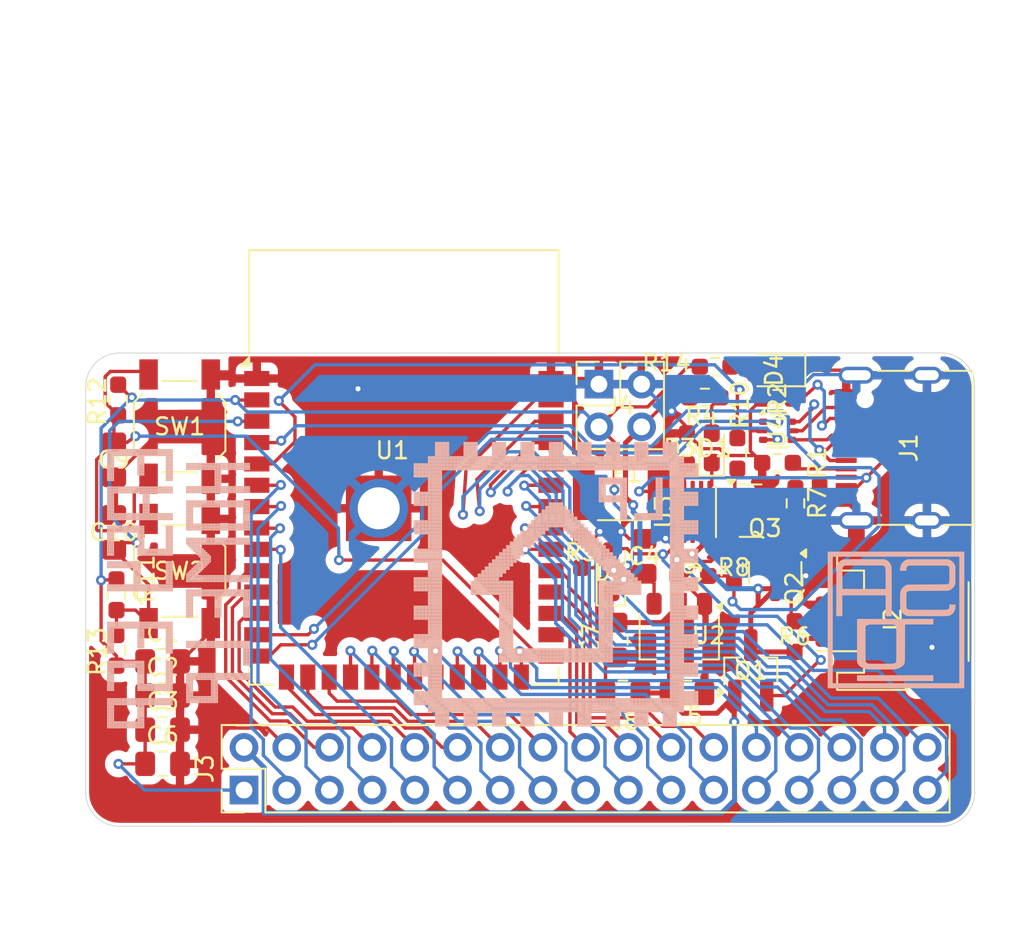
<source format=kicad_pcb>
(kicad_pcb (version 20240108) (generator "pcbnew") (generator_version "8.0")
  (layers (0 "F.Cu" signal) (31 "B.Cu" signal) (34 "B.Paste" user) (35 "F.Paste" user) (36 "B.SilkS" user "B.Silkscreen") (37 "F.SilkS" user "F.Silkscreen") (38 "B.Mask" user) (39 "F.Mask" user) (44 "Edge.Cuts" user))
  (net 0 "")
  (net 1 "GND")
  (net 2 "RESET")
  (net 3 "CHIP_PU")
  (net 4 "Net-(D1-K)")
  (net 5 "Net-(D1-A)")
  (net 6 "Net-(D2-A)")
  (net 7 "Net-(D4-A)")
  (net 8 "VBUS")
  (net 10 "UDN")
  (net 11 "UDP")
  (net 12 "Net-(J1-CC1)")
  (net 14 "Net-(J1-CC2)")
  (net 15 "BATP")
  (net 16 "IO21")
  (net 17 "IO11")
  (net 18 "IO41")
  (net 19 "IO40")
  (net 20 "IO13")
  (net 21 "IO16")
  (net 22 "IO15")
  (net 23 "IO3")
  (net 24 "IO45")
  (net 25 "IO14")
  (net 26 "IO35")
  (net 27 "IO7")
  (net 28 "IO6")
  (net 29 "IO9")
  (net 30 "IO48")
  (net 31 "IO12")
  (net 32 "IO18")
  (net 33 "IO10")
  (net 34 "RXD0")
  (net 35 "IO39")
  (net 36 "IO47")
  (net 37 "IO46")
  (net 38 "IO37")
  (net 39 "IO17")
  (net 40 "IO36")
  (net 41 "IO42")
  (net 42 "TXD0")
  (net 43 "IO1")
  (net 44 "IO8")
  (net 45 "5V")
  (net 46 "IO38")
  (net 47 "IO2")
  (net 48 "Net-(Q2-E)")
  (net 49 "Net-(Q2-B)")
  (net 50 "Net-(Q3-C)")
  (net 51 "Net-(Q3-B)")
  (net 52 "Net-(U3-PROG)")
  (net 53 "TRCONT")
  (net 54 "DP")
  (net 55 "DN")
  (net 56 "BATTREAD")
  (net 58 "+3V3")
  (footprint "Resistor_SMD:R_0603_1608Metric_Pad0.98x0.95mm_HandSolder" (layer "F.Cu") (at 125.3236 47.498)
    (property "Reference" "R14")
    (property "Value" "130")
  )
  (footprint "Resistor_SMD:R_0603_1608Metric_Pad0.98x0.95mm_HandSolder" (layer "F.Cu") (at 126.6444 52.6542 -90)
    (property "Reference" "R10")
    (property "Value" "10k")
  )
  (footprint "Capacitor_SMD:C_0805_2012Metric_Pad1.18x1.45mm_HandSolder" (layer "F.Cu") (at 119.38 63.754 -90)
    (property "Reference" "C7")
    (property "Value" "100n")
  )
  (footprint "Resistor_SMD:R_0603_1608Metric_Pad0.98x0.95mm_HandSolder" (layer "F.Cu") (at 129.032 49.403 180)
    (property "Reference" "R2")
    (property "Value" "5.1k")
  )
  (footprint "Package_TO_SOT_SMD:SOT-23_Handsoldering" (layer "F.Cu") (at 127.442 65.556 90)
    (property "Reference" "Q1")
    (property "Value" "DMP1045U")
  )
  (footprint "Resistor_SMD:R_0603_1608Metric_Pad0.98x0.95mm_HandSolder" (layer "F.Cu") (at 126.4412 59.436 -90)
    (property "Reference" "R8")
    (property "Value" "7k5")
  )
  (footprint "Fuse:Fuse_1812_4532Metric_Pad1.30x3.40mm_HandSolder" (layer "F.Cu") (at 119.7356 54.9148 180)
    (property "Reference" "F1")
    (property "Value" "JK-mSMD075-33")
  )
  (footprint "Package_TO_SOT_SMD:SOT-23" (layer "F.Cu") (at 128.8948 59.7639 -90)
    (property "Reference" "Q2")
    (property "Value" "BC807")
  )
  (footprint "Resistor_SMD:R_0603_1608Metric_Pad0.98x0.95mm_HandSolder" (layer "F.Cu") (at 124.0028 59.944 180)
    (property "Reference" "R9")
    (property "Value" "2k7")
  )
  (footprint "Resistor_SMD:R_0603_1608Metric_Pad0.98x0.95mm_HandSolder" (layer "F.Cu") (at 117.348 58.547 90)
    (property "Reference" "R5")
    (property "Value" "100k")
  )
  (footprint "Connector_JST:JST_PH_S2B-PH-SM4-TB_1x02-1MP_P2.00mm_Horizontal" (layer "F.Cu") (at 135.89 62.66 90)
    (property "Reference" "J2")
    (property "Value" "JST S2B-PH-K-S-GW ")
  )
  (footprint "Resistor_SMD:R_0603_1608Metric_Pad0.98x0.95mm_HandSolder" (layer "F.Cu") (at 89.8144 49.4792 -90)
    (property "Reference" "R12")
    (property "Value" "10k")
  )
  (footprint "Capacitor_SMD:C_0805_2012Metric_Pad1.18x1.45mm_HandSolder" (layer "F.Cu") (at 92.456 65.024)
    (property "Reference" "C1")
    (property "Value" "1u")
  )
  (footprint "Capacitor_SMD:C_0805_2012Metric_Pad1.18x1.45mm_HandSolder" (layer "F.Cu") (at 121.1072 58.7756 90)
    (property "Reference" "C4")
    (property "Value" "10u")
  )
  (footprint "Capacitor_SMD:C_0805_2012Metric_Pad1.18x1.45mm_HandSolder" (layer "F.Cu") (at 92.456 71.12)
    (property "Reference" "C6")
    (property "Value" "100n")
  )
  (footprint "Connector_PinHeader_2.54mm:PinHeader_2x02_P2.54mm_Vertical" (layer "F.Cu") (at 118.4098 48.5344)
    (property "Reference" "J4")
    (property "Value" "Conn_02x02_Counter_Clockwise")
  )
  (footprint "Package_TO_SOT_SMD:SOT-666" (layer "F.Cu") (at 129.032 51.308)
    (property "Reference" "U4")
    (property "Value" "USBLC6-2P6")
  )
  (footprint "Capacitor_SMD:C_0805_2012Metric_Pad1.18x1.45mm_HandSolder" (layer "F.Cu") (at 89.5604 53.0352 -90)
    (property "Reference" "C9")
    (property "Value" "100n")
  )
  (footprint "Capacitor_SMD:C_0805_2012Metric_Pad1.18x1.45mm_HandSolder" (layer "F.Cu") (at 119.8372 66.9036 180)
    (property "Reference" "C8")
    (property "Value" "1u")
  )
  (footprint "RF_Module:ESP32-S3-WROOM-1" (layer "F.Cu") (at 106.81 53.4596)
    (property "Reference" "U1")
    (property "Value" "ESP32-S3-WROOM-1")
  )
  (footprint "Package_TO_SOT_SMD:SOT-89-3" (layer "F.Cu") (at 123.19 63.5508 -90)
    (property "Reference" "U2")
    (property "Value" "MCP1700x-330xxMB")
  )
  (footprint "Resistor_SMD:R_0603_1608Metric_Pad0.98x0.95mm_HandSolder" (layer "F.Cu") (at 130.0988 55.626 90)
    (property "Reference" "R7")
    (property "Value" "10k")
  )
  (footprint "LED_SMD:LED_0603_1608Metric_Pad1.05x0.95mm_HandSolder" (layer "F.Cu") (at 125.1204 52.324 90)
    (property "Reference" "D1")
    (property "Value" "LED")
  )
  (footprint "Resistor_SMD:R_0603_1608Metric_Pad0.98x0.95mm_HandSolder" (layer "F.Cu") (at 130.048 63.5489 90)
    (property "Reference" "R6")
    (property "Value" "10k")
  )
  (footprint "Resistor_SMD:R_0603_1608Metric_Pad0.98x0.95mm_HandSolder" (layer "F.Cu") (at 123.6472 52.3748 90)
    (property "Reference" "R3")
    (property "Value" "10k")
  )
  (footprint "Connector_PinHeader_2.54mm:PinHeader_2x17_P2.54mm_Vertical" (layer "F.Cu") (at 97.3 72.68 90)
    (property "Reference" "J3")
    (property "Value" "Conn_02x17_Top_Bottom")
  )
  (footprint "Button_Switch_SMD:SW_SPST_SKQG_WithStem" (layer "F.Cu") (at 93.472 51.06 -90)
    (property "Reference" "SW1")
    (property "Value" "SW_SPST")
  )
  (footprint "Button_Switch_SMD:SW_SPST_SKQG_WithStem" (layer "F.Cu") (at 93.472 59.65 -90)
    (property "Reference" "SW2")
    (property "Value" "SW_SPST")
  )
  (footprint "Capacitor_SMD:C_0805_2012Metric_Pad1.18x1.45mm_HandSolder" (layer "F.Cu") (at 123.6472 66.9036)
    (property "Reference" "C5")
    (property "Value" "10u")
  )
  (footprint "Resistor_SMD:R_0603_1608Metric_Pad0.98x0.95mm_HandSolder" (layer "F.Cu") (at 124.714 49.3268 180)
    (property "Reference" "R4")
    (property "Value" "470")
  )
  (footprint "Resistor_SMD:R_0603_1608Metric_Pad0.98x0.95mm_HandSolder" (layer "F.Cu") (at 89.7128 64.3636 90)
    (property "Reference" "R13")
    (property "Value" "10k")
  )
  (footprint "Package_DFN_QFN:DFN-8-1EP_3x2mm_P0.5mm_EP1.7x1.4mm" (layer "F.Cu") (at 124.237 56.134 90)
    (property "Reference" "U3")
    (property "Value" "MCP73831-2-MC")
  )
  (footprint "Capacitor_SMD:C_0805_2012Metric_Pad1.18x1.45mm_HandSolder" (layer "F.Cu") (at 92.456 69.088)
    (property "Reference" "C3")
    (property "Value" "4u7")
  )
  (footprint "Connector_USB:USB_C_Receptacle_G-Switch_GT-USB-7010ASV" (layer "F.Cu") (at 136.847 52.324 90)
    (property "Reference" "J1")
    (property "Value" "USB_C_Receptacle_USB2.0_16P")
  )
  (footprint "Resistor_SMD:R_0603_1608Metric_Pad0.98x0.95mm_HandSolder" (layer "F.Cu") (at 89.7128 61.0616 -90)
    (property "Reference" "R11")
    (property "Value" "10k")
  )
  (footprint "Diode_SMD:D_SOD-323_HandSoldering" (layer "F.Cu") (at 119.126 59.69 90)
    (property "Reference" "D2")
    (property "Value" "BAT60JFILM")
  )
  (footprint "Package_TO_SOT_SMD:SOT-23" (layer "F.Cu") (at 127.4318 56.0578)
    (property "Reference" "Q3")
    (property "Value" "BC817")
  )
  (footprint "LED_SMD:LED_0805_2012Metric_Pad1.15x1.40mm_HandSolder" (layer "F.Cu") (at 128.8288 47.7012 180)
    (property "Reference" "D4")
    (property "Value" "SZYY0805R ")
  )
  (footprint "Capacitor_SMD:C_0805_2012Metric_Pad1.18x1.45mm_HandSolder" (layer "F.Cu") (at 92.456 67.056)
    (property "Reference" "C2")
    (property "Value" "4u7")
  )
  (footprint "Capacitor_SMD:C_0805_2012Metric_Pad1.18x1.45mm_HandSolder" (layer "F.Cu") (at 89.5604 57.3532 90)
    (property "Reference" "C10")
    (property "Value" "100n")
  )
  (footprint "Resistor_SMD:R_0603_1608Metric_Pad0.98x0.95mm_HandSolder" (layer "F.Cu") (at 129.032 53.213 180)
    (property "Reference" "R1")
    (property "Value" "5.1k")
  )
  (gr_rect (start 89.15 66.362917) (end 89.255833 66.468749) (stroke (width -0.000001)) (fill solid) (layer "B.SilkS"))
  (gr_rect (start 94.061667 61.264584) (end 94.1675 61.370417) (stroke (width -0.000001)) (fill solid) (layer "B.SilkS"))
  (gr_rect (start 91.3725 52.710417) (end 91.478333 52.81625) (stroke (width -0.000001)) (fill solid) (layer "B.SilkS"))
  (gr_poly (pts (xy 122.84 56.836667) (xy 123.051666 56.836667) (xy 123.051666 56.625) (xy 122.84 56.625)) (stroke (width -0.000001)) (fill solid) (layer "B.SilkS"))
  (gr_rect (start 90.42 54.615417) (end 90.525833 54.72125) (stroke (width -0.000001)) (fill solid) (layer "B.SilkS"))
  (gr_rect (start 94.696667 54.597084) (end 94.8025 54.702917) (stroke (width -0.000001)) (fill solid) (layer "B.SilkS"))
  (gr_rect (start 91.055 58.002083) (end 91.160833 58.107917) (stroke (width -0.000001)) (fill solid) (layer "B.SilkS"))
  (gr_rect (start 94.1675 58.089584) (end 94.273333 58.195417) (stroke (width -0.000001)) (fill solid) (layer "B.SilkS"))
  (gr_rect (start 97.448333 55.549584) (end 97.554166 55.655417) (stroke (width -0.000001)) (fill solid) (layer "B.SilkS"))
  (gr_rect (start 92.642499 60.647917) (end 92.748333 60.75375) (stroke (width -0.000001)) (fill solid) (layer "B.SilkS"))
  (gr_rect (start 93.85 66.767917) (end 93.955833 66.873751) (stroke (width -0.000001)) (fill solid) (layer "B.SilkS"))
  (gr_rect (start 89.4675 53.76875) (end 89.573333 53.874583) (stroke (width -0.000001)) (fill solid) (layer "B.SilkS"))
  (gr_rect (start 94.8025 57.983751) (end 94.908333 58.089584) (stroke (width -0.000001)) (fill solid) (layer "B.SilkS"))
  (gr_rect (start 92.324999 66.362917) (end 92.430833 66.468749) (stroke (width -0.000001)) (fill solid) (layer "B.SilkS"))
  (gr_rect (start 89.4675 68.479583) (end 89.573333 68.585416) (stroke (width -0.000001)) (fill solid) (layer "B.SilkS"))
  (gr_rect (start 96.284166 59.994584) (end 96.39 60.100417) (stroke (width -0.000001)) (fill solid) (layer "B.SilkS"))
  (gr_rect (start 89.4675 67.209583) (end 89.573333 67.315416) (stroke (width -0.000001)) (fill solid) (layer "B.SilkS"))
  (gr_rect (start 97.236666 53.538751) (end 97.3425 53.644584) (stroke (width -0.000001)) (fill solid) (layer "B.SilkS"))
  (gr_rect (start 90.314166 67.527083) (end 90.42 67.632917) (stroke (width -0.000001)) (fill solid) (layer "B.SilkS"))
  (gr_poly (pts (xy 111.198333 60.858334) (xy 111.41 60.858334) (xy 111.41 60.646667) (xy 111.198333 60.646667)) (stroke (width -0.000001)) (fill solid) (layer "B.SilkS"))
  (gr_rect (start 90.843333 67.42125) (end 90.949166 67.527083) (stroke (width -0.000001)) (fill solid) (layer "B.SilkS"))
  (gr_poly (pts (xy 118.818333 64.033334) (xy 119.03 64.033334) (xy 119.03 63.821667) (xy 118.818333 63.821667)) (stroke (width -0.000001)) (fill solid) (layer "B.SilkS"))
  (gr_poly (pts (xy 115.008334 56.201667) (xy 115.219999 56.201667) (xy 115.219999 55.99) (xy 115.008334 55.99)) (stroke (width -0.000001)) (fill solid) (layer "B.SilkS"))
  (gr_poly (pts (xy 108.023333 53.873334) (xy 108.235 53.873334) (xy 108.235 53.661667) (xy 108.023333 53.661667)) (stroke (width -0.000001)) (fill solid) (layer "B.SilkS"))
  (gr_rect (start 96.495833 54.808751) (end 96.601667 54.914584) (stroke (width -0.000001)) (fill solid) (layer "B.SilkS"))
  (gr_poly (pts (xy 122.84 66.573333) (xy 123.051666 66.573333) (xy 123.051666 66.361666) (xy 122.84 66.361666)) (stroke (width -0.000001)) (fill solid) (layer "B.SilkS"))
  (gr_poly (pts (xy 119.453333 52.815) (xy 119.665 52.815) (xy 119.665 52.603334) (xy 119.453333 52.603334)) (stroke (width -0.000001)) (fill solid) (layer "B.SilkS"))
  (gr_rect (start 95.649167 54.491251) (end 95.755 54.597084) (stroke (width -0.000001)) (fill solid) (layer "B.SilkS"))
  (gr_poly (pts (xy 121.781666 67.419999) (xy 121.993333 67.419999) (xy 121.993333 67.208332) (xy 121.781666 67.208332)) (stroke (width -0.000001)) (fill solid) (layer "B.SilkS"))
  (gr_poly (pts (xy 114.585 53.238334) (xy 114.796667 53.238334) (xy 114.796667 53.026667) (xy 114.585 53.026667)) (stroke (width -0.000001)) (fill solid) (layer "B.SilkS"))
  (gr_poly (pts (xy 112.256666 60.011666) (xy 112.468333 60.011666) (xy 112.468333 59.799999) (xy 112.256666 59.799999)) (stroke (width -0.000001)) (fill solid) (layer "B.SilkS"))
  (gr_rect (start 94.061667 61.476251) (end 94.1675 61.582084) (stroke (width -0.000001)) (fill solid) (layer "B.SilkS"))
  (gr_poly (pts (xy 112.256666 67.843333) (xy 112.468333 67.843333) (xy 112.468333 67.631666) (xy 112.256666 67.631666)) (stroke (width -0.000001)) (fill solid) (layer "B.SilkS"))
  (gr_poly (pts (xy 114.373333 57.26) (xy 114.585 57.26) (xy 114.585 57.048333) (xy 114.373333 57.048333)) (stroke (width -0.000001)) (fill solid) (layer "B.SilkS"))
  (gr_rect (start 92.219166 56.202917) (end 92.324999 56.30875) (stroke (width -0.000001)) (fill solid) (layer "B.SilkS"))
  (gr_rect (start 95.860833 55.443751) (end 95.966667 55.549584) (stroke (width -0.000001)) (fill solid) (layer "B.SilkS"))
  (gr_rect (start 92.0075 54.827083) (end 92.113333 54.932917) (stroke (width -0.000001)) (fill solid) (layer "B.SilkS"))
  (gr_poly (pts (xy 123.263333 53.45) (xy 123.475 53.45) (xy 123.475 53.238334) (xy 123.263333 53.238334)) (stroke (width -0.000001)) (fill solid) (layer "B.SilkS"))
  (gr_rect (start 96.495833 54.914584) (end 96.601667 55.020418) (stroke (width -0.000001)) (fill solid) (layer "B.SilkS"))
  (gr_rect (start 91.584166 67.315416) (end 91.689999 67.42125) (stroke (width -0.000001)) (fill solid) (layer "B.SilkS"))
  (gr_rect (start 92.113333 56.202917) (end 92.219166 56.30875) (stroke (width -0.000001)) (fill solid) (layer "B.SilkS"))
  (gr_rect (start 92.642499 64.24625) (end 92.748333 64.352083) (stroke (width -0.000001)) (fill solid) (layer "B.SilkS"))
  (gr_poly (pts (xy 112.891667 53.45) (xy 113.103334 53.45) (xy 113.103334 53.238334) (xy 112.891667 53.238334)) (stroke (width -0.000001)) (fill solid) (layer "B.SilkS"))
  (gr_rect (start 92.959999 54.827083) (end 93.065833 54.932917) (stroke (width -0.000001)) (fill solid) (layer "B.SilkS"))
  (gr_rect (start 96.919166 60.84125) (end 97.025 60.947084) (stroke (width -0.000001)) (fill solid) (layer "B.SilkS"))
  (gr_rect (start 93.955833 61.687917) (end 94.061667 61.79375) (stroke (width -0.000001)) (fill solid) (layer "B.SilkS"))
  (gr_poly (pts (xy 108.235 62.763332) (xy 108.446667 62.763332) (xy 108.446667 62.551667) (xy 108.235 62.551667)) (stroke (width -0.000001)) (fill solid) (layer "B.SilkS"))
  (gr_rect (start 95.649167 55.443751) (end 95.755 55.549584) (stroke (width -0.000001)) (fill solid) (layer "B.SilkS"))
  (gr_rect (start 92.642499 62.97625) (end 92.748333 63.082083) (stroke (width -0.000001)) (fill solid) (layer "B.SilkS"))
  (gr_rect (start 96.7075 63.804584) (end 96.813333 63.910417) (stroke (width -0.000001)) (fill solid) (layer "B.SilkS"))
  (gr_poly (pts (xy 116.913334 64.668333) (xy 117.125 64.668333) (xy 117.125 64.456666) (xy 116.913334 64.456666)) (stroke (width -0.000001)) (fill solid) (layer "B.SilkS"))
  (gr_rect (start 89.573333 65.304583) (end 89.679166 65.410416) (stroke (width -0.000001)) (fill solid) (layer "B.SilkS"))
  (gr_rect (start 90.631666 57.26125) (end 90.737499 57.367083) (stroke (width -0.000001)) (fill solid) (layer "B.SilkS"))
  (gr_rect (start 95.225833 60.20625) (end 95.331666 60.312084) (stroke (width -0.000001)) (fill solid) (layer "B.SilkS"))
  (gr_poly (pts (xy 122.628333 52.391667) (xy 122.84 52.391667) (xy 122.84 52.18) (xy 122.628333 52.18)) (stroke (width -0.000001)) (fill solid) (layer "B.SilkS"))
  (gr_poly (pts (xy 123.898333 61.916667) (xy 124.11 61.916667) (xy 124.11 61.705) (xy 123.898333 61.705)) (stroke (width -0.000001)) (fill solid) (layer "B.SilkS"))
  (gr_rect (start 92.959999 58.425417) (end 93.065833 58.53125) (stroke (width -0.000001)) (fill solid) (layer "B.SilkS"))
  (gr_rect (start 96.7075 55.549584) (end 96.813333 55.655417) (stroke (width -0.000001)) (fill solid) (layer "B.SilkS"))
  (gr_poly (pts (xy 114.796667 56.413333) (xy 115.008334 56.413333) (xy 115.008334 56.201667) (xy 114.796667 56.201667)) (stroke (width -0.000001)) (fill solid) (layer "B.SilkS"))
  (gr_poly (pts (xy 119.665 56.625) (xy 119.876667 56.625) (xy 119.876667 56.413333) (xy 119.665 56.413333)) (stroke (width -0.000001)) (fill solid) (layer "B.SilkS"))
  (gr_rect (start 94.1675 66.23875) (end 94.273333 66.344584) (stroke (width -0.000001)) (fill solid) (layer "B.SilkS"))
  (gr_poly (pts (xy 116.278334 67.419999) (xy 116.490001 67.419999) (xy 116.490001 67.208332) (xy 116.278334 67.208332)) (stroke (width -0.000001)) (fill solid) (layer "B.SilkS"))
  (gr_rect (start 91.160833 57.790417) (end 91.266666 57.89625) (stroke (width -0.000001)) (fill solid) (layer "B.SilkS"))
  (gr_rect (start 96.495833 55.655417) (end 96.601667 55.761251) (stroke (width -0.000001)) (fill solid) (layer "B.SilkS"))
  (gr_rect (start 94.696667 56.925417) (end 94.8025 57.031251) (stroke (width -0.000001)) (fill solid) (layer "B.SilkS"))
  (gr_rect (start 89.361666 59.16625) (end 89.4675 59.272083) (stroke (width -0.000001)) (fill solid) (layer "B.SilkS"))
  (gr_poly (pts (xy 119.665 53.661667) (xy 119.876667 53.661667) (xy 119.876667 53.45) (xy 119.665 53.45)) (stroke (width -0.000001)) (fill solid) (layer "B.SilkS"))
  (gr_rect (start 91.266666 63.082083) (end 91.3725 63.187916) (stroke (width -0.000001)) (fill solid) (layer "B.SilkS"))
  (gr_poly (pts (xy 122.84 62.974999) (xy 123.051666 62.974999) (xy 123.051666 62.763332) (xy 122.84 62.763332)) (stroke (width -0.000001)) (fill solid) (layer "B.SilkS"))
  (gr_rect (start 89.255833 62.97625) (end 89.361666 63.082083) (stroke (width -0.000001)) (fill solid) (layer "B.SilkS"))
  (gr_rect (start 91.266666 66.15125) (end 91.3725 66.257084) (stroke (width -0.000001)) (fill solid) (layer "B.SilkS"))
  (gr_rect (start 89.4675 62.65875) (end 89.573333 62.764583) (stroke (width -0.000001)) (fill solid) (layer "B.SilkS"))
  (gr_rect (start 92.536666 56.30875) (end 92.642499 56.414583) (stroke (width -0.000001)) (fill solid) (layer "B.SilkS"))
  (gr_poly (pts (xy 112.891667 59.376666) (xy 113.103334 59.376666) (xy 113.103334 59.165) (xy 112.891667 59.165)) (stroke (width -0.000001)) (fill solid) (layer "B.SilkS"))
  (gr_rect (start 96.813333 65.815416) (end 96.919166 65.92125) (stroke (width -0.000001)) (fill solid) (layer "B.SilkS"))
  (gr_rect (start 89.255833 58.002083) (end 89.361666 58.107917) (stroke (width -0.000001)) (fill solid) (layer "B.SilkS"))
  (gr_rect (start 89.255833 56.097083) (end 89.361666 56.202917) (stroke (width -0.000001)) (fill solid) (layer "B.SilkS"))
  (gr_rect (start 96.178333 54.702917) (end 96.284166 54.808751) (stroke (width -0.000001)) (fill solid) (layer "B.SilkS"))
  (gr_rect (start 92.959999 59.16625) (end 93.065833 59.272083) (stroke (width -0.000001)) (fill solid) (layer "B.SilkS"))
  (gr_poly (pts (xy 122.628333 67.843333) (xy 122.84 67.843333) (xy 122.84 67.631666) (xy 122.628333 67.631666)) (stroke (width -0.000001)) (fill solid) (layer "B.SilkS"))
  (gr_rect (start 95.649167 66.767917) (end 95.755 66.873751) (stroke (width -0.000001)) (fill solid) (layer "B.SilkS"))
  (gr_rect (start 96.601667 56.925417) (end 96.7075 57.031251) (stroke (width -0.000001)) (fill solid) (layer "B.SilkS"))
  (gr_poly (pts (xy 123.263333 61.916667) (xy 123.475 61.916667) (xy 123.475 61.705) (xy 123.263333 61.705)) (stroke (width -0.000001)) (fill solid) (layer "B.SilkS"))
  (gr_rect (start 93.85 60.947084) (end 93.955833 61.052917) (stroke (width -0.000001)) (fill solid) (layer "B.SilkS"))
  (gr_rect (start 95.649167 54.702917) (end 95.755 54.808751) (stroke (width -0.000001)) (fill solid) (layer "B.SilkS"))
  (gr_rect (start 91.160833 67.73875) (end 91.266666 67.844584) (stroke (width -0.000001)) (fill solid) (layer "B.SilkS"))
  (gr_rect (start 90.737499 54.615417) (end 90.843333 54.72125) (stroke (width -0.000001)) (fill solid) (layer "B.SilkS"))
  (gr_rect (start 89.255833 63.082083) (end 89.361666 63.187916) (stroke (width -0.000001)) (fill solid) (layer "B.SilkS"))
  (gr_poly (pts (xy 112.68 63.186666) (xy 112.891667 63.186666) (xy 112.891667 62.974999) (xy 112.68 62.974999)) (stroke (width -0.000001)) (fill solid) (layer "B.SilkS"))
  (gr_poly (pts (xy 123.686666 62.128333) (xy 123.898333 62.128333) (xy 123.898333 61.916667) (xy 123.686666 61.916667)) (stroke (width -0.000001)) (fill solid) (layer "B.SilkS"))
  (gr_rect (start 90.949166 63.29375) (end 91.055 63.399583) (stroke (width -0.000001)) (fill solid) (layer "B.SilkS"))
  (gr_rect (start 90.314166 59.060417) (end 90.42 59.16625) (stroke (width -0.000001)) (fill solid) (layer "B.SilkS"))
  (gr_poly (pts (xy 108.446667 56.836667) (xy 108.658334 56.836667) (xy 108.658334 56.625) (xy 108.446667 56.625)) (stroke (width -0.000001)) (fill solid) (layer "B.SilkS"))
  (gr_rect (start 90.737499 62.65875) (end 90.843333 62.764583) (stroke (width -0.000001)) (fill solid) (layer "B.SilkS"))
  (gr_poly (pts (xy 108.235 62.974999) (xy 108.446667 62.974999) (xy 108.446667 62.763332) (xy 108.235 62.763332)) (stroke (width -0.000001)) (fill solid) (layer "B.SilkS"))
  (gr_rect (start 95.649167 67.402916) (end 95.755 67.50875) (stroke (width -0.000001)) (fill solid) (layer "B.SilkS"))
  (gr_rect (start 89.4675 53.13375) (end 89.573333 53.239584) (stroke (width -0.000001)) (fill solid) (layer "B.SilkS"))
  (gr_poly (pts (xy 118.818333 53.661667) (xy 119.03 53.661667) (xy 119.03 53.45) (xy 118.818333 53.45)) (stroke (width -0.000001)) (fill solid) (layer "B.SilkS"))
  (gr_rect (start 91.478333 67.42125) (end 91.584166 67.527083) (stroke (width -0.000001)) (fill solid) (layer "B.SilkS"))
  (gr_poly (pts (xy 116.066667 53.026667) (xy 116.278334 53.026667) (xy 116.278334 52.815) (xy 116.066667 52.815)) (stroke (width -0.000001)) (fill solid) (layer "B.SilkS"))
  (gr_rect (start 94.908333 55.761251) (end 95.014167 55.867084) (stroke (width -0.000001)) (fill solid) (layer "B.SilkS"))
  (gr_rect (start 91.055 53.874583) (end 91.160833 53.980417) (stroke (width -0.000001)) (fill solid) (layer "B.SilkS"))
  (gr_poly (pts (xy 113.103334 58.318334) (xy 113.315001 58.318334) (xy 113.315001 58.106667) (xy 113.103334 58.106667)) (stroke (width -0.000001)) (fill solid) (layer "B.SilkS"))
  (gr_rect (start 91.795833 58.637083) (end 91.901666 58.742917) (stroke (width -0.000001)) (fill solid) (layer "B.SilkS"))
  (gr_poly (pts (xy 122.628333 55.778333) (xy 122.84 55.778333) (xy 122.84 55.566667) (xy 122.628333 55.566667)) (stroke (width -0.000001)) (fill solid) (layer "B.SilkS"))
  (gr_rect (start 89.361666 53.980417) (end 89.4675 54.08625) (stroke (width -0.000001)) (fill solid) (layer "B.SilkS"))
  (gr_poly (pts (xy 118.606666 60.435) (xy 118.818333 60.435) (xy 118.818333 60.223333) (xy 118.606666 60.223333)) (stroke (width -0.000001)) (fill solid) (layer "B.SilkS"))
  (gr_rect (start 94.061667 57.772084) (end 94.1675 57.877917) (stroke (width -0.000001)) (fill solid) (layer "B.SilkS"))
  (gr_rect (start 92.959999 65.939583) (end 93.065833 66.045417) (stroke (width -0.000001)) (fill solid) (layer "B.SilkS"))
  (gr_rect (start 93.955833 59.677084) (end 94.061667 59.782917) (stroke (width -0.000001)) (fill solid) (layer "B.SilkS"))
  (gr_rect (start 92.642499 65.83375) (end 92.748333 65.939583) (stroke (width -0.000001)) (fill solid) (layer "B.SilkS"))
  (gr_rect (start 92.748333 66.574582) (end 92.854166 66.680416) (stroke (width -0.000001)) (fill solid) (layer "B.SilkS"))
  (gr_poly (pts (xy 124.11 60.223333) (xy 124.321666 60.223333) (xy 124.321666 60.011666) (xy 124.11 60.011666)) (stroke (width -0.000001)) (fill solid) (layer "B.SilkS"))
  (gr_poly (pts (xy 108.446667 57.895) (xy 108.658334 57.895) (xy 108.658334 57.683334) (xy 108.446667 57.683334)) (stroke (width -0.000001)) (fill solid) (layer "B.SilkS"))
  (gr_poly (pts (xy 111.41 60.858334) (xy 111.621667 60.858334) (xy 111.621667 60.646667) (xy 111.41 60.646667)) (stroke (width -0.000001)) (fill solid) (layer "B.SilkS"))
  (gr_rect (start 95.543333 54.702917) (end 95.649167 54.808751) (stroke (width -0.000001)) (fill solid) (layer "B.SilkS"))
  (gr_rect (start 92.854166 57.049583) (end 92.959999 57.155417) (stroke (width -0.000001)) (fill solid) (layer "B.SilkS"))
  (gr_rect (start 91.3725 55.35625) (end 91.478333 55.462083) (stroke (width -0.000001)) (fill solid) (layer "B.SilkS"))
  (gr_poly (pts (xy 123.051666 55.99) (xy 123.263333 55.99) (xy 123.263333 55.778333) (xy 123.051666 55.778333)) (stroke (width -0.000001)) (fill solid) (layer "B.SilkS"))
  (gr_rect (start 94.379167 59.253751) (end 94.485 59.359584) (stroke (width -0.000001)) (fill solid) (layer "B.SilkS"))
  (gr_rect (start 91.055 63.822916) (end 91.160833 63.92875) (stroke (width -0.000001)) (fill solid) (layer "B.SilkS"))
  (gr_rect (start 97.130833 56.925417) (end 97.236666 57.031251) (stroke (width -0.000001)) (fill solid) (layer "B.SilkS"))
  (gr_rect (start 92.959999 52.604584) (end 93.065833 52.710417) (stroke (width -0.000001)) (fill solid) (layer "B.SilkS"))
  (gr_poly (pts (xy 123.475 60.435) (xy 123.686666 60.435) (xy 123.686666 60.223333) (xy 123.475 60.223333)) (stroke (width -0.000001)) (fill solid) (layer "B.SilkS"))
  (gr_rect (start 92.748333 67.42125) (end 92.854166 67.527083) (stroke (width -0.000001)) (fill solid) (layer "B.SilkS"))
  (gr_rect (start 92.0075 60.542083) (end 92.113333 60.647917) (stroke (width -0.000001)) (fill solid) (layer "B.SilkS"))
  (gr_poly (pts (xy 119.665 55.355) (xy 119.876667 55.355) (xy 119.876667 55.143334) (xy 119.665 55.143334)) (stroke (width -0.000001)) (fill solid) (layer "B.SilkS"))
  (gr_rect (start 96.813333 56.925417) (end 96.919166 57.031251) (stroke (width -0.000001)) (fill solid) (layer "B.SilkS"))
  (gr_rect (start 95.331666 57.983751) (end 95.4375 58.089584) (stroke (width -0.000001)) (fill solid) (layer "B.SilkS"))
  (gr_rect (start 94.379167 58.512917) (end 94.485 58.618751) (stroke (width -0.000001)) (fill solid) (layer "B.SilkS"))
  (gr_rect (start 92.854166 58.107917) (end 92.959999 58.21375) (stroke (width -0.000001)) (fill solid) (layer "B.SilkS"))
  (gr_rect (start 96.919166 56.925417) (end 97.025 57.031251) (stroke (width -0.000001)) (fill solid) (layer "B.SilkS"))
  (gr_rect (start 91.266666 62.870417) (end 91.3725 62.97625) (stroke (width -0.000001)) (fill solid) (layer "B.SilkS"))
  (gr_rect (start 92.113333 67.42125) (end 92.219166 67.527083) (stroke (width -0.000001)) (fill solid) (layer "B.SilkS"))
  (gr_rect (start 96.919166 61.052917) (end 97.025 61.158751) (stroke (width -0.000001)) (fill solid) (layer "B.SilkS"))
  (gr_rect (start 92.642499 52.604584) (end 92.748333 52.710417) (stroke (width -0.000001)) (fill solid) (layer "B.SilkS"))
  (gr_poly (pts (xy 123.686666 55.778333) (xy 123.898333 55.778333) (xy 123.898333 55.566667) (xy 123.686666 55.566667)) (stroke (width -0.000001)) (fill solid) (layer "B.SilkS"))
  (gr_poly (pts (xy 108.446667 54.085) (xy 108.658334 54.085) (xy 108.658334 53.873334) (xy 108.446667 53.873334)) (stroke (width -0.000001)) (fill solid) (layer "B.SilkS"))
  (gr_poly (pts (xy 118.395 63.61) (xy 118.606666 63.61) (xy 118.606666 63.398333) (xy 118.395 63.398333)) (stroke (width -0.000001)) (fill solid) (layer "B.SilkS"))
  (gr_poly (pts (xy 123.051666 65.303333) (xy 123.263333 65.303333) (xy 123.263333 65.091667) (xy 123.051666 65.091667)) (stroke (width -0.000001)) (fill solid) (layer "B.SilkS"))
  (gr_rect (start 94.485 60.947084) (end 94.590833 61.052917) (stroke (width -0.000001)) (fill solid) (layer "B.SilkS"))
  (gr_rect (start 91.055 60.012916) (end 91.160833 60.11875) (stroke (width -0.000001)) (fill solid) (layer "B.SilkS"))
  (gr_rect (start 90.208333 67.315416) (end 90.314166 67.42125) (stroke (width -0.000001)) (fill solid) (layer "B.SilkS"))
  (gr_rect (start 89.996666 62.65875) (end 90.1025 62.764583) (stroke (width -0.000001)) (fill solid) (layer "B.SilkS"))
  (gr_rect (start 92.854166 67.42125) (end 92.959999 67.527083) (stroke (width -0.000001)) (fill solid) (layer "B.SilkS"))
  (gr_rect (start 94.1675 59.571251) (end 94.273333 59.677084) (stroke (width -0.000001)) (fill solid) (layer "B.SilkS"))
  (gr_rect (start 94.8025 67.085418) (end 94.908333 67.191251) (stroke (width -0.000001)) (fill solid) (layer "B.SilkS"))
  (gr_poly (pts (xy 108.658334 67.843333) (xy 108.870001 67.843333) (xy 108.870001 67.631666) (xy 108.658334 67.631666)) (stroke (width -0.000001)) (fill solid) (layer "B.SilkS"))
  (gr_rect (start 95.543333 60.84125) (end 95.649167 60.947084) (stroke (width -0.000001)) (fill solid) (layer "B.SilkS"))
  (gr_rect (start 95.014167 59.147917) (end 95.12 59.253751) (stroke (width -0.000001)) (fill solid) (layer "B.SilkS"))
  (gr_poly (pts (xy 110.563334 68.055) (xy 110.775 68.055) (xy 110.775 67.843333) (xy 110.563334 67.843333)) (stroke (width -0.000001)) (fill solid) (layer "B.SilkS"))
  (gr_rect (start 95.966667 55.549584) (end 96.0725 55.655417) (stroke (width -0.000001)) (fill solid) (layer "B.SilkS"))
  (gr_poly (pts (xy 119.03 52.18) (xy 119.241667 52.18) (xy 119.241667 51.968334) (xy 119.03 51.968334)) (stroke (width -0.000001)) (fill solid) (layer "B.SilkS"))
  (gr_rect (start 94.590833 53.221251) (end 94.696667 53.327084) (stroke (width -0.000001)) (fill solid) (layer "B.SilkS"))
  (gr_poly (pts (xy 112.68 62.974999) (xy 112.891667 62.974999) (xy 112.891667 62.763332) (xy 112.68 62.763332)) (stroke (width -0.000001)) (fill solid) (layer "B.SilkS"))
  (gr_rect (start 91.584166 55.250417) (end 91.689999 55.35625) (stroke (width -0.000001)) (fill solid) (layer "B.SilkS"))
  (gr_rect (start 92.0075 66.574582) (end 92.113333 66.680416) (stroke (width -0.000001)) (fill solid) (layer "B.SilkS"))
  (gr_poly (pts (xy 121.993333 55.143334) (xy 122.205 55.143334) (xy 122.205 54.931667) (xy 121.993333 54.931667)) (stroke (width -0.000001)) (fill solid) (layer "B.SilkS"))
  (gr_rect (start 97.554166 56.607917) (end 97.66 56.713751) (stroke (width -0.000001)) (fill solid) (layer "B.SilkS"))
  (gr_rect (start 94.061667 58.195417) (end 94.1675 58.301251) (stroke (width -0.000001)) (fill solid) (layer "B.SilkS"))
  (gr_poly (pts (xy 122.205 53.238334) (xy 122.416666 53.238334) (xy 122.416666 53.026667) (xy 122.205 53.026667)) (stroke (width -0.000001)) (fill solid) (layer "B.SilkS"))
  (gr_rect (start 95.649167 62.322917) (end 95.755 62.42875) (stroke (width -0.000001)) (fill solid) (layer "B.SilkS"))
  (gr_poly (pts (xy 107.388334 57.471667) (xy 107.6 57.471667) (xy 107.6 57.26) (xy 107.388334 57.26)) (stroke (width -0.000001)) (fill solid) (layer "B.SilkS"))
  (gr_rect (start 96.178333 65.815416) (end 96.284166 65.92125) (stroke (width -0.000001)) (fill solid) (layer "B.SilkS"))
  (gr_poly (pts (xy 123.263333 60.223333) (xy 123.475 60.223333) (xy 123.475 60.011666) (xy 123.263333 60.011666)) (stroke (width -0.000001)) (fill solid) (layer "B.SilkS"))
  (gr_rect (start 90.631666 65.198749) (end 90.737499 65.304583) (stroke (width -0.000001)) (fill solid) (layer "B.SilkS"))
  (gr_rect (start 94.1675 55.443751) (end 94.273333 55.549584) (stroke (width -0.000001)) (fill solid) (layer "B.SilkS"))
  (gr_rect (start 96.813333 53.538751) (end 96.919166 53.644584) (stroke (width -0.000001)) (fill solid) (layer "B.SilkS"))
  (gr_poly (pts (xy 107.6 54.085) (xy 107.811667 54.085) (xy 107.811667 53.873334) (xy 107.6 53.873334)) (stroke (width -0.000001)) (fill solid) (layer "B.SilkS"))
  (gr_rect (start 89.573333 60.43625) (end 89.679166 60.542083) (stroke (width -0.000001)) (fill solid) (layer "B.SilkS"))
  (gr_rect (start 91.3725 55.03875) (end 91.478333 55.144584) (stroke (width -0.000001)) (fill solid) (layer "B.SilkS"))
  (gr_rect (start 94.273333 55.549584) (end 94.379167 55.655417) (stroke (width -0.000001)) (fill solid) (layer "B.SilkS"))
  (gr_rect (start 90.631666 68.902916) (end 90.737499 69.00875) (stroke (width -0.000001)) (fill solid) (layer "B.SilkS"))
  (gr_rect (start 97.3425 59.994584) (end 97.448333 60.100417) (stroke (width -0.000001)) (fill solid) (layer "B.SilkS"))
  (gr_poly (pts (xy 115.643333 52.603334) (xy 115.855 52.603334) (xy 115.855 52.391667) (xy 115.643333 52.391667)) (stroke (width -0.000001)) (fill solid) (layer "B.SilkS"))
  (gr_rect (start 94.273333 63.910417) (end 94.379167 64.01625) (stroke (width -0.000001)) (fill solid) (layer "B.SilkS"))
  (gr_rect (start 95.014167 58.830417) (end 95.12 58.936251) (stroke (width -0.000001)) (fill solid) (layer "B.SilkS"))
  (gr_rect (start 97.554166 62.322917) (end 97.66 62.42875) (stroke (width -0.000001)) (fill solid) (layer "B.SilkS"))
  (gr_rect (start 97.025 57.772084) (end 97.130833 57.877917) (stroke (width -0.000001)) (fill solid) (layer "B.SilkS"))
  (gr_rect (start 94.1675 61.476251) (end 94.273333 61.582084) (stroke (width -0.000001)) (fill solid) (layer "B.SilkS"))
  (gr_rect (start 96.178333 57.031251) (end 96.284166 57.137084) (stroke (width -0.000001)) (fill solid) (layer "B.SilkS"))
  (gr_rect (start 93.85 55.549584) (end 93.955833 55.655417) (stroke (width -0.000001)) (fill solid) (layer "B.SilkS"))
  (gr_poly (pts (xy 108.870001 59.799999) (xy 109.081668 59.799999) (xy 109.081668 59.588333) (xy 108.870001 59.588333)) (stroke (width -0.000001)) (fill solid) (layer "B.SilkS"))
  (gr_poly (pts (xy 108.658334 64.88) (xy 108.870001 64.88) (xy 108.870001 64.668333) (xy 108.658334 64.668333)) (stroke (width -0.000001)) (fill solid) (layer "B.SilkS"))
  (gr_rect (start 90.949166 60.647917) (end 91.055 60.75375) (stroke (width -0.000001)) (fill solid) (layer "B.SilkS"))
  (gr_poly (pts (xy 123.263333 57.895) (xy 123.475 57.895) (xy 123.475 57.683334) (xy 123.263333 57.683334)) (stroke (width -0.000001)) (fill solid) (layer "B.SilkS"))
  (gr_rect (start 90.949166 67.73875) (end 91.055 67.844584) (stroke (width -0.000001)) (fill solid) (layer "B.SilkS"))
  (gr_poly (pts (xy 117.548333 68.901666) (xy 117.76 68.901666) (xy 117.76 68.69) (xy 117.548333 68.69)) (stroke (width -0.000001)) (fill solid) (layer "B.SilkS"))
  (gr_poly (pts (xy 112.045001 59.588333) (xy 112.256666 59.588333) (xy 112.256666 59.376666) (xy 112.045001 59.376666)) (stroke (width -0.000001)) (fill solid) (layer "B.SilkS"))
  (gr_poly (pts (xy 123.263333 66.573333) (xy 123.475 66.573333) (xy 123.475 66.361666) (xy 123.263333 66.361666)) (stroke (width -0.000001)) (fill solid) (layer "B.SilkS"))
  (gr_rect (start 94.1675 53.538751) (end 94.273333 53.644584) (stroke (width -0.000001)) (fill solid) (layer "B.SilkS"))
  (gr_poly (pts (xy 108.235 67.843333) (xy 108.446667 67.843333) (xy 108.446667 67.631666) (xy 108.235 67.631666)) (stroke (width -0.000001)) (fill solid) (layer "B.SilkS"))
  (gr_rect (start 92.854166 57.89625) (end 92.959999 58.002083) (stroke (width -0.000001)) (fill solid) (layer "B.SilkS"))
  (gr_rect (start 94.590833 65.815416) (end 94.696667 65.92125) (stroke (width -0.000001)) (fill solid) (layer "B.SilkS"))
  (gr_rect (start 97.236666 61.158751) (end 97.3425 61.264584) (stroke (width -0.000001)) (fill solid) (layer "B.SilkS"))
  (gr_rect (start 96.813333 57.666251) (end 96.919166 57.772084) (stroke (width -0.000001)) (fill solid) (layer "B.SilkS"))
  (gr_rect (start 90.314166 67.209583) (end 90.42 67.315416) (stroke (width -0.000001)) (fill solid) (layer "B.SilkS"))
  (gr_rect (start 91.901666 54.72125) (end 92.0075 54.827083) (stroke (width -0.000001)) (fill solid) (layer "B.SilkS"))
  (gr_rect (start 89.890833 64.987082) (end 89.996666 65.092916) (stroke (width -0.000001)) (fill solid) (layer "B.SilkS"))
  (gr_rect (start 89.15 56.202917) (end 89.255833 56.30875) (stroke (width -0.000001)) (fill solid) (layer "B.SilkS"))
  (gr_rect (start 91.266666 68.373749) (end 91.3725 68.479583) (stroke (width -0.000001)) (fill solid) (layer "B.SilkS"))
  (gr_poly (pts (xy 122.628333 64.668333) (xy 122.84 64.668333) (xy 122.84 64.456666) (xy 122.628333 64.456666)) (stroke (width -0.000001)) (fill solid) (layer "B.SilkS"))
  (gr_rect (start 95.4375 66.873751) (end 95.543333 66.979584) (stroke (width -0.000001)) (fill solid) (layer "B.SilkS"))
  (gr_rect (start 93.85 66.450417) (end 93.955833 66.55625) (stroke (width -0.000001)) (fill solid) (layer "B.SilkS"))
  (gr_poly (pts (xy 113.738333 64.668333) (xy 113.95 64.668333) (xy 113.95 64.456666) (xy 113.738333 64.456666)) (stroke (width -0.000001)) (fill solid) (layer "B.SilkS"))
  (gr_rect (start 93.85 55.443751) (end 93.955833 55.549584) (stroke (width -0.000001)) (fill solid) (layer "B.SilkS"))
  (gr_rect (start 90.737499 67.209583) (end 90.843333 67.315416) (stroke (width -0.000001)) (fill solid) (layer "B.SilkS"))
  (gr_rect (start 95.543333 54.385418) (end 95.649167 54.491251) (stroke (width -0.000001)) (fill solid) (layer "B.SilkS"))
  (gr_rect (start 90.314166 56.202917) (end 90.42 56.30875) (stroke (width -0.000001)) (fill solid) (layer "B.SilkS"))
  (gr_poly (pts (xy 118.395 61.705) (xy 118.606666 61.705) (xy 118.606666 61.493333) (xy 118.395 61.493333)) (stroke (width -0.000001)) (fill solid) (layer "B.SilkS"))
  (gr_rect (start 90.949166 66.362917) (end 91.055 66.468749) (stroke (width -0.000001)) (fill solid) (layer "B.SilkS"))
  (gr_rect (start 89.361666 64.987082) (end 89.4675 65.092916) (stroke (width -0.000001)) (fill solid) (layer "B.SilkS"))
  (gr_poly (pts (xy 122.416666 52.18) (xy 122.628333 52.18) (xy 122.628333 51.968334) (xy 122.416666 51.968334)) (stroke (width -0.000001)) (fill solid) (layer "B.SilkS"))
  (gr_poly (pts (xy 110.351668 67.631666) (xy 110.563334 67.631666) (xy 110.563334 67.419999) (xy 110.351668 67.419999)) (stroke (width -0.000001)) (fill solid) (layer "B.SilkS"))
  (gr_rect (start 90.1025 60.542083) (end 90.208333 60.647917) (stroke (width -0.000001)) (fill solid) (layer "B.SilkS"))
  (gr_poly (pts (xy 122.628333 57.048333) (xy 122.84 57.048333) (xy 122.84 56.836667) (xy 122.628333 56.836667)) (stroke (width -0.000001)) (fill solid) (layer "B.SilkS"))
  (gr_rect (start 96.495833 55.761251) (end 96.601667 55.867084) (stroke (width -0.000001)) (fill solid) (layer "B.SilkS"))
  (gr_poly (pts (xy 112.68 61.281666) (xy 112.891667 61.281666) (xy 112.891667 61.070001) (xy 112.68 61.070001)) (stroke (width -0.000001)) (fill solid) (layer "B.SilkS"))
  (gr_poly (pts (xy 117.971666 58.106667) (xy 118.183333 58.106667) (xy 118.183333 57.895) (xy 117.971666 57.895)) (stroke (width -0.000001)) (fill solid) (layer "B.SilkS"))
  (gr_poly (pts (xy 113.95 58.106667) (xy 114.161667 58.106667) (xy 114.161667 57.895) (xy 113.95 57.895)) (stroke (width -0.000001)) (fill solid) (layer "B.SilkS"))
  (gr_poly (pts (xy 124.11 61.916667) (xy 124.321666 61.916667) (xy 124.321666 61.705) (xy 124.11 61.705)) (stroke (width -0.000001)) (fill solid) (layer "B.SilkS"))
  (gr_rect (start 94.485 61.052917) (end 94.590833 61.158751) (stroke (width -0.000001)) (fill solid) (layer "B.SilkS"))
  (gr_rect (start 94.379167 56.925417) (end 94.485 57.031251) (stroke (width -0.000001)) (fill solid) (layer "B.SilkS"))
  (gr_rect (start 89.4675 64.987082) (end 89.573333 65.092916) (stroke (width -0.000001)) (fill solid) (layer "B.SilkS"))
  (gr_rect (start 94.061667 60.20625) (end 94.1675 60.312084) (stroke (width -0.000001)) (fill solid) (layer "B.SilkS"))
  (gr_rect (start 97.3425 57.877917) (end 97.448333 57.983751) (stroke (width -0.000001)) (fill solid) (layer "B.SilkS"))
  (gr_rect (start 95.860833 54.597084) (end 95.966667 54.702917) (stroke (width -0.000001)) (fill solid) (layer "B.SilkS"))
  (gr_rect (start 94.696667 66.027083) (end 94.8025 66.132917) (stroke (width -0.000001)) (fill solid) (layer "B.SilkS"))
  (gr_poly (pts (xy 109.716667 53.238334) (xy 109.928334 53.238334) (xy 109.928334 53.026667) (xy 109.716667 53.026667)) (stroke (width -0.000001)) (fill solid) (layer "B.SilkS"))
  (gr_rect (start 94.061667 66.55625) (end 94.1675 66.662084) (stroke (width -0.000001)) (fill solid) (layer "B.SilkS"))
  (gr_poly (pts (xy 122.84 56.625) (xy 123.051666 56.625) (xy 123.051666 56.413333) (xy 122.84 56.413333)) (stroke (width -0.000001)) (fill solid) (layer "B.SilkS"))
  (gr_poly (pts (xy 118.606666 58.53) (xy 118.818333 58.53) (xy 118.818333 58.318334) (xy 118.606666 58.318334)) (stroke (width -0.000001)) (fill solid) (layer "B.SilkS"))
  (gr_poly (pts (xy 108.235 56.625) (xy 108.446667 56.625) (xy 108.446667 56.413333) (xy 108.235 56.413333)) (stroke (width -0.000001)) (fill solid) (layer "B.SilkS"))
  (gr_rect (start 91.266666 60.647917) (end 91.3725 60.75375) (stroke (width -0.000001)) (fill solid) (layer "B.SilkS"))
  (gr_rect (start 97.236666 64.122084) (end 97.3425 64.227917) (stroke (width -0.000001)) (fill solid) (layer "B.SilkS"))
  (gr_poly (pts (xy 111.833334 53.661667) (xy 112.045001 53.661667) (xy 112.045001 53.45) (xy 111.833334 53.45)) (stroke (width -0.000001)) (fill solid) (layer "B.SilkS"))
  (gr_poly (pts (xy 115.008334 56.413333) (xy 115.219999 56.413333) (xy 115.219999 56.201667) (xy 115.008334 56.201667)) (stroke (width -0.000001)) (fill solid) (layer "B.SilkS"))
  (gr_rect (start 91.584166 60.75375) (end 91.689999 60.859583) (stroke (width -0.000001)) (fill solid) (layer "B.SilkS"))
  (gr_rect (start 93.955833 55.443751) (end 94.061667 55.549584) (stroke (width -0.000001)) (fill solid) (layer "B.SilkS"))
  (gr_poly (pts (xy 112.468333 53.661667) (xy 112.68 53.661667) (xy 112.68 53.45) (xy 112.468333 53.45)) (stroke (width -0.000001)) (fill solid) (layer "B.SilkS"))
  (gr_rect (start 95.543333 56.819584) (end 95.649167 56.925417) (stroke (width -0.000001)) (fill solid) (layer "B.SilkS"))
  (gr_rect (start 95.966667 53.327084) (end 96.0725 53.432918) (stroke (width -0.000001)) (fill solid) (layer "B.SilkS"))
  (gr_rect (start 96.7075 55.443751) (end 96.813333 55.549584) (stroke (width -0.000001)) (fill solid) (layer "B.SilkS"))
  (gr_rect (start 89.4675 63.505417) (end 89.573333 63.61125) (stroke (width -0.000001)) (fill solid) (layer "B.SilkS"))
  (gr_rect (start 92.748333 62.870417) (end 92.854166 62.97625) (stroke (width -0.000001)) (fill solid) (layer "B.SilkS"))
  (gr_rect (start 95.543333 61.158751) (end 95.649167 61.264584) (stroke (width -0.000001)) (fill solid) (layer "B.SilkS"))
  (gr_rect (start 91.266666 65.410416) (end 91.3725 65.51625) (stroke (width -0.000001)) (fill solid) (layer "B.SilkS"))
  (gr_poly (pts (xy 109.081668 68.478333) (xy 109.293333 68.478333) (xy 109.293333 68.266667) (xy 109.081668 68.266667)) (stroke (width -0.000001)) (fill solid) (layer "B.SilkS"))
  (gr_poly (pts (xy 114.585 53.661667) (xy 114.796667 53.661667) (xy 114.796667 53.45) (xy 114.585 53.45)) (stroke (width -0.000001)) (fill solid) (layer "B.SilkS"))
  (gr_poly (pts (xy 116.701667 57.048333) (xy 116.913334 57.048333) (xy 116.913334 56.836667) (xy 116.701667 56.836667)) (stroke (width -0.000001)) (fill solid) (layer "B.SilkS"))
  (gr_rect (start 96.495833 60.84125) (end 96.601667 60.947084) (stroke (width -0.000001)) (fill solid) (layer "B.SilkS"))
  (gr_rect (start 92.113333 54.72125) (end 92.219166 54.827083) (stroke (width -0.000001)) (fill solid) (layer "B.SilkS"))
  (gr_rect (start 94.379167 57.031251) (end 94.485 57.137084) (stroke (width -0.000001)) (fill solid) (layer "B.SilkS"))
  (gr_rect (start 91.584166 55.67375) (end 91.689999 55.779583) (stroke (width -0.000001)) (fill solid) (layer "B.SilkS"))
  (gr_rect (start 92.324999 54.827083) (end 92.430833 54.932917) (stroke (width -0.000001)) (fill solid) (layer "B.SilkS"))
  (gr_rect (start 91.266666 55.250417) (end 91.3725 55.35625) (stroke (width -0.000001)) (fill solid) (layer "B.SilkS"))
  (gr_rect (start 95.755 55.549584) (end 95.860833 55.655417) (stroke (width -0.000001)) (fill solid) (layer "B.SilkS"))
  (gr_poly (pts (xy 112.045001 67.419999) (xy 112.256666 67.419999) (xy 112.256666 67.208332) (xy 112.045001 67.208332)) (stroke (width -0.000001)) (fill solid) (layer "B.SilkS"))
  (gr_rect (start 96.495833 59.888751) (end 96.601667 59.994584) (stroke (width -0.000001)) (fill solid) (layer "B.SilkS"))
  (gr_poly (pts (xy 120.723333 53.026667) (xy 120.935 53.026667) (xy 120.935 52.815) (xy 120.723333 52.815)) (stroke (width -0.000001)) (fill solid) (layer "B.SilkS"))
  (gr_rect (start 89.15 57.89625) (end 89.255833 58.002083) (stroke (width -0.000001)) (fill solid) (layer "B.SilkS"))
  (gr_rect (start 89.890833 57.049583) (end 89.996666 57.155417) (stroke (width -0.000001)) (fill solid) (layer "B.SilkS"))
  (gr_rect (start 89.679166 67.42125) (end 89.785 67.527083) (stroke (width -0.000001)) (fill solid) (layer "B.SilkS"))
  (gr_poly (pts (xy 119.241667 68.266667) (xy 119.453333 68.266667) (xy 119.453333 68.055) (xy 119.241667 68.055)) (stroke (width -0.000001)) (fill solid) (layer "B.SilkS"))
  (gr_rect (start 94.273333 67.191251) (end 94.379167 67.297083) (stroke (width -0.000001)) (fill solid) (layer "B.SilkS"))
  (gr_rect (start 93.955833 59.888751) (end 94.061667 59.994584) (stroke (width -0.000001)) (fill solid) (layer "B.SilkS"))
  (gr_rect (start 90.42 68.69125) (end 90.525833 68.797083) (stroke (width -0.000001)) (fill solid) (layer "B.SilkS"))
  (gr_rect (start 89.361666 57.57875) (end 89.4675 57.684583) (stroke (width -0.000001)) (fill solid) (layer "B.SilkS"))
  (gr_rect (start 94.379167 66.027083) (end 94.485 66.132917) (stroke (width -0.000001)) (fill solid) (layer "B.SilkS"))
  (gr_poly (pts (xy 112.891667 62.974999) (xy 113.103334 62.974999) (xy 113.103334 62.763332) (xy 112.891667 62.763332)) (stroke (width -0.000001)) (fill solid) (layer "B.SilkS"))
  (gr_rect (start 91.584166 58.637083) (end 91.689999 58.742917) (stroke (width -0.000001)) (fill solid) (layer "B.SilkS"))
  (gr_rect (start 90.525833 52.604584) (end 90.631666 52.710417) (stroke (width -0.000001)) (fill solid) (layer "B.SilkS"))
  (gr_poly (pts (xy 107.811667 67.631666) (xy 108.023333 67.631666) (xy 108.023333 67.419999) (xy 107.811667 67.419999)) (stroke (width -0.000001)) (fill solid) (layer "B.SilkS"))
  (gr_poly (pts (xy 119.241667 59.376666) (xy 119.453333 59.376666) (xy 119.453333 59.165) (xy 119.241667 59.165)) (stroke (width -0.000001)) (fill solid) (layer "B.SilkS"))
  (gr_poly (pts (xy 123.686666 53.873334) (xy 123.898333 53.873334) (xy 123.898333 53.661667) (xy 123.686666 53.661667)) (stroke (width -0.000001)) (fill solid) (layer "B.SilkS"))
  (gr_rect (start 89.573333 65.092916) (end 89.679166 65.198749) (stroke (width -0.000001)) (fill solid) (layer "B.SilkS"))
  (gr_poly (pts (xy 111.198333 60.223333) (xy 111.41 60.223333) (xy 111.41 60.011666) (xy 111.198333 60.011666)) (stroke (width -0.000001)) (fill solid) (layer "B.SilkS"))
  (gr_poly (pts (xy 117.548333 67.843333) (xy 117.76 67.843333) (xy 117.76 67.631666) (xy 117.548333 67.631666)) (stroke (width -0.000001)) (fill solid) (layer "B.SilkS"))
  (gr_poly (pts (xy 120.511667 53.661667) (xy 120.723333 53.661667) (xy 120.723333 53.45) (xy 120.511667 53.45)) (stroke (width -0.000001)) (fill solid) (layer "B.SilkS"))
  (gr_poly (pts (xy 118.395 61.916667) (xy 118.606666 61.916667) (xy 118.606666 61.705) (xy 118.395 61.705)) (stroke (width -0.000001)) (fill solid) (layer "B.SilkS"))
  (gr_rect (start 96.813333 60.20625) (end 96.919166 60.312084) (stroke (width -0.000001)) (fill solid) (layer "B.SilkS"))
  (gr_rect (start 90.631666 67.209583) (end 90.737499 67.315416) (stroke (width -0.000001)) (fill solid) (layer "B.SilkS"))
  (gr_rect (start 94.8025 57.031251) (end 94.908333 57.137084) (stroke (width -0.000001)) (fill solid) (layer "B.SilkS"))
  (gr_rect (start 96.919166 53.327084) (end 97.025 53.432918) (stroke (width -0.000001)) (fill solid) (layer "B.SilkS"))
  (gr_poly (pts (xy 110.563334 53.238334) (xy 110.775 53.238334) (xy 110.775 53.026667) (xy 110.563334 53.026667)) (stroke (width -0.000001)) (fill solid) (layer "B.SilkS"))
  (gr_rect (start 96.7075 57.983751) (end 96.813333 58.089584) (stroke (width -0.000001)) (fill solid) (layer "B.SilkS"))
  (gr_poly (pts (xy 123.475 58.953333) (xy 123.686666 58.953333) (xy 123.686666 58.741667) (xy 123.475 58.741667)) (stroke (width -0.000001)) (fill solid) (layer "B.SilkS"))
  (gr_rect (start 94.379167 59.677084) (end 94.485 59.782917) (stroke (width -0.000001)) (fill solid) (layer "B.SilkS"))
  (gr_rect (start 91.266666 58.637083) (end 91.3725 58.742917) (stroke (width -0.000001)) (fill solid) (layer "B.SilkS"))
  (gr_poly (pts (xy 115.219999 56.201667) (xy 115.431666 56.201667) (xy 115.431666 55.99) (xy 115.219999 55.99)) (stroke (width -0.000001)) (fill solid) (layer "B.SilkS"))
  (gr_poly (pts (xy 115.855 56.413333) (xy 116.066667 56.413333) (xy 116.066667 56.201667) (xy 115.855 56.201667)) (stroke (width -0.000001)) (fill solid) (layer "B.SilkS"))
  (gr_rect (start 95.966667 55.655417) (end 96.0725 55.761251) (stroke (width -0.000001)) (fill solid) (layer "B.SilkS"))
  (gr_rect (start 96.39 53.221251) (end 96.495833 53.327084) (stroke (width -0.000001)) (fill solid) (layer "B.SilkS"))
  (gr_poly (pts (xy 119.876667 55.99) (xy 120.088333 55.99) (xy 120.088333 55.778333) (xy 119.876667 55.778333)) (stroke (width -0.000001)) (fill solid) (layer "B.SilkS"))
  (gr_poly (pts (xy 108.870001 56.836667) (xy 109.081668 56.836667) (xy 109.081668 56.625) (xy 108.870001 56.625)) (stroke (width -0.000001)) (fill solid) (layer "B.SilkS"))
  (gr_rect (start 90.737499 56.30875) (end 90.843333 56.414583) (stroke (width -0.000001)) (fill solid) (layer "B.SilkS"))
  (gr_poly (pts (xy 118.395 53.238334) (xy 118.606666 53.238334) (xy 118.606666 53.026667) (xy 118.395 53.026667)) (stroke (width -0.000001)) (fill solid) (layer "B.SilkS"))
  (gr_poly (pts (xy 108.870001 60.011666) (xy 109.081668 60.011666) (xy 109.081668 59.799999) (xy 108.870001 59.799999)) (stroke (width -0.000001)) (fill solid) (layer "B.SilkS"))
  (gr_poly (pts (xy 110.140001 67.631666) (xy 110.351668 67.631666) (xy 110.351668 67.419999) (xy 110.140001 67.419999)) (stroke (width -0.000001)) (fill solid) (layer "B.SilkS"))
  (gr_rect (start 93.955833 66.132917) (end 94.061667 66.23875) (stroke (width -0.000001)) (fill solid) (layer "B.SilkS"))
  (gr_rect (start 91.160833 68.797083) (end 91.266666 68.902916) (stroke (width -0.000001)) (fill solid) (layer "B.SilkS"))
  (gr_poly (pts (xy 108.023333 62.551667) (xy 108.235 62.551667) (xy 108.235 62.34) (xy 108.023333 62.34)) (stroke (width -0.000001)) (fill solid) (layer "B.SilkS"))
  (gr_rect (start 92.536666 60.43625) (end 92.642499 60.542083) (stroke (width -0.000001)) (fill solid) (layer "B.SilkS"))
  (gr_poly (pts (xy 118.818333 54.296667) (xy 119.03 54.296667) (xy 119.03 54.085) (xy 118.818333 54.085)) (stroke (width -0.000001)) (fill solid) (layer "B.SilkS"))
  (gr_rect (start 90.314166 68.797083) (end 90.42 68.902916) (stroke (width -0.000001)) (fill solid) (layer "B.SilkS"))
  (gr_rect (start 97.130833 63.910417) (end 97.236666 64.01625) (stroke (width -0.000001)) (fill solid) (layer "B.SilkS"))
  (gr_poly (pts (xy 118.183333 53.661667) (xy 118.395 53.661667) (xy 118.395 53.45) (xy 118.183333 53.45)) (stroke (width -0.000001)) (fill solid) (layer "B.SilkS"))
  (gr_rect (start 89.4675 59.16625) (end 89.573333 59.272083) (stroke (width -0.000001)) (fill solid) (layer "B.SilkS"))
  (gr_rect (start 91.266666 66.680416) (end 91.3725 66.786249) (stroke (width -0.000001)) (fill solid) (layer "B.SilkS"))
  (gr_rect (start 92.536666 66.574582) (end 92.642499 66.680416) (stroke (width -0.000001)) (fill solid) (layer "B.SilkS"))
  (gr_poly (pts (xy 111.41 61.070001) (xy 111.621667 61.070001) (xy 111.621667 60.858334) (xy 111.41 60.858334)) (stroke (width -0.000001)) (fill solid) (layer "B.SilkS"))
  (gr_rect (start 94.590833 67.402916) (end 94.696667 67.50875) (stroke (width -0.000001)) (fill solid) (layer "B.SilkS"))
  (gr_rect (start 96.601667 57.772084) (end 96.7075 57.877917) (stroke (width -0.000001)) (fill solid) (layer "B.SilkS"))
  (gr_rect (start 92.324999 67.315416) (end 92.430833 67.42125) (stroke (width -0.000001)) (fill solid) (layer "B.SilkS"))
  (gr_rect (start 96.7075 60.735418) (end 96.813333 60.84125) (stroke (width -0.000001)) (fill solid) (layer "B.SilkS"))
  (gr_rect (start 89.255833 54.72125) (end 89.361666 54.827083) (stroke (width -0.000001)) (fill solid) (layer "B.SilkS"))
  (gr_rect (start 93.85 61.476251) (end 93.955833 61.582084) (stroke (width -0.000001)) (fill solid) (layer "B.SilkS"))
  (gr_rect (start 92.536666 67.527083) (end 92.642499 67.632917) (stroke (width -0.000001)) (fill solid) (layer "B.SilkS"))
  (gr_poly (pts (xy 123.051666 64.456666) (xy 123.263333 64.456666) (xy 123.263333 64.244999) (xy 123.051666 64.244999)) (stroke (width -0.000001)) (fill solid) (layer "B.SilkS"))
  (gr_poly (pts (xy 123.686666 55.143334) (xy 123.898333 55.143334) (xy 123.898333 54.931667) (xy 123.686666 54.931667)) (stroke (width -0.000001)) (fill solid) (layer "B.SilkS"))
  (gr_poly (pts (xy 119.03 62.128333) (xy 119.241667 62.128333) (xy 119.241667 61.916667) (xy 119.03 61.916667)) (stroke (width -0.000001)) (fill solid) (layer "B.SilkS"))
  (gr_poly (pts (xy 112.468333 62.34) (xy 112.68 62.34) (xy 112.68 62.128333) (xy 112.468333 62.128333)) (stroke (width -0.000001)) (fill solid) (layer "B.SilkS"))
  (gr_rect (start 94.590833 63.910417) (end 94.696667 64.01625) (stroke (width -0.000001)) (fill solid) (layer "B.SilkS"))
  (gr_poly (pts (xy 110.563334 52.815) (xy 110.775 52.815) (xy 110.775 52.603334) (xy 110.563334 52.603334)) (stroke (width -0.000001)) (fill solid) (layer "B.SilkS"))
  (gr_poly (pts (xy 123.051666 62.128333) (xy 123.263333 62.128333) (xy 123.263333 61.916667) (xy 123.051666 61.916667)) (stroke (width -0.000001)) (fill solid) (layer "B.SilkS"))
  (gr_poly (pts (xy 116.913334 57.471667) (xy 117.125 57.471667) (xy 117.125 57.26) (xy 116.913334 57.26)) (stroke (width -0.000001)) (fill solid) (layer "B.SilkS"))
  (gr_rect (start 91.689999 54.72125) (end 91.795833 54.827083) (stroke (width -0.000001)) (fill solid) (layer "B.SilkS"))
  (gr_rect (start 97.554166 60.100417) (end 97.66 60.20625) (stroke (width -0.000001)) (fill solid) (layer "B.SilkS"))
  (gr_rect (start 92.642499 67.42125) (end 92.748333 67.527083) (stroke (width -0.000001)) (fill solid) (layer "B.SilkS"))
  (gr_rect (start 95.543333 62.217084) (end 95.649167 62.322917) (stroke (width -0.000001)) (fill solid) (layer "B.SilkS"))
  (gr_rect (start 92.113333 52.710417) (end 92.219166 52.81625) (stroke (width -0.000001)) (fill solid) (layer "B.SilkS"))
  (gr_rect (start 90.737499 59.589583) (end 90.843333 59.695417) (stroke (width -0.000001)) (fill solid) (layer "B.SilkS"))
  (gr_rect (start 91.266666 67.844584) (end 91.3725 67.950415) (stroke (width -0.000001)) (fill solid) (layer "B.SilkS"))
  (gr_rect (start 89.15 65.198749) (end 89.255833 65.304583) (stroke (width -0.000001)) (fill solid) (layer "B.SilkS"))
  (gr_rect (start 90.949166 53.45125) (end 91.055 53.557084) (stroke (width -0.000001)) (fill solid) (layer "B.SilkS"))
  (gr_poly (pts (xy 121.993333 67.419999) (xy 122.205 67.419999) (xy 122.205 67.208332) (xy 121.993333 67.208332)) (stroke (width -0.000001)) (fill solid) (layer "B.SilkS"))
  (gr_rect (start 89.255833 60.647917) (end 89.361666 60.75375) (stroke (width -0.000001)) (fill solid) (layer "B.SilkS"))
  (gr_rect (start 94.1675 59.888751) (end 94.273333 59.994584) (stroke (width -0.000001)) (fill solid) (layer "B.SilkS"))
  (gr_rect (start 96.39 60.947084) (end 96.495833 61.052917) (stroke (width -0.000001)) (fill solid) (layer "B.SilkS"))
  (gr_rect (start 97.554166 55.867084) (end 97.66 55.972918) (stroke (width -0.000001)) (fill solid) (layer "B.SilkS"))
  (gr_rect (start 93.85 61.264584) (end 93.955833 61.370417) (stroke (width -0.000001)) (fill solid) (layer "B.SilkS"))
  (gr_rect (start 95.649167 64.122084) (end 95.755 64.227917) (stroke (width -0.000001)) (fill solid) (layer "B.SilkS"))
  (gr_rect (start 94.061667 64.122084) (end 94.1675 64.227917) (stroke (width -0.000001)) (fill solid) (layer "B.SilkS"))
  (gr_rect (start 97.236666 56.607917) (end 97.3425 56.713751) (stroke (width -0.000001)) (fill solid) (layer "B.SilkS"))
  (gr_rect (start 95.331666 54.597084) (end 95.4375 54.702917) (stroke (width -0.000001)) (fill solid) (layer "B.SilkS"))
  (gr_rect (start 90.949166 57.89625) (end 91.055 58.002083) (stroke (width -0.000001)) (fill solid) (layer "B.SilkS"))
  (gr_poly (pts (xy 119.876667 59.588333) (xy 120.088333 59.588333) (xy 120.088333 59.376666) (xy 119.876667 59.376666)) (stroke (width -0.000001)) (fill solid) (layer "B.SilkS"))
  (gr_poly (pts (xy 113.738333 52.603334) (xy 113.95 52.603334) (xy 113.95 52.391667) (xy 113.738333 52.391667)) (stroke (width -0.000001)) (fill solid) (layer "B.SilkS"))
  (gr_rect (start 91.055 57.57875) (end 91.160833 57.684583) (stroke (width -0.000001)) (fill solid) (layer "B.SilkS"))
  (gr_rect (start 95.225833 58.936251) (end 95.331666 59.042084) (stroke (width -0.000001)) (fill solid) (layer "B.SilkS"))
  (gr_rect (start 91.266666 58.53125) (end 91.3725 58.637083) (stroke (width -0.000001)) (fill solid) (layer "B.SilkS"))
  (gr_rect (start 89.361666 52.710417) (end 89.4675 52.81625) (stroke (width -0.000001)) (fill solid) (layer "B.SilkS"))
  (gr_poly (pts (xy 116.490001 57.26) (xy 116.701667 57.26) (xy 116.701667 57.048333) (xy 116.490001 57.048333)) (stroke (width -0.000001)) (fill solid) (layer "B.SilkS"))
  (gr_poly (pts (xy 123.051666 60.435) (xy 123.263333 60.435) (xy 123.263333 60.223333) (xy 123.051666 60.223333)) (stroke (width -0.000001)) (fill solid) (layer "B.SilkS"))
  (gr_poly (pts (xy 109.505 53.026667) (xy 109.716667 53.026667) (xy 109.716667 52.815) (xy 109.505 52.815)) (stroke (width -0.000001)) (fill solid) (layer "B.SilkS"))
  (gr_rect (start 91.266666 54.827083) (end 91.3725 54.932917) (stroke (width -0.000001)) (fill solid) (layer "B.SilkS"))
  (gr_poly (pts (xy 117.548333 52.391667) (xy 117.76 52.391667) (xy 117.76 52.18) (xy 117.548333 52.18)) (stroke (width -0.000001)) (fill solid) (layer "B.SilkS"))
  (gr_poly (pts (xy 108.658334 60.858334) (xy 108.870001 60.858334) (xy 108.870001 60.646667) (xy 108.658334 60.646667)) (stroke (width -0.000001)) (fill solid) (layer "B.SilkS"))
  (gr_rect (start 97.554166 65.709583) (end 97.66 65.815416) (stroke (width -0.000001)) (fill solid) (layer "B.SilkS"))
  (gr_poly (pts (xy 113.738333 53.45) (xy 113.95 53.45) (xy 113.95 53.238334) (xy 113.738333 53.238334)) (stroke (width -0.000001)) (fill solid) (layer "B.SilkS"))
  (gr_rect (start 89.361666 56.202917) (end 89.4675 56.30875) (stroke (width -0.000001)) (fill solid) (layer "B.SilkS"))
  (gr_poly (pts (xy 117.971666 58.741667) (xy 118.183333 58.741667) (xy 118.183333 58.53) (xy 117.971666 58.53)) (stroke (width -0.000001)) (fill solid) (layer "B.SilkS"))
  (gr_rect (start 97.130833 57.772084) (end 97.236666 57.877917) (stroke (width -0.000001)) (fill solid) (layer "B.SilkS"))
  (gr_poly (pts (xy 112.68 64.456666) (xy 112.891667 64.456666) (xy 112.891667 64.244999) (xy 112.68 64.244999)) (stroke (width -0.000001)) (fill solid) (layer "B.SilkS"))
  (gr_rect (start 97.448333 53.221251) (end 97.554166 53.327084) (stroke (width -0.000001)) (fill solid) (layer "B.SilkS"))
  (gr_rect (start 89.4675 55.250417) (end 89.573333 55.35625) (stroke (width -0.000001)) (fill solid) (layer "B.SilkS"))
  (gr_poly (pts (xy 112.891667 58.318334) (xy 113.103334 58.318334) (xy 113.103334 58.106667) (xy 112.891667 58.106667)) (stroke (width -0.000001)) (fill solid) (layer "B.SilkS"))
  (gr_rect (start 91.901666 62.870417) (end 92.0075 62.97625) (stroke (width -0.000001)) (fill solid) (layer "B.SilkS"))
  (gr_poly (pts (xy 109.293333 52.603334) (xy 109.505 52.603334) (xy 109.505 52.391667) (xy 109.293333 52.391667)) (stroke (width -0.000001)) (fill solid) (layer "B.SilkS"))
  (gr_rect (start 92.642499 56.202917) (end 92.748333 56.30875) (stroke (width -0.000001)) (fill solid) (layer "B.SilkS"))
  (gr_rect (start 91.266666 53.662917) (end 91.3725 53.76875) (stroke (width -0.000001)) (fill solid) (layer "B.SilkS"))
  (gr_poly (pts (xy 115.855 52.18) (xy 116.066667 52.18) (xy 116.066667 51.968334) (xy 115.855 51.968334)) (stroke (width -0.000001)) (fill solid) (layer "B.SilkS"))
  (gr_rect (start 96.284166 64.01625) (end 96.39 64.122084) (stroke (width -0.000001)) (fill solid) (layer "B.SilkS"))
  (gr_rect (start 92.430833 54.615417) (end 92.536666 54.72125) (stroke (width -0.000001)) (fill solid) (layer "B.SilkS"))
  (gr_rect (start 91.055 62.97625) (end 91.160833 63.082083) (stroke (width -0.000001)) (fill solid) (layer "B.SilkS"))
  (gr_rect (start 92.748333 52.604584) (end 92.854166 52.710417) (stroke (width -0.000001)) (fill solid) (layer "B.SilkS"))
  (gr_poly (pts (xy 119.665 67.843333) (xy 119.876667 67.843333) (xy 119.876667 67.631666) (xy 119.665 67.631666)) (stroke (width -0.000001)) (fill solid) (layer "B.SilkS"))
  (gr_rect (start 90.737499 60.11875) (end 90.843333 60.224583) (stroke (width -0.000001)) (fill solid) (layer "B.SilkS"))
  (gr_rect (start 90.949166 67.632917) (end 91.055 67.73875) (stroke (width -0.000001)) (fill solid) (layer "B.SilkS"))
  (gr_rect (start 90.949166 65.304583) (end 91.055 65.410416) (stroke (width -0.000001)) (fill solid) (layer "B.SilkS"))
  (gr_rect (start 97.130833 57.983751) (end 97.236666 58.089584) (stroke (width -0.000001)) (fill solid) (layer "B.SilkS"))
  (gr_poly (pts (xy 118.606666 53.661667) (xy 118.818333 53.661667) (xy 118.818333 53.45) (xy 118.606666 53.45)) (stroke (width -0.000001)) (fill solid) (layer "B.SilkS"))
  (gr_rect (start 92.0075 58.319583) (end 92.113333 58.425417) (stroke (width -0.000001)) (fill solid) (layer "B.SilkS"))
  (gr_rect (start 96.601667 54.597084) (end 96.7075 54.702917) (stroke (width -0.000001)) (fill solid) (layer "B.SilkS"))
  (gr_poly (pts (xy 117.548333 68.69) (xy 117.76 68.69) (xy 117.76 68.478333) (xy 117.548333 68.478333)) (stroke (width -0.000001)) (fill solid) (layer "B.SilkS"))
  (gr_rect (start 89.785 68.797083) (end 89.890833 68.902916) (stroke (width -0.000001)) (fill solid) (layer "B.SilkS"))
  (gr_rect (start 92.219166 67.42125) (end 92.324999 67.527083) (stroke (width -0.000001)) (fill solid) (layer "B.SilkS"))
  (gr_rect (start 90.42 57.049583) (end 90.525833 57.155417) (stroke (width -0.000001)) (fill solid) (layer "B.SilkS"))
  (gr_rect (start 95.12 60.100417) (end 95.225833 60.20625) (stroke (width -0.000001)) (fill solid) (layer "B.SilkS"))
  (gr_rect (start 97.236666 55.549584) (end 97.3425 55.655417) (stroke (width -0.000001)) (fill solid) (layer "B.SilkS"))
  (gr_rect (start 91.584166 55.567917) (end 91.689999 55.67375) (stroke (width -0.000001)) (fill solid) (layer "B.SilkS"))
  (gr_poly (pts (xy 123.051666 60.011666) (xy 123.263333 60.011666) (xy 123.263333 59.799999) (xy 123.051666 59.799999)) (stroke (width -0.000001)) (fill solid) (layer "B.SilkS"))
  (gr_rect (start 89.15 54.72125) (end 89.255833 54.827083) (stroke (width -0.000001)) (fill solid) (layer "B.SilkS"))
  (gr_poly (pts (xy 121.569999 67.843333) (xy 121.781666 67.843333) (xy 121.781666 67.631666) (xy 121.569999 67.631666)) (stroke (width -0.000001)) (fill solid) (layer "B.SilkS"))
  (gr_poly (pts (xy 115.008334 64.88) (xy 115.219999 64.88) (xy 115.219999 64.668333) (xy 115.008334 64.668333)) (stroke (width -0.000001)) (fill solid) (layer "B.SilkS"))
  (gr_rect (start 89.361666 52.922084) (end 89.4675 53.027917) (stroke (width -0.000001)) (fill solid) (layer "B.SilkS"))
  (gr_rect (start 94.908333 53.432918) (end 95.014167 53.538751) (stroke (width -0.000001)) (fill solid) (layer "B.SilkS"))
  (gr_poly (pts (xy 108.658334 56.836667) (xy 108.870001 56.836667) (xy 108.870001 56.625) (xy 108.658334 56.625)) (stroke (width -0.000001)) (fill solid) (layer "B.SilkS"))
  (gr_rect (start 90.208333 65.198749) (end 90.314166 65.304583) (stroke (width -0.000001)) (fill solid) (layer "B.SilkS"))
  (gr_rect (start 97.3425 54.597084) (end 97.448333 54.702917) (stroke (width -0.000001)) (fill solid) (layer "B.SilkS"))
  (gr_rect (start 89.890833 67.209583) (end 89.996666 67.315416) (stroke (width -0.000001)) (fill solid) (layer "B.SilkS"))
  (gr_rect (start 95.966667 63.804584) (end 96.0725 63.910417) (stroke (width -0.000001)) (fill solid) (layer "B.SilkS"))
  (gr_poly (pts (xy 113.526668 67.843333) (xy 113.738333 67.843333) (xy 113.738333 67.631666) (xy 113.526668 67.631666)) (stroke (width -0.000001)) (fill solid) (layer "B.SilkS"))
  (gr_poly (pts (xy 119.665 53.45) (xy 119.876667 53.45) (xy 119.876667 53.238334) (xy 119.665 53.238334)) (stroke (width -0.000001)) (fill solid) (layer "B.SilkS"))
  (gr_rect (start 97.025 54.808751) (end 97.130833 54.914584) (stroke (width -0.000001)) (fill solid) (layer "B.SilkS"))
  (gr_rect (start 92.642499 58.002083) (end 92.748333 58.107917) (stroke (width -0.000001)) (fill solid) (layer "B.SilkS"))
  (gr_rect (start 90.737499 67.527083) (end 90.843333 67.632917) (stroke (width -0.000001)) (fill solid) (layer "B.SilkS"))
  (gr_poly (pts (xy 120.511667 68.266667) (xy 120.723333 68.266667) (xy 120.723333 68.055) (xy 120.511667 68.055)) (stroke (width -0.000001)) (fill solid) (layer "B.SilkS"))
  (gr_rect (start 95.543333 65.815416) (end 95.649167 65.92125) (stroke (width -0.000001)) (fill solid) (layer "B.SilkS"))
  (gr_poly (pts (xy 119.03 64.668333) (xy 119.241667 64.668333) (xy 119.241667 64.456666) (xy 119.03 64.456666)) (stroke (width -0.000001)) (fill solid) (layer "B.SilkS"))
  (gr_poly (pts (xy 108.235 65.726666) (xy 108.446667 65.726666) (xy 108.446667 65.515) (xy 108.235 65.515)) (stroke (width -0.000001)) (fill solid) (layer "B.SilkS"))
  (gr_poly (pts (xy 115.008334 53.026667) (xy 115.219999 53.026667) (xy 115.219999 52.815) (xy 115.008334 52.815)) (stroke (width -0.000001)) (fill solid) (layer "B.SilkS"))
  (gr_rect (start 97.236666 54.808751) (end 97.3425 54.914584) (stroke (width -0.000001)) (fill solid) (layer "B.SilkS"))
  (gr_poly (pts (xy 123.898333 53.661667) (xy 124.11 53.661667) (xy 124.11 53.45) (xy 123.898333 53.45)) (stroke (width -0.000001)) (fill solid) (layer "B.SilkS"))
  (gr_poly (pts (xy 119.03 68.901666) (xy 119.241667 68.901666) (xy 119.241667 68.69) (xy 119.03 68.69)) (stroke (width -0.000001)) (fill solid) (layer "B.SilkS"))
  (gr_poly (pts (xy 117.971666 57.895) (xy 118.183333 57.895) (xy 118.183333 57.683334) (xy 117.971666 57.683334)) (stroke (width -0.000001)) (fill solid) (layer "B.SilkS"))
  (gr_poly (pts (xy 123.051666 53.238334) (xy 123.263333 53.238334) (xy 123.263333 53.026667) (xy 123.051666 53.026667)) (stroke (width -0.000001)) (fill solid) (layer "B.SilkS"))
  (gr_rect (start 91.160833 64.140416) (end 91.266666 64.24625) (stroke (width -0.000001)) (fill solid) (layer "B.SilkS"))
  (gr_poly (pts (xy 123.475 55.566667) (xy 123.686666 55.566667) (xy 123.686666 55.355) (xy 123.475 55.355)) (stroke (width -0.000001)) (fill solid) (layer "B.SilkS"))
  (gr_poly (pts (xy 110.563334 52.391667) (xy 110.775 52.391667) (xy 110.775 52.18) (xy 110.563334 52.18)) (stroke (width -0.000001)) (fill solid) (layer "B.SilkS"))
  (gr_rect (start 94.696667 67.191251) (end 94.8025 67.297083) (stroke (width -0.000001)) (fill solid) (layer "B.SilkS"))
  (gr_rect (start 94.696667 67.297083) (end 94.8025 67.402916) (stroke (width -0.000001)) (fill solid) (layer "B.SilkS"))
  (gr_rect (start 95.755 53.327084) (end 95.860833 53.432918) (stroke (width -0.000001)) (fill solid) (layer "B.SilkS"))
  (gr_rect (start 89.361666 54.932917) (end 89.4675 55.03875) (stroke (width -0.000001)) (fill solid) (layer "B.SilkS"))
  (gr_rect (start 91.266666 55.35625) (end 91.3725 55.462083) (stroke (width -0.000001)) (fill solid) (layer "B.SilkS"))
  (gr_rect (start 92.430833 58.637083) (end 92.536666 58.742917) (stroke (width -0.000001)) (fill solid) (layer "B.SilkS"))
  (gr_rect (start 97.025 60.735418) (end 97.130833 60.84125) (stroke (width -0.000001)) (fill solid) (layer "B.SilkS"))
  (gr_rect (start 90.525833 60.43625) (end 90.631666 60.542083) (stroke (width -0.000001)) (fill solid) (layer "B.SilkS"))
  (gr_rect (start 95.225833 60.947084) (end 95.331666 61.052917) (stroke (width -0.000001)) (fill solid) (layer "B.SilkS"))
  (gr_poly (pts (xy 118.818333 68.055) (xy 119.03 68.055) (xy 119.03 67.843333) (xy 118.818333 67.843333)) (stroke (width -0.000001)) (fill solid) (layer "B.SilkS"))
  (gr_rect (start 95.755 53.962084) (end 95.860833 54.067918) (stroke (width -0.000001)) (fill solid) (layer "B.SilkS"))
  (gr_poly (pts (xy 122.84 58.953333) (xy 123.051666 58.953333) (xy 123.051666 58.741667) (xy 122.84 58.741667)) (stroke (width -0.000001)) (fill solid) (layer "B.SilkS"))
  (gr_poly (pts (xy 111.833334 53.45) (xy 112.045001 53.45) (xy 112.045001 53.238334) (xy 111.833334 53.238334)) (stroke (width -0.000001)) (fill solid) (layer "B.SilkS"))
  (gr_rect (start 92.642499 57.472917) (end 92.748333 57.57875) (stroke (width -0.000001)) (fill solid) (layer "B.SilkS"))
  (gr_poly (pts (xy 107.6 55.355) (xy 107.811667 55.355) (xy 107.811667 55.143334) (xy 107.6 55.143334)) (stroke (width -0.000001)) (fill solid) (layer "B.SilkS"))
  (gr_rect (start 96.7075 57.137084) (end 96.813333 57.242917) (stroke (width -0.000001)) (fill solid) (layer "B.SilkS"))
  (gr_rect (start 96.601667 53.538751) (end 96.7075 53.644584) (stroke (width -0.000001)) (fill solid) (layer "B.SilkS"))
  (gr_rect (start 89.15 57.26125) (end 89.255833 57.367083) (stroke (width -0.000001)) (fill solid) (layer "B.SilkS"))
  (gr_rect (start 94.1675 66.344584) (end 94.273333 66.450417) (stroke (width -0.000001)) (fill solid) (layer "B.SilkS"))
  (gr_rect (start 94.908333 67.191251) (end 95.014167 67.297083) (stroke (width -0.000001)) (fill solid) (layer "B.SilkS"))
  (gr_rect (start 89.255833 63.399583) (end 89.361666 63.505417) (stroke (width -0.000001)) (fill solid) (layer "B.SilkS"))
  (gr_rect (start 89.361666 57.89625) (end 89.4675 58.002083) (stroke (width -0.000001)) (fill solid) (layer "B.SilkS"))
  (gr_poly (pts (xy 112.468333 68.266667) (xy 112.68 68.266667) (xy 112.68 68.055) (xy 112.468333 68.055)) (stroke (width -0.000001)) (fill solid) (layer "B.SilkS"))
  (gr_rect (start 91.795833 66.468749) (end 91.901666 66.574582) (stroke (width -0.000001)) (fill solid) (layer "B.SilkS"))
  (gr_rect (start 90.949166 63.92875) (end 91.055 64.034583) (stroke (width -0.000001)) (fill solid) (layer "B.SilkS"))
  (gr_poly (pts (xy 123.263333 57.048333) (xy 123.475 57.048333) (xy 123.475 56.836667) (xy 123.263333 56.836667)) (stroke (width -0.000001)) (fill solid) (layer "B.SilkS"))
  (gr_poly (pts (xy 108.235 53.026667) (xy 108.446667 53.026667) (xy 108.446667 52.815) (xy 108.235 52.815)) (stroke (width -0.000001)) (fill solid) (layer "B.SilkS"))
  (gr_poly (pts (xy 117.336667 52.18) (xy 117.548333 52.18) (xy 117.548333 51.968334) (xy 117.336667 51.968334)) (stroke (width -0.000001)) (fill solid) (layer "B.SilkS"))
  (gr_rect (start 89.15 52.49875) (end 89.255833 52.604584) (stroke (width -0.000001)) (fill solid) (layer "B.SilkS"))
  (gr_poly (pts (xy 108.870001 65.515) (xy 109.081668 65.515) (xy 109.081668 65.303333) (xy 108.870001 65.303333)) (stroke (width -0.000001)) (fill solid) (layer "B.SilkS"))
  (gr_poly (pts (xy 123.898333 57.471667) (xy 124.11 57.471667) (xy 124.11 57.26) (xy 123.898333 57.26)) (stroke (width -0.000001)) (fill solid) (layer "B.SilkS"))
  (gr_poly (pts (xy 116.701667 53.026667) (xy 116.913334 53.026667) (xy 116.913334 52.815) (xy 116.701667 52.815)) (stroke (width -0.000001)) (fill solid) (layer "B.SilkS"))
  (gr_rect (start 91.055 59.272083) (end 91.160833 59.377916) (stroke (width -0.000001)) (fill solid) (layer "B.SilkS"))
  (gr_rect (start 94.908333 60.20625) (end 95.014167 60.312084) (stroke (width -0.000001)) (fill solid) (layer "B.SilkS"))
  (gr_poly (pts (xy 119.241667 54.508334) (xy 119.453333 54.508334) (xy 119.453333 54.296667) (xy 119.241667 54.296667)) (stroke (width -0.000001)) (fill solid) (layer "B.SilkS"))
  (gr_rect (start 96.919166 60.735418) (end 97.025 60.84125) (stroke (width -0.000001)) (fill solid) (layer "B.SilkS"))
  (gr_rect (start 90.1025 60.43625) (end 90.208333 60.542083) (stroke (width -0.000001)) (fill solid) (layer "B.SilkS"))
  (gr_rect (start 89.4675 65.83375) (end 89.573333 65.939583) (stroke (width -0.000001)) (fill solid) (layer "B.SilkS"))
  (gr_rect (start 91.689999 60.542083) (end 91.795833 60.647917) (stroke (width -0.000001)) (fill solid) (layer "B.SilkS"))
  (gr_poly (pts (xy 108.870001 56.413333) (xy 109.081668 56.413333) (xy 109.081668 56.201667) (xy 108.870001 56.201667)) (stroke (width -0.000001)) (fill solid) (layer "B.SilkS"))
  (gr_rect (start 89.255833 56.202917) (end 89.361666 56.30875) (stroke (width -0.000001)) (fill solid) (layer "B.SilkS"))
  (gr_rect (start 93.955833 55.867084) (end 94.061667 55.972918) (stroke (width -0.000001)) (fill solid) (layer "B.SilkS"))
  (gr_poly (pts (xy 115.008334 53.45) (xy 115.219999 53.45) (xy 115.219999 53.238334) (xy 115.008334 53.238334)) (stroke (width -0.000001)) (fill solid) (layer "B.SilkS"))
  (gr_poly (pts (xy 116.913334 53.238334) (xy 117.125 53.238334) (xy 117.125 53.026667) (xy 116.913334 53.026667)) (stroke (width -0.000001)) (fill solid) (layer "B.SilkS"))
  (gr_rect (start 91.160833 56.202917) (end 91.266666 56.30875) (stroke (width -0.000001)) (fill solid) (layer "B.SilkS"))
  (gr_rect (start 94.485 67.085418) (end 94.590833 67.191251) (stroke (width -0.000001)) (fill solid) (layer "B.SilkS"))
  (gr_rect (start 89.361666 65.727916) (end 89.4675 65.83375) (stroke (width -0.000001)) (fill solid) (layer "B.SilkS"))
  (gr_rect (start 89.573333 59.16625) (end 89.679166 59.272083) (stroke (width -0.000001)) (fill solid) (layer "B.SilkS"))
  (gr_poly (pts (xy 108.870001 54.085) (xy 109.081668 54.085) (xy 109.081668 53.873334) (xy 108.870001 53.873334)) (stroke (width -0.000001)) (fill solid) (layer "B.SilkS"))
  (gr_poly (pts (xy 108.235 63.61) (xy 108.446667 63.61) (xy 108.446667 63.398333) (xy 108.235 63.398333)) (stroke (width -0.000001)) (fill solid) (layer "B.SilkS"))
  (gr_rect (start 90.1025 52.710417) (end 90.208333 52.81625) (stroke (width -0.000001)) (fill solid) (layer "B.SilkS"))
  (gr_poly (pts (xy 120.935 52.603334) (xy 121.146666 52.603334) (xy 121.146666 52.391667) (xy 120.935 52.391667)) (stroke (width -0.000001)) (fill solid) (layer "B.SilkS"))
  (gr_poly (pts (xy 107.6 63.821667) (xy 107.811667 63.821667) (xy 107.811667 63.61) (xy 107.6 63.61)) (stroke (width -0.000001)) (fill solid) (layer "B.SilkS"))
  (gr_rect (start 89.996666 65.304583) (end 90.1025 65.410416) (stroke (width -0.000001)) (fill solid) (layer "B.SilkS"))
  (gr_rect (start 96.284166 53.538751) (end 96.39 53.644584) (stroke (width -0.000001)) (fill solid) (layer "B.SilkS"))
  (gr_poly (pts (xy 110.775 67.631666) (xy 110.986667 67.631666) (xy 110.986667 67.419999) (xy 110.775 67.419999)) (stroke (width -0.000001)) (fill solid) (layer "B.SilkS"))
  (gr_rect (start 96.178333 56.925417) (end 96.284166 57.031251) (stroke (width -0.000001)) (fill solid) (layer "B.SilkS"))
  (gr_rect (start 90.42 60.647917) (end 90.525833 60.75375) (stroke (width -0.000001)) (fill solid) (layer "B.SilkS"))
  (gr_rect (start 97.3425 64.96875) (end 97.448333 65.074584) (stroke (width -0.000001)) (fill solid) (layer "B.SilkS"))
  (gr_rect (start 94.8025 57.772084) (end 94.908333 57.877917) (stroke (width -0.000001)) (fill solid) (layer "B.SilkS"))
  (gr_rect (start 90.42 68.797083) (end 90.525833 68.902916) (stroke (width -0.000001)) (fill solid) (layer "B.SilkS"))
  (gr_poly (pts (xy 117.125 67.843333) (xy 117.336667 67.843333) (xy 117.336667 67.631666) (xy 117.125 67.631666)) (stroke (width -0.000001)) (fill solid) (layer "B.SilkS"))
  (gr_rect (start 94.696667 57.983751) (end 94.8025 58.089584) (stroke (width -0.000001)) (fill solid) (layer "B.SilkS"))
  (gr_poly (pts (xy 108.870001 68.478333) (xy 109.081668 68.478333) (xy 109.081668 68.266667) (xy 108.870001 68.266667)) (stroke (width -0.000001)) (fill solid) (layer "B.SilkS"))
  (gr_poly (pts (xy 116.066667 68.901666) (xy 116.278334 68.901666) (xy 116.278334 68.69) (xy 116.066667 68.69)) (stroke (width -0.000001)) (fill solid) (layer "B.SilkS"))
  (gr_rect (start 91.795833 62.764583) (end 91.901666 62.870417) (stroke (width -0.000001)) (fill solid) (layer "B.SilkS"))
  (gr_poly (pts (xy 108.235 60.435) (xy 108.446667 60.435) (xy 108.446667 60.223333) (xy 108.235 60.223333)) (stroke (width -0.000001)) (fill solid) (layer "B.SilkS"))
  (gr_rect (start 94.379167 67.085418) (end 94.485 67.191251) (stroke (width -0.000001)) (fill solid) (layer "B.SilkS"))
  (gr_poly (pts (xy 123.263333 64.668333) (xy 123.475 64.668333) (xy 123.475 64.456666) (xy 123.263333 64.456666)) (stroke (width -0.000001)) (fill solid) (layer "B.SilkS"))
  (gr_rect (start 90.737499 68.69125) (end 90.843333 68.797083) (stroke (width -0.000001)) (fill solid) (layer "B.SilkS"))
  (gr_rect (start 89.255833 66.15125) (end 89.361666 66.257084) (stroke (width -0.000001)) (fill solid) (layer "B.SilkS"))
  (gr_rect (start 91.160833 52.710417) (end 91.266666 52.81625) (stroke (width -0.000001)) (fill solid) (layer "B.SilkS"))
  (gr_rect (start 90.949166 58.425417) (end 91.055 58.53125) (stroke (width -0.000001)) (fill solid) (layer "B.SilkS"))
  (gr_rect (start 90.208333 54.827083) (end 90.314166 54.932917) (stroke (width -0.000001)) (fill solid) (layer "B.SilkS"))
  (gr_rect (start 89.361666 55.99125) (end 89.4675 56.097083) (stroke (width -0.000001)) (fill solid) (layer "B.SilkS"))
  (gr_rect (start 89.255833 54.08625) (end 89.361666 54.192084) (stroke (width -0.000001)) (fill solid) (layer "B.SilkS"))
  (gr_rect (start 93.85 66.873751) (end 93.955833 66.979584) (stroke (width -0.000001)) (fill solid) (layer "B.SilkS"))
  (gr_poly (pts (xy 107.6 57.048333) (xy 107.811667 57.048333) (xy 107.811667 56.836667) (xy 107.6 56.836667)) (stroke (width -0.000001)) (fill solid) (layer "B.SilkS"))
  (gr_poly (pts (xy 119.03 67.419999) (xy 119.241667 67.419999) (xy 119.241667 67.208332) (xy 119.03 67.208332)) (stroke (width -0.000001)) (fill solid) (layer "B.SilkS"))
  (gr_rect (start 93.85 59.782917) (end 93.955833 59.888751) (stroke (width -0.000001)) (fill solid) (layer "B.SilkS"))
  (gr_rect (start 96.601667 57.983751) (end 96.7075 58.089584) (stroke (width -0.000001)) (fill solid) (layer "B.SilkS"))
  (gr_poly (pts (xy 114.373333 68.055) (xy 114.585 68.055) (xy 114.585 67.843333) (xy 114.373333 67.843333)) (stroke (width -0.000001)) (fill solid) (layer "B.SilkS"))
  (gr_rect (start 97.3425 55.655417) (end 97.448333 55.761251) (stroke (width -0.000001)) (fill solid) (layer "B.SilkS"))
  (gr_rect (start 96.0725 61.052917) (end 96.178333 61.158751) (stroke (width -0.000001)) (fill solid) (layer "B.SilkS"))
  (gr_rect (start 89.4675 58.107917) (end 89.573333 58.21375) (stroke (width -0.000001)) (fill solid) (layer "B.SilkS"))
  (gr_rect (start 89.785 60.647917) (end 89.890833 60.75375) (stroke (width -0.000001)) (fill solid) (layer "B.SilkS"))
  (gr_rect (start 91.055 59.80125) (end 91.160833 59.907084) (stroke (width -0.000001)) (fill solid) (layer "B.SilkS"))
  (gr_poly (pts (xy 121.146666 52.815) (xy 121.358333 52.815) (xy 121.358333 52.603334) (xy 121.146666 52.603334)) (stroke (width -0.000001)) (fill solid) (layer "B.SilkS"))
  (gr_poly (pts (xy 119.665 53.238334) (xy 119.876667 53.238334) (xy 119.876667 53.026667) (xy 119.665 53.026667)) (stroke (width -0.000001)) (fill solid) (layer "B.SilkS"))
  (gr_rect (start 97.236666 60.84125) (end 97.3425 60.947084) (stroke (width -0.000001)) (fill solid) (layer "B.SilkS"))
  (gr_rect (start 90.949166 60.224583) (end 91.055 60.330417) (stroke (width -0.000001)) (fill solid) (layer "B.SilkS"))
  (gr_rect (start 97.3425 56.713751) (end 97.448333 56.819584) (stroke (width -0.000001)) (fill solid) (layer "B.SilkS"))
  (gr_rect (start 91.055 67.632917) (end 91.160833 67.73875) (stroke (width -0.000001)) (fill solid) (layer "B.SilkS"))
  (gr_poly (pts (xy 108.235 60.646667) (xy 108.446667 60.646667) (xy 108.446667 60.435) (xy 108.235 60.435)) (stroke (width -0.000001)) (fill solid) (layer "B.SilkS"))
  (gr_poly (pts (xy 124.11 53.873334) (xy 124.321666 53.873334) (xy 124.321666 53.661667) (xy 124.11 53.661667)) (stroke (width -0.000001)) (fill solid) (layer "B.SilkS"))
  (gr_rect (start 94.273333 65.709583) (end 94.379167 65.815416) (stroke (width -0.000001)) (fill solid) (layer "B.SilkS"))
  (gr_poly (pts (xy 110.351668 68.055) (xy 110.563334 68.055) (xy 110.563334 67.843333) (xy 110.351668 67.843333)) (stroke (width -0.000001)) (fill solid) (layer "B.SilkS"))
  (gr_rect (start 95.4375 53.221251) (end 95.543333 53.327084) (stroke (width -0.000001)) (fill solid) (layer "B.SilkS"))
  (gr_rect (start 96.601667 55.443751) (end 96.7075 55.549584) (stroke (width -0.000001)) (fill solid) (layer "B.SilkS"))
  (gr_poly (pts (xy 118.818333 63.398333) (xy 119.03 63.398333) (xy 119.03 63.186666) (xy 118.818333 63.186666)) (stroke (width -0.000001)) (fill solid) (layer "B.SilkS"))
  (gr_rect (start 92.324999 60.647917) (end 92.430833 60.75375) (stroke (width -0.000001)) (fill solid) (layer "B.SilkS"))
  (gr_rect (start 89.4675 56.202917) (end 89.573333 56.30875) (stroke (width -0.000001)) (fill solid) (layer "B.SilkS"))
  (gr_poly (pts (xy 119.453333 53.026667) (xy 119.665 53.026667) (xy 119.665 52.815) (xy 119.453333 52.815)) (stroke (width -0.000001)) (fill solid) (layer "B.SilkS"))
  (gr_poly (pts (xy 121.781666 55.143334) (xy 121.993333 55.143334) (xy 121.993333 54.931667) (xy 121.781666 54.931667)) (stroke (width -0.000001)) (fill solid) (layer "B.SilkS"))
  (gr_rect (start 94.273333 67.085418) (end 94.379167 67.191251) (stroke (width -0.000001)) (fill solid) (layer "B.SilkS"))
  (gr_rect (start 90.949166 65.092916) (end 91.055 65.198749) (stroke (width -0.000001)) (fill solid) (layer "B.SilkS"))
  (gr_rect (start 89.15 59.16625) (end 89.255833 59.272083) (stroke (width -0.000001)) (fill solid) (layer "B.SilkS"))
  (gr_poly (pts (xy 120.723333 67.419999) (xy 120.935 67.419999) (xy 120.935 67.208332) (xy 120.723333 67.208332)) (stroke (width -0.000001)) (fill solid) (layer "B.SilkS"))
  (gr_rect (start 95.4375 60.84125) (end 95.543333 60.947084) (stroke (width -0.000001)) (fill solid) (layer "B.SilkS"))
  (gr_poly (pts (xy 112.891667 61.493333) (xy 113.103334 61.493333) (xy 113.103334 61.281666) (xy 112.891667 61.281666)) (stroke (width -0.000001)) (fill solid) (layer "B.SilkS"))
  (gr_rect (start 94.061667 56.184584) (end 94.1675 56.290417) (stroke (width -0.000001)) (fill solid) (layer "B.SilkS"))
  (gr_rect (start 91.055 59.060417) (end 91.160833 59.16625) (stroke (width -0.000001)) (fill solid) (layer "B.SilkS"))
  (gr_poly (pts (xy 122.205 52.391667) (xy 122.416666 52.391667) (xy 122.416666 52.18) (xy 122.205 52.18)) (stroke (width -0.000001)) (fill solid) (layer "B.SilkS"))
  (gr_rect (start 89.4675 66.257084) (end 89.573333 66.362917) (stroke (width -0.000001)) (fill solid) (layer "B.SilkS"))
  (gr_rect (start 91.3725 56.30875) (end 91.478333 56.414583) (stroke (width -0.000001)) (fill solid) (layer "B.SilkS"))
  (gr_poly (pts (xy 119.876667 55.355) (xy 120.088333 55.355) (xy 120.088333 55.143334) (xy 119.876667 55.143334)) (stroke (width -0.000001)) (fill solid) (layer "B.SilkS"))
  (gr_rect (start 91.055 56.414583) (end 91.160833 56.520417) (stroke (width -0.000001)) (fill solid) (layer "B.SilkS"))
  (gr_poly (pts (xy 110.775 61.070001) (xy 110.986667 61.070001) (xy 110.986667 60.858334) (xy 110.775 60.858334)) (stroke (width -0.000001)) (fill solid) (layer "B.SilkS"))
  (gr_poly (pts (xy 108.658334 59.376666) (xy 108.870001 59.376666) (xy 108.870001 59.165) (xy 108.658334 59.165)) (stroke (width -0.000001)) (fill solid) (layer "B.SilkS"))
  (gr_poly (pts (xy 117.971666 68.055) (xy 118.183333 68.055) (xy 118.183333 67.843333) (xy 117.971666 67.843333)) (stroke (width -0.000001)) (fill solid) (layer "B.SilkS"))
  (gr_rect (start 94.590833 67.085418) (end 94.696667 67.191251) (stroke (width -0.000001)) (fill solid) (layer "B.SilkS"))
  (gr_rect (start 95.4375 57.666251) (end 95.543333 57.772084) (stroke (width -0.000001)) (fill solid) (layer "B.SilkS"))
  (gr_poly (pts (xy 111.621667 60.011666) (xy 111.833334 60.011666) (xy 111.833334 59.799999) (xy 111.621667 59.799999)) (stroke (width -0.000001)) (fill solid) (layer "B.SilkS"))
  (gr_rect (start 90.949166 63.717083) (end 91.055 63.822916) (stroke (width -0.000001)) (fill solid) (layer "B.SilkS"))
  (gr_rect (start 90.525833 52.49875) (end 90.631666 52.604584) (stroke (width -0.000001)) (fill solid) (layer "B.SilkS"))
  (gr_poly (pts (xy 119.665 67.631666) (xy 119.876667 67.631666) (xy 119.876667 67.419999) (xy 119.665 67.419999)) (stroke (width -0.000001)) (fill solid) (layer "B.SilkS"))
  (gr_rect (start 97.130833 53.538751) (end 97.236666 53.644584) (stroke (width -0.000001)) (fill solid) (layer "B.SilkS"))
  (gr_rect (start 92.959999 64.457917) (end 93.065833 64.563749) (stroke (width -0.000001)) (fill solid) (layer "B.SilkS"))
  (gr_rect (start 97.448333 55.655417) (end 97.554166 55.761251) (stroke (width -0.000001)) (fill solid) (layer "B.SilkS"))
  (gr_rect (start 94.1675 57.666251) (end 94.273333 57.772084) (stroke (width -0.000001)) (fill solid) (layer "B.SilkS"))
  (gr_rect (start 91.160833 66.362917) (end 91.266666 66.468749) (stroke (width -0.000001)) (fill solid) (layer "B.SilkS"))
  (gr_poly (pts (xy 123.051666 64.033334) (xy 123.263333 64.033334) (xy 123.263333 63.821667) (xy 123.051666 63.821667)) (stroke (width -0.000001)) (fill solid) (layer "B.SilkS"))
  (gr_rect (start 90.631666 56.414583) (end 90.737499 56.520417) (stroke (width -0.000001)) (fill solid) (layer "B.SilkS"))
  (gr_rect (start 92.642499 63.822916) (end 92.748333 63.92875) (stroke (width -0.000001)) (fill solid) (layer "B.SilkS"))
  (gr_poly (pts (xy 108.870001 67.843333) (xy 109.081668 67.843333) (xy 109.081668 67.631666) (xy 108.870001 67.631666)) (stroke (width -0.000001)) (fill solid) (layer "B.SilkS"))
  (gr_rect (start 92.854166 53.239584) (end 92.959999 53.345417) (stroke (width -0.000001)) (fill solid) (layer "B.SilkS"))
  (gr_rect (start 94.590833 59.571251) (end 94.696667 59.677084) (stroke (width -0.000001)) (fill solid) (layer "B.SilkS"))
  (gr_rect (start 94.696667 59.994584) (end 94.8025 60.100417) (stroke (width -0.000001)) (fill solid) (layer "B.SilkS"))
  (gr_rect (start 94.379167 53.327084) (end 94.485 53.432918) (stroke (width -0.000001)) (fill solid) (layer "B.SilkS"))
  (gr_rect (start 92.642499 64.987082) (end 92.748333 65.092916) (stroke (width -0.000001)) (fill solid) (layer "B.SilkS"))
  (gr_poly (pts (xy 121.781666 56.201667) (xy 121.993333 56.201667) (xy 121.993333 55.99) (xy 121.781666 55.99)) (stroke (width -0.000001)) (fill solid) (layer "B.SilkS"))
  (gr_rect (start 96.0725 57.031251) (end 96.178333 57.137084) (stroke (width -0.000001)) (fill solid) (layer "B.SilkS"))
  (gr_rect (start 97.130833 63.804584) (end 97.236666 63.910417) (stroke (width -0.000001)) (fill solid) (layer "B.SilkS"))
  (gr_rect (start 89.996666 65.092916) (end 90.1025 65.198749) (stroke (width -0.000001)) (fill solid) (layer "B.SilkS"))
  (gr_rect (start 90.949166 66.468749) (end 91.055 66.574582) (stroke (width -0.000001)) (fill solid) (layer "B.SilkS"))
  (gr_rect (start 90.208333 59.16625) (end 90.314166 59.272083) (stroke (width -0.000001)) (fill solid) (layer "B.SilkS"))
  (gr_poly (pts (xy 107.388334 61.916667) (xy 107.6 61.916667) (xy 107.6 61.705) (xy 107.388334 61.705)) (stroke (width -0.000001)) (fill solid) (layer "B.SilkS"))
  (gr_rect (start 89.4675 64.24625) (end 89.573333 64.352083) (stroke (width -0.000001)) (fill solid) (layer "B.SilkS"))
  (gr_poly (pts (xy 115.008334 64.456666) (xy 115.219999 64.456666) (xy 115.219999 64.244999) (xy 115.008334 64.244999)) (stroke (width -0.000001)) (fill solid) (layer "B.SilkS"))
  (gr_rect (start 94.590833 59.465417) (end 94.696667 59.571251) (stroke (width -0.000001)) (fill solid) (layer "B.SilkS"))
  (gr_poly (pts (xy 112.468333 52.391667) (xy 112.68 52.391667) (xy 112.68 52.18) (xy 112.468333 52.18)) (stroke (width -0.000001)) (fill solid) (layer "B.SilkS"))
  (gr_poly (pts (xy 123.263333 54.508334) (xy 123.475 54.508334) (xy 123.475 54.296667) (xy 123.263333 54.296667)) (stroke (width -0.000001)) (fill solid) (layer "B.SilkS"))
  (gr_rect (start 95.014167 54.597084) (end 95.12 54.702917) (stroke (width -0.000001)) (fill solid) (layer "B.SilkS"))
  (gr_rect (start 96.919166 53.432918) (end 97.025 53.538751) (stroke (width -0.000001)) (fill solid) (layer "B.SilkS"))
  (gr_rect (start 90.42 67.527083) (end 90.525833 67.632917) (stroke (width -0.000001)) (fill solid) (layer "B.SilkS"))
  (gr_rect (start 95.966667 57.137084) (end 96.0725 57.242917) (stroke (width -0.000001)) (fill solid) (layer "B.SilkS"))
  (gr_rect (start 91.584166 62.65875) (end 91.689999 62.764583) (stroke (width -0.000001)) (fill solid) (layer "B.SilkS"))
  (gr_poly (pts (xy 117.76 53.026667) (xy 117.971666 53.026667) (xy 117.971666 52.815) (xy 117.76 52.815)) (stroke (width -0.000001)) (fill solid) (layer "B.SilkS"))
  (gr_rect (start 95.4375 65.92125) (end 95.543333 66.027083) (stroke (width -0.000001)) (fill solid) (layer "B.SilkS"))
  (gr_poly (pts (xy 123.263333 54.296667) (xy 123.475 54.296667) (xy 123.475 54.085) (xy 123.263333 54.085)) (stroke (width -0.000001)) (fill solid) (layer "B.SilkS"))
  (gr_rect (start 92.748333 65.410416) (end 92.854166 65.51625) (stroke (width -0.000001)) (fill solid) (layer "B.SilkS"))
  (gr_rect (start 91.055 66.257084) (end 91.160833 66.362917) (stroke (width -0.000001)) (fill solid) (layer "B.SilkS"))
  (gr_poly (pts (xy 114.585 56.836667) (xy 114.796667 56.836667) (xy 114.796667 56.625) (xy 114.585 56.625)) (stroke (width -0.000001)) (fill solid) (layer "B.SilkS"))
  (gr_rect (start 94.590833 53.538751) (end 94.696667 53.644584) (stroke (width -0.000001)) (fill solid) (layer "B.SilkS"))
  (gr_poly (pts (xy 123.686666 63.821667) (xy 123.898333 63.821667) (xy 123.898333 63.61) (xy 123.686666 63.61)) (stroke (width -0.000001)) (fill solid) (layer "B.SilkS"))
  (gr_poly (pts (xy 116.701667 67.631666) (xy 116.913334 67.631666) (xy 116.913334 67.419999) (xy 116.701667 67.419999)) (stroke (width -0.000001)) (fill solid) (layer "B.SilkS"))
  (gr_rect (start 92.113333 54.932917) (end 92.219166 55.03875) (stroke (width -0.000001)) (fill solid) (layer "B.SilkS"))
  (gr_rect (start 90.737499 60.43625) (end 90.843333 60.542083) (stroke (width -0.000001)) (fill solid) (layer "B.SilkS"))
  (gr_rect (start 89.255833 67.844584) (end 89.361666 67.950415) (stroke (width -0.000001)) (fill solid) (layer "B.SilkS"))
  (gr_rect (start 95.649167 54.067918) (end 95.755 54.173751) (stroke (width -0.000001)) (fill solid) (layer "B.SilkS"))
  (gr_rect (start 96.0725 57.666251) (end 96.178333 57.772084) (stroke (width -0.000001)) (fill solid) (layer "B.SilkS"))
  (gr_rect (start 89.4675 60.647917) (end 89.573333 60.75375) (stroke (width -0.000001)) (fill solid) (layer "B.SilkS"))
  (gr_rect (start 91.689999 67.209583) (end 91.795833 67.315416) (stroke (width -0.000001)) (fill solid) (layer "B.SilkS"))
  (gr_poly (pts (xy 108.658334 65.515) (xy 108.870001 65.515) (xy 108.870001 65.303333) (xy 108.658334 65.303333)) (stroke (width -0.000001)) (fill solid) (layer "B.SilkS"))
  (gr_rect (start 93.955833 66.767917) (end 94.061667 66.873751) (stroke (width -0.000001)) (fill solid) (layer "B.SilkS"))
  (gr_rect (start 89.4675 67.315416) (end 89.573333 67.42125) (stroke (width -0.000001)) (fill solid) (layer "B.SilkS"))
  (gr_rect (start 92.642499 59.80125) (end 92.748333 59.907084) (stroke (width -0.000001)) (fill solid) (layer "B.SilkS"))
  (gr_poly (pts (xy 108.870001 54.508334) (xy 109.081668 54.508334) (xy 109.081668 54.296667) (xy 108.870001 54.296667)) (stroke (width -0.000001)) (fill solid) (layer "B.SilkS"))
  (gr_rect (start 91.055 60.11875) (end 91.160833 60.224583) (stroke (width -0.000001)) (fill solid) (layer "B.SilkS"))
  (gr_rect (start 90.1025 59.272083) (end 90.208333 59.377916) (stroke (width -0.000001)) (fill solid) (layer "B.SilkS"))
  (gr_rect (start 92.748333 66.15125) (end 92.854166 66.257084) (stroke (width -0.000001)) (fill solid) (layer "B.SilkS"))
  (gr_rect (start 92.219166 54.72125) (end 92.324999 54.827083) (stroke (width -0.000001)) (fill solid) (layer "B.SilkS"))
  (gr_rect (start 89.573333 60.75375) (end 89.679166 60.859583) (stroke (width -0.000001)) (fill solid) (layer "B.SilkS"))
  (gr_rect (start 95.12 53.538751) (end 95.225833 53.644584) (stroke (width -0.000001)) (fill solid) (layer "B.SilkS"))
  (gr_rect (start 91.478333 55.250417) (end 91.584166 55.35625) (stroke (width -0.000001)) (fill solid) (layer "B.SilkS"))
  (gr_poly (pts (xy 113.103334 60.858334) (xy 113.315001 60.858334) (xy 113.315001 60.646667) (xy 113.103334 60.646667)) (stroke (width -0.000001)) (fill solid) (layer "B.SilkS"))
  (gr_rect (start 90.42 68.902916) (end 90.525833 69.00875) (stroke (width -0.000001)) (fill solid) (layer "B.SilkS"))
  (gr_rect (start 91.055 59.48375) (end 91.160833 59.589583) (stroke (width -0.000001)) (fill solid) (layer "B.SilkS"))
  (gr_rect (start 90.525833 59.377916) (end 90.631666 59.48375) (stroke (width -0.000001)) (fill solid) (layer "B.SilkS"))
  (gr_poly (pts (xy 116.066667 56.625) (xy 116.278334 56.625) (xy 116.278334 56.413333) (xy 116.066667 56.413333)) (stroke (width -0.000001)) (fill solid) (layer "B.SilkS"))
  (gr_rect (start 91.266666 68.056249) (end 91.3725 68.162082) (stroke (width -0.000001)) (fill solid) (layer "B.SilkS"))
  (gr_rect (start 92.748333 65.939583) (end 92.854166 66.045417) (stroke (width -0.000001)) (fill solid) (layer "B.SilkS"))
  (gr_poly (pts (xy 112.891667 62.34) (xy 113.103334 62.34) (xy 113.103334 62.128333) (xy 112.891667 62.128333)) (stroke (width -0.000001)) (fill solid) (layer "B.SilkS"))
  (gr_poly (pts (xy 110.775 53.238334) (xy 110.986667 53.238334) (xy 110.986667 53.026667) (xy 110.775 53.026667)) (stroke (width -0.000001)) (fill solid) (layer "B.SilkS"))
  (gr_poly (pts (xy 124.11 65.726666) (xy 124.321666 65.726666) (xy 124.321666 65.515) (xy 124.11 65.515)) (stroke (width -0.000001)) (fill solid) (layer "B.SilkS"))
  (gr_rect (start 91.266666 67.42125) (end 91.3725 67.527083) (stroke (width -0.000001)) (fill solid) (layer "B.SilkS"))
  (gr_poly (pts (xy 124.11 56.836667) (xy 124.321666 56.836667) (xy 124.321666 56.625) (xy 124.11 56.625)) (stroke (width -0.000001)) (fill solid) (layer "B.SilkS"))
  (gr_poly (pts (xy 112.68 60.435) (xy 112.891667 60.435) (xy 112.891667 60.223333) (xy 112.68 60.223333)) (stroke (width -0.000001)) (fill solid) (layer "B.SilkS"))
  (gr_rect (start 89.255833 57.790417) (end 89.361666 57.89625) (stroke (width -0.000001)) (fill solid) (layer "B.SilkS"))
  (gr_poly (pts (xy 115.643333 52.18) (xy 115.855 52.18) (xy 115.855 51.968334) (xy 115.643333 51.968334)) (stroke (width -0.000001)) (fill solid) (layer "B.SilkS"))
  (gr_rect (start 94.8025 59.359584) (end 94.908333 59.465417) (stroke (width -0.000001)) (fill solid) (layer "B.SilkS"))
  (gr_poly (pts (xy 112.468333 62.551667) (xy 112.68 62.551667) (xy 112.68 62.34) (xy 112.468333 62.34)) (stroke (width -0.000001)) (fill solid) (layer "B.SilkS"))
  (gr_rect (start 91.055 54.615417) (end 91.160833 54.72125) (stroke (width -0.000001)) (fill solid) (layer "B.SilkS"))
  (gr_rect (start 90.949166 64.987082) (end 91.055 65.092916) (stroke (width -0.000001)) (fill solid) (layer "B.SilkS"))
  (gr_rect (start 95.649167 62.111251) (end 95.755 62.217084) (stroke (width -0.000001)) (fill solid) (layer "B.SilkS"))
  (gr_poly (pts (xy 107.6 62.551667) (xy 107.811667 62.551667) (xy 107.811667 62.34) (xy 107.6 62.34)) (stroke (width -0.000001)) (fill solid) (layer "B.SilkS"))
  (gr_rect (start 89.361666 59.377916) (end 89.4675 59.48375) (stroke (width -0.000001)) (fill solid) (layer "B.SilkS"))
  (gr_poly (pts (xy 107.6 53.873334) (xy 107.811667 53.873334) (xy 107.811667 53.661667) (xy 107.6 53.661667)) (stroke (width -0.000001)) (fill solid) (layer "B.SilkS"))
  (gr_poly (pts (xy 119.665 53.026667) (xy 119.876667 53.026667) (xy 119.876667 52.815) (xy 119.665 52.815)) (stroke (width -0.000001)) (fill solid) (layer "B.SilkS"))
  (gr_rect (start 91.160833 65.410416) (end 91.266666 65.51625) (stroke (width -0.000001)) (fill solid) (layer "B.SilkS"))
  (gr_poly (pts (xy 113.103334 61.281666) (xy 113.315001 61.281666) (xy 113.315001 61.070001) (xy 113.103334 61.070001)) (stroke (width -0.000001)) (fill solid) (layer "B.SilkS"))
  (gr_rect (start 91.160833 63.187916) (end 91.266666 63.29375) (stroke (width -0.000001)) (fill solid) (layer "B.SilkS"))
  (gr_rect (start 89.4675 68.162082) (end 89.573333 68.267916) (stroke (width -0.000001)) (fill solid) (layer "B.SilkS"))
  (gr_poly (pts (xy 117.336667 58.106667) (xy 117.548333 58.106667) (xy 117.548333 57.895) (xy 117.336667 57.895)) (stroke (width -0.000001)) (fill solid) (layer "B.SilkS"))
  (gr_rect (start 96.601667 57.137084) (end 96.7075 57.242917) (stroke (width -0.000001)) (fill solid) (layer "B.SilkS"))
  (gr_poly (pts (xy 118.395 54.296667) (xy 118.606666 54.296667) (xy 118.606666 54.085) (xy 118.395 54.085)) (stroke (width -0.000001)) (fill solid) (layer "B.SilkS"))
  (gr_rect (start 89.996666 60.647917) (end 90.1025 60.75375) (stroke (width -0.000001)) (fill solid) (layer "B.SilkS"))
  (gr_rect (start 91.266666 55.885417) (end 91.3725 55.99125) (stroke (width -0.000001)) (fill solid) (layer "B.SilkS"))
  (gr_poly (pts (xy 116.701667 53.45) (xy 116.913334 53.45) (xy 116.913334 53.238334) (xy 116.701667 53.238334)) (stroke (width -0.000001)) (fill solid) (layer "B.SilkS"))
  (gr_poly (pts (xy 112.68 62.763332) (xy 112.891667 62.763332) (xy 112.891667 62.551667) (xy 112.68 62.551667)) (stroke (width -0.000001)) (fill solid) (layer "B.SilkS"))
  (gr_rect (start 95.649167 53.750418) (end 95.755 53.856251) (stroke (width -0.000001)) (fill solid) (layer "B.SilkS"))
  (gr_rect (start 92.219166 62.764583) (end 92.324999 62.870417) (stroke (width -0.000001)) (fill solid) (layer "B.SilkS"))
  (gr_poly (pts (xy 108.235 65.303333) (xy 108.446667 65.303333) (xy 108.446667 65.091667) (xy 108.235 65.091667)) (stroke (width -0.000001)) (fill solid) (layer "B.SilkS"))
  (gr_rect (start 95.225833 60.100417) (end 95.331666 60.20625) (stroke (width -0.000001)) (fill solid) (layer "B.SilkS"))
  (gr_rect (start 92.854166 54.08625) (end 92.959999 54.192084) (stroke (width -0.000001)) (fill solid) (layer "B.SilkS"))
  (gr_poly (pts (xy 108.023333 63.61) (xy 108.235 63.61) (xy 108.235 63.398333) (xy 108.023333 63.398333)) (stroke (width -0.000001)) (fill solid) (layer "B.SilkS"))
  (gr_rect (start 94.061667 60.100417) (end 94.1675 60.20625) (stroke (width -0.000001)) (fill solid) (layer "B.SilkS"))
  (gr_poly (pts (xy 123.263333 65.303333) (xy 123.475 65.303333) (xy 123.475 65.091667) (xy 123.263333 65.091667)) (stroke (width -0.000001)) (fill solid) (layer "B.SilkS"))
  (gr_rect (start 90.843333 59.272083) (end 90.949166 59.377916) (stroke (width -0.000001)) (fill solid) (layer "B.SilkS"))
  (gr_poly (pts (xy 114.796667 67.631666) (xy 115.008334 67.631666) (xy 115.008334 67.419999) (xy 114.796667 67.419999)) (stroke (width -0.000001)) (fill solid) (layer "B.SilkS"))
  (gr_poly (pts (xy 112.891667 53.238334) (xy 113.103334 53.238334) (xy 113.103334 53.026667) (xy 112.891667 53.026667)) (stroke (width -0.000001)) (fill solid) (layer "B.SilkS"))
  (gr_poly (pts (xy 107.811667 53.873334) (xy 108.023333 53.873334) (xy 108.023333 53.661667) (xy 107.811667 53.661667)) (stroke (width -0.000001)) (fill solid) (layer "B.SilkS"))
  (gr_rect (start 89.15 67.73875) (end 89.255833 67.844584) (stroke (width -0.000001)) (fill solid) (layer "B.SilkS"))
  (gr_rect (start 91.266666 63.61125) (end 91.3725 63.717083) (stroke (width -0.000001)) (fill solid) (layer "B.SilkS"))
  (gr_rect (start 94.590833 54.914584) (end 94.696667 55.020418) (stroke (width -0.000001)) (fill solid) (layer "B.SilkS"))
  (gr_poly (pts (xy 114.373333 52.391667) (xy 114.585 52.391667) (xy 114.585 52.18) (xy 114.373333 52.18)) (stroke (width -0.000001)) (fill solid) (layer "B.SilkS"))
  (gr_rect (start 91.160833 56.414583) (end 91.266666 56.520417) (stroke (width -0.000001)) (fill solid) (layer "B.SilkS"))
  (gr_rect (start 92.748333 65.727916) (end 92.854166 65.83375) (stroke (width -0.000001)) (fill solid) (layer "B.SilkS"))
  (gr_rect (start 95.014167 67.402916) (end 95.12 67.50875) (stroke (width -0.000001)) (fill solid) (layer "B.SilkS"))
  (gr_poly (pts (xy 120.935 56.413333) (xy 121.146666 56.413333) (xy 121.146666 56.201667) (xy 120.935 56.201667)) (stroke (width -0.000001)) (fill solid) (layer "B.SilkS"))
  (gr_rect (start 95.755 54.808751) (end 95.860833 54.914584) (stroke (width -0.000001)) (fill solid) (layer "B.SilkS"))
  (gr_poly (pts (xy 112.045001 52.815) (xy 112.256666 52.815) (xy 112.256666 52.603334) (xy 112.045001 52.603334)) (stroke (width -0.000001)) (fill solid) (layer "B.SilkS"))
  (gr_rect (start 96.178333 60.84125) (end 96.284166 60.947084) (stroke (width -0.000001)) (fill solid) (layer "B.SilkS"))
  (gr_rect (start 96.39 56.819584) (end 96.495833 56.925417) (stroke (width -0.000001)) (fill solid) (layer "B.SilkS"))
  (gr_rect (start 95.860833 59.888751) (end 95.966667 59.994584) (stroke (width -0.000001)) (fill solid) (layer "B.SilkS"))
  (gr_rect (start 89.890833 65.304583) (end 89.996666 65.410416) (stroke (width -0.000001)) (fill solid) (layer "B.SilkS"))
  (gr_poly (pts (xy 108.658334 63.821667) (xy 108.870001 63.821667) (xy 108.870001 63.61) (xy 108.658334 63.61)) (stroke (width -0.000001)) (fill solid) (layer "B.SilkS"))
  (gr_poly (pts (xy 122.628333 67.419999) (xy 122.84 67.419999) (xy 122.84 67.208332) (xy 122.628333 67.208332)) (stroke (width -0.000001)) (fill solid) (layer "B.SilkS"))
  (gr_poly (pts (xy 108.658334 64.244999) (xy 108.870001 64.244999) (xy 108.870001 64.033334) (xy 108.658334 64.033334)) (stroke (width -0.000001)) (fill solid) (layer "B.SilkS"))
  (gr_rect (start 96.284166 65.709583) (end 96.39 65.815416) (stroke (width -0.000001)) (fill solid) (layer "B.SilkS"))
  (gr_poly (pts (xy 109.716667 67.843333) (xy 109.928334 67.843333) (xy 109.928334 67.631666) (xy 109.716667 67.631666)) (stroke (width -0.000001)) (fill solid) (layer "B.SilkS"))
  (gr_rect (start 95.4375 60.20625) (end 95.543333 60.312084) (stroke (width -0.000001)) (fill solid) (layer "B.SilkS"))
  (gr_poly (pts (xy 112.468333 68.901666) (xy 112.68 68.901666) (xy 112.68 68.69) (xy 112.468333 68.69)) (stroke (width -0.000001)) (fill solid) (layer "B.SilkS"))
  (gr_rect (start 91.795833 52.710417) (end 91.901666 52.81625) (stroke (width -0.000001)) (fill solid) (layer "B.SilkS"))
  (gr_rect (start 92.748333 54.827083) (end 92.854166 54.932917) (stroke (width -0.000001)) (fill solid) (layer "B.SilkS"))
  (gr_poly (pts (xy 112.256666 59.799999) (xy 112.468333 59.799999) (xy 112.468333 59.588333) (xy 112.256666 59.588333)) (stroke (width -0.000001)) (fill solid) (layer "B.SilkS"))
  (gr_rect (start 94.590833 60.84125) (end 94.696667 60.947084) (stroke (width -0.000001)) (fill solid) (layer "B.SilkS"))
  (gr_poly (pts (xy 115.643333 65.091667) (xy 115.855 65.091667) (xy 115.855 64.88) (xy 115.643333 64.88)) (stroke (width -0.000001)) (fill solid) (layer "B.SilkS"))
  (gr_rect (start 89.679166 54.827083) (end 89.785 54.932917) (stroke (width -0.000001)) (fill solid) (layer "B.SilkS"))
  (gr_rect (start 95.755 57.031251) (end 95.860833 57.137084) (stroke (width -0.000001)) (fill solid) (layer "B.SilkS"))
  (gr_poly (pts (xy 122.628333 60.435) (xy 122.84 60.435) (xy 122.84 60.223333) (xy 122.628333 60.223333)) (stroke (width -0.000001)) (fill solid) (layer "B.SilkS"))
  (gr_poly (pts (xy 123.898333 57.048333) (xy 124.11 57.048333) (xy 124.11 56.836667) (xy 123.898333 56.836667)) (stroke (width -0.000001)) (fill solid) (layer "B.SilkS"))
  (gr_rect (start 92.0075 54.615417) (end 92.113333 54.72125) (stroke (width -0.000001)) (fill solid) (layer "B.SilkS"))
  (gr_poly (pts (xy 110.775 68.901666) (xy 110.986667 68.901666) (xy 110.986667 68.69) (xy 110.775 68.69)) (stroke (width -0.000001)) (fill solid) (layer "B.SilkS"))
  (gr_poly (pts (xy 114.161667 64.88) (xy 114.373333 64.88) (xy 114.373333 64.668333) (xy 114.161667 64.668333)) (stroke (width -0.000001)) (fill solid) (layer "B.SilkS"))
  (gr_poly (pts (xy 121.993333 55.355) (xy 122.205 55.355) (xy 122.205 55.143334) (xy 121.993333 55.143334)) (stroke (width -0.000001)) (fill solid) (layer "B.SilkS"))
  (gr_poly (pts (xy 119.03 64.456666) (xy 119.241667 64.456666) (xy 119.241667 64.244999) (xy 119.03 64.244999)) (stroke (width -0.000001)) (fill solid) (layer "B.SilkS"))
  (gr_rect (start 91.266666 56.097083) (end 91.3725 56.202917) (stroke (width -0.000001)) (fill solid) (layer "B.SilkS"))
  (gr_rect (start 92.959999 63.082083) (end 93.065833 63.187916) (stroke (width -0.000001)) (fill solid) (layer "B.SilkS"))
  (gr_rect (start 91.266666 63.92875) (end 91.3725 64.034583) (stroke (width -0.000001)) (fill solid) (layer "B.SilkS"))
  (gr_rect (start 92.959999 60.224583) (end 93.065833 60.330417) (stroke (width -0.000001)) (fill solid) (layer "B.SilkS"))
  (gr_rect (start 94.1675 65.815416) (end 94.273333 65.92125) (stroke (width -0.000001)) (fill solid) (layer "B.SilkS"))
  (gr_rect (start 89.15 63.822916) (end 89.255833 63.92875) (stroke (width -0.000001)) (fill solid) (layer "B.SilkS"))
  (gr_rect (start 95.225833 55.761251) (end 95.331666 55.867084) (stroke (width -0.000001)) (fill solid) (layer "B.SilkS"))
  (gr_rect (start 94.908333 67.085418) (end 95.014167 67.191251) (stroke (width -0.000001)) (fill solid) (layer "B.SilkS"))
  (gr_poly (pts (xy 120.723333 53.238334) (xy 120.935 53.238334) (xy 120.935 53.026667) (xy 120.723333 53.026667)) (stroke (width -0.000001)) (fill solid) (layer "B.SilkS"))
  (gr_poly (pts (xy 107.388334 55.566667) (xy 107.6 55.566667) (xy 107.6 55.355) (xy 107.388334 55.355)) (stroke (width -0.000001)) (fill solid) (layer "B.SilkS"))
  (gr_poly (pts (xy 118.606666 64.88) (xy 118.818333 64.88) (xy 118.818333 64.668333) (xy 118.606666 64.668333)) (stroke (width -0.000001)) (fill solid) (layer "B.SilkS"))
  (gr_rect (start 89.890833 59.16625) (end 89.996666 59.272083) (stroke (width -0.000001)) (fill solid) (layer "B.SilkS"))
  (gr_rect (start 94.1675 58.301251) (end 94.273333 58.407084) (stroke (width -0.000001)) (fill solid) (layer "B.SilkS"))
  (gr_rect (start 94.485 54.597084) (end 94.590833 54.702917) (stroke (width -0.000001)) (fill solid) (layer "B.SilkS"))
  (gr_rect (start 95.4375 59.994584) (end 95.543333 60.100417) (stroke (width -0.000001)) (fill solid) (layer "B.SilkS"))
  (gr_poly (pts (xy 120.723333 60.858334) (xy 120.935 60.858334) (xy 120.935 60.646667) (xy 120.723333 60.646667)) (stroke (width -0.000001)) (fill solid) (layer "B.SilkS"))
  (gr_rect (start 97.236666 61.899584) (end 97.3425 62.005417) (stroke (width -0.000001)) (fill solid) (layer "B.SilkS"))
  (gr_rect (start 94.590833 55.761251) (end 94.696667 55.867084) (stroke (width -0.000001)) (fill solid) (layer "B.SilkS"))
  (gr_rect (start 95.331666 57.772084) (end 95.4375 57.877917) (stroke (width -0.000001)) (fill solid) (layer "B.SilkS"))
  (gr_rect (start 94.8025 55.761251) (end 94.908333 55.867084) (stroke (width -0.000001)) (fill solid) (layer "B.SilkS"))
  (gr_rect (start 90.42 65.304583) (end 90.525833 65.410416) (stroke (width -0.000001)) (fill solid) (layer "B.SilkS"))
  (gr_poly (pts (xy 115.431666 52.18) (xy 115.643333 52.18) (xy 115.643333 51.968334) (xy 115.431666 51.968334)) (stroke (width -0.000001)) (fill solid) (layer "B.SilkS"))
  (gr_rect (start 95.755 53.644584) (end 95.860833 53.750418) (stroke (width -0.000001)) (fill solid) (layer "B.SilkS"))
  (gr_rect (start 95.966667 53.538751) (end 96.0725 53.644584) (stroke (width -0.000001)) (fill solid) (layer "B.SilkS"))
  (gr_rect (start 89.785 62.97625) (end 89.890833 63.082083) (stroke (width -0.000001)) (fill solid) (layer "B.SilkS"))
  (gr_poly (pts (xy 115.431666 52.815) (xy 115.643333 52.815) (xy 115.643333 52.603334) (xy 115.431666 52.603334)) (stroke (width -0.000001)) (fill solid) (layer "B.SilkS"))
  (gr_rect (start 97.554166 57.983751) (end 97.66 58.089584) (stroke (width -0.000001)) (fill solid) (layer "B.SilkS"))
  (gr_rect (start 91.478333 56.414583) (end 91.584166 56.520417) (stroke (width -0.000001)) (fill solid) (layer "B.SilkS"))
  (gr_rect (start 96.495833 63.804584) (end 96.601667 63.910417) (stroke (width -0.000001)) (fill solid) (layer "B.SilkS"))
  (gr_rect (start 89.4675 63.717083) (end 89.573333 63.822916) (stroke (width -0.000001)) (fill solid) (layer "B.SilkS"))
  (gr_poly (pts (xy 123.475 59.165) (xy 123.686666 59.165) (xy 123.686666 58.953333) (xy 123.475 58.953333)) (stroke (width -0.000001)) (fill solid) (layer "B.SilkS"))
  (gr_poly (pts (xy 113.738333 64.88) (xy 113.95 64.88) (xy 113.95 64.668333) (xy 113.738333 64.668333)) (stroke (width -0.000001)) (fill solid) (layer "B.SilkS"))
  (gr_rect (start 97.025 63.804584) (end 97.130833 63.910417) (stroke (width -0.000001)) (fill solid) (layer "B.SilkS"))
  (gr_rect (start 89.361666 59.272083) (end 89.4675 59.377916) (stroke (width -0.000001)) (fill solid) (layer "B.SilkS"))
  (gr_rect (start 91.901666 60.647917) (end 92.0075 60.75375) (stroke (width -0.000001)) (fill solid) (layer "B.SilkS"))
  (gr_poly (pts (xy 107.811667 63.61) (xy 108.023333 63.61) (xy 108.023333 63.398333) (xy 107.811667 63.398333)) (stroke (width -0.000001)) (fill solid) (layer "B.SilkS"))
  (gr_rect (start 95.966667 60.84125) (end 96.0725 60.947084) (stroke (width -0.000001)) (fill solid) (layer "B.SilkS"))
  (gr_rect (start 94.061667 66.344584) (end 94.1675 66.450417) (stroke (width -0.000001)) (fill solid) (layer "B.SilkS"))
  (gr_rect (start 90.737499 52.392917) (end 90.843333 52.49875) (stroke (width -0.000001)) (fill solid) (layer "B.SilkS"))
  (gr_rect (start 91.055 65.727916) (end 91.160833 65.83375) (stroke (width -0.000001)) (fill solid) (layer "B.SilkS"))
  (gr_rect (start 89.4675 66.15125) (end 89.573333 66.257084) (stroke (width -0.000001)) (fill solid) (layer "B.SilkS"))
  (gr_rect (start 90.631666 52.604584) (end 90.737499 52.710417) (stroke (width -0.000001)) (fill solid) (layer "B.SilkS"))
  (gr_poly (pts (xy 113.95 57.471667) (xy 114.161667 57.471667) (xy 114.161667 57.26) (xy 113.95 57.26)) (stroke (width -0.000001)) (fill solid) (layer "B.SilkS"))
  (gr_rect (start 92.642499 63.92875) (end 92.748333 64.034583) (stroke (width -0.000001)) (fill solid) (layer "B.SilkS"))
  (gr_poly (pts (xy 118.395 61.070001) (xy 118.606666 61.070001) (xy 118.606666 60.858334) (xy 118.395 60.858334)) (stroke (width -0.000001)) (fill solid) (layer "B.SilkS"))
  (gr_rect (start 90.949166 68.797083) (end 91.055 68.902916) (stroke (width -0.000001)) (fill solid) (layer "B.SilkS"))
  (gr_rect (start 92.642499 58.53125) (end 92.748333 58.637083) (stroke (width -0.000001)) (fill solid) (layer "B.SilkS"))
  (gr_rect (start 90.631666 62.65875) (end 90.737499 62.764583) (stroke (width -0.000001)) (fill solid) (layer "B.SilkS"))
  (gr_poly (pts (xy 109.716667 53.45) (xy 109.928334 53.45) (xy 109.928334 53.238334) (xy 109.716667 53.238334)) (stroke (width -0.000001)) (fill solid) (layer "B.SilkS"))
  (gr_poly (pts (xy 121.358333 56.625) (xy 121.569999 56.625) (xy 121.569999 56.413333) (xy 121.358333 56.413333)) (stroke (width -0.000001)) (fill solid) (layer "B.SilkS"))
  (gr_rect (start 89.361666 60.542083) (end 89.4675 60.647917) (stroke (width -0.000001)) (fill solid) (layer "B.SilkS"))
  (gr_rect (start 96.178333 54.597084) (end 96.284166 54.702917) (stroke (width -0.000001)) (fill solid) (layer "B.SilkS"))
  (gr_poly (pts (xy 123.686666 64.033334) (xy 123.898333 64.033334) (xy 123.898333 63.821667) (xy 123.686666 63.821667)) (stroke (width -0.000001)) (fill solid) (layer "B.SilkS"))
  (gr_rect (start 95.4375 65.709583) (end 95.543333 65.815416) (stroke (width -0.000001)) (fill solid) (layer "B.SilkS"))
  (gr_poly (pts (xy 112.256666 68.69) (xy 112.468333 68.69) (xy 112.468333 68.478333) (xy 112.256666 68.478333)) (stroke (width -0.000001)) (fill solid) (layer "B.SilkS"))
  (gr_rect (start 90.949166 57.367083) (end 91.055 57.472917) (stroke (width -0.000001)) (fill solid) (layer "B.SilkS"))
  (gr_poly (pts (xy 108.658334 66.149999) (xy 108.870001 66.149999) (xy 108.870001 65.938332) (xy 108.658334 65.938332)) (stroke (width -0.000001)) (fill solid) (layer "B.SilkS"))
  (gr_poly (pts (xy 114.585 67.631666) (xy 114.796667 67.631666) (xy 114.796667 67.419999) (xy 114.585 67.419999)) (stroke (width -0.000001)) (fill solid) (layer "B.SilkS"))
  (gr_rect (start 94.379167 65.92125) (end 94.485 66.027083) (stroke (width -0.000001)) (fill solid) (layer "B.SilkS"))
  (gr_rect (start 93.85 56.396251) (end 93.955833 56.502084) (stroke (width -0.000001)) (fill solid) (layer "B.SilkS"))
  (gr_rect (start 95.12 57.666251) (end 95.225833 57.772084) (stroke (width -0.000001)) (fill solid) (layer "B.SilkS"))
  (gr_rect (start 89.573333 57.049583) (end 89.679166 57.155417) (stroke (width -0.000001)) (fill solid) (layer "B.SilkS"))
  (gr_rect (start 97.130833 54.702917) (end 97.236666 54.808751) (stroke (width -0.000001)) (fill solid) (layer "B.SilkS"))
  (gr_rect (start 94.696667 58.301251) (end 94.8025 58.407084) (stroke (width -0.000001)) (fill solid) (layer "B.SilkS"))
  (gr_poly (pts (xy 123.051666 55.143334) (xy 123.263333 55.143334) (xy 123.263333 54.931667) (xy 123.051666 54.931667)) (stroke (width -0.000001)) (fill solid) (layer "B.SilkS"))
  (gr_poly (pts (xy 108.023333 62.128333) (xy 108.235 62.128333) (xy 108.235 61.916667) (xy 108.023333 61.916667)) (stroke (width -0.000001)) (fill solid) (layer "B.SilkS"))
  (gr_rect (start 94.1675 56.396251) (end 94.273333 56.502084) (stroke (width -0.000001)) (fill solid) (layer "B.SilkS"))
  (gr_poly (pts (xy 108.870001 64.033334) (xy 109.081668 64.033334) (xy 109.081668 63.821667) (xy 108.870001 63.821667)) (stroke (width -0.000001)) (fill solid) (layer "B.SilkS"))
  (gr_poly (pts (xy 109.081668 52.815) (xy 109.293333 52.815) (xy 109.293333 52.603334) (xy 109.081668 52.603334)) (stroke (width -0.000001)) (fill solid) (layer "B.SilkS"))
  (gr_poly (pts (xy 107.388334 54.085) (xy 107.6 54.085) (xy 107.6 53.873334) (xy 107.388334 53.873334)) (stroke (width -0.000001)) (fill solid) (layer "B.SilkS"))
  (gr_poly (pts (xy 119.03 55.355) (xy 119.241667 55.355) (xy 119.241667 55.143334) (xy 119.03 55.143334)) (stroke (width -0.000001)) (fill solid) (layer "B.SilkS"))
  (gr_rect (start 94.8025 58.301251) (end 94.908333 58.407084) (stroke (width -0.000001)) (fill solid) (layer "B.SilkS"))
  (gr_rect (start 97.3425 57.772084) (end 97.448333 57.877917) (stroke (width -0.000001)) (fill solid) (layer "B.SilkS"))
  (gr_poly (pts (xy 123.686666 65.515) (xy 123.898333 65.515) (xy 123.898333 65.303333) (xy 123.686666 65.303333)) (stroke (width -0.000001)) (fill solid) (layer "B.SilkS"))
  (gr_rect (start 92.854166 66.045417) (end 92.959999 66.15125) (stroke (width -0.000001)) (fill solid) (layer "B.SilkS"))
  (gr_poly (pts (xy 114.585 67.843333) (xy 114.796667 67.843333) (xy 114.796667 67.631666) (xy 114.585 67.631666)) (stroke (width -0.000001)) (fill solid) (layer "B.SilkS"))
  (gr_rect (start 97.554166 61.370417) (end 97.66 61.476251) (stroke (width -0.000001)) (fill solid) (layer "B.SilkS"))
  (gr_rect (start 94.379167 57.983751) (end 94.485 58.089584) (stroke (width -0.000001)) (fill solid) (layer "B.SilkS"))
  (gr_poly (pts (xy 123.051666 62.974999) (xy 123.263333 62.974999) (xy 123.263333 62.763332) (xy 123.051666 62.763332)) (stroke (width -0.000001)) (fill solid) (layer "B.SilkS"))
  (gr_rect (start 95.860833 55.655417) (end 95.966667 55.761251) (stroke (width -0.000001)) (fill solid) (layer "B.SilkS"))
  (gr_rect (start 97.130833 55.443751) (end 97.236666 55.549584) (stroke (width -0.000001)) (fill solid) (layer "B.SilkS"))
  (gr_poly (pts (xy 123.051666 66.785) (xy 123.263333 66.785) (xy 123.263333 66.573333) (xy 123.051666 66.573333)) (stroke (width -0.000001)) (fill solid) (layer "B.SilkS"))
  (gr_poly (pts (xy 107.6 62.128333) (xy 107.811667 62.128333) (xy 107.811667 61.916667) (xy 107.6 61.916667)) (stroke (width -0.000001)) (fill solid) (layer "B.SilkS"))
  (gr_poly (pts (xy 116.913334 53.026667) (xy 117.125 53.026667) (xy 117.125 52.815) (xy 116.913334 52.815)) (stroke (width -0.000001)) (fill solid) (layer "B.SilkS"))
  (gr_poly (pts (xy 115.431666 55.778333) (xy 115.643333 55.778333) (xy 115.643333 55.566667) (xy 115.431666 55.566667)) (stroke (width -0.000001)) (fill solid) (layer "B.SilkS"))
  (gr_poly (pts (xy 120.088333 53.45) (xy 120.3 53.45) (xy 120.3 53.238334) (xy 120.088333 53.238334)) (stroke (width -0.000001)) (fill solid) (layer "B.SilkS"))
  (gr_rect (start 91.689999 54.827083) (end 91.795833 54.932917) (stroke (width -0.000001)) (fill solid) (layer "B.SilkS"))
  (gr_rect (start 94.908333 58.618751) (end 95.014167 58.724584) (stroke (width -0.000001)) (fill solid) (layer "B.SilkS"))
  (gr_rect (start 89.573333 57.155417) (end 89.679166 57.26125) (stroke (width -0.000001)) (fill solid) (layer "B.SilkS"))
  (gr_poly (pts (xy 108.446667 59.799999) (xy 108.658334 59.799999) (xy 108.658334 59.588333) (xy 108.446667 59.588333)) (stroke (width -0.000001)) (fill solid) (layer "B.SilkS"))
  (gr_poly (pts (xy 123.051666 53.45) (xy 123.263333 53.45) (xy 123.263333 53.238334) (xy 123.051666 53.238334)) (stroke (width -0.000001)) (fill solid) (layer "B.SilkS"))
  (gr_rect (start 89.255833 55.885417) (end 89.361666 55.99125) (stroke (width -0.000001)) (fill solid) (layer "B.SilkS"))
  (gr_poly (pts (xy 118.818333 52.18) (xy 119.03 52.18) (xy 119.03 51.968334) (xy 118.818333 51.968334)) (stroke (width -0.000001)) (fill solid) (layer "B.SilkS"))
  (gr_rect (start 97.236666 61.476251) (end 97.3425 61.582084) (stroke (width -0.000001)) (fill solid) (layer "B.SilkS"))
  (gr_poly (pts (xy 113.526668 53.45) (xy 113.738333 53.45) (xy 113.738333 53.238334) (xy 113.526668 53.238334)) (stroke (width -0.000001)) (fill solid) (layer "B.SilkS"))
  (gr_rect (start 90.843333 60.012916) (end 90.949166 60.11875) (stroke (width -0.000001)) (fill solid) (layer "B.SilkS"))
  (gr_rect (start 97.554166 53.221251) (end 97.66 53.327084) (stroke (width -0.000001)) (fill solid) (layer "B.SilkS"))
  (gr_rect (start 96.178333 53.327084) (end 96.284166 53.432918) (stroke (width -0.000001)) (fill solid) (layer "B.SilkS"))
  (gr_rect (start 96.0725 53.432918) (end 96.178333 53.538751) (stroke (width -0.000001)) (fill solid) (layer "B.SilkS"))
  (gr_rect (start 89.255833 59.16625) (end 89.361666 59.272083) (stroke (width -0.000001)) (fill solid) (layer "B.SilkS"))
  (gr_rect (start 89.255833 53.76875) (end 89.361666 53.874583) (stroke (width -0.000001)) (fill solid) (layer "B.SilkS"))
  (gr_poly (pts (xy 115.008334 53.238334) (xy 115.219999 53.238334) (xy 115.219999 53.026667) (xy 115.008334 53.026667)) (stroke (width -0.000001)) (fill solid) (layer "B.SilkS"))
  (gr_poly (pts (xy 122.84 61.281666) (xy 123.051666 61.281666) (xy 123.051666 61.070001) (xy 122.84 61.070001)) (stroke (width -0.000001)) (fill solid) (layer "B.SilkS"))
  (gr_rect (start 91.055 64.987082) (end 91.160833 65.092916) (stroke (width -0.000001)) (fill solid) (layer "B.SilkS"))
  (gr_rect (start 90.949166 56.414583) (end 91.055 56.520417) (stroke (width -0.000001)) (fill solid) (layer "B.SilkS"))
  (gr_poly (pts (xy 118.183333 58.741667) (xy 118.395 58.741667) (xy 118.395 58.53) (xy 118.183333 58.53)) (stroke (width -0.000001)) (fill solid) (layer "B.SilkS"))
  (gr_rect (start 92.959999 65.83375) (end 93.065833 65.939583) (stroke (width -0.000001)) (fill solid) (layer "B.SilkS"))
  (gr_poly (pts (xy 110.140001 53.026667) (xy 110.351668 53.026667) (xy 110.351668 52.815) (xy 110.140001 52.815)) (stroke (width -0.000001)) (fill solid) (layer "B.SilkS"))
  (gr_rect (start 96.919166 55.443751) (end 97.025 55.549584) (stroke (width -0.000001)) (fill solid) (layer "B.SilkS"))
  (gr_rect (start 96.39 65.815416) (end 96.495833 65.92125) (stroke (width -0.000001)) (fill solid) (layer "B.SilkS"))
  (gr_rect (start 95.543333 61.79375) (end 95.649167 61.899584) (stroke (width -0.000001)) (fill solid) (layer "B.SilkS"))
  (gr_rect (start 89.785 52.710417) (end 89.890833 52.81625) (stroke (width -0.000001)) (fill solid) (layer "B.SilkS"))
  (gr_rect (start 89.15 67.950415) (end 89.255833 68.056249) (stroke (width -0.000001)) (fill solid) (layer "B.SilkS"))
  (gr_poly (pts (xy 108.870001 59.376666) (xy 109.081668 59.376666) (xy 109.081668 59.165) (xy 108.870001 59.165)) (stroke (width -0.000001)) (fill solid) (layer "B.SilkS"))
  (gr_poly (pts (xy 109.716667 67.419999) (xy 109.928334 67.419999) (xy 109.928334 67.208332) (xy 109.716667 67.208332)) (stroke (width -0.000001)) (fill solid) (layer "B.SilkS"))
  (gr_rect (start 96.39 53.327084) (end 96.495833 53.432918) (stroke (width -0.000001)) (fill solid) (layer "B.SilkS"))
  (gr_rect (start 91.689999 52.49875) (end 91.795833 52.604584) (stroke (width -0.000001)) (fill solid) (layer "B.SilkS"))
  (gr_rect (start 95.331666 57.666251) (end 95.4375 57.772084) (stroke (width -0.000001)) (fill solid) (layer "B.SilkS"))
  (gr_poly (pts (xy 110.351668 68.901666) (xy 110.563334 68.901666) (xy 110.563334 68.69) (xy 110.351668 68.69)) (stroke (width -0.000001)) (fill solid) (layer "B.SilkS"))
  (gr_poly (pts (xy 108.023333 55.566667) (xy 108.235 55.566667) (xy 108.235 55.355) (xy 108.023333 55.355)) (stroke (width -0.000001)) (fill solid) (layer "B.SilkS"))
  (gr_rect (start 95.4375 53.538751) (end 95.543333 53.644584) (stroke (width -0.000001)) (fill solid) (layer "B.SilkS"))
  (gr_poly (pts (xy 123.898333 67.419999) (xy 124.11 67.419999) (xy 124.11 67.208332) (xy 123.898333 67.208332)) (stroke (width -0.000001)) (fill solid) (layer "B.SilkS"))
  (gr_poly (pts (xy 118.183333 59.165) (xy 118.395 59.165) (xy 118.395 58.953333) (xy 118.183333 58.953333)) (stroke (width -0.000001)) (fill solid) (layer "B.SilkS"))
  (gr_rect (start 96.0725 55.655417) (end 96.178333 55.761251) (stroke (width -0.000001)) (fill solid) (layer "B.SilkS"))
  (gr_poly (pts (xy 116.701667 67.843333) (xy 116.913334 67.843333) (xy 116.913334 67.631666) (xy 116.701667 67.631666)) (stroke (width -0.000001)) (fill solid) (layer "B.SilkS"))
  (gr_poly (pts (xy 117.125 68.69) (xy 117.336667 68.69) (xy 117.336667 68.478333) (xy 117.125 68.478333)) (stroke (width -0.000001)) (fill solid) (layer "B.SilkS"))
  (gr_rect (start 97.3425 61.687917) (end 97.448333 61.79375) (stroke (width -0.000001)) (fill solid) (layer "B.SilkS"))
  (gr_poly (pts (xy 122.84 65.091667) (xy 123.051666 65.091667) (xy 123.051666 64.88) (xy 122.84 64.88)) (stroke (width -0.000001)) (fill solid) (layer "B.SilkS"))
  (gr_rect (start 92.959999 65.304583) (end 93.065833 65.410416) (stroke (width -0.000001)) (fill solid) (layer "B.SilkS"))
  (gr_poly (pts (xy 123.686666 63.61) (xy 123.898333 63.61) (xy 123.898333 63.398333) (xy 123.686666 63.398333)) (stroke (width -0.000001)) (fill solid) (layer "B.SilkS"))
  (gr_poly (pts (xy 109.293333 53.238334) (xy 109.505 53.238334) (xy 109.505 53.026667) (xy 109.293333 53.026667)) (stroke (width -0.000001)) (fill solid) (layer "B.SilkS"))
  (gr_rect (start 90.314166 59.16625) (end 90.42 59.272083) (stroke (width -0.000001)) (fill solid) (layer "B.SilkS"))
  (gr_rect (start 94.1675 66.767917) (end 94.273333 66.873751) (stroke (width -0.000001)) (fill solid) (layer "B.SilkS"))
  (gr_rect (start 92.748333 54.932917) (end 92.854166 55.03875) (stroke (width -0.000001)) (fill solid) (layer "B.SilkS"))
  (gr_rect (start 94.485 57.877917) (end 94.590833 57.983751) (stroke (width -0.000001)) (fill solid) (layer "B.SilkS"))
  (gr_rect (start 94.590833 58.301251) (end 94.696667 58.407084) (stroke (width -0.000001)) (fill solid) (layer "B.SilkS"))
  (gr_poly (pts (xy 107.6 58.953333) (xy 107.811667 58.953333) (xy 107.811667 58.741667) (xy 107.6 58.741667)) (stroke (width -0.000001)) (fill solid) (layer "B.SilkS"))
  (gr_rect (start 92.748333 62.764583) (end 92.854166 62.870417) (stroke (width -0.000001)) (fill solid) (layer "B.SilkS"))
  (gr_rect (start 95.755 57.983751) (end 95.860833 58.089584) (stroke (width -0.000001)) (fill solid) (layer "B.SilkS"))
  (gr_rect (start 92.748333 64.24625) (end 92.854166 64.352083) (stroke (width -0.000001)) (fill solid) (layer "B.SilkS"))
  (gr_poly (pts (xy 132.017606 66.624886) (xy 140.145606 66.624886) (xy 140.145606 58.798511) (xy 139.843981 58.798511) (xy 139.843981 66.323261) (xy 132.319231 66.323261) (xy 132.319231 58.798511) (xy 139.843981 58.798511) (xy 140.145606 58.798511) (xy 140.145606 58.496886) (xy 132.017606 58.496886)) (stroke (width -0.000001)) (fill solid) (layer "B.SilkS"))
  (gr_rect (start 95.4375 67.297083) (end 95.543333 67.402916) (stroke (width -0.000001)) (fill solid) (layer "B.SilkS"))
  (gr_rect (start 91.795833 67.527083) (end 91.901666 67.632917) (stroke (width -0.000001)) (fill solid) (layer "B.SilkS"))
  (gr_rect (start 97.448333 60.100417) (end 97.554166 60.20625) (stroke (width -0.000001)) (fill solid) (layer "B.SilkS"))
  (gr_rect (start 89.361666 67.315416) (end 89.4675 67.42125) (stroke (width -0.000001)) (fill solid) (layer "B.SilkS"))
  (gr_rect (start 91.055 58.425417) (end 91.160833 58.53125) (stroke (width -0.000001)) (fill solid) (layer "B.SilkS"))
  (gr_poly (pts (xy 108.023333 53.45) (xy 108.235 53.45) (xy 108.235 53.238334) (xy 108.023333 53.238334)) (stroke (width -0.000001)) (fill solid) (layer "B.SilkS"))
  (gr_rect (start 90.631666 54.72125) (end 90.737499 54.827083) (stroke (width -0.000001)) (fill solid) (layer "B.SilkS"))
  (gr_poly (pts (xy 112.468333 63.398333) (xy 112.68 63.398333) (xy 112.68 63.186666) (xy 112.468333 63.186666)) (stroke (width -0.000001)) (fill solid) (layer "B.SilkS"))
  (gr_poly (pts (xy 113.526668 53.238334) (xy 113.738333 53.238334) (xy 113.738333 53.026667) (xy 113.526668 53.026667)) (stroke (width -0.000001)) (fill solid) (layer "B.SilkS"))
  (gr_poly (pts (xy 108.235 55.566667) (xy 108.446667 55.566667) (xy 108.446667 55.355) (xy 108.235 55.355)) (stroke (width -0.000001)) (fill solid) (layer "B.SilkS"))
  (gr_rect (start 92.748333 65.51625) (end 92.854166 65.622083) (stroke (width -0.000001)) (fill solid) (layer "B.SilkS"))
  (gr_rect (start 90.949166 59.695417) (end 91.055 59.80125) (stroke (width -0.000001)) (fill solid) (layer "B.SilkS"))
  (gr_poly (pts (xy 112.891667 64.033334) (xy 113.103334 64.033334) (xy 113.103334 63.821667) (xy 112.891667 63.821667)) (stroke (width -0.000001)) (fill solid) (layer "B.SilkS"))
  (gr_rect (start 94.273333 54.702917) (end 94.379167 54.808751) (stroke (width -0.000001)) (fill solid) (layer "B.SilkS"))
  (gr_rect (start 97.3425 56.078751) (end 97.448333 56.184584) (stroke (width -0.000001)) (fill solid) (layer "B.SilkS"))
  (gr_rect (start 92.748333 57.155417) (end 92.854166 57.26125) (stroke (width -0.000001)) (fill solid) (layer "B.SilkS"))
  (gr_rect (start 92.642499 53.027917) (end 92.748333 53.13375) (stroke (width -0.000001)) (fill solid) (layer "B.SilkS"))
  (gr_poly (pts (xy 111.833334 60.011666) (xy 112.045001 60.011666) (xy 112.045001 59.799999) (xy 111.833334 59.799999)) (stroke (width -0.000001)) (fill solid) (layer "B.SilkS"))
  (gr_rect (start 96.7075 57.031251) (end 96.813333 57.137084) (stroke (width -0.000001)) (fill solid) (layer "B.SilkS"))
  (gr_poly (pts (xy 113.738333 53.238334) (xy 113.95 53.238334) (xy 113.95 53.026667) (xy 113.738333 53.026667)) (stroke (width -0.000001)) (fill solid) (layer "B.SilkS"))
  (gr_poly (pts (xy 117.125 58.106667) (xy 117.336667 58.106667) (xy 117.336667 57.895) (xy 117.125 57.895)) (stroke (width -0.000001)) (fill solid) (layer "B.SilkS"))
  (gr_rect (start 93.955833 64.01625) (end 94.061667 64.122084) (stroke (width -0.000001)) (fill solid) (layer "B.SilkS"))
  (gr_poly (pts (xy 122.628333 68.69) (xy 122.84 68.69) (xy 122.84 68.478333) (xy 122.628333 68.478333)) (stroke (width -0.000001)) (fill solid) (layer "B.SilkS"))
  (gr_poly (pts (xy 115.855 67.419999) (xy 116.066667 67.419999) (xy 116.066667 67.208332) (xy 115.855 67.208332)) (stroke (width -0.000001)) (fill solid) (layer "B.SilkS"))
  (gr_rect (start 91.3725 54.932917) (end 91.478333 55.03875) (stroke (width -0.000001)) (fill solid) (layer "B.SilkS"))
  (gr_rect (start 96.39 66.027083) (end 96.495833 66.132917) (stroke (width -0.000001)) (fill solid) (layer "B.SilkS"))
  (gr_rect (start 95.966667 60.735418) (end 96.0725 60.84125) (stroke (width -0.000001)) (fill solid) (layer "B.SilkS"))
  (gr_poly (pts (xy 115.643333 64.668333) (xy 115.855 64.668333) (xy 115.855 64.456666) (xy 115.643333 64.456666)) (stroke (width -0.000001)) (fill solid) (layer "B.SilkS"))
  (gr_poly (pts (xy 122.84 60.011666) (xy 123.051666 60.011666) (xy 123.051666 59.799999) (xy 122.84 59.799999)) (stroke (width -0.000001)) (fill solid) (layer "B.SilkS"))
  (gr_rect (start 90.949166 68.267916) (end 91.055 68.373749) (stroke (width -0.000001)) (fill solid) (layer "B.SilkS"))
  (gr_poly (pts (xy 117.336667 57.26) (xy 117.548333 57.26) (xy 117.548333 57.048333) (xy 117.336667 57.048333)) (stroke (width -0.000001)) (fill solid) (layer "B.SilkS"))
  (gr_rect (start 91.266666 67.209583) (end 91.3725 67.315416) (stroke (width -0.000001)) (fill solid) (layer "B.SilkS"))
  (gr_poly (pts (xy 116.490001 53.661667) (xy 116.701667 53.661667) (xy 116.701667 53.45) (xy 116.490001 53.45)) (stroke (width -0.000001)) (fill solid) (layer "B.SilkS"))
  (gr_rect (start 89.361666 67.632917) (end 89.4675 67.73875) (stroke (width -0.000001)) (fill solid) (layer "B.SilkS"))
  (gr_poly (pts (xy 108.235 54.508334) (xy 108.446667 54.508334) (xy 108.446667 54.296667) (xy 108.235 54.296667)) (stroke (width -0.000001)) (fill solid) (layer "B.SilkS"))
  (gr_poly (pts (xy 123.263333 66.785) (xy 123.475 66.785) (xy 123.475 66.573333) (xy 123.263333 66.573333)) (stroke (width -0.000001)) (fill solid) (layer "B.SilkS"))
  (gr_rect (start 95.331666 55.443751) (end 95.4375 55.549584) (stroke (width -0.000001)) (fill solid) (layer "B.SilkS"))
  (gr_poly (pts (xy 117.125 53.661667) (xy 117.336667 53.661667) (xy 117.336667 53.45) (xy 117.125 53.45)) (stroke (width -0.000001)) (fill solid) (layer "B.SilkS"))
  (gr_poly (pts (xy 108.658334 54.931667) (xy 108.870001 54.931667) (xy 108.870001 54.720001) (xy 108.658334 54.720001)) (stroke (width -0.000001)) (fill solid) (layer "B.SilkS"))
  (gr_rect (start 92.324999 62.870417) (end 92.430833 62.97625) (stroke (width -0.000001)) (fill solid) (layer "B.SilkS"))
  (gr_rect (start 94.908333 58.512917) (end 95.014167 58.618751) (stroke (width -0.000001)) (fill solid) (layer "B.SilkS"))
  (gr_poly (pts (xy 117.125 67.631666) (xy 117.336667 67.631666) (xy 117.336667 67.419999) (xy 117.125 67.419999)) (stroke (width -0.000001)) (fill solid) (layer "B.SilkS"))
  (gr_rect (start 95.860833 66.027083) (end 95.966667 66.132917) (stroke (width -0.000001)) (fill solid) (layer "B.SilkS"))
  (gr_poly (pts (xy 108.235 57.683334) (xy 108.446667 57.683334) (xy 108.446667 57.471667) (xy 108.235 57.471667)) (stroke (width -0.000001)) (fill solid) (layer "B.SilkS"))
  (gr_poly (pts (xy 117.548333 53.661667) (xy 117.76 53.661667) (xy 117.76 53.45) (xy 117.548333 53.45)) (stroke (width -0.000001)) (fill solid) (layer "B.SilkS"))
  (gr_poly (pts (xy 118.606666 63.186666) (xy 118.818333 63.186666) (xy 118.818333 62.974999) (xy 118.606666 62.974999)) (stroke (width -0.000001)) (fill solid) (layer "B.SilkS"))
  (gr_poly (pts (xy 112.68 59.799999) (xy 112.891667 59.799999) (xy 112.891667 59.588333) (xy 112.68 59.588333)) (stroke (width -0.000001)) (fill solid) (layer "B.SilkS"))
  (gr_poly (pts (xy 122.84 53.45) (xy 123.051666 53.45) (xy 123.051666 53.238334) (xy 122.84 53.238334)) (stroke (width -0.000001)) (fill solid) (layer "B.SilkS"))
  (gr_poly (pts (xy 110.563334 53.026667) (xy 110.775 53.026667) (xy 110.775 52.815) (xy 110.563334 52.815)) (stroke (width -0.000001)) (fill solid) (layer "B.SilkS"))
  (gr_rect (start 95.12 59.147917) (end 95.225833 59.253751) (stroke (width -0.000001)) (fill solid) (layer "B.SilkS"))
  (gr_poly (pts (xy 112.256666 60.646667) (xy 112.468333 60.646667) (xy 112.468333 60.435) (xy 112.256666 60.435)) (stroke (width -0.000001)) (fill solid) (layer "B.SilkS"))
  (gr_rect (start 96.7075 54.914584) (end 96.813333 55.020418) (stroke (width -0.000001)) (fill solid) (layer "B.SilkS"))
  (gr_rect (start 95.966667 60.20625) (end 96.0725 60.312084) (stroke (width -0.000001)) (fill solid) (layer "B.SilkS"))
  (gr_rect (start 95.225833 57.137084) (end 95.331666 57.242917) (stroke (width -0.000001)) (fill solid) (layer "B.SilkS"))
  (gr_poly (pts (xy 123.475 58.741667) (xy 123.686666 58.741667) (xy 123.686666 58.53) (xy 123.475 58.53)) (stroke (width -0.000001)) (fill solid) (layer "B.SilkS"))
  (gr_rect (start 92.642499 54.827083) (end 92.748333 54.932917) (stroke (width -0.000001)) (fill solid) (layer "B.SilkS"))
  (gr_rect (start 95.543333 53.962084) (end 95.649167 54.067918) (stroke (width -0.000001)) (fill solid) (layer "B.SilkS"))
  (gr_poly (pts (xy 119.03 54.508334) (xy 119.241667 54.508334) (xy 119.241667 54.296667) (xy 119.03 54.296667)) (stroke (width -0.000001)) (fill solid) (layer "B.SilkS"))
  (gr_rect (start 91.055 54.72125) (end 91.160833 54.827083) (stroke (width -0.000001)) (fill solid) (layer "B.SilkS"))
  (gr_rect (start 90.208333 56.30875) (end 90.314166 56.414583) (stroke (width -0.000001)) (fill solid) (layer "B.SilkS"))
  (gr_rect (start 97.3425 53.221251) (end 97.448333 53.327084) (stroke (width -0.000001)) (fill solid) (layer "B.SilkS"))
  (gr_rect (start 91.901666 62.65875) (end 92.0075 62.764583) (stroke (width -0.000001)) (fill solid) (layer "B.SilkS"))
  (gr_rect (start 89.255833 68.797083) (end 89.361666 68.902916) (stroke (width -0.000001)) (fill solid) (layer "B.SilkS"))
  (gr_rect (start 96.7075 60.100417) (end 96.813333 60.20625) (stroke (width -0.000001)) (fill solid) (layer "B.SilkS"))
  (gr_rect (start 92.959999 53.13375) (end 93.065833 53.239584) (stroke (width -0.000001)) (fill solid) (layer "B.SilkS"))
  (gr_rect (start 89.255833 68.267916) (end 89.361666 68.373749) (stroke (width -0.000001)) (fill solid) (layer "B.SilkS"))
  (gr_poly (pts (xy 117.548333 57.683334) (xy 117.76 57.683334) (xy 117.76 57.471667) (xy 117.548333 57.471667)) (stroke (width -0.000001)) (fill solid) (layer "B.SilkS"))
  (gr_poly (pts (xy 109.081668 53.661667) (xy 109.293333 53.661667) (xy 109.293333 53.45) (xy 109.081668 53.45)) (stroke (width -0.000001)) (fill solid) (layer "B.SilkS"))
  (gr_rect (start 93.85 61.899584) (end 93.955833 62.005417) (stroke (width -0.000001)) (fill solid) (layer "B.SilkS"))
  (gr_poly (pts (xy 118.818333 65.091667) (xy 119.03 65.091667) (xy 119.03 64.88) (xy 118.818333 64.88)) (stroke (width -0.000001)) (fill solid) (layer "B.SilkS"))
  (gr_rect (start 90.843333 57.155417) (end 90.949166 57.26125) (stroke (width -0.000001)) (fill solid) (layer "B.SilkS"))
  (gr_rect (start 89.255833 53.45125) (end 89.361666 53.557084) (stroke (width -0.000001)) (fill solid) (layer "B.SilkS"))
  (gr_poly (pts (xy 119.453333 59.165) (xy 119.665 59.165) (xy 119.665 58.953333) (xy 119.453333 58.953333)) (stroke (width -0.000001)) (fill solid) (layer "B.SilkS"))
  (gr_rect (start 96.178333 53.432918) (end 96.284166 53.538751) (stroke (width -0.000001)) (fill solid) (layer "B.SilkS"))
  (gr_rect (start 90.42 60.43625) (end 90.525833 60.542083) (stroke (width -0.000001)) (fill solid) (layer "B.SilkS"))
  (gr_poly (pts (xy 114.373333 64.456666) (xy 114.585 64.456666) (xy 114.585 64.244999) (xy 114.373333 64.244999)) (stroke (width -0.000001)) (fill solid) (layer "B.SilkS"))
  (gr_poly (pts (xy 110.563334 53.661667) (xy 110.775 53.661667) (xy 110.775 53.45) (xy 110.563334 53.45)) (stroke (width -0.000001)) (fill solid) (layer "B.SilkS"))
  (gr_rect (start 90.314166 54.827083) (end 90.42 54.932917) (stroke (width -0.000001)) (fill solid) (layer "B.SilkS"))
  (gr_rect (start 94.1675 59.994584) (end 94.273333 60.100417) (stroke (width -0.000001)) (fill solid) (layer "B.SilkS"))
  (gr_rect (start 92.748333 58.107917) (end 92.854166 58.21375) (stroke (width -0.000001)) (fill solid) (layer "B.SilkS"))
  (gr_rect (start 93.955833 61.264584) (end 94.061667 61.370417) (stroke (width -0.000001)) (fill solid) (layer "B.SilkS"))
  (gr_poly (pts (xy 122.628333 63.61) (xy 122.84 63.61) (xy 122.84 63.398333) (xy 122.628333 63.398333)) (stroke (width -0.000001)) (fill solid) (layer "B.SilkS"))
  (gr_rect (start 91.901666 62.97625) (end 92.0075 63.082083) (stroke (width -0.000001)) (fill solid) (layer "B.SilkS"))
  (gr_rect (start 92.748333 59.272083) (end 92.854166 59.377916) (stroke (width -0.000001)) (fill solid) (layer "B.SilkS"))
  (gr_rect (start 97.236666 61.582084) (end 97.3425 61.687917) (stroke (width -0.000001)) (fill solid) (layer "B.SilkS"))
  (gr_rect (start 89.573333 52.49875) (end 89.679166 52.604584) (stroke (width -0.000001)) (fill solid) (layer "B.SilkS"))
  (gr_rect (start 92.0075 66.362917) (end 92.113333 66.468749) (stroke (width -0.000001)) (fill solid) (layer "B.SilkS"))
  (gr_poly (pts (xy 108.658334 60.011666) (xy 108.870001 60.011666) (xy 108.870001 59.799999) (xy 108.658334 59.799999)) (stroke (width -0.000001)) (fill solid) (layer "B.SilkS"))
  (gr_rect (start 97.448333 56.925417) (end 97.554166 57.031251) (stroke (width -0.000001)) (fill solid) (layer "B.SilkS"))
  (gr_rect (start 95.543333 53.538751) (end 95.649167 53.644584) (stroke (width -0.000001)) (fill solid) (layer "B.SilkS"))
  (gr_rect (start 94.908333 56.819584) (end 95.014167 56.925417) (stroke (width -0.000001)) (fill solid) (layer "B.SilkS"))
  (gr_poly (pts (xy 108.870001 57.683334) (xy 109.081668 57.683334) (xy 109.081668 57.471667) (xy 108.870001 57.471667)) (stroke (width -0.000001)) (fill solid) (layer "B.SilkS"))
  (gr_rect (start 91.055 65.410416) (end 91.160833 65.51625) (stroke (width -0.000001)) (fill solid) (layer "B.SilkS"))
  (gr_rect (start 95.543333 55.549584) (end 95.649167 55.655417) (stroke (width -0.000001)) (fill solid) (layer "B.SilkS"))
  (gr_rect (start 93.955833 60.947084) (end 94.061667 61.052917) (stroke (width -0.000001)) (fill solid) (layer "B.SilkS"))
  (gr_rect (start 89.361666 55.462083) (end 89.4675 55.567917) (stroke (width -0.000001)) (fill solid) (layer "B.SilkS"))
  (gr_rect (start 93.85 54.914584) (end 93.955833 55.020418) (stroke (width -0.000001)) (fill solid) (layer "B.SilkS"))
  (gr_rect (start 90.737499 65.198749) (end 90.843333 65.304583) (stroke (width -0.000001)) (fill solid) (layer "B.SilkS"))
  (gr_rect (start 96.39 55.549584) (end 96.495833 55.655417) (stroke (width -0.000001)) (fill solid) (layer "B.SilkS"))
  (gr_rect (start 89.361666 68.585416) (end 89.4675 68.69125) (stroke (width -0.000001)) (fill solid) (layer "B.SilkS"))
  (gr_rect (start 95.860833 65.709583) (end 95.966667 65.815416) (stroke (width -0.000001)) (fill solid) (layer "B.SilkS"))
  (gr_poly (pts (xy 112.68 64.88) (xy 112.891667 64.88) (xy 112.891667 64.668333) (xy 112.68 64.668333)) (stroke (width -0.000001)) (fill solid) (layer "B.SilkS"))
  (gr_rect (start 95.649167 55.655417) (end 95.755 55.761251) (stroke (width -0.000001)) (fill solid) (layer "B.SilkS"))
  (gr_rect (start 92.959999 59.272083) (end 93.065833 59.377916) (stroke (width -0.000001)) (fill solid) (layer "B.SilkS"))
  (gr_poly (pts (xy 121.993333 68.055) (xy 122.205 68.055) (xy 122.205 67.843333) (xy 121.993333 67.843333)) (stroke (width -0.000001)) (fill solid) (layer "B.SilkS"))
  (gr_rect (start 97.448333 63.910417) (end 97.554166 64.01625) (stroke (width -0.000001)) (fill solid) (layer "B.SilkS"))
  (gr_rect (start 96.39 54.702917) (end 96.495833 54.808751) (stroke (width -0.000001)) (fill solid) (layer "B.SilkS"))
  (gr_rect (start 90.1025 68.585416) (end 90.208333 68.69125) (stroke (width -0.000001)) (fill solid) (layer "B.SilkS"))
  (gr_rect (start 96.39 57.031251) (end 96.495833 57.137084) (stroke (width -0.000001)) (fill solid) (layer "B.SilkS"))
  (gr_rect (start 94.590833 67.191251) (end 94.696667 67.297083) (stroke (width -0.000001)) (fill solid) (layer "B.SilkS"))
  (gr_poly (pts (xy 122.628333 68.478333) (xy 122.84 68.478333) (xy 122.84 68.266667) (xy 122.628333 68.266667)) (stroke (width -0.000001)) (fill solid) (layer "B.SilkS"))
  (gr_poly (pts (xy 123.475 65.515) (xy 123.686666 65.515) (xy 123.686666 65.303333) (xy 123.475 65.303333)) (stroke (width -0.000001)) (fill solid) (layer "B.SilkS"))
  (gr_rect (start 89.679166 68.69125) (end 89.785 68.797083) (stroke (width -0.000001)) (fill solid) (layer "B.SilkS"))
  (gr_poly (pts (xy 118.395 60.858334) (xy 118.606666 60.858334) (xy 118.606666 60.646667) (xy 118.395 60.646667)) (stroke (width -0.000001)) (fill solid) (layer "B.SilkS"))
  (gr_rect (start 95.755 60.100417) (end 95.860833 60.20625) (stroke (width -0.000001)) (fill solid) (layer "B.SilkS"))
  (gr_rect (start 93.85 56.290417) (end 93.955833 56.396251) (stroke (width -0.000001)) (fill solid) (layer "B.SilkS"))
  (gr_rect (start 92.642499 58.107917) (end 92.748333 58.21375) (stroke (width -0.000001)) (fill solid) (layer "B.SilkS"))
  (gr_poly (pts (xy 121.781666 55.778333) (xy 121.993333 55.778333) (xy 121.993333 55.566667) (xy 121.781666 55.566667)) (stroke (width -0.000001)) (fill solid) (layer "B.SilkS"))
  (gr_poly (pts (xy 113.526668 57.683334) (xy 113.738333 57.683334) (xy 113.738333 57.471667) (xy 113.526668 57.471667)) (stroke (width -0.000001)) (fill solid) (layer "B.SilkS"))
  (gr_rect (start 92.748333 53.980417) (end 92.854166 54.08625) (stroke (width -0.000001)) (fill solid) (layer "B.SilkS"))
  (gr_rect (start 94.908333 60.735418) (end 95.014167 60.84125) (stroke (width -0.000001)) (fill solid) (layer "B.SilkS"))
  (gr_rect (start 89.361666 53.557084) (end 89.4675 53.662917) (stroke (width -0.000001)) (fill solid) (layer "B.SilkS"))
  (gr_poly (pts (xy 108.235 64.88) (xy 108.446667 64.88) (xy 108.446667 64.668333) (xy 108.235 64.668333)) (stroke (width -0.000001)) (fill solid) (layer "B.SilkS"))
  (gr_rect (start 92.854166 65.727916) (end 92.959999 65.83375) (stroke (width -0.000001)) (fill solid) (layer "B.SilkS"))
  (gr_poly (pts (xy 117.125 52.603334) (xy 117.336667 52.603334) (xy 117.336667 52.391667) (xy 117.125 52.391667)) (stroke (width -0.000001)) (fill solid) (layer "B.SilkS"))
  (gr_poly (pts (xy 118.818333 62.34) (xy 119.03 62.34) (xy 119.03 62.128333) (xy 118.818333 62.128333)) (stroke (width -0.000001)) (fill solid) (layer "B.SilkS"))
  (gr_rect (start 89.361666 53.027917) (end 89.4675 53.13375) (stroke (width -0.000001)) (fill solid) (layer "B.SilkS"))
  (gr_rect (start 91.160833 63.61125) (end 91.266666 63.717083) (stroke (width -0.000001)) (fill solid) (layer "B.SilkS"))
  (gr_rect (start 90.737499 60.012916) (end 90.843333 60.11875) (stroke (width -0.000001)) (fill solid) (layer "B.SilkS"))
  (gr_poly (pts (xy 108.446667 60.435) (xy 108.658334 60.435) (xy 108.658334 60.223333) (xy 108.446667 60.223333)) (stroke (width -0.000001)) (fill solid) (layer "B.SilkS"))
  (gr_rect (start 94.379167 57.772084) (end 94.485 57.877917) (stroke (width -0.000001)) (fill solid) (layer "B.SilkS"))
  (gr_rect (start 97.448333 55.972918) (end 97.554166 56.078751) (stroke (width -0.000001)) (fill solid) (layer "B.SilkS"))
  (gr_rect (start 91.901666 66.468749) (end 92.0075 66.574582) (stroke (width -0.000001)) (fill solid) (layer "B.SilkS"))
  (gr_rect (start 90.843333 57.26125) (end 90.949166 57.367083) (stroke (width -0.000001)) (fill solid) (layer "B.SilkS"))
  (gr_rect (start 94.273333 67.297083) (end 94.379167 67.402916) (stroke (width -0.000001)) (fill solid) (layer "B.SilkS"))
  (gr_poly (pts (xy 113.103334 63.398333) (xy 113.315001 63.398333) (xy 113.315001 63.186666) (xy 113.103334 63.186666)) (stroke (width -0.000001)) (fill solid) (layer "B.SilkS"))
  (gr_rect (start 92.748333 53.557084) (end 92.854166 53.662917) (stroke (width -0.000001)) (fill solid) (layer "B.SilkS"))
  (gr_rect (start 90.208333 59.377916) (end 90.314166 59.48375) (stroke (width -0.000001)) (fill solid) (layer "B.SilkS"))
  (gr_rect (start 91.055 59.695417) (end 91.160833 59.80125) (stroke (width -0.000001)) (fill solid) (layer "B.SilkS"))
  (gr_rect (start 89.679166 68.797083) (end 89.785 68.902916) (stroke (width -0.000001)) (fill solid) (layer "B.SilkS"))
  (gr_poly (pts (xy 122.628333 57.26) (xy 122.84 57.26) (xy 122.84 57.048333) (xy 122.628333 57.048333)) (stroke (width -0.000001)) (fill solid) (layer "B.SilkS"))
  (gr_poly (pts (xy 123.686666 65.938332) (xy 123.898333 65.938332) (xy 123.898333 65.726666) (xy 123.686666 65.726666)) (stroke (width -0.000001)) (fill solid) (layer "B.SilkS"))
  (gr_rect (start 95.12 59.042084) (end 95.225833 59.147917) (stroke (width -0.000001)) (fill solid) (layer "B.SilkS"))
  (gr_poly (pts (xy 124.11 60.435) (xy 124.321666 60.435) (xy 124.321666 60.223333) (xy 124.11 60.223333)) (stroke (width -0.000001)) (fill solid) (layer "B.SilkS"))
  (gr_rect (start 95.649167 54.597084) (end 95.755 54.702917) (stroke (width -0.000001)) (fill solid) (layer "B.SilkS"))
  (gr_poly (pts (xy 124.11 54.085) (xy 124.321666 54.085) (xy 124.321666 53.873334) (xy 124.11 53.873334)) (stroke (width -0.000001)) (fill solid) (layer "B.SilkS"))
  (gr_rect (start 93.955833 64.122084) (end 94.061667 64.227917) (stroke (width -0.000001)) (fill solid) (layer "B.SilkS"))
  (gr_poly (pts (xy 122.628333 60.646667) (xy 122.84 60.646667) (xy 122.84 60.435) (xy 122.628333 60.435)) (stroke (width -0.000001)) (fill solid) (layer "B.SilkS"))
  (gr_poly (pts (xy 108.658334 58.53) (xy 108.870001 58.53) (xy 108.870001 58.318334) (xy 108.658334 58.318334)) (stroke (width -0.000001)) (fill solid) (layer "B.SilkS"))
  (gr_rect (start 96.284166 59.888751) (end 96.39 59.994584) (stroke (width -0.000001)) (fill solid) (layer "B.SilkS"))
  (gr_rect (start 97.448333 57.983751) (end 97.554166 58.089584) (stroke (width -0.000001)) (fill solid) (layer "B.SilkS"))
  (gr_poly (pts (xy 117.336667 68.478333) (xy 117.548333 68.478333) (xy 117.548333 68.266667) (xy 117.336667 68.266667)) (stroke (width -0.000001)) (fill solid) (layer "B.SilkS"))
  (gr_rect (start 96.601667 53.432918) (end 96.7075 53.538751) (stroke (width -0.000001)) (fill solid) (layer "B.SilkS"))
  (gr_rect (start 91.584166 58.425417) (end 91.689999 58.53125) (stroke (width -0.000001)) (fill solid) (layer "B.SilkS"))
  (gr_rect (start 92.748333 52.922084) (end 92.854166 53.027917) (stroke (width -0.000001)) (fill solid) (layer "B.SilkS"))
  (gr_poly (pts (xy 116.066667 57.048333) (xy 116.278334 57.048333) (xy 116.278334 56.836667) (xy 116.066667 56.836667)) (stroke (width -0.000001)) (fill solid) (layer "B.SilkS"))
  (gr_poly (pts (xy 112.468333 68.478333) (xy 112.68 68.478333) (xy 112.68 68.266667) (xy 112.468333 68.266667)) (stroke (width -0.000001)) (fill solid) (layer "B.SilkS"))
  (gr_rect (start 95.331666 53.221251) (end 95.4375 53.327084) (stroke (width -0.000001)) (fill solid) (layer "B.SilkS"))
  (gr_rect (start 92.430833 62.870417) (end 92.536666 62.97625) (stroke (width -0.000001)) (fill solid) (layer "B.SilkS"))
  (gr_rect (start 91.3725 58.637083) (end 91.478333 58.742917) (stroke (width -0.000001)) (fill solid) (layer "B.SilkS"))
  (gr_rect (start 93.85 56.607917) (end 93.955833 56.713751) (stroke (width -0.000001)) (fill solid) (layer "B.SilkS"))
  (gr_poly (pts (xy 113.103334 61.493333) (xy 113.315001 61.493333) (xy 113.315001 61.281666) (xy 113.103334 61.281666)) (stroke (width -0.000001)) (fill solid) (layer "B.SilkS"))
  (gr_poly (pts (xy 122.628333 55.355) (xy 122.84 55.355) (xy 122.84 55.143334) (xy 122.628333 55.143334)) (stroke (width -0.000001)) (fill solid) (layer "B.SilkS"))
  (gr_poly (pts (xy 112.045001 53.238334) (xy 112.256666 53.238334) (xy 112.256666 53.026667) (xy 112.045001 53.026667)) (stroke (width -0.000001)) (fill solid) (layer "B.SilkS"))
  (gr_rect (start 96.601667 60.100417) (end 96.7075 60.20625) (stroke (width -0.000001)) (fill solid) (layer "B.SilkS"))
  (gr_poly (pts (xy 119.241667 68.901666) (xy 119.453333 68.901666) (xy 119.453333 68.69) (xy 119.241667 68.69)) (stroke (width -0.000001)) (fill solid) (layer "B.SilkS"))
  (gr_rect (start 94.1675 61.687917) (end 94.273333 61.79375) (stroke (width -0.000001)) (fill solid) (layer "B.SilkS"))
  (gr_rect (start 95.543333 60.947084) (end 95.649167 61.052917) (stroke (width -0.000001)) (fill solid) (layer "B.SilkS"))
  (gr_rect (start 95.860833 53.644584) (end 95.966667 53.750418) (stroke (width -0.000001)) (fill solid) (layer "B.SilkS"))
  (gr_rect (start 89.4675 53.45125) (end 89.573333 53.557084) (stroke (width -0.000001)) (fill solid) (layer "B.SilkS"))
  (gr_poly (pts (xy 108.870001 62.763332) (xy 109.081668 62.763332) (xy 109.081668 62.551667) (xy 108.870001 62.551667)) (stroke (width -0.000001)) (fill solid) (layer "B.SilkS"))
  (gr_poly (pts (xy 116.913334 67.631666) (xy 117.125 67.631666) (xy 117.125 67.419999) (xy 116.913334 67.419999)) (stroke (width -0.000001)) (fill solid) (layer "B.SilkS"))
  (gr_poly (pts (xy 119.03 54.296667) (xy 119.241667 54.296667) (xy 119.241667 54.085) (xy 119.03 54.085)) (stroke (width -0.000001)) (fill solid) (layer "B.SilkS"))
  (gr_rect (start 95.543333 61.264584) (end 95.649167 61.370417) (stroke (width -0.000001)) (fill solid) (layer "B.SilkS"))
  (gr_rect (start 94.061667 62.217084) (end 94.1675 62.322917) (stroke (width -0.000001)) (fill solid) (layer "B.SilkS"))
  (gr_rect (start 92.854166 65.83375) (end 92.959999 65.939583) (stroke (width -0.000001)) (fill solid) (layer "B.SilkS"))
  (gr_rect (start 92.854166 59.377916) (end 92.959999 59.48375) (stroke (width -0.000001)) (fill solid) (layer "B.SilkS"))
  (gr_rect (start 90.314166 67.42125) (end 90.42 67.527083) (stroke (width -0.000001)) (fill solid) (layer "B.SilkS"))
  (gr_poly (pts (xy 122.628333 52.603334) (xy 122.84 52.603334) (xy 122.84 52.391667) (xy 122.628333 52.391667)) (stroke (width -0.000001)) (fill solid) (layer "B.SilkS"))
  (gr_rect (start 92.748333 57.049583) (end 92.854166 57.155417) (stroke (width -0.000001)) (fill solid) (layer "B.SilkS"))
  (gr_poly (pts (xy 112.468333 61.281666) (xy 112.68 61.281666) (xy 112.68 61.070001) (xy 112.468333 61.070001)) (stroke (width -0.000001)) (fill solid) (layer "B.SilkS"))
  (gr_rect (start 94.1675 57.772084) (end 94.273333 57.877917) (stroke (width -0.000001)) (fill solid) (layer "B.SilkS"))
  (gr_rect (start 90.737499 59.060417) (end 90.843333 59.16625) (stroke (width -0.000001)) (fill solid) (layer "B.SilkS"))
  (gr_rect (start 92.854166 60.11875) (end 92.959999 60.224583) (stroke (width -0.000001)) (fill solid) (layer "B.SilkS"))
  (gr_rect (start 97.448333 62.005417) (end 97.554166 62.111251) (stroke (width -0.000001)) (fill solid) (layer "B.SilkS"))
  (gr_poly (pts (xy 123.686666 54.085) (xy 123.898333 54.085) (xy 123.898333 53.873334) (xy 123.686666 53.873334)) (stroke (width -0.000001)) (fill solid) (layer "B.SilkS"))
  (gr_rect (start 91.055 56.30875) (end 91.160833 56.414583) (stroke (width -0.000001)) (fill solid) (layer "B.SilkS"))
  (gr_rect (start 93.85 55.867084) (end 93.955833 55.972918) (stroke (width -0.000001)) (fill solid) (layer "B.SilkS"))
  (gr_poly (pts (xy 111.833334 59.376666) (xy 112.045001 59.376666) (xy 112.045001 59.165) (xy 111.833334 59.165)) (stroke (width -0.000001)) (fill solid) (layer "B.SilkS"))
  (gr_poly (pts (xy 123.686666 64.244999) (xy 123.898333 64.244999) (xy 123.898333 64.033334) (xy 123.686666 64.033334)) (stroke (width -0.000001)) (fill solid) (layer "B.SilkS"))
  (gr_poly (pts (xy 108.446667 54.720001) (xy 108.658334 54.720001) (xy 108.658334 54.508334) (xy 108.446667 54.508334)) (stroke (width -0.000001)) (fill solid) (layer "B.SilkS"))
  (gr_poly (pts (xy 119.453333 52.18) (xy 119.665 52.18) (xy 119.665 51.968334) (xy 119.453333 51.968334)) (stroke (width -0.000001)) (fill solid) (layer "B.SilkS"))
  (gr_rect (start 89.255833 58.53125) (end 89.361666 58.637083) (stroke (width -0.000001)) (fill solid) (layer "B.SilkS"))
  (gr_poly (pts (xy 108.446667 61.493333) (xy 108.658334 61.493333) (xy 108.658334 61.281666) (xy 108.446667 61.281666)) (stroke (width -0.000001)) (fill solid) (layer "B.SilkS"))
  (gr_poly (pts (xy 115.219999 56.836667) (xy 115.431666 56.836667) (xy 115.431666 56.625) (xy 115.219999 56.625)) (stroke (width -0.000001)) (fill solid) (layer "B.SilkS"))
  (gr_poly (pts (xy 115.643333 52.815) (xy 115.855 52.815) (xy 115.855 52.603334) (xy 115.643333 52.603334)) (stroke (width -0.000001)) (fill solid) (layer "B.SilkS"))
  (gr_rect (start 89.4675 59.060417) (end 89.573333 59.16625) (stroke (width -0.000001)) (fill solid) (layer "B.SilkS"))
  (gr_rect (start 96.284166 60.735418) (end 96.39 60.84125) (stroke (width -0.000001)) (fill solid) (layer "B.SilkS"))
  (gr_rect (start 91.3725 67.209583) (end 91.478333 67.315416) (stroke (width -0.000001)) (fill solid) (layer "B.SilkS"))
  (gr_poly (pts (xy 124.11 58.53) (xy 124.321666 58.53) (xy 124.321666 58.318334) (xy 124.11 58.318334)) (stroke (width -0.000001)) (fill solid) (layer "B.SilkS"))
  (gr_rect (start 93.85 60.100417) (end 93.955833 60.20625) (stroke (width -0.000001)) (fill solid) (layer "B.SilkS"))
  (gr_rect (start 89.15 54.615417) (end 89.255833 54.72125) (stroke (width -0.000001)) (fill solid) (layer "B.SilkS"))
  (gr_poly (pts (xy 109.081668 53.45) (xy 109.293333 53.45) (xy 109.293333 53.238334) (xy 109.081668 53.238334)) (stroke (width -0.000001)) (fill solid) (layer "B.SilkS"))
  (gr_poly (pts (xy 123.475 56.836667) (xy 123.686666 56.836667) (xy 123.686666 56.625) (xy 123.475 56.625)) (stroke (width -0.000001)) (fill solid) (layer "B.SilkS"))
  (gr_rect (start 89.785 67.42125) (end 89.890833 67.527083) (stroke (width -0.000001)) (fill solid) (layer "B.SilkS"))
  (gr_poly (pts (xy 118.606666 68.055) (xy 118.818333 68.055) (xy 118.818333 67.843333) (xy 118.606666 67.843333)) (stroke (width -0.000001)) (fill solid) (layer "B.SilkS"))
  (gr_poly (pts (xy 107.811667 53.661667) (xy 108.023333 53.661667) (xy 108.023333 53.45) (xy 107.811667 53.45)) (stroke (width -0.000001)) (fill solid) (layer "B.SilkS"))
  (gr_rect (start 89.361666 63.61125) (end 89.4675 63.717083) (stroke (width -0.000001)) (fill solid) (layer "B.SilkS"))
  (gr_rect (start 94.379167 61.052917) (end 94.485 61.158751) (stroke (width -0.000001)) (fill solid) (layer "B.SilkS"))
  (gr_poly (pts (xy 122.84 64.456666) (xy 123.051666 64.456666) (xy 123.051666 64.244999) (xy 122.84 64.244999)) (stroke (width -0.000001)) (fill solid) (layer "B.SilkS"))
  (gr_rect (start 91.055 57.26125) (end 91.160833 57.367083) (stroke (width -0.000001)) (fill solid) (layer "B.SilkS"))
  (gr_rect (start 97.448333 61.158751) (end 97.554166 61.264584) (stroke (width -0.000001)) (fill solid) (layer "B.SilkS"))
  (gr_poly (pts (xy 119.03 58.741667) (xy 119.241667 58.741667) (xy 119.241667 58.53) (xy 119.03 58.53)) (stroke (width -0.000001)) (fill solid) (layer "B.SilkS"))
  (gr_poly (pts (xy 122.628333 56.201667) (xy 122.84 56.201667) (xy 122.84 55.99) (xy 122.628333 55.99)) (stroke (width -0.000001)) (fill solid) (layer "B.SilkS"))
  (gr_rect (start 89.15 66.468749) (end 89.255833 66.574582) (stroke (width -0.000001)) (fill solid) (layer "B.SilkS"))
  (gr_rect (start 97.554166 65.815416) (end 97.66 65.92125) (stroke (width -0.000001)) (fill solid) (layer "B.SilkS"))
  (gr_rect (start 93.955833 66.450417) (end 94.061667 66.55625) (stroke (width -0.000001)) (fill solid) (layer "B.SilkS"))
  (gr_rect (start 92.324999 60.75375) (end 92.430833 60.859583) (stroke (width -0.000001)) (fill solid) (layer "B.SilkS"))
  (gr_poly (pts (xy 122.628333 59.376666) (xy 122.84 59.376666) (xy 122.84 59.165) (xy 122.628333 59.165)) (stroke (width -0.000001)) (fill solid) (layer "B.SilkS"))
  (gr_rect (start 89.15 63.399583) (end 89.255833 63.505417) (stroke (width -0.000001)) (fill solid) (layer "B.SilkS"))
  (gr_poly (pts (xy 123.263333 58.953333) (xy 123.475 58.953333) (xy 123.475 58.741667) (xy 123.263333 58.741667)) (stroke (width -0.000001)) (fill solid) (layer "B.SilkS"))
  (gr_poly (pts (xy 123.475 60.858334) (xy 123.686666 60.858334) (xy 123.686666 60.646667) (xy 123.475 60.646667)) (stroke (width -0.000001)) (fill solid) (layer "B.SilkS"))
  (gr_rect (start 92.854166 57.790417) (end 92.959999 57.89625) (stroke (width -0.000001)) (fill solid) (layer "B.SilkS"))
  (gr_rect (start 90.737499 59.377916) (end 90.843333 59.48375) (stroke (width -0.000001)) (fill solid) (layer "B.SilkS"))
  (gr_rect (start 89.255833 53.557084) (end 89.361666 53.662917) (stroke (width -0.000001)) (fill solid) (layer "B.SilkS"))
  (gr_poly (pts (xy 110.140001 53.661667) (xy 110.351668 53.661667) (xy 110.351668 53.45) (xy 110.140001 53.45)) (stroke (width -0.000001)) (fill solid) (layer "B.SilkS"))
  (gr_rect (start 92.959999 59.80125) (end 93.065833 59.907084) (stroke (width -0.000001)) (fill solid) (layer "B.SilkS"))
  (gr_rect (start 90.843333 62.764583) (end 90.949166 62.870417) (stroke (width -0.000001)) (fill solid) (layer "B.SilkS"))
  (gr_rect (start 97.448333 64.439584) (end 97.554166 64.545417) (stroke (width -0.000001)) (fill solid) (layer "B.SilkS"))
  (gr_poly (pts (xy 123.898333 54.085) (xy 124.11 54.085) (xy 124.11 53.873334) (xy 123.898333 53.873334)) (stroke (width -0.000001)) (fill solid) (layer "B.SilkS"))
  (gr_rect (start 95.331666 66.873751) (end 95.4375 66.979584) (stroke (width -0.000001)) (fill solid) (layer "B.SilkS"))
  (gr_rect (start 89.679166 60.542083) (end 89.785 60.647917) (stroke (width -0.000001)) (fill solid) (layer "B.SilkS"))
  (gr_rect (start 95.331666 53.327084) (end 95.4375 53.432918) (stroke (width -0.000001)) (fill solid) (layer "B.SilkS"))
  (gr_rect (start 96.0725 60.20625) (end 96.178333 60.312084) (stroke (width -0.000001)) (fill solid) (layer "B.SilkS"))
  (gr_rect (start 89.4675 54.08625) (end 89.573333 54.192084) (stroke (width -0.000001)) (fill solid) (layer "B.SilkS"))
  (gr_rect (start 92.642499 57.89625) (end 92.748333 58.002083) (stroke (width -0.000001)) (fill solid) (layer "B.SilkS"))
  (gr_rect (start 91.3725 52.604584) (end 91.478333 52.710417) (stroke (width -0.000001)) (fill solid) (layer "B.SilkS"))
  (gr_poly (pts (xy 118.818333 59.799999) (xy 119.03 59.799999) (xy 119.03 59.588333) (xy 118.818333 59.588333)) (stroke (width -0.000001)) (fill solid) (layer "B.SilkS"))
  (gr_rect (start 94.061667 66.132917) (end 94.1675 66.23875) (stroke (width -0.000001)) (fill solid) (layer "B.SilkS"))
  (gr_poly (pts (xy 108.658334 55.143334) (xy 108.870001 55.143334) (xy 108.870001 54.931667) (xy 108.658334 54.931667)) (stroke (width -0.000001)) (fill solid) (layer "B.SilkS"))
  (gr_rect (start 90.843333 68.797083) (end 90.949166 68.902916) (stroke (width -0.000001)) (fill solid) (layer "B.SilkS"))
  (gr_poly (pts (xy 124.11 55.778333) (xy 124.321666 55.778333) (xy 124.321666 55.566667) (xy 124.11 55.566667)) (stroke (width -0.000001)) (fill solid) (layer "B.SilkS"))
  (gr_poly (pts (xy 113.315001 53.238334) (xy 113.526668 53.238334) (xy 113.526668 53.026667) (xy 113.315001 53.026667)) (stroke (width -0.000001)) (fill solid) (layer "B.SilkS"))
  (gr_rect (start 89.785 59.272083) (end 89.890833 59.377916) (stroke (width -0.000001)) (fill solid) (layer "B.SilkS"))
  (gr_rect (start 91.266666 56.30875) (end 91.3725 56.414583) (stroke (width -0.000001)) (fill solid) (layer "B.SilkS"))
  (gr_rect (start 95.543333 61.476251) (end 95.649167 61.582084) (stroke (width -0.000001)) (fill solid) (layer "B.SilkS"))
  (gr_rect (start 91.689999 58.319583) (end 91.795833 58.425417) (stroke (width -0.000001)) (fill solid) (layer "B.SilkS"))
  (gr_poly (pts (xy 116.066667 52.391667) (xy 116.278334 52.391667) (xy 116.278334 52.18) (xy 116.066667 52.18)) (stroke (width -0.000001)) (fill solid) (layer "B.SilkS"))
  (gr_poly (pts (xy 118.183333 53.45) (xy 118.395 53.45) (xy 118.395 53.238334) (xy 118.183333 53.238334)) (stroke (width -0.000001)) (fill solid) (layer "B.SilkS"))
  (gr_poly (pts (xy 121.993333 54.720001) (xy 122.205 54.720001) (xy 122.205 54.508334) (xy 121.993333 54.508334)) (stroke (width -0.000001)) (fill solid) (layer "B.SilkS"))
  (gr_rect (start 96.919166 65.815416) (end 97.025 65.92125) (stroke (width -0.000001)) (fill solid) (layer "B.SilkS"))
  (gr_rect (start 94.696667 60.735418) (end 94.8025 60.84125) (stroke (width -0.000001)) (fill solid) (layer "B.SilkS"))
  (gr_rect (start 89.15 56.520417) (end 89.255833 56.62625) (stroke (width -0.000001)) (fill solid) (layer "B.SilkS"))
  (gr_rect (start 94.485 55.549584) (end 94.590833 55.655417) (stroke (width -0.000001)) (fill solid) (layer "B.SilkS"))
  (gr_rect (start 92.959999 57.26125) (end 93.065833 57.367083) (stroke (width -0.000001)) (fill solid) (layer "B.SilkS"))
  (gr_poly (pts (xy 118.395 58.741667) (xy 118.606666 58.741667) (xy 118.606666 58.53) (xy 118.395 58.53)) (stroke (width -0.000001)) (fill solid) (layer "B.SilkS"))
  (gr_rect (start 97.130833 59.994584) (end 97.236666 60.100417) (stroke (width -0.000001)) (fill solid) (layer "B.SilkS"))
  (gr_poly (pts (xy 107.6 59.165) (xy 107.811667 59.165) (xy 107.811667 58.953333) (xy 107.6 58.953333)) (stroke (width -0.000001)) (fill solid) (layer "B.SilkS"))
  (gr_rect (start 95.225833 57.983751) (end 95.331666 58.089584) (stroke (width -0.000001)) (fill solid) (layer "B.SilkS"))
  (gr_rect (start 95.860833 60.735418) (end 95.966667 60.84125) (stroke (width -0.000001)) (fill solid) (layer "B.SilkS"))
  (gr_rect (start 95.649167 66.873751) (end 95.755 66.979584) (stroke (width -0.000001)) (fill solid) (layer "B.SilkS"))
  (gr_rect (start 95.014167 55.761251) (end 95.12 55.867084) (stroke (width -0.000001)) (fill solid) (layer "B.SilkS"))
  (gr_rect (start 91.055 68.479583) (end 91.160833 68.585416) (stroke (width -0.000001)) (fill solid) (layer "B.SilkS"))
  (gr_poly (pts (xy 122.628333 58.106667) (xy 122.84 58.106667) (xy 122.84 57.895) (xy 122.628333 57.895)) (stroke (width -0.000001)) (fill solid) (layer "B.SilkS"))
  (gr_rect (start 89.15 63.61125) (end 89.255833 63.717083) (stroke (width -0.000001)) (fill solid) (layer "B.SilkS"))
  (gr_rect (start 92.854166 64.24625) (end 92.959999 64.352083) (stroke (width -0.000001)) (fill solid) (layer "B.SilkS"))
  (gr_rect (start 95.755 62.005417) (end 95.860833 62.111251) (stroke (width -0.000001)) (fill solid) (layer "B.SilkS"))
  (gr_rect (start 92.748333 52.710417) (end 92.854166 52.81625) (stroke (width -0.000001)) (fill solid) (layer "B.SilkS"))
  (gr_rect (start 91.689999 56.414583) (end 91.795833 56.520417) (stroke (width -0.000001)) (fill solid) (layer "B.SilkS"))
  (gr_poly (pts (xy 122.628333 54.085) (xy 122.84 54.085) (xy 122.84 53.873334) (xy 122.628333 53.873334)) (stroke (width -0.000001)) (fill solid) (layer "B.SilkS"))
  (gr_poly (pts (xy 122.84 65.938332) (xy 123.051666 65.938332) (xy 123.051666 65.726666) (xy 122.84 65.726666)) (stroke (width -0.000001)) (fill solid) (layer "B.SilkS"))
  (gr_rect (start 89.890833 68.902916) (end 89.996666 69.00875) (stroke (width -0.000001)) (fill solid) (layer "B.SilkS"))
  (gr_rect (start 90.631666 62.870417) (end 90.737499 62.97625) (stroke (width -0.000001)) (fill solid) (layer "B.SilkS"))
  (gr_rect (start 95.4375 67.402916) (end 95.543333 67.50875) (stroke (width -0.000001)) (fill solid) (layer "B.SilkS"))
  (gr_poly (pts (xy 116.066667 67.631666) (xy 116.278334 67.631666) (xy 116.278334 67.419999) (xy 116.066667 67.419999)) (stroke (width -0.000001)) (fill solid) (layer "B.SilkS"))
  (gr_rect (start 89.255833 66.045417) (end 89.361666 66.15125) (stroke (width -0.000001)) (fill solid) (layer "B.SilkS"))
  (gr_rect (start 89.255833 58.21375) (end 89.361666 58.319583) (stroke (width -0.000001)) (fill solid) (layer "B.SilkS"))
  (gr_rect (start 92.854166 63.92875) (end 92.959999 64.034583) (stroke (width -0.000001)) (fill solid) (layer "B.SilkS"))
  (gr_rect (start 94.379167 55.443751) (end 94.485 55.549584) (stroke (width -0.000001)) (fill solid) (layer "B.SilkS"))
  (gr_poly (pts (xy 118.395 68.055) (xy 118.606666 68.055) (xy 118.606666 67.843333) (xy 118.395 67.843333)) (stroke (width -0.000001)) (fill solid) (layer "B.SilkS"))
  (gr_rect (start 90.42 57.155417) (end 90.525833 57.26125) (stroke (width -0.000001)) (fill solid) (layer "B.SilkS"))
  (gr_poly (pts (xy 114.373333 52.18) (xy 114.585 52.18) (xy 114.585 51.968334) (xy 114.373333 51.968334)) (stroke (width -0.000001)) (fill solid) (layer "B.SilkS"))
  (gr_rect (start 92.324999 56.202917) (end 92.430833 56.30875) (stroke (width -0.000001)) (fill solid) (layer "B.SilkS"))
  (gr_rect (start 96.0725 56.925417) (end 96.178333 57.031251) (stroke (width -0.000001)) (fill solid) (layer "B.SilkS"))
  (gr_rect (start 90.208333 65.304583) (end 90.314166 65.410416) (stroke (width -0.000001)) (fill solid) (layer "B.SilkS"))
  (gr_rect (start 90.314166 62.764583) (end 90.42 62.870417) (stroke (width -0.000001)) (fill solid) (layer "B.SilkS"))
  (gr_poly (pts (xy 109.928334 67.843333) (xy 110.140001 67.843333) (xy 110.140001 67.631666) (xy 109.928334 67.631666)) (stroke (width -0.000001)) (fill solid) (layer "B.SilkS"))
  (gr_poly (pts (xy 122.628333 61.916667) (xy 122.84 61.916667) (xy 122.84 61.705) (xy 122.628333 61.705)) (stroke (width -0.000001)) (fill solid) (layer "B.SilkS"))
  (gr_rect (start 90.314166 56.94375) (end 90.42 57.049583) (stroke (width -0.000001)) (fill solid) (layer "B.SilkS"))
  (gr_poly (pts (xy 114.585 57.683334) (xy 114.796667 57.683334) (xy 114.796667 57.471667) (xy 114.585 57.471667)) (stroke (width -0.000001)) (fill solid) (layer "B.SilkS"))
  (gr_poly (pts (xy 123.051666 58.53) (xy 123.263333 58.53) (xy 123.263333 58.318334) (xy 123.051666 58.318334)) (stroke (width -0.000001)) (fill solid) (layer "B.SilkS"))
  (gr_poly (pts (xy 108.446667 64.033334) (xy 108.658334 64.033334) (xy 108.658334 63.821667) (xy 108.446667 63.821667)) (stroke (width -0.000001)) (fill solid) (layer "B.SilkS"))
  (gr_rect (start 90.737499 59.272083) (end 90.843333 59.377916) (stroke (width -0.000001)) (fill solid) (layer "B.SilkS"))
  (gr_rect (start 92.642499 54.72125) (end 92.748333 54.827083) (stroke (width -0.000001)) (fill solid) (layer "B.SilkS"))
  (gr_poly (pts (xy 113.95 67.631666) (xy 114.161667 67.631666) (xy 114.161667 67.419999) (xy 113.95 67.419999)) (stroke (width -0.000001)) (fill solid) (layer "B.SilkS"))
  (gr_rect (start 94.1675 66.132917) (end 94.273333 66.23875) (stroke (width -0.000001)) (fill solid) (layer "B.SilkS"))
  (gr_poly (pts (xy 123.475 60.223333) (xy 123.686666 60.223333) (xy 123.686666 60.011666) (xy 123.475 60.011666)) (stroke (width -0.000001)) (fill solid) (layer "B.SilkS"))
  (gr_rect (start 96.919166 64.122084) (end 97.025 64.227917) (stroke (width -0.000001)) (fill solid) (layer "B.SilkS"))
  (gr_rect (start 89.15 67.209583) (end 89.255833 67.315416) (stroke (width -0.000001)) (fill solid) (layer "B.SilkS"))
  (gr_rect (start 89.361666 54.827083) (end 89.4675 54.932917) (stroke (width -0.000001)) (fill solid) (layer "B.SilkS"))
  (gr_poly (pts (xy 120.088333 60.646667) (xy 120.3 60.646667) (xy 120.3 60.435) (xy 120.088333 60.435)) (stroke (width -0.000001)) (fill solid) (layer "B.SilkS"))
  (gr_rect (start 92.748333 53.345417) (end 92.854166 53.45125) (stroke (width -0.000001)) (fill solid) (layer "B.SilkS"))
  (gr_rect (start 91.266666 54.932917) (end 91.3725 55.03875) (stroke (width -0.000001)) (fill solid) (layer "B.SilkS"))
  (gr_poly (pts (xy 119.03 62.974999) (xy 119.241667 62.974999) (xy 119.241667 62.763332) (xy 119.03 62.763332)) (stroke (width -0.000001)) (fill solid) (layer "B.SilkS"))
  (gr_poly (pts (xy 119.241667 68.055) (xy 119.453333 68.055) (xy 119.453333 67.843333) (xy 119.241667 67.843333)) (stroke (width -0.000001)) (fill solid) (layer "B.SilkS"))
  (gr_rect (start 89.361666 54.615417) (end 89.4675 54.72125) (stroke (width -0.000001)) (fill solid) (layer "B.SilkS"))
  (gr_poly (pts (xy 123.475 57.048333) (xy 123.686666 57.048333) (xy 123.686666 56.836667) (xy 123.475 56.836667)) (stroke (width -0.000001)) (fill solid) (layer "B.SilkS"))
  (gr_rect (start 91.160833 58.21375) (end 91.266666 58.319583) (stroke (width -0.000001)) (fill solid) (layer "B.SilkS"))
  (gr_rect (start 89.15 66.680416) (end 89.255833 66.786249) (stroke (width -0.000001)) (fill solid) (layer "B.SilkS"))
  (gr_rect (start 90.949166 60.43625) (end 91.055 60.542083) (stroke (width -0.000001)) (fill solid) (layer "B.SilkS"))
  (gr_poly (pts (xy 119.665 60.435) (xy 119.876667 60.435) (xy 119.876667 60.223333) (xy 119.665 60.223333)) (stroke (width -0.000001)) (fill solid) (layer "B.SilkS"))
  (gr_poly (pts (xy 123.475 54.085) (xy 123.686666 54.085) (xy 123.686666 53.873334) (xy 123.475 53.873334)) (stroke (width -0.000001)) (fill solid) (layer "B.SilkS"))
  (gr_poly (pts (xy 108.658334 53.238334) (xy 108.870001 53.238334) (xy 108.870001 53.026667) (xy 108.658334 53.026667)) (stroke (width -0.000001)) (fill solid) (layer "B.SilkS"))
  (gr_poly (pts (xy 122.628333 56.413333) (xy 122.84 56.413333) (xy 122.84 56.201667) (xy 122.628333 56.201667)) (stroke (width -0.000001)) (fill solid) (layer "B.SilkS"))
  (gr_poly (pts (xy 120.511667 52.815) (xy 120.723333 52.815) (xy 120.723333 52.603334) (xy 120.511667 52.603334)) (stroke (width -0.000001)) (fill solid) (layer "B.SilkS"))
  (gr_poly (pts (xy 117.76 52.18) (xy 117.971666 52.18) (xy 117.971666 51.968334) (xy 117.76 51.968334)) (stroke (width -0.000001)) (fill solid) (layer "B.SilkS"))
  (gr_poly (pts (xy 108.446667 65.515) (xy 108.658334 65.515) (xy 108.658334 65.303333) (xy 108.446667 65.303333)) (stroke (width -0.000001)) (fill solid) (layer "B.SilkS"))
  (gr_rect (start 95.225833 59.994584) (end 95.331666 60.100417) (stroke (width -0.000001)) (fill solid) (layer "B.SilkS"))
  (gr_poly (pts (xy 122.84 64.033334) (xy 123.051666 64.033334) (xy 123.051666 63.821667) (xy 122.84 63.821667)) (stroke (width -0.000001)) (fill solid) (layer "B.SilkS"))
  (gr_poly (pts (xy 108.870001 52.18) (xy 109.081668 52.18) (xy 109.081668 51.968334) (xy 108.870001 51.968334)) (stroke (width -0.000001)) (fill solid) (layer "B.SilkS"))
  (gr_rect (start 94.273333 58.301251) (end 94.379167 58.407084) (stroke (width -0.000001)) (fill solid) (layer "B.SilkS"))
  (gr_poly (pts (xy 123.051666 57.26) (xy 123.263333 57.26) (xy 123.263333 57.048333) (xy 123.051666 57.048333)) (stroke (width -0.000001)) (fill solid) (layer "B.SilkS"))
  (gr_poly (pts (xy 112.045001 59.376666) (xy 112.256666 59.376666) (xy 112.256666 59.165) (xy 112.045001 59.165)) (stroke (width -0.000001)) (fill solid) (layer "B.SilkS"))
  (gr_poly (pts (xy 120.935 67.419999) (xy 121.146666 67.419999) (xy 121.146666 67.208332) (xy 120.935 67.208332)) (stroke (width -0.000001)) (fill solid) (layer "B.SilkS"))
  (gr_poly (pts (xy 121.146666 56.413333) (xy 121.358333 56.413333) (xy 121.358333 56.201667) (xy 121.146666 56.201667)) (stroke (width -0.000001)) (fill solid) (layer "B.SilkS"))
  (gr_poly (pts (xy 114.796667 68.055) (xy 115.008334 68.055) (xy 115.008334 67.843333) (xy 114.796667 67.843333)) (stroke (width -0.000001)) (fill solid) (layer "B.SilkS"))
  (gr_poly (pts (xy 112.045001 68.901666) (xy 112.256666 68.901666) (xy 112.256666 68.69) (xy 112.045001 68.69)) (stroke (width -0.000001)) (fill solid) (layer "B.SilkS"))
  (gr_poly (pts (xy 119.453333 61.070001) (xy 119.665 61.070001) (xy 119.665 60.858334) (xy 119.453333 60.858334)) (stroke (width -0.000001)) (fill solid) (layer "B.SilkS"))
  (gr_poly (pts (xy 123.051666 54.085) (xy 123.263333 54.085) (xy 123.263333 53.873334) (xy 123.051666 53.873334)) (stroke (width -0.000001)) (fill solid) (layer "B.SilkS"))
  (gr_rect (start 93.955833 57.983751) (end 94.061667 58.089584) (stroke (width -0.000001)) (fill solid) (layer "B.SilkS"))
  (gr_rect (start 90.737499 52.604584) (end 90.843333 52.710417) (stroke (width -0.000001)) (fill solid) (layer "B.SilkS"))
  (gr_poly (pts (xy 123.263333 57.683334) (xy 123.475 57.683334) (xy 123.475 57.471667) (xy 123.263333 57.471667)) (stroke (width -0.000001)) (fill solid) (layer "B.SilkS"))
  (gr_rect (start 91.055 62.65875) (end 91.160833 62.764583) (stroke (width -0.000001)) (fill solid) (layer "B.SilkS"))
  (gr_rect (start 94.908333 58.936251) (end 95.014167 59.042084) (stroke (width -0.000001)) (fill solid) (layer "B.SilkS"))
  (gr_poly (pts (xy 108.658334 62.763332) (xy 108.870001 62.763332) (xy 108.870001 62.551667) (xy 108.658334 62.551667)) (stroke (width -0.000001)) (fill solid) (layer "B.SilkS"))
  (gr_rect (start 92.854166 63.717083) (end 92.959999 63.822916) (stroke (width -0.000001)) (fill solid) (layer "B.SilkS"))
  (gr_poly (pts (xy 116.490001 67.419999) (xy 116.701667 67.419999) (xy 116.701667 67.208332) (xy 116.490001 67.208332)) (stroke (width -0.000001)) (fill solid) (layer "B.SilkS"))
  (gr_poly (pts (xy 123.686666 67.631666) (xy 123.898333 67.631666) (xy 123.898333 67.419999) (xy 123.686666 67.419999)) (stroke (width -0.000001)) (fill solid) (layer "B.SilkS"))
  (gr_rect (start 89.15 53.76875) (end 89.255833 53.874583) (stroke (width -0.000001)) (fill solid) (layer "B.SilkS"))
  (gr_rect (start 89.785 56.94375) (end 89.890833 57.049583) (stroke (width -0.000001)) (fill solid) (layer "B.SilkS"))
  (gr_poly (pts (xy 117.76 67.419999) (xy 117.971666 67.419999) (xy 117.971666 67.208332) (xy 117.76 67.208332)) (stroke (width -0.000001)) (fill solid) (layer "B.SilkS"))
  (gr_poly (pts (xy 122.628333 66.785) (xy 122.84 66.785) (xy 122.84 66.573333) (xy 122.628333 66.573333)) (stroke (width -0.000001)) (fill solid) (layer "B.SilkS"))
  (gr_poly (pts (xy 110.563334 68.478333) (xy 110.775 68.478333) (xy 110.775 68.266667) (xy 110.563334 68.266667)) (stroke (width -0.000001)) (fill solid) (layer "B.SilkS"))
  (gr_rect (start 97.025 60.100417) (end 97.130833 60.20625) (stroke (width -0.000001)) (fill solid) (layer "B.SilkS"))
  (gr_poly (pts (xy 108.446667 66.996667) (xy 108.658334 66.996667) (xy 108.658334 66.785) (xy 108.446667 66.785)) (stroke (width -0.000001)) (fill solid) (layer "B.SilkS"))
  (gr_rect (start 92.536666 56.520417) (end 92.642499 56.62625) (stroke (width -0.000001)) (fill solid) (layer "B.SilkS"))
  (gr_rect (start 91.160833 68.162082) (end 91.266666 68.267916) (stroke (width -0.000001)) (fill solid) (layer "B.SilkS"))
  (gr_poly (pts (xy 112.891667 61.070001) (xy 113.103334 61.070001) (xy 113.103334 60.858334) (xy 112.891667 60.858334)) (stroke (width -0.000001)) (fill solid) (layer "B.SilkS"))
  (gr_rect (start 92.959999 62.97625) (end 93.065833 63.082083) (stroke (width -0.000001)) (fill solid) (layer "B.SilkS"))
  (gr_rect (start 89.255833 60.542083) (end 89.361666 60.647917) (stroke (width -0.000001)) (fill solid) (layer "B.SilkS"))
  (gr_rect (start 90.737499 62.764583) (end 90.843333 62.870417) (stroke (width -0.000001)) (fill solid) (layer "B.SilkS"))
  (gr_rect (start 92.854166 62.870417) (end 92.959999 62.97625) (stroke (width -0.000001)) (fill solid) (layer "B.SilkS"))
  (gr_rect (start 95.543333 57.666251) (end 95.649167 57.772084) (stroke (width -0.000001)) (fill solid) (layer "B.SilkS"))
  (gr_rect (start 91.055 68.902916) (end 91.160833 69.00875) (stroke (width -0.000001)) (fill solid) (layer "B.SilkS"))
  (gr_poly (pts (xy 123.051666 58.318334) (xy 123.263333 58.318334) (xy 123.263333 58.106667) (xy 123.051666 58.106667)) (stroke (width -0.000001)) (fill solid) (layer "B.SilkS"))
  (gr_rect (start 92.642499 65.51625) (end 92.748333 65.622083) (stroke (width -0.000001)) (fill solid) (layer "B.SilkS"))
  (gr_poly (pts (xy 115.855 67.631666) (xy 116.066667 67.631666) (xy 116.066667 67.419999) (xy 115.855 67.419999)) (stroke (width -0.000001)) (fill solid) (layer "B.SilkS"))
  (gr_rect (start 92.536666 60.647917) (end 92.642499 60.75375) (stroke (width -0.000001)) (fill solid) (layer "B.SilkS"))
  (gr_poly (pts (xy 119.03 53.661667) (xy 119.241667 53.661667) (xy 119.241667 53.45) (xy 119.03 53.45)) (stroke (width -0.000001)) (fill solid) (layer "B.SilkS"))
  (gr_rect (start 91.584166 52.392917) (end 91.689999 52.49875) (stroke (width -0.000001)) (fill solid) (layer "B.SilkS"))
  (gr_poly (pts (xy 108.870001 66.785) (xy 109.081668 66.785) (xy 109.081668 66.573333) (xy 108.870001 66.573333)) (stroke (width -0.000001)) (fill solid) (layer "B.SilkS"))
  (gr_poly (pts (xy 108.235 64.668333) (xy 108.446667 64.668333) (xy 108.446667 64.456666) (xy 108.235 64.456666)) (stroke (width -0.000001)) (fill solid) (layer "B.SilkS"))
  (gr_rect (start 97.130833 60.735418) (end 97.236666 60.84125) (stroke (width -0.000001)) (fill solid) (layer "B.SilkS"))
  (gr_poly (pts (xy 111.621667 60.646667) (xy 111.833334 60.646667) (xy 111.833334 60.435) (xy 111.621667 60.435)) (stroke (width -0.000001)) (fill solid) (layer "B.SilkS"))
  (gr_poly (pts (xy 122.628333 53.873334) (xy 122.84 53.873334) (xy 122.84 53.661667) (xy 122.628333 53.661667)) (stroke (width -0.000001)) (fill solid) (layer "B.SilkS"))
  (gr_poly (pts (xy 107.388334 60.223333) (xy 107.6 60.223333) (xy 107.6 60.011666) (xy 107.388334 60.011666)) (stroke (width -0.000001)) (fill solid) (layer "B.SilkS"))
  (gr_rect (start 97.554166 61.264584) (end 97.66 61.370417) (stroke (width -0.000001)) (fill solid) (layer "B.SilkS"))
  (gr_poly (pts (xy 108.870001 64.668333) (xy 109.081668 64.668333) (xy 109.081668 64.456666) (xy 108.870001 64.456666)) (stroke (width -0.000001)) (fill solid) (layer "B.SilkS"))
  (gr_poly (pts (xy 108.446667 65.091667) (xy 108.658334 65.091667) (xy 108.658334 64.88) (xy 108.446667 64.88)) (stroke (width -0.000001)) (fill solid) (layer "B.SilkS"))
  (gr_poly (pts (xy 120.3 61.070001) (xy 120.511667 61.070001) (xy 120.511667 60.858334) (xy 120.3 60.858334)) (stroke (width -0.000001)) (fill solid) (layer "B.SilkS"))
  (gr_rect (start 90.1025 59.16625) (end 90.208333 59.272083) (stroke (width -0.000001)) (fill solid) (layer "B.SilkS"))
  (gr_poly (pts (xy 115.008334 57.26) (xy 115.219999 57.26) (xy 115.219999 57.048333) (xy 115.008334 57.048333)) (stroke (width -0.000001)) (fill solid) (layer "B.SilkS"))
  (gr_poly (pts (xy 112.468333 63.821667) (xy 112.68 63.821667) (xy 112.68 63.61) (xy 112.468333 63.61)) (stroke (width -0.000001)) (fill solid) (layer "B.SilkS"))
  (gr_poly (pts (xy 108.023333 67.631666) (xy 108.235 67.631666) (xy 108.235 67.419999) (xy 108.023333 67.419999)) (stroke (width -0.000001)) (fill solid) (layer "B.SilkS"))
  (gr_rect (start 96.7075 57.877917) (end 96.813333 57.983751) (stroke (width -0.000001)) (fill solid) (layer "B.SilkS"))
  (gr_rect (start 91.055 58.53125) (end 91.160833 58.637083) (stroke (width -0.000001)) (fill solid) (layer "B.SilkS"))
  (gr_rect (start 90.949166 59.060417) (end 91.055 59.16625) (stroke (width -0.000001)) (fill solid) (layer "B.SilkS"))
  (gr_rect (start 91.478333 58.637083) (end 91.584166 58.742917) (stroke (width -0.000001)) (fill solid) (layer "B.SilkS"))
  (gr_poly (pts (xy 121.781666 53.238334) (xy 121.993333 53.238334) (xy 121.993333 53.026667) (xy 121.781666 53.026667)) (stroke (width -0.000001)) (fill solid) (layer "B.SilkS"))
  (gr_rect (start 91.901666 56.202917) (end 92.0075 56.30875) (stroke (width -0.000001)) (fill solid) (layer "B.SilkS"))
  (gr_rect (start 92.113333 62.97625) (end 92.219166 63.082083) (stroke (width -0.000001)) (fill solid) (layer "B.SilkS"))
  (gr_poly (pts (xy 114.161667 52.815) (xy 114.373333 52.815) (xy 114.373333 52.603334) (xy 114.161667 52.603334)) (stroke (width -0.000001)) (fill solid) (layer "B.SilkS"))
  (gr_rect (start 91.3725 54.615417) (end 91.478333 54.72125) (stroke (width -0.000001)) (fill solid) (layer "B.SilkS"))
  (gr_rect (start 94.8025 55.655417) (end 94.908333 55.761251) (stroke (width -0.000001)) (fill solid) (layer "B.SilkS"))
  (gr_rect (start 94.061667 63.804584) (end 94.1675 63.910417) (stroke (width -0.000001)) (fill solid) (layer "B.SilkS"))
  (gr_rect (start 95.649167 61.052917) (end 95.755 61.158751) (stroke (width -0.000001)) (fill solid) (layer "B.SilkS"))
  (gr_rect (start 92.854166 56.30875) (end 92.959999 56.414583) (stroke (width -0.000001)) (fill solid) (layer "B.SilkS"))
  (gr_rect (start 89.255833 67.950415) (end 89.361666 68.056249) (stroke (width -0.000001)) (fill solid) (layer "B.SilkS"))
  (gr_poly (pts (xy 123.686666 65.726666) (xy 123.898333 65.726666) (xy 123.898333 65.515) (xy 123.686666 65.515)) (stroke (width -0.000001)) (fill solid) (layer "B.SilkS"))
  (gr_poly (pts (xy 119.03 63.398333) (xy 119.241667 63.398333) (xy 119.241667 63.186666) (xy 119.03 63.186666)) (stroke (width -0.000001)) (fill solid) (layer "B.SilkS"))
  (gr_poly (pts (xy 115.008334 56.836667) (xy 115.219999 56.836667) (xy 115.219999 56.625) (xy 115.008334 56.625)) (stroke (width -0.000001)) (fill solid) (layer "B.SilkS"))
  (gr_rect (start 89.890833 54.932917) (end 89.996666 55.03875) (stroke (width -0.000001)) (fill solid) (layer "B.SilkS"))
  (gr_poly (pts (xy 122.84 61.916667) (xy 123.051666 61.916667) (xy 123.051666 61.705) (xy 122.84 61.705)) (stroke (width -0.000001)) (fill solid) (layer "B.SilkS"))
  (gr_rect (start 89.15 63.082083) (end 89.255833 63.187916) (stroke (width -0.000001)) (fill solid) (layer "B.SilkS"))
  (gr_rect (start 97.236666 56.713751) (end 97.3425 56.819584) (stroke (width -0.000001)) (fill solid) (layer "B.SilkS"))
  (gr_rect (start 95.755 61.899584) (end 95.860833 62.005417) (stroke (width -0.000001)) (fill solid) (layer "B.SilkS"))
  (gr_poly (pts (xy 115.431666 67.419999) (xy 115.643333 67.419999) (xy 115.643333 67.208332) (xy 115.431666 67.208332)) (stroke (width -0.000001)) (fill solid) (layer "B.SilkS"))
  (gr_poly (pts (xy 122.84 61.493333) (xy 123.051666 61.493333) (xy 123.051666 61.281666) (xy 122.84 61.281666)) (stroke (width -0.000001)) (fill solid) (layer "B.SilkS"))
  (gr_poly (pts (xy 110.775 68.478333) (xy 110.986667 68.478333) (xy 110.986667 68.266667) (xy 110.775 68.266667)) (stroke (width -0.000001)) (fill solid) (layer "B.SilkS"))
  (gr_poly (pts (xy 117.76 68.69) (xy 117.971666 68.69) (xy 117.971666 68.478333) (xy 117.76 68.478333)) (stroke (width -0.000001)) (fill solid) (layer "B.SilkS"))
  (gr_poly (pts (xy 112.891667 63.821667) (xy 113.103334 63.821667) (xy 113.103334 63.61) (xy 112.891667 63.61)) (stroke (width -0.000001)) (fill solid) (layer "B.SilkS"))
  (gr_rect (start 89.361666 52.81625) (end 89.4675 52.922084) (stroke (width -0.000001)) (fill solid) (layer "B.SilkS"))
  (gr_rect (start 93.85 61.79375) (end 93.955833 61.899584) (stroke (width -0.000001)) (fill solid) (layer "B.SilkS"))
  (gr_rect (start 94.8025 58.936251) (end 94.908333 59.042084) (stroke (width -0.000001)) (fill solid) (layer "B.SilkS"))
  (gr_poly (pts (xy 108.658334 62.128333) (xy 108.870001 62.128333) (xy 108.870001 61.916667) (xy 108.658334 61.916667)) (stroke (width -0.000001)) (fill solid) (layer "B.SilkS"))
  (gr_rect (start 93.955833 59.782917) (end 94.061667 59.888751) (stroke (width -0.000001)) (fill solid) (layer "B.SilkS"))
  (gr_poly (pts (xy 116.066667 56.201667) (xy 116.278334 56.201667) (xy 116.278334 55.99) (xy 116.066667 55.99)) (stroke (width -0.000001)) (fill solid) (layer "B.SilkS"))
  (gr_rect (start 89.4675 58.319583) (end 89.573333 58.425417) (stroke (width -0.000001)) (fill solid) (layer "B.SilkS"))
  (gr_poly (pts (xy 118.395 64.668333) (xy 118.606666 64.668333) (xy 118.606666 64.456666) (xy 118.395 64.456666)) (stroke (width -0.000001)) (fill solid) (layer "B.SilkS"))
  (gr_poly (pts (xy 123.051666 58.741667) (xy 123.263333 58.741667) (xy 123.263333 58.53) (xy 123.051666 58.53)) (stroke (width -0.000001)) (fill solid) (layer "B.SilkS"))
  (gr_rect (start 92.642499 65.410416) (end 92.748333 65.51625) (stroke (width -0.000001)) (fill solid) (layer "B.SilkS"))
  (gr_rect (start 91.266666 62.764583) (end 91.3725 62.870417) (stroke (width -0.000001)) (fill solid) (layer "B.SilkS"))
  (gr_poly (pts (xy 116.490001 64.456666) (xy 116.701667 64.456666) (xy 116.701667 64.244999) (xy 116.490001 64.244999)) (stroke (width -0.000001)) (fill solid) (layer "B.SilkS"))
  (gr_rect (start 97.025 60.947084) (end 97.130833 61.052917) (stroke (width -0.000001)) (fill solid) (layer "B.SilkS"))
  (gr_rect (start 97.3425 53.432918) (end 97.448333 53.538751) (stroke (width -0.000001)) (fill solid) (layer "B.SilkS"))
  (gr_rect (start 97.130833 65.92125) (end 97.236666 66.027083) (stroke (width -0.000001)) (fill solid) (layer "B.SilkS"))
  (gr_rect (start 89.15 52.392917) (end 89.255833 52.49875) (stroke (width -0.000001)) (fill solid) (layer "B.SilkS"))
  (gr_rect (start 91.055 59.377916) (end 91.160833 59.48375) (stroke (width -0.000001)) (fill solid) (layer "B.SilkS"))
  (gr_poly (pts (xy 108.446667 62.551667) (xy 108.658334 62.551667) (xy 108.658334 62.34) (xy 108.446667 62.34)) (stroke (width -0.000001)) (fill solid) (layer "B.SilkS"))
  (gr_poly (pts (xy 122.628333 67.631666) (xy 122.84 67.631666) (xy 122.84 67.419999) (xy 122.628333 67.419999)) (stroke (width -0.000001)) (fill solid) (layer "B.SilkS"))
  (gr_poly (pts (xy 108.023333 60.646667) (xy 108.235 60.646667) (xy 108.235 60.435) (xy 108.023333 60.435)) (stroke (width -0.000001)) (fill solid) (layer "B.SilkS"))
  (gr_poly (pts (xy 113.103334 58.106667) (xy 113.315001 58.106667) (xy 113.315001 57.895) (xy 113.103334 57.895)) (stroke (width -0.000001)) (fill solid) (layer "B.SilkS"))
  (gr_poly (pts (xy 120.935 67.631666) (xy 121.146666 67.631666) (xy 121.146666 67.419999) (xy 120.935 67.419999)) (stroke (width -0.000001)) (fill solid) (layer "B.SilkS"))
  (gr_rect (start 94.379167 67.297083) (end 94.485 67.402916) (stroke (width -0.000001)) (fill solid) (layer "B.SilkS"))
  (gr_rect (start 92.959999 59.377916) (end 93.065833 59.48375) (stroke (width -0.000001)) (fill solid) (layer "B.SilkS"))
  (gr_rect (start 97.448333 57.666251) (end 97.554166 57.772084) (stroke (width -0.000001)) (fill solid) (layer "B.SilkS"))
  (gr_rect (start 95.4375 57.877917) (end 95.543333 57.983751) (stroke (width -0.000001)) (fill solid) (layer "B.SilkS"))
  (gr_rect (start 90.1025 52.392917) (end 90.208333 52.49875) (stroke (width -0.000001)) (fill solid) (layer "B.SilkS"))
  (gr_rect (start 97.448333 56.607917) (end 97.554166 56.713751) (stroke (width -0.000001)) (fill solid) (layer "B.SilkS"))
  (gr_rect (start 92.0075 58.425417) (end 92.113333 58.53125) (stroke (width -0.000001)) (fill solid) (layer "B.SilkS"))
  (gr_rect (start 97.236666 62.005417) (end 97.3425 62.111251) (stroke (width -0.000001)) (fill solid) (layer "B.SilkS"))
  (gr_rect (start 93.85 61.158751) (end 93.955833 61.264584) (stroke (width -0.000001)) (fill solid) (layer "B.SilkS"))
  (gr_rect (start 97.3425 63.804584) (end 97.448333 63.910417) (stroke (width -0.000001)) (fill solid) (layer "B.SilkS"))
  (gr_rect (start 97.025 64.122084) (end 97.130833 64.227917) (stroke (width -0.000001)) (fill solid) (layer "B.SilkS"))
  (gr_rect (start 95.649167 62.005417) (end 95.755 62.111251) (stroke (width -0.000001)) (fill solid) (layer "B.SilkS"))
  (gr_poly (pts (xy 124.11 59.165) (xy 124.321666 59.165) (xy 124.321666 58.953333) (xy 124.11 58.953333)) (stroke (width -0.000001)) (fill solid) (layer "B.SilkS"))
  (gr_poly (pts (xy 124.11 65.303333) (xy 124.321666 65.303333) (xy 124.321666 65.091667) (xy 124.11 65.091667)) (stroke (width -0.000001)) (fill solid) (layer "B.SilkS"))
  (gr_rect (start 89.4675 54.615417) (end 89.573333 54.72125) (stroke (width -0.000001)) (fill solid) (layer "B.SilkS"))
  (gr_rect (start 92.748333 52.81625) (end 92.854166 52.922084) (stroke (width -0.000001)) (fill solid) (layer "B.SilkS"))
  (gr_rect (start 90.1025 59.377916) (end 90.208333 59.48375) (stroke (width -0.000001)) (fill solid) (layer "B.SilkS"))
  (gr_rect (start 90.843333 57.049583) (end 90.949166 57.155417) (stroke (width -0.000001)) (fill solid) (layer "B.SilkS"))
  (gr_poly (pts (xy 110.986667 52.18) (xy 111.198333 52.18) (xy 111.198333 51.968334) (xy 110.986667 51.968334)) (stroke (width -0.000001)) (fill solid) (layer "B.SilkS"))
  (gr_rect (start 97.448333 61.052917) (end 97.554166 61.158751) (stroke (width -0.000001)) (fill solid) (layer "B.SilkS"))
  (gr_rect (start 91.584166 54.932917) (end 91.689999 55.03875) (stroke (width -0.000001)) (fill solid) (layer "B.SilkS"))
  (gr_rect (start 95.966667 60.947084) (end 96.0725 61.052917) (stroke (width -0.000001)) (fill solid) (layer "B.SilkS"))
  (gr_poly (pts (xy 115.219999 53.661667) (xy 115.431666 53.661667) (xy 115.431666 53.45) (xy 115.219999 53.45)) (stroke (width -0.000001)) (fill solid) (layer "B.SilkS"))
  (gr_poly (pts (xy 108.658334 68.478333) (xy 108.870001 68.478333) (xy 108.870001 68.266667) (xy 108.658334 68.266667)) (stroke (width -0.000001)) (fill solid) (layer "B.SilkS"))
  (gr_poly (pts (xy 108.446667 68.055) (xy 108.658334 68.055) (xy 108.658334 67.843333) (xy 108.446667 67.843333)) (stroke (width -0.000001)) (fill solid) (layer "B.SilkS"))
  (gr_poly (pts (xy 108.658334 65.938332) (xy 108.870001 65.938332) (xy 108.870001 65.726666) (xy 108.658334 65.726666)) (stroke (width -0.000001)) (fill solid) (layer "B.SilkS"))
  (gr_poly (pts (xy 108.235 66.996667) (xy 108.446667 66.996667) (xy 108.446667 66.785) (xy 108.235 66.785)) (stroke (width -0.000001)) (fill solid) (layer "B.SilkS"))
  (gr_poly (pts (xy 116.701667 65.091667) (xy 116.913334 65.091667) (xy 116.913334 64.88) (xy 116.701667 64.88)) (stroke (width -0.000001)) (fill solid) (layer "B.SilkS"))
  (gr_poly (pts (xy 121.781666 53.026667) (xy 121.993333 53.026667) (xy 121.993333 52.815) (xy 121.781666 52.815)) (stroke (width -0.000001)) (fill solid) (layer "B.SilkS"))
  (gr_rect (start 92.219166 58.425417) (end 92.324999 58.53125) (stroke (width -0.000001)) (fill solid) (layer "B.SilkS"))
  (gr_rect (start 93.955833 66.344584) (end 94.061667 66.450417) (stroke (width -0.000001)) (fill solid) (layer "B.SilkS"))
  (gr_rect (start 95.014167 63.910417) (end 95.12 64.01625) (stroke (width -0.000001)) (fill solid) (layer "B.SilkS"))
  (gr_rect (start 92.854166 63.187916) (end 92.959999 63.29375) (stroke (width -0.000001)) (fill solid) (layer "B.SilkS"))
  (gr_poly (pts (xy 114.161667 57.048333) (xy 114.373333 57.048333) (xy 114.373333 56.836667) (xy 114.161667 56.836667)) (stroke (width -0.000001)) (fill solid) (layer "B.SilkS"))
  (gr_rect (start 94.908333 53.221251) (end 95.014167 53.327084) (stroke (width -0.000001)) (fill solid) (layer "B.SilkS"))
  (gr_rect (start 91.266666 66.468749) (end 91.3725 66.574582) (stroke (width -0.000001)) (fill solid) (layer "B.SilkS"))
  (gr_poly (pts (xy 108.870001 59.165) (xy 109.081668 59.165) (xy 109.081668 58.953333) (xy 108.870001 58.953333)) (stroke (width -0.000001)) (fill solid) (layer "B.SilkS"))
  (gr_rect (start 91.901666 54.932917) (end 92.0075 55.03875) (stroke (width -0.000001)) (fill solid) (layer "B.SilkS"))
  (gr_poly (pts (xy 112.045001 60.011666) (xy 112.256666 60.011666) (xy 112.256666 59.799999) (xy 112.045001 59.799999)) (stroke (width -0.000001)) (fill solid) (layer "B.SilkS"))
  (gr_rect (start 92.324999 58.53125) (end 92.430833 58.637083) (stroke (width -0.000001)) (fill solid) (layer "B.SilkS"))
  (gr_poly (pts (xy 110.775 52.18) (xy 110.986667 52.18) (xy 110.986667 51.968334) (xy 110.775 51.968334)) (stroke (width -0.000001)) (fill solid) (layer "B.SilkS"))
  (gr_poly (pts (xy 123.263333 57.26) (xy 123.475 57.26) (xy 123.475 57.048333) (xy 123.263333 57.048333)) (stroke (width -0.000001)) (fill solid) (layer "B.SilkS"))
  (gr_rect (start 93.955833 63.804584) (end 94.061667 63.910417) (stroke (width -0.000001)) (fill solid) (layer "B.SilkS"))
  (gr_rect (start 91.901666 67.315416) (end 92.0075 67.42125) (stroke (width -0.000001)) (fill solid) (layer "B.SilkS"))
  (gr_rect (start 95.543333 53.432918) (end 95.649167 53.538751) (stroke (width -0.000001)) (fill solid) (layer "B.SilkS"))
  (gr_poly (pts (xy 115.855 56.836667) (xy 116.066667 56.836667) (xy 116.066667 56.625) (xy 115.855 56.625)) (stroke (width -0.000001)) (fill solid) (layer "B.SilkS"))
  (gr_rect (start 91.266666 55.99125) (end 91.3725 56.097083) (stroke (width -0.000001)) (fill solid) (layer "B.SilkS"))
  (gr_poly (pts (xy 108.023333 53.661667) (xy 108.235 53.661667) (xy 108.235 53.45) (xy 108.023333 53.45)) (stroke (width -0.000001)) (fill solid) (layer "B.SilkS"))
  (gr_poly (pts (xy 107.811667 60.435) (xy 108.023333 60.435) (xy 108.023333 60.223333) (xy 107.811667 60.223333)) (stroke (width -0.000001)) (fill solid) (layer "B.SilkS"))
  (gr_rect (start 90.1025 62.97625) (end 90.208333 63.082083) (stroke (width -0.000001)) (fill solid) (layer "B.SilkS"))
  (gr_rect (start 94.273333 57.666251) (end 94.379167 57.772084) (stroke (width -0.000001)) (fill solid) (layer "B.SilkS"))
  (gr_poly (pts (xy 118.183333 58.953333) (xy 118.395 58.953333) (xy 118.395 58.741667) (xy 118.183333 58.741667)) (stroke (width -0.000001)) (fill solid) (layer "B.SilkS"))
  (gr_poly (pts (xy 121.146666 52.603334) (xy 121.358333 52.603334) (xy 121.358333 52.391667) (xy 121.146666 52.391667)) (stroke (width -0.000001)) (fill solid) (layer "B.SilkS"))
  (gr_rect (start 90.525833 56.520417) (end 90.631666 56.62625) (stroke (width -0.000001)) (fill solid) (layer "B.SilkS"))
  (gr_rect (start 89.255833 60.75375) (end 89.361666 60.859583) (stroke (width -0.000001)) (fill solid) (layer "B.SilkS"))
  (gr_poly (pts (xy 111.621667 59.799999) (xy 111.833334 59.799999) (xy 111.833334 59.588333) (xy 111.621667 59.588333)) (stroke (width -0.000001)) (fill solid) (layer "B.SilkS"))
  (gr_poly (pts (xy 117.548333 58.318334) (xy 117.76 58.318334) (xy 117.76 58.106667) (xy 117.548333 58.106667)) (stroke (width -0.000001)) (fill solid) (layer "B.SilkS"))
  (gr_rect (start 96.919166 57.772084) (end 97.025 57.877917) (stroke (width -0.000001)) (fill solid) (layer "B.SilkS"))
  (gr_rect (start 93.85 65.92125) (end 93.955833 66.027083) (stroke (width -0.000001)) (fill solid) (layer "B.SilkS"))
  (gr_rect (start 94.379167 60.735418) (end 94.485 60.84125) (stroke (width -0.000001)) (fill solid) (layer "B.SilkS"))
  (gr_rect (start 89.255833 68.056249) (end 89.361666 68.162082) (stroke (width -0.000001)) (fill solid) (layer "B.SilkS"))
  (gr_rect (start 91.478333 60.647917) (end 91.584166 60.75375) (stroke (width -0.000001)) (fill solid) (layer "B.SilkS"))
  (gr_poly (pts (xy 123.263333 54.085) (xy 123.475 54.085) (xy 123.475 53.873334) (xy 123.263333 53.873334)) (stroke (width -0.000001)) (fill solid) (layer "B.SilkS"))
  (gr_poly (pts (xy 114.373333 68.478333) (xy 114.585 68.478333) (xy 114.585 68.266667) (xy 114.373333 68.266667)) (stroke (width -0.000001)) (fill solid) (layer "B.SilkS"))
  (gr_rect (start 97.130833 60.84125) (end 97.236666 60.947084) (stroke (width -0.000001)) (fill solid) (layer "B.SilkS"))
  (gr_poly (pts (xy 112.891667 53.026667) (xy 113.103334 53.026667) (xy 113.103334 52.815) (xy 112.891667 52.815)) (stroke (width -0.000001)) (fill solid) (layer "B.SilkS"))
  (gr_rect (start 91.160833 67.632917) (end 91.266666 67.73875) (stroke (width -0.000001)) (fill solid) (layer "B.SilkS"))
  (gr_poly (pts (xy 108.023333 65.726666) (xy 108.235 65.726666) (xy 108.235 65.515) (xy 108.023333 65.515)) (stroke (width -0.000001)) (fill solid) (layer "B.SilkS"))
  (gr_poly (pts (xy 120.935 53.45) (xy 121.146666 53.45) (xy 121.146666 53.238334) (xy 120.935 53.238334)) (stroke (width -0.000001)) (fill solid) (layer "B.SilkS"))
  (gr_rect (start 89.255833 56.414583) (end 89.361666 56.520417) (stroke (width -0.000001)) (fill solid) (layer "B.SilkS"))
  (gr_rect (start 90.737499 67.42125) (end 90.843333 67.527083) (stroke (width -0.000001)) (fill solid) (layer "B.SilkS"))
  (gr_rect (start 94.696667 53.221251) (end 94.8025 53.327084) (stroke (width -0.000001)) (fill solid) (layer "B.SilkS"))
  (gr_rect (start 95.014167 60.100417) (end 95.12 60.20625) (stroke (width -0.000001)) (fill solid) (layer "B.SilkS"))
  (gr_rect (start 95.543333 61.052917) (end 95.649167 61.158751) (stroke (width -0.000001)) (fill solid) (layer "B.SilkS"))
  (gr_rect (start 90.949166 66.045417) (end 91.055 66.15125) (stroke (width -0.000001)) (fill solid) (layer "B.SilkS"))
  (gr_rect (start 92.959999 63.717083) (end 93.065833 63.822916) (stroke (width -0.000001)) (fill solid) (layer "B.SilkS"))
  (gr_rect (start 89.4675 66.468749) (end 89.573333 66.574582) (stroke (width -0.000001)) (fill solid) (layer "B.SilkS"))
  (gr_poly (pts (xy 123.263333 59.165) (xy 123.475 59.165) (xy 123.475 58.953333) (xy 123.263333 58.953333)) (stroke (width -0.000001)) (fill solid) (layer "B.SilkS"))
  (gr_poly (pts (xy 109.081668 53.026667) (xy 109.293333 53.026667) (xy 109.293333 52.815) (xy 109.081668 52.815)) (stroke (width -0.000001)) (fill solid) (layer "B.SilkS"))
  (gr_rect (start 94.273333 53.432918) (end 94.379167 53.538751) (stroke (width -0.000001)) (fill solid) (layer "B.SilkS"))
  (gr_rect (start 89.679166 56.30875) (end 89.785 56.414583) (stroke (width -0.000001)) (fill solid) (layer "B.SilkS"))
  (gr_poly (pts (xy 114.585 64.456666) (xy 114.796667 64.456666) (xy 114.796667 64.244999) (xy 114.585 64.244999)) (stroke (width -0.000001)) (fill solid) (layer "B.SilkS"))
  (gr_rect (start 92.0075 60.75375) (end 92.113333 60.859583) (stroke (width -0.000001)) (fill solid) (layer "B.SilkS"))
  (gr_rect (start 96.495833 53.432918) (end 96.601667 53.538751) (stroke (width -0.000001)) (fill solid) (layer "B.SilkS"))
  (gr_rect (start 94.1675 56.607917) (end 94.273333 56.713751) (stroke (width -0.000001)) (fill solid) (layer "B.SilkS"))
  (gr_rect (start 96.495833 54.702917) (end 96.601667 54.808751) (stroke (width -0.000001)) (fill solid) (layer "B.SilkS"))
  (gr_poly (pts (xy 108.870001 61.493333) (xy 109.081668 61.493333) (xy 109.081668 61.281666) (xy 108.870001 61.281666)) (stroke (width -0.000001)) (fill solid) (layer "B.SilkS"))
  (gr_rect (start 92.854166 59.907084) (end 92.959999 60.012916) (stroke (width -0.000001)) (fill solid) (layer "B.SilkS"))
  (gr_rect (start 91.055 60.647917) (end 91.160833 60.75375) (stroke (width -0.000001)) (fill solid) (layer "B.SilkS"))
  (gr_rect (start 89.679166 62.97625) (end 89.785 63.082083) (stroke (width -0.000001)) (fill solid) (layer "B.SilkS"))
  (gr_rect (start 95.966667 59.888751) (end 96.0725 59.994584) (stroke (width -0.000001)) (fill solid) (layer "B.SilkS"))
  (gr_poly (pts (xy 113.315001 64.88) (xy 113.526668 64.88) (xy 113.526668 64.668333) (xy 113.315001 64.668333)) (stroke (width -0.000001)) (fill solid) (layer "B.SilkS"))
  (gr_rect (start 89.15 57.57875) (end 89.255833 57.684583) (stroke (width -0.000001)) (fill solid) (layer "B.SilkS"))
  (gr_poly (pts (xy 108.658334 61.705) (xy 108.870001 61.705) (xy 108.870001 61.493333) (xy 108.658334 61.493333)) (stroke (width -0.000001)) (fill solid) (layer "B.SilkS"))
  (gr_rect (start 91.478333 62.764583) (end 91.584166 62.870417) (stroke (width -0.000001)) (fill solid) (layer "B.SilkS"))
  (gr_rect (start 92.642499 59.377916) (end 92.748333 59.48375) (stroke (width -0.000001)) (fill solid) (layer "B.SilkS"))
  (gr_rect (start 90.314166 54.72125) (end 90.42 54.827083) (stroke (width -0.000001)) (fill solid) (layer "B.SilkS"))
  (gr_rect (start 95.860833 62.005417) (end 95.966667 62.111251) (stroke (width -0.000001)) (fill solid) (layer "B.SilkS"))
  (gr_rect (start 90.949166 62.764583) (end 91.055 62.870417) (stroke (width -0.000001)) (fill solid) (layer "B.SilkS"))
  (gr_rect (start 89.996666 67.209583) (end 90.1025 67.315416) (stroke (width -0.000001)) (fill solid) (layer "B.SilkS"))
  (gr_rect (start 92.854166 56.202917) (end 92.959999 56.30875) (stroke (width -0.000001)) (fill solid) (layer "B.SilkS"))
  (gr_rect (start 92.642499 53.45125) (end 92.748333 53.557084) (stroke (width -0.000001)) (fill solid) (layer "B.SilkS"))
  (gr_rect (start 94.696667 54.914584) (end 94.8025 55.020418) (stroke (width -0.000001)) (fill solid) (layer "B.SilkS"))
  (gr_poly (pts (xy 111.41 67.419999) (xy 111.621667 67.419999) (xy 111.621667 67.208332) (xy 111.41 67.208332)) (stroke (width -0.000001)) (fill solid) (layer "B.SilkS"))
  (gr_poly (pts (xy 114.373333 67.419999) (xy 114.585 67.419999) (xy 114.585 67.208332) (xy 114.373333 67.208332)) (stroke (width -0.000001)) (fill solid) (layer "B.SilkS"))
  (gr_poly (pts (xy 122.628333 62.34) (xy 122.84 62.34) (xy 122.84 62.128333) (xy 122.628333 62.128333)) (stroke (width -0.000001)) (fill solid) (layer "B.SilkS"))
  (gr_poly (pts (xy 111.621667 53.45) (xy 111.833334 53.45) (xy 111.833334 53.238334) (xy 111.621667 53.238334)) (stroke (width -0.000001)) (fill solid) (layer "B.SilkS"))
  (gr_rect (start 92.854166 58.319583) (end 92.959999 58.425417) (stroke (width -0.000001)) (fill solid) (layer "B.SilkS"))
  (gr_rect (start 90.949166 52.81625) (end 91.055 52.922084) (stroke (width -0.000001)) (fill solid) (layer "B.SilkS"))
  (gr_rect (start 89.361666 57.26125) (end 89.4675 57.367083) (stroke (width -0.000001)) (fill solid) (layer "B.SilkS"))
  (gr_poly (pts (xy 108.235 59.165) (xy 108.446667 59.165) (xy 108.446667 58.953333) (xy 108.235 58.953333)) (stroke (width -0.000001)) (fill solid) (layer "B.SilkS"))
  (gr_poly (pts (xy 111.41 53.45) (xy 111.621667 53.45) (xy 111.621667 53.238334) (xy 111.41 53.238334)) (stroke (width -0.000001)) (fill solid) (layer "B.SilkS"))
  (gr_rect (start 92.642499 65.939583) (end 92.748333 66.045417) (stroke (width -0.000001)) (fill solid) (layer "B.SilkS"))
  (gr_rect (start 91.3725 62.65875) (end 91.478333 62.764583) (stroke (width -0.000001)) (fill solid) (layer "B.SilkS"))
  (gr_rect (start 95.755 64.01625) (end 95.860833 64.122084) (stroke (width -0.000001)) (fill solid) (layer "B.SilkS"))
  (gr_poly (pts (xy 107.6 64.033334) (xy 107.811667 64.033334) (xy 107.811667 63.821667) (xy 107.6 63.821667)) (stroke (width -0.000001)) (fill solid) (layer "B.SilkS"))
  (gr_rect (start 91.478333 52.392917) (end 91.584166 52.49875) (stroke (width -0.000001)) (fill solid) (layer "B.SilkS"))
  (gr_rect (start 92.219166 60.542083) (end 92.324999 60.647917) (stroke (width -0.000001)) (fill solid) (layer "B.SilkS"))
  (gr_rect (start 91.055 52.392917) (end 91.160833 52.49875) (stroke (width -0.000001)) (fill solid) (layer "B.SilkS"))
  (gr_rect (start 89.15 55.885417) (end 89.255833 55.99125) (stroke (width -0.000001)) (fill solid) (layer "B.SilkS"))
  (gr_rect (start 90.1025 68.902916) (end 90.208333 69.00875) (stroke (width -0.000001)) (fill solid) (layer "B.SilkS"))
  (gr_poly (pts (xy 123.263333 56.413333) (xy 123.475 56.413333) (xy 123.475 56.201667) (xy 123.263333 56.201667)) (stroke (width -0.000001)) (fill solid) (layer "B.SilkS"))
  (gr_rect (start 91.795833 52.49875) (end 91.901666 52.604584) (stroke (width -0.000001)) (fill solid) (layer "B.SilkS"))
  (gr_poly (pts (xy 116.278334 53.45) (xy 116.490001 53.45) (xy 116.490001 53.238334) (xy 116.278334 53.238334)) (stroke (width -0.000001)) (fill solid) (layer "B.SilkS"))
  (gr_poly (pts (xy 118.183333 53.026667) (xy 118.395 53.026667) (xy 118.395 52.815) (xy 118.183333 52.815)) (stroke (width -0.000001)) (fill solid) (layer "B.SilkS"))
  (gr_rect (start 96.284166 57.666251) (end 96.39 57.772084) (stroke (width -0.000001)) (fill solid) (layer "B.SilkS"))
  (gr_poly (pts (xy 107.811667 64.244999) (xy 108.023333 64.244999) (xy 108.023333 64.033334) (xy 107.811667 64.033334)) (stroke (width -0.000001)) (fill solid) (layer "B.SilkS"))
  (gr_poly (pts (xy 112.468333 58.953333) (xy 112.68 58.953333) (xy 112.68 58.741667) (xy 112.468333 58.741667)) (stroke (width -0.000001)) (fill solid) (layer "B.SilkS"))
  (gr_poly (pts (xy 114.373333 52.815) (xy 114.585 52.815) (xy 114.585 52.603334) (xy 114.373333 52.603334)) (stroke (width -0.000001)) (fill solid) (layer "B.SilkS"))
  (gr_rect (start 92.959999 60.75375) (end 93.065833 60.859583) (stroke (width -0.000001)) (fill solid) (layer "B.SilkS"))
  (gr_rect (start 89.4675 63.082083) (end 89.573333 63.187916) (stroke (width -0.000001)) (fill solid) (layer "B.SilkS"))
  (gr_rect (start 93.955833 54.914584) (end 94.061667 55.020418) (stroke (width -0.000001)) (fill solid) (layer "B.SilkS"))
  (gr_rect (start 92.959999 53.45125) (end 93.065833 53.557084) (stroke (width -0.000001)) (fill solid) (layer "B.SilkS"))
  (gr_rect (start 95.755 60.947084) (end 95.860833 61.052917) (stroke (width -0.000001)) (fill solid) (layer "B.SilkS"))
  (gr_poly (pts (xy 108.446667 57.26) (xy 108.658334 57.26) (xy 108.658334 57.048333) (xy 108.446667 57.048333)) (stroke (width -0.000001)) (fill solid) (layer "B.SilkS"))
  (gr_poly (pts (xy 118.606666 67.419999) (xy 118.818333 67.419999) (xy 118.818333 67.208332) (xy 118.606666 67.208332)) (stroke (width -0.000001)) (fill solid) (layer "B.SilkS"))
  (gr_rect (start 89.890833 59.272083) (end 89.996666 59.377916) (stroke (width -0.000001)) (fill solid) (layer "B.SilkS"))
  (gr_rect (start 94.061667 59.888751) (end 94.1675 59.994584) (stroke (width -0.000001)) (fill solid) (layer "B.SilkS"))
  (gr_rect (start 89.4675 57.472917) (end 89.573333 57.57875) (stroke (width -0.000001)) (fill solid) (layer "B.SilkS"))
  (gr_poly (pts (xy 124.11 67.419999) (xy 124.321666 67.419999) (xy 124.321666 67.208332) (xy 124.11 67.208332)) (stroke (width -0.000001)) (fill solid) (layer "B.SilkS"))
  (gr_rect (start 95.4375 61.052917) (end 95.543333 61.158751) (stroke (width -0.000001)) (fill solid) (layer "B.SilkS"))
  (gr_rect (start 92.430833 67.42125) (end 92.536666 67.527083) (stroke (width -0.000001)) (fill solid) (layer "B.SilkS"))
  (gr_rect (start 89.4675 52.49875) (end 89.573333 52.604584) (stroke (width -0.000001)) (fill solid) (layer "B.SilkS"))
  (gr_poly (pts (xy 108.870001 65.938332) (xy 109.081668 65.938332) (xy 109.081668 65.726666) (xy 108.870001 65.726666)) (stroke (width -0.000001)) (fill solid) (layer "B.SilkS"))
  (gr_rect (start 95.331666 65.709583) (end 95.4375 65.815416) (stroke (width -0.000001)) (fill solid) (layer "B.SilkS"))
  (gr_rect (start 96.39 65.92125) (end 96.495833 66.027083) (stroke (width -0.000001)) (fill solid) (layer "B.SilkS"))
  (gr_rect (start 96.39 60.20625) (end 96.495833 60.312084) (stroke (width -0.000001)) (fill solid) (layer "B.SilkS"))
  (gr_poly (pts (xy 123.051666 65.091667) (xy 123.263333 65.091667) (xy 123.263333 64.88) (xy 123.051666 64.88)) (stroke (width -0.000001)) (fill solid) (layer "B.SilkS"))
  (gr_poly (pts (xy 108.446667 67.419999) (xy 108.658334 67.419999) (xy 108.658334 67.208332) (xy 108.446667 67.208332)) (stroke (width -0.000001)) (fill solid) (layer "B.SilkS"))
  (gr_poly (pts (xy 122.84 59.165) (xy 123.051666 59.165) (xy 123.051666 58.953333) (xy 122.84 58.953333)) (stroke (width -0.000001)) (fill solid) (layer "B.SilkS"))
  (gr_poly (pts (xy 118.395 53.45) (xy 118.606666 53.45) (xy 118.606666 53.238334) (xy 118.395 53.238334)) (stroke (width -0.000001)) (fill solid) (layer "B.SilkS"))
  (gr_rect (start 95.966667 61.052917) (end 96.0725 61.158751) (stroke (width -0.000001)) (fill solid) (layer "B.SilkS"))
  (gr_poly (pts (xy 113.103334 67.843333) (xy 113.315001 67.843333) (xy 113.315001 67.631666) (xy 113.103334 67.631666)) (stroke (width -0.000001)) (fill solid) (layer "B.SilkS"))
  (gr_rect (start 94.696667 58.512917) (end 94.8025 58.618751) (stroke (width -0.000001)) (fill solid) (layer "B.SilkS"))
  (gr_poly (pts (xy 111.833334 67.419999) (xy 112.045001 67.419999) (xy 112.045001 67.208332) (xy 111.833334 67.208332)) (stroke (width -0.000001)) (fill solid) (layer "B.SilkS"))
  (gr_rect (start 92.642499 67.209583) (end 92.748333 67.315416) (stroke (width -0.000001)) (fill solid) (layer "B.SilkS"))
  (gr_rect (start 94.908333 57.877917) (end 95.014167 57.983751) (stroke (width -0.000001)) (fill solid) (layer "B.SilkS"))
  (gr_poly (pts (xy 110.351668 68.478333) (xy 110.563334 68.478333) (xy 110.563334 68.266667) (xy 110.351668 68.266667)) (stroke (width -0.000001)) (fill solid) (layer "B.SilkS"))
  (gr_rect (start 92.536666 54.827083) (end 92.642499 54.932917) (stroke (width -0.000001)) (fill solid) (layer "B.SilkS"))
  (gr_rect (start 94.485 55.655417) (end 94.590833 55.761251) (stroke (width -0.000001)) (fill solid) (layer "B.SilkS"))
  (gr_poly (pts (xy 115.008334 65.091667) (xy 115.219999 65.091667) (xy 115.219999 64.88) (xy 115.008334 64.88)) (stroke (width -0.000001)) (fill solid) (layer "B.SilkS"))
  (gr_rect (start 95.331666 61.052917) (end 95.4375 61.158751) (stroke (width -0.000001)) (fill solid) (layer "B.SilkS"))
  (gr_rect (start 95.014167 59.042084) (end 95.12 59.147917) (stroke (width -0.000001)) (fill solid) (layer "B.SilkS"))
  (gr_rect (start 89.4675 56.520417) (end 89.573333 56.62625) (stroke (width -0.000001)) (fill solid) (layer "B.SilkS"))
  (gr_rect (start 94.379167 55.761251) (end 94.485 55.867084) (stroke (width -0.000001)) (fill solid) (layer "B.SilkS"))
  (gr_poly (pts (xy 122.84 55.99) (xy 123.051666 55.99) (xy 123.051666 55.778333) (xy 122.84 55.778333)) (stroke (width -0.000001)) (fill solid) (layer "B.SilkS"))
  (gr_rect (start 90.208333 65.092916) (end 90.314166 65.198749) (stroke (width -0.000001)) (fill solid) (layer "B.SilkS"))
  (gr_rect (start 90.208333 62.65875) (end 90.314166 62.764583) (stroke (width -0.000001)) (fill solid) (layer "B.SilkS"))
  (gr_rect (start 89.255833 63.187916) (end 89.361666 63.29375) (stroke (width -0.000001)) (fill solid) (layer "B.SilkS"))
  (gr_poly (pts (xy 122.205 68.901666) (xy 122.416666 68.901666) (xy 122.416666 68.69) (xy 122.205 68.69)) (stroke (width -0.000001)) (fill solid) (layer "B.SilkS"))
  (gr_rect (start 92.959999 59.060417) (end 93.065833 59.16625) (stroke (width -0.000001)) (fill solid) (layer "B.SilkS"))
  (gr_poly (pts (xy 115.219999 65.091667) (xy 115.431666 65.091667) (xy 115.431666 64.88) (xy 115.219999 64.88)) (stroke (width -0.000001)) (fill solid) (layer "B.SilkS"))
  (gr_poly (pts (xy 108.658334 62.974999) (xy 108.870001 62.974999) (xy 108.870001 62.763332) (xy 108.658334 62.763332)) (stroke (width -0.000001)) (fill solid) (layer "B.SilkS"))
  (gr_poly (pts (xy 122.628333 53.661667) (xy 122.84 53.661667) (xy 122.84 53.45) (xy 122.628333 53.45)) (stroke (width -0.000001)) (fill solid) (layer "B.SilkS"))
  (gr_rect (start 90.525833 64.987082) (end 90.631666 65.092916) (stroke (width -0.000001)) (fill solid) (layer "B.SilkS"))
  (gr_rect (start 93.955833 53.538751) (end 94.061667 53.644584) (stroke (width -0.000001)) (fill solid) (layer "B.SilkS"))
  (gr_poly (pts (xy 123.263333 55.99) (xy 123.475 55.99) (xy 123.475 55.778333) (xy 123.263333 55.778333)) (stroke (width -0.000001)) (fill solid) (layer "B.SilkS"))
  (gr_rect (start 91.266666 63.399583) (end 91.3725 63.505417) (stroke (width -0.000001)) (fill solid) (layer "B.SilkS"))
  (gr_rect (start 94.696667 56.819584) (end 94.8025 56.925417) (stroke (width -0.000001)) (fill solid) (layer "B.SilkS"))
  (gr_rect (start 89.996666 64.987082) (end 90.1025 65.092916) (stroke (width -0.000001)) (fill solid) (layer "B.SilkS"))
  (gr_rect (start 94.061667 65.92125) (end 94.1675 66.027083) (stroke (width -0.000001)) (fill solid) (layer "B.SilkS"))
  (gr_rect (start 92.959999 53.662917) (end 93.065833 53.76875) (stroke (width -0.000001)) (fill solid) (layer "B.SilkS"))
  (gr_poly (pts (xy 107.811667 60.646667) (xy 108.023333 60.646667) (xy 108.023333 60.435) (xy 107.811667 60.435)) (stroke (width -0.000001)) (fill solid) (layer "B.SilkS"))
  (gr_poly (pts (xy 122.416666 68.69) (xy 122.628333 68.69) (xy 122.628333 68.478333) (xy 122.416666 68.478333)) (stroke (width -0.000001)) (fill solid) (layer "B.SilkS"))
  (gr_rect (start 89.679166 52.49875) (end 89.785 52.604584) (stroke (width -0.000001)) (fill solid) (layer "B.SilkS"))
  (gr_poly (pts (xy 120.511667 52.18) (xy 120.723333 52.18) (xy 120.723333 51.968334) (xy 120.511667 51.968334)) (stroke (width -0.000001)) (fill solid) (layer "B.SilkS"))
  (gr_rect (start 92.854166 58.637083) (end 92.959999 58.742917) (stroke (width -0.000001)) (fill solid) (layer "B.SilkS"))
  (gr_rect (start 92.854166 60.224583) (end 92.959999 60.330417) (stroke (width -0.000001)) (fill solid) (layer "B.SilkS"))
  (gr_rect (start 90.1025 54.827083) (end 90.208333 54.932917) (stroke (width -0.000001)) (fill solid) (layer "B.SilkS"))
  (gr_rect (start 91.584166 55.779583) (end 91.689999 55.885417) (stroke (width -0.000001)) (fill solid) (layer "B.SilkS"))
  (gr_poly (pts (xy 118.395 55.143334) (xy 118.606666 55.143334) (xy 118.606666 54.931667) (xy 118.395 54.931667)) (stroke (width -0.000001)) (fill solid) (layer "B.SilkS"))
  (gr_poly (pts (xy 117.971666 53.026667) (xy 118.183333 53.026667) (xy 118.183333 52.815) (xy 117.971666 52.815)) (stroke (width -0.000001)) (fill solid) (layer "B.SilkS"))
  (gr_poly (pts (xy 118.606666 55.143334) (xy 118.818333 55.143334) (xy 118.818333 54.931667) (xy 118.606666 54.931667)) (stroke (width -0.000001)) (fill solid) (layer "B.SilkS"))
  (gr_rect (start 90.737499 60.224583) (end 90.843333 60.330417) (stroke (width -0.000001)) (fill solid) (layer "B.SilkS"))
  (gr_rect (start 89.4675 55.144584) (end 89.573333 55.250417) (stroke (width -0.000001)) (fill solid) (layer "B.SilkS"))
  (gr_rect (start 96.813333 54.597084) (end 96.919166 54.702917) (stroke (width -0.000001)) (fill solid) (layer "B.SilkS"))
  (gr_rect (start 92.748333 56.202917) (end 92.854166 56.30875) (stroke (width -0.000001)) (fill solid) (layer "B.SilkS"))
  (gr_rect (start 94.379167 65.815416) (end 94.485 65.92125) (stroke (width -0.000001)) (fill solid) (layer "B.SilkS"))
  (gr_rect (start 92.854166 54.932917) (end 92.959999 55.03875) (stroke (width -0.000001)) (fill solid) (layer "B.SilkS"))
  (gr_rect (start 90.42 67.42125) (end 90.525833 67.527083) (stroke (width -0.000001)) (fill solid) (layer "B.SilkS"))
  (gr_rect (start 92.642499 56.414583) (end 92.748333 56.520417) (stroke (width -0.000001)) (fill solid) (layer "B.SilkS"))
  (gr_poly (pts (xy 111.41 60.223333) (xy 111.621667 60.223333) (xy 111.621667 60.011666) (xy 111.41 60.011666)) (stroke (width -0.000001)) (fill solid) (layer "B.SilkS"))
  (gr_rect (start 91.901666 56.30875) (end 92.0075 56.414583) (stroke (width -0.000001)) (fill solid) (layer "B.SilkS"))
  (gr_rect (start 91.160833 54.827083) (end 91.266666 54.932917) (stroke (width -0.000001)) (fill solid) (layer "B.SilkS"))
  (gr_poly (pts (xy 108.235 67.631666) (xy 108.446667 67.631666) (xy 108.446667 67.419999) (xy 108.235 67.419999)) (stroke (width -0.000001)) (fill solid) (layer "B.SilkS"))
  (gr_rect (start 91.055 68.267916) (end 91.160833 68.373749) (stroke (width -0.000001)) (fill solid) (layer "B.SilkS"))
  (gr_poly (pts (xy 123.475 55.355) (xy 123.686666 55.355) (xy 123.686666 55.143334) (xy 123.475 55.143334)) (stroke (width -0.000001)) (fill solid) (layer "B.SilkS"))
  (gr_poly (pts (xy 108.235 54.296667) (xy 108.446667 54.296667) (xy 108.446667 54.085) (xy 108.235 54.085)) (stroke (width -0.000001)) (fill solid) (layer "B.SilkS"))
  (gr_rect (start 89.4675 55.99125) (end 89.573333 56.097083) (stroke (width -0.000001)) (fill solid) (layer "B.SilkS"))
  (gr_poly (pts (xy 118.395 53.026667) (xy 118.606666 53.026667) (xy 118.606666 52.815) (xy 118.395 52.815)) (stroke (width -0.000001)) (fill solid) (layer "B.SilkS"))
  (gr_rect (start 93.85 65.815416) (end 93.955833 65.92125) (stroke (width -0.000001)) (fill solid) (layer "B.SilkS"))
  (gr_rect (start 89.361666 54.08625) (end 89.4675 54.192084) (stroke (width -0.000001)) (fill solid) (layer "B.SilkS"))
  (gr_rect (start 90.631666 65.092916) (end 90.737499 65.198749) (stroke (width -0.000001)) (fill solid) (layer "B.SilkS"))
  (gr_rect (start 97.025 54.702917) (end 97.130833 54.808751) (stroke (width -0.000001)) (fill solid) (layer "B.SilkS"))
  (gr_rect (start 89.15 68.69125) (end 89.255833 68.797083) (stroke (width -0.000001)) (fill solid) (layer "B.SilkS"))
  (gr_rect (start 96.39 60.100417) (end 96.495833 60.20625) (stroke (width -0.000001)) (fill solid) (layer "B.SilkS"))
  (gr_poly (pts (xy 108.870001 54.720001) (xy 109.081668 54.720001) (xy 109.081668 54.508334) (xy 108.870001 54.508334)) (stroke (width -0.000001)) (fill solid) (layer "B.SilkS"))
  (gr_rect (start 93.85 63.910417) (end 93.955833 64.01625) (stroke (width -0.000001)) (fill solid) (layer "B.SilkS"))
  (gr_rect (start 96.919166 65.92125) (end 97.025 66.027083) (stroke (width -0.000001)) (fill solid) (layer "B.SilkS"))
  (gr_rect (start 89.4675 58.002083) (end 89.573333 58.107917) (stroke (width -0.000001)) (fill solid) (layer "B.SilkS"))
  (gr_rect (start 91.3725 66.468749) (end 91.478333 66.574582) (stroke (width -0.000001)) (fill solid) (layer "B.SilkS"))
  (gr_poly (pts (xy 116.066667 68.69) (xy 116.278334 68.69) (xy 116.278334 68.478333) (xy 116.066667 68.478333)) (stroke (width -0.000001)) (fill solid) (layer "B.SilkS"))
  (gr_rect (start 91.901666 66.362917) (end 92.0075 66.468749) (stroke (width -0.000001)) (fill solid) (layer "B.SilkS"))
  (gr_rect (start 96.178333 66.027083) (end 96.284166 66.132917) (stroke (width -0.000001)) (fill solid) (layer "B.SilkS"))
  (gr_poly (pts (xy 108.235 65.091667) (xy 108.446667 65.091667) (xy 108.446667 64.88) (xy 108.235 64.88)) (stroke (width -0.000001)) (fill solid) (layer "B.SilkS"))
  (gr_poly (pts (xy 108.235 60.858334) (xy 108.446667 60.858334) (xy 108.446667 60.646667) (xy 108.235 60.646667)) (stroke (width -0.000001)) (fill solid) (layer "B.SilkS"))
  (gr_poly (pts (xy 115.219999 55.99) (xy 115.431666 55.99) (xy 115.431666 55.778333) (xy 115.219999 55.778333)) (stroke (width -0.000001)) (fill solid) (layer "B.SilkS"))
  (gr_poly (pts (xy 123.051666 65.726666) (xy 123.263333 65.726666) (xy 123.263333 65.515) (xy 123.051666 65.515)) (stroke (width -0.000001)) (fill solid) (layer "B.SilkS"))
  (gr_rect (start 89.785 52.392917) (end 89.890833 52.49875) (stroke (width -0.000001)) (fill solid) (layer "B.SilkS"))
  (gr_poly (pts (xy 115.855 68.266667) (xy 116.066667 68.266667) (xy 116.066667 68.055) (xy 115.855 68.055)) (stroke (width -0.000001)) (fill solid) (layer "B.SilkS"))
  (gr_rect (start 91.055 54.827083) (end 91.160833 54.932917) (stroke (width -0.000001)) (fill solid) (layer "B.SilkS"))
  (gr_rect (start 91.266666 65.83375) (end 91.3725 65.939583) (stroke (width -0.000001)) (fill solid) (layer "B.SilkS"))
  (gr_rect (start 92.536666 66.680416) (end 92.642499 66.786249) (stroke (width -0.000001)) (fill solid) (layer "B.SilkS"))
  (gr_rect (start 93.955833 61.899584) (end 94.061667 62.005417) (stroke (width -0.000001)) (fill solid) (layer "B.SilkS"))
  (gr_rect (start 95.225833 57.877917) (end 95.331666 57.983751) (stroke (width -0.000001)) (fill solid) (layer "B.SilkS"))
  (gr_rect (start 95.4375 53.327084) (end 95.543333 53.432918) (stroke (width -0.000001)) (fill solid) (layer "B.SilkS"))
  (gr_poly (pts (xy 120.088333 67.419999) (xy 120.3 67.419999) (xy 120.3 67.208332) (xy 120.088333 67.208332)) (stroke (width -0.000001)) (fill solid) (layer "B.SilkS"))
  (gr_rect (start 95.014167 56.925417) (end 95.12 57.031251) (stroke (width -0.000001)) (fill solid) (layer "B.SilkS"))
  (gr_poly (pts (xy 112.68 58.953333) (xy 112.891667 58.953333) (xy 112.891667 58.741667) (xy 112.68 58.741667)) (stroke (width -0.000001)) (fill solid) (layer "B.SilkS"))
  (gr_rect (start 90.843333 52.392917) (end 90.949166 52.49875) (stroke (width -0.000001)) (fill solid) (layer "B.SilkS"))
  (gr_rect (start 97.554166 53.327084) (end 97.66 53.432918) (stroke (width -0.000001)) (fill solid) (layer "B.SilkS"))
  (gr_poly (pts (xy 123.898333 56.836667) (xy 124.11 56.836667) (xy 124.11 56.625) (xy 123.898333 56.625)) (stroke (width -0.000001)) (fill solid) (layer "B.SilkS"))
  (gr_rect (start 92.748333 60.542083) (end 92.854166 60.647917) (stroke (width -0.000001)) (fill solid) (layer "B.SilkS"))
  (gr_rect (start 89.4675 67.844584) (end 89.573333 67.950415) (stroke (width -0.000001)) (fill solid) (layer "B.SilkS"))
  (gr_poly (pts (xy 123.475 63.821667) (xy 123.686666 63.821667) (xy 123.686666 63.61) (xy 123.475 63.61)) (stroke (width -0.000001)) (fill solid) (layer "B.SilkS"))
  (gr_rect (start 92.642499 63.505417) (end 92.748333 63.61125) (stroke (width -0.000001)) (fill solid) (layer "B.SilkS"))
  (gr_poly (pts (xy 121.781666 55.99) (xy 121.993333 55.99) (xy 121.993333 55.778333) (xy 121.781666 55.778333)) (stroke (width -0.000001)) (fill solid) (layer "B.SilkS"))
  (gr_rect (start 90.949166 68.373749) (end 91.055 68.479583) (stroke (width -0.000001)) (fill solid) (layer "B.SilkS"))
  (gr_poly (pts (xy 124.11 67.208332) (xy 124.321666 67.208332) (xy 124.321666 66.996667) (xy 124.11 66.996667)) (stroke (width -0.000001)) (fill solid) (layer "B.SilkS"))
  (gr_poly (pts (xy 115.643333 68.69) (xy 115.855 68.69) (xy 115.855 68.478333) (xy 115.643333 68.478333)) (stroke (width -0.000001)) (fill solid) (layer "B.SilkS"))
  (gr_poly (pts (xy 110.986667 68.055) (xy 111.198333 68.055) (xy 111.198333 67.843333) (xy 110.986667 67.843333)) (stroke (width -0.000001)) (fill solid) (layer "B.SilkS"))
  (gr_rect (start 92.959999 63.29375) (end 93.065833 63.399583) (stroke (width -0.000001)) (fill solid) (layer "B.SilkS"))
  (gr_rect (start 90.314166 56.30875) (end 90.42 56.414583) (stroke (width -0.000001)) (fill solid) (layer "B.SilkS"))
  (gr_rect (start 89.15 63.29375) (end 89.255833 63.399583) (stroke (width -0.000001)) (fill solid) (layer "B.SilkS"))
  (gr_poly (pts (xy 112.468333 60.011666) (xy 112.68 60.011666) (xy 112.68 59.799999) (xy 112.468333 59.799999)) (stroke (width -0.000001)) (fill solid) (layer "B.SilkS"))
  (gr_rect (start 96.0725 57.983751) (end 96.178333 58.089584) (stroke (width -0.000001)) (fill solid) (layer "B.SilkS"))
  (gr_rect (start 92.219166 66.680416) (end 92.324999 66.786249) (stroke (width -0.000001)) (fill solid) (layer "B.SilkS"))
  (gr_rect (start 94.908333 57.666251) (end 95.014167 57.772084) (stroke (width -0.000001)) (fill solid) (layer "B.SilkS"))
  (gr_rect (start 92.219166 56.520417) (end 92.324999 56.62625) (stroke (width -0.000001)) (fill solid) (layer "B.SilkS"))
  (gr_rect (start 96.919166 54.597084) (end 97.025 54.702917) (stroke (width -0.000001)) (fill solid) (layer "B.SilkS"))
  (gr_poly (pts (xy 108.235 63.398333) (xy 108.446667 63.398333) (xy 108.446667 63.186666) (xy 108.235 63.186666)) (stroke (width -0.000001)) (fill solid) (layer "B.SilkS"))
  (gr_rect (start 95.331666 53.432918) (end 95.4375 53.538751) (stroke (width -0.000001)) (fill solid) (layer "B.SilkS"))
  (gr_rect (start 92.748333 56.520417) (end 92.854166 56.62625) (stroke (width -0.000001)) (fill solid) (layer "B.SilkS"))
  (gr_rect (start 97.554166 64.227917) (end 97.66 64.333751) (stroke (width -0.000001)) (fill solid) (layer "B.SilkS"))
  (gr_rect (start 92.959999 53.345417) (end 93.065833 53.45125) (stroke (width -0.000001)) (fill solid) (layer "B.SilkS"))
  (gr_rect (start 90.949166 59.907084) (end 91.055 60.012916) (stroke (width -0.000001)) (fill solid) (layer "B.SilkS"))
  (gr_poly (pts (xy 116.066667 67.843333) (xy 116.278334 67.843333) (xy 116.278334 67.631666) (xy 116.066667 67.631666)) (stroke (width -0.000001)) (fill solid) (layer "B.SilkS"))
  (gr_rect (start 95.755 54.067918) (end 95.860833 54.173751) (stroke (width -0.000001)) (fill solid) (layer "B.SilkS"))
  (gr_poly (pts (xy 115.431666 64.88) (xy 115.643333 64.88) (xy 115.643333 64.668333) (xy 115.431666 64.668333)) (stroke (width -0.000001)) (fill solid) (layer "B.SilkS"))
  (gr_rect (start 94.379167 63.910417) (end 94.485 64.01625) (stroke (width -0.000001)) (fill solid) (layer "B.SilkS"))
  (gr_rect (start 95.014167 57.877917) (end 95.12 57.983751) (stroke (width -0.000001)) (fill solid) (layer "B.SilkS"))
  (gr_rect (start 92.748333 65.622083) (end 92.854166 65.727916) (stroke (width -0.000001)) (fill solid) (layer "B.SilkS"))
  (gr_rect (start 92.0075 52.604584) (end 92.113333 52.710417) (stroke (width -0.000001)) (fill solid) (layer "B.SilkS"))
  (gr_poly (pts (xy 117.125 65.091667) (xy 117.336667 65.091667) (xy 117.336667 64.88) (xy 117.125 64.88)) (stroke (width -0.000001)) (fill solid) (layer "B.SilkS"))
  (gr_rect (start 92.430833 66.468749) (end 92.536666 66.574582) (stroke (width -0.000001)) (fill solid) (layer "B.SilkS"))
  (gr_rect (start 91.795833 56.202917) (end 91.901666 56.30875) (stroke (width -0.000001)) (fill solid) (layer "B.SilkS"))
  (gr_poly (pts (xy 115.219999 57.048333) (xy 115.431666 57.048333) (xy 115.431666 56.836667) (xy 115.219999 56.836667)) (stroke (width -0.000001)) (fill solid) (layer "B.SilkS"))
  (gr_poly (pts (xy 117.336667 53.026667) (xy 117.548333 53.026667) (xy 117.548333 52.815) (xy 117.336667 52.815)) (stroke (width -0.000001)) (fill solid) (layer "B.SilkS"))
  (gr_rect (start 90.949166 68.69125) (end 91.055 68.797083) (stroke (width -0.000001)) (fill solid) (layer "B.SilkS"))
  (gr_rect (start 89.361666 58.53125) (end 89.4675 58.637083) (stroke (width -0.000001)) (fill solid) (layer "B.SilkS"))
  (gr_rect (start 89.15 56.414583) (end 89.255833 56.520417) (stroke (width -0.000001)) (fill solid) (layer "B.SilkS"))
  (gr_rect (start 92.854166 56.520417) (end 92.959999 56.62625) (stroke (width -0.000001)) (fill solid) (layer "B.SilkS"))
  (gr_rect (start 92.0075 52.49875) (end 92.113333 52.604584) (stroke (width -0.000001)) (fill solid) (layer "B.SilkS"))
  (gr_rect (start 97.554166 57.877917) (end 97.66 57.983751) (stroke (width -0.000001)) (fill solid) (layer "B.SilkS"))
  (gr_rect (start 91.055 57.684583) (end 91.160833 57.790417) (stroke (width -0.000001)) (fill solid) (layer "B.SilkS"))
  (gr_poly (pts (xy 120.723333 61.070001) (xy 120.935 61.070001) (xy 120.935 60.858334) (xy 120.723333 60.858334)) (stroke (width -0.000001)) (fill solid) (layer "B.SilkS"))
  (gr_rect (start 89.15 54.192084) (end 89.255833 54.297917) (stroke (width -0.000001)) (fill solid) (layer "B.SilkS"))
  (gr_rect (start 94.590833 57.772084) (end 94.696667 57.877917) (stroke (width -0.000001)) (fill solid) (layer "B.SilkS"))
  (gr_poly (pts (xy 123.898333 63.61) (xy 124.11 63.61) (xy 124.11 63.398333) (xy 123.898333 63.398333)) (stroke (width -0.000001)) (fill solid) (layer "B.SilkS"))
  (gr_rect (start 89.255833 64.352083) (end 89.361666 64.457917) (stroke (width -0.000001)) (fill solid) (layer "B.SilkS"))
  (gr_rect (start 89.890833 56.30875) (end 89.996666 56.414583) (stroke (width -0.000001)) (fill solid) (layer "B.SilkS"))
  (gr_poly (pts (xy 116.913334 56.625) (xy 117.125 56.625) (xy 117.125 56.413333) (xy 116.913334 56.413333)) (stroke (width -0.000001)) (fill solid) (layer "B.SilkS"))
  (gr_poly (pts (xy 121.569999 53.026667) (xy 121.781666 53.026667) (xy 121.781666 52.815) (xy 121.569999 52.815)) (stroke (width -0.000001)) (fill solid) (layer "B.SilkS"))
  (gr_poly (pts (xy 112.468333 52.603334) (xy 112.68 52.603334) (xy 112.68 52.391667) (xy 112.468333 52.391667)) (stroke (width -0.000001)) (fill solid) (layer "B.SilkS"))
  (gr_rect (start 89.573333 56.520417) (end 89.679166 56.62625) (stroke (width -0.000001)) (fill solid) (layer "B.SilkS"))
  (gr_rect (start 90.42 56.414583) (end 90.525833 56.520417) (stroke (width -0.000001)) (fill solid) (layer "B.SilkS"))
  (gr_poly (pts (xy 117.336667 64.668333) (xy 117.548333 64.668333) (xy 117.548333 64.456666) (xy 117.336667 64.456666)) (stroke (width -0.000001)) (fill solid) (layer "B.SilkS"))
  (gr_rect (start 96.7075 60.947084) (end 96.813333 61.052917) (stroke (width -0.000001)) (fill solid) (layer "B.SilkS"))
  (gr_rect (start 89.573333 68.902916) (end 89.679166 69.00875) (stroke (width -0.000001)) (fill solid) (layer "B.SilkS"))
  (gr_rect (start 92.642499 60.012916) (end 92.748333 60.11875) (stroke (width -0.000001)) (fill solid) (layer "B.SilkS"))
  (gr_rect (start 89.15 53.239584) (end 89.255833 53.345417) (stroke (width -0.000001)) (fill solid) (layer "B.SilkS"))
  (gr_rect (start 94.8025 57.666251) (end 94.908333 57.772084) (stroke (width -0.000001)) (fill solid) (layer "B.SilkS"))
  (gr_rect (start 90.631666 56.94375) (end 90.737499 57.049583) (stroke (width -0.000001)) (fill solid) (layer "B.SilkS"))
  (gr_rect (start 95.649167 54.279584) (end 95.755 54.385418) (stroke (width -0.000001)) (fill solid) (layer "B.SilkS"))
  (gr_rect (start 89.996666 60.75375) (end 90.1025 60.859583) (stroke (width -0.000001)) (fill solid) (layer "B.SilkS"))
  (gr_rect (start 89.4675 59.272083) (end 89.573333 59.377916) (stroke (width -0.000001)) (fill solid) (layer "B.SilkS"))
  (gr_poly (pts (xy 121.146666 52.391667) (xy 121.358333 52.391667) (xy 121.358333 52.18) (xy 121.146666 52.18)) (stroke (width -0.000001)) (fill solid) (layer "B.SilkS"))
  (gr_poly (pts (xy 107.811667 67.208332) (xy 108.023333 67.208332) (xy 108.023333 66.996667) (xy 107.811667 66.996667)) (stroke (width -0.000001)) (fill solid) (layer "B.SilkS"))
  (gr_rect (start 91.266666 52.922084) (end 91.3725 53.027917) (stroke (width -0.000001)) (fill solid) (layer "B.SilkS"))
  (gr_rect (start 90.843333 52.604584) (end 90.949166 52.710417) (stroke (width -0.000001)) (fill solid) (layer "B.SilkS"))
  (gr_poly (pts (xy 118.395 54.508334) (xy 118.606666 54.508334) (xy 118.606666 54.296667) (xy 118.395 54.296667)) (stroke (width -0.000001)) (fill solid) (layer "B.SilkS"))
  (gr_poly (pts (xy 108.658334 66.996667) (xy 108.870001 66.996667) (xy 108.870001 66.785) (xy 108.658334 66.785)) (stroke (width -0.000001)) (fill solid) (layer "B.SilkS"))
  (gr_rect (start 92.959999 66.574582) (end 93.065833 66.680416) (stroke (width -0.000001)) (fill solid) (layer "B.SilkS"))
  (gr_rect (start 96.601667 55.761251) (end 96.7075 55.867084) (stroke (width -0.000001)) (fill solid) (layer "B.SilkS"))
  (gr_rect (start 96.39 64.01625) (end 96.495833 64.122084) (stroke (width -0.000001)) (fill solid) (layer "B.SilkS"))
  (gr_rect (start 97.3425 64.227917) (end 97.448333 64.333751) (stroke (width -0.000001)) (fill solid) (layer "B.SilkS"))
  (gr_poly (pts (xy 118.818333 63.821667) (xy 119.03 63.821667) (xy 119.03 63.61) (xy 118.818333 63.61)) (stroke (width -0.000001)) (fill solid) (layer "B.SilkS"))
  (gr_rect (start 92.324999 52.49875) (end 92.430833 52.604584) (stroke (width -0.000001)) (fill solid) (layer "B.SilkS"))
  (gr_poly (pts (xy 112.68 62.128333) (xy 112.891667 62.128333) (xy 112.891667 61.916667) (xy 112.68 61.916667)) (stroke (width -0.000001)) (fill solid) (layer "B.SilkS"))
  (gr_rect (start 89.573333 64.987082) (end 89.679166 65.092916) (stroke (width -0.000001)) (fill solid) (layer "B.SilkS"))
  (gr_poly (pts (xy 114.161667 53.661667) (xy 114.373333 53.661667) (xy 114.373333 53.45) (xy 114.161667 53.45)) (stroke (width -0.000001)) (fill solid) (layer "B.SilkS"))
  (gr_rect (start 94.590833 56.925417) (end 94.696667 57.031251) (stroke (width -0.000001)) (fill solid) (layer "B.SilkS"))
  (gr_poly (pts (xy 120.723333 56.625) (xy 120.935 56.625) (xy 120.935 56.413333) (xy 120.723333 56.413333)) (stroke (width -0.000001)) (fill solid) (layer "B.SilkS"))
  (gr_rect (start 90.949166 66.574582) (end 91.055 66.680416) (stroke (width -0.000001)) (fill solid) (layer "B.SilkS"))
  (gr_poly (pts (xy 114.585 57.895) (xy 114.796667 57.895) (xy 114.796667 57.683334) (xy 114.585 57.683334)) (stroke (width -0.000001)) (fill solid) (layer "B.SilkS"))
  (gr_rect (start 96.178333 56.819584) (end 96.284166 56.925417) (stroke (width -0.000001)) (fill solid) (layer "B.SilkS"))
  (gr_rect (start 90.1025 57.049583) (end 90.208333 57.155417) (stroke (width -0.000001)) (fill solid) (layer "B.SilkS"))
  (gr_rect (start 92.854166 66.257084) (end 92.959999 66.362917) (stroke (width -0.000001)) (fill solid) (layer "B.SilkS"))
  (gr_poly (pts (xy 116.490001 56.625) (xy 116.701667 56.625) (xy 116.701667 56.413333) (xy 116.490001 56.413333)) (stroke (width -0.000001)) (fill solid) (layer "B.SilkS"))
  (gr_rect (start 90.737499 59.48375) (end 90.843333 59.589583) (stroke (width -0.000001)) (fill solid) (layer "B.SilkS"))
  (gr_poly (pts (xy 107.388334 53.873334) (xy 107.6 53.873334) (xy 107.6 53.661667) (xy 107.388334 53.661667)) (stroke (width -0.000001)) (fill solid) (layer "B.SilkS"))
  (gr_rect (start 94.590833 53.327084) (end 94.696667 53.432918) (stroke (width -0.000001)) (fill solid) (layer "B.SilkS"))
  (gr_poly (pts (xy 112.468333 59.588333) (xy 112.68 59.588333) (xy 112.68 59.376666) (xy 112.468333 59.376666)) (stroke (width -0.000001)) (fill solid) (layer "B.SilkS"))
  (gr_rect (start 89.996666 57.155417) (end 90.1025 57.26125) (stroke (width -0.000001)) (fill solid) (layer "B.SilkS"))
  (gr_poly (pts (xy 123.263333 68.055) (xy 123.475 68.055) (xy 123.475 67.843333) (xy 123.263333 67.843333)) (stroke (width -0.000001)) (fill solid) (layer "B.SilkS"))
  (gr_rect (start 91.3725 58.53125) (end 91.478333 58.637083) (stroke (width -0.000001)) (fill solid) (layer "B.SilkS"))
  (gr_poly (pts (xy 119.03 64.033334) (xy 119.241667 64.033334) (xy 119.241667 63.821667) (xy 119.03 63.821667)) (stroke (width -0.000001)) (fill solid) (layer "B.SilkS"))
  (gr_rect (start 91.055 60.542083) (end 91.160833 60.647917) (stroke (width -0.000001)) (fill solid) (layer "B.SilkS"))
  (gr_rect (start 95.014167 61.052917) (end 95.12 61.158751) (stroke (width -0.000001)) (fill solid) (layer "B.SilkS"))
  (gr_poly (pts (xy 112.68 64.668333) (xy 112.891667 64.668333) (xy 112.891667 64.456666) (xy 112.68 64.456666)) (stroke (width -0.000001)) (fill solid) (layer "B.SilkS"))
  (gr_poly (pts (xy 114.161667 53.238334) (xy 114.373333 53.238334) (xy 114.373333 53.026667) (xy 114.161667 53.026667)) (stroke (width -0.000001)) (fill solid) (layer "B.SilkS"))
  (gr_rect (start 91.266666 65.622083) (end 91.3725 65.727916) (stroke (width -0.000001)) (fill solid) (layer "B.SilkS"))
  (gr_rect (start 92.959999 60.012916) (end 93.065833 60.11875) (stroke (width -0.000001)) (fill solid) (layer "B.SilkS"))
  (gr_poly (pts (xy 117.125 56.836667) (xy 117.336667 56.836667) (xy 117.336667 56.625) (xy 117.125 56.625)) (stroke (width -0.000001)) (fill solid) (layer "B.SilkS"))
  (gr_rect (start 93.955833 58.089584) (end 94.061667 58.195417) (stroke (width -0.000001)) (fill solid) (layer "B.SilkS"))
  (gr_rect (start 96.495833 66.027083) (end 96.601667 66.132917) (stroke (width -0.000001)) (fill solid) (layer "B.SilkS"))
  (gr_poly (pts (xy 121.358333 68.055) (xy 121.569999 68.055) (xy 121.569999 67.843333) (xy 121.358333 67.843333)) (stroke (width -0.000001)) (fill solid) (layer "B.SilkS"))
  (gr_rect (start 90.949166 62.97625) (end 91.055 63.082083) (stroke (width -0.000001)) (fill solid) (layer "B.SilkS"))
  (gr_rect (start 97.3425 63.910417) (end 97.448333 64.01625) (stroke (width -0.000001)) (fill solid) (layer "B.SilkS"))
  (gr_rect (start 96.7075 60.84125) (end 96.813333 60.947084) (stroke (width -0.000001)) (fill solid) (layer "B.SilkS"))
  (gr_rect (start 95.4375 65.815416) (end 95.543333 65.92125) (stroke (width -0.000001)) (fill solid) (layer "B.SilkS"))
  (gr_poly (pts (xy 119.876667 53.661667) (xy 120.088333 53.661667) (xy 120.088333 53.45) (xy 119.876667 53.45)) (stroke (width -0.000001)) (fill solid) (layer "B.SilkS"))
  (gr_rect (start 89.255833 58.425417) (end 89.361666 58.53125) (stroke (width -0.000001)) (fill solid) (layer "B.SilkS"))
  (gr_poly (pts (xy 108.446667 67.631666) (xy 108.658334 67.631666) (xy 108.658334 67.419999) (xy 108.446667 67.419999)) (stroke (width -0.000001)) (fill solid) (layer "B.SilkS"))
  (gr_poly (pts (xy 122.205 68.478333) (xy 122.416666 68.478333) (xy 122.416666 68.266667) (xy 122.205 68.266667)) (stroke (width -0.000001)) (fill solid) (layer "B.SilkS"))
  (gr_rect (start 97.3425 62.111251) (end 97.448333 62.217084) (stroke (width -0.000001)) (fill solid) (layer "B.SilkS"))
  (gr_rect (start 90.843333 52.710417) (end 90.949166 52.81625) (stroke (width -0.000001)) (fill solid) (layer "B.SilkS"))
  (gr_rect (start 92.748333 56.94375) (end 92.854166 57.049583) (stroke (width -0.000001)) (fill solid) (layer "B.SilkS"))
  (gr_rect (start 95.543333 66.873751) (end 95.649167 66.979584) (stroke (width -0.000001)) (fill solid) (layer "B.SilkS"))
  (gr_rect (start 94.061667 54.808751) (end 94.1675 54.914584) (stroke (width -0.000001)) (fill solid) (layer "B.SilkS"))
  (gr_rect (start 97.554166 63.910417) (end 97.66 64.01625) (stroke (width -0.000001)) (fill solid) (layer "B.SilkS"))
  (gr_poly (pts (xy 117.76 57.683334) (xy 117.971666 57.683334) (xy 117.971666 57.471667) (xy 117.76 57.471667)) (stroke (width -0.000001)) (fill solid) (layer "B.SilkS"))
  (gr_rect (start 90.42 54.72125) (end 90.525833 54.827083) (stroke (width -0.000001)) (fill solid) (layer "B.SilkS"))
  (gr_poly (pts (xy 108.446667 57.048333) (xy 108.658334 57.048333) (xy 108.658334 56.836667) (xy 108.446667 56.836667)) (stroke (width -0.000001)) (fill solid) (layer "B.SilkS"))
  (gr_rect (start 94.590833 59.253751) (end 94.696667 59.359584) (stroke (width -0.000001)) (fill solid) (layer "B.SilkS"))
  (gr_rect (start 94.485 67.402916) (end 94.590833 67.50875) (stroke (width -0.000001)) (fill solid) (layer "B.SilkS"))
  (gr_poly (pts (xy 120.511667 60.858334) (xy 120.723333 60.858334) (xy 120.723333 60.646667) (xy 120.511667 60.646667)) (stroke (width -0.000001)) (fill solid) (layer "B.SilkS"))
  (gr_rect (start 89.255833 66.468749) (end 89.361666 66.574582) (stroke (width -0.000001)) (fill solid) (layer "B.SilkS"))
  (gr_rect (start 91.160833 53.76875) (end 91.266666 53.874583) (stroke (width -0.000001)) (fill solid) (layer "B.SilkS"))
  (gr_rect (start 92.854166 64.140416) (end 92.959999 64.24625) (stroke (width -0.000001)) (fill solid) (layer "B.SilkS"))
  (gr_rect (start 94.908333 56.925417) (end 95.014167 57.031251) (stroke (width -0.000001)) (fill solid) (layer "B.SilkS"))
  (gr_poly (pts (xy 107.388334 57.048333) (xy 107.6 57.048333) (xy 107.6 56.836667) (xy 107.388334 56.836667)) (stroke (width -0.000001)) (fill solid) (layer "B.SilkS"))
  (gr_poly (pts (xy 119.453333 59.376666) (xy 119.665 59.376666) (xy 119.665 59.165) (xy 119.453333 59.165)) (stroke (width -0.000001)) (fill solid) (layer "B.SilkS"))
  (gr_rect (start 94.590833 57.031251) (end 94.696667 57.137084) (stroke (width -0.000001)) (fill solid) (layer "B.SilkS"))
  (gr_rect (start 96.495833 57.137084) (end 96.601667 57.242917) (stroke (width -0.000001)) (fill solid) (layer "B.SilkS"))
  (gr_poly (pts (xy 108.446667 60.223333) (xy 108.658334 60.223333) (xy 108.658334 60.011666) (xy 108.446667 60.011666)) (stroke (width -0.000001)) (fill solid) (layer "B.SilkS"))
  (gr_poly (pts (xy 121.993333 56.413333) (xy 122.205 56.413333) (xy 122.205 56.201667) (xy 121.993333 56.201667)) (stroke (width -0.000001)) (fill solid) (layer "B.SilkS"))
  (gr_rect (start 95.649167 53.327084) (end 95.755 53.432918) (stroke (width -0.000001)) (fill solid) (layer "B.SilkS"))
  (gr_rect (start 92.430833 58.53125) (end 92.536666 58.637083) (stroke (width -0.000001)) (fill solid) (layer "B.SilkS"))
  (gr_rect (start 91.055 67.42125) (end 91.160833 67.527083) (stroke (width -0.000001)) (fill solid) (layer "B.SilkS"))
  (gr_rect (start 90.949166 57.26125) (end 91.055 57.367083) (stroke (width -0.000001)) (fill solid) (layer "B.SilkS"))
  (gr_rect (start 89.255833 65.198749) (end 89.361666 65.304583) (stroke (width -0.000001)) (fill solid) (layer "B.SilkS"))
  (gr_poly (pts (xy 119.453333 68.478333) (xy 119.665 68.478333) (xy 119.665 68.266667) (xy 119.453333 68.266667)) (stroke (width -0.000001)) (fill solid) (layer "B.SilkS"))
  (gr_rect (start 89.255833 57.472917) (end 89.361666 57.57875) (stroke (width -0.000001)) (fill solid) (layer "B.SilkS"))
  (gr_rect (start 93.955833 55.549584) (end 94.061667 55.655417) (stroke (width -0.000001)) (fill solid) (layer "B.SilkS"))
  (gr_rect (start 97.554166 64.96875) (end 97.66 65.074584) (stroke (width -0.000001)) (fill solid) (layer "B.SilkS"))
  (gr_rect (start 90.525833 60.542083) (end 90.631666 60.647917) (stroke (width -0.000001)) (fill solid) (layer "B.SilkS"))
  (gr_rect (start 90.314166 65.198749) (end 90.42 65.304583) (stroke (width -0.000001)) (fill solid) (layer "B.SilkS"))
  (gr_rect (start 96.813333 54.808751) (end 96.919166 54.914584) (stroke (width -0.000001)) (fill solid) (layer "B.SilkS"))
  (gr_rect (start 94.1675 61.79375) (end 94.273333 61.899584) (stroke (width -0.000001)) (fill solid) (layer "B.SilkS"))
  (gr_rect (start 92.324999 56.414583) (end 92.430833 56.520417) (stroke (width -0.000001)) (fill solid) (layer "B.SilkS"))
  (gr_rect (start 93.85 66.027083) (end 93.955833 66.132917) (stroke (width -0.000001)) (fill solid) (layer "B.SilkS"))
  (gr_poly (pts (xy 123.263333 55.778333) (xy 123.475 55.778333) (xy 123.475 55.566667) (xy 123.263333 55.566667)) (stroke (width -0.000001)) (fill solid) (layer "B.SilkS"))
  (gr_rect (start 95.12 53.221251) (end 95.225833 53.327084) (stroke (width -0.000001)) (fill solid) (layer "B.SilkS"))
  (gr_rect (start 90.314166 68.69125) (end 90.42 68.797083) (stroke (width -0.000001)) (fill solid) (layer "B.SilkS"))
  (gr_rect (start 94.1675 67.085418) (end 94.273333 67.191251) (stroke (width -0.000001)) (fill solid) (layer "B.SilkS"))
  (gr_rect (start 90.949166 57.049583) (end 91.055 57.155417) (stroke (width -0.000001)) (fill solid) (layer "B.SilkS"))
  (gr_poly (pts (xy 113.738333 64.456666) (xy 113.95 64.456666) (xy 113.95 64.244999) (xy 113.738333 64.244999)) (stroke (width -0.000001)) (fill solid) (layer "B.SilkS"))
  (gr_rect (start 94.1675 53.221251) (end 94.273333 53.327084) (stroke (width -0.000001)) (fill solid) (layer "B.SilkS"))
  (gr_rect (start 95.860833 62.111251) (end 95.966667 62.217084) (stroke (width -0.000001)) (fill solid) (layer "B.SilkS"))
  (gr_poly (pts (xy 110.351668 67.843333) (xy 110.563334 67.843333) (xy 110.563334 67.631666) (xy 110.351668 67.631666)) (stroke (width -0.000001)) (fill solid) (layer "B.SilkS"))
  (gr_poly (pts (xy 118.395 62.551667) (xy 118.606666 62.551667) (xy 118.606666 62.34) (xy 118.395 62.34)) (stroke (width -0.000001)) (fill solid) (layer "B.SilkS"))
  (gr_poly (pts (xy 114.373333 57.048333) (xy 114.585 57.048333) (xy 114.585 56.836667) (xy 114.373333 56.836667)) (stroke (width -0.000001)) (fill solid) (layer "B.SilkS"))
  (gr_rect (start 94.1675 57.877917) (end 94.273333 57.983751) (stroke (width -0.000001)) (fill solid) (layer "B.SilkS"))
  (gr_rect (start 96.284166 56.925417) (end 96.39 57.031251) (stroke (width -0.000001)) (fill solid) (layer "B.SilkS"))
  (gr_rect (start 94.379167 58.089584) (end 94.485 58.195417) (stroke (width -0.000001)) (fill solid) (layer "B.SilkS"))
  (gr_poly (pts (xy 123.686666 58.741667) (xy 123.898333 58.741667) (xy 123.898333 58.53) (xy 123.686666 58.53)) (stroke (width -0.000001)) (fill solid) (layer "B.SilkS"))
  (gr_rect (start 97.025 57.137084) (end 97.130833 57.242917) (stroke (width -0.000001)) (fill solid) (layer "B.SilkS"))
  (gr_rect (start 90.525833 56.94375) (end 90.631666 57.049583) (stroke (width -0.000001)) (fill solid) (layer "B.SilkS"))
  (gr_poly (pts (xy 107.388334 58.53) (xy 107.6 58.53) (xy 107.6 58.318334) (xy 107.388334 58.318334)) (stroke (width -0.000001)) (fill solid) (layer "B.SilkS"))
  (gr_rect (start 90.949166 52.922084) (end 91.055 53.027917) (stroke (width -0.000001)) (fill solid) (layer "B.SilkS"))
  (gr_rect (start 91.266666 58.319583) (end 91.3725 58.425417) (stroke (width -0.000001)) (fill solid) (layer "B.SilkS"))
  (gr_rect (start 89.255833 57.049583) (end 89.361666 57.155417) (stroke (width -0.000001)) (fill solid) (layer "B.SilkS"))
  (gr_poly (pts (xy 122.205 68.055) (xy 122.416666 68.055) (xy 122.416666 67.843333) (xy 122.205 67.843333)) (stroke (width -0.000001)) (fill solid) (layer "B.SilkS"))
  (gr_poly (pts (xy 110.986667 67.843333) (xy 111.198333 67.843333) (xy 111.198333 67.631666) (xy 110.986667 67.631666)) (stroke (width -0.000001)) (fill solid) (layer "B.SilkS"))
  (gr_rect (start 94.590833 59.359584) (end 94.696667 59.465417) (stroke (width -0.000001)) (fill solid) (layer "B.SilkS"))
  (gr_rect (start 91.3725 55.67375) (end 91.478333 55.779583) (stroke (width -0.000001)) (fill solid) (layer "B.SilkS"))
  (gr_rect (start 91.795833 66.680416) (end 91.901666 66.786249) (stroke (width -0.000001)) (fill solid) (layer "B.SilkS"))
  (gr_rect (start 89.890833 60.75375) (end 89.996666 60.859583) (stroke (width -0.000001)) (fill solid) (layer "B.SilkS"))
  (gr_rect (start 97.3425 54.808751) (end 97.448333 54.914584) (stroke (width -0.000001)) (fill solid) (layer "B.SilkS"))
  (gr_poly (pts (xy 108.235 62.34) (xy 108.446667 62.34) (xy 108.446667 62.128333) (xy 108.235 62.128333)) (stroke (width -0.000001)) (fill solid) (layer "B.SilkS"))
  (gr_rect (start 97.3425 56.502084) (end 97.448333 56.607917) (stroke (width -0.000001)) (fill solid) (layer "B.SilkS"))
  (gr_rect (start 97.3425 53.327084) (end 97.448333 53.432918) (stroke (width -0.000001)) (fill solid) (layer "B.SilkS"))
  (gr_poly (pts (xy 109.293333 52.391667) (xy 109.505 52.391667) (xy 109.505 52.18) (xy 109.293333 52.18)) (stroke (width -0.000001)) (fill solid) (layer "B.SilkS"))
  (gr_poly (pts (xy 108.235 53.873334) (xy 108.446667 53.873334) (xy 108.446667 53.661667) (xy 108.235 53.661667)) (stroke (width -0.000001)) (fill solid) (layer "B.SilkS"))
  (gr_rect (start 91.160833 62.764583) (end 91.266666 62.870417) (stroke (width -0.000001)) (fill solid) (layer "B.SilkS"))
  (gr_poly (pts (xy 118.818333 67.843333) (xy 119.03 67.843333) (xy 119.03 67.631666) (xy 118.818333 67.631666)) (stroke (width -0.000001)) (fill solid) (layer "B.SilkS"))
  (gr_poly (pts (xy 108.658334 68.055) (xy 108.870001 68.055) (xy 108.870001 67.843333) (xy 108.658334 67.843333)) (stroke (width -0.000001)) (fill solid) (layer "B.SilkS"))
  (gr_rect (start 95.543333 65.92125) (end 95.649167 66.027083) (stroke (width -0.000001)) (fill solid) (layer "B.SilkS"))
  (gr_rect (start 89.361666 58.21375) (end 89.4675 58.319583) (stroke (width -0.000001)) (fill solid) (layer "B.SilkS"))
  (gr_rect (start 89.15 68.056249) (end 89.255833 68.162082) (stroke (width -0.000001)) (fill solid) (layer "B.SilkS"))
  (gr_poly (pts (xy 121.993333 55.778333) (xy 122.205 55.778333) (xy 122.205 55.566667) (xy 121.993333 55.566667)) (stroke (width -0.000001)) (fill solid) (layer "B.SilkS"))
  (gr_rect (start 89.679166 60.75375) (end 89.785 60.859583) (stroke (width -0.000001)) (fill solid) (layer "B.SilkS"))
  (gr_rect (start 89.4675 64.352083) (end 89.573333 64.457917) (stroke (width -0.000001)) (fill solid) (layer "B.SilkS"))
  (gr_rect (start 94.908333 63.804584) (end 95.014167 63.910417) (stroke (width -0.000001)) (fill solid) (layer "B.SilkS"))
  (gr_rect (start 96.601667 59.994584) (end 96.7075 60.100417) (stroke (width -0.000001)) (fill solid) (layer "B.SilkS"))
  (gr_poly (pts (xy 123.263333 57.471667) (xy 123.475 57.471667) (xy 123.475 57.26) (xy 123.263333 57.26)) (stroke (width -0.000001)) (fill solid) (layer "B.SilkS"))
  (gr_rect (start 90.1025 54.72125) (end 90.208333 54.827083) (stroke (width -0.000001)) (fill solid) (layer "B.SilkS"))
  (gr_rect (start 89.4675 62.764583) (end 89.573333 62.870417) (stroke (width -0.000001)) (fill solid) (layer "B.SilkS"))
  (gr_rect (start 90.208333 59.272083) (end 90.314166 59.377916) (stroke (width -0.000001)) (fill solid) (layer "B.SilkS"))
  (gr_poly (pts (xy 116.913334 53.661667) (xy 117.125 53.661667) (xy 117.125 53.45) (xy 116.913334 53.45)) (stroke (width -0.000001)) (fill solid) (layer "B.SilkS"))
  (gr_rect (start 91.055 53.027917) (end 91.160833 53.13375) (stroke (width -0.000001)) (fill solid) (layer "B.SilkS"))
  (gr_rect (start 92.642499 62.65875) (end 92.748333 62.764583) (stroke (width -0.000001)) (fill solid) (layer "B.SilkS"))
  (gr_rect (start 89.15 53.980417) (end 89.255833 54.08625) (stroke (width -0.000001)) (fill solid) (layer "B.SilkS"))
  (gr_poly (pts (xy 121.993333 55.566667) (xy 122.205 55.566667) (xy 122.205 55.355) (xy 121.993333 55.355)) (stroke (width -0.000001)) (fill solid) (layer "B.SilkS"))
  (gr_rect (start 89.361666 68.267916) (end 89.4675 68.373749) (stroke (width -0.000001)) (fill solid) (layer "B.SilkS"))
  (gr_rect (start 96.495833 53.538751) (end 96.601667 53.644584) (stroke (width -0.000001)) (fill solid) (layer "B.SilkS"))
  (gr_poly (pts (xy 118.606666 65.091667) (xy 118.818333 65.091667) (xy 118.818333 64.88) (xy 118.606666 64.88)) (stroke (width -0.000001)) (fill solid) (layer "B.SilkS"))
  (gr_rect (start 95.543333 62.005417) (end 95.649167 62.111251) (stroke (width -0.000001)) (fill solid) (layer "B.SilkS"))
  (gr_rect (start 94.061667 61.687917) (end 94.1675 61.79375) (stroke (width -0.000001)) (fill solid) (layer "B.SilkS"))
  (gr_poly (pts (xy 122.628333 62.974999) (xy 122.84 62.974999) (xy 122.84 62.763332) (xy 122.628333 62.763332)) (stroke (width -0.000001)) (fill solid) (layer "B.SilkS"))
  (gr_poly (pts (xy 119.876667 56.625) (xy 120.088333 56.625) (xy 120.088333 56.413333) (xy 119.876667 56.413333)) (stroke (width -0.000001)) (fill solid) (layer "B.SilkS"))
  (gr_rect (start 91.689999 66.574582) (end 91.795833 66.680416) (stroke (width -0.000001)) (fill solid) (layer "B.SilkS"))
  (gr_rect (start 96.39 57.137084) (end 96.495833 57.242917) (stroke (width -0.000001)) (fill solid) (layer "B.SilkS"))
  (gr_rect (start 96.495833 59.994584) (end 96.601667 60.100417) (stroke (width -0.000001)) (fill solid) (layer "B.SilkS"))
  (gr_poly (pts (xy 115.855 55.778333) (xy 116.066667 55.778333) (xy 116.066667 55.566667) (xy 115.855 55.566667)) (stroke (width -0.000001)) (fill solid) (layer "B.SilkS"))
  (gr_rect (start 95.860833 57.137084) (end 95.966667 57.242917) (stroke (width -0.000001)) (fill solid) (layer "B.SilkS"))
  (gr_rect (start 89.573333 68.797083) (end 89.679166 68.902916) (stroke (width -0.000001)) (fill solid) (layer "B.SilkS"))
  (gr_poly (pts (xy 123.263333 53.238334) (xy 123.475 53.238334) (xy 123.475 53.026667) (xy 123.263333 53.026667)) (stroke (width -0.000001)) (fill solid) (layer "B.SilkS"))
  (gr_poly (pts (xy 120.088333 53.026667) (xy 120.3 53.026667) (xy 120.3 52.815) (xy 120.088333 52.815)) (stroke (width -0.000001)) (fill solid) (layer "B.SilkS"))
  (gr_poly (pts (xy 112.68 59.165) (xy 112.891667 59.165) (xy 112.891667 58.953333) (xy 112.68 58.953333)) (stroke (width -0.000001)) (fill solid) (layer "B.SilkS"))
  (gr_rect (start 97.3425 57.983751) (end 97.448333 58.089584) (stroke (width -0.000001)) (fill solid) (layer "B.SilkS"))
  (gr_rect (start 95.543333 57.772084) (end 95.649167 57.877917) (stroke (width -0.000001)) (fill solid) (layer "B.SilkS"))
  (gr_rect (start 97.448333 61.370417) (end 97.554166 61.476251) (stroke (width -0.000001)) (fill solid) (layer "B.SilkS"))
  (gr_rect (start 92.748333 65.304583) (end 92.854166 65.410416) (stroke (width -0.000001)) (fill solid) (layer "B.SilkS"))
  (gr_rect (start 95.225833 61.052917) (end 95.331666 61.158751) (stroke (width -0.000001)) (fill solid) (layer "B.SilkS"))
  (gr_rect (start 94.1675 56.713751) (end 94.273333 56.819584) (stroke (width -0.000001)) (fill solid) (layer "B.SilkS"))
  (gr_rect (start 95.860833 53.432918) (end 95.966667 53.538751) (stroke (width -0.000001)) (fill solid) (layer "B.SilkS"))
  (gr_poly (pts (xy 119.453333 55.355) (xy 119.665 55.355) (xy 119.665 55.143334) (xy 119.453333 55.143334)) (stroke (width -0.000001)) (fill solid) (layer "B.SilkS"))
  (gr_poly (pts (xy 122.205 67.419999) (xy 122.416666 67.419999) (xy 122.416666 67.208332) (xy 122.205 67.208332)) (stroke (width -0.000001)) (fill solid) (layer "B.SilkS"))
  (gr_rect (start 89.15 52.81625) (end 89.255833 52.922084) (stroke (width -0.000001)) (fill solid) (layer "B.SilkS"))
  (gr_poly (pts (xy 112.468333 53.238334) (xy 112.68 53.238334) (xy 112.68 53.026667) (xy 112.468333 53.026667)) (stroke (width -0.000001)) (fill solid) (layer "B.SilkS"))
  (gr_poly (pts (xy 122.84 60.223333) (xy 123.051666 60.223333) (xy 123.051666 60.011666) (xy 122.84 60.011666)) (stroke (width -0.000001)) (fill solid) (layer "B.SilkS"))
  (gr_rect (start 92.959999 54.192084) (end 93.065833 54.297917) (stroke (width -0.000001)) (fill solid) (layer "B.SilkS"))
  (gr_rect (start 94.1675 66.450417) (end 94.273333 66.55625) (stroke (width -0.000001)) (fill solid) (layer "B.SilkS"))
  (gr_rect (start 94.590833 66.027083) (end 94.696667 66.132917) (stroke (width -0.000001)) (fill solid) (layer "B.SilkS"))
  (gr_poly (pts (xy 122.84 63.61) (xy 123.051666 63.61) (xy 123.051666 63.398333) (xy 122.84 63.398333)) (stroke (width -0.000001)) (fill solid) (layer "B.SilkS"))
  (gr_poly (pts (xy 123.263333 61.281666) (xy 123.475 61.281666) (xy 123.475 61.070001) (xy 123.263333 61.070001)) (stroke (width -0.000001)) (fill solid) (layer "B.SilkS"))
  (gr_poly (pts (xy 112.68 53.661667) (xy 112.891667 53.661667) (xy 112.891667 53.45) (xy 112.68 53.45)) (stroke (width -0.000001)) (fill solid) (layer "B.SilkS"))
  (gr_rect (start 95.649167 57.772084) (end 95.755 57.877917) (stroke (width -0.000001)) (fill solid) (layer "B.SilkS"))
  (gr_poly (pts (xy 111.621667 60.435) (xy 111.833334 60.435) (xy 111.833334 60.223333) (xy 111.621667 60.223333)) (stroke (width -0.000001)) (fill solid) (layer "B.SilkS"))
  (gr_rect (start 96.813333 53.432918) (end 96.919166 53.538751) (stroke (width -0.000001)) (fill solid) (layer "B.SilkS"))
  (gr_rect (start 89.255833 67.527083) (end 89.361666 67.632917) (stroke (width -0.000001)) (fill solid) (layer "B.SilkS"))
  (gr_rect (start 89.361666 65.198749) (end 89.4675 65.304583) (stroke (width -0.000001)) (fill solid) (layer "B.SilkS"))
  (gr_rect (start 97.3425 60.20625) (end 97.448333 60.312084) (stroke (width -0.000001)) (fill solid) (layer "B.SilkS"))
  (gr_rect (start 92.748333 59.48375) (end 92.854166 59.589583) (stroke (width -0.000001)) (fill solid) (layer "B.SilkS"))
  (gr_rect (start 92.642499 53.13375) (end 92.748333 53.239584) (stroke (width -0.000001)) (fill solid) (layer "B.SilkS"))
  (gr_poly (pts (xy 108.870001 53.238334) (xy 109.081668 53.238334) (xy 109.081668 53.026667) (xy 108.870001 53.026667)) (stroke (width -0.000001)) (fill solid) (layer "B.SilkS"))
  (gr_rect (start 89.361666 68.69125) (end 89.4675 68.797083) (stroke (width -0.000001)) (fill solid) (layer "B.SilkS"))
  (gr_rect (start 97.130833 57.137084) (end 97.236666 57.242917) (stroke (width -0.000001)) (fill solid) (layer "B.SilkS"))
  (gr_rect (start 92.324999 66.574582) (end 92.430833 66.680416) (stroke (width -0.000001)) (fill solid) (layer "B.SilkS"))
  (gr_rect (start 92.0075 66.468749) (end 92.113333 66.574582) (stroke (width -0.000001)) (fill solid) (layer "B.SilkS"))
  (gr_poly (pts (xy 107.811667 57.26) (xy 108.023333 57.26) (xy 108.023333 57.048333) (xy 107.811667 57.048333)) (stroke (width -0.000001)) (fill solid) (layer "B.SilkS"))
  (gr_poly (pts (xy 116.278334 53.661667) (xy 116.490001 53.661667) (xy 116.490001 53.45) (xy 116.278334 53.45)) (stroke (width -0.000001)) (fill solid) (layer "B.SilkS"))
  (gr_rect (start 91.3725 67.42125) (end 91.478333 67.527083) (stroke (width -0.000001)) (fill solid) (layer "B.SilkS"))
  (gr_rect (start 89.4675 60.43625) (end 89.573333 60.542083) (stroke (width -0.000001)) (fill solid) (layer "B.SilkS"))
  (gr_poly (pts (xy 112.891667 60.646667) (xy 113.103334 60.646667) (xy 113.103334 60.435) (xy 112.891667 60.435)) (stroke (width -0.000001)) (fill solid) (layer "B.SilkS"))
  (gr_rect (start 96.7075 54.597084) (end 96.813333 54.702917) (stroke (width -0.000001)) (fill solid) (layer "B.SilkS"))
  (gr_poly (pts (xy 117.548333 52.815) (xy 117.76 52.815) (xy 117.76 52.603334) (xy 117.548333 52.603334)) (stroke (width -0.000001)) (fill solid) (layer "B.SilkS"))
  (gr_poly (pts (xy 118.395 60.435) (xy 118.606666 60.435) (xy 118.606666 60.223333) (xy 118.395 60.223333)) (stroke (width -0.000001)) (fill solid) (layer "B.SilkS"))
  (gr_poly (pts (xy 123.898333 55.778333) (xy 124.11 55.778333) (xy 124.11 55.566667) (xy 123.898333 55.566667)) (stroke (width -0.000001)) (fill solid) (layer "B.SilkS"))
  (gr_rect (start 94.8025 58.830417) (end 94.908333 58.936251) (stroke (width -0.000001)) (fill solid) (layer "B.SilkS"))
  (gr_poly (pts (xy 108.446667 66.785) (xy 108.658334 66.785) (xy 108.658334 66.573333) (xy 108.446667 66.573333)) (stroke (width -0.000001)) (fill solid) (layer "B.SilkS"))
  (gr_poly (pts (xy 114.373333 65.091667) (xy 114.585 65.091667) (xy 114.585 64.88) (xy 114.373333 64.88)) (stroke (width -0.000001)) (fill solid) (layer "B.SilkS"))
  (gr_rect (start 94.1675 57.031251) (end 94.273333 57.137084) (stroke (width -0.000001)) (fill solid) (layer "B.SilkS"))
  (gr_poly (pts (xy 113.315001 68.055) (xy 113.526668 68.055) (xy 113.526668 67.843333) (xy 113.315001 67.843333)) (stroke (width -0.000001)) (fill solid) (layer "B.SilkS"))
  (gr_rect (start 89.996666 56.94375) (end 90.1025 57.049583) (stroke (width -0.000001)) (fill solid) (layer "B.SilkS"))
  (gr_poly (pts (xy 108.235 55.99) (xy 108.446667 55.99) (xy 108.446667 55.778333) (xy 108.235 55.778333)) (stroke (width -0.000001)) (fill solid) (layer "B.SilkS"))
  (gr_rect (start 91.478333 55.144584) (end 91.584166 55.250417) (stroke (width -0.000001)) (fill solid) (layer "B.SilkS"))
  (gr_poly (pts (xy 110.140001 67.843333) (xy 110.351668 67.843333) (xy 110.351668 67.631666) (xy 110.140001 67.631666)) (stroke (width -0.000001)) (fill solid) (layer "B.SilkS"))
  (gr_rect (start 92.642499 56.94375) (end 92.748333 57.049583) (stroke (width -0.000001)) (fill solid) (layer "B.SilkS"))
  (gr_rect (start 94.696667 53.432918) (end 94.8025 53.538751) (stroke (width -0.000001)) (fill solid) (layer "B.SilkS"))
  (gr_poly (pts (xy 119.876667 53.45) (xy 120.088333 53.45) (xy 120.088333 53.238334) (xy 119.876667 53.238334)) (stroke (width -0.000001)) (fill solid) (layer "B.SilkS"))
  (gr_poly (pts (xy 122.416666 53.661667) (xy 122.628333 53.661667) (xy 122.628333 53.45) (xy 122.416666 53.45)) (stroke (width -0.000001)) (fill solid) (layer "B.SilkS"))
  (gr_rect (start 90.843333 59.589583) (end 90.949166 59.695417) (stroke (width -0.000001)) (fill solid) (layer "B.SilkS"))
  (gr_rect (start 90.42 59.060417) (end 90.525833 59.16625) (stroke (width -0.000001)) (fill solid) (layer "B.SilkS"))
  (gr_rect (start 90.42 62.65875) (end 90.525833 62.764583) (stroke (width -0.000001)) (fill solid) (layer "B.SilkS"))
  (gr_poly (pts (xy 115.219999 64.456666) (xy 115.431666 64.456666) (xy 115.431666 64.244999) (xy 115.219999 64.244999)) (stroke (width -0.000001)) (fill solid) (layer "B.SilkS"))
  (gr_rect (start 91.3725 67.527083) (end 91.478333 67.632917) (stroke (width -0.000001)) (fill solid) (layer "B.SilkS"))
  (gr_rect (start 94.8025 56.925417) (end 94.908333 57.031251) (stroke (width -0.000001)) (fill solid) (layer "B.SilkS"))
  (gr_poly (pts (xy 120.935 52.815) (xy 121.146666 52.815) (xy 121.146666 52.603334) (xy 120.935 52.603334)) (stroke (width -0.000001)) (fill solid) (layer "B.SilkS"))
  (gr_rect (start 91.478333 58.53125) (end 91.584166 58.637083) (stroke (width -0.000001)) (fill solid) (layer "B.SilkS"))
  (gr_poly (pts (xy 108.870001 65.303333) (xy 109.081668 65.303333) (xy 109.081668 65.091667) (xy 108.870001 65.091667)) (stroke (width -0.000001)) (fill solid) (layer "B.SilkS"))
  (gr_rect (start 91.478333 67.527083) (end 91.584166 67.632917) (stroke (width -0.000001)) (fill solid) (layer "B.SilkS"))
  (gr_poly (pts (xy 123.051666 54.508334) (xy 123.263333 54.508334) (xy 123.263333 54.296667) (xy 123.051666 54.296667)) (stroke (width -0.000001)) (fill solid) (layer "B.SilkS"))
  (gr_rect (start 89.15 64.457917) (end 89.255833 64.563749) (stroke (width -0.000001)) (fill solid) (layer "B.SilkS"))
  (gr_rect (start 95.331666 66.23875) (end 95.4375 66.344584) (stroke (width -0.000001)) (fill solid) (layer "B.SilkS"))
  (gr_poly (pts (xy 112.468333 65.091667) (xy 112.68 65.091667) (xy 112.68 64.88) (xy 112.468333 64.88)) (stroke (width -0.000001)) (fill solid) (layer "B.SilkS"))
  (gr_rect (start 94.273333 60.84125) (end 94.379167 60.947084) (stroke (width -0.000001)) (fill solid) (layer "B.SilkS"))
  (gr_rect (start 95.649167 54.808751) (end 95.755 54.914584) (stroke (width -0.000001)) (fill solid) (layer "B.SilkS"))
  (gr_rect (start 97.236666 54.702917) (end 97.3425 54.808751) (stroke (width -0.000001)) (fill solid) (layer "B.SilkS"))
  (gr_rect (start 97.236666 63.910417) (end 97.3425 64.01625) (stroke (width -0.000001)) (fill solid) (layer "B.SilkS"))
  (gr_rect (start 92.324999 52.604584) (end 92.430833 52.710417) (stroke (width -0.000001)) (fill solid) (layer "B.SilkS"))
  (gr_rect (start 94.379167 59.994584) (end 94.485 60.100417) (stroke (width -0.000001)) (fill solid) (layer "B.SilkS"))
  (gr_poly (pts (xy 122.84 58.741667) (xy 123.051666 58.741667) (xy 123.051666 58.53) (xy 122.84 58.53)) (stroke (width -0.000001)) (fill solid) (layer "B.SilkS"))
  (gr_rect (start 90.737499 57.155417) (end 90.843333 57.26125) (stroke (width -0.000001)) (fill solid) (layer "B.SilkS"))
  (gr_poly (pts (xy 121.146666 53.026667) (xy 121.358333 53.026667) (xy 121.358333 52.815) (xy 121.146666 52.815)) (stroke (width -0.000001)) (fill solid) (layer "B.SilkS"))
  (gr_rect (start 94.485 58.089584) (end 94.590833 58.195417) (stroke (width -0.000001)) (fill solid) (layer "B.SilkS"))
  (gr_poly (pts (xy 122.84 54.720001) (xy 123.051666 54.720001) (xy 123.051666 54.508334) (xy 122.84 54.508334)) (stroke (width -0.000001)) (fill solid) (layer "B.SilkS"))
  (gr_rect (start 93.85 62.217084) (end 93.955833 62.322917) (stroke (width -0.000001)) (fill solid) (layer "B.SilkS"))
  (gr_poly (pts (xy 121.358333 53.026667) (xy 121.569999 53.026667) (xy 121.569999 52.815) (xy 121.358333 52.815)) (stroke (width -0.000001)) (fill solid) (layer "B.SilkS"))
  (gr_poly (pts (xy 122.416666 52.815) (xy 122.628333 52.815) (xy 122.628333 52.603334) (xy 122.416666 52.603334)) (stroke (width -0.000001)) (fill solid) (layer "B.SilkS"))
  (gr_rect (start 97.025 53.221251) (end 97.130833 53.327084) (stroke (width -0.000001)) (fill solid) (layer "B.SilkS"))
  (gr_rect (start 95.649167 66.23875) (end 95.755 66.344584) (stroke (width -0.000001)) (fill solid) (layer "B.SilkS"))
  (gr_rect (start 94.1675 62.217084) (end 94.273333 62.322917) (stroke (width -0.000001)) (fill solid) (layer "B.SilkS"))
  (gr_poly (pts (xy 108.870001 58.106667) (xy 109.081668 58.106667) (xy 109.081668 57.895) (xy 108.870001 57.895)) (stroke (width -0.000001)) (fill solid) (layer "B.SilkS"))
  (gr_poly (pts (xy 107.6 53.45) (xy 107.811667 53.45) (xy 107.811667 53.238334) (xy 107.6 53.238334)) (stroke (width -0.000001)) (fill solid) (layer "B.SilkS"))
  (gr_poly (pts (xy 117.76 53.661667) (xy 117.971666 53.661667) (xy 117.971666 53.45) (xy 117.76 53.45)) (stroke (width -0.000001)) (fill solid) (layer "B.SilkS"))
  (gr_rect (start 92.642499 52.922084) (end 92.748333 53.027917) (stroke (width -0.000001)) (fill solid) (layer "B.SilkS"))
  (gr_poly (pts (xy 119.03 53.026667) (xy 119.241667 53.026667) (xy 119.241667 52.815) (xy 119.03 52.815)) (stroke (width -0.000001)) (fill solid) (layer "B.SilkS"))
  (gr_rect (start 91.160833 65.092916) (end 91.266666 65.198749) (stroke (width -0.000001)) (fill solid) (layer "B.SilkS"))
  (gr_rect (start 92.324999 62.65875) (end 92.430833 62.764583) (stroke (width -0.000001)) (fill solid) (layer "B.SilkS"))
  (gr_rect (start 90.1025 54.615417) (end 90.208333 54.72125) (stroke (width -0.000001)) (fill solid) (layer "B.SilkS"))
  (gr_rect (start 94.696667 57.877917) (end 94.8025 57.983751) (stroke (width -0.000001)) (fill solid) (layer "B.SilkS"))
  (gr_rect (start 97.236666 57.137084) (end 97.3425 57.242917) (stroke (width -0.000001)) (fill solid) (layer "B.SilkS"))
  (gr_poly (pts (xy 118.606666 64.456666) (xy 118.818333 64.456666) (xy 118.818333 64.244999) (xy 118.606666 64.244999)) (stroke (width -0.000001)) (fill solid) (layer "B.SilkS"))
  (gr_rect (start 91.055 63.082083) (end 91.160833 63.187916) (stroke (width -0.000001)) (fill solid) (layer "B.SilkS"))
  (gr_rect (start 91.584166 56.097083) (end 91.689999 56.202917) (stroke (width -0.000001)) (fill solid) (layer "B.SilkS"))
  (gr_rect (start 94.485 65.92125) (end 94.590833 66.027083) (stroke (width -0.000001)) (fill solid) (layer "B.SilkS"))
  (gr_rect (start 92.642499 57.684583) (end 92.748333 57.790417) (stroke (width -0.000001)) (fill solid) (layer "B.SilkS"))
  (gr_poly (pts (xy 111.833334 60.223333) (xy 112.045001 60.223333) (xy 112.045001 60.011666) (xy 111.833334 60.011666)) (stroke (width -0.000001)) (fill solid) (layer "B.SilkS"))
  (gr_poly (pts (xy 116.701667 57.683334) (xy 116.913334 57.683334) (xy 116.913334 57.471667) (xy 116.701667 57.471667)) (stroke (width -0.000001)) (fill solid) (layer "B.SilkS"))
  (gr_rect (start 91.266666 57.155417) (end 91.3725 57.26125) (stroke (width -0.000001)) (fill solid) (layer "B.SilkS"))
  (gr_poly (pts (xy 111.198333 60.646667) (xy 111.41 60.646667) (xy 111.41 60.435) (xy 111.198333 60.435)) (stroke (width -0.000001)) (fill solid) (layer "B.SilkS"))
  (gr_poly (pts (xy 118.606666 59.165) (xy 118.818333 59.165) (xy 118.818333 58.953333) (xy 118.606666 58.953333)) (stroke (width -0.000001)) (fill solid) (layer "B.SilkS"))
  (gr_poly (pts (xy 108.658334 65.091667) (xy 108.870001 65.091667) (xy 108.870001 64.88) (xy 108.658334 64.88)) (stroke (width -0.000001)) (fill solid) (layer "B.SilkS"))
  (gr_poly (pts (xy 123.898333 59.165) (xy 124.11 59.165) (xy 124.11 58.953333) (xy 123.898333 58.953333)) (stroke (width -0.000001)) (fill solid) (layer "B.SilkS"))
  (gr_poly (pts (xy 114.585 67.419999) (xy 114.796667 67.419999) (xy 114.796667 67.208332) (xy 114.585 67.208332)) (stroke (width -0.000001)) (fill solid) (layer "B.SilkS"))
  (gr_poly (pts (xy 123.475 65.303333) (xy 123.686666 65.303333) (xy 123.686666 65.091667) (xy 123.475 65.091667)) (stroke (width -0.000001)) (fill solid) (layer "B.SilkS"))
  (gr_rect (start 91.160833 57.472917) (end 91.266666 57.57875) (stroke (width -0.000001)) (fill solid) (layer "B.SilkS"))
  (gr_rect (start 94.590833 60.100417) (end 94.696667 60.20625) (stroke (width -0.000001)) (fill solid) (layer "B.SilkS"))
  (gr_poly (pts (xy 111.41 53.238334) (xy 111.621667 53.238334) (xy 111.621667 53.026667) (xy 111.41 53.026667)) (stroke (width -0.000001)) (fill solid) (layer "B.SilkS"))
  (gr_poly (pts (xy 123.051666 61.281666) (xy 123.263333 61.281666) (xy 123.263333 61.070001) (xy 123.051666 61.070001)) (stroke (width -0.000001)) (fill solid) (layer "B.SilkS"))
  (gr_rect (start 89.361666 68.373749) (end 89.4675 68.479583) (stroke (width -0.000001)) (fill solid) (layer "B.SilkS"))
  (gr_poly (pts (xy 118.183333 58.53) (xy 118.395 58.53) (xy 118.395 58.318334) (xy 118.183333 58.318334)) (stroke (width -0.000001)) (fill solid) (layer "B.SilkS"))
  (gr_poly (pts (xy 117.125 57.26) (xy 117.336667 57.26) (xy 117.336667 57.048333) (xy 117.125 57.048333)) (stroke (width -0.000001)) (fill solid) (layer "B.SilkS"))
  (gr_rect (start 95.4375 66.027083) (end 95.543333 66.132917) (stroke (width -0.000001)) (fill solid) (layer "B.SilkS"))
  (gr_rect (start 95.331666 66.979584) (end 95.4375 67.085418) (stroke (width -0.000001)) (fill solid) (layer "B.SilkS"))
  (gr_rect (start 92.748333 63.822916) (end 92.854166 63.92875) (stroke (width -0.000001)) (fill solid) (layer "B.SilkS"))
  (gr_rect (start 91.160833 52.922084) (end 91.266666 53.027917) (stroke (width -0.000001)) (fill solid) (layer "B.SilkS"))
  (gr_rect (start 96.813333 60.100417) (end 96.919166 60.20625) (stroke (width -0.000001)) (fill solid) (layer "B.SilkS"))
  (gr_rect (start 97.3425 65.92125) (end 97.448333 66.027083) (stroke (width -0.000001)) (fill solid) (layer "B.SilkS"))
  (gr_rect (start 92.959999 57.684583) (end 93.065833 57.790417) (stroke (width -0.000001)) (fill solid) (layer "B.SilkS"))
  (gr_rect (start 91.901666 58.53125) (end 92.0075 58.637083) (stroke (width -0.000001)) (fill solid) (layer "B.SilkS"))
  (gr_poly (pts (xy 111.833334 59.799999) (xy 112.045001 59.799999) (xy 112.045001 59.588333) (xy 111.833334 59.588333)) (stroke (width -0.000001)) (fill solid) (layer "B.SilkS"))
  (gr_poly (pts (xy 119.03 59.376666) (xy 119.241667 59.376666) (xy 119.241667 59.165) (xy 119.03 59.165)) (stroke (width -0.000001)) (fill solid) (layer "B.SilkS"))
  (gr_poly (pts (xy 115.643333 56.413333) (xy 115.855 56.413333) (xy 115.855 56.201667) (xy 115.643333 56.201667)) (stroke (width -0.000001)) (fill solid) (layer "B.SilkS"))
  (gr_rect (start 92.430833 52.710417) (end 92.536666 52.81625) (stroke (width -0.000001)) (fill solid) (layer "B.SilkS"))
  (gr_rect (start 94.485 53.221251) (end 94.590833 53.327084) (stroke (width -0.000001)) (fill solid) (layer "B.SilkS"))
  (gr_rect (start 96.39 57.983751) (end 96.495833 58.089584) (stroke (width -0.000001)) (fill solid) (layer "B.SilkS"))
  (gr_rect (start 94.061667 56.290417) (end 94.1675 56.396251) (stroke (width -0.000001)) (fill solid) (layer "B.SilkS"))
  (gr_rect (start 89.4675 57.89625) (end 89.573333 58.002083) (stroke (width -0.000001)) (fill solid) (layer "B.SilkS"))
  (gr_poly (pts (xy 112.256666 68.266667) (xy 112.468333 68.266667) (xy 112.468333 68.055) (xy 112.256666 68.055)) (stroke (width -0.000001)) (fill solid) (layer "B.SilkS"))
  (gr_rect (start 94.061667 58.089584) (end 94.1675 58.195417) (stroke (width -0.000001)) (fill solid) (layer "B.SilkS"))
  (gr_rect (start 95.966667 57.772084) (end 96.0725 57.877917) (stroke (width -0.000001)) (fill solid) (layer "B.SilkS"))
  (gr_rect (start 92.430833 56.520417) (end 92.536666 56.62625) (stroke (width -0.000001)) (fill solid) (layer "B.SilkS"))
  (gr_poly (pts (xy 118.395 62.128333) (xy 118.606666 62.128333) (xy 118.606666 61.916667) (xy 118.395 61.916667)) (stroke (width -0.000001)) (fill solid) (layer "B.SilkS"))
  (gr_rect (start 94.908333 55.443751) (end 95.014167 55.549584) (stroke (width -0.000001)) (fill solid) (layer "B.SilkS"))
  (gr_poly (pts (xy 122.205 53.661667) (xy 122.416666 53.661667) (xy 122.416666 53.45) (xy 122.205 53.45)) (stroke (width -0.000001)) (fill solid) (layer "B.SilkS"))
  (gr_rect (start 97.236666 56.290417) (end 97.3425 56.396251) (stroke (width -0.000001)) (fill solid) (layer "B.SilkS"))
  (gr_poly (pts (xy 116.490001 57.471667) (xy 116.701667 57.471667) (xy 116.701667 57.26) (xy 116.490001 57.26)) (stroke (width -0.000001)) (fill solid) (layer "B.SilkS"))
  (gr_rect (start 90.737499 60.330417) (end 90.843333 60.43625) (stroke (width -0.000001)) (fill solid) (layer "B.SilkS"))
  (gr_rect (start 95.4375 63.804584) (end 95.543333 63.910417) (stroke (width -0.000001)) (fill solid) (layer "B.SilkS"))
  (gr_rect (start 91.266666 65.304583) (end 91.3725 65.410416) (stroke (width -0.000001)) (fill solid) (layer "B.SilkS"))
  (gr_poly (pts (xy 110.351668 52.391667) (xy 110.563334 52.391667) (xy 110.563334 52.18) (xy 110.351668 52.18)) (stroke (width -0.000001)) (fill solid) (layer "B.SilkS"))
  (gr_rect (start 92.642499 66.362917) (end 92.748333 66.468749) (stroke (width -0.000001)) (fill solid) (layer "B.SilkS"))
  (gr_poly (pts (xy 108.870001 61.281666) (xy 109.081668 61.281666) (xy 109.081668 61.070001) (xy 108.870001 61.070001)) (stroke (width -0.000001)) (fill solid) (layer "B.SilkS"))
  (gr_rect (start 93.955833 66.027083) (end 94.061667 66.132917) (stroke (width -0.000001)) (fill solid) (layer "B.SilkS"))
  (gr_rect (start 94.485 67.191251) (end 94.590833 67.297083) (stroke (width -0.000001)) (fill solid) (layer "B.SilkS"))
  (gr_rect (start 95.12 54.597084) (end 95.225833 54.702917) (stroke (width -0.000001)) (fill solid) (layer "B.SilkS"))
  (gr_rect (start 91.478333 52.49875) (end 91.584166 52.604584) (stroke (width -0.000001)) (fill solid) (layer "B.SilkS"))
  (gr_poly (pts (xy 116.490001 56.413333) (xy 116.701667 56.413333) (xy 116.701667 56.201667) (xy 116.490001 56.201667)) (stroke (width -0.000001)) (fill solid) (layer "B.SilkS"))
  (gr_rect (start 96.39 53.432918) (end 96.495833 53.538751) (stroke (width -0.000001)) (fill solid) (layer "B.SilkS"))
  (gr_poly (pts (xy 107.388334 57.26) (xy 107.6 57.26) (xy 107.6 57.048333) (xy 107.388334 57.048333)) (stroke (width -0.000001)) (fill solid) (layer "B.SilkS"))
  (gr_rect (start 92.748333 66.362917) (end 92.854166 66.468749) (stroke (width -0.000001)) (fill solid) (layer "B.SilkS"))
  (gr_rect (start 90.525833 67.315416) (end 90.631666 67.42125) (stroke (width -0.000001)) (fill solid) (layer "B.SilkS"))
  (gr_rect (start 89.255833 66.257084) (end 89.361666 66.362917) (stroke (width -0.000001)) (fill solid) (layer "B.SilkS"))
  (gr_rect (start 92.959999 58.21375) (end 93.065833 58.319583) (stroke (width -0.000001)) (fill solid) (layer "B.SilkS"))
  (gr_rect (start 95.12 65.92125) (end 95.225833 66.027083) (stroke (width -0.000001)) (fill solid) (layer "B.SilkS"))
  (gr_poly (pts (xy 117.548333 64.456666) (xy 117.76 64.456666) (xy 117.76 64.244999) (xy 117.548333 64.244999)) (stroke (width -0.000001)) (fill solid) (layer "B.SilkS"))
  (gr_rect (start 95.860833 59.994584) (end 95.966667 60.100417) (stroke (width -0.000001)) (fill solid) (layer "B.SilkS"))
  (gr_rect (start 92.959999 66.257084) (end 93.065833 66.362917) (stroke (width -0.000001)) (fill solid) (layer "B.SilkS"))
  (gr_rect (start 90.949166 58.53125) (end 91.055 58.637083) (stroke (width -0.000001)) (fill solid) (layer "B.SilkS"))
  (gr_rect (start 94.061667 53.538751) (end 94.1675 53.644584) (stroke (width -0.000001)) (fill solid) (layer "B.SilkS"))
  (gr_poly (pts (xy 118.395 64.033334) (xy 118.606666 64.033334) (xy 118.606666 63.821667) (xy 118.395 63.821667)) (stroke (width -0.000001)) (fill solid) (layer "B.SilkS"))
  (gr_rect (start 97.554166 64.65125) (end 97.66 64.757084) (stroke (width -0.000001)) (fill solid) (layer "B.SilkS"))
  (gr_rect (start 92.748333 59.589583) (end 92.854166 59.695417) (stroke (width -0.000001)) (fill solid) (layer "B.SilkS"))
  (gr_poly (pts (xy 110.986667 68.901666) (xy 111.198333 68.901666) (xy 111.198333 68.69) (xy 110.986667 68.69)) (stroke (width -0.000001)) (fill solid) (layer "B.SilkS"))
  (gr_poly (pts (xy 114.161667 67.631666) (xy 114.373333 67.631666) (xy 114.373333 67.419999) (xy 114.161667 67.419999)) (stroke (width -0.000001)) (fill solid) (layer "B.SilkS"))
  (gr_rect (start 95.12 64.01625) (end 95.225833 64.122084) (stroke (width -0.000001)) (fill solid) (layer "B.SilkS"))
  (gr_poly (pts (xy 108.870001 55.355) (xy 109.081668 55.355) (xy 109.081668 55.143334) (xy 108.870001 55.143334)) (stroke (width -0.000001)) (fill solid) (layer "B.SilkS"))
  (gr_rect (start 94.273333 61.052917) (end 94.379167 61.158751) (stroke (width -0.000001)) (fill solid) (layer "B.SilkS"))
  (gr_poly (pts (xy 115.008334 68.055) (xy 115.219999 68.055) (xy 115.219999 67.843333) (xy 115.008334 67.843333)) (stroke (width -0.000001)) (fill solid) (layer "B.SilkS"))
  (gr_poly (pts (xy 117.336667 64.456666) (xy 117.548333 64.456666) (xy 117.548333 64.244999) (xy 117.336667 64.244999)) (stroke (width -0.000001)) (fill solid) (layer "B.SilkS"))
  (gr_poly (pts (xy 117.336667 68.266667) (xy 117.548333 68.266667) (xy 117.548333 68.055) (xy 117.336667 68.055)) (stroke (width -0.000001)) (fill solid) (layer "B.SilkS"))
  (gr_poly (pts (xy 113.738333 52.18) (xy 113.95 52.18) (xy 113.95 51.968334) (xy 113.738333 51.968334)) (stroke (width -0.000001)) (fill solid) (layer "B.SilkS"))
  (gr_poly (pts (xy 122.84 54.296667) (xy 123.051666 54.296667) (xy 123.051666 54.085) (xy 122.84 54.085)) (stroke (width -0.000001)) (fill solid) (layer "B.SilkS"))
  (gr_rect (start 92.748333 54.72125) (end 92.854166 54.827083) (stroke (width -0.000001)) (fill solid) (layer "B.SilkS"))
  (gr_poly (pts (xy 114.585 64.668333) (xy 114.796667 64.668333) (xy 114.796667 64.456666) (xy 114.585 64.456666)) (stroke (width -0.000001)) (fill solid) (layer "B.SilkS"))
  (gr_poly (pts (xy 122.84 62.551667) (xy 123.051666 62.551667) (xy 123.051666 62.34) (xy 122.84 62.34)) (stroke (width -0.000001)) (fill solid) (layer "B.SilkS"))
  (gr_poly (pts (xy 118.395 63.821667) (xy 118.606666 63.821667) (xy 118.606666 63.61) (xy 118.395 63.61)) (stroke (width -0.000001)) (fill solid) (layer "B.SilkS"))
  (gr_poly (pts (xy 122.84 55.355) (xy 123.051666 55.355) (xy 123.051666 55.143334) (xy 122.84 55.143334)) (stroke (width -0.000001)) (fill solid) (layer "B.SilkS"))
  (gr_rect (start 90.949166 65.622083) (end 91.055 65.727916) (stroke (width -0.000001)) (fill solid) (layer "B.SilkS"))
  (gr_rect (start 95.225833 67.191251) (end 95.331666 67.297083) (stroke (width -0.000001)) (fill solid) (layer "B.SilkS"))
  (gr_poly (pts (xy 107.6 62.34) (xy 107.811667 62.34) (xy 107.811667 62.128333) (xy 107.6 62.128333)) (stroke (width -0.000001)) (fill solid) (layer "B.SilkS"))
  (gr_rect (start 97.3425 53.538751) (end 97.448333 53.644584) (stroke (width -0.000001)) (fill solid) (layer "B.SilkS"))
  (gr_rect (start 90.737499 52.49875) (end 90.843333 52.604584) (stroke (width -0.000001)) (fill solid) (layer "B.SilkS"))
  (gr_poly (pts (xy 119.03 52.603334) (xy 119.241667 52.603334) (xy 119.241667 52.391667) (xy 119.03 52.391667)) (stroke (width -0.000001)) (fill solid) (layer "B.SilkS"))
  (gr_rect (start 89.255833 53.239584) (end 89.361666 53.345417) (stroke (width -0.000001)) (fill solid) (layer "B.SilkS"))
  (gr_poly (pts (xy 119.453333 60.011666) (xy 119.665 60.011666) (xy 119.665 59.799999) (xy 119.453333 59.799999)) (stroke (width -0.000001)) (fill solid) (layer "B.SilkS"))
  (gr_rect (start 96.813333 54.702917) (end 96.919166 54.808751) (stroke (width -0.000001)) (fill solid) (layer "B.SilkS"))
  (gr_poly (pts (xy 123.686666 56.836667) (xy 123.898333 56.836667) (xy 123.898333 56.625) (xy 123.686666 56.625)) (stroke (width -0.000001)) (fill solid) (layer "B.SilkS"))
  (gr_poly (pts (xy 107.388334 53.45) (xy 107.6 53.45) (xy 107.6 53.238334) (xy 107.388334 53.238334)) (stroke (width -0.000001)) (fill solid) (layer "B.SilkS"))
  (gr_rect (start 97.236666 56.502084) (end 97.3425 56.607917) (stroke (width -0.000001)) (fill solid) (layer "B.SilkS"))
  (gr_poly (pts (xy 116.913334 64.88) (xy 117.125 64.88) (xy 117.125 64.668333) (xy 116.913334 64.668333)) (stroke (width -0.000001)) (fill solid) (layer "B.SilkS"))
  (gr_poly (pts (xy 108.658334 52.18) (xy 108.870001 52.18) (xy 108.870001 51.968334) (xy 108.658334 51.968334)) (stroke (width -0.000001)) (fill solid) (layer "B.SilkS"))
  (gr_rect (start 96.919166 56.819584) (end 97.025 56.925417) (stroke (width -0.000001)) (fill solid) (layer "B.SilkS"))
  (gr_rect (start 96.0725 63.804584) (end 96.178333 63.910417) (stroke (width -0.000001)) (fill solid) (layer "B.SilkS"))
  (gr_poly (pts (xy 107.388334 64.033334) (xy 107.6 64.033334) (xy 107.6 63.821667) (xy 107.388334 63.821667)) (stroke (width -0.000001)) (fill solid) (layer "B.SilkS"))
  (gr_poly (pts (xy 113.103334 64.668333) (xy 113.315001 64.668333) (xy 113.315001 64.456666) (xy 113.103334 64.456666)) (stroke (width -0.000001)) (fill solid) (layer "B.SilkS"))
  (gr_rect (start 91.3725 60.43625) (end 91.478333 60.542083) (stroke (width -0.000001)) (fill solid) (layer "B.SilkS"))
  (gr_poly (pts (xy 114.796667 57.26) (xy 115.008334 57.26) (xy 115.008334 57.048333) (xy 114.796667 57.048333)) (stroke (width -0.000001)) (fill solid) (layer "B.SilkS"))
  (gr_poly (pts (xy 109.505 67.631666) (xy 109.716667 67.631666) (xy 109.716667 67.419999) (xy 109.505 67.419999)) (stroke (width -0.000001)) (fill solid) (layer "B.SilkS"))
  (gr_rect (start 89.361666 65.83375) (end 89.4675 65.939583) (stroke (width -0.000001)) (fill solid) (layer "B.SilkS"))
  (gr_poly (pts (xy 123.263333 65.091667) (xy 123.475 65.091667) (xy 123.475 64.88) (xy 123.263333 64.88)) (stroke (width -0.000001)) (fill solid) (layer "B.SilkS"))
  (gr_poly (pts (xy 108.870001 67.208332) (xy 109.081668 67.208332) (xy 109.081668 66.996667) (xy 108.870001 66.996667)) (stroke (width -0.000001)) (fill solid) (layer "B.SilkS"))
  (gr_rect (start 94.696667 59.359584) (end 94.8025 59.465417) (stroke (width -0.000001)) (fill solid) (layer "B.SilkS"))
  (gr_rect (start 94.590833 55.443751) (end 94.696667 55.549584) (stroke (width -0.000001)) (fill solid) (layer "B.SilkS"))
  (gr_poly (pts (xy 108.023333 58.741667) (xy 108.235 58.741667) (xy 108.235 58.53) (xy 108.023333 58.53)) (stroke (width -0.000001)) (fill solid) (layer "B.SilkS"))
  (gr_poly (pts (xy 112.68 61.916667) (xy 112.891667 61.916667) (xy 112.891667 61.705) (xy 112.68 61.705)) (stroke (width -0.000001)) (fill solid) (layer "B.SilkS"))
  (gr_poly (pts (xy 112.68 64.033334) (xy 112.891667 64.033334) (xy 112.891667 63.821667) (xy 112.68 63.821667)) (stroke (width -0.000001)) (fill solid) (layer "B.SilkS"))
  (gr_rect (start 92.748333 60.43625) (end 92.854166 60.542083) (stroke (width -0.000001)) (fill solid) (layer "B.SilkS"))
  (gr_poly (pts (xy 123.686666 60.858334) (xy 123.898333 60.858334) (xy 123.898333 60.646667) (xy 123.686666 60.646667)) (stroke (width -0.000001)) (fill solid) (layer "B.SilkS"))
  (gr_rect (start 97.025 63.910417) (end 97.130833 64.01625) (stroke (width -0.000001)) (fill solid) (layer "B.SilkS"))
  (gr_rect (start 97.448333 57.137084) (end 97.554166 57.242917) (stroke (width -0.000001)) (fill solid) (layer "B.SilkS"))
  (gr_rect (start 92.748333 53.76875) (end 92.854166 53.874583) (stroke (width -0.000001)) (fill solid) (layer "B.SilkS"))
  (gr_rect (start 89.890833 56.414583) (end 89.996666 56.520417) (stroke (width -0.000001)) (fill solid) (layer "B.SilkS"))
  (gr_rect (start 95.755 53.750418) (end 95.860833 53.856251) (stroke (width -0.000001)) (fill solid) (layer "B.SilkS"))
  (gr_poly (pts (xy 108.235 66.785) (xy 108.446667 66.785) (xy 108.446667 66.573333) (xy 108.235 66.573333)) (stroke (width -0.000001)) (fill solid) (layer "B.SilkS"))
  (gr_poly (pts (xy 122.416666 68.478333) (xy 122.628333 68.478333) (xy 122.628333 68.266667) (xy 122.416666 68.266667)) (stroke (width -0.000001)) (fill solid) (layer "B.SilkS"))
  (gr_poly (pts (xy 120.723333 68.266667) (xy 120.935 68.266667) (xy 120.935 68.055) (xy 120.723333 68.055)) (stroke (width -0.000001)) (fill solid) (layer "B.SilkS"))
  (gr_rect (start 89.785 68.902916) (end 89.890833 69.00875) (stroke (width -0.000001)) (fill solid) (layer "B.SilkS"))
  (gr_rect (start 96.284166 57.031251) (end 96.39 57.137084) (stroke (width -0.000001)) (fill solid) (layer "B.SilkS"))
  (gr_poly (pts (xy 118.818333 67.419999) (xy 119.03 67.419999) (xy 119.03 67.208332) (xy 118.818333 67.208332)) (stroke (width -0.000001)) (fill solid) (layer "B.SilkS"))
  (gr_poly (pts (xy 122.84 54.508334) (xy 123.051666 54.508334) (xy 123.051666 54.296667) (xy 122.84 54.296667)) (stroke (width -0.000001)) (fill solid) (layer "B.SilkS"))
  (gr_rect (start 91.160833 56.520417) (end 91.266666 56.62625) (stroke (width -0.000001)) (fill solid) (layer "B.SilkS"))
  (gr_rect (start 96.813333 65.92125) (end 96.919166 66.027083) (stroke (width -0.000001)) (fill solid) (layer "B.SilkS"))
  (gr_rect (start 90.949166 56.520417) (end 91.055 56.62625) (stroke (width -0.000001)) (fill solid) (layer "B.SilkS"))
  (gr_rect (start 89.255833 57.684583) (end 89.361666 57.790417) (stroke (width -0.000001)) (fill solid) (layer "B.SilkS"))
  (gr_rect (start 95.860833 53.221251) (end 95.966667 53.327084) (stroke (width -0.000001)) (fill solid) (layer "B.SilkS"))
  (gr_poly (pts (xy 121.358333 67.843333) (xy 121.569999 67.843333) (xy 121.569999 67.631666) (xy 121.358333 67.631666)) (stroke (width -0.000001)) (fill solid) (layer "B.SilkS"))
  (gr_rect (start 90.525833 68.69125) (end 90.631666 68.797083) (stroke (width -0.000001)) (fill solid) (layer "B.SilkS"))
  (gr_poly (pts (xy 114.585 56.625) (xy 114.796667 56.625) (xy 114.796667 56.413333) (xy 114.585 56.413333)) (stroke (width -0.000001)) (fill solid) (layer "B.SilkS"))
  (gr_rect (start 92.854166 53.980417) (end 92.959999 54.08625) (stroke (width -0.000001)) (fill solid) (layer "B.SilkS"))
  (gr_rect (start 95.331666 65.92125) (end 95.4375 66.027083) (stroke (width -0.000001)) (fill solid) (layer "B.SilkS"))
  (gr_rect (start 92.854166 52.710417) (end 92.959999 52.81625) (stroke (width -0.000001)) (fill solid) (layer "B.SilkS"))
  (gr_poly (pts (xy 108.446667 67.208332) (xy 108.658334 67.208332) (xy 108.658334 66.996667) (xy 108.446667 66.996667)) (stroke (width -0.000001)) (fill solid) (layer "B.SilkS"))
  (gr_rect (start 90.843333 60.542083) (end 90.949166 60.647917) (stroke (width -0.000001)) (fill solid) (layer "B.SilkS"))
  (gr_rect (start 92.854166 59.48375) (end 92.959999 59.589583) (stroke (width -0.000001)) (fill solid) (layer "B.SilkS"))
  (gr_poly (pts (xy 108.870001 68.055) (xy 109.081668 68.055) (xy 109.081668 67.843333) (xy 108.870001 67.843333)) (stroke (width -0.000001)) (fill solid) (layer "B.SilkS"))
  (gr_poly (pts (xy 119.665 55.143334) (xy 119.876667 55.143334) (xy 119.876667 54.931667) (xy 119.665 54.931667)) (stroke (width -0.000001)) (fill solid) (layer "B.SilkS"))
  (gr_rect (start 91.055 52.922084) (end 91.160833 53.027917) (stroke (width -0.000001)) (fill solid) (layer "B.SilkS"))
  (gr_poly (pts (xy 122.628333 52.815) (xy 122.84 52.815) (xy 122.84 52.603334) (xy 122.628333 52.603334)) (stroke (width -0.000001)) (fill solid) (layer "B.SilkS"))
  (gr_poly (pts (xy 118.818333 53.026667) (xy 119.03 53.026667) (xy 119.03 52.815) (xy 118.818333 52.815)) (stroke (width -0.000001)) (fill solid) (layer "B.SilkS"))
  (gr_poly (pts (xy 112.468333 61.705) (xy 112.68 61.705) (xy 112.68 61.493333) (xy 112.468333 61.493333)) (stroke (width -0.000001)) (fill solid) (layer "B.SilkS"))
  (gr_rect (start 89.361666 56.097083) (end 89.4675 56.202917) (stroke (width -0.000001)) (fill solid) (layer "B.SilkS"))
  (gr_rect (start 94.273333 60.100417) (end 94.379167 60.20625) (stroke (width -0.000001)) (fill solid) (layer "B.SilkS"))
  (gr_rect (start 94.1675 61.899584) (end 94.273333 62.005417) (stroke (width -0.000001)) (fill solid) (layer "B.SilkS"))
  (gr_rect (start 92.642499 65.198749) (end 92.748333 65.304583) (stroke (width -0.000001)) (fill solid) (layer "B.SilkS"))
  (gr_rect (start 91.478333 55.67375) (end 91.584166 55.779583) (stroke (width -0.000001)) (fill solid) (layer "B.SilkS"))
  (gr_rect (start 95.755 55.443751) (end 95.860833 55.549584) (stroke (width -0.000001)) (fill solid) (layer "B.SilkS"))
  (gr_rect (start 90.949166 67.527083) (end 91.055 67.632917) (stroke (width -0.000001)) (fill solid) (layer "B.SilkS"))
  (gr_rect (start 92.219166 60.647917) (end 92.324999 60.75375) (stroke (width -0.000001)) (fill solid) (layer "B.SilkS"))
  (gr_poly (pts (xy 123.051666 64.668333) (xy 123.263333 64.668333) (xy 123.263333 64.456666) (xy 123.051666 64.456666)) (stroke (width -0.000001)) (fill solid) (layer "B.SilkS"))
  (gr_rect (start 96.0725 65.709583) (end 96.178333 65.815416) (stroke (width -0.000001)) (fill solid) (layer "B.SilkS"))
  (gr_poly (pts (xy 109.081668 67.419999) (xy 109.293333 67.419999) (xy 109.293333 67.208332) (xy 109.081668 67.208332)) (stroke (width -0.000001)) (fill solid) (layer "B.SilkS"))
  (gr_rect (start 94.485 58.195417) (end 94.590833 58.301251) (stroke (width -0.000001)) (fill solid) (layer "B.SilkS"))
  (gr_rect (start 90.525833 67.209583) (end 90.631666 67.315416) (stroke (width -0.000001)) (fill solid) (layer "B.SilkS"))
  (gr_rect (start 94.485 60.735418) (end 94.590833 60.84125) (stroke (width -0.000001)) (fill solid) (layer "B.SilkS"))
  (gr_poly (pts (xy 108.235 64.456666) (xy 108.446667 64.456666) (xy 108.446667 64.244999) (xy 108.235 64.244999)) (stroke (width -0.000001)) (fill solid) (layer "B.SilkS"))
  (gr_rect (start 91.055 60.224583) (end 91.160833 60.330417) (stroke (width -0.000001)) (fill solid) (layer "B.SilkS"))
  (gr_rect (start 95.966667 57.031251) (end 96.0725 57.137084) (stroke (width -0.000001)) (fill solid) (layer "B.SilkS"))
  (gr_rect (start 91.160833 67.209583) (end 91.266666 67.315416) (stroke (width -0.000001)) (fill solid) (layer "B.SilkS"))
  (gr_poly (pts (xy 108.446667 58.953333) (xy 108.658334 58.953333) (xy 108.658334 58.741667) (xy 108.446667 58.741667)) (stroke (width -0.000001)) (fill solid) (layer "B.SilkS"))
  (gr_poly (pts (xy 122.84 65.726666) (xy 123.051666 65.726666) (xy 123.051666 65.515) (xy 122.84 65.515)) (stroke (width -0.000001)) (fill solid) (layer "B.SilkS"))
  (gr_rect (start 96.495833 64.01625) (end 96.601667 64.122084) (stroke (width -0.000001)) (fill solid) (layer "B.SilkS"))
  (gr_poly (pts (xy 118.818333 55.566667) (xy 119.03 55.566667) (xy 119.03 55.355) (xy 118.818333 55.355)) (stroke (width -0.000001)) (fill solid) (layer "B.SilkS"))
  (gr_rect (start 91.3725 55.144584) (end 91.478333 55.250417) (stroke (width -0.000001)) (fill solid) (layer "B.SilkS"))
  (gr_rect (start 96.495833 54.597084) (end 96.601667 54.702917) (stroke (width -0.000001)) (fill solid) (layer "B.SilkS"))
  (gr_rect (start 91.3725 56.202917) (end 91.478333 56.30875) (stroke (width -0.000001)) (fill solid) (layer "B.SilkS"))
  (gr_rect (start 95.649167 53.962084) (end 95.755 54.067918) (stroke (width -0.000001)) (fill solid) (layer "B.SilkS"))
  (gr_poly (pts (xy 120.511667 61.070001) (xy 120.723333 61.070001) (xy 120.723333 60.858334) (xy 120.511667 60.858334)) (stroke (width -0.000001)) (fill solid) (layer "B.SilkS"))
  (gr_rect (start 91.3725 55.779583) (end 91.478333 55.885417) (stroke (width -0.000001)) (fill solid) (layer "B.SilkS"))
  (gr_rect (start 97.236666 56.925417) (end 97.3425 57.031251) (stroke (width -0.000001)) (fill solid) (layer "B.SilkS"))
  (gr_poly (pts (xy 121.146666 53.45) (xy 121.358333 53.45) (xy 121.358333 53.238334) (xy 121.146666 53.238334)) (stroke (width -0.000001)) (fill solid) (layer "B.SilkS"))
  (gr_rect (start 91.266666 67.527083) (end 91.3725 67.632917) (stroke (width -0.000001)) (fill solid) (layer "B.SilkS"))
  (gr_poly (pts (xy 115.008334 56.625) (xy 115.219999 56.625) (xy 115.219999 56.413333) (xy 115.008334 56.413333)) (stroke (width -0.000001)) (fill solid) (layer "B.SilkS"))
  (gr_rect (start 95.014167 57.772084) (end 95.12 57.877917) (stroke (width -0.000001)) (fill solid) (layer "B.SilkS"))
  (gr_rect (start 97.025 54.597084) (end 97.130833 54.702917) (stroke (width -0.000001)) (fill solid) (layer "B.SilkS"))
  (gr_poly (pts (xy 123.263333 61.705) (xy 123.475 61.705) (xy 123.475 61.493333) (xy 123.263333 61.493333)) (stroke (width -0.000001)) (fill solid) (layer "B.SilkS"))
  (gr_rect (start 97.448333 56.396251) (end 97.554166 56.502084) (stroke (width -0.000001)) (fill solid) (layer "B.SilkS"))
  (gr_poly (pts (xy 108.658334 58.741667) (xy 108.870001 58.741667) (xy 108.870001 58.53) (xy 108.658334 58.53)) (stroke (width -0.000001)) (fill solid) (layer "B.SilkS"))
  (gr_poly (pts (xy 122.84 68.478333) (xy 123.051666 68.478333) (xy 123.051666 68.266667) (xy 122.84 68.266667)) (stroke (width -0.000001)) (fill solid) (layer "B.SilkS"))
  (gr_poly (pts (xy 119.453333 52.603334) (xy 119.665 52.603334) (xy 119.665 52.391667) (xy 119.453333 52.391667)) (stroke (width -0.000001)) (fill solid) (layer "B.SilkS"))
  (gr_rect (start 91.160833 60.647917) (end 91.266666 60.75375) (stroke (width -0.000001)) (fill solid) (layer "B.SilkS"))
  (gr_rect (start 94.908333 60.947084) (end 95.014167 61.052917) (stroke (width -0.000001)) (fill solid) (layer "B.SilkS"))
  (gr_rect (start 91.160833 63.505417) (end 91.266666 63.61125) (stroke (width -0.000001)) (fill solid) (layer "B.SilkS"))
  (gr_rect (start 91.266666 63.29375) (end 91.3725 63.399583) (stroke (width -0.000001)) (fill solid) (layer "B.SilkS"))
  (gr_rect (start 89.255833 55.144584) (end 89.361666 55.250417) (stroke (width -0.000001)) (fill solid) (layer "B.SilkS"))
  (gr_rect (start 92.959999 59.589583) (end 93.065833 59.695417) (stroke (width -0.000001)) (fill solid) (layer "B.SilkS"))
  (gr_rect (start 89.996666 57.049583) (end 90.1025 57.155417) (stroke (width -0.000001)) (fill solid) (layer "B.SilkS"))
  (gr_poly (pts (xy 108.235 56.836667) (xy 108.446667 56.836667) (xy 108.446667 56.625) (xy 108.235 56.625)) (stroke (width -0.000001)) (fill solid) (layer "B.SilkS"))
  (gr_rect (start 97.3425 62.322917) (end 97.448333 62.42875) (stroke (width -0.000001)) (fill solid) (layer "B.SilkS"))
  (gr_poly (pts (xy 119.03 61.916667) (xy 119.241667 61.916667) (xy 119.241667 61.705) (xy 119.03 61.705)) (stroke (width -0.000001)) (fill solid) (layer "B.SilkS"))
  (gr_rect (start 91.160833 65.83375) (end 91.266666 65.939583) (stroke (width -0.000001)) (fill solid) (layer "B.SilkS"))
  (gr_rect (start 92.748333 60.330417) (end 92.854166 60.43625) (stroke (width -0.000001)) (fill solid) (layer "B.SilkS"))
  (gr_rect (start 90.208333 57.049583) (end 90.314166 57.155417) (stroke (width -0.000001)) (fill solid) (layer "B.SilkS"))
  (gr_rect (start 95.860833 53.327084) (end 95.966667 53.432918) (stroke (width -0.000001)) (fill solid) (layer "B.SilkS"))
  (gr_rect (start 90.42 59.16625) (end 90.525833 59.272083) (stroke (width -0.000001)) (fill solid) (layer "B.SilkS"))
  (gr_rect (start 95.543333 66.767917) (end 95.649167 66.873751) (stroke (width -0.000001)) (fill solid) (layer "B.SilkS"))
  (gr_rect (start 95.543333 53.644584) (end 95.649167 53.750418) (stroke (width -0.000001)) (fill solid) (layer "B.SilkS"))
  (gr_poly (pts (xy 108.235 58.953333) (xy 108.446667 58.953333) (xy 108.446667 58.741667) (xy 108.235 58.741667)) (stroke (width -0.000001)) (fill solid) (layer "B.SilkS"))
  (gr_rect (start 89.4675 65.51625) (end 89.573333 65.622083) (stroke (width -0.000001)) (fill solid) (layer "B.SilkS"))
  (gr_poly (pts (xy 122.628333 66.573333) (xy 122.84 66.573333) (xy 122.84 66.361666) (xy 122.628333 66.361666)) (stroke (width -0.000001)) (fill solid) (layer "B.SilkS"))
  (gr_poly (pts (xy 112.468333 62.763332) (xy 112.68 62.763332) (xy 112.68 62.551667) (xy 112.468333 62.551667)) (stroke (width -0.000001)) (fill solid) (layer "B.SilkS"))
  (gr_rect (start 89.890833 62.65875) (end 89.996666 62.764583) (stroke (width -0.000001)) (fill solid) (layer "B.SilkS"))
  (gr_rect (start 91.160833 57.57875) (end 91.266666 57.684583) (stroke (width -0.000001)) (fill solid) (layer "B.SilkS"))
  (gr_poly (pts (xy 114.161667 57.683334) (xy 114.373333 57.683334) (xy 114.373333 57.471667) (xy 114.161667 57.471667)) (stroke (width -0.000001)) (fill solid) (layer "B.SilkS"))
  (gr_rect (start 92.959999 56.414583) (end 93.065833 56.520417) (stroke (width -0.000001)) (fill solid) (layer "B.SilkS"))
  (gr_rect (start 92.219166 54.827083) (end 92.324999 54.932917) (stroke (width -0.000001)) (fill solid) (layer "B.SilkS"))
  (gr_rect (start 89.4675 55.567917) (end 89.573333 55.67375) (stroke (width -0.000001)) (fill solid) (layer "B.SilkS"))
  (gr_poly (pts (xy 112.045001 52.603334) (xy 112.256666 52.603334) (xy 112.256666 52.391667) (xy 112.045001 52.391667)) (stroke (width -0.000001)) (fill solid) (layer "B.SilkS"))
  (gr_rect (start 92.324999 58.425417) (end 92.430833 58.53125) (stroke (width -0.000001)) (fill solid) (layer "B.SilkS"))
  (gr_rect (start 92.854166 65.410416) (end 92.959999 65.51625) (stroke (width -0.000001)) (fill solid) (layer "B.SilkS"))
  (gr_rect (start 95.225833 65.92125) (end 95.331666 66.027083) (stroke (width -0.000001)) (fill solid) (layer "B.SilkS"))
  (gr_poly (pts (xy 122.84 53.026667) (xy 123.051666 53.026667) (xy 123.051666 52.815) (xy 122.84 52.815)) (stroke (width -0.000001)) (fill solid) (layer "B.SilkS"))
  (gr_poly (pts (xy 108.658334 66.361666) (xy 108.870001 66.361666) (xy 108.870001 66.149999) (xy 108.658334 66.149999)) (stroke (width -0.000001)) (fill solid) (layer "B.SilkS"))
  (gr_rect (start 96.284166 57.137084) (end 96.39 57.242917) (stroke (width -0.000001)) (fill solid) (layer "B.SilkS"))
  (gr_rect (start 90.949166 60.75375) (end 91.055 60.859583) (stroke (width -0.000001)) (fill solid) (layer "B.SilkS"))
  (gr_rect (start 95.014167 60.947084) (end 95.12 61.052917) (stroke (width -0.000001)) (fill solid) (layer "B.SilkS"))
  (gr_poly (pts (xy 123.051666 61.493333) (xy 123.263333 61.493333) (xy 123.263333 61.281666) (xy 123.051666 61.281666)) (stroke (width -0.000001)) (fill solid) (layer "B.SilkS"))
  (gr_poly (pts (xy 110.986667 53.45) (xy 111.198333 53.45) (xy 111.198333 53.238334) (xy 110.986667 53.238334)) (stroke (width -0.000001)) (fill solid) (layer "B.SilkS"))
  (gr_rect (start 91.689999 56.30875) (end 91.795833 56.414583) (stroke (width -0.000001)) (fill solid) (layer "B.SilkS"))
  (gr_rect (start 94.1675 64.122084) (end 94.273333 64.227917) (stroke (width -0.000001)) (fill solid) (layer "B.SilkS"))
  (gr_poly (pts (xy 115.643333 56.201667) (xy 115.855 56.201667) (xy 115.855 55.99) (xy 115.643333 55.99)) (stroke (width -0.000001)) (fill solid) (layer "B.SilkS"))
  (gr_rect (start 95.225833 58.724584) (end 95.331666 58.830417) (stroke (width -0.000001)) (fill solid) (layer "B.SilkS"))
  (gr_rect (start 94.696667 64.122084) (end 94.8025 64.227917) (stroke (width -0.000001)) (fill solid) (layer "B.SilkS"))
  (gr_rect (start 92.748333 66.680416) (end 92.854166 66.786249) (stroke (width -0.000001)) (fill solid) (layer "B.SilkS"))
  (gr_rect (start 92.959999 63.187916) (end 93.065833 63.29375) (stroke (width -0.000001)) (fill solid) (layer "B.SilkS"))
  (gr_rect (start 92.113333 67.209583) (end 92.219166 67.315416) (stroke (width -0.000001)) (fill solid) (layer "B.SilkS"))
  (gr_rect (start 89.573333 62.870417) (end 89.679166 62.97625) (stroke (width -0.000001)) (fill solid) (layer "B.SilkS"))
  (gr_rect (start 92.642499 52.392917) (end 92.748333 52.49875) (stroke (width -0.000001)) (fill solid) (layer "B.SilkS"))
  (gr_rect (start 89.996666 59.377916) (end 90.1025 59.48375) (stroke (width -0.000001)) (fill solid) (layer "B.SilkS"))
  (gr_rect (start 94.485 54.808751) (end 94.590833 54.914584) (stroke (width -0.000001)) (fill solid) (layer "B.SilkS"))
  (gr_poly (pts (xy 108.446667 57.683334) (xy 108.658334 57.683334) (xy 108.658334 57.471667) (xy 108.446667 57.471667)) (stroke (width -0.000001)) (fill solid) (layer "B.SilkS"))
  (gr_rect (start 92.748333 53.45125) (end 92.854166 53.557084) (stroke (width -0.000001)) (fill solid) (layer "B.SilkS"))
  (gr_rect (start 94.485 59.465417) (end 94.590833 59.571251) (stroke (width -0.000001)) (fill solid) (layer "B.SilkS"))
  (gr_rect (start 93.955833 53.221251) (end 94.061667 53.327084) (stroke (width -0.000001)) (fill solid) (layer "B.SilkS"))
  (gr_rect (start 94.908333 60.100417) (end 95.014167 60.20625) (stroke (width -0.000001)) (fill solid) (layer "B.SilkS"))
  (gr_rect (start 94.1675 62.111251) (end 94.273333 62.217084) (stroke (width -0.000001)) (fill solid) (layer "B.SilkS"))
  (gr_rect (start 89.4675 67.527083) (end 89.573333 67.632917) (stroke (width -0.000001)) (fill solid) (layer "B.SilkS"))
  (gr_rect (start 92.642499 62.764583) (end 92.748333 62.870417) (stroke (width -0.000001)) (fill solid) (layer "B.SilkS"))
  (gr_poly (pts (xy 113.95 53.238334) (xy 114.161667 53.238334) (xy 114.161667 53.026667) (xy 113.95 53.026667)) (stroke (width -0.000001)) (fill solid) (layer "B.SilkS"))
  (gr_rect (start 90.631666 59.16625) (end 90.737499 59.272083) (stroke (width -0.000001)) (fill solid) (layer "B.SilkS"))
  (gr_rect (start 95.860833 53.538751) (end 95.966667 53.644584) (stroke (width -0.000001)) (fill solid) (layer "B.SilkS"))
  (gr_poly (pts (xy 108.870001 60.858334) (xy 109.081668 60.858334) (xy 109.081668 60.646667) (xy 108.870001 60.646667)) (stroke (width -0.000001)) (fill solid) (layer "B.SilkS"))
  (gr_poly (pts (xy 121.781666 54.931667) (xy 121.993333 54.931667) (xy 121.993333 54.720001) (xy 121.781666 54.720001)) (stroke (width -0.000001)) (fill solid) (layer "B.SilkS"))
  (gr_rect (start 90.208333 68.585416) (end 90.314166 68.69125) (stroke (width -0.000001)) (fill solid) (layer "B.SilkS"))
  (gr_rect (start 95.755 60.735418) (end 95.860833 60.84125) (stroke (width -0.000001)) (fill solid) (layer "B.SilkS"))
  (gr_rect (start 89.15 65.83375) (end 89.255833 65.939583) (stroke (width -0.000001)) (fill solid) (layer "B.SilkS"))
  (gr_rect (start 91.478333 62.65875) (end 91.584166 62.764583) (stroke (width -0.000001)) (fill solid) (layer "B.SilkS"))
  (gr_poly (pts (xy 117.548333 53.238334) (xy 117.76 53.238334) (xy 117.76 53.026667) (xy 117.548333 53.026667)) (stroke (width -0.000001)) (fill solid) (layer "B.SilkS"))
  (gr_rect (start 91.266666 63.822916) (end 91.3725 63.92875) (stroke (width -0.000001)) (fill solid) (layer "B.SilkS"))
  (gr_poly (pts (xy 122.84 56.413333) (xy 123.051666 56.413333) (xy 123.051666 56.201667) (xy 122.84 56.201667)) (stroke (width -0.000001)) (fill solid) (layer "B.SilkS"))
  (gr_poly (pts (xy 113.95 58.53) (xy 114.161667 58.53) (xy 114.161667 58.318334) (xy 113.95 58.318334)) (stroke (width -0.000001)) (fill solid) (layer "B.SilkS"))
  (gr_rect (start 90.949166 54.615417) (end 91.055 54.72125) (stroke (width -0.000001)) (fill solid) (layer "B.SilkS"))
  (gr_rect (start 91.3725 66.680416) (end 91.478333 66.786249) (stroke (width -0.000001)) (fill solid) (layer "B.SilkS"))
  (gr_rect (start 94.061667 66.450417) (end 94.1675 66.55625) (stroke (width -0.000001)) (fill solid) (layer "B.SilkS"))
  (gr_rect (start 97.554166 56.819584) (end 97.66 56.925417) (stroke (width -0.000001)) (fill solid) (layer "B.SilkS"))
  (gr_rect (start 95.755 56.925417) (end 95.860833 57.031251) (stroke (width -0.000001)) (fill solid) (layer "B.SilkS"))
  (gr_rect (start 94.1675 66.55625) (end 94.273333 66.662084) (stroke (width -0.000001)) (fill solid) (layer "B.SilkS"))
  (gr_rect (start 92.536666 60.542083) (end 92.642499 60.647917) (stroke (width -0.000001)) (fill solid) (layer "B.SilkS"))
  (gr_rect (start 89.15 63.92875) (end 89.255833 64.034583) (stroke (width -0.000001)) (fill solid) (layer "B.SilkS"))
  (gr_rect (start 94.061667 56.078751) (end 94.1675 56.184584) (stroke (width -0.000001)) (fill solid) (layer "B.SilkS"))
  (gr_rect (start 91.584166 55.144584) (end 91.689999 55.250417) (stroke (width -0.000001)) (fill solid) (layer "B.SilkS"))
  (gr_poly (pts (xy 112.045001 52.18) (xy 112.256666 52.18) (xy 112.256666 51.968334) (xy 112.045001 51.968334)) (stroke (width -0.000001)) (fill solid) (layer "B.SilkS"))
  (gr_rect (start 91.055 53.45125) (end 91.160833 53.557084) (stroke (width -0.000001)) (fill solid) (layer "B.SilkS"))
  (gr_poly (pts (xy 107.811667 58.953333) (xy 108.023333 58.953333) (xy 108.023333 58.741667) (xy 107.811667 58.741667)) (stroke (width -0.000001)) (fill solid) (layer "B.SilkS"))
  (gr_poly (pts (xy 108.658334 59.799999) (xy 108.870001 59.799999) (xy 108.870001 59.588333) (xy 108.658334 59.588333)) (stroke (width -0.000001)) (fill solid) (layer "B.SilkS"))
  (gr_rect (start 89.996666 56.520417) (end 90.1025 56.62625) (stroke (width -0.000001)) (fill solid) (layer "B.SilkS"))
  (gr_rect (start 96.601667 66.027083) (end 96.7075 66.132917) (stroke (width -0.000001)) (fill solid) (layer "B.SilkS"))
  (gr_poly (pts (xy 115.431666 67.843333) (xy 115.643333 67.843333) (xy 115.643333 67.631666) (xy 115.431666 67.631666)) (stroke (width -0.000001)) (fill solid) (layer "B.SilkS"))
  (gr_rect (start 91.266666 53.345417) (end 91.3725 53.45125) (stroke (width -0.000001)) (fill solid) (layer "B.SilkS"))
  (gr_poly (pts (xy 113.95 58.318334) (xy 114.161667 58.318334) (xy 114.161667 58.106667) (xy 113.95 58.106667)) (stroke (width -0.000001)) (fill solid) (layer "B.SilkS"))
  (gr_rect (start 90.314166 56.414583) (end 90.42 56.520417) (stroke (width -0.000001)) (fill solid) (layer "B.SilkS"))
  (gr_poly (pts (xy 118.606666 63.821667) (xy 118.818333 63.821667) (xy 118.818333 63.61) (xy 118.606666 63.61)) (stroke (width -0.000001)) (fill solid) (layer "B.SilkS"))
  (gr_rect (start 91.160833 63.717083) (end 91.266666 63.822916) (stroke (width -0.000001)) (fill solid) (layer "B.SilkS"))
  (gr_rect (start 91.478333 66.680416) (end 91.584166 66.786249) (stroke (width -0.000001)) (fill solid) (layer "B.SilkS"))
  (gr_rect (start 90.949166 59.589583) (end 91.055 59.695417) (stroke (width -0.000001)) (fill solid) (layer "B.SilkS"))
  (gr_poly (pts (xy 116.066667 68.478333) (xy 116.278334 68.478333) (xy 116.278334 68.266667) (xy 116.066667 68.266667)) (stroke (width -0.000001)) (fill solid) (layer "B.SilkS"))
  (gr_rect (start 91.901666 52.392917) (end 92.0075 52.49875) (stroke (width -0.000001)) (fill solid) (layer "B.SilkS"))
  (gr_poly (pts (xy 121.781666 67.631666) (xy 121.993333 67.631666) (xy 121.993333 67.419999) (xy 121.781666 67.419999)) (stroke (width -0.000001)) (fill solid) (layer "B.SilkS"))
  (gr_rect (start 90.1025 60.75375) (end 90.208333 60.859583) (stroke (width -0.000001)) (fill solid) (layer "B.SilkS"))
  (gr_rect (start 90.1025 57.26125) (end 90.208333 57.367083) (stroke (width -0.000001)) (fill solid) (layer "B.SilkS"))
  (gr_poly (pts (xy 107.811667 55.778333) (xy 108.023333 55.778333) (xy 108.023333 55.566667) (xy 107.811667 55.566667)) (stroke (width -0.000001)) (fill solid) (layer "B.SilkS"))
  (gr_poly (pts (xy 117.971666 64.456666) (xy 118.183333 64.456666) (xy 118.183333 64.244999) (xy 117.971666 64.244999)) (stroke (width -0.000001)) (fill solid) (layer "B.SilkS"))
  (gr_rect (start 94.1675 56.078751) (end 94.273333 56.184584) (stroke (width -0.000001)) (fill solid) (layer "B.SilkS"))
  (gr_rect (start 89.361666 60.75375) (end 89.4675 60.859583) (stroke (width -0.000001)) (fill solid) (layer "B.SilkS"))
  (gr_rect (start 95.649167 54.914584) (end 95.755 55.020418) (stroke (width -0.000001)) (fill solid) (layer "B.SilkS"))
  (gr_rect (start 92.642499 53.980417) (end 92.748333 54.08625) (stroke (width -0.000001)) (fill solid) (layer "B.SilkS"))
  (gr_poly (pts (xy 114.373333 67.631666) (xy 114.585 67.631666) (xy 114.585 67.419999) (xy 114.373333 67.419999)) (stroke (width -0.000001)) (fill solid) (layer "B.SilkS"))
  (gr_rect (start 91.689999 58.53125) (end 91.795833 58.637083) (stroke (width -0.000001)) (fill solid) (layer "B.SilkS"))
  (gr_rect (start 92.854166 54.827083) (end 92.959999 54.932917) (stroke (width -0.000001)) (fill solid) (layer "B.SilkS"))
  (gr_rect (start 90.525833 56.202917) (end 90.631666 56.30875) (stroke (width -0.000001)) (fill solid) (layer "B.SilkS"))
  (gr_rect (start 93.955833 60.100417) (end 94.061667 60.20625) (stroke (width -0.000001)) (fill solid) (layer "B.SilkS"))
  (gr_rect (start 89.4675 54.932917) (end 89.573333 55.03875) (stroke (width -0.000001)) (fill solid) (layer "B.SilkS"))
  (gr_poly (pts (xy 119.03 67.631666) (xy 119.241667 67.631666) (xy 119.241667 67.419999) (xy 119.03 67.419999)) (stroke (width -0.000001)) (fill solid) (layer "B.SilkS"))
  (gr_poly (pts (xy 119.03 61.070001) (xy 119.241667 61.070001) (xy 119.241667 60.858334) (xy 119.03 60.858334)) (stroke (width -0.000001)) (fill solid) (layer "B.SilkS"))
  (gr_rect (start 95.014167 65.709583) (end 95.12 65.815416) (stroke (width -0.000001)) (fill solid) (layer "B.SilkS"))
  (gr_rect (start 96.284166 60.20625) (end 96.39 60.312084) (stroke (width -0.000001)) (fill solid) (layer "B.SilkS"))
  (gr_poly (pts (xy 118.395 63.186666) (xy 118.606666 63.186666) (xy 118.606666 62.974999) (xy 118.395 62.974999)) (stroke (width -0.000001)) (fill solid) (layer "B.SilkS"))
  (gr_rect (start 89.255833 68.585416) (end 89.361666 68.69125) (stroke (width -0.000001)) (fill solid) (layer "B.SilkS"))
  (gr_poly (pts (xy 121.781666 56.625) (xy 121.993333 56.625) (xy 121.993333 56.413333) (xy 121.781666 56.413333)) (stroke (width -0.000001)) (fill solid) (layer "B.SilkS"))
  (gr_poly (pts (xy 117.336667 53.238334) (xy 117.548333 53.238334) (xy 117.548333 53.026667) (xy 117.336667 53.026667)) (stroke (width -0.000001)) (fill solid) (layer "B.SilkS"))
  (gr_rect (start 95.755 60.20625) (end 95.860833 60.312084) (stroke (width -0.000001)) (fill solid) (layer "B.SilkS"))
  (gr_rect (start 95.755 62.111251) (end 95.860833 62.217084) (stroke (width -0.000001)) (fill solid) (layer "B.SilkS"))
  (gr_poly (pts (xy 123.475 65.938332) (xy 123.686666 65.938332) (xy 123.686666 65.726666) (xy 123.475 65.726666)) (stroke (width -0.000001)) (fill solid) (layer "B.SilkS"))
  (gr_poly (pts (xy 113.103334 53.238334) (xy 113.315001 53.238334) (xy 113.315001 53.026667) (xy 113.103334 53.026667)) (stroke (width -0.000001)) (fill solid) (layer "B.SilkS"))
  (gr_rect (start 95.12 63.910417) (end 95.225833 64.01625) (stroke (width -0.000001)) (fill solid) (layer "B.SilkS"))
  (gr_poly (pts (xy 114.796667 53.661667) (xy 115.008334 53.661667) (xy 115.008334 53.45) (xy 114.796667 53.45)) (stroke (width -0.000001)) (fill solid) (layer "B.SilkS"))
  (gr_rect (start 92.748333 53.027917) (end 92.854166 53.13375) (stroke (width -0.000001)) (fill solid) (layer "B.SilkS"))
  (gr_rect (start 89.679166 67.527083) (end 89.785 67.632917) (stroke (width -0.000001)) (fill solid) (layer "B.SilkS"))
  (gr_rect (start 94.696667 59.888751) (end 94.8025 59.994584) (stroke (width -0.000001)) (fill solid) (layer "B.SilkS"))
  (gr_rect (start 92.0075 67.527083) (end 92.113333 67.632917) (stroke (width -0.000001)) (fill solid) (layer "B.SilkS"))
  (gr_rect (start 89.15 53.557084) (end 89.255833 53.662917) (stroke (width -0.000001)) (fill solid) (layer "B.SilkS"))
  (gr_rect (start 89.4675 55.03875) (end 89.573333 55.144584) (stroke (width -0.000001)) (fill solid) (layer "B.SilkS"))
  (gr_poly (pts (xy 108.235 66.149999) (xy 108.446667 66.149999) (xy 108.446667 65.938332) (xy 108.235 65.938332)) (stroke (width -0.000001)) (fill solid) (layer "B.SilkS"))
  (gr_rect (start 90.843333 56.414583) (end 90.949166 56.520417) (stroke (width -0.000001)) (fill solid) (layer "B.SilkS"))
  (gr_poly (pts (xy 107.6 65.303333) (xy 107.811667 65.303333) (xy 107.811667 65.091667) (xy 107.6 65.091667)) (stroke (width -0.000001)) (fill solid) (layer "B.SilkS"))
  (gr_rect (start 90.737499 62.870417) (end 90.843333 62.97625) (stroke (width -0.000001)) (fill solid) (layer "B.SilkS"))
  (gr_rect (start 97.554166 56.713751) (end 97.66 56.819584) (stroke (width -0.000001)) (fill solid) (layer "B.SilkS"))
  (gr_rect (start 89.996666 52.710417) (end 90.1025 52.81625) (stroke (width -0.000001)) (fill solid) (layer "B.SilkS"))
  (gr_rect (start 89.785 56.30875) (end 89.890833 56.414583) (stroke (width -0.000001)) (fill solid) (layer "B.SilkS"))
  (gr_rect (start 97.3425 64.545417) (end 97.448333 64.65125) (stroke (width -0.000001)) (fill solid) (layer "B.SilkS"))
  (gr_poly (pts (xy 121.146666 68.901666) (xy 121.358333 68.901666) (xy 121.358333 68.69) (xy 121.146666 68.69)) (stroke (width -0.000001)) (fill solid) (layer "B.SilkS"))
  (gr_rect (start 95.543333 66.027083) (end 95.649167 66.132917) (stroke (width -0.000001)) (fill solid) (layer "B.SilkS"))
  (gr_poly (pts (xy 121.146666 53.238334) (xy 121.358333 53.238334) (xy 121.358333 53.026667) (xy 121.146666 53.026667)) (stroke (width -0.000001)) (fill solid) (layer "B.SilkS"))
  (gr_rect (start 95.4375 60.947084) (end 95.543333 61.052917) (stroke (width -0.000001)) (fill solid) (layer "B.SilkS"))
  (gr_poly (pts (xy 119.876667 67.419999) (xy 120.088333 67.419999) (xy 120.088333 67.208332) (xy 119.876667 67.208332)) (stroke (width -0.000001)) (fill solid) (layer "B.SilkS"))
  (gr_rect (start 95.649167 53.432918) (end 95.755 53.538751) (stroke (width -0.000001)) (fill solid) (layer "B.SilkS"))
  (gr_poly (pts (xy 114.161667 67.843333) (xy 114.373333 67.843333) (xy 114.373333 67.631666) (xy 114.161667 67.631666)) (stroke (width -0.000001)) (fill solid) (layer "B.SilkS"))
  (gr_poly (pts (xy 118.818333 52.815) (xy 119.03 52.815) (xy 119.03 52.603334) (xy 118.818333 52.603334)) (stroke (width -0.000001)) (fill solid) (layer "B.SilkS"))
  (gr_poly (pts (xy 118.183333 53.238334) (xy 118.395 53.238334) (xy 118.395 53.026667) (xy 118.183333 53.026667)) (stroke (width -0.000001)) (fill solid) (layer "B.SilkS"))
  (gr_poly (pts (xy 123.898333 60.646667) (xy 124.11 60.646667) (xy 124.11 60.435) (xy 123.898333 60.435)) (stroke (width -0.000001)) (fill solid) (layer "B.SilkS"))
  (gr_poly (pts (xy 119.876667 55.566667) (xy 120.088333 55.566667) (xy 120.088333 55.355) (xy 119.876667 55.355)) (stroke (width -0.000001)) (fill solid) (layer "B.SilkS"))
  (gr_rect (start 92.219166 67.527083) (end 92.324999 67.632917) (stroke (width -0.000001)) (fill solid) (layer "B.SilkS"))
  (gr_rect (start 92.854166 56.414583) (end 92.959999 56.520417) (stroke (width -0.000001)) (fill solid) (layer "B.SilkS"))
  (gr_rect (start 91.795833 54.827083) (end 91.901666 54.932917) (stroke (width -0.000001)) (fill solid) (layer "B.SilkS"))
  (gr_poly (pts (xy 108.446667 61.705) (xy 108.658334 61.705) (xy 108.658334 61.493333) (xy 108.446667 61.493333)) (stroke (width -0.000001)) (fill solid) (layer "B.SilkS"))
  (gr_rect (start 93.85 57.666251) (end 93.955833 57.772084) (stroke (width -0.000001)) (fill solid) (layer "B.SilkS"))
  (gr_poly (pts (xy 123.051666 57.048333) (xy 123.263333 57.048333) (xy 123.263333 56.836667) (xy 123.051666 56.836667)) (stroke (width -0.000001)) (fill solid) (layer "B.SilkS"))
  (gr_rect (start 92.430833 54.827083) (end 92.536666 54.932917) (stroke (width -0.000001)) (fill solid) (layer "B.SilkS"))
  (gr_rect (start 91.266666 65.51625) (end 91.3725 65.622083) (stroke (width -0.000001)) (fill solid) (layer "B.SilkS"))
  (gr_poly (pts (xy 117.76 64.88) (xy 117.971666 64.88) (xy 117.971666 64.668333) (xy 117.76 64.668333)) (stroke (width -0.000001)) (fill solid) (layer "B.SilkS"))
  (gr_rect (start 89.255833 55.462083) (end 89.361666 55.567917) (stroke (width -0.000001)) (fill solid) (layer "B.SilkS"))
  (gr_rect (start 94.908333 54.702917) (end 95.014167 54.808751) (stroke (width -0.000001)) (fill solid) (layer "B.SilkS"))
  (gr_poly (pts (xy 122.628333 58.53) (xy 122.84 58.53) (xy 122.84 58.318334) (xy 122.628333 58.318334)) (stroke (width -0.000001)) (fill solid) (layer "B.SilkS"))
  (gr_rect (start 94.590833 54.702917) (end 94.696667 54.808751) (stroke (width -0.000001)) (fill solid) (layer "B.SilkS"))
  (gr_rect (start 96.813333 61.052917) (end 96.919166 61.158751) (stroke (width -0.000001)) (fill solid) (layer "B.SilkS"))
  (gr_rect (start 89.255833 52.604584) (end 89.361666 52.710417) (stroke (width -0.000001)) (fill solid) (layer "B.SilkS"))
  (gr_rect (start 97.3425 65.180417) (end 97.448333 65.286251) (stroke (width -0.000001)) (fill solid) (layer "B.SilkS"))
  (gr_rect (start 92.748333 59.695417) (end 92.854166 59.80125) (stroke (width -0.000001)) (fill solid) (layer "B.SilkS"))
  (gr_rect (start 89.996666 52.392917) (end 90.1025 52.49875) (stroke (width -0.000001)) (fill solid) (layer "B.SilkS"))
  (gr_rect (start 92.959999 58.002083) (end 93.065833 58.107917) (stroke (width -0.000001)) (fill solid) (layer "B.SilkS"))
  (gr_poly (pts (xy 110.563334 68.901666) (xy 110.775 68.901666) (xy 110.775 68.69) (xy 110.563334 68.69)) (stroke (width -0.000001)) (fill solid) (layer "B.SilkS"))
  (gr_poly (pts (xy 108.235 57.895) (xy 108.446667 57.895) (xy 108.446667 57.683334) (xy 108.235 57.683334)) (stroke (width -0.000001)) (fill solid) (layer "B.SilkS"))
  (gr_poly (pts (xy 119.876667 60.223333) (xy 120.088333 60.223333) (xy 120.088333 60.011666) (xy 119.876667 60.011666)) (stroke (width -0.000001)) (fill solid) (layer "B.SilkS"))
  (gr_rect (start 92.113333 58.637083) (end 92.219166 58.742917) (stroke (width -0.000001)) (fill solid) (layer "B.SilkS"))
  (gr_poly (pts (xy 122.628333 63.398333) (xy 122.84 63.398333) (xy 122.84 63.186666) (xy 122.628333 63.186666)) (stroke (width -0.000001)) (fill solid) (layer "B.SilkS"))
  (gr_rect (start 94.1675 62.005417) (end 94.273333 62.111251) (stroke (width -0.000001)) (fill solid) (layer "B.SilkS"))
  (gr_poly (pts (xy 122.628333 61.493333) (xy 122.84 61.493333) (xy 122.84 61.281666) (xy 122.628333 61.281666)) (stroke (width -0.000001)) (fill solid) (layer "B.SilkS"))
  (gr_rect (start 91.160833 67.844584) (end 91.266666 67.950415) (stroke (width -0.000001)) (fill solid) (layer "B.SilkS"))
  (gr_rect (start 97.130833 65.815416) (end 97.236666 65.92125) (stroke (width -0.000001)) (fill solid) (layer "B.SilkS"))
  (gr_poly (pts (xy 117.125 53.238334) (xy 117.336667 53.238334) (xy 117.336667 53.026667) (xy 117.125 53.026667)) (stroke (width -0.000001)) (fill solid) (layer "B.SilkS"))
  (gr_poly (pts (xy 122.84 67.843333) (xy 123.051666 67.843333) (xy 123.051666 67.631666) (xy 122.84 67.631666)) (stroke (width -0.000001)) (fill solid) (layer "B.SilkS"))
  (gr_rect (start 93.955833 59.994584) (end 94.061667 60.100417) (stroke (width -0.000001)) (fill solid) (layer "B.SilkS"))
  (gr_poly (pts (xy 122.84 64.88) (xy 123.051666 64.88) (xy 123.051666 64.668333) (xy 122.84 64.668333)) (stroke (width -0.000001)) (fill solid) (layer "B.SilkS"))
  (gr_rect (start 90.208333 60.542083) (end 90.314166 60.647917) (stroke (width -0.000001)) (fill solid) (layer "B.SilkS"))
  (gr_rect (start 90.843333 59.695417) (end 90.949166 59.80125) (stroke (width -0.000001)) (fill solid) (layer "B.SilkS"))
  (gr_rect (start 89.573333 54.932917) (end 89.679166 55.03875) (stroke (width -0.000001)) (fill solid) (layer "B.SilkS"))
  (gr_rect (start 92.430833 62.65875) (end 92.536666 62.764583) (stroke (width -0.000001)) (fill solid) (layer "B.SilkS"))
  (gr_poly (pts (xy 118.606666 59.376666) (xy 118.818333 59.376666) (xy 118.818333 59.165) (xy 118.606666 59.165)) (stroke (width -0.000001)) (fill solid) (layer "B.SilkS"))
  (gr_rect (start 89.361666 54.72125) (end 89.4675 54.827083) (stroke (width -0.000001)) (fill solid) (layer "B.SilkS"))
  (gr_rect (start 97.3425 61.582084) (end 97.448333 61.687917) (stroke (width -0.000001)) (fill solid) (layer "B.SilkS"))
  (gr_poly (pts (xy 118.606666 62.34) (xy 118.818333 62.34) (xy 118.818333 62.128333) (xy 118.606666 62.128333)) (stroke (width -0.000001)) (fill solid) (layer "B.SilkS"))
  (gr_poly (pts (xy 108.870001 61.070001) (xy 109.081668 61.070001) (xy 109.081668 60.858334) (xy 108.870001 60.858334)) (stroke (width -0.000001)) (fill solid) (layer "B.SilkS"))
  (gr_rect (start 95.755 63.804584) (end 95.860833 63.910417) (stroke (width -0.000001)) (fill solid) (layer "B.SilkS"))
  (gr_rect (start 90.314166 68.902916) (end 90.42 69.00875) (stroke (width -0.000001)) (fill solid) (layer "B.SilkS"))
  (gr_rect (start 92.536666 54.72125) (end 92.642499 54.827083) (stroke (width -0.000001)) (fill solid) (layer "B.SilkS"))
  (gr_rect (start 95.12 64.122084) (end 95.225833 64.227917) (stroke (width -0.000001)) (fill solid) (layer "B.SilkS"))
  (gr_rect (start 96.0725 53.221251) (end 96.178333 53.327084) (stroke (width -0.000001)) (fill solid) (layer "B.SilkS"))
  (gr_poly (pts (xy 121.993333 67.631666) (xy 122.205 67.631666) (xy 122.205 67.419999) (xy 121.993333 67.419999)) (stroke (width -0.000001)) (fill solid) (layer "B.SilkS"))
  (gr_rect (start 94.590833 55.549584) (end 94.696667 55.655417) (stroke (width -0.000001)) (fill solid) (layer "B.SilkS"))
  (gr_rect (start 97.3425 56.925417) (end 97.448333 57.031251) (stroke (width -0.000001)) (fill solid) (layer "B.SilkS"))
  (gr_rect (start 92.219166 62.97625) (end 92.324999 63.082083) (stroke (width -0.000001)) (fill solid) (layer "B.SilkS"))
  (gr_poly (pts (xy 123.263333 62.34) (xy 123.475 62.34) (xy 123.475 62.128333) (xy 123.263333 62.128333)) (stroke (width -0.000001)) (fill solid) (layer "B.SilkS"))
  (gr_rect (start 91.795833 67.42125) (end 91.901666 67.527083) (stroke (width -0.000001)) (fill solid) (layer "B.SilkS"))
  (gr_rect (start 94.908333 53.327084) (end 95.014167 53.432918) (stroke (width -0.000001)) (fill solid) (layer "B.SilkS"))
  (gr_rect (start 97.025 56.819584) (end 97.130833 56.925417) (stroke (width -0.000001)) (fill solid) (layer "B.SilkS"))
  (gr_rect (start 93.955833 66.979584) (end 94.061667 67.085418) (stroke (width -0.000001)) (fill solid) (layer "B.SilkS"))
  (gr_poly (pts (xy 116.066667 52.815) (xy 116.278334 52.815) (xy 116.278334 52.603334) (xy 116.066667 52.603334)) (stroke (width -0.000001)) (fill solid) (layer "B.SilkS"))
  (gr_poly (pts (xy 114.373333 68.901666) (xy 114.585 68.901666) (xy 114.585 68.69) (xy 114.373333 68.69)) (stroke (width -0.000001)) (fill solid) (layer "B.SilkS"))
  (gr_rect (start 96.178333 53.538751) (end 96.284166 53.644584) (stroke (width -0.000001)) (fill solid) (layer "B.SilkS"))
  (gr_poly (pts (xy 113.738333 52.815) (xy 113.95 52.815) (xy 113.95 52.603334) (xy 113.738333 52.603334)) (stroke (width -0.000001)) (fill solid) (layer "B.SilkS"))
  (gr_rect (start 93.85 57.983751) (end 93.955833 58.089584) (stroke (width -0.000001)) (fill solid) (layer "B.SilkS"))
  (gr_rect (start 91.160833 56.30875) (end 91.266666 56.414583) (stroke (width -0.000001)) (fill solid) (layer "B.SilkS"))
  (gr_poly (pts (xy 109.293333 53.45) (xy 109.505 53.45) (xy 109.505 53.238334) (xy 109.293333 53.238334)) (stroke (width -0.000001)) (fill solid) (layer "B.SilkS"))
  (gr_poly (pts (xy 118.818333 64.668333) (xy 119.03 64.668333) (xy 119.03 64.456666) (xy 118.818333 64.456666)) (stroke (width -0.000001)) (fill solid) (layer "B.SilkS"))
  (gr_rect (start 94.485 59.253751) (end 94.590833 59.359584) (stroke (width -0.000001)) (fill solid) (layer "B.SilkS"))
  (gr_rect (start 97.448333 53.327084) (end 97.554166 53.432918) (stroke (width -0.000001)) (fill solid) (layer "B.SilkS"))
  (gr_poly (pts (xy 107.388334 63.61) (xy 107.6 63.61) (xy 107.6 63.398333) (xy 107.388334 63.398333)) (stroke (width -0.000001)) (fill solid) (layer "B.SilkS"))
  (gr_poly (pts (xy 110.563334 52.603334) (xy 110.775 52.603334) (xy 110.775 52.391667) (xy 110.563334 52.391667)) (stroke (width -0.000001)) (fill solid) (layer "B.SilkS"))
  (gr_poly (pts (xy 119.876667 67.631666) (xy 120.088333 67.631666) (xy 120.088333 67.419999) (xy 119.876667 67.419999)) (stroke (width -0.000001)) (fill solid) (layer "B.SilkS"))
  (gr_rect (start 91.795833 56.30875) (end 91.901666 56.414583) (stroke (width -0.000001)) (fill solid) (layer "B.SilkS"))
  (gr_rect (start 90.314166 65.304583) (end 90.42 65.410416) (stroke (width -0.000001)) (fill solid) (layer "B.SilkS"))
  (gr_poly (pts (xy 122.84 65.303333) (xy 123.051666 65.303333) (xy 123.051666 65.091667) (xy 122.84 65.091667)) (stroke (width -0.000001)) (fill solid) (layer "B.SilkS"))
  (gr_rect (start 95.014167 57.137084) (end 95.12 57.242917) (stroke (width -0.000001)) (fill solid) (layer "B.SilkS"))
  (gr_rect (start 89.361666 57.472917) (end 89.4675 57.57875) (stroke (width -0.000001)) (fill solid) (layer "B.SilkS"))
  (gr_rect (start 91.584166 66.468749) (end 91.689999 66.574582) (stroke (width -0.000001)) (fill solid) (layer "B.SilkS"))
  (gr_rect (start 90.949166 56.202917) (end 91.055 56.30875) (stroke (width -0.000001)) (fill solid) (layer "B.SilkS"))
  (gr_rect (start 90.525833 62.65875) (end 90.631666 62.764583) (stroke (width -0.000001)) (fill solid) (layer "B.SilkS"))
  (gr_poly (pts (xy 110.986667 52.603334) (xy 111.198333 52.603334) (xy 111.198333 52.391667) (xy 110.986667 52.391667)) (stroke (width -0.000001)) (fill solid) (layer "B.SilkS"))
  (gr_poly (pts (xy 109.293333 68.901666) (xy 109.505 68.901666) (xy 109.505 68.69) (xy 109.293333 68.69)) (stroke (width -0.000001)) (fill solid) (layer "B.SilkS"))
  (gr_rect (start 95.755 54.597084) (end 95.860833 54.702917) (stroke (width -0.000001)) (fill solid) (layer "B.SilkS"))
  (gr_rect (start 89.15 60.75375) (end 89.255833 60.859583) (stroke (width -0.000001)) (fill solid) (layer "B.SilkS"))
  (gr_rect (start 94.379167 60.100417) (end 94.485 60.20625) (stroke (width -0.000001)) (fill solid) (layer "B.SilkS"))
  (gr_rect (start 94.1675 57.137084) (end 94.273333 57.242917) (stroke (width -0.000001)) (fill solid) (layer "B.SilkS"))
  (gr_rect (start 94.379167 64.01625) (end 94.485 64.122084) (stroke (width -0.000001)) (fill solid) (layer "B.SilkS"))
  (gr_poly (pts (xy 121.146666 67.419999) (xy 121.358333 67.419999) (xy 121.358333 67.208332) (xy 121.146666 67.208332)) (stroke (width -0.000001)) (fill solid) (layer "B.SilkS"))
  (gr_poly (pts (xy 119.665 60.223333) (xy 119.876667 60.223333) (xy 119.876667 60.011666) (xy 119.665 60.011666)) (stroke (width -0.000001)) (fill solid) (layer "B.SilkS"))
  (gr_poly (pts (xy 109.928334 53.45) (xy 110.140001 53.45) (xy 110.140001 53.238334) (xy 109.928334 53.238334)) (stroke (width -0.000001)) (fill solid) (layer "B.SilkS"))
  (gr_rect (start 96.495833 56.925417) (end 96.601667 57.031251) (stroke (width -0.000001)) (fill solid) (layer "B.SilkS"))
  (gr_poly (pts (xy 111.41 59.799999) (xy 111.621667 59.799999) (xy 111.621667 59.588333) (xy 111.41 59.588333)) (stroke (width -0.000001)) (fill solid) (layer "B.SilkS"))
  (gr_poly (pts (xy 111.833334 60.646667) (xy 112.045001 60.646667) (xy 112.045001 60.435) (xy 111.833334 60.435)) (stroke (width -0.000001)) (fill solid) (layer "B.SilkS"))
  (gr_poly (pts (xy 122.628333 67.208332) (xy 122.84 67.208332) (xy 122.84 66.996667) (xy 122.628333 66.996667)) (stroke (width -0.000001)) (fill solid) (layer "B.SilkS"))
  (gr_poly (pts (xy 108.023333 66.996667) (xy 108.235 66.996667) (xy 108.235 66.785) (xy 108.023333 66.785)) (stroke (width -0.000001)) (fill solid) (layer "B.SilkS"))
  (gr_rect (start 93.955833 56.502084) (end 94.061667 56.607917) (stroke (width -0.000001)) (fill solid) (layer "B.SilkS"))
  (gr_poly (pts (xy 117.76 67.631666) (xy 117.971666 67.631666) (xy 117.971666 67.419999) (xy 117.76 67.419999)) (stroke (width -0.000001)) (fill solid) (layer "B.SilkS"))
  (gr_poly (pts (xy 121.993333 67.843333) (xy 122.205 67.843333) (xy 122.205 67.631666) (xy 121.993333 67.631666)) (stroke (width -0.000001)) (fill solid) (layer "B.SilkS"))
  (gr_rect (start 97.3425 62.217084) (end 97.448333 62.322917) (stroke (width -0.000001)) (fill solid) (layer "B.SilkS"))
  (gr_rect (start 95.649167 64.01625) (end 95.755 64.122084) (stroke (width -0.000001)) (fill solid) (layer "B.SilkS"))
  (gr_rect (start 90.737499 65.092916) (end 90.843333 65.198749) (stroke (width -0.000001)) (fill solid) (layer "B.SilkS"))
  (gr_rect (start 96.39 55.443751) (end 96.495833 55.549584) (stroke (width -0.000001)) (fill solid) (layer "B.SilkS"))
  (gr_rect (start 94.273333 64.122084) (end 94.379167 64.227917) (stroke (width -0.000001)) (fill solid) (layer "B.SilkS"))
  (gr_rect (start 91.266666 65.939583) (end 91.3725 66.045417) (stroke (width -0.000001)) (fill solid) (layer "B.SilkS"))
  (gr_rect (start 89.890833 56.94375) (end 89.996666 57.049583) (stroke (width -0.000001)) (fill solid) (layer "B.SilkS"))
  (gr_rect (start 94.8025 60.735418) (end 94.908333 60.84125) (stroke (width -0.000001)) (fill solid) (layer "B.SilkS"))
  (gr_rect (start 95.755 61.052917) (end 95.860833 61.158751) (stroke (width -0.000001)) (fill solid) (layer "B.SilkS"))
  (gr_rect (start 97.236666 60.735418) (end 97.3425 60.84125) (stroke (width -0.000001)) (fill solid) (layer "B.SilkS"))
  (gr_rect (start 92.219166 67.209583) (end 92.324999 67.315416) (stroke (width -0.000001)) (fill solid) (layer "B.SilkS"))
  (gr_poly (pts (xy 113.95 68.055) (xy 114.161667 68.055) (xy 114.161667 67.843333) (xy 113.95 67.843333)) (stroke (width -0.000001)) (fill solid) (layer "B.SilkS"))
  (gr_rect (start 89.4675 62.97625) (end 89.573333 63.082083) (stroke (width -0.000001)) (fill solid) (layer "B.SilkS"))
  (gr_rect (start 89.4675 68.902916) (end 89.573333 69.00875) (stroke (width -0.000001)) (fill solid) (layer "B.SilkS"))
  (gr_rect (start 95.860833 54.279584) (end 95.966667 54.385418) (stroke (width -0.000001)) (fill solid) (layer "B.SilkS"))
  (gr_rect (start 92.854166 65.51625) (end 92.959999 65.622083) (stroke (width -0.000001)) (fill solid) (layer "B.SilkS"))
  (gr_rect (start 89.996666 62.870417) (end 90.1025 62.97625) (stroke (width -0.000001)) (fill solid) (layer "B.SilkS"))
  (gr_rect (start 95.225833 67.402916) (end 95.331666 67.50875) (stroke (width -0.000001)) (fill solid) (layer "B.SilkS"))
  (gr_rect (start 89.4675 59.377916) (end 89.573333 59.48375) (stroke (width -0.000001)) (fill solid) (layer "B.SilkS"))
  (gr_rect (start 91.3725 56.520417) (end 91.478333 56.62625) (stroke (width -0.000001)) (fill solid) (layer "B.SilkS"))
  (gr_rect (start 95.12 67.191251) (end 95.225833 67.297083) (stroke (width -0.000001)) (fill solid) (layer "B.SilkS"))
  (gr_poly (pts (xy 117.76 53.238334) (xy 117.971666 53.238334) (xy 117.971666 53.026667) (xy 117.76 53.026667)) (stroke (width -0.000001)) (fill solid) (layer "B.SilkS"))
  (gr_rect (start 92.959999 64.352083) (end 93.065833 64.457917) (stroke (width -0.000001)) (fill solid) (layer "B.SilkS"))
  (gr_rect (start 92.959999 63.822916) (end 93.065833 63.92875) (stroke (width -0.000001)) (fill solid) (layer "B.SilkS"))
  (gr_poly (pts (xy 115.219999 53.026667) (xy 115.431666 53.026667) (xy 115.431666 52.815) (xy 115.219999 52.815)) (stroke (width -0.000001)) (fill solid) (layer "B.SilkS"))
  (gr_rect (start 92.113333 60.647917) (end 92.219166 60.75375) (stroke (width -0.000001)) (fill solid) (layer "B.SilkS"))
  (gr_poly (pts (xy 123.898333 65.938332) (xy 124.11 65.938332) (xy 124.11 65.726666) (xy 123.898333 65.726666)) (stroke (width -0.000001)) (fill solid) (layer "B.SilkS"))
  (gr_poly (pts (xy 123.898333 65.303333) (xy 124.11 65.303333) (xy 124.11 65.091667) (xy 123.898333 65.091667)) (stroke (width -0.000001)) (fill solid) (layer "B.SilkS"))
  (gr_rect (start 92.748333 64.457917) (end 92.854166 64.563749) (stroke (width -0.000001)) (fill solid) (layer "B.SilkS"))
  (gr_rect (start 89.4675 54.72125) (end 89.573333 54.827083) (stroke (width -0.000001)) (fill solid) (layer "B.SilkS"))
  (gr_rect (start 96.0725 54.597084) (end 96.178333 54.702917) (stroke (width -0.000001)) (fill solid) (layer "B.SilkS"))
  (gr_rect (start 92.959999 58.637083) (end 93.065833 58.742917) (stroke (width -0.000001)) (fill solid) (layer "B.SilkS"))
  (gr_rect (start 96.7075 65.815416) (end 96.813333 65.92125) (stroke (width -0.000001)) (fill solid) (layer "B.SilkS"))
  (gr_rect (start 89.15 68.797083) (end 89.255833 68.902916) (stroke (width -0.000001)) (fill solid) (layer "B.SilkS"))
  (gr_rect (start 96.601667 65.815416) (end 96.7075 65.92125) (stroke (width -0.000001)) (fill solid) (layer "B.SilkS"))
  (gr_poly (pts (xy 120.088333 53.661667) (xy 120.3 53.661667) (xy 120.3 53.45) (xy 120.088333 53.45)) (stroke (width -0.000001)) (fill solid) (layer "B.SilkS"))
  (gr_poly (pts (xy 112.256666 53.026667) (xy 112.468333 53.026667) (xy 112.468333 52.815) (xy 112.256666 52.815)) (stroke (width -0.000001)) (fill solid) (layer "B.SilkS"))
  (gr_poly (pts (xy 123.475 63.61) (xy 123.686666 63.61) (xy 123.686666 63.398333) (xy 123.475 63.398333)) (stroke (width -0.000001)) (fill solid) (layer "B.SilkS"))
  (gr_rect (start 96.284166 53.432918) (end 96.39 53.538751) (stroke (width -0.000001)) (fill solid) (layer "B.SilkS"))
  (gr_rect (start 94.696667 58.830417) (end 94.8025 58.936251) (stroke (width -0.000001)) (fill solid) (layer "B.SilkS"))
  (gr_rect (start 95.649167 61.370417) (end 95.755 61.476251) (stroke (width -0.000001)) (fill solid) (layer "B.SilkS"))
  (gr_poly (pts (xy 122.84 62.763332) (xy 123.051666 62.763332) (xy 123.051666 62.551667) (xy 122.84 62.551667)) (stroke (width -0.000001)) (fill solid) (layer "B.SilkS"))
  (gr_rect (start 95.649167 60.20625) (end 95.755 60.312084) (stroke (width -0.000001)) (fill solid) (layer "B.SilkS"))
  (gr_poly (pts (xy 108.235 61.070001) (xy 108.446667 61.070001) (xy 108.446667 60.858334) (xy 108.235 60.858334)) (stroke (width -0.000001)) (fill solid) (layer "B.SilkS"))
  (gr_rect (start 94.590833 57.666251) (end 94.696667 57.772084) (stroke (width -0.000001)) (fill solid) (layer "B.SilkS"))
  (gr_poly (pts (xy 119.03 68.055) (xy 119.241667 68.055) (xy 119.241667 67.843333) (xy 119.03 67.843333)) (stroke (width -0.000001)) (fill solid) (layer "B.SilkS"))
  (gr_poly (pts (xy 108.446667 61.070001) (xy 108.658334 61.070001) (xy 108.658334 60.858334) (xy 108.446667 60.858334)) (stroke (width -0.000001)) (fill solid) (layer "B.SilkS"))
  (gr_poly (pts (xy 122.628333 61.070001) (xy 122.84 61.070001) (xy 122.84 60.858334) (xy 122.628333 60.858334)) (stroke (width -0.000001)) (fill solid) (layer "B.SilkS"))
  (gr_rect (start 97.3425 64.439584) (end 97.448333 64.545417) (stroke (width -0.000001)) (fill solid) (layer "B.SilkS"))
  (gr_rect (start 95.014167 63.804584) (end 95.12 63.910417) (stroke (width -0.000001)) (fill solid) (layer "B.SilkS"))
  (gr_rect (start 92.959999 65.092916) (end 93.065833 65.198749) (stroke (width -0.000001)) (fill solid) (layer "B.SilkS"))
  (gr_rect (start 90.208333 67.42125) (end 90.314166 67.527083) (stroke (width -0.000001)) (fill solid) (layer "B.SilkS"))
  (gr_rect (start 97.448333 54.597084) (end 97.554166 54.702917) (stroke (width -0.000001)) (fill solid) (layer "B.SilkS"))
  (gr_poly (pts (xy 109.081668 52.18) (xy 109.293333 52.18) (xy 109.293333 51.968334) (xy 109.081668 51.968334)) (stroke (width -0.000001)) (fill solid) (layer "B.SilkS"))
  (gr_poly (pts (xy 123.475 62.551667) (xy 123.686666 62.551667) (xy 123.686666 62.34) (xy 123.475 62.34)) (stroke (width -0.000001)) (fill solid) (layer "B.SilkS"))
  (gr_rect (start 97.448333 65.92125) (end 97.554166 66.027083) (stroke (width -0.000001)) (fill solid) (layer "B.SilkS"))
  (gr_poly (pts (xy 112.891667 65.091667) (xy 113.103334 65.091667) (xy 113.103334 64.88) (xy 112.891667 64.88)) (stroke (width -0.000001)) (fill solid) (layer "B.SilkS"))
  (gr_rect (start 94.8025 53.538751) (end 94.908333 53.644584) (stroke (width -0.000001)) (fill solid) (layer "B.SilkS"))
  (gr_poly (pts (xy 124.11 64.244999) (xy 124.321666 64.244999) (xy 124.321666 64.033334) (xy 124.11 64.033334)) (stroke (width -0.000001)) (fill solid) (layer "B.SilkS"))
  (gr_poly (pts (xy 118.395 67.419999) (xy 118.606666 67.419999) (xy 118.606666 67.208332) (xy 118.395 67.208332)) (stroke (width -0.000001)) (fill solid) (layer "B.SilkS"))
  (gr_rect (start 95.860833 61.899584) (end 95.966667 62.005417) (stroke (width -0.000001)) (fill solid) (layer "B.SilkS"))
  (gr_poly (pts (xy 119.03 52.815) (xy 119.241667 52.815) (xy 119.241667 52.603334) (xy 119.03 52.603334)) (stroke (width -0.000001)) (fill solid) (layer "B.SilkS"))
  (gr_poly (pts (xy 109.081668 67.631666) (xy 109.293333 67.631666) (xy 109.293333 67.419999) (xy 109.081668 67.419999)) (stroke (width -0.000001)) (fill solid) (layer "B.SilkS"))
  (gr_rect (start 95.755 60.84125) (end 95.860833 60.947084) (stroke (width -0.000001)) (fill solid) (layer "B.SilkS"))
  (gr_rect (start 95.225833 58.830417) (end 95.331666 58.936251) (stroke (width -0.000001)) (fill solid) (layer "B.SilkS"))
  (gr_poly (pts (xy 117.76 68.901666) (xy 117.971666 68.901666) (xy 117.971666 68.69) (xy 117.76 68.69)) (stroke (width -0.000001)) (fill solid) (layer "B.SilkS"))
  (gr_rect (start 95.649167 53.538751) (end 95.755 53.644584) (stroke (width -0.000001)) (fill solid) (layer "B.SilkS"))
  (gr_poly (pts (xy 115.431666 68.055) (xy 115.643333 68.055) (xy 115.643333 67.843333) (xy 115.431666 67.843333)) (stroke (width -0.000001)) (fill solid) (layer "B.SilkS"))
  (gr_rect (start 94.696667 55.443751) (end 94.8025 55.549584) (stroke (width -0.000001)) (fill solid) (layer "B.SilkS"))
  (gr_rect (start 92.748333 59.16625) (end 92.854166 59.272083) (stroke (width -0.000001)) (fill solid) (layer "B.SilkS"))
  (gr_rect (start 92.748333 52.49875) (end 92.854166 52.604584) (stroke (width -0.000001)) (fill solid) (layer "B.SilkS"))
  (gr_poly (pts (xy 122.84 58.318334) (xy 123.051666 58.318334) (xy 123.051666 58.106667) (xy 122.84 58.106667)) (stroke (width -0.000001)) (fill solid) (layer "B.SilkS"))
  (gr_poly (pts (xy 117.76 52.815) (xy 117.971666 52.815) (xy 117.971666 52.603334) (xy 117.76 52.603334)) (stroke (width -0.000001)) (fill solid) (layer "B.SilkS"))
  (gr_rect (start 89.15 58.53125) (end 89.255833 58.637083) (stroke (width -0.000001)) (fill solid) (layer "B.SilkS"))
  (gr_rect (start 89.15 65.092916) (end 89.255833 65.198749) (stroke (width -0.000001)) (fill solid) (layer "B.SilkS"))
  (gr_poly (pts (xy 123.475 58.53) (xy 123.686666 58.53) (xy 123.686666 58.318334) (xy 123.475 58.318334)) (stroke (width -0.000001)) (fill solid) (layer "B.SilkS"))
  (gr_rect (start 95.12 57.137084) (end 95.225833 57.242917) (stroke (width -0.000001)) (fill solid) (layer "B.SilkS"))
  (gr_rect (start 91.478333 56.202917) (end 91.584166 56.30875) (stroke (width -0.000001)) (fill solid) (layer "B.SilkS"))
  (gr_poly (pts (xy 119.241667 68.69) (xy 119.453333 68.69) (xy 119.453333 68.478333) (xy 119.241667 68.478333)) (stroke (width -0.000001)) (fill solid) (layer "B.SilkS"))
  (gr_rect (start 91.795833 62.65875) (end 91.901666 62.764583) (stroke (width -0.000001)) (fill solid) (layer "B.SilkS"))
  (gr_rect (start 89.890833 57.26125) (end 89.996666 57.367083) (stroke (width -0.000001)) (fill solid) (layer "B.SilkS"))
  (gr_rect (start 89.15 62.65875) (end 89.255833 62.764583) (stroke (width -0.000001)) (fill solid) (layer "B.SilkS"))
  (gr_poly (pts (xy 112.891667 53.661667) (xy 113.103334 53.661667) (xy 113.103334 53.45) (xy 112.891667 53.45)) (stroke (width -0.000001)) (fill solid) (layer "B.SilkS"))
  (gr_rect (start 89.255833 52.392917) (end 89.361666 52.49875) (stroke (width -0.000001)) (fill solid) (layer "B.SilkS"))
  (gr_rect (start 89.679166 59.272083) (end 89.785 59.377916) (stroke (width -0.000001)) (fill solid) (layer "B.SilkS"))
  (gr_rect (start 90.208333 56.202917) (end 90.314166 56.30875) (stroke (width -0.000001)) (fill solid) (layer "B.SilkS"))
  (gr_poly (pts (xy 108.658334 55.566667) (xy 108.870001 55.566667) (xy 108.870001 55.355) (xy 108.658334 55.355)) (stroke (width -0.000001)) (fill solid) (layer "B.SilkS"))
  (gr_rect (start 89.996666 56.414583) (end 90.1025 56.520417) (stroke (width -0.000001)) (fill solid) (layer "B.SilkS"))
  (gr_poly (pts (xy 118.818333 58.741667) (xy 119.03 58.741667) (xy 119.03 58.53) (xy 118.818333 58.53)) (stroke (width -0.000001)) (fill solid) (layer "B.SilkS"))
  (gr_rect (start 89.785 67.209583) (end 89.890833 67.315416) (stroke (width -0.000001)) (fill solid) (layer "B.SilkS"))
  (gr_rect (start 95.014167 65.815416) (end 95.12 65.92125) (stroke (width -0.000001)) (fill solid) (layer "B.SilkS"))
  (gr_poly (pts (xy 114.796667 53.238334) (xy 115.008334 53.238334) (xy 115.008334 53.026667) (xy 114.796667 53.026667)) (stroke (width -0.000001)) (fill solid) (layer "B.SilkS"))
  (gr_rect (start 95.12 56.925417) (end 95.225833 57.031251) (stroke (width -0.000001)) (fill solid) (layer "B.SilkS"))
  (gr_rect (start 91.160833 63.082083) (end 91.266666 63.187916) (stroke (width -0.000001)) (fill solid) (layer "B.SilkS"))
  (gr_rect (start 95.4375 66.132917) (end 95.543333 66.23875) (stroke (width -0.000001)) (fill solid) (layer "B.SilkS"))
  (gr_poly (pts (xy 121.781666 56.413333) (xy 121.993333 56.413333) (xy 121.993333 56.201667) (xy 121.781666 56.201667)) (stroke (width -0.000001)) (fill solid) (layer "B.SilkS"))
  (gr_rect (start 92.0075 62.764583) (end 92.113333 62.870417) (stroke (width -0.000001)) (fill solid) (layer "B.SilkS"))
  (gr_rect (start 89.996666 59.272083) (end 90.1025 59.377916) (stroke (width -0.000001)) (fill solid) (layer "B.SilkS"))
  (gr_rect (start 89.890833 59.060417) (end 89.996666 59.16625) (stroke (width -0.000001)) (fill solid) (layer "B.SilkS"))
  (gr_rect (start 89.15 64.987082) (end 89.255833 65.092916) (stroke (width -0.000001)) (fill solid) (layer "B.SilkS"))
  (gr_rect (start 91.3725 67.315416) (end 91.478333 67.42125) (stroke (width -0.000001)) (fill solid) (layer "B.SilkS"))
  (gr_poly (pts (xy 122.84 55.143334) (xy 123.051666 55.143334) (xy 123.051666 54.931667) (xy 122.84 54.931667)) (stroke (width -0.000001)) (fill solid) (layer "B.SilkS"))
  (gr_rect (start 89.890833 56.202917) (end 89.996666 56.30875) (stroke (width -0.000001)) (fill solid) (layer "B.SilkS"))
  (gr_rect (start 90.949166 58.637083) (end 91.055 58.742917) (stroke (width -0.000001)) (fill solid) (layer "B.SilkS"))
  (gr_poly (pts (xy 109.716667 53.026667) (xy 109.928334 53.026667) (xy 109.928334 52.815) (xy 109.716667 52.815)) (stroke (width -0.000001)) (fill solid) (layer "B.SilkS"))
  (gr_poly (pts (xy 108.870001 63.186666) (xy 109.081668 63.186666) (xy 109.081668 62.974999) (xy 108.870001 62.974999)) (stroke (width -0.000001)) (fill solid) (layer "B.SilkS"))
  (gr_rect (start 96.0725 65.92125) (end 96.178333 66.027083) (stroke (width -0.000001)) (fill solid) (layer "B.SilkS"))
  (gr_rect (start 91.584166 67.527083) (end 91.689999 67.632917) (stroke (width -0.000001)) (fill solid) (layer "B.SilkS"))
  (gr_rect (start 97.448333 56.184584) (end 97.554166 56.290417) (stroke (width -0.000001)) (fill solid) (layer "B.SilkS"))
  (gr_rect (start 95.649167 65.709583) (end 95.755 65.815416) (stroke (width -0.000001)) (fill solid) (layer "B.SilkS"))
  (gr_rect (start 90.525833 59.272083) (end 90.631666 59.377916) (stroke (width -0.000001)) (fill solid) (layer "B.SilkS"))
  (gr_rect (start 89.255833 57.367083) (end 89.361666 57.472917) (stroke (width -0.000001)) (fill solid) (layer "B.SilkS"))
  (gr_poly (pts (xy 116.490001 57.048333) (xy 116.701667 57.048333) (xy 116.701667 56.836667) (xy 116.490001 56.836667)) (stroke (width -0.000001)) (fill solid) (layer "B.SilkS"))
  (gr_rect (start 89.361666 53.345417) (end 89.4675 53.45125) (stroke (width -0.000001)) (fill solid) (layer "B.SilkS"))
  (gr_poly (pts (xy 124.11 67.631666) (xy 124.321666 67.631666) (xy 124.321666 67.419999) (xy 124.11 67.419999)) (stroke (width -0.000001)) (fill solid) (layer "B.SilkS"))
  (gr_poly (pts (xy 107.811667 57.471667) (xy 108.023333 57.471667) (xy 108.023333 57.26) (xy 107.811667 57.26)) (stroke (width -0.000001)) (fill solid) (layer "B.SilkS"))
  (gr_rect (start 91.901666 56.520417) (end 92.0075 56.62625) (stroke (width -0.000001)) (fill solid) (layer "B.SilkS"))
  (gr_poly (pts (xy 112.68 67.631666) (xy 112.891667 67.631666) (xy 112.891667 67.419999) (xy 112.68 67.419999)) (stroke (width -0.000001)) (fill solid) (layer "B.SilkS"))
  (gr_rect (start 95.014167 55.549584) (end 95.12 55.655417) (stroke (width -0.000001)) (fill solid) (layer "B.SilkS"))
  (gr_rect (start 93.955833 67.191251) (end 94.061667 67.297083) (stroke (width -0.000001)) (fill solid) (layer "B.SilkS"))
  (gr_poly (pts (xy 112.045001 52.391667) (xy 112.256666 52.391667) (xy 112.256666 52.18) (xy 112.045001 52.18)) (stroke (width -0.000001)) (fill solid) (layer "B.SilkS"))
  (gr_rect (start 90.208333 60.647917) (end 90.314166 60.75375) (stroke (width -0.000001)) (fill solid) (layer "B.SilkS"))
  (gr_rect (start 97.130833 61.052917) (end 97.236666 61.158751) (stroke (width -0.000001)) (fill solid) (layer "B.SilkS"))
  (gr_poly (pts (xy 119.03 65.091667) (xy 119.241667 65.091667) (xy 119.241667 64.88) (xy 119.03 64.88)) (stroke (width -0.000001)) (fill solid) (layer "B.SilkS"))
  (gr_poly (pts (xy 121.146666 68.266667) (xy 121.358333 68.266667) (xy 121.358333 68.055) (xy 121.146666 68.055)) (stroke (width -0.000001)) (fill solid) (layer "B.SilkS"))
  (gr_rect (start 94.485 64.01625) (end 94.590833 64.122084) (stroke (width -0.000001)) (fill solid) (layer "B.SilkS"))
  (gr_poly (pts (xy 123.898333 57.26) (xy 124.11 57.26) (xy 124.11 57.048333) (xy 123.898333 57.048333)) (stroke (width -0.000001)) (fill solid) (layer "B.SilkS"))
  (gr_rect (start 94.908333 59.042084) (end 95.014167 59.147917) (stroke (width -0.000001)) (fill solid) (layer "B.SilkS"))
  (gr_poly (pts (xy 120.511667 52.391667) (xy 120.723333 52.391667) (xy 120.723333 52.18) (xy 120.511667 52.18)) (stroke (width -0.000001)) (fill solid) (layer "B.SilkS"))
  (gr_rect (start 94.273333 54.808751) (end 94.379167 54.914584) (stroke (width -0.000001)) (fill solid) (layer "B.SilkS"))
  (gr_rect (start 95.014167 55.443751) (end 95.12 55.549584) (stroke (width -0.000001)) (fill solid) (layer "B.SilkS"))
  (gr_rect (start 92.854166 63.29375) (end 92.959999 63.399583) (stroke (width -0.000001)) (fill solid) (layer "B.SilkS"))
  (gr_rect (start 89.15 65.939583) (end 89.255833 66.045417) (stroke (width -0.000001)) (fill solid) (layer "B.SilkS"))
  (gr_rect (start 89.255833 55.03875) (end 89.361666 55.144584) (stroke (width -0.000001)) (fill solid) (layer "B.SilkS"))
  (gr_rect (start 89.4675 53.980417) (end 89.573333 54.08625) (stroke (width -0.000001)) (fill solid) (layer "B.SilkS"))
  (gr_rect (start 90.631666 60.43625) (end 90.737499 60.542083) (stroke (width -0.000001)) (fill solid) (layer "B.SilkS"))
  (gr_rect (start 90.737499 54.932917) (end 90.843333 55.03875) (stroke (width -0.000001)) (fill solid) (layer "B.SilkS"))
  (gr_rect (start 94.696667 59.147917) (end 94.8025 59.253751) (stroke (width -0.000001)) (fill solid) (layer "B.SilkS"))
  (gr_poly (pts (xy 111.41 67.843333) (xy 111.621667 67.843333) (xy 111.621667 67.631666) (xy 111.41 67.631666)) (stroke (width -0.000001)) (fill solid) (layer "B.SilkS"))
  (gr_rect (start 90.843333 68.69125) (end 90.949166 68.797083) (stroke (width -0.000001)) (fill solid) (layer "B.SilkS"))
  (gr_rect (start 93.85 56.925417) (end 93.955833 57.031251) (stroke (width -0.000001)) (fill solid) (layer "B.SilkS"))
  (gr_rect (start 92.536666 66.468749) (end 92.642499 66.574582) (stroke (width -0.000001)) (fill solid) (layer "B.SilkS"))
  (gr_poly (pts (xy 136.656417 58.995443) (xy 136.633301 59.006919) (xy 136.610412 59.019856) (xy 136.58785 59.034148) (xy 136.565715 59.04969) (xy 136.544107 59.066379) (xy 136.523127 59.084108) (xy 136.502873 59.102774) (xy 136.483447 59.122272) (xy 136.464948 59.142495) (xy 136.447477 59.163341) (xy 136.431133 59.184703) (xy 136.416017 59.206478) (xy 136.402229 59.22856) (xy 136.389869 59.250844) (xy 136.379036 59.273226) (xy 136.369832 59.295601) (xy 136.366563 59.304856) (xy 136.36327 59.315175) (xy 136.3567 59.338567) (xy 136.350299 59.364896) (xy 136.344242 59.393286) (xy 136.338706 59.422855) (xy 136.333865 59.452727) (xy 136.329896 59.482021) (xy 136.326974 59.50986) (xy 136.315631 59.639886) (xy 136.700731 59.639886) (xy 136.700731 59.544403) (xy 136.701045 59.515099) (xy 136.701523 59.502575) (xy 136.702293 59.491252) (xy 136.70341 59.480968) (xy 136.704932 59.471558) (xy 136.706918 59.462859) (xy 136.709423 59.454708) (xy 136.712506 59.446941) (xy 136.716224 59.439396) (xy 136.720634 59.431908) (xy 136.725794 59.424315) (xy 136.73176 59.416453) (xy 136.738591 59.408159) (xy 136.746343 59.39927) (xy 136.755074 59.389622) (xy 136.809416 59.330323) (xy 139.14487 59.330323) (xy 139.19677 59.382197) (xy 139.248669 59.434071) (xy 139.253352 59.86976) (xy 139.254642 60.026565) (xy 139.254213 60.147839) (xy 139.251309 60.238796) (xy 139.248692 60.274534) (xy 139.24517 60.304648) (xy 139.240651 60.329788) (xy 139.235038 60.350607) (xy 139.228238 60.367756) (xy 139.220155 60.381887) (xy 139.210694 60.393651) (xy 139.199761 60.4037) (xy 139.18726 60.412686) (xy 139.173098 60.421259) (xy 139.164926 60.424114) (xy 139.150381 60.426758) (xy 139.12886 60.429207) (xy 139.099756 60.431474) (xy 139.016385 60.435516) (xy 138.895428 60.438997) (xy 138.732048 60.442026) (xy 138.521406 60.444714) (xy 137.938981 60.449511) (xy 136.740419 60.457448) (xy 136.66532 60.494435) (xy 136.645706 60.504685) (xy 136.625932 60.516163) (xy 136.606109 60.528765) (xy 136.586348 60.542385) (xy 136.566762 60.55692) (xy 136.547462 60.572265) (xy 136.528561 60.588315) (xy 136.510169 60.604966) (xy 136.492399 60.622114) (xy 136.475362 60.639654) (xy 136.45917 60.657481) (xy 136.443936 60.675492) (xy 136.42977 60.693581) (xy 136.416784 60.711644) (xy 136.405091 60.729576) (xy 136.394803 60.747274) (xy 136.390193 60.75614) (xy 136.385598 60.765746) (xy 136.381043 60.776018) (xy 136.37655 60.786878) (xy 136.372143 60.798251) (xy 136.367847 60.81006) (xy 136.359681 60.834682) (xy 136.352241 60.860133) (xy 136.345718 60.885805) (xy 136.34286 60.898532) (xy 136.340302 60.911086) (xy 136.338068 60.923389) (xy 136.336182 60.935367) (xy 136.329493 61.009398) (xy 136.324701 61.118135) (xy 136.321808 61.25) (xy 136.320816 61.393415) (xy 136.32173 61.536803) (xy 136.324552 61.668587) (xy 136.329286 61.77719) (xy 136.335934 61.851035) (xy 136.342245 61.887676) (xy 136.350404 61.923156) (xy 136.360397 61.957453) (xy 136.372209 61.990548) (xy 136.385827 62.022421) (xy 136.401235 62.053052) (xy 136.418418 62.08242) (xy 136.437363 62.110505) (xy 136.458054 62.137286) (xy 136.480477 62.162745) (xy 136.504618 62.18686) (xy 136.530461 62.209611) (xy 136.557993 62.230979) (xy 136.587198 62.250942) (xy 136.618062 62.269481) (xy 136.650571 62.286576) (xy 136.740419 62.330698) (xy 137.946919 62.334021) (xy 138.628107 62.335242) (xy 138.999901 62.332536) (xy 139.103865 62.328978) (xy 139.171389 62.323559) (xy 139.216109 62.315985) (xy 139.25166 62.305964) (xy 139.275298 62.297592) (xy 139.298803 62.287653) (xy 139.322087 62.276222) (xy 139.345066 62.263376) (xy 139.367654 62.24919) (xy 139.389766 62.233742) (xy 139.411316 62.217105) (xy 139.432218 62.199357) (xy 139.452389 62.180574) (xy 139.471741 62.160832) (xy 139.490189 62.140206) (xy 139.507649 62.118772) (xy 139.524035 62.096607) (xy 139.53926 62.073786) (xy 139.553241 62.050386) (xy 139.56589 62.026483) (xy 139.572676 62.012502) (xy 139.578823 61.999176) (xy 139.584369 61.986336) (xy 139.589351 61.973814) (xy 139.593806 61.961441) (xy 139.597772 61.949048) (xy 139.601285 61.936467) (xy 139.604382 61.92353) (xy 139.607101 61.910068) (xy 139.609479 61.895912) (xy 139.611553 61.880895) (xy 139.61336 61.864847) (xy 139.614937 61.8476) (xy 139.616321 61.828985) (xy 139.61866 61.78698) (xy 139.625518 61.640136) (xy 139.256606 61.640136) (xy 139.256606 61.720021) (xy 139.256489 61.728439) (xy 139.256146 61.73717) (xy 139.254826 61.755299) (xy 139.252739 61.773859) (xy 139.249979 61.792301) (xy 139.246636 61.810076) (xy 139.242805 61.826634) (xy 139.240734 61.834285) (xy 139.238576 61.841426) (xy 139.236342 61.847989) (xy 139.234044 61.853904) (xy 139.226368 61.872853) (xy 139.222727 61.881395) (xy 139.218874 61.889345) (xy 139.214551 61.896722) (xy 139.212132 61.900204) (xy 139.2095 61.90355) (xy 139.206621 61.906764) (xy 139.203464 61.909848) (xy 139.199996 61.912806) (xy 139.196186 61.915639) (xy 139.192 61.91835) (xy 139.187406 61.920943) (xy 139.182374 61.923419) (xy 139.176869 61.925782) (xy 139.17086 61.928033) (xy 139.164316 61.930177) (xy 139.157202 61.932214) (xy 139.149489 61.934149) (xy 139.141142 61.935983) (xy 139.13213 61.93772) (xy 139.111983 61.940911) (xy 139.088789 61.943743) (xy 139.062291 61.946238) (xy 139.032231 61.948417) (xy 138.998351 61.950301) (xy 138.960394 61.951911) (xy 138.918102 61.953269) (xy 138.871217 61.954396) (xy 138.819482 61.955313) (xy 138.762638 61.956042) (xy 138.700429 61.956603) (xy 138.558883 61.957311) (xy 138.392782 61.957605) (xy 137.978669 61.957636) (xy 137.26369 61.956625) (xy 137.047192 61.95352) (xy 136.903029 61.947045) (xy 136.852995 61.942161) (xy 136.814954 61.935974) (xy 136.786873 61.928331) (xy 136.766723 61.919078) (xy 136.752472 61.908063) (xy 136.742091 61.895131) (xy 136.724812 61.862905) (xy 136.721281 61.85513) (xy 136.718097 61.845934) (xy 136.715243 61.834994) (xy 136.712703 61.821984) (xy 136.71046 61.806582) (xy 136.708498 61.788461) (xy 136.706801 61.767298) (xy 136.705352 61.742768) (xy 136.704135 61.714546) (xy 136.703134 61.682307) (xy 136.702331 61.645729) (xy 136.701711 61.604485) (xy 136.700954 61.506703) (xy 136.700731 61.386366) (xy 136.70161 61.158212) (xy 136.703014 61.080556) (xy 136.705331 61.022467) (xy 136.708764 60.980412) (xy 136.713516 60.950856) (xy 136.71645 60.93966) (xy 136.71979 60.930263) (xy 136.727789 60.915099) (xy 136.73778 60.9) (xy 136.742727 60.893176) (xy 136.747972 60.886814) (xy 136.750783 60.883801) (xy 136.753761 60.880897) (xy 136.756937 60.878101) (xy 136.76034 60.875411) (xy 136.764004 60.872823) (xy 136.767957 60.870337) (xy 136.772232 60.86795) (xy 136.776858 60.865661) (xy 136.781868 60.863467) (xy 136.78729 60.861366) (xy 136.793157 60.859356) (xy 136.7995 60.857435) (xy 136.806348 60.855602) (xy 136.813734 60.853854) (xy 136.821687 60.852188) (xy 136.830239 60.850604) (xy 136.83942 60.849099) (xy 136.849261 60.847671) (xy 136.871049 60.845038) (xy 136.895848 60.84269) (xy 136.923904 60.840608) (xy 136.955466 60.838779) (xy 136.990779 60.837184) (xy 137.030091 60.835809) (xy 137.073647 60.834637) (xy 137.121695 60.833651) (xy 137.174482 60.832837) (xy 137.232254 60.832176) (xy 137.295258 60.831654) (xy 137.437949 60.83096) (xy 137.604529 60.830624) (xy 138.017251 60.830511) (xy 138.67798 60.829895) (xy 139.033266 60.826129) (xy 139.130461 60.822165) (xy 139.192206 60.816336) (xy 139.232138 60.808281) (xy 139.263895 60.79764) (xy 139.285858 60.788587) (xy 139.30806 60.777821) (xy 139.330369 60.765465) (xy 139.352651 60.751641) (xy 139.374773 60.736473) (xy 139.396601 60.720084) (xy 139.418003 60.702596) (xy 139.438845 60.684132) (xy 139.458994 60.664815) (xy 139.478317 60.644768) (xy 139.49668 60.624113) (xy 139.51395 60.602974) (xy 139.529993 60.581473) (xy 139.544678 60.559734) (xy 139.557869 60.537878) (xy 139.569434 60.516029) (xy 139.613794 60.425698) (xy 139.613794 59.362073) (xy 139.57196 59.272856) (xy 139.560629 59.249784) (xy 139.54869 59.227616) (xy 139.536124 59.206333) (xy 139.522911 59.185914) (xy 139.509032 59.16634) (xy 139.494466 59.14759) (xy 139.479196 59.129646) (xy 139.463201 59.112486) (xy 139.446462 59.096091) (xy 139.42896 59.080441) (xy 139.410675 59.065516) (xy 139.391587 59.051297) (xy 139.371678 59.037762) (xy 139.350928 59.024893) (xy 139.329316 59.012669) (xy 139.306825 59.001071) (xy 139.201711 58.949323) (xy 136.756294 58.949323)) (stroke (width -0.000001)) (fill solid) (layer "B.SilkS"))
  (gr_rect (start 95.966667 64.122084) (end 96.0725 64.227917) (stroke (width -0.000001)) (fill solid) (layer "B.SilkS"))
  (gr_rect (start 93.85 66.132917) (end 93.955833 66.23875) (stroke (width -0.000001)) (fill solid) (layer "B.SilkS"))
  (gr_poly (pts (xy 108.870001 56.201667) (xy 109.081668 56.201667) (xy 109.081668 55.99) (xy 108.870001 55.99)) (stroke (width -0.000001)) (fill solid) (layer "B.SilkS"))
  (gr_poly (pts (xy 122.628333 62.763332) (xy 122.84 62.763332) (xy 122.84 62.551667) (xy 122.628333 62.551667)) (stroke (width -0.000001)) (fill solid) (layer "B.SilkS"))
  (gr_rect (start 95.543333 57.983751) (end 95.649167 58.089584) (stroke (width -0.000001)) (fill solid) (layer "B.SilkS"))
  (gr_poly (pts (xy 115.431666 57.048333) (xy 115.643333 57.048333) (xy 115.643333 56.836667) (xy 115.431666 56.836667)) (stroke (width -0.000001)) (fill solid) (layer "B.SilkS"))
  (gr_poly (pts (xy 113.103334 59.376666) (xy 113.315001 59.376666) (xy 113.315001 59.165) (xy 113.103334 59.165)) (stroke (width -0.000001)) (fill solid) (layer "B.SilkS"))
  (gr_rect (start 96.813333 53.327084) (end 96.919166 53.432918) (stroke (width -0.000001)) (fill solid) (layer "B.SilkS"))
  (gr_rect (start 93.85 61.370417) (end 93.955833 61.476251) (stroke (width -0.000001)) (fill solid) (layer "B.SilkS"))
  (gr_rect (start 95.225833 54.702917) (end 95.331666 54.808751) (stroke (width -0.000001)) (fill solid) (layer "B.SilkS"))
  (gr_rect (start 93.85 56.184584) (end 93.955833 56.290417) (stroke (width -0.000001)) (fill solid) (layer "B.SilkS"))
  (gr_rect (start 94.590833 59.994584) (end 94.696667 60.100417) (stroke (width -0.000001)) (fill solid) (layer "B.SilkS"))
  (gr_poly (pts (xy 112.68 68.055) (xy 112.891667 68.055) (xy 112.891667 67.843333) (xy 112.68 67.843333)) (stroke (width -0.000001)) (fill solid) (layer "B.SilkS"))
  (gr_poly (pts (xy 113.103334 63.61) (xy 113.315001 63.61) (xy 113.315001 63.398333) (xy 113.103334 63.398333)) (stroke (width -0.000001)) (fill solid) (layer "B.SilkS"))
  (gr_rect (start 95.860833 60.100417) (end 95.966667 60.20625) (stroke (width -0.000001)) (fill solid) (layer "B.SilkS"))
  (gr_rect (start 96.919166 60.100417) (end 97.025 60.20625) (stroke (width -0.000001)) (fill solid) (layer "B.SilkS"))
  (gr_rect (start 92.959999 67.42125) (end 93.065833 67.527083) (stroke (width -0.000001)) (fill solid) (layer "B.SilkS"))
  (gr_poly (pts (xy 120.3 53.45) (xy 120.511667 53.45) (xy 120.511667 53.238334) (xy 120.3 53.238334)) (stroke (width -0.000001)) (fill solid) (layer "B.SilkS"))
  (gr_rect (start 94.485 53.432918) (end 94.590833 53.538751) (stroke (width -0.000001)) (fill solid) (layer "B.SilkS"))
  (gr_rect (start 89.785 52.49875) (end 89.890833 52.604584) (stroke (width -0.000001)) (fill solid) (layer "B.SilkS"))
  (gr_poly (pts (xy 117.76 67.843333) (xy 117.971666 67.843333) (xy 117.971666 67.631666) (xy 117.76 67.631666)) (stroke (width -0.000001)) (fill solid) (layer "B.SilkS"))
  (gr_poly (pts (xy 123.263333 53.661667) (xy 123.475 53.661667) (xy 123.475 53.45) (xy 123.263333 53.45)) (stroke (width -0.000001)) (fill solid) (layer "B.SilkS"))
  (gr_rect (start 97.236666 53.327084) (end 97.3425 53.432918) (stroke (width -0.000001)) (fill solid) (layer "B.SilkS"))
  (gr_rect (start 89.573333 67.209583) (end 89.679166 67.315416) (stroke (width -0.000001)) (fill solid) (layer "B.SilkS"))
  (gr_rect (start 96.284166 54.702917) (end 96.39 54.808751) (stroke (width -0.000001)) (fill solid) (layer "B.SilkS"))
  (gr_rect (start 90.208333 60.75375) (end 90.314166 60.859583) (stroke (width -0.000001)) (fill solid) (layer "B.SilkS"))
  (gr_poly (pts (xy 112.468333 61.916667) (xy 112.68 61.916667) (xy 112.68 61.705) (xy 112.468333 61.705)) (stroke (width -0.000001)) (fill solid) (layer "B.SilkS"))
  (gr_rect (start 97.448333 60.84125) (end 97.554166 60.947084) (stroke (width -0.000001)) (fill solid) (layer "B.SilkS"))
  (gr_rect (start 90.949166 67.315416) (end 91.055 67.42125) (stroke (width -0.000001)) (fill solid) (layer "B.SilkS"))
  (gr_rect (start 94.8025 60.947084) (end 94.908333 61.052917) (stroke (width -0.000001)) (fill solid) (layer "B.SilkS"))
  (gr_rect (start 89.15 67.315416) (end 89.255833 67.42125) (stroke (width -0.000001)) (fill solid) (layer "B.SilkS"))
  (gr_rect (start 94.061667 62.005417) (end 94.1675 62.111251) (stroke (width -0.000001)) (fill solid) (layer "B.SilkS"))
  (gr_rect (start 90.314166 62.97625) (end 90.42 63.082083) (stroke (width -0.000001)) (fill solid) (layer "B.SilkS"))
  (gr_rect (start 94.908333 63.910417) (end 95.014167 64.01625) (stroke (width -0.000001)) (fill solid) (layer "B.SilkS"))
  (gr_poly (pts (xy 123.898333 67.631666) (xy 124.11 67.631666) (xy 124.11 67.419999) (xy 123.898333 67.419999)) (stroke (width -0.000001)) (fill solid) (layer "B.SilkS"))
  (gr_poly (pts (xy 118.606666 64.033334) (xy 118.818333 64.033334) (xy 118.818333 63.821667) (xy 118.606666 63.821667)) (stroke (width -0.000001)) (fill solid) (layer "B.SilkS"))
  (gr_rect (start 96.495833 60.100417) (end 96.601667 60.20625) (stroke (width -0.000001)) (fill solid) (layer "B.SilkS"))
  (gr_rect (start 92.959999 52.922084) (end 93.065833 53.027917) (stroke (width -0.000001)) (fill solid) (layer "B.SilkS"))
  (gr_rect (start 91.160833 57.684583) (end 91.266666 57.790417) (stroke (width -0.000001)) (fill solid) (layer "B.SilkS"))
  (gr_rect (start 95.543333 53.327084) (end 95.649167 53.432918) (stroke (width -0.000001)) (fill solid) (layer "B.SilkS"))
  (gr_poly (pts (xy 115.855 56.201667) (xy 116.066667 56.201667) (xy 116.066667 55.99) (xy 115.855 55.99)) (stroke (width -0.000001)) (fill solid) (layer "B.SilkS"))
  (gr_poly (pts (xy 114.373333 64.88) (xy 114.585 64.88) (xy 114.585 64.668333) (xy 114.373333 64.668333)) (stroke (width -0.000001)) (fill solid) (layer "B.SilkS"))
  (gr_poly (pts (xy 119.241667 60.223333) (xy 119.453333 60.223333) (xy 119.453333 60.011666) (xy 119.241667 60.011666)) (stroke (width -0.000001)) (fill solid) (layer "B.SilkS"))
  (gr_rect (start 89.785 64.987082) (end 89.890833 65.092916) (stroke (width -0.000001)) (fill solid) (layer "B.SilkS"))
  (gr_rect (start 90.631666 62.764583) (end 90.737499 62.870417) (stroke (width -0.000001)) (fill solid) (layer "B.SilkS"))
  (gr_poly (pts (xy 109.293333 67.631666) (xy 109.505 67.631666) (xy 109.505 67.419999) (xy 109.293333 67.419999)) (stroke (width -0.000001)) (fill solid) (layer "B.SilkS"))
  (gr_rect (start 92.748333 53.662917) (end 92.854166 53.76875) (stroke (width -0.000001)) (fill solid) (layer "B.SilkS"))
  (gr_rect (start 90.42 68.585416) (end 90.525833 68.69125) (stroke (width -0.000001)) (fill solid) (layer "B.SilkS"))
  (gr_rect (start 92.0075 62.97625) (end 92.113333 63.082083) (stroke (width -0.000001)) (fill solid) (layer "B.SilkS"))
  (gr_rect (start 96.7075 60.20625) (end 96.813333 60.312084) (stroke (width -0.000001)) (fill solid) (layer "B.SilkS"))
  (gr_rect (start 89.255833 55.99125) (end 89.361666 56.097083) (stroke (width -0.000001)) (fill solid) (layer "B.SilkS"))
  (gr_poly (pts (xy 116.490001 68.055) (xy 116.701667 68.055) (xy 116.701667 67.843333) (xy 116.490001 67.843333)) (stroke (width -0.000001)) (fill solid) (layer "B.SilkS"))
  (gr_poly (pts (xy 122.84 66.361666) (xy 123.051666 66.361666) (xy 123.051666 66.149999) (xy 122.84 66.149999)) (stroke (width -0.000001)) (fill solid) (layer "B.SilkS"))
  (gr_rect (start 95.225833 65.815416) (end 95.331666 65.92125) (stroke (width -0.000001)) (fill solid) (layer "B.SilkS"))
  (gr_rect (start 89.785 62.764583) (end 89.890833 62.870417) (stroke (width -0.000001)) (fill solid) (layer "B.SilkS"))
  (gr_poly (pts (xy 116.913334 57.895) (xy 117.125 57.895) (xy 117.125 57.683334) (xy 116.913334 57.683334)) (stroke (width -0.000001)) (fill solid) (layer "B.SilkS"))
  (gr_rect (start 90.631666 62.97625) (end 90.737499 63.082083) (stroke (width -0.000001)) (fill solid) (layer "B.SilkS"))
  (gr_poly (pts (xy 113.103334 64.033334) (xy 113.315001 64.033334) (xy 113.315001 63.821667) (xy 113.103334 63.821667)) (stroke (width -0.000001)) (fill solid) (layer "B.SilkS"))
  (gr_rect (start 91.055 68.585416) (end 91.160833 68.69125) (stroke (width -0.000001)) (fill solid) (layer "B.SilkS"))
  (gr_poly (pts (xy 112.891667 62.551667) (xy 113.103334 62.551667) (xy 113.103334 62.34) (xy 112.891667 62.34)) (stroke (width -0.000001)) (fill solid) (layer "B.SilkS"))
  (gr_rect (start 92.959999 57.790417) (end 93.065833 57.89625) (stroke (width -0.000001)) (fill solid) (layer "B.SilkS"))
  (gr_poly (pts (xy 119.665 55.566667) (xy 119.876667 55.566667) (xy 119.876667 55.355) (xy 119.665 55.355)) (stroke (width -0.000001)) (fill solid) (layer "B.SilkS"))
  (gr_rect (start 94.1675 61.582084) (end 94.273333 61.687917) (stroke (width -0.000001)) (fill solid) (layer "B.SilkS"))
  (gr_poly (pts (xy 108.023333 58.53) (xy 108.235 58.53) (xy 108.235 58.318334) (xy 108.023333 58.318334)) (stroke (width -0.000001)) (fill solid) (layer "B.SilkS"))
  (gr_rect (start 94.061667 56.502084) (end 94.1675 56.607917) (stroke (width -0.000001)) (fill solid) (layer "B.SilkS"))
  (gr_poly (pts (xy 115.219999 64.88) (xy 115.431666 64.88) (xy 115.431666 64.668333) (xy 115.219999 64.668333)) (stroke (width -0.000001)) (fill solid) (layer "B.SilkS"))
  (gr_poly (pts (xy 113.738333 53.661667) (xy 113.95 53.661667) (xy 113.95 53.45) (xy 113.738333 53.45)) (stroke (width -0.000001)) (fill solid) (layer "B.SilkS"))
  (gr_poly (pts (xy 124.11 60.646667) (xy 124.321666 60.646667) (xy 124.321666 60.435) (xy 124.11 60.435)) (stroke (width -0.000001)) (fill solid) (layer "B.SilkS"))
  (gr_poly (pts (xy 112.468333 67.419999) (xy 112.68 67.419999) (xy 112.68 67.208332) (xy 112.468333 67.208332)) (stroke (width -0.000001)) (fill solid) (layer "B.SilkS"))
  (gr_poly (pts (xy 113.315001 58.106667) (xy 113.526668 58.106667) (xy 113.526668 57.895) (xy 113.315001 57.895)) (stroke (width -0.000001)) (fill solid) (layer "B.SilkS"))
  (gr_rect (start 91.055 53.662917) (end 91.160833 53.76875) (stroke (width -0.000001)) (fill solid) (layer "B.SilkS"))
  (gr_poly (pts (xy 108.446667 58.741667) (xy 108.658334 58.741667) (xy 108.658334 58.53) (xy 108.446667 58.53)) (stroke (width -0.000001)) (fill solid) (layer "B.SilkS"))
  (gr_rect (start 96.178333 59.994584) (end 96.284166 60.100417) (stroke (width -0.000001)) (fill solid) (layer "B.SilkS"))
  (gr_rect (start 97.448333 65.709583) (end 97.554166 65.815416) (stroke (width -0.000001)) (fill solid) (layer "B.SilkS"))
  (gr_rect (start 97.554166 54.597084) (end 97.66 54.702917) (stroke (width -0.000001)) (fill solid) (layer "B.SilkS"))
  (gr_poly (pts (xy 123.263333 58.318334) (xy 123.475 58.318334) (xy 123.475 58.106667) (xy 123.263333 58.106667)) (stroke (width -0.000001)) (fill solid) (layer "B.SilkS"))
  (gr_rect (start 89.890833 52.49875) (end 89.996666 52.604584) (stroke (width -0.000001)) (fill solid) (layer "B.SilkS"))
  (gr_rect (start 89.890833 67.315416) (end 89.996666 67.42125) (stroke (width -0.000001)) (fill solid) (layer "B.SilkS"))
  (gr_rect (start 95.4375 63.910417) (end 95.543333 64.01625) (stroke (width -0.000001)) (fill solid) (layer "B.SilkS"))
  (gr_poly (pts (xy 123.475 53.45) (xy 123.686666 53.45) (xy 123.686666 53.238334) (xy 123.475 53.238334)) (stroke (width -0.000001)) (fill solid) (layer "B.SilkS"))
  (gr_poly (pts (xy 122.628333 59.588333) (xy 122.84 59.588333) (xy 122.84 59.376666) (xy 122.628333 59.376666)) (stroke (width -0.000001)) (fill solid) (layer "B.SilkS"))
  (gr_rect (start 92.959999 63.505417) (end 93.065833 63.61125) (stroke (width -0.000001)) (fill solid) (layer "B.SilkS"))
  (gr_poly (pts (xy 119.876667 53.026667) (xy 120.088333 53.026667) (xy 120.088333 52.815) (xy 119.876667 52.815)) (stroke (width -0.000001)) (fill solid) (layer "B.SilkS"))
  (gr_poly (pts (xy 123.051666 67.208332) (xy 123.263333 67.208332) (xy 123.263333 66.996667) (xy 123.051666 66.996667)) (stroke (width -0.000001)) (fill solid) (layer "B.SilkS"))
  (gr_poly (pts (xy 108.446667 60.011666) (xy 108.658334 60.011666) (xy 108.658334 59.799999) (xy 108.446667 59.799999)) (stroke (width -0.000001)) (fill solid) (layer "B.SilkS"))
  (gr_rect (start 93.85 55.761251) (end 93.955833 55.867084) (stroke (width -0.000001)) (fill solid) (layer "B.SilkS"))
  (gr_rect (start 96.178333 60.100417) (end 96.284166 60.20625) (stroke (width -0.000001)) (fill solid) (layer "B.SilkS"))
  (gr_rect (start 89.15 68.479583) (end 89.255833 68.585416) (stroke (width -0.000001)) (fill solid) (layer "B.SilkS"))
  (gr_poly (pts (xy 119.665 54.931667) (xy 119.876667 54.931667) (xy 119.876667 54.720001) (xy 119.665 54.720001)) (stroke (width -0.000001)) (fill solid) (layer "B.SilkS"))
  (gr_rect (start 89.4675 58.53125) (end 89.573333 58.637083) (stroke (width -0.000001)) (fill solid) (layer "B.SilkS"))
  (gr_poly (pts (xy 116.278334 57.26) (xy 116.490001 57.26) (xy 116.490001 57.048333) (xy 116.278334 57.048333)) (stroke (width -0.000001)) (fill solid) (layer "B.SilkS"))
  (gr_poly (pts (xy 123.686666 55.355) (xy 123.898333 55.355) (xy 123.898333 55.143334) (xy 123.686666 55.143334)) (stroke (width -0.000001)) (fill solid) (layer "B.SilkS"))
  (gr_poly (pts (xy 116.490001 64.88) (xy 116.701667 64.88) (xy 116.701667 64.668333) (xy 116.490001 64.668333)) (stroke (width -0.000001)) (fill solid) (layer "B.SilkS"))
  (gr_poly (pts (xy 107.388334 59.165) (xy 107.6 59.165) (xy 107.6 58.953333) (xy 107.388334 58.953333)) (stroke (width -0.000001)) (fill solid) (layer "B.SilkS"))
  (gr_rect (start 91.160833 65.727916) (end 91.266666 65.83375) (stroke (width -0.000001)) (fill solid) (layer "B.SilkS"))
  (gr_rect (start 92.854166 67.527083) (end 92.959999 67.632917) (stroke (width -0.000001)) (fill solid) (layer "B.SilkS"))
  (gr_rect (start 89.679166 62.65875) (end 89.785 62.764583) (stroke (width -0.000001)) (fill solid) (layer "B.SilkS"))
  (gr_rect (start 96.495833 53.221251) (end 96.601667 53.327084) (stroke (width -0.000001)) (fill solid) (layer "B.SilkS"))
  (gr_poly (pts (xy 120.723333 68.69) (xy 120.935 68.69) (xy 120.935 68.478333) (xy 120.723333 68.478333)) (stroke (width -0.000001)) (fill solid) (layer "B.SilkS"))
  (gr_poly (pts (xy 107.388334 62.128333) (xy 107.6 62.128333) (xy 107.6 61.916667) (xy 107.388334 61.916667)) (stroke (width -0.000001)) (fill solid) (layer "B.SilkS"))
  (gr_poly (pts (xy 108.446667 60.646667) (xy 108.658334 60.646667) (xy 108.658334 60.435) (xy 108.446667 60.435)) (stroke (width -0.000001)) (fill solid) (layer "B.SilkS"))
  (gr_rect (start 97.025 65.92125) (end 97.130833 66.027083) (stroke (width -0.000001)) (fill solid) (layer "B.SilkS"))
  (gr_rect (start 89.15 57.790417) (end 89.255833 57.89625) (stroke (width -0.000001)) (fill solid) (layer "B.SilkS"))
  (gr_poly (pts (xy 118.395 59.376666) (xy 118.606666 59.376666) (xy 118.606666 59.165) (xy 118.395 59.165)) (stroke (width -0.000001)) (fill solid) (layer "B.SilkS"))
  (gr_poly (pts (xy 119.453333 59.799999) (xy 119.665 59.799999) (xy 119.665 59.588333) (xy 119.453333 59.588333)) (stroke (width -0.000001)) (fill solid) (layer "B.SilkS"))
  (gr_rect (start 95.649167 62.217084) (end 95.755 62.322917) (stroke (width -0.000001)) (fill solid) (layer "B.SilkS"))
  (gr_poly (pts (xy 107.6 53.661667) (xy 107.811667 53.661667) (xy 107.811667 53.45) (xy 107.6 53.45)) (stroke (width -0.000001)) (fill solid) (layer "B.SilkS"))
  (gr_rect (start 95.966667 56.925417) (end 96.0725 57.031251) (stroke (width -0.000001)) (fill solid) (layer "B.SilkS"))
  (gr_rect (start 92.113333 60.542083) (end 92.219166 60.647917) (stroke (width -0.000001)) (fill solid) (layer "B.SilkS"))
  (gr_rect (start 89.15 67.527083) (end 89.255833 67.632917) (stroke (width -0.000001)) (fill solid) (layer "B.SilkS"))
  (gr_poly (pts (xy 119.453333 53.238334) (xy 119.665 53.238334) (xy 119.665 53.026667) (xy 119.453333 53.026667)) (stroke (width -0.000001)) (fill solid) (layer "B.SilkS"))
  (gr_rect (start 89.15 57.367083) (end 89.255833 57.472917) (stroke (width -0.000001)) (fill solid) (layer "B.SilkS"))
  (gr_poly (pts (xy 108.658334 63.186666) (xy 108.870001 63.186666) (xy 108.870001 62.974999) (xy 108.658334 62.974999)) (stroke (width -0.000001)) (fill solid) (layer "B.SilkS"))
  (gr_rect (start 96.813333 55.443751) (end 96.919166 55.549584) (stroke (width -0.000001)) (fill solid) (layer "B.SilkS"))
  (gr_rect (start 96.813333 59.994584) (end 96.919166 60.100417) (stroke (width -0.000001)) (fill solid) (layer "B.SilkS"))
  (gr_poly (pts (xy 119.453333 53.45) (xy 119.665 53.45) (xy 119.665 53.238334) (xy 119.453333 53.238334)) (stroke (width -0.000001)) (fill solid) (layer "B.SilkS"))
  (gr_rect (start 90.42 57.26125) (end 90.525833 57.367083) (stroke (width -0.000001)) (fill solid) (layer "B.SilkS"))
  (gr_rect (start 94.061667 57.666251) (end 94.1675 57.772084) (stroke (width -0.000001)) (fill solid) (layer "B.SilkS"))
  (gr_poly (pts (xy 113.103334 53.026667) (xy 113.315001 53.026667) (xy 113.315001 52.815) (xy 113.103334 52.815)) (stroke (width -0.000001)) (fill solid) (layer "B.SilkS"))
  (gr_rect (start 96.813333 60.947084) (end 96.919166 61.052917) (stroke (width -0.000001)) (fill solid) (layer "B.SilkS"))
  (gr_poly (pts (xy 119.241667 68.478333) (xy 119.453333 68.478333) (xy 119.453333 68.266667) (xy 119.241667 68.266667)) (stroke (width -0.000001)) (fill solid) (layer "B.SilkS"))
  (gr_rect (start 94.061667 56.925417) (end 94.1675 57.031251) (stroke (width -0.000001)) (fill solid) (layer "B.SilkS"))
  (gr_poly (pts (xy 121.993333 53.026667) (xy 122.205 53.026667) (xy 122.205 52.815) (xy 121.993333 52.815)) (stroke (width -0.000001)) (fill solid) (layer "B.SilkS"))
  (gr_rect (start 93.85 57.031251) (end 93.955833 57.137084) (stroke (width -0.000001)) (fill solid) (layer "B.SilkS"))
  (gr_rect (start 94.590833 63.804584) (end 94.696667 63.910417) (stroke (width -0.000001)) (fill solid) (layer "B.SilkS"))
  (gr_rect (start 92.959999 58.53125) (end 93.065833 58.637083) (stroke (width -0.000001)) (fill solid) (layer "B.SilkS"))
  (gr_rect (start 94.1675 66.979584) (end 94.273333 67.085418) (stroke (width -0.000001)) (fill solid) (layer "B.SilkS"))
  (gr_poly (pts (xy 110.986667 52.815) (xy 111.198333 52.815) (xy 111.198333 52.603334) (xy 110.986667 52.603334)) (stroke (width -0.000001)) (fill solid) (layer "B.SilkS"))
  (gr_rect (start 94.590833 64.01625) (end 94.696667 64.122084) (stroke (width -0.000001)) (fill solid) (layer "B.SilkS"))
  (gr_poly (pts (xy 108.658334 57.683334) (xy 108.870001 57.683334) (xy 108.870001 57.471667) (xy 108.658334 57.471667)) (stroke (width -0.000001)) (fill solid) (layer "B.SilkS"))
  (gr_poly (pts (xy 108.235 56.201667) (xy 108.446667 56.201667) (xy 108.446667 55.99) (xy 108.235 55.99)) (stroke (width -0.000001)) (fill solid) (layer "B.SilkS"))
  (gr_poly (pts (xy 119.453333 68.266667) (xy 119.665 68.266667) (xy 119.665 68.055) (xy 119.453333 68.055)) (stroke (width -0.000001)) (fill solid) (layer "B.SilkS"))
  (gr_rect (start 93.955833 56.396251) (end 94.061667 56.502084) (stroke (width -0.000001)) (fill solid) (layer "B.SilkS"))
  (gr_rect (start 91.160833 56.94375) (end 91.266666 57.049583) (stroke (width -0.000001)) (fill solid) (layer "B.SilkS"))
  (gr_rect (start 97.554166 61.79375) (end 97.66 61.899584) (stroke (width -0.000001)) (fill solid) (layer "B.SilkS"))
  (gr_rect (start 97.236666 61.370417) (end 97.3425 61.476251) (stroke (width -0.000001)) (fill solid) (layer "B.SilkS"))
  (gr_poly (pts (xy 108.870001 59.588333) (xy 109.081668 59.588333) (xy 109.081668 59.376666) (xy 108.870001 59.376666)) (stroke (width -0.000001)) (fill solid) (layer "B.SilkS"))
  (gr_poly (pts (xy 124.11 58.741667) (xy 124.321666 58.741667) (xy 124.321666 58.53) (xy 124.11 58.53)) (stroke (width -0.000001)) (fill solid) (layer "B.SilkS"))
  (gr_rect (start 89.361666 64.140416) (end 89.4675 64.24625) (stroke (width -0.000001)) (fill solid) (layer "B.SilkS"))
  (gr_poly (pts (xy 119.665 60.646667) (xy 119.876667 60.646667) (xy 119.876667 60.435) (xy 119.665 60.435)) (stroke (width -0.000001)) (fill solid) (layer "B.SilkS"))
  (gr_rect (start 96.7075 56.925417) (end 96.813333 57.031251) (stroke (width -0.000001)) (fill solid) (layer "B.SilkS"))
  (gr_poly (pts (xy 117.336667 67.843333) (xy 117.548333 67.843333) (xy 117.548333 67.631666) (xy 117.336667 67.631666)) (stroke (width -0.000001)) (fill solid) (layer "B.SilkS"))
  (gr_rect (start 90.737499 59.80125) (end 90.843333 59.907084) (stroke (width -0.000001)) (fill solid) (layer "B.SilkS"))
  (gr_poly (pts (xy 113.95 68.266667) (xy 114.161667 68.266667) (xy 114.161667 68.055) (xy 113.95 68.055)) (stroke (width -0.000001)) (fill solid) (layer "B.SilkS"))
  (gr_poly (pts (xy 110.775 53.45) (xy 110.986667 53.45) (xy 110.986667 53.238334) (xy 110.775 53.238334)) (stroke (width -0.000001)) (fill solid) (layer "B.SilkS"))
  (gr_rect (start 95.755 61.158751) (end 95.860833 61.264584) (stroke (width -0.000001)) (fill solid) (layer "B.SilkS"))
  (gr_rect (start 95.331666 59.994584) (end 95.4375 60.100417) (stroke (width -0.000001)) (fill solid) (layer "B.SilkS"))
  (gr_rect (start 96.178333 61.052917) (end 96.284166 61.158751) (stroke (width -0.000001)) (fill solid) (layer "B.SilkS"))
  (gr_poly (pts (xy 112.256666 59.376666) (xy 112.468333 59.376666) (xy 112.468333 59.165) (xy 112.256666 59.165)) (stroke (width -0.000001)) (fill solid) (layer "B.SilkS"))
  (gr_rect (start 92.748333 58.319583) (end 92.854166 58.425417) (stroke (width -0.000001)) (fill solid) (layer "B.SilkS"))
  (gr_rect (start 97.236666 62.322917) (end 97.3425 62.42875) (stroke (width -0.000001)) (fill solid) (layer "B.SilkS"))
  (gr_rect (start 95.649167 55.761251) (end 95.755 55.867084) (stroke (width -0.000001)) (fill solid) (layer "B.SilkS"))
  (gr_rect (start 92.113333 54.615417) (end 92.219166 54.72125) (stroke (width -0.000001)) (fill solid) (layer "B.SilkS"))
  (gr_rect (start 92.959999 57.155417) (end 93.065833 57.26125) (stroke (width -0.000001)) (fill solid) (layer "B.SilkS"))
  (gr_rect (start 94.8025 58.512917) (end 94.908333 58.618751) (stroke (width -0.000001)) (fill solid) (layer "B.SilkS"))
  (gr_rect (start 95.331666 63.910417) (end 95.4375 64.01625) (stroke (width -0.000001)) (fill solid) (layer "B.SilkS"))
  (gr_rect (start 89.255833 63.92875) (end 89.361666 64.034583) (stroke (width -0.000001)) (fill solid) (layer "B.SilkS"))
  (gr_rect (start 97.236666 55.655417) (end 97.3425 55.761251) (stroke (width -0.000001)) (fill solid) (layer "B.SilkS"))
  (gr_rect (start 91.055 68.69125) (end 91.160833 68.797083) (stroke (width -0.000001)) (fill solid) (layer "B.SilkS"))
  (gr_poly (pts (xy 113.738333 57.683334) (xy 113.95 57.683334) (xy 113.95 57.471667) (xy 113.738333 57.471667)) (stroke (width -0.000001)) (fill solid) (layer "B.SilkS"))
  (gr_poly (pts (xy 113.103334 67.631666) (xy 113.315001 67.631666) (xy 113.315001 67.419999) (xy 113.103334 67.419999)) (stroke (width -0.000001)) (fill solid) (layer "B.SilkS"))
  (gr_rect (start 97.448333 61.899584) (end 97.554166 62.005417) (stroke (width -0.000001)) (fill solid) (layer "B.SilkS"))
  (gr_poly (pts (xy 112.256666 52.391667) (xy 112.468333 52.391667) (xy 112.468333 52.18) (xy 112.256666 52.18)) (stroke (width -0.000001)) (fill solid) (layer "B.SilkS"))
  (gr_poly (pts (xy 118.395 67.843333) (xy 118.606666 67.843333) (xy 118.606666 67.631666) (xy 118.395 67.631666)) (stroke (width -0.000001)) (fill solid) (layer "B.SilkS"))
  (gr_rect (start 92.536666 66.362917) (end 92.642499 66.468749) (stroke (width -0.000001)) (fill solid) (layer "B.SilkS"))
  (gr_rect (start 92.430833 66.362917) (end 92.536666 66.468749) (stroke (width -0.000001)) (fill solid) (layer "B.SilkS"))
  (gr_poly (pts (xy 118.606666 53.026667) (xy 118.818333 53.026667) (xy 118.818333 52.815) (xy 118.606666 52.815)) (stroke (width -0.000001)) (fill solid) (layer "B.SilkS"))
  (gr_rect (start 89.996666 68.69125) (end 90.1025 68.797083) (stroke (width -0.000001)) (fill solid) (layer "B.SilkS"))
  (gr_rect (start 90.949166 53.662917) (end 91.055 53.76875) (stroke (width -0.000001)) (fill solid) (layer "B.SilkS"))
  (gr_rect (start 96.39 57.877917) (end 96.495833 57.983751) (stroke (width -0.000001)) (fill solid) (layer "B.SilkS"))
  (gr_rect (start 96.7075 53.221251) (end 96.813333 53.327084) (stroke (width -0.000001)) (fill solid) (layer "B.SilkS"))
  (gr_poly (pts (xy 119.453333 52.391667) (xy 119.665 52.391667) (xy 119.665 52.18) (xy 119.453333 52.18)) (stroke (width -0.000001)) (fill solid) (layer "B.SilkS"))
  (gr_rect (start 89.4675 54.192084) (end 89.573333 54.297917) (stroke (width -0.000001)) (fill solid) (layer "B.SilkS"))
  (gr_rect (start 91.160833 52.81625) (end 91.266666 52.922084) (stroke (width -0.000001)) (fill solid) (layer "B.SilkS"))
  (gr_poly (pts (xy 110.563334 67.631666) (xy 110.775 67.631666) (xy 110.775 67.419999) (xy 110.563334 67.419999)) (stroke (width -0.000001)) (fill solid) (layer "B.SilkS"))
  (gr_poly (pts (xy 120.723333 52.18) (xy 120.935 52.18) (xy 120.935 51.968334) (xy 120.723333 51.968334)) (stroke (width -0.000001)) (fill solid) (layer "B.SilkS"))
  (gr_poly (pts (xy 121.146666 68.478333) (xy 121.358333 68.478333) (xy 121.358333 68.266667) (xy 121.146666 68.266667)) (stroke (width -0.000001)) (fill solid) (layer "B.SilkS"))
  (gr_poly (pts (xy 112.68 68.266667) (xy 112.891667 68.266667) (xy 112.891667 68.055) (xy 112.68 68.055)) (stroke (width -0.000001)) (fill solid) (layer "B.SilkS"))
  (gr_poly (pts (xy 108.446667 62.974999) (xy 108.658334 62.974999) (xy 108.658334 62.763332) (xy 108.446667 62.763332)) (stroke (width -0.000001)) (fill solid) (layer "B.SilkS"))
  (gr_rect (start 94.8025 59.042084) (end 94.908333 59.147917) (stroke (width -0.000001)) (fill solid) (layer "B.SilkS"))
  (gr_rect (start 97.554166 62.217084) (end 97.66 62.322917) (stroke (width -0.000001)) (fill solid) (layer "B.SilkS"))
  (gr_rect (start 91.160833 57.155417) (end 91.266666 57.26125) (stroke (width -0.000001)) (fill solid) (layer "B.SilkS"))
  (gr_poly (pts (xy 114.161667 67.419999) (xy 114.373333 67.419999) (xy 114.373333 67.208332) (xy 114.161667 67.208332)) (stroke (width -0.000001)) (fill solid) (layer "B.SilkS"))
  (gr_rect (start 94.8025 54.808751) (end 94.908333 54.914584) (stroke (width -0.000001)) (fill solid) (layer "B.SilkS"))
  (gr_rect (start 90.631666 52.392917) (end 90.737499 52.49875) (stroke (width -0.000001)) (fill solid) (layer "B.SilkS"))
  (gr_rect (start 95.12 66.027083) (end 95.225833 66.132917) (stroke (width -0.000001)) (fill solid) (layer "B.SilkS"))
  (gr_rect (start 91.055 53.345417) (end 91.160833 53.45125) (stroke (width -0.000001)) (fill solid) (layer "B.SilkS"))
  (gr_rect (start 94.061667 65.709583) (end 94.1675 65.815416) (stroke (width -0.000001)) (fill solid) (layer "B.SilkS"))
  (gr_poly (pts (xy 119.876667 67.843333) (xy 120.088333 67.843333) (xy 120.088333 67.631666) (xy 119.876667 67.631666)) (stroke (width -0.000001)) (fill solid) (layer "B.SilkS"))
  (gr_poly (pts (xy 118.818333 60.858334) (xy 119.03 60.858334) (xy 119.03 60.646667) (xy 118.818333 60.646667)) (stroke (width -0.000001)) (fill solid) (layer "B.SilkS"))
  (gr_rect (start 95.225833 53.221251) (end 95.331666 53.327084) (stroke (width -0.000001)) (fill solid) (layer "B.SilkS"))
  (gr_rect (start 89.4675 65.939583) (end 89.573333 66.045417) (stroke (width -0.000001)) (fill solid) (layer "B.SilkS"))
  (gr_rect (start 91.584166 66.362917) (end 91.689999 66.468749) (stroke (width -0.000001)) (fill solid) (layer "B.SilkS"))
  (gr_poly (pts (xy 121.781666 67.843333) (xy 121.993333 67.843333) (xy 121.993333 67.631666) (xy 121.781666 67.631666)) (stroke (width -0.000001)) (fill solid) (layer "B.SilkS"))
  (gr_rect (start 92.642499 59.907084) (end 92.748333 60.012916) (stroke (width -0.000001)) (fill solid) (layer "B.SilkS"))
  (gr_rect (start 97.448333 64.65125) (end 97.554166 64.757084) (stroke (width -0.000001)) (fill solid) (layer "B.SilkS"))
  (gr_poly (pts (xy 119.241667 53.661667) (xy 119.453333 53.661667) (xy 119.453333 53.45) (xy 119.241667 53.45)) (stroke (width -0.000001)) (fill solid) (layer "B.SilkS"))
  (gr_rect (start 90.949166 60.11875) (end 91.055 60.224583) (stroke (width -0.000001)) (fill solid) (layer "B.SilkS"))
  (gr_rect (start 89.361666 65.622083) (end 89.4675 65.727916) (stroke (width -0.000001)) (fill solid) (layer "B.SilkS"))
  (gr_rect (start 95.649167 63.804584) (end 95.755 63.910417) (stroke (width -0.000001)) (fill solid) (layer "B.SilkS"))
  (gr_rect (start 90.631666 60.647917) (end 90.737499 60.75375) (stroke (width -0.000001)) (fill solid) (layer "B.SilkS"))
  (gr_poly (pts (xy 122.205 52.18) (xy 122.416666 52.18) (xy 122.416666 51.968334) (xy 122.205 51.968334)) (stroke (width -0.000001)) (fill solid) (layer "B.SilkS"))
  (gr_rect (start 91.160833 57.89625) (end 91.266666 58.002083) (stroke (width -0.000001)) (fill solid) (layer "B.SilkS"))
  (gr_poly (pts (xy 116.913334 56.836667) (xy 117.125 56.836667) (xy 117.125 56.625) (xy 116.913334 56.625)) (stroke (width -0.000001)) (fill solid) (layer "B.SilkS"))
  (gr_poly (pts (xy 123.051666 62.763332) (xy 123.263333 62.763332) (xy 123.263333 62.551667) (xy 123.051666 62.551667)) (stroke (width -0.000001)) (fill solid) (layer "B.SilkS"))
  (gr_poly (pts (xy 118.818333 62.974999) (xy 119.03 62.974999) (xy 119.03 62.763332) (xy 118.818333 62.763332)) (stroke (width -0.000001)) (fill solid) (layer "B.SilkS"))
  (gr_rect (start 95.331666 59.888751) (end 95.4375 59.994584) (stroke (width -0.000001)) (fill solid) (layer "B.SilkS"))
  (gr_poly (pts (xy 108.446667 64.244999) (xy 108.658334 64.244999) (xy 108.658334 64.033334) (xy 108.446667 64.033334)) (stroke (width -0.000001)) (fill solid) (layer "B.SilkS"))
  (gr_rect (start 91.266666 58.107917) (end 91.3725 58.21375) (stroke (width -0.000001)) (fill solid) (layer "B.SilkS"))
  (gr_rect (start 91.055 57.155417) (end 91.160833 57.26125) (stroke (width -0.000001)) (fill solid) (layer "B.SilkS"))
  (gr_rect (start 92.113333 60.75375) (end 92.219166 60.859583) (stroke (width -0.000001)) (fill solid) (layer "B.SilkS"))
  (gr_poly (pts (xy 119.03 62.34) (xy 119.241667 62.34) (xy 119.241667 62.128333) (xy 119.03 62.128333)) (stroke (width -0.000001)) (fill solid) (layer "B.SilkS"))
  (gr_rect (start 96.284166 53.327084) (end 96.39 53.432918) (stroke (width -0.000001)) (fill solid) (layer "B.SilkS"))
  (gr_rect (start 96.39 61.052917) (end 96.495833 61.158751) (stroke (width -0.000001)) (fill solid) (layer "B.SilkS"))
  (gr_poly (pts (xy 113.526668 58.318334) (xy 113.738333 58.318334) (xy 113.738333 58.106667) (xy 113.526668 58.106667)) (stroke (width -0.000001)) (fill solid) (layer "B.SilkS"))
  (gr_poly (pts (xy 108.023333 60.858334) (xy 108.235 60.858334) (xy 108.235 60.646667) (xy 108.023333 60.646667)) (stroke (width -0.000001)) (fill solid) (layer "B.SilkS"))
  (gr_rect (start 91.160833 68.267916) (end 91.266666 68.373749) (stroke (width -0.000001)) (fill solid) (layer "B.SilkS"))
  (gr_poly (pts (xy 108.446667 64.668333) (xy 108.658334 64.668333) (xy 108.658334 64.456666) (xy 108.446667 64.456666)) (stroke (width -0.000001)) (fill solid) (layer "B.SilkS"))
  (gr_poly (pts (xy 118.606666 61.916667) (xy 118.818333 61.916667) (xy 118.818333 61.705) (xy 118.606666 61.705)) (stroke (width -0.000001)) (fill solid) (layer "B.SilkS"))
  (gr_poly (pts (xy 120.3 53.661667) (xy 120.511667 53.661667) (xy 120.511667 53.45) (xy 120.3 53.45)) (stroke (width -0.000001)) (fill solid) (layer "B.SilkS"))
  (gr_rect (start 91.160833 58.002083) (end 91.266666 58.107917) (stroke (width -0.000001)) (fill solid) (layer "B.SilkS"))
  (gr_poly (pts (xy 114.161667 68.478333) (xy 114.373333 68.478333) (xy 114.373333 68.266667) (xy 114.161667 68.266667)) (stroke (width -0.000001)) (fill solid) (layer "B.SilkS"))
  (gr_rect (start 91.160833 58.319583) (end 91.266666 58.425417) (stroke (width -0.000001)) (fill solid) (layer "B.SilkS"))
  (gr_rect (start 95.331666 55.549584) (end 95.4375 55.655417) (stroke (width -0.000001)) (fill solid) (layer "B.SilkS"))
  (gr_rect (start 96.495833 57.772084) (end 96.601667 57.877917) (stroke (width -0.000001)) (fill solid) (layer "B.SilkS"))
  (gr_rect (start 97.448333 64.757084) (end 97.554166 64.862917) (stroke (width -0.000001)) (fill solid) (layer "B.SilkS"))
  (gr_poly (pts (xy 114.161667 52.18) (xy 114.373333 52.18) (xy 114.373333 51.968334) (xy 114.161667 51.968334)) (stroke (width -0.000001)) (fill solid) (layer "B.SilkS"))
  (gr_rect (start 92.959999 53.980417) (end 93.065833 54.08625) (stroke (width -0.000001)) (fill solid) (layer "B.SilkS"))
  (gr_rect (start 91.795833 60.75375) (end 91.901666 60.859583) (stroke (width -0.000001)) (fill solid) (layer "B.SilkS"))
  (gr_rect (start 96.284166 65.815416) (end 96.39 65.92125) (stroke (width -0.000001)) (fill solid) (layer "B.SilkS"))
  (gr_rect (start 89.890833 65.198749) (end 89.996666 65.304583) (stroke (width -0.000001)) (fill solid) (layer "B.SilkS"))
  (gr_rect (start 94.485 67.297083) (end 94.590833 67.402916) (stroke (width -0.000001)) (fill solid) (layer "B.SilkS"))
  (gr_poly (pts (xy 112.256666 52.18) (xy 112.468333 52.18) (xy 112.468333 51.968334) (xy 112.256666 51.968334)) (stroke (width -0.000001)) (fill solid) (layer "B.SilkS"))
  (gr_poly (pts (xy 123.686666 60.435) (xy 123.898333 60.435) (xy 123.898333 60.223333) (xy 123.686666 60.223333)) (stroke (width -0.000001)) (fill solid) (layer "B.SilkS"))
  (gr_rect (start 92.748333 58.637083) (end 92.854166 58.742917) (stroke (width -0.000001)) (fill solid) (layer "B.SilkS"))
  (gr_rect (start 94.8025 60.100417) (end 94.908333 60.20625) (stroke (width -0.000001)) (fill solid) (layer "B.SilkS"))
  (gr_rect (start 92.324999 58.637083) (end 92.430833 58.742917) (stroke (width -0.000001)) (fill solid) (layer "B.SilkS"))
  (gr_rect (start 92.642499 60.43625) (end 92.748333 60.542083) (stroke (width -0.000001)) (fill solid) (layer "B.SilkS"))
  (gr_poly (pts (xy 114.373333 53.238334) (xy 114.585 53.238334) (xy 114.585 53.026667) (xy 114.373333 53.026667)) (stroke (width -0.000001)) (fill solid) (layer "B.SilkS"))
  (gr_rect (start 89.573333 52.392917) (end 89.679166 52.49875) (stroke (width -0.000001)) (fill solid) (layer "B.SilkS"))
  (gr_rect (start 95.755 54.385418) (end 95.860833 54.491251) (stroke (width -0.000001)) (fill solid) (layer "B.SilkS"))
  (gr_poly (pts (xy 122.84 55.566667) (xy 123.051666 55.566667) (xy 123.051666 55.355) (xy 122.84 55.355)) (stroke (width -0.000001)) (fill solid) (layer "B.SilkS"))
  (gr_rect (start 90.843333 60.75375) (end 90.949166 60.859583) (stroke (width -0.000001)) (fill solid) (layer "B.SilkS"))
  (gr_poly (pts (xy 108.870001 54.931667) (xy 109.081668 54.931667) (xy 109.081668 54.720001) (xy 108.870001 54.720001)) (stroke (width -0.000001)) (fill solid) (layer "B.SilkS"))
  (gr_poly (pts (xy 117.76 68.478333) (xy 117.971666 68.478333) (xy 117.971666 68.266667) (xy 117.76 68.266667)) (stroke (width -0.000001)) (fill solid) (layer "B.SilkS"))
  (gr_rect (start 89.4675 57.790417) (end 89.573333 57.89625) (stroke (width -0.000001)) (fill solid) (layer "B.SilkS"))
  (gr_poly (pts (xy 119.453333 60.435) (xy 119.665 60.435) (xy 119.665 60.223333) (xy 119.453333 60.223333)) (stroke (width -0.000001)) (fill solid) (layer "B.SilkS"))
  (gr_rect (start 92.748333 58.002083) (end 92.854166 58.107917) (stroke (width -0.000001)) (fill solid) (layer "B.SilkS"))
  (gr_rect (start 93.955833 67.085418) (end 94.061667 67.191251) (stroke (width -0.000001)) (fill solid) (layer "B.SilkS"))
  (gr_poly (pts (xy 107.6 67.419999) (xy 107.811667 67.419999) (xy 107.811667 67.208332) (xy 107.6 67.208332)) (stroke (width -0.000001)) (fill solid) (layer "B.SilkS"))
  (gr_poly (pts (xy 121.146666 53.661667) (xy 121.358333 53.661667) (xy 121.358333 53.45) (xy 121.146666 53.45)) (stroke (width -0.000001)) (fill solid) (layer "B.SilkS"))
  (gr_rect (start 89.255833 56.94375) (end 89.361666 57.049583) (stroke (width -0.000001)) (fill solid) (layer "B.SilkS"))
  (gr_rect (start 90.1025 62.65875) (end 90.208333 62.764583) (stroke (width -0.000001)) (fill solid) (layer "B.SilkS"))
  (gr_rect (start 90.42 67.209583) (end 90.525833 67.315416) (stroke (width -0.000001)) (fill solid) (layer "B.SilkS"))
  (gr_rect (start 90.949166 58.21375) (end 91.055 58.319583) (stroke (width -0.000001)) (fill solid) (layer "B.SilkS"))
  (gr_rect (start 91.266666 56.520417) (end 91.3725 56.62625) (stroke (width -0.000001)) (fill solid) (layer "B.SilkS"))
  (gr_rect (start 95.225833 63.910417) (end 95.331666 64.01625) (stroke (width -0.000001)) (fill solid) (layer "B.SilkS"))
  (gr_rect (start 91.160833 53.557084) (end 91.266666 53.662917) (stroke (width -0.000001)) (fill solid) (layer "B.SilkS"))
  (gr_poly (pts (xy 116.701667 56.836667) (xy 116.913334 56.836667) (xy 116.913334 56.625) (xy 116.701667 56.625)) (stroke (width -0.000001)) (fill solid) (layer "B.SilkS"))
  (gr_rect (start 95.966667 65.92125) (end 96.0725 66.027083) (stroke (width -0.000001)) (fill solid) (layer "B.SilkS"))
  (gr_rect (start 92.642499 57.26125) (end 92.748333 57.367083) (stroke (width -0.000001)) (fill solid) (layer "B.SilkS"))
  (gr_rect (start 95.755 59.888751) (end 95.860833 59.994584) (stroke (width -0.000001)) (fill solid) (layer "B.SilkS"))
  (gr_poly (pts (xy 122.628333 53.026667) (xy 122.84 53.026667) (xy 122.84 52.815) (xy 122.628333 52.815)) (stroke (width -0.000001)) (fill solid) (layer "B.SilkS"))
  (gr_poly (pts (xy 115.431666 53.45) (xy 115.643333 53.45) (xy 115.643333 53.238334) (xy 115.431666 53.238334)) (stroke (width -0.000001)) (fill solid) (layer "B.SilkS"))
  (gr_rect (start 97.3425 61.79375) (end 97.448333 61.899584) (stroke (width -0.000001)) (fill solid) (layer "B.SilkS"))
  (gr_poly (pts (xy 113.95 57.683334) (xy 114.161667 57.683334) (xy 114.161667 57.471667) (xy 113.95 57.471667)) (stroke (width -0.000001)) (fill solid) (layer "B.SilkS"))
  (gr_poly (pts (xy 113.526668 53.026667) (xy 113.738333 53.026667) (xy 113.738333 52.815) (xy 113.526668 52.815)) (stroke (width -0.000001)) (fill solid) (layer "B.SilkS"))
  (gr_rect (start 93.85 57.772084) (end 93.955833 57.877917) (stroke (width -0.000001)) (fill solid) (layer "B.SilkS"))
  (gr_rect (start 95.4375 66.344584) (end 95.543333 66.450417) (stroke (width -0.000001)) (fill solid) (layer "B.SilkS"))
  (gr_rect (start 89.15 65.304583) (end 89.255833 65.410416) (stroke (width -0.000001)) (fill solid) (layer "B.SilkS"))
  (gr_rect (start 92.854166 63.082083) (end 92.959999 63.187916) (stroke (width -0.000001)) (fill solid) (layer "B.SilkS"))
  (gr_poly (pts (xy 115.219999 53.45) (xy 115.431666 53.45) (xy 115.431666 53.238334) (xy 115.219999 53.238334)) (stroke (width -0.000001)) (fill solid) (layer "B.SilkS"))
  (gr_poly (pts (xy 123.051666 56.201667) (xy 123.263333 56.201667) (xy 123.263333 55.99) (xy 123.051666 55.99)) (stroke (width -0.000001)) (fill solid) (layer "B.SilkS"))
  (gr_rect (start 92.854166 57.472917) (end 92.959999 57.57875) (stroke (width -0.000001)) (fill solid) (layer "B.SilkS"))
  (gr_poly (pts (xy 113.103334 58.953333) (xy 113.315001 58.953333) (xy 113.315001 58.741667) (xy 113.103334 58.741667)) (stroke (width -0.000001)) (fill solid) (layer "B.SilkS"))
  (gr_poly (pts (xy 108.235 60.223333) (xy 108.446667 60.223333) (xy 108.446667 60.011666) (xy 108.235 60.011666)) (stroke (width -0.000001)) (fill solid) (layer "B.SilkS"))
  (gr_poly (pts (xy 122.84 63.186666) (xy 123.051666 63.186666) (xy 123.051666 62.974999) (xy 122.84 62.974999)) (stroke (width -0.000001)) (fill solid) (layer "B.SilkS"))
  (gr_rect (start 94.273333 67.402916) (end 94.379167 67.50875) (stroke (width -0.000001)) (fill solid) (layer "B.SilkS"))
  (gr_rect (start 89.361666 62.65875) (end 89.4675 62.764583) (stroke (width -0.000001)) (fill solid) (layer "B.SilkS"))
  (gr_rect (start 97.3425 65.709583) (end 97.448333 65.815416) (stroke (width -0.000001)) (fill solid) (layer "B.SilkS"))
  (gr_rect (start 94.1675 54.914584) (end 94.273333 55.020418) (stroke (width -0.000001)) (fill solid) (layer "B.SilkS"))
  (gr_rect (start 89.679166 57.155417) (end 89.785 57.26125) (stroke (width -0.000001)) (fill solid) (layer "B.SilkS"))
  (gr_rect (start 91.266666 52.81625) (end 91.3725 52.922084) (stroke (width -0.000001)) (fill solid) (layer "B.SilkS"))
  (gr_rect (start 89.785 54.932917) (end 89.890833 55.03875) (stroke (width -0.000001)) (fill solid) (layer "B.SilkS"))
  (gr_rect (start 92.854166 56.94375) (end 92.959999 57.049583) (stroke (width -0.000001)) (fill solid) (layer "B.SilkS"))
  (gr_rect (start 92.324999 54.615417) (end 92.430833 54.72125) (stroke (width -0.000001)) (fill solid) (layer "B.SilkS"))
  (gr_rect (start 92.854166 53.557084) (end 92.959999 53.662917) (stroke (width -0.000001)) (fill solid) (layer "B.SilkS"))
  (gr_poly (pts (xy 108.870001 62.974999) (xy 109.081668 62.974999) (xy 109.081668 62.763332) (xy 108.870001 62.763332)) (stroke (width -0.000001)) (fill solid) (layer "B.SilkS"))
  (gr_poly (pts (xy 113.103334 62.974999) (xy 113.315001 62.974999) (xy 113.315001 62.763332) (xy 113.103334 62.763332)) (stroke (width -0.000001)) (fill solid) (layer "B.SilkS"))
  (gr_rect (start 89.679166 54.72125) (end 89.785 54.827083) (stroke (width -0.000001)) (fill solid) (layer "B.SilkS"))
  (gr_poly (pts (xy 119.241667 59.799999) (xy 119.453333 59.799999) (xy 119.453333 59.588333) (xy 119.241667 59.588333)) (stroke (width -0.000001)) (fill solid) (layer "B.SilkS"))
  (gr_rect (start 91.055 65.092916) (end 91.160833 65.198749) (stroke (width -0.000001)) (fill solid) (layer "B.SilkS"))
  (gr_rect (start 96.601667 60.735418) (end 96.7075 60.84125) (stroke (width -0.000001)) (fill solid) (layer "B.SilkS"))
  (gr_poly (pts (xy 115.431666 68.901666) (xy 115.643333 68.901666) (xy 115.643333 68.69) (xy 115.431666 68.69)) (stroke (width -0.000001)) (fill solid) (layer "B.SilkS"))
  (gr_rect (start 89.890833 67.42125) (end 89.996666 67.527083) (stroke (width -0.000001)) (fill solid) (layer "B.SilkS"))
  (gr_rect (start 95.755 56.819584) (end 95.860833 56.925417) (stroke (width -0.000001)) (fill solid) (layer "B.SilkS"))
  (gr_poly (pts (xy 120.723333 52.815) (xy 120.935 52.815) (xy 120.935 52.603334) (xy 120.723333 52.603334)) (stroke (width -0.000001)) (fill solid) (layer "B.SilkS"))
  (gr_rect (start 97.236666 56.396251) (end 97.3425 56.502084) (stroke (width -0.000001)) (fill solid) (layer "B.SilkS"))
  (gr_rect (start 92.113333 62.870417) (end 92.219166 62.97625) (stroke (width -0.000001)) (fill solid) (layer "B.SilkS"))
  (gr_poly (pts (xy 119.665 56.201667) (xy 119.876667 56.201667) (xy 119.876667 55.99) (xy 119.665 55.99)) (stroke (width -0.000001)) (fill solid) (layer "B.SilkS"))
  (gr_rect (start 91.584166 55.03875) (end 91.689999 55.144584) (stroke (width -0.000001)) (fill solid) (layer "B.SilkS"))
  (gr_poly (pts (xy 115.855 68.478333) (xy 116.066667 68.478333) (xy 116.066667 68.266667) (xy 115.855 68.266667)) (stroke (width -0.000001)) (fill solid) (layer "B.SilkS"))
  (gr_poly (pts (xy 114.161667 57.895) (xy 114.373333 57.895) (xy 114.373333 57.683334) (xy 114.161667 57.683334)) (stroke (width -0.000001)) (fill solid) (layer "B.SilkS"))
  (gr_rect (start 95.966667 54.702917) (end 96.0725 54.808751) (stroke (width -0.000001)) (fill solid) (layer "B.SilkS"))
  (gr_rect (start 90.737499 57.049583) (end 90.843333 57.155417) (stroke (width -0.000001)) (fill solid) (layer "B.SilkS"))
  (gr_rect (start 95.225833 55.443751) (end 95.331666 55.549584) (stroke (width -0.000001)) (fill solid) (layer "B.SilkS"))
  (gr_rect (start 96.601667 54.702917) (end 96.7075 54.808751) (stroke (width -0.000001)) (fill solid) (layer "B.SilkS"))
  (gr_rect (start 94.1675 60.84125) (end 94.273333 60.947084) (stroke (width -0.000001)) (fill solid) (layer "B.SilkS"))
  (gr_poly (pts (xy 123.686666 58.53) (xy 123.898333 58.53) (xy 123.898333 58.318334) (xy 123.686666 58.318334)) (stroke (width -0.000001)) (fill solid) (layer "B.SilkS"))
  (gr_rect (start 94.1675 54.702917) (end 94.273333 54.808751) (stroke (width -0.000001)) (fill solid) (layer "B.SilkS"))
  (gr_rect (start 89.996666 56.202917) (end 90.1025 56.30875) (stroke (width -0.000001)) (fill solid) (layer "B.SilkS"))
  (gr_rect (start 90.631666 65.304583) (end 90.737499 65.410416) (stroke (width -0.000001)) (fill solid) (layer "B.SilkS"))
  (gr_rect (start 90.631666 60.542083) (end 90.737499 60.647917) (stroke (width -0.000001)) (fill solid) (layer "B.SilkS"))
  (gr_poly (pts (xy 116.701667 57.471667) (xy 116.913334 57.471667) (xy 116.913334 57.26) (xy 116.701667 57.26)) (stroke (width -0.000001)) (fill solid) (layer "B.SilkS"))
  (gr_rect (start 94.061667 66.662084) (end 94.1675 66.767917) (stroke (width -0.000001)) (fill solid) (layer "B.SilkS"))
  (gr_rect (start 92.748333 57.472917) (end 92.854166 57.57875) (stroke (width -0.000001)) (fill solid) (layer "B.SilkS"))
  (gr_rect (start 89.255833 68.479583) (end 89.361666 68.585416) (stroke (width -0.000001)) (fill solid) (layer "B.SilkS"))
  (gr_poly (pts (xy 123.263333 60.435) (xy 123.475 60.435) (xy 123.475 60.223333) (xy 123.263333 60.223333)) (stroke (width -0.000001)) (fill solid) (layer "B.SilkS"))
  (gr_rect (start 94.590833 55.655417) (end 94.696667 55.761251) (stroke (width -0.000001)) (fill solid) (layer "B.SilkS"))
  (gr_rect (start 96.813333 54.914584) (end 96.919166 55.020418) (stroke (width -0.000001)) (fill solid) (layer "B.SilkS"))
  (gr_rect (start 95.755 54.914584) (end 95.860833 55.020418) (stroke (width -0.000001)) (fill solid) (layer "B.SilkS"))
  (gr_rect (start 97.236666 65.709583) (end 97.3425 65.815416) (stroke (width -0.000001)) (fill solid) (layer "B.SilkS"))
  (gr_rect (start 92.642499 58.319583) (end 92.748333 58.425417) (stroke (width -0.000001)) (fill solid) (layer "B.SilkS"))
  (gr_rect (start 94.1675 56.290417) (end 94.273333 56.396251) (stroke (width -0.000001)) (fill solid) (layer "B.SilkS"))
  (gr_rect (start 90.525833 65.198749) (end 90.631666 65.304583) (stroke (width -0.000001)) (fill solid) (layer "B.SilkS"))
  (gr_poly (pts (xy 115.008334 67.419999) (xy 115.219999 67.419999) (xy 115.219999 67.208332) (xy 115.008334 67.208332)) (stroke (width -0.000001)) (fill solid) (layer "B.SilkS"))
  (gr_rect (start 90.1025 56.414583) (end 90.208333 56.520417) (stroke (width -0.000001)) (fill solid) (layer "B.SilkS"))
  (gr_rect (start 96.495833 60.20625) (end 96.601667 60.312084) (stroke (width -0.000001)) (fill solid) (layer "B.SilkS"))
  (gr_rect (start 94.485 54.702917) (end 94.590833 54.808751) (stroke (width -0.000001)) (fill solid) (layer "B.SilkS"))
  (gr_rect (start 94.273333 53.538751) (end 94.379167 53.644584) (stroke (width -0.000001)) (fill solid) (layer "B.SilkS"))
  (gr_rect (start 93.85 66.979584) (end 93.955833 67.085418) (stroke (width -0.000001)) (fill solid) (layer "B.SilkS"))
  (gr_poly (pts (xy 115.855 68.69) (xy 116.066667 68.69) (xy 116.066667 68.478333) (xy 115.855 68.478333)) (stroke (width -0.000001)) (fill solid) (layer "B.SilkS"))
  (gr_poly (pts (xy 123.051666 65.515) (xy 123.263333 65.515) (xy 123.263333 65.303333) (xy 123.051666 65.303333)) (stroke (width -0.000001)) (fill solid) (layer "B.SilkS"))
  (gr_poly (pts (xy 120.935 68.901666) (xy 121.146666 68.901666) (xy 121.146666 68.69) (xy 120.935 68.69)) (stroke (width -0.000001)) (fill solid) (layer "B.SilkS"))
  (gr_rect (start 94.8025 54.597084) (end 94.908333 54.702917) (stroke (width -0.000001)) (fill solid) (layer "B.SilkS"))
  (gr_rect (start 94.1675 60.100417) (end 94.273333 60.20625) (stroke (width -0.000001)) (fill solid) (layer "B.SilkS"))
  (gr_rect (start 91.478333 55.462083) (end 91.584166 55.567917) (stroke (width -0.000001)) (fill solid) (layer "B.SilkS"))
  (gr_poly (pts (xy 123.051666 63.186666) (xy 123.263333 63.186666) (xy 123.263333 62.974999) (xy 123.051666 62.974999)) (stroke (width -0.000001)) (fill solid) (layer "B.SilkS"))
  (gr_rect (start 89.361666 53.45125) (end 89.4675 53.557084) (stroke (width -0.000001)) (fill solid) (layer "B.SilkS"))
  (gr_rect (start 96.0725 59.888751) (end 96.178333 59.994584) (stroke (width -0.000001)) (fill solid) (layer "B.SilkS"))
  (gr_poly (pts (xy 122.416666 67.631666) (xy 122.628333 67.631666) (xy 122.628333 67.419999) (xy 122.416666 67.419999)) (stroke (width -0.000001)) (fill solid) (layer "B.SilkS"))
  (gr_rect (start 95.331666 66.55625) (end 95.4375 66.662084) (stroke (width -0.000001)) (fill solid) (layer "B.SilkS"))
  (gr_poly (pts (xy 122.628333 52.18) (xy 122.84 52.18) (xy 122.84 51.968334) (xy 122.628333 51.968334)) (stroke (width -0.000001)) (fill solid) (layer "B.SilkS"))
  (gr_poly (pts (xy 121.781666 53.45) (xy 121.993333 53.45) (xy 121.993333 53.238334) (xy 121.781666 53.238334)) (stroke (width -0.000001)) (fill solid) (layer "B.SilkS"))
  (gr_rect (start 89.361666 64.034583) (end 89.4675 64.140416) (stroke (width -0.000001)) (fill solid) (layer "B.SilkS"))
  (gr_rect (start 90.737499 60.75375) (end 90.843333 60.859583) (stroke (width -0.000001)) (fill solid) (layer "B.SilkS"))
  (gr_rect (start 96.919166 57.137084) (end 97.025 57.242917) (stroke (width -0.000001)) (fill solid) (layer "B.SilkS"))
  (gr_rect (start 95.649167 61.476251) (end 95.755 61.582084) (stroke (width -0.000001)) (fill solid) (layer "B.SilkS"))
  (gr_poly (pts (xy 123.263333 59.799999) (xy 123.475 59.799999) (xy 123.475 59.588333) (xy 123.263333 59.588333)) (stroke (width -0.000001)) (fill solid) (layer "B.SilkS"))
  (gr_rect (start 94.273333 54.914584) (end 94.379167 55.020418) (stroke (width -0.000001)) (fill solid) (layer "B.SilkS"))
  (gr_rect (start 89.4675 56.30875) (end 89.573333 56.414583) (stroke (width -0.000001)) (fill solid) (layer "B.SilkS"))
  (gr_rect (start 96.495833 57.877917) (end 96.601667 57.983751) (stroke (width -0.000001)) (fill solid) (layer "B.SilkS"))
  (gr_rect (start 94.061667 65.815416) (end 94.1675 65.92125) (stroke (width -0.000001)) (fill solid) (layer "B.SilkS"))
  (gr_poly (pts (xy 112.891667 58.953333) (xy 113.103334 58.953333) (xy 113.103334 58.741667) (xy 112.891667 58.741667)) (stroke (width -0.000001)) (fill solid) (layer "B.SilkS"))
  (gr_poly (pts (xy 110.986667 53.661667) (xy 111.198333 53.661667) (xy 111.198333 53.45) (xy 110.986667 53.45)) (stroke (width -0.000001)) (fill solid) (layer "B.SilkS"))
  (gr_poly (pts (xy 124.11 62.551667) (xy 124.321666 62.551667) (xy 124.321666 62.34) (xy 124.11 62.34)) (stroke (width -0.000001)) (fill solid) (layer "B.SilkS"))
  (gr_poly (pts (xy 121.146666 56.625) (xy 121.358333 56.625) (xy 121.358333 56.413333) (xy 121.146666 56.413333)) (stroke (width -0.000001)) (fill solid) (layer "B.SilkS"))
  (gr_poly (pts (xy 118.606666 63.398333) (xy 118.818333 63.398333) (xy 118.818333 63.186666) (xy 118.606666 63.186666)) (stroke (width -0.000001)) (fill solid) (layer "B.SilkS"))
  (gr_poly (pts (xy 108.023333 67.419999) (xy 108.235 67.419999) (xy 108.235 67.208332) (xy 108.023333 67.208332)) (stroke (width -0.000001)) (fill solid) (layer "B.SilkS"))
  (gr_rect (start 89.4675 53.662917) (end 89.573333 53.76875) (stroke (width -0.000001)) (fill solid) (layer "B.SilkS"))
  (gr_poly (pts (xy 108.658334 54.720001) (xy 108.870001 54.720001) (xy 108.870001 54.508334) (xy 108.658334 54.508334)) (stroke (width -0.000001)) (fill solid) (layer "B.SilkS"))
  (gr_rect (start 95.12 55.443751) (end 95.225833 55.549584) (stroke (width -0.000001)) (fill solid) (layer "B.SilkS"))
  (gr_rect (start 91.689999 56.520417) (end 91.795833 56.62625) (stroke (width -0.000001)) (fill solid) (layer "B.SilkS"))
  (gr_rect (start 94.061667 59.782917) (end 94.1675 59.888751) (stroke (width -0.000001)) (fill solid) (layer "B.SilkS"))
  (gr_rect (start 94.908333 67.297083) (end 95.014167 67.402916) (stroke (width -0.000001)) (fill solid) (layer "B.SilkS"))
  (gr_rect (start 95.649167 61.158751) (end 95.755 61.264584) (stroke (width -0.000001)) (fill solid) (layer "B.SilkS"))
  (gr_rect (start 89.4675 68.797083) (end 89.573333 68.902916) (stroke (width -0.000001)) (fill solid) (layer "B.SilkS"))
  (gr_rect (start 97.3425 64.122084) (end 97.448333 64.227917) (stroke (width -0.000001)) (fill solid) (layer "B.SilkS"))
  (gr_rect (start 94.908333 64.122084) (end 95.014167 64.227917) (stroke (width -0.000001)) (fill solid) (layer "B.SilkS"))
  (gr_rect (start 90.843333 59.907084) (end 90.949166 60.012916) (stroke (width -0.000001)) (fill solid) (layer "B.SilkS"))
  (gr_poly (pts (xy 119.665 61.070001) (xy 119.876667 61.070001) (xy 119.876667 60.858334) (xy 119.665 60.858334)) (stroke (width -0.000001)) (fill solid) (layer "B.SilkS"))
  (gr_poly (pts (xy 123.051666 63.821667) (xy 123.263333 63.821667) (xy 123.263333 63.61) (xy 123.051666 63.61)) (stroke (width -0.000001)) (fill solid) (layer "B.SilkS"))
  (gr_poly (pts (xy 112.891667 61.916667) (xy 113.103334 61.916667) (xy 113.103334 61.705) (xy 112.891667 61.705)) (stroke (width -0.000001)) (fill solid) (layer "B.SilkS"))
  (gr_rect (start 92.959999 67.315416) (end 93.065833 67.42125) (stroke (width -0.000001)) (fill solid) (layer "B.SilkS"))
  (gr_poly (pts (xy 120.511667 68.478333) (xy 120.723333 68.478333) (xy 120.723333 68.266667) (xy 120.511667 68.266667)) (stroke (width -0.000001)) (fill solid) (layer "B.SilkS"))
  (gr_rect (start 90.949166 64.034583) (end 91.055 64.140416) (stroke (width -0.000001)) (fill solid) (layer "B.SilkS"))
  (gr_rect (start 91.478333 55.35625) (end 91.584166 55.462083) (stroke (width -0.000001)) (fill solid) (layer "B.SilkS"))
  (gr_rect (start 89.573333 54.615417) (end 89.679166 54.72125) (stroke (width -0.000001)) (fill solid) (layer "B.SilkS"))
  (gr_rect (start 94.061667 53.327084) (end 94.1675 53.432918) (stroke (width -0.000001)) (fill solid) (layer "B.SilkS"))
  (gr_poly (pts (xy 108.658334 52.603334) (xy 108.870001 52.603334) (xy 108.870001 52.391667) (xy 108.658334 52.391667)) (stroke (width -0.000001)) (fill solid) (layer "B.SilkS"))
  (gr_poly (pts (xy 108.658334 59.165) (xy 108.870001 59.165) (xy 108.870001 58.953333) (xy 108.658334 58.953333)) (stroke (width -0.000001)) (fill solid) (layer "B.SilkS"))
  (gr_poly (pts (xy 107.6 58.53) (xy 107.811667 58.53) (xy 107.811667 58.318334) (xy 107.6 58.318334)) (stroke (width -0.000001)) (fill solid) (layer "B.SilkS"))
  (gr_rect (start 92.959999 53.874583) (end 93.065833 53.980417) (stroke (width -0.000001)) (fill solid) (layer "B.SilkS"))
  (gr_poly (pts (xy 119.03 64.244999) (xy 119.241667 64.244999) (xy 119.241667 64.033334) (xy 119.03 64.033334)) (stroke (width -0.000001)) (fill solid) (layer "B.SilkS"))
  (gr_rect (start 91.266666 54.615417) (end 91.3725 54.72125) (stroke (width -0.000001)) (fill solid) (layer "B.SilkS"))
  (gr_rect (start 92.324999 66.468749) (end 92.430833 66.574582) (stroke (width -0.000001)) (fill solid) (layer "B.SilkS"))
  (gr_poly (pts (xy 110.563334 67.843333) (xy 110.775 67.843333) (xy 110.775 67.631666) (xy 110.563334 67.631666)) (stroke (width -0.000001)) (fill solid) (layer "B.SilkS"))
  (gr_rect (start 89.785 60.542083) (end 89.890833 60.647917) (stroke (width -0.000001)) (fill solid) (layer "B.SilkS"))
  (gr_rect (start 90.42 62.97625) (end 90.525833 63.082083) (stroke (width -0.000001)) (fill solid) (layer "B.SilkS"))
  (gr_rect (start 93.85 67.297083) (end 93.955833 67.402916) (stroke (width -0.000001)) (fill solid) (layer "B.SilkS"))
  (gr_poly (pts (xy 108.870001 68.69) (xy 109.081668 68.69) (xy 109.081668 68.478333) (xy 108.870001 68.478333)) (stroke (width -0.000001)) (fill solid) (layer "B.SilkS"))
  (gr_poly (pts (xy 112.891667 63.186666) (xy 113.103334 63.186666) (xy 113.103334 62.974999) (xy 112.891667 62.974999)) (stroke (width -0.000001)) (fill solid) (layer "B.SilkS"))
  (gr_rect (start 94.1675 66.027083) (end 94.273333 66.132917) (stroke (width -0.000001)) (fill solid) (layer "B.SilkS"))
  (gr_rect (start 96.601667 57.877917) (end 96.7075 57.983751) (stroke (width -0.000001)) (fill solid) (layer "B.SilkS"))
  (gr_rect (start 90.42 54.827083) (end 90.525833 54.932917) (stroke (width -0.000001)) (fill solid) (layer "B.SilkS"))
  (gr_poly (pts (xy 121.358333 53.238334) (xy 121.569999 53.238334) (xy 121.569999 53.026667) (xy 121.358333 53.026667)) (stroke (width -0.000001)) (fill solid) (layer "B.SilkS"))
  (gr_rect (start 96.178333 65.709583) (end 96.284166 65.815416) (stroke (width -0.000001)) (fill solid) (layer "B.SilkS"))
  (gr_poly (pts (xy 122.84 60.435) (xy 123.051666 60.435) (xy 123.051666 60.223333) (xy 122.84 60.223333)) (stroke (width -0.000001)) (fill solid) (layer "B.SilkS"))
  (gr_rect (start 90.1025 52.49875) (end 90.208333 52.604584) (stroke (width -0.000001)) (fill solid) (layer "B.SilkS"))
  (gr_poly (pts (xy 120.935 68.69) (xy 121.146666 68.69) (xy 121.146666 68.478333) (xy 120.935 68.478333)) (stroke (width -0.000001)) (fill solid) (layer "B.SilkS"))
  (gr_rect (start 92.113333 54.827083) (end 92.219166 54.932917) (stroke (width -0.000001)) (fill solid) (layer "B.SilkS"))
  (gr_rect (start 92.113333 52.49875) (end 92.219166 52.604584) (stroke (width -0.000001)) (fill solid) (layer "B.SilkS"))
  (gr_poly (pts (xy 114.585 68.055) (xy 114.796667 68.055) (xy 114.796667 67.843333) (xy 114.585 67.843333)) (stroke (width -0.000001)) (fill solid) (layer "B.SilkS"))
  (gr_rect (start 95.860833 57.877917) (end 95.966667 57.983751) (stroke (width -0.000001)) (fill solid) (layer "B.SilkS"))
  (gr_rect (start 97.3425 62.005417) (end 97.448333 62.111251) (stroke (width -0.000001)) (fill solid) (layer "B.SilkS"))
  (gr_rect (start 96.39 63.804584) (end 96.495833 63.910417) (stroke (width -0.000001)) (fill solid) (layer "B.SilkS"))
  (gr_poly (pts (xy 122.628333 59.799999) (xy 122.84 59.799999) (xy 122.84 59.588333) (xy 122.628333 59.588333)) (stroke (width -0.000001)) (fill solid) (layer "B.SilkS"))
  (gr_rect (start 89.255833 56.30875) (end 89.361666 56.414583) (stroke (width -0.000001)) (fill solid) (layer "B.SilkS"))
  (gr_rect (start 92.642499 56.30875) (end 92.748333 56.414583) (stroke (width -0.000001)) (fill solid) (layer "B.SilkS"))
  (gr_poly (pts (xy 107.811667 66.996667) (xy 108.023333 66.996667) (xy 108.023333 66.785) (xy 107.811667 66.785)) (stroke (width -0.000001)) (fill solid) (layer "B.SilkS"))
  (gr_rect (start 89.255833 66.574582) (end 89.361666 66.680416) (stroke (width -0.000001)) (fill solid) (layer "B.SilkS"))
  (gr_rect (start 89.361666 55.35625) (end 89.4675 55.462083) (stroke (width -0.000001)) (fill solid) (layer "B.SilkS"))
  (gr_poly (pts (xy 115.219999 56.625) (xy 115.431666 56.625) (xy 115.431666 56.413333) (xy 115.219999 56.413333)) (stroke (width -0.000001)) (fill solid) (layer "B.SilkS"))
  (gr_rect (start 97.3425 55.867084) (end 97.448333 55.972918) (stroke (width -0.000001)) (fill solid) (layer "B.SilkS"))
  (gr_rect (start 92.430833 67.315416) (end 92.536666 67.42125) (stroke (width -0.000001)) (fill solid) (layer "B.SilkS"))
  (gr_rect (start 95.12 53.432918) (end 95.225833 53.538751) (stroke (width -0.000001)) (fill solid) (layer "B.SilkS"))
  (gr_poly (pts (xy 120.723333 52.603334) (xy 120.935 52.603334) (xy 120.935 52.391667) (xy 120.723333 52.391667)) (stroke (width -0.000001)) (fill solid) (layer "B.SilkS"))
  (gr_poly (pts (xy 118.818333 60.646667) (xy 119.03 60.646667) (xy 119.03 60.435) (xy 118.818333 60.435)) (stroke (width -0.000001)) (fill solid) (layer "B.SilkS"))
  (gr_rect (start 92.219166 67.315416) (end 92.324999 67.42125) (stroke (width -0.000001)) (fill solid) (layer "B.SilkS"))
  (gr_rect (start 94.1675 59.782917) (end 94.273333 59.888751) (stroke (width -0.000001)) (fill solid) (layer "B.SilkS"))
  (gr_rect (start 96.0725 59.994584) (end 96.178333 60.100417) (stroke (width -0.000001)) (fill solid) (layer "B.SilkS"))
  (gr_rect (start 94.273333 59.465417) (end 94.379167 59.571251) (stroke (width -0.000001)) (fill solid) (layer "B.SilkS"))
  (gr_rect (start 94.379167 59.782917) (end 94.485 59.888751) (stroke (width -0.000001)) (fill solid) (layer "B.SilkS"))
  (gr_poly (pts (xy 113.95 67.419999) (xy 114.161667 67.419999) (xy 114.161667 67.208332) (xy 113.95 67.208332)) (stroke (width -0.000001)) (fill solid) (layer "B.SilkS"))
  (gr_rect (start 91.584166 67.209583) (end 91.689999 67.315416) (stroke (width -0.000001)) (fill solid) (layer "B.SilkS"))
  (gr_poly (pts (xy 118.606666 62.763332) (xy 118.818333 62.763332) (xy 118.818333 62.551667) (xy 118.606666 62.551667)) (stroke (width -0.000001)) (fill solid) (layer "B.SilkS"))
  (gr_poly (pts (xy 110.775 67.419999) (xy 110.986667 67.419999) (xy 110.986667 67.208332) (xy 110.775 67.208332)) (stroke (width -0.000001)) (fill solid) (layer "B.SilkS"))
  (gr_poly (pts (xy 118.818333 64.456666) (xy 119.03 64.456666) (xy 119.03 64.244999) (xy 118.818333 64.244999)) (stroke (width -0.000001)) (fill solid) (layer "B.SilkS"))
  (gr_poly (pts (xy 111.621667 61.070001) (xy 111.833334 61.070001) (xy 111.833334 60.858334) (xy 111.621667 60.858334)) (stroke (width -0.000001)) (fill solid) (layer "B.SilkS"))
  (gr_rect (start 94.8025 58.407084) (end 94.908333 58.512917) (stroke (width -0.000001)) (fill solid) (layer "B.SilkS"))
  (gr_rect (start 94.273333 57.031251) (end 94.379167 57.137084) (stroke (width -0.000001)) (fill solid) (layer "B.SilkS"))
  (gr_poly (pts (xy 123.686666 58.953333) (xy 123.898333 58.953333) (xy 123.898333 58.741667) (xy 123.686666 58.741667)) (stroke (width -0.000001)) (fill solid) (layer "B.SilkS"))
  (gr_rect (start 97.3425 65.074584) (end 97.448333 65.180417) (stroke (width -0.000001)) (fill solid) (layer "B.SilkS"))
  (gr_rect (start 95.4375 59.888751) (end 95.543333 59.994584) (stroke (width -0.000001)) (fill solid) (layer "B.SilkS"))
  (gr_rect (start 94.908333 67.402916) (end 95.014167 67.50875) (stroke (width -0.000001)) (fill solid) (layer "B.SilkS"))
  (gr_rect (start 89.4675 53.874583) (end 89.573333 53.980417) (stroke (width -0.000001)) (fill solid) (layer "B.SilkS"))
  (gr_poly (pts (xy 121.993333 54.296667) (xy 122.205 54.296667) (xy 122.205 54.085) (xy 121.993333 54.085)) (stroke (width -0.000001)) (fill solid) (layer "B.SilkS"))
  (gr_rect (start 96.601667 63.804584) (end 96.7075 63.910417) (stroke (width -0.000001)) (fill solid) (layer "B.SilkS"))
  (gr_poly (pts (xy 116.066667 64.668333) (xy 116.278334 64.668333) (xy 116.278334 64.456666) (xy 116.066667 64.456666)) (stroke (width -0.000001)) (fill solid) (layer "B.SilkS"))
  (gr_rect (start 89.15 57.049583) (end 89.255833 57.155417) (stroke (width -0.000001)) (fill solid) (layer "B.SilkS"))
  (gr_poly (pts (xy 122.416666 53.238334) (xy 122.628333 53.238334) (xy 122.628333 53.026667) (xy 122.416666 53.026667)) (stroke (width -0.000001)) (fill solid) (layer "B.SilkS"))
  (gr_rect (start 95.860833 61.052917) (end 95.966667 61.158751) (stroke (width -0.000001)) (fill solid) (layer "B.SilkS"))
  (gr_poly (pts (xy 123.051666 54.720001) (xy 123.263333 54.720001) (xy 123.263333 54.508334) (xy 123.051666 54.508334)) (stroke (width -0.000001)) (fill solid) (layer "B.SilkS"))
  (gr_poly (pts (xy 118.395 54.720001) (xy 118.606666 54.720001) (xy 118.606666 54.508334) (xy 118.395 54.508334)) (stroke (width -0.000001)) (fill solid) (layer "B.SilkS"))
  (gr_poly (pts (xy 108.658334 53.026667) (xy 108.870001 53.026667) (xy 108.870001 52.815) (xy 108.658334 52.815)) (stroke (width -0.000001)) (fill solid) (layer "B.SilkS"))
  (gr_poly (pts (xy 113.103334 62.763332) (xy 113.315001 62.763332) (xy 113.315001 62.551667) (xy 113.103334 62.551667)) (stroke (width -0.000001)) (fill solid) (layer "B.SilkS"))
  (gr_rect (start 92.748333 59.80125) (end 92.854166 59.907084) (stroke (width -0.000001)) (fill solid) (layer "B.SilkS"))
  (gr_poly (pts (xy 108.658334 57.26) (xy 108.870001 57.26) (xy 108.870001 57.048333) (xy 108.658334 57.048333)) (stroke (width -0.000001)) (fill solid) (layer "B.SilkS"))
  (gr_poly (pts (xy 118.606666 61.705) (xy 118.818333 61.705) (xy 118.818333 61.493333) (xy 118.606666 61.493333)) (stroke (width -0.000001)) (fill solid) (layer "B.SilkS"))
  (gr_rect (start 92.959999 56.30875) (end 93.065833 56.414583) (stroke (width -0.000001)) (fill solid) (layer "B.SilkS"))
  (gr_rect (start 95.966667 54.597084) (end 96.0725 54.702917) (stroke (width -0.000001)) (fill solid) (layer "B.SilkS"))
  (gr_poly (pts (xy 111.41 53.026667) (xy 111.621667 53.026667) (xy 111.621667 52.815) (xy 111.41 52.815)) (stroke (width -0.000001)) (fill solid) (layer "B.SilkS"))
  (gr_rect (start 95.4375 57.031251) (end 95.543333 57.137084) (stroke (width -0.000001)) (fill solid) (layer "B.SilkS"))
  (gr_rect (start 89.361666 63.822916) (end 89.4675 63.92875) (stroke (width -0.000001)) (fill solid) (layer "B.SilkS"))
  (gr_rect (start 90.631666 52.710417) (end 90.737499 52.81625) (stroke (width -0.000001)) (fill solid) (layer "B.SilkS"))
  (gr_rect (start 89.15 53.027917) (end 89.255833 53.13375) (stroke (width -0.000001)) (fill solid) (layer "B.SilkS"))
  (gr_poly (pts (xy 123.475 53.661667) (xy 123.686666 53.661667) (xy 123.686666 53.45) (xy 123.475 53.45)) (stroke (width -0.000001)) (fill solid) (layer "B.SilkS"))
  (gr_rect (start 94.908333 59.359584) (end 95.014167 59.465417) (stroke (width -0.000001)) (fill solid) (layer "B.SilkS"))
  (gr_rect (start 96.0725 54.914584) (end 96.178333 55.020418) (stroke (width -0.000001)) (fill solid) (layer "B.SilkS"))
  (gr_rect (start 94.061667 57.983751) (end 94.1675 58.089584) (stroke (width -0.000001)) (fill solid) (layer "B.SilkS"))
  (gr_rect (start 95.543333 60.100417) (end 95.649167 60.20625) (stroke (width -0.000001)) (fill solid) (layer "B.SilkS"))
  (gr_poly (pts (xy 118.818333 61.705) (xy 119.03 61.705) (xy 119.03 61.493333) (xy 118.818333 61.493333)) (stroke (width -0.000001)) (fill solid) (layer "B.SilkS"))
  (gr_rect (start 89.996666 54.932917) (end 90.1025 55.03875) (stroke (width -0.000001)) (fill solid) (layer "B.SilkS"))
  (gr_rect (start 92.959999 53.027917) (end 93.065833 53.13375) (stroke (width -0.000001)) (fill solid) (layer "B.SilkS"))
  (gr_rect (start 94.8025 57.877917) (end 94.908333 57.983751) (stroke (width -0.000001)) (fill solid) (layer "B.SilkS"))
  (gr_rect (start 95.014167 64.01625) (end 95.12 64.122084) (stroke (width -0.000001)) (fill solid) (layer "B.SilkS"))
  (gr_rect (start 95.014167 57.983751) (end 95.12 58.089584) (stroke (width -0.000001)) (fill solid) (layer "B.SilkS"))
  (gr_rect (start 96.0725 60.84125) (end 96.178333 60.947084) (stroke (width -0.000001)) (fill solid) (layer "B.SilkS"))
  (gr_poly (pts (xy 113.103334 61.070001) (xy 113.315001 61.070001) (xy 113.315001 60.858334) (xy 113.103334 60.858334)) (stroke (width -0.000001)) (fill solid) (layer "B.SilkS"))
  (gr_rect (start 91.266666 68.162082) (end 91.3725 68.267916) (stroke (width -0.000001)) (fill solid) (layer "B.SilkS"))
  (gr_rect (start 89.4675 63.92875) (end 89.573333 64.034583) (stroke (width -0.000001)) (fill solid) (layer "B.SilkS"))
  (gr_poly (pts (xy 118.395 53.661667) (xy 118.606666 53.661667) (xy 118.606666 53.45) (xy 118.395 53.45)) (stroke (width -0.000001)) (fill solid) (layer "B.SilkS"))
  (gr_rect (start 95.755 57.772084) (end 95.860833 57.877917) (stroke (width -0.000001)) (fill solid) (layer "B.SilkS"))
  (gr_rect (start 89.890833 67.527083) (end 89.996666 67.632917) (stroke (width -0.000001)) (fill solid) (layer "B.SilkS"))
  (gr_rect (start 96.601667 53.327084) (end 96.7075 53.432918) (stroke (width -0.000001)) (fill solid) (layer "B.SilkS"))
  (gr_rect (start 94.379167 56.819584) (end 94.485 56.925417) (stroke (width -0.000001)) (fill solid) (layer "B.SilkS"))
  (gr_rect (start 91.795833 52.604584) (end 91.901666 52.710417) (stroke (width -0.000001)) (fill solid) (layer "B.SilkS"))
  (gr_poly (pts (xy 123.475 67.419999) (xy 123.686666 67.419999) (xy 123.686666 67.208332) (xy 123.475 67.208332)) (stroke (width -0.000001)) (fill solid) (layer "B.SilkS"))
  (gr_rect (start 92.219166 56.414583) (end 92.324999 56.520417) (stroke (width -0.000001)) (fill solid) (layer "B.SilkS"))
  (gr_rect (start 90.843333 65.092916) (end 90.949166 65.198749) (stroke (width -0.000001)) (fill solid) (layer "B.SilkS"))
  (gr_rect (start 95.543333 62.322917) (end 95.649167 62.42875) (stroke (width -0.000001)) (fill solid) (layer "B.SilkS"))
  (gr_rect (start 91.055 60.43625) (end 91.160833 60.542083) (stroke (width -0.000001)) (fill solid) (layer "B.SilkS"))
  (gr_rect (start 95.966667 54.914584) (end 96.0725 55.020418) (stroke (width -0.000001)) (fill solid) (layer "B.SilkS"))
  (gr_rect (start 97.448333 57.772084) (end 97.554166 57.877917) (stroke (width -0.000001)) (fill solid) (layer "B.SilkS"))
  (gr_rect (start 91.055 67.73875) (end 91.160833 67.844584) (stroke (width -0.000001)) (fill solid) (layer "B.SilkS"))
  (gr_rect (start 97.448333 54.808751) (end 97.554166 54.914584) (stroke (width -0.000001)) (fill solid) (layer "B.SilkS"))
  (gr_rect (start 96.601667 64.01625) (end 96.7075 64.122084) (stroke (width -0.000001)) (fill solid) (layer "B.SilkS"))
  (gr_rect (start 95.543333 56.925417) (end 95.649167 57.031251) (stroke (width -0.000001)) (fill solid) (layer "B.SilkS"))
  (gr_rect (start 90.949166 65.51625) (end 91.055 65.622083) (stroke (width -0.000001)) (fill solid) (layer "B.SilkS"))
  (gr_rect (start 92.642499 54.192084) (end 92.748333 54.297917) (stroke (width -0.000001)) (fill solid) (layer "B.SilkS"))
  (gr_rect (start 95.649167 57.666251) (end 95.755 57.772084) (stroke (width -0.000001)) (fill solid) (layer "B.SilkS"))
  (gr_rect (start 92.0075 54.932917) (end 92.113333 55.03875) (stroke (width -0.000001)) (fill solid) (layer "B.SilkS"))
  (gr_rect (start 89.573333 62.764583) (end 89.679166 62.870417) (stroke (width -0.000001)) (fill solid) (layer "B.SilkS"))
  (gr_poly (pts (xy 108.235 67.208332) (xy 108.446667 67.208332) (xy 108.446667 66.996667) (xy 108.235 66.996667)) (stroke (width -0.000001)) (fill solid) (layer "B.SilkS"))
  (gr_rect (start 95.331666 60.20625) (end 95.4375 60.312084) (stroke (width -0.000001)) (fill solid) (layer "B.SilkS"))
  (gr_rect (start 96.7075 64.01625) (end 96.813333 64.122084) (stroke (width -0.000001)) (fill solid) (layer "B.SilkS"))
  (gr_poly (pts (xy 124.11 55.355) (xy 124.321666 55.355) (xy 124.321666 55.143334) (xy 124.11 55.143334)) (stroke (width -0.000001)) (fill solid) (layer "B.SilkS"))
  (gr_rect (start 92.748333 63.61125) (end 92.854166 63.717083) (stroke (width -0.000001)) (fill solid) (layer "B.SilkS"))
  (gr_rect (start 92.642499 54.932917) (end 92.748333 55.03875) (stroke (width -0.000001)) (fill solid) (layer "B.SilkS"))
  (gr_poly (pts (xy 123.686666 65.303333) (xy 123.898333 65.303333) (xy 123.898333 65.091667) (xy 123.686666 65.091667)) (stroke (width -0.000001)) (fill solid) (layer "B.SilkS"))
  (gr_poly (pts (xy 111.41 68.055) (xy 111.621667 68.055) (xy 111.621667 67.843333) (xy 111.41 67.843333)) (stroke (width -0.000001)) (fill solid) (layer "B.SilkS"))
  (gr_rect (start 92.748333 67.209583) (end 92.854166 67.315416) (stroke (width -0.000001)) (fill solid) (layer "B.SilkS"))
  (gr_poly (pts (xy 108.023333 57.471667) (xy 108.235 57.471667) (xy 108.235 57.26) (xy 108.023333 57.26)) (stroke (width -0.000001)) (fill solid) (layer "B.SilkS"))
  (gr_rect (start 97.3425 66.027083) (end 97.448333 66.132917) (stroke (width -0.000001)) (fill solid) (layer "B.SilkS"))
  (gr_poly (pts (xy 108.870001 58.318334) (xy 109.081668 58.318334) (xy 109.081668 58.106667) (xy 108.870001 58.106667)) (stroke (width -0.000001)) (fill solid) (layer "B.SilkS"))
  (gr_rect (start 91.055 63.187916) (end 91.160833 63.29375) (stroke (width -0.000001)) (fill solid) (layer "B.SilkS"))
  (gr_poly (pts (xy 123.263333 67.208332) (xy 123.475 67.208332) (xy 123.475 66.996667) (xy 123.263333 66.996667)) (stroke (width -0.000001)) (fill solid) (layer "B.SilkS"))
  (gr_rect (start 97.554166 56.925417) (end 97.66 57.031251) (stroke (width -0.000001)) (fill solid) (layer "B.SilkS"))
  (gr_rect (start 91.266666 57.790417) (end 91.3725 57.89625) (stroke (width -0.000001)) (fill solid) (layer "B.SilkS"))
  (gr_poly (pts (xy 107.811667 62.128333) (xy 108.023333 62.128333) (xy 108.023333 61.916667) (xy 107.811667 61.916667)) (stroke (width -0.000001)) (fill solid) (layer "B.SilkS"))
  (gr_poly (pts (xy 117.125 52.815) (xy 117.336667 52.815) (xy 117.336667 52.603334) (xy 117.125 52.603334)) (stroke (width -0.000001)) (fill solid) (layer "B.SilkS"))
  (gr_poly (pts (xy 112.68 58.53) (xy 112.891667 58.53) (xy 112.891667 58.318334) (xy 112.68 58.318334)) (stroke (width -0.000001)) (fill solid) (layer "B.SilkS"))
  (gr_rect (start 91.266666 66.045417) (end 91.3725 66.15125) (stroke (width -0.000001)) (fill solid) (layer "B.SilkS"))
  (gr_rect (start 92.113333 56.520417) (end 92.219166 56.62625) (stroke (width -0.000001)) (fill solid) (layer "B.SilkS"))
  (gr_rect (start 96.284166 65.92125) (end 96.39 66.027083) (stroke (width -0.000001)) (fill solid) (layer "B.SilkS"))
  (gr_rect (start 92.748333 60.11875) (end 92.854166 60.224583) (stroke (width -0.000001)) (fill solid) (layer "B.SilkS"))
  (gr_poly (pts (xy 114.796667 57.683334) (xy 115.008334 57.683334) (xy 115.008334 57.471667) (xy 114.796667 57.471667)) (stroke (width -0.000001)) (fill solid) (layer "B.SilkS"))
  (gr_poly (pts (xy 120.3 60.646667) (xy 120.511667 60.646667) (xy 120.511667 60.435) (xy 120.3 60.435)) (stroke (width -0.000001)) (fill solid) (layer "B.SilkS"))
  (gr_poly (pts (xy 117.76 68.266667) (xy 117.971666 68.266667) (xy 117.971666 68.055) (xy 117.76 68.055)) (stroke (width -0.000001)) (fill solid) (layer "B.SilkS"))
  (gr_rect (start 92.219166 52.392917) (end 92.324999 52.49875) (stroke (width -0.000001)) (fill solid) (layer "B.SilkS"))
  (gr_rect (start 94.696667 53.327084) (end 94.8025 53.432918) (stroke (width -0.000001)) (fill solid) (layer "B.SilkS"))
  (gr_rect (start 90.843333 60.43625) (end 90.949166 60.542083) (stroke (width -0.000001)) (fill solid) (layer "B.SilkS"))
  (gr_rect (start 92.854166 57.57875) (end 92.959999 57.684583) (stroke (width -0.000001)) (fill solid) (layer "B.SilkS"))
  (gr_poly (pts (xy 123.263333 64.244999) (xy 123.475 64.244999) (xy 123.475 64.033334) (xy 123.263333 64.033334)) (stroke (width -0.000001)) (fill solid) (layer "B.SilkS"))
  (gr_rect (start 95.225833 57.031251) (end 95.331666 57.137084) (stroke (width -0.000001)) (fill solid) (layer "B.SilkS"))
  (gr_rect (start 91.266666 55.144584) (end 91.3725 55.250417) (stroke (width -0.000001)) (fill solid) (layer "B.SilkS"))
  (gr_rect (start 97.236666 60.100417) (end 97.3425 60.20625) (stroke (width -0.000001)) (fill solid) (layer "B.SilkS"))
  (gr_rect (start 91.901666 60.43625) (end 92.0075 60.542083) (stroke (width -0.000001)) (fill solid) (layer "B.SilkS"))
  (gr_rect (start 89.15 52.710417) (end 89.255833 52.81625) (stroke (width -0.000001)) (fill solid) (layer "B.SilkS"))
  (gr_rect (start 94.273333 56.819584) (end 94.379167 56.925417) (stroke (width -0.000001)) (fill solid) (layer "B.SilkS"))
  (gr_rect (start 89.4675 65.410416) (end 89.573333 65.51625) (stroke (width -0.000001)) (fill solid) (layer "B.SilkS"))
  (gr_rect (start 91.160833 54.932917) (end 91.266666 55.03875) (stroke (width -0.000001)) (fill solid) (layer "B.SilkS"))
  (gr_poly (pts (xy 122.628333 64.456666) (xy 122.84 64.456666) (xy 122.84 64.244999) (xy 122.628333 64.244999)) (stroke (width -0.000001)) (fill solid) (layer "B.SilkS"))
  (gr_poly (pts (xy 117.125 57.895) (xy 117.336667 57.895) (xy 117.336667 57.683334) (xy 117.125 57.683334)) (stroke (width -0.000001)) (fill solid) (layer "B.SilkS"))
  (gr_rect (start 93.955833 57.666251) (end 94.061667 57.772084) (stroke (width -0.000001)) (fill solid) (layer "B.SilkS"))
  (gr_rect (start 89.255833 68.162082) (end 89.361666 68.267916) (stroke (width -0.000001)) (fill solid) (layer "B.SilkS"))
  (gr_rect (start 94.696667 60.84125) (end 94.8025 60.947084) (stroke (width -0.000001)) (fill solid) (layer "B.SilkS"))
  (gr_rect (start 90.42 62.764583) (end 90.525833 62.870417) (stroke (width -0.000001)) (fill solid) (layer "B.SilkS"))
  (gr_rect (start 96.495833 65.92125) (end 96.601667 66.027083) (stroke (width -0.000001)) (fill solid) (layer "B.SilkS"))
  (gr_rect (start 95.755 53.221251) (end 95.860833 53.327084) (stroke (width -0.000001)) (fill solid) (layer "B.SilkS"))
  (gr_rect (start 97.236666 57.772084) (end 97.3425 57.877917) (stroke (width -0.000001)) (fill solid) (layer "B.SilkS"))
  (gr_poly (pts (xy 116.278334 67.631666) (xy 116.490001 67.631666) (xy 116.490001 67.419999) (xy 116.278334 67.419999)) (stroke (width -0.000001)) (fill solid) (layer "B.SilkS"))
  (gr_poly (pts (xy 118.606666 64.244999) (xy 118.818333 64.244999) (xy 118.818333 64.033334) (xy 118.606666 64.033334)) (stroke (width -0.000001)) (fill solid) (layer "B.SilkS"))
  (gr_rect (start 89.255833 64.24625) (end 89.361666 64.352083) (stroke (width -0.000001)) (fill solid) (layer "B.SilkS"))
  (gr_rect (start 93.955833 65.92125) (end 94.061667 66.027083) (stroke (width -0.000001)) (fill solid) (layer "B.SilkS"))
  (gr_rect (start 91.055 60.75375) (end 91.160833 60.859583) (stroke (width -0.000001)) (fill solid) (layer "B.SilkS"))
  (gr_rect (start 95.4375 55.761251) (end 95.543333 55.867084) (stroke (width -0.000001)) (fill solid) (layer "B.SilkS"))
  (gr_rect (start 90.314166 52.604584) (end 90.42 52.710417) (stroke (width -0.000001)) (fill solid) (layer "B.SilkS"))
  (gr_rect (start 92.642499 53.76875) (end 92.748333 53.874583) (stroke (width -0.000001)) (fill solid) (layer "B.SilkS"))
  (gr_poly (pts (xy 117.971666 53.661667) (xy 118.183333 53.661667) (xy 118.183333 53.45) (xy 117.971666 53.45)) (stroke (width -0.000001)) (fill solid) (layer "B.SilkS"))
  (gr_rect (start 95.331666 66.662084) (end 95.4375 66.767917) (stroke (width -0.000001)) (fill solid) (layer "B.SilkS"))
  (gr_poly (pts (xy 108.235 65.515) (xy 108.446667 65.515) (xy 108.446667 65.303333) (xy 108.235 65.303333)) (stroke (width -0.000001)) (fill solid) (layer "B.SilkS"))
  (gr_rect (start 90.525833 59.060417) (end 90.631666 59.16625) (stroke (width -0.000001)) (fill solid) (layer "B.SilkS"))
  (gr_rect (start 92.854166 60.330417) (end 92.959999 60.43625) (stroke (width -0.000001)) (fill solid) (layer "B.SilkS"))
  (gr_rect (start 92.854166 66.574582) (end 92.959999 66.680416) (stroke (width -0.000001)) (fill solid) (layer "B.SilkS"))
  (gr_poly (pts (xy 112.256666 60.858334) (xy 112.468333 60.858334) (xy 112.468333 60.646667) (xy 112.256666 60.646667)) (stroke (width -0.000001)) (fill solid) (layer "B.SilkS"))
  (gr_poly (pts (xy 108.235 66.573333) (xy 108.446667 66.573333) (xy 108.446667 66.361666) (xy 108.235 66.361666)) (stroke (width -0.000001)) (fill solid) (layer "B.SilkS"))
  (gr_poly (pts (xy 117.971666 57.683334) (xy 118.183333 57.683334) (xy 118.183333 57.471667) (xy 117.971666 57.471667)) (stroke (width -0.000001)) (fill solid) (layer "B.SilkS"))
  (gr_poly (pts (xy 112.68 53.45) (xy 112.891667 53.45) (xy 112.891667 53.238334) (xy 112.68 53.238334)) (stroke (width -0.000001)) (fill solid) (layer "B.SilkS"))
  (gr_rect (start 94.061667 63.910417) (end 94.1675 64.01625) (stroke (width -0.000001)) (fill solid) (layer "B.SilkS"))
  (gr_rect (start 94.908333 54.914584) (end 95.014167 55.020418) (stroke (width -0.000001)) (fill solid) (layer "B.SilkS"))
  (gr_poly (pts (xy 118.395 64.88) (xy 118.606666 64.88) (xy 118.606666 64.668333) (xy 118.395 64.668333)) (stroke (width -0.000001)) (fill solid) (layer "B.SilkS"))
  (gr_poly (pts (xy 117.76 52.603334) (xy 117.971666 52.603334) (xy 117.971666 52.391667) (xy 117.76 52.391667)) (stroke (width -0.000001)) (fill solid) (layer "B.SilkS"))
  (gr_poly (pts (xy 117.125 68.901666) (xy 117.336667 68.901666) (xy 117.336667 68.69) (xy 117.125 68.69)) (stroke (width -0.000001)) (fill solid) (layer "B.SilkS"))
  (gr_rect (start 89.361666 63.505417) (end 89.4675 63.61125) (stroke (width -0.000001)) (fill solid) (layer "B.SilkS"))
  (gr_rect (start 89.785 65.198749) (end 89.890833 65.304583) (stroke (width -0.000001)) (fill solid) (layer "B.SilkS"))
  (gr_poly (pts (xy 112.68 68.69) (xy 112.891667 68.69) (xy 112.891667 68.478333) (xy 112.68 68.478333)) (stroke (width -0.000001)) (fill solid) (layer "B.SilkS"))
  (gr_poly (pts (xy 120.3 67.843333) (xy 120.511667 67.843333) (xy 120.511667 67.631666) (xy 120.3 67.631666)) (stroke (width -0.000001)) (fill solid) (layer "B.SilkS"))
  (gr_rect (start 90.949166 53.13375) (end 91.055 53.239584) (stroke (width -0.000001)) (fill solid) (layer "B.SilkS"))
  (gr_poly (pts (xy 122.628333 64.033334) (xy 122.84 64.033334) (xy 122.84 63.821667) (xy 122.628333 63.821667)) (stroke (width -0.000001)) (fill solid) (layer "B.SilkS"))
  (gr_rect (start 89.255833 65.939583) (end 89.361666 66.045417) (stroke (width -0.000001)) (fill solid) (layer "B.SilkS"))
  (gr_poly (pts (xy 116.913334 53.45) (xy 117.125 53.45) (xy 117.125 53.238334) (xy 116.913334 53.238334)) (stroke (width -0.000001)) (fill solid) (layer "B.SilkS"))
  (gr_rect (start 92.324999 56.520417) (end 92.430833 56.62625) (stroke (width -0.000001)) (fill solid) (layer "B.SilkS"))
  (gr_rect (start 89.361666 58.425417) (end 89.4675 58.53125) (stroke (width -0.000001)) (fill solid) (layer "B.SilkS"))
  (gr_rect (start 90.843333 62.65875) (end 90.949166 62.764583) (stroke (width -0.000001)) (fill solid) (layer "B.SilkS"))
  (gr_poly (pts (xy 123.051666 61.705) (xy 123.263333 61.705) (xy 123.263333 61.493333) (xy 123.051666 61.493333)) (stroke (width -0.000001)) (fill solid) (layer "B.SilkS"))
  (gr_poly (pts (xy 113.738333 53.026667) (xy 113.95 53.026667) (xy 113.95 52.815) (xy 113.738333 52.815)) (stroke (width -0.000001)) (fill solid) (layer "B.SilkS"))
  (gr_poly (pts (xy 112.68 62.551667) (xy 112.891667 62.551667) (xy 112.891667 62.34) (xy 112.68 62.34)) (stroke (width -0.000001)) (fill solid) (layer "B.SilkS"))
  (gr_poly (pts (xy 113.103334 53.45) (xy 113.315001 53.45) (xy 113.315001 53.238334) (xy 113.103334 53.238334)) (stroke (width -0.000001)) (fill solid) (layer "B.SilkS"))
  (gr_rect (start 92.642499 66.574582) (end 92.748333 66.680416) (stroke (width -0.000001)) (fill solid) (layer "B.SilkS"))
  (gr_rect (start 96.178333 55.549584) (end 96.284166 55.655417) (stroke (width -0.000001)) (fill solid) (layer "B.SilkS"))
  (gr_rect (start 90.525833 57.26125) (end 90.631666 57.367083) (stroke (width -0.000001)) (fill solid) (layer "B.SilkS"))
  (gr_poly (pts (xy 110.986667 52.391667) (xy 111.198333 52.391667) (xy 111.198333 52.18) (xy 110.986667 52.18)) (stroke (width -0.000001)) (fill solid) (layer "B.SilkS"))
  (gr_rect (start 95.860833 64.01625) (end 95.966667 64.122084) (stroke (width -0.000001)) (fill solid) (layer "B.SilkS"))
  (gr_poly (pts (xy 108.870001 66.361666) (xy 109.081668 66.361666) (xy 109.081668 66.149999) (xy 108.870001 66.149999)) (stroke (width -0.000001)) (fill solid) (layer "B.SilkS"))
  (gr_rect (start 94.379167 54.914584) (end 94.485 55.020418) (stroke (width -0.000001)) (fill solid) (layer "B.SilkS"))
  (gr_poly (pts (xy 109.081668 67.843333) (xy 109.293333 67.843333) (xy 109.293333 67.631666) (xy 109.081668 67.631666)) (stroke (width -0.000001)) (fill solid) (layer "B.SilkS"))
  (gr_rect (start 91.901666 62.764583) (end 92.0075 62.870417) (stroke (width -0.000001)) (fill solid) (layer "B.SilkS"))
  (gr_rect (start 89.361666 66.15125) (end 89.4675 66.257084) (stroke (width -0.000001)) (fill solid) (layer "B.SilkS"))
  (gr_rect (start 94.273333 55.761251) (end 94.379167 55.867084) (stroke (width -0.000001)) (fill solid) (layer "B.SilkS"))
  (gr_poly (pts (xy 117.971666 64.668333) (xy 118.183333 64.668333) (xy 118.183333 64.456666) (xy 117.971666 64.456666)) (stroke (width -0.000001)) (fill solid) (layer "B.SilkS"))
  (gr_rect (start 95.225833 54.914584) (end 95.331666 55.020418) (stroke (width -0.000001)) (fill solid) (layer "B.SilkS"))
  (gr_rect (start 90.631666 56.520417) (end 90.737499 56.62625) (stroke (width -0.000001)) (fill solid) (layer "B.SilkS"))
  (gr_poly (pts (xy 122.84 68.055) (xy 123.051666 68.055) (xy 123.051666 67.843333) (xy 122.84 67.843333)) (stroke (width -0.000001)) (fill solid) (layer "B.SilkS"))
  (gr_rect (start 94.8025 65.815416) (end 94.908333 65.92125) (stroke (width -0.000001)) (fill solid) (layer "B.SilkS"))
  (gr_rect (start 91.055 53.557084) (end 91.160833 53.662917) (stroke (width -0.000001)) (fill solid) (layer "B.SilkS"))
  (gr_rect (start 94.1675 57.983751) (end 94.273333 58.089584) (stroke (width -0.000001)) (fill solid) (layer "B.SilkS"))
  (gr_rect (start 89.4675 57.684583) (end 89.573333 57.790417) (stroke (width -0.000001)) (fill solid) (layer "B.SilkS"))
  (gr_rect (start 94.061667 57.137084) (end 94.1675 57.242917) (stroke (width -0.000001)) (fill solid) (layer "B.SilkS"))
  (gr_rect (start 97.236666 55.761251) (end 97.3425 55.867084) (stroke (width -0.000001)) (fill solid) (layer "B.SilkS"))
  (gr_poly (pts (xy 122.84 60.646667) (xy 123.051666 60.646667) (xy 123.051666 60.435) (xy 122.84 60.435)) (stroke (width -0.000001)) (fill solid) (layer "B.SilkS"))
  (gr_poly (pts (xy 108.235 62.128333) (xy 108.446667 62.128333) (xy 108.446667 61.916667) (xy 108.235 61.916667)) (stroke (width -0.000001)) (fill solid) (layer "B.SilkS"))
  (gr_poly (pts (xy 123.263333 63.398333) (xy 123.475 63.398333) (xy 123.475 63.186666) (xy 123.263333 63.186666)) (stroke (width -0.000001)) (fill solid) (layer "B.SilkS"))
  (gr_rect (start 97.554166 57.666251) (end 97.66 57.772084) (stroke (width -0.000001)) (fill solid) (layer "B.SilkS"))
  (gr_rect (start 90.949166 64.140416) (end 91.055 64.24625) (stroke (width -0.000001)) (fill solid) (layer "B.SilkS"))
  (gr_rect (start 96.284166 54.597084) (end 96.39 54.702917) (stroke (width -0.000001)) (fill solid) (layer "B.SilkS"))
  (gr_rect (start 95.860833 65.92125) (end 95.966667 66.027083) (stroke (width -0.000001)) (fill solid) (layer "B.SilkS"))
  (gr_poly (pts (xy 122.628333 66.996667) (xy 122.84 66.996667) (xy 122.84 66.785) (xy 122.628333 66.785)) (stroke (width -0.000001)) (fill solid) (layer "B.SilkS"))
  (gr_rect (start 97.448333 64.333751) (end 97.554166 64.439584) (stroke (width -0.000001)) (fill solid) (layer "B.SilkS"))
  (gr_rect (start 92.854166 60.647917) (end 92.959999 60.75375) (stroke (width -0.000001)) (fill solid) (layer "B.SilkS"))
  (gr_poly (pts (xy 120.088333 68.055) (xy 120.3 68.055) (xy 120.3 67.843333) (xy 120.088333 67.843333)) (stroke (width -0.000001)) (fill solid) (layer "B.SilkS"))
  (gr_rect (start 90.525833 60.75375) (end 90.631666 60.859583) (stroke (width -0.000001)) (fill solid) (layer "B.SilkS"))
  (gr_rect (start 95.966667 57.983751) (end 96.0725 58.089584) (stroke (width -0.000001)) (fill solid) (layer "B.SilkS"))
  (gr_rect (start 89.996666 62.764583) (end 90.1025 62.870417) (stroke (width -0.000001)) (fill solid) (layer "B.SilkS"))
  (gr_rect (start 93.955833 67.402916) (end 94.061667 67.50875) (stroke (width -0.000001)) (fill solid) (layer "B.SilkS"))
  (gr_rect (start 90.314166 57.26125) (end 90.42 57.367083) (stroke (width -0.000001)) (fill solid) (layer "B.SilkS"))
  (gr_rect (start 96.0725 55.761251) (end 96.178333 55.867084) (stroke (width -0.000001)) (fill solid) (layer "B.SilkS"))
  (gr_poly (pts (xy 120.3 53.238334) (xy 120.511667 53.238334) (xy 120.511667 53.026667) (xy 120.3 53.026667)) (stroke (width -0.000001)) (fill solid) (layer "B.SilkS"))
  (gr_rect (start 90.314166 68.585416) (end 90.42 68.69125) (stroke (width -0.000001)) (fill solid) (layer "B.SilkS"))
  (gr_rect (start 89.890833 68.69125) (end 89.996666 68.797083) (stroke (width -0.000001)) (fill solid) (layer "B.SilkS"))
  (gr_poly (pts (xy 114.161667 58.318334) (xy 114.373333 58.318334) (xy 114.373333 58.106667) (xy 114.161667 58.106667)) (stroke (width -0.000001)) (fill solid) (layer "B.SilkS"))
  (gr_rect (start 96.7075 59.888751) (end 96.813333 59.994584) (stroke (width -0.000001)) (fill solid) (layer "B.SilkS"))
  (gr_poly (pts (xy 109.293333 68.478333) (xy 109.505 68.478333) (xy 109.505 68.266667) (xy 109.293333 68.266667)) (stroke (width -0.000001)) (fill solid) (layer "B.SilkS"))
  (gr_poly (pts (xy 122.628333 58.318334) (xy 122.84 58.318334) (xy 122.84 58.106667) (xy 122.628333 58.106667)) (stroke (width -0.000001)) (fill solid) (layer "B.SilkS"))
  (gr_poly (pts (xy 112.68 68.901666) (xy 112.891667 68.901666) (xy 112.891667 68.69) (xy 112.68 68.69)) (stroke (width -0.000001)) (fill solid) (layer "B.SilkS"))
  (gr_poly (pts (xy 123.051666 59.588333) (xy 123.263333 59.588333) (xy 123.263333 59.376666) (xy 123.051666 59.376666)) (stroke (width -0.000001)) (fill solid) (layer "B.SilkS"))
  (gr_poly (pts (xy 121.569999 67.631666) (xy 121.781666 67.631666) (xy 121.781666 67.419999) (xy 121.569999 67.419999)) (stroke (width -0.000001)) (fill solid) (layer "B.SilkS"))
  (gr_poly (pts (xy 117.336667 57.048333) (xy 117.548333 57.048333) (xy 117.548333 56.836667) (xy 117.336667 56.836667)) (stroke (width -0.000001)) (fill solid) (layer "B.SilkS"))
  (gr_poly (pts (xy 112.891667 62.763332) (xy 113.103334 62.763332) (xy 113.103334 62.551667) (xy 112.891667 62.551667)) (stroke (width -0.000001)) (fill solid) (layer "B.SilkS"))
  (gr_rect (start 94.061667 53.432918) (end 94.1675 53.538751) (stroke (width -0.000001)) (fill solid) (layer "B.SilkS"))
  (gr_poly (pts (xy 116.066667 55.99) (xy 116.278334 55.99) (xy 116.278334 55.778333) (xy 116.066667 55.778333)) (stroke (width -0.000001)) (fill solid) (layer "B.SilkS"))
  (gr_poly (pts (xy 123.263333 66.149999) (xy 123.475 66.149999) (xy 123.475 65.938332) (xy 123.263333 65.938332)) (stroke (width -0.000001)) (fill solid) (layer "B.SilkS"))
  (gr_rect (start 97.554166 56.184584) (end 97.66 56.290417) (stroke (width -0.000001)) (fill solid) (layer "B.SilkS"))
  (gr_rect (start 94.061667 66.027083) (end 94.1675 66.132917) (stroke (width -0.000001)) (fill solid) (layer "B.SilkS"))
  (gr_rect (start 91.689999 58.425417) (end 91.795833 58.53125) (stroke (width -0.000001)) (fill solid) (layer "B.SilkS"))
  (gr_rect (start 95.860833 60.20625) (end 95.966667 60.312084) (stroke (width -0.000001)) (fill solid) (layer "B.SilkS"))
  (gr_poly (pts (xy 108.658334 55.778333) (xy 108.870001 55.778333) (xy 108.870001 55.566667) (xy 108.658334 55.566667)) (stroke (width -0.000001)) (fill solid) (layer "B.SilkS"))
  (gr_poly (pts (xy 123.475 64.033334) (xy 123.686666 64.033334) (xy 123.686666 63.821667) (xy 123.475 63.821667)) (stroke (width -0.000001)) (fill solid) (layer "B.SilkS"))
  (gr_poly (pts (xy 123.686666 57.048333) (xy 123.898333 57.048333) (xy 123.898333 56.836667) (xy 123.686666 56.836667)) (stroke (width -0.000001)) (fill solid) (layer "B.SilkS"))
  (gr_rect (start 92.959999 52.710417) (end 93.065833 52.81625) (stroke (width -0.000001)) (fill solid) (layer "B.SilkS"))
  (gr_rect (start 91.160833 68.373749) (end 91.266666 68.479583) (stroke (width -0.000001)) (fill solid) (layer "B.SilkS"))
  (gr_poly (pts (xy 108.446667 53.661667) (xy 108.658334 53.661667) (xy 108.658334 53.45) (xy 108.446667 53.45)) (stroke (width -0.000001)) (fill solid) (layer "B.SilkS"))
  (gr_rect (start 92.430833 58.425417) (end 92.536666 58.53125) (stroke (width -0.000001)) (fill solid) (layer "B.SilkS"))
  (gr_rect (start 94.061667 53.221251) (end 94.1675 53.327084) (stroke (width -0.000001)) (fill solid) (layer "B.SilkS"))
  (gr_poly (pts (xy 116.278334 56.413333) (xy 116.490001 56.413333) (xy 116.490001 56.201667) (xy 116.278334 56.201667)) (stroke (width -0.000001)) (fill solid) (layer "B.SilkS"))
  (gr_poly (pts (xy 124.11 55.143334) (xy 124.321666 55.143334) (xy 124.321666 54.931667) (xy 124.11 54.931667)) (stroke (width -0.000001)) (fill solid) (layer "B.SilkS"))
  (gr_rect (start 92.959999 57.472917) (end 93.065833 57.57875) (stroke (width -0.000001)) (fill solid) (layer "B.SilkS"))
  (gr_poly (pts (xy 111.833334 61.070001) (xy 112.045001 61.070001) (xy 112.045001 60.858334) (xy 111.833334 60.858334)) (stroke (width -0.000001)) (fill solid) (layer "B.SilkS"))
  (gr_rect (start 92.959999 63.92875) (end 93.065833 64.034583) (stroke (width -0.000001)) (fill solid) (layer "B.SilkS"))
  (gr_poly (pts (xy 123.263333 56.625) (xy 123.475 56.625) (xy 123.475 56.413333) (xy 123.263333 56.413333)) (stroke (width -0.000001)) (fill solid) (layer "B.SilkS"))
  (gr_rect (start 97.130833 55.761251) (end 97.236666 55.867084) (stroke (width -0.000001)) (fill solid) (layer "B.SilkS"))
  (gr_poly (pts (xy 116.913334 65.091667) (xy 117.125 65.091667) (xy 117.125 64.88) (xy 116.913334 64.88)) (stroke (width -0.000001)) (fill solid) (layer "B.SilkS"))
  (gr_rect (start 95.755 57.666251) (end 95.860833 57.772084) (stroke (width -0.000001)) (fill solid) (layer "B.SilkS"))
  (gr_poly (pts (xy 117.336667 68.69) (xy 117.548333 68.69) (xy 117.548333 68.478333) (xy 117.336667 68.478333)) (stroke (width -0.000001)) (fill solid) (layer "B.SilkS"))
  (gr_rect (start 96.0725 66.027083) (end 96.178333 66.132917) (stroke (width -0.000001)) (fill solid) (layer "B.SilkS"))
  (gr_rect (start 97.025 65.709583) (end 97.130833 65.815416) (stroke (width -0.000001)) (fill solid) (layer "B.SilkS"))
  (gr_rect (start 89.15 68.373749) (end 89.255833 68.479583) (stroke (width -0.000001)) (fill solid) (layer "B.SilkS"))
  (gr_poly (pts (xy 115.219999 56.413333) (xy 115.431666 56.413333) (xy 115.431666 56.201667) (xy 115.219999 56.201667)) (stroke (width -0.000001)) (fill solid) (layer "B.SilkS"))
  (gr_poly (pts (xy 112.68 53.238334) (xy 112.891667 53.238334) (xy 112.891667 53.026667) (xy 112.68 53.026667)) (stroke (width -0.000001)) (fill solid) (layer "B.SilkS"))
  (gr_rect (start 96.919166 54.914584) (end 97.025 55.020418) (stroke (width -0.000001)) (fill solid) (layer "B.SilkS"))
  (gr_poly (pts (xy 109.716667 68.055) (xy 109.928334 68.055) (xy 109.928334 67.843333) (xy 109.716667 67.843333)) (stroke (width -0.000001)) (fill solid) (layer "B.SilkS"))
  (gr_rect (start 91.689999 67.315416) (end 91.795833 67.42125) (stroke (width -0.000001)) (fill solid) (layer "B.SilkS"))
  (gr_poly (pts (xy 118.606666 55.355) (xy 118.818333 55.355) (xy 118.818333 55.143334) (xy 118.606666 55.143334)) (stroke (width -0.000001)) (fill solid) (layer "B.SilkS"))
  (gr_rect (start 95.649167 66.662084) (end 95.755 66.767917) (stroke (width -0.000001)) (fill solid) (layer "B.SilkS"))
  (gr_poly (pts (xy 112.256666 58.953333) (xy 112.468333 58.953333) (xy 112.468333 58.741667) (xy 112.256666 58.741667)) (stroke (width -0.000001)) (fill solid) (layer "B.SilkS"))
  (gr_rect (start 91.478333 66.468749) (end 91.584166 66.574582) (stroke (width -0.000001)) (fill solid) (layer "B.SilkS"))
  (gr_rect (start 90.949166 62.65875) (end 91.055 62.764583) (stroke (width -0.000001)) (fill solid) (layer "B.SilkS"))
  (gr_rect (start 97.236666 59.994584) (end 97.3425 60.100417) (stroke (width -0.000001)) (fill solid) (layer "B.SilkS"))
  (gr_rect (start 94.1675 62.322917) (end 94.273333 62.42875) (stroke (width -0.000001)) (fill solid) (layer "B.SilkS"))
  (gr_poly (pts (xy 121.993333 56.625) (xy 122.205 56.625) (xy 122.205 56.413333) (xy 121.993333 56.413333)) (stroke (width -0.000001)) (fill solid) (layer "B.SilkS"))
  (gr_rect (start 91.3725 55.567917) (end 91.478333 55.67375) (stroke (width -0.000001)) (fill solid) (layer "B.SilkS"))
  (gr_poly (pts (xy 110.351668 52.815) (xy 110.563334 52.815) (xy 110.563334 52.603334) (xy 110.351668 52.603334)) (stroke (width -0.000001)) (fill solid) (layer "B.SilkS"))
  (gr_rect (start 91.3725 52.49875) (end 91.478333 52.604584) (stroke (width -0.000001)) (fill solid) (layer "B.SilkS"))
  (gr_rect (start 94.485 59.888751) (end 94.590833 59.994584) (stroke (width -0.000001)) (fill solid) (layer "B.SilkS"))
  (gr_poly (pts (xy 112.468333 63.61) (xy 112.68 63.61) (xy 112.68 63.398333) (xy 112.468333 63.398333)) (stroke (width -0.000001)) (fill solid) (layer "B.SilkS"))
  (gr_rect (start 90.42 60.542083) (end 90.525833 60.647917) (stroke (width -0.000001)) (fill solid) (layer "B.SilkS"))
  (gr_poly (pts (xy 123.475 67.208332) (xy 123.686666 67.208332) (xy 123.686666 66.996667) (xy 123.475 66.996667)) (stroke (width -0.000001)) (fill solid) (layer "B.SilkS"))
  (gr_rect (start 91.266666 52.392917) (end 91.3725 52.49875) (stroke (width -0.000001)) (fill solid) (layer "B.SilkS"))
  (gr_poly (pts (xy 117.125 57.048333) (xy 117.336667 57.048333) (xy 117.336667 56.836667) (xy 117.125 56.836667)) (stroke (width -0.000001)) (fill solid) (layer "B.SilkS"))
  (gr_poly (pts (xy 119.241667 54.296667) (xy 119.453333 54.296667) (xy 119.453333 54.085) (xy 119.241667 54.085)) (stroke (width -0.000001)) (fill solid) (layer "B.SilkS"))
  (gr_rect (start 92.430833 56.30875) (end 92.536666 56.414583) (stroke (width -0.000001)) (fill solid) (layer "B.SilkS"))
  (gr_poly (pts (xy 107.811667 55.143334) (xy 108.023333 55.143334) (xy 108.023333 54.931667) (xy 107.811667 54.931667)) (stroke (width -0.000001)) (fill solid) (layer "B.SilkS"))
  (gr_rect (start 89.785 54.72125) (end 89.890833 54.827083) (stroke (width -0.000001)) (fill solid) (layer "B.SilkS"))
  (gr_rect (start 92.642499 63.399583) (end 92.748333 63.505417) (stroke (width -0.000001)) (fill solid) (layer "B.SilkS"))
  (gr_poly (pts (xy 122.416666 67.419999) (xy 122.628333 67.419999) (xy 122.628333 67.208332) (xy 122.416666 67.208332)) (stroke (width -0.000001)) (fill solid) (layer "B.SilkS"))
  (gr_poly (pts (xy 121.358333 67.419999) (xy 121.569999 67.419999) (xy 121.569999 67.208332) (xy 121.358333 67.208332)) (stroke (width -0.000001)) (fill solid) (layer "B.SilkS"))
  (gr_rect (start 91.055 68.162082) (end 91.160833 68.267916) (stroke (width -0.000001)) (fill solid) (layer "B.SilkS"))
  (gr_poly (pts (xy 116.066667 53.238334) (xy 116.278334 53.238334) (xy 116.278334 53.026667) (xy 116.066667 53.026667)) (stroke (width -0.000001)) (fill solid) (layer "B.SilkS"))
  (gr_rect (start 92.959999 53.557084) (end 93.065833 53.662917) (stroke (width -0.000001)) (fill solid) (layer "B.SilkS"))
  (gr_rect (start 95.543333 54.808751) (end 95.649167 54.914584) (stroke (width -0.000001)) (fill solid) (layer "B.SilkS"))
  (gr_poly (pts (xy 109.293333 67.843333) (xy 109.505 67.843333) (xy 109.505 67.631666) (xy 109.293333 67.631666)) (stroke (width -0.000001)) (fill solid) (layer "B.SilkS"))
  (gr_poly (pts (xy 112.468333 52.815) (xy 112.68 52.815) (xy 112.68 52.603334) (xy 112.468333 52.603334)) (stroke (width -0.000001)) (fill solid) (layer "B.SilkS"))
  (gr_poly (pts (xy 110.351668 53.238334) (xy 110.563334 53.238334) (xy 110.563334 53.026667) (xy 110.351668 53.026667)) (stroke (width -0.000001)) (fill solid) (layer "B.SilkS"))
  (gr_rect (start 95.860833 53.962084) (end 95.966667 54.067918) (stroke (width -0.000001)) (fill solid) (layer "B.SilkS"))
  (gr_rect (start 91.266666 57.89625) (end 91.3725 58.002083) (stroke (width -0.000001)) (fill solid) (layer "B.SilkS"))
  (gr_rect (start 89.255833 67.632917) (end 89.361666 67.73875) (stroke (width -0.000001)) (fill solid) (layer "B.SilkS"))
  (gr_poly (pts (xy 115.219999 67.419999) (xy 115.431666 67.419999) (xy 115.431666 67.208332) (xy 115.219999 67.208332)) (stroke (width -0.000001)) (fill solid) (layer "B.SilkS"))
  (gr_rect (start 89.255833 63.822916) (end 89.361666 63.92875) (stroke (width -0.000001)) (fill solid) (layer "B.SilkS"))
  (gr_rect (start 95.014167 57.666251) (end 95.12 57.772084) (stroke (width -0.000001)) (fill solid) (layer "B.SilkS"))
  (gr_poly (pts (xy 118.818333 61.281666) (xy 119.03 61.281666) (xy 119.03 61.070001) (xy 118.818333 61.070001)) (stroke (width -0.000001)) (fill solid) (layer "B.SilkS"))
  (gr_rect (start 96.495833 57.983751) (end 96.601667 58.089584) (stroke (width -0.000001)) (fill solid) (layer "B.SilkS"))
  (gr_rect (start 90.843333 59.16625) (end 90.949166 59.272083) (stroke (width -0.000001)) (fill solid) (layer "B.SilkS"))
  (gr_poly (pts (xy 123.898333 58.53) (xy 124.11 58.53) (xy 124.11 58.318334) (xy 123.898333 58.318334)) (stroke (width -0.000001)) (fill solid) (layer "B.SilkS"))
  (gr_poly (pts (xy 122.628333 66.149999) (xy 122.84 66.149999) (xy 122.84 65.938332) (xy 122.628333 65.938332)) (stroke (width -0.000001)) (fill solid) (layer "B.SilkS"))
  (gr_rect (start 94.1675 60.947084) (end 94.273333 61.052917) (stroke (width -0.000001)) (fill solid) (layer "B.SilkS"))
  (gr_rect (start 92.854166 65.622083) (end 92.959999 65.727916) (stroke (width -0.000001)) (fill solid) (layer "B.SilkS"))
  (gr_rect (start 91.795833 67.315416) (end 91.901666 67.42125) (stroke (width -0.000001)) (fill solid) (layer "B.SilkS"))
  (gr_poly (pts (xy 120.723333 52.391667) (xy 120.935 52.391667) (xy 120.935 52.18) (xy 120.723333 52.18)) (stroke (width -0.000001)) (fill solid) (layer "B.SilkS"))
  (gr_rect (start 92.854166 53.76875) (end 92.959999 53.874583) (stroke (width -0.000001)) (fill solid) (layer "B.SilkS"))
  (gr_poly (pts (xy 112.256666 52.603334) (xy 112.468333 52.603334) (xy 112.468333 52.391667) (xy 112.256666 52.391667)) (stroke (width -0.000001)) (fill solid) (layer "B.SilkS"))
  (gr_rect (start 92.430833 67.209583) (end 92.536666 67.315416) (stroke (width -0.000001)) (fill solid) (layer "B.SilkS"))
  (gr_rect (start 89.255833 63.505417) (end 89.361666 63.61125) (stroke (width -0.000001)) (fill solid) (layer "B.SilkS"))
  (gr_rect (start 91.266666 57.57875) (end 91.3725 57.684583) (stroke (width -0.000001)) (fill solid) (layer "B.SilkS"))
  (gr_rect (start 95.12 63.804584) (end 95.225833 63.910417) (stroke (width -0.000001)) (fill solid) (layer "B.SilkS"))
  (gr_rect (start 95.755 57.877917) (end 95.860833 57.983751) (stroke (width -0.000001)) (fill solid) (layer "B.SilkS"))
  (gr_rect (start 92.642499 54.615417) (end 92.748333 54.72125) (stroke (width -0.000001)) (fill solid) (layer "B.SilkS"))
  (gr_rect (start 95.4375 57.983751) (end 95.543333 58.089584) (stroke (width -0.000001)) (fill solid) (layer "B.SilkS"))
  (gr_poly (pts (xy 118.395 59.165) (xy 118.606666 59.165) (xy 118.606666 58.953333) (xy 118.395 58.953333)) (stroke (width -0.000001)) (fill solid) (layer "B.SilkS"))
  (gr_rect (start 89.361666 64.24625) (end 89.4675 64.352083) (stroke (width -0.000001)) (fill solid) (layer "B.SilkS"))
  (gr_rect (start 96.919166 66.027083) (end 97.025 66.132917) (stroke (width -0.000001)) (fill solid) (layer "B.SilkS"))
  (gr_rect (start 89.4675 53.557084) (end 89.573333 53.662917) (stroke (width -0.000001)) (fill solid) (layer "B.SilkS"))
  (gr_rect (start 91.160833 68.479583) (end 91.266666 68.585416) (stroke (width -0.000001)) (fill solid) (layer "B.SilkS"))
  (gr_poly (pts (xy 124.11 66.996667) (xy 124.321666 66.996667) (xy 124.321666 66.785) (xy 124.11 66.785)) (stroke (width -0.000001)) (fill solid) (layer "B.SilkS"))
  (gr_rect (start 94.908333 64.01625) (end 95.014167 64.122084) (stroke (width -0.000001)) (fill solid) (layer "B.SilkS"))
  (gr_poly (pts (xy 123.263333 64.456666) (xy 123.475 64.456666) (xy 123.475 64.244999) (xy 123.263333 64.244999)) (stroke (width -0.000001)) (fill solid) (layer "B.SilkS"))
  (gr_rect (start 91.055 63.92875) (end 91.160833 64.034583) (stroke (width -0.000001)) (fill solid) (layer "B.SilkS"))
  (gr_poly (pts (xy 122.84 68.266667) (xy 123.051666 68.266667) (xy 123.051666 68.055) (xy 122.84 68.055)) (stroke (width -0.000001)) (fill solid) (layer "B.SilkS"))
  (gr_poly (pts (xy 115.219999 64.668333) (xy 115.431666 64.668333) (xy 115.431666 64.456666) (xy 115.219999 64.456666)) (stroke (width -0.000001)) (fill solid) (layer "B.SilkS"))
  (gr_poly (pts (xy 121.781666 54.296667) (xy 121.993333 54.296667) (xy 121.993333 54.085) (xy 121.781666 54.085)) (stroke (width -0.000001)) (fill solid) (layer "B.SilkS"))
  (gr_rect (start 89.785 57.155417) (end 89.890833 57.26125) (stroke (width -0.000001)) (fill solid) (layer "B.SilkS"))
  (gr_rect (start 95.331666 56.819584) (end 95.4375 56.925417) (stroke (width -0.000001)) (fill solid) (layer "B.SilkS"))
  (gr_rect (start 97.554166 65.074584) (end 97.66 65.180417) (stroke (width -0.000001)) (fill solid) (layer "B.SilkS"))
  (gr_poly (pts (xy 123.051666 63.398333) (xy 123.263333 63.398333) (xy 123.263333 63.186666) (xy 123.051666 63.186666)) (stroke (width -0.000001)) (fill solid) (layer "B.SilkS"))
  (gr_rect (start 97.448333 64.01625) (end 97.554166 64.122084) (stroke (width -0.000001)) (fill solid) (layer "B.SilkS"))
  (gr_rect (start 94.1675 65.709583) (end 94.273333 65.815416) (stroke (width -0.000001)) (fill solid) (layer "B.SilkS"))
  (gr_poly (pts (xy 115.643333 52.391667) (xy 115.855 52.391667) (xy 115.855 52.18) (xy 115.643333 52.18)) (stroke (width -0.000001)) (fill solid) (layer "B.SilkS"))
  (gr_poly (pts (xy 117.548333 65.091667) (xy 117.76 65.091667) (xy 117.76 64.88) (xy 117.548333 64.88)) (stroke (width -0.000001)) (fill solid) (layer "B.SilkS"))
  (gr_rect (start 91.055 67.527083) (end 91.160833 67.632917) (stroke (width -0.000001)) (fill solid) (layer "B.SilkS"))
  (gr_rect (start 89.255833 58.107917) (end 89.361666 58.21375) (stroke (width -0.000001)) (fill solid) (layer "B.SilkS"))
  (gr_rect (start 92.0075 58.53125) (end 92.113333 58.637083) (stroke (width -0.000001)) (fill solid) (layer "B.SilkS"))
  (gr_rect (start 90.1025 67.209583) (end 90.208333 67.315416) (stroke (width -0.000001)) (fill solid) (layer "B.SilkS"))
  (gr_poly (pts (xy 117.548333 52.603334) (xy 117.76 52.603334) (xy 117.76 52.391667) (xy 117.548333 52.391667)) (stroke (width -0.000001)) (fill solid) (layer "B.SilkS"))
  (gr_rect (start 91.689999 62.870417) (end 91.795833 62.97625) (stroke (width -0.000001)) (fill solid) (layer "B.SilkS"))
  (gr_rect (start 90.208333 56.94375) (end 90.314166 57.049583) (stroke (width -0.000001)) (fill solid) (layer "B.SilkS"))
  (gr_poly (pts (xy 122.628333 55.99) (xy 122.84 55.99) (xy 122.84 55.778333) (xy 122.628333 55.778333)) (stroke (width -0.000001)) (fill solid) (layer "B.SilkS"))
  (gr_rect (start 94.590833 60.947084) (end 94.696667 61.052917) (stroke (width -0.000001)) (fill solid) (layer "B.SilkS"))
  (gr_poly (pts (xy 113.95 64.88) (xy 114.161667 64.88) (xy 114.161667 64.668333) (xy 113.95 64.668333)) (stroke (width -0.000001)) (fill solid) (layer "B.SilkS"))
  (gr_rect (start 90.843333 60.330417) (end 90.949166 60.43625) (stroke (width -0.000001)) (fill solid) (layer "B.SilkS"))
  (gr_rect (start 92.219166 58.53125) (end 92.324999 58.637083) (stroke (width -0.000001)) (fill solid) (layer "B.SilkS"))
  (gr_poly (pts (xy 114.373333 53.661667) (xy 114.585 53.661667) (xy 114.585 53.45) (xy 114.373333 53.45)) (stroke (width -0.000001)) (fill solid) (layer "B.SilkS"))
  (gr_poly (pts (xy 118.395 58.53) (xy 118.606666 58.53) (xy 118.606666 58.318334) (xy 118.395 58.318334)) (stroke (width -0.000001)) (fill solid) (layer "B.SilkS"))
  (gr_rect (start 95.12 57.772084) (end 95.225833 57.877917) (stroke (width -0.000001)) (fill solid) (layer "B.SilkS"))
  (gr_rect (start 92.854166 66.362917) (end 92.959999 66.468749) (stroke (width -0.000001)) (fill solid) (layer "B.SilkS"))
  (gr_rect (start 97.448333 63.804584) (end 97.554166 63.910417) (stroke (width -0.000001)) (fill solid) (layer "B.SilkS"))
  (gr_rect (start 90.1025 56.30875) (end 90.208333 56.414583) (stroke (width -0.000001)) (fill solid) (layer "B.SilkS"))
  (gr_rect (start 89.573333 60.542083) (end 89.679166 60.647917) (stroke (width -0.000001)) (fill solid) (layer "B.SilkS"))
  (gr_poly (pts (xy 119.241667 53.45) (xy 119.453333 53.45) (xy 119.453333 53.238334) (xy 119.241667 53.238334)) (stroke (width -0.000001)) (fill solid) (layer "B.SilkS"))
  (gr_rect (start 89.255833 59.377916) (end 89.361666 59.48375) (stroke (width -0.000001)) (fill solid) (layer "B.SilkS"))
  (gr_poly (pts (xy 118.606666 62.551667) (xy 118.818333 62.551667) (xy 118.818333 62.34) (xy 118.606666 62.34)) (stroke (width -0.000001)) (fill solid) (layer "B.SilkS"))
  (gr_rect (start 92.748333 63.29375) (end 92.854166 63.399583) (stroke (width -0.000001)) (fill solid) (layer "B.SilkS"))
  (gr_poly (pts (xy 123.686666 62.551667) (xy 123.898333 62.551667) (xy 123.898333 62.34) (xy 123.686666 62.34)) (stroke (width -0.000001)) (fill solid) (layer "B.SilkS"))
  (gr_rect (start 89.4675 68.585416) (end 89.573333 68.69125) (stroke (width -0.000001)) (fill solid) (layer "B.SilkS"))
  (gr_poly (pts (xy 120.088333 60.223333) (xy 120.3 60.223333) (xy 120.3 60.011666) (xy 120.088333 60.011666)) (stroke (width -0.000001)) (fill solid) (layer "B.SilkS"))
  (gr_poly (pts (xy 107.388334 62.551667) (xy 107.6 62.551667) (xy 107.6 62.34) (xy 107.388334 62.34)) (stroke (width -0.000001)) (fill solid) (layer "B.SilkS"))
  (gr_rect (start 92.959999 65.198749) (end 93.065833 65.304583) (stroke (width -0.000001)) (fill solid) (layer "B.SilkS"))
  (gr_rect (start 92.430833 60.542083) (end 92.536666 60.647917) (stroke (width -0.000001)) (fill solid) (layer "B.SilkS"))
  (gr_rect (start 89.996666 56.30875) (end 90.1025 56.414583) (stroke (width -0.000001)) (fill solid) (layer "B.SilkS"))
  (gr_rect (start 91.3725 62.870417) (end 91.478333 62.97625) (stroke (width -0.000001)) (fill solid) (layer "B.SilkS"))
  (gr_poly (pts (xy 118.818333 59.588333) (xy 119.03 59.588333) (xy 119.03 59.376666) (xy 118.818333 59.376666)) (stroke (width -0.000001)) (fill solid) (layer "B.SilkS"))
  (gr_rect (start 92.642499 53.874583) (end 92.748333 53.980417) (stroke (width -0.000001)) (fill solid) (layer "B.SilkS"))
  (gr_rect (start 92.748333 60.75375) (end 92.854166 60.859583) (stroke (width -0.000001)) (fill solid) (layer "B.SilkS"))
  (gr_rect (start 94.696667 53.538751) (end 94.8025 53.644584) (stroke (width -0.000001)) (fill solid) (layer "B.SilkS"))
  (gr_poly (pts (xy 110.986667 60.858334) (xy 111.198333 60.858334) (xy 111.198333 60.646667) (xy 110.986667 60.646667)) (stroke (width -0.000001)) (fill solid) (layer "B.SilkS"))
  (gr_poly (pts (xy 109.505 67.419999) (xy 109.716667 67.419999) (xy 109.716667 67.208332) (xy 109.505 67.208332)) (stroke (width -0.000001)) (fill solid) (layer "B.SilkS"))
  (gr_rect (start 97.025 66.027083) (end 97.130833 66.132917) (stroke (width -0.000001)) (fill solid) (layer "B.SilkS"))
  (gr_poly (pts (xy 109.293333 67.419999) (xy 109.505 67.419999) (xy 109.505 67.208332) (xy 109.293333 67.208332)) (stroke (width -0.000001)) (fill solid) (layer "B.SilkS"))
  (gr_poly (pts (xy 120.088333 67.631666) (xy 120.3 67.631666) (xy 120.3 67.419999) (xy 120.088333 67.419999)) (stroke (width -0.000001)) (fill solid) (layer "B.SilkS"))
  (gr_rect (start 93.955833 57.137084) (end 94.061667 57.242917) (stroke (width -0.000001)) (fill solid) (layer "B.SilkS"))
  (gr_rect (start 95.649167 60.100417) (end 95.755 60.20625) (stroke (width -0.000001)) (fill solid) (layer "B.SilkS"))
  (gr_rect (start 94.379167 53.432918) (end 94.485 53.538751) (stroke (width -0.000001)) (fill solid) (layer "B.SilkS"))
  (gr_rect (start 89.255833 65.304583) (end 89.361666 65.410416) (stroke (width -0.000001)) (fill solid) (layer "B.SilkS"))
  (gr_poly (pts (xy 120.511667 60.646667) (xy 120.723333 60.646667) (xy 120.723333 60.435) (xy 120.511667 60.435)) (stroke (width -0.000001)) (fill solid) (layer "B.SilkS"))
  (gr_rect (start 89.996666 59.16625) (end 90.1025 59.272083) (stroke (width -0.000001)) (fill solid) (layer "B.SilkS"))
  (gr_rect (start 93.955833 65.709583) (end 94.061667 65.815416) (stroke (width -0.000001)) (fill solid) (layer "B.SilkS"))
  (gr_rect (start 95.4375 66.450417) (end 95.543333 66.55625) (stroke (width -0.000001)) (fill solid) (layer "B.SilkS"))
  (gr_rect (start 92.748333 54.192084) (end 92.854166 54.297917) (stroke (width -0.000001)) (fill solid) (layer "B.SilkS"))
  (gr_rect (start 95.225833 67.297083) (end 95.331666 67.402916) (stroke (width -0.000001)) (fill solid) (layer "B.SilkS"))
  (gr_poly (pts (xy 117.76 68.055) (xy 117.971666 68.055) (xy 117.971666 67.843333) (xy 117.76 67.843333)) (stroke (width -0.000001)) (fill solid) (layer "B.SilkS"))
  (gr_rect (start 91.266666 55.779583) (end 91.3725 55.885417) (stroke (width -0.000001)) (fill solid) (layer "B.SilkS"))
  (gr_rect (start 94.379167 57.877917) (end 94.485 57.983751) (stroke (width -0.000001)) (fill solid) (layer "B.SilkS"))
  (gr_rect (start 90.631666 60.75375) (end 90.737499 60.859583) (stroke (width -0.000001)) (fill solid) (layer "B.SilkS"))
  (gr_rect (start 95.966667 56.819584) (end 96.0725 56.925417) (stroke (width -0.000001)) (fill solid) (layer "B.SilkS"))
  (gr_rect (start 95.225833 63.804584) (end 95.331666 63.910417) (stroke (width -0.000001)) (fill solid) (layer "B.SilkS"))
  (gr_rect (start 89.15 55.99125) (end 89.255833 56.097083) (stroke (width -0.000001)) (fill solid) (layer "B.SilkS"))
  (gr_rect (start 89.4675 68.373749) (end 89.573333 68.479583) (stroke (width -0.000001)) (fill solid) (layer "B.SilkS"))
  (gr_rect (start 95.014167 53.221251) (end 95.12 53.327084) (stroke (width -0.000001)) (fill solid) (layer "B.SilkS"))
  (gr_poly (pts (xy 122.628333 54.720001) (xy 122.84 54.720001) (xy 122.84 54.508334) (xy 122.628333 54.508334)) (stroke (width -0.000001)) (fill solid) (layer "B.SilkS"))
  (gr_poly (pts (xy 123.051666 53.661667) (xy 123.263333 53.661667) (xy 123.263333 53.45) (xy 123.051666 53.45)) (stroke (width -0.000001)) (fill solid) (layer "B.SilkS"))
  (gr_rect (start 91.584166 52.49875) (end 91.689999 52.604584) (stroke (width -0.000001)) (fill solid) (layer "B.SilkS"))
  (gr_rect (start 90.949166 67.209583) (end 91.055 67.315416) (stroke (width -0.000001)) (fill solid) (layer "B.SilkS"))
  (gr_rect (start 91.795833 66.574582) (end 91.901666 66.680416) (stroke (width -0.000001)) (fill solid) (layer "B.SilkS"))
  (gr_poly (pts (xy 107.388334 63.821667) (xy 107.6 63.821667) (xy 107.6 63.61) (xy 107.388334 63.61)) (stroke (width -0.000001)) (fill solid) (layer "B.SilkS"))
  (gr_rect (start 94.061667 56.819584) (end 94.1675 56.925417) (stroke (width -0.000001)) (fill solid) (layer "B.SilkS"))
  (gr_poly (pts (xy 108.870001 52.391667) (xy 109.081668 52.391667) (xy 109.081668 52.18) (xy 108.870001 52.18)) (stroke (width -0.000001)) (fill solid) (layer "B.SilkS"))
  (gr_rect (start 96.601667 60.20625) (end 96.7075 60.312084) (stroke (width -0.000001)) (fill solid) (layer "B.SilkS"))
  (gr_poly (pts (xy 111.198333 60.011666) (xy 111.41 60.011666) (xy 111.41 59.799999) (xy 111.198333 59.799999)) (stroke (width -0.000001)) (fill solid) (layer "B.SilkS"))
  (gr_poly (pts (xy 112.68 61.493333) (xy 112.891667 61.493333) (xy 112.891667 61.281666) (xy 112.68 61.281666)) (stroke (width -0.000001)) (fill solid) (layer "B.SilkS"))
  (gr_rect (start 89.4675 55.779583) (end 89.573333 55.885417) (stroke (width -0.000001)) (fill solid) (layer "B.SilkS"))
  (gr_poly (pts (xy 120.511667 60.435) (xy 120.723333 60.435) (xy 120.723333 60.223333) (xy 120.511667 60.223333)) (stroke (width -0.000001)) (fill solid) (layer "B.SilkS"))
  (gr_rect (start 94.061667 56.607917) (end 94.1675 56.713751) (stroke (width -0.000001)) (fill solid) (layer "B.SilkS"))
  (gr_rect (start 89.890833 62.870417) (end 89.996666 62.97625) (stroke (width -0.000001)) (fill solid) (layer "B.SilkS"))
  (gr_poly (pts (xy 112.468333 59.799999) (xy 112.68 59.799999) (xy 112.68 59.588333) (xy 112.468333 59.588333)) (stroke (width -0.000001)) (fill solid) (layer "B.SilkS"))
  (gr_rect (start 92.642499 59.272083) (end 92.748333 59.377916) (stroke (width -0.000001)) (fill solid) (layer "B.SilkS"))
  (gr_rect (start 89.361666 56.94375) (end 89.4675 57.049583) (stroke (width -0.000001)) (fill solid) (layer "B.SilkS"))
  (gr_rect (start 95.543333 67.402916) (end 95.649167 67.50875) (stroke (width -0.000001)) (fill solid) (layer "B.SilkS"))
  (gr_rect (start 91.160833 66.468749) (end 91.266666 66.574582) (stroke (width -0.000001)) (fill solid) (layer "B.SilkS"))
  (gr_rect (start 92.854166 57.26125) (end 92.959999 57.367083) (stroke (width -0.000001)) (fill solid) (layer "B.SilkS"))
  (gr_rect (start 94.590833 58.407084) (end 94.696667 58.512917) (stroke (width -0.000001)) (fill solid) (layer "B.SilkS"))
  (gr_poly (pts (xy 122.628333 61.281666) (xy 122.84 61.281666) (xy 122.84 61.070001) (xy 122.628333 61.070001)) (stroke (width -0.000001)) (fill solid) (layer "B.SilkS"))
  (gr_rect (start 92.748333 53.874583) (end 92.854166 53.980417) (stroke (width -0.000001)) (fill solid) (layer "B.SilkS"))
  (gr_poly (pts (xy 116.066667 68.266667) (xy 116.278334 68.266667) (xy 116.278334 68.055) (xy 116.066667 68.055)) (stroke (width -0.000001)) (fill solid) (layer "B.SilkS"))
  (gr_rect (start 93.85 62.322917) (end 93.955833 62.42875) (stroke (width -0.000001)) (fill solid) (layer "B.SilkS"))
  (gr_rect (start 95.860833 54.067918) (end 95.966667 54.173751) (stroke (width -0.000001)) (fill solid) (layer "B.SilkS"))
  (gr_rect (start 90.208333 67.527083) (end 90.314166 67.632917) (stroke (width -0.000001)) (fill solid) (layer "B.SilkS"))
  (gr_poly (pts (xy 115.219999 57.26) (xy 115.431666 57.26) (xy 115.431666 57.048333) (xy 115.219999 57.048333)) (stroke (width -0.000001)) (fill solid) (layer "B.SilkS"))
  (gr_rect (start 91.160833 65.939583) (end 91.266666 66.045417) (stroke (width -0.000001)) (fill solid) (layer "B.SilkS"))
  (gr_rect (start 91.266666 65.727916) (end 91.3725 65.83375) (stroke (width -0.000001)) (fill solid) (layer "B.SilkS"))
  (gr_rect (start 96.7075 64.122084) (end 96.813333 64.227917) (stroke (width -0.000001)) (fill solid) (layer "B.SilkS"))
  (gr_rect (start 91.160833 64.034583) (end 91.266666 64.140416) (stroke (width -0.000001)) (fill solid) (layer "B.SilkS"))
  (gr_rect (start 96.39 55.655417) (end 96.495833 55.761251) (stroke (width -0.000001)) (fill solid) (layer "B.SilkS"))
  (gr_poly (pts (xy 115.643333 68.478333) (xy 115.855 68.478333) (xy 115.855 68.266667) (xy 115.643333 68.266667)) (stroke (width -0.000001)) (fill solid) (layer "B.SilkS"))
  (gr_poly (pts (xy 110.563334 67.419999) (xy 110.775 67.419999) (xy 110.775 67.208332) (xy 110.563334 67.208332)) (stroke (width -0.000001)) (fill solid) (layer "B.SilkS"))
  (gr_rect (start 92.748333 58.53125) (end 92.854166 58.637083) (stroke (width -0.000001)) (fill solid) (layer "B.SilkS"))
  (gr_rect (start 95.12 65.709583) (end 95.225833 65.815416) (stroke (width -0.000001)) (fill solid) (layer "B.SilkS"))
  (gr_rect (start 89.573333 67.527083) (end 89.679166 67.632917) (stroke (width -0.000001)) (fill solid) (layer "B.SilkS"))
  (gr_rect (start 92.642499 63.082083) (end 92.748333 63.187916) (stroke (width -0.000001)) (fill solid) (layer "B.SilkS"))
  (gr_poly (pts (xy 113.526668 64.668333) (xy 113.738333 64.668333) (xy 113.738333 64.456666) (xy 113.526668 64.456666)) (stroke (width -0.000001)) (fill solid) (layer "B.SilkS"))
  (gr_rect (start 94.1675 63.804584) (end 94.273333 63.910417) (stroke (width -0.000001)) (fill solid) (layer "B.SilkS"))
  (gr_rect (start 92.642499 57.049583) (end 92.748333 57.155417) (stroke (width -0.000001)) (fill solid) (layer "B.SilkS"))
  (gr_poly (pts (xy 108.023333 60.435) (xy 108.235 60.435) (xy 108.235 60.223333) (xy 108.023333 60.223333)) (stroke (width -0.000001)) (fill solid) (layer "B.SilkS"))
  (gr_rect (start 93.955833 56.925417) (end 94.061667 57.031251) (stroke (width -0.000001)) (fill solid) (layer "B.SilkS"))
  (gr_poly (pts (xy 122.628333 65.091667) (xy 122.84 65.091667) (xy 122.84 64.88) (xy 122.628333 64.88)) (stroke (width -0.000001)) (fill solid) (layer "B.SilkS"))
  (gr_rect (start 92.748333 58.21375) (end 92.854166 58.319583) (stroke (width -0.000001)) (fill solid) (layer "B.SilkS"))
  (gr_rect (start 97.448333 55.443751) (end 97.554166 55.549584) (stroke (width -0.000001)) (fill solid) (layer "B.SilkS"))
  (gr_rect (start 91.160833 57.049583) (end 91.266666 57.155417) (stroke (width -0.000001)) (fill solid) (layer "B.SilkS"))
  (gr_rect (start 95.649167 65.815416) (end 95.755 65.92125) (stroke (width -0.000001)) (fill solid) (layer "B.SilkS"))
  (gr_poly (pts (xy 120.723333 53.661667) (xy 120.935 53.661667) (xy 120.935 53.45) (xy 120.723333 53.45)) (stroke (width -0.000001)) (fill solid) (layer "B.SilkS"))
  (gr_rect (start 90.1025 67.527083) (end 90.208333 67.632917) (stroke (width -0.000001)) (fill solid) (layer "B.SilkS"))
  (gr_rect (start 97.554166 56.396251) (end 97.66 56.502084) (stroke (width -0.000001)) (fill solid) (layer "B.SilkS"))
  (gr_rect (start 91.478333 60.542083) (end 91.584166 60.647917) (stroke (width -0.000001)) (fill solid) (layer "B.SilkS"))
  (gr_rect (start 89.15 55.67375) (end 89.255833 55.779583) (stroke (width -0.000001)) (fill solid) (layer "B.SilkS"))
  (gr_rect (start 91.055 63.399583) (end 91.160833 63.505417) (stroke (width -0.000001)) (fill solid) (layer "B.SilkS"))
  (gr_rect (start 94.1675 66.873751) (end 94.273333 66.979584) (stroke (width -0.000001)) (fill solid) (layer "B.SilkS"))
  (gr_poly (pts (xy 118.606666 62.128333) (xy 118.818333 62.128333) (xy 118.818333 61.916667) (xy 118.606666 61.916667)) (stroke (width -0.000001)) (fill solid) (layer "B.SilkS"))
  (gr_rect (start 90.737499 54.72125) (end 90.843333 54.827083) (stroke (width -0.000001)) (fill solid) (layer "B.SilkS"))
  (gr_rect (start 93.955833 53.327084) (end 94.061667 53.432918) (stroke (width -0.000001)) (fill solid) (layer "B.SilkS"))
  (gr_rect (start 94.1675 63.910417) (end 94.273333 64.01625) (stroke (width -0.000001)) (fill solid) (layer "B.SilkS"))
  (gr_rect (start 90.631666 67.42125) (end 90.737499 67.527083) (stroke (width -0.000001)) (fill solid) (layer "B.SilkS"))
  (gr_rect (start 94.1675 54.597084) (end 94.273333 54.702917) (stroke (width -0.000001)) (fill solid) (layer "B.SilkS"))
  (gr_rect (start 94.1675 55.655417) (end 94.273333 55.761251) (stroke (width -0.000001)) (fill solid) (layer "B.SilkS"))
  (gr_poly (pts (xy 114.796667 64.88) (xy 115.008334 64.88) (xy 115.008334 64.668333) (xy 114.796667 64.668333)) (stroke (width -0.000001)) (fill solid) (layer "B.SilkS"))
  (gr_rect (start 89.573333 65.198749) (end 89.679166 65.304583) (stroke (width -0.000001)) (fill solid) (layer "B.SilkS"))
  (gr_rect (start 91.901666 54.615417) (end 92.0075 54.72125) (stroke (width -0.000001)) (fill solid) (layer "B.SilkS"))
  (gr_rect (start 92.219166 62.65875) (end 92.324999 62.764583) (stroke (width -0.000001)) (fill solid) (layer "B.SilkS"))
  (gr_rect (start 89.4675 62.870417) (end 89.573333 62.97625) (stroke (width -0.000001)) (fill solid) (layer "B.SilkS"))
  (gr_rect (start 95.649167 57.877917) (end 95.755 57.983751) (stroke (width -0.000001)) (fill solid) (layer "B.SilkS"))
  (gr_rect (start 97.236666 61.687917) (end 97.3425 61.79375) (stroke (width -0.000001)) (fill solid) (layer "B.SilkS"))
  (gr_poly (pts (xy 109.081668 53.238334) (xy 109.293333 53.238334) (xy 109.293333 53.026667) (xy 109.081668 53.026667)) (stroke (width -0.000001)) (fill solid) (layer "B.SilkS"))
  (gr_rect (start 92.854166 59.060417) (end 92.959999 59.16625) (stroke (width -0.000001)) (fill solid) (layer "B.SilkS"))
  (gr_rect (start 93.85 67.402916) (end 93.955833 67.50875) (stroke (width -0.000001)) (fill solid) (layer "B.SilkS"))
  (gr_poly (pts (xy 109.293333 68.69) (xy 109.505 68.69) (xy 109.505 68.478333) (xy 109.293333 68.478333)) (stroke (width -0.000001)) (fill solid) (layer "B.SilkS"))
  (gr_rect (start 89.4675 58.425417) (end 89.573333 58.53125) (stroke (width -0.000001)) (fill solid) (layer "B.SilkS"))
  (gr_poly (pts (xy 117.336667 52.815) (xy 117.548333 52.815) (xy 117.548333 52.603334) (xy 117.336667 52.603334)) (stroke (width -0.000001)) (fill solid) (layer "B.SilkS"))
  (gr_rect (start 92.536666 54.615417) (end 92.642499 54.72125) (stroke (width -0.000001)) (fill solid) (layer "B.SilkS"))
  (gr_rect (start 91.055 67.844584) (end 91.160833 67.950415) (stroke (width -0.000001)) (fill solid) (layer "B.SilkS"))
  (gr_poly (pts (xy 118.395 55.566667) (xy 118.606666 55.566667) (xy 118.606666 55.355) (xy 118.395 55.355)) (stroke (width -0.000001)) (fill solid) (layer "B.SilkS"))
  (gr_rect (start 90.314166 52.49875) (end 90.42 52.604584) (stroke (width -0.000001)) (fill solid) (layer "B.SilkS"))
  (gr_poly (pts (xy 108.658334 65.726666) (xy 108.870001 65.726666) (xy 108.870001 65.515) (xy 108.658334 65.515)) (stroke (width -0.000001)) (fill solid) (layer "B.SilkS"))
  (gr_poly (pts (xy 124.11 57.048333) (xy 124.321666 57.048333) (xy 124.321666 56.836667) (xy 124.11 56.836667)) (stroke (width -0.000001)) (fill solid) (layer "B.SilkS"))
  (gr_rect (start 89.4675 64.034583) (end 89.573333 64.140416) (stroke (width -0.000001)) (fill solid) (layer "B.SilkS"))
  (gr_poly (pts (xy 120.3 60.223333) (xy 120.511667 60.223333) (xy 120.511667 60.011666) (xy 120.3 60.011666)) (stroke (width -0.000001)) (fill solid) (layer "B.SilkS"))
  (gr_poly (pts (xy 119.03 53.45) (xy 119.241667 53.45) (xy 119.241667 53.238334) (xy 119.03 53.238334)) (stroke (width -0.000001)) (fill solid) (layer "B.SilkS"))
  (gr_poly (pts (xy 114.796667 67.843333) (xy 115.008334 67.843333) (xy 115.008334 67.631666) (xy 114.796667 67.631666)) (stroke (width -0.000001)) (fill solid) (layer "B.SilkS"))
  (gr_rect (start 92.959999 59.907084) (end 93.065833 60.012916) (stroke (width -0.000001)) (fill solid) (layer "B.SilkS"))
  (gr_rect (start 92.854166 52.922084) (end 92.959999 53.027917) (stroke (width -0.000001)) (fill solid) (layer "B.SilkS"))
  (gr_poly (pts (xy 114.585 65.091667) (xy 114.796667 65.091667) (xy 114.796667 64.88) (xy 114.585 64.88)) (stroke (width -0.000001)) (fill solid) (layer "B.SilkS"))
  (gr_rect (start 92.219166 58.319583) (end 92.324999 58.425417) (stroke (width -0.000001)) (fill solid) (layer "B.SilkS"))
  (gr_rect (start 90.1025 67.42125) (end 90.208333 67.527083) (stroke (width -0.000001)) (fill solid) (layer "B.SilkS"))
  (gr_rect (start 90.314166 60.43625) (end 90.42 60.542083) (stroke (width -0.000001)) (fill solid) (layer "B.SilkS"))
  (gr_rect (start 93.85 66.55625) (end 93.955833 66.662084) (stroke (width -0.000001)) (fill solid) (layer "B.SilkS"))
  (gr_poly (pts (xy 123.051666 53.026667) (xy 123.263333 53.026667) (xy 123.263333 52.815) (xy 123.051666 52.815)) (stroke (width -0.000001)) (fill solid) (layer "B.SilkS"))
  (gr_rect (start 94.273333 59.677084) (end 94.379167 59.782917) (stroke (width -0.000001)) (fill solid) (layer "B.SilkS"))
  (gr_poly (pts (xy 108.870001 60.646667) (xy 109.081668 60.646667) (xy 109.081668 60.435) (xy 108.870001 60.435)) (stroke (width -0.000001)) (fill solid) (layer "B.SilkS"))
  (gr_rect (start 91.160833 58.425417) (end 91.266666 58.53125) (stroke (width -0.000001)) (fill solid) (layer "B.SilkS"))
  (gr_rect (start 94.273333 59.888751) (end 94.379167 59.994584) (stroke (width -0.000001)) (fill solid) (layer "B.SilkS"))
  (gr_rect (start 89.361666 60.647917) (end 89.4675 60.75375) (stroke (width -0.000001)) (fill solid) (layer "B.SilkS"))
  (gr_rect (start 89.255833 68.902916) (end 89.361666 69.00875) (stroke (width -0.000001)) (fill solid) (layer "B.SilkS"))
  (gr_poly (pts (xy 112.468333 64.88) (xy 112.68 64.88) (xy 112.68 64.668333) (xy 112.468333 64.668333)) (stroke (width -0.000001)) (fill solid) (layer "B.SilkS"))
  (gr_rect (start 94.061667 61.899584) (end 94.1675 62.005417) (stroke (width -0.000001)) (fill solid) (layer "B.SilkS"))
  (gr_rect (start 93.85 54.597084) (end 93.955833 54.702917) (stroke (width -0.000001)) (fill solid) (layer "B.SilkS"))
  (gr_poly (pts (xy 118.606666 55.566667) (xy 118.818333 55.566667) (xy 118.818333 55.355) (xy 118.606666 55.355)) (stroke (width -0.000001)) (fill solid) (layer "B.SilkS"))
  (gr_poly (pts (xy 117.548333 58.53) (xy 117.76 58.53) (xy 117.76 58.318334) (xy 117.548333 58.318334)) (stroke (width -0.000001)) (fill solid) (layer "B.SilkS"))
  (gr_poly (pts (xy 121.569999 53.45) (xy 121.781666 53.45) (xy 121.781666 53.238334) (xy 121.569999 53.238334)) (stroke (width -0.000001)) (fill solid) (layer "B.SilkS"))
  (gr_poly (pts (xy 123.898333 62.551667) (xy 124.11 62.551667) (xy 124.11 62.34) (xy 123.898333 62.34)) (stroke (width -0.000001)) (fill solid) (layer "B.SilkS"))
  (gr_poly (pts (xy 116.278334 53.026667) (xy 116.490001 53.026667) (xy 116.490001 52.815) (xy 116.278334 52.815)) (stroke (width -0.000001)) (fill solid) (layer "B.SilkS"))
  (gr_rect (start 90.843333 60.647917) (end 90.949166 60.75375) (stroke (width -0.000001)) (fill solid) (layer "B.SilkS"))
  (gr_rect (start 93.955833 56.184584) (end 94.061667 56.290417) (stroke (width -0.000001)) (fill solid) (layer "B.SilkS"))
  (gr_poly (pts (xy 120.511667 60.223333) (xy 120.723333 60.223333) (xy 120.723333 60.011666) (xy 120.511667 60.011666)) (stroke (width -0.000001)) (fill solid) (layer "B.SilkS"))
  (gr_rect (start 92.748333 59.060417) (end 92.854166 59.16625) (stroke (width -0.000001)) (fill solid) (layer "B.SilkS"))
  (gr_rect (start 89.361666 65.939583) (end 89.4675 66.045417) (stroke (width -0.000001)) (fill solid) (layer "B.SilkS"))
  (gr_rect (start 89.4675 55.67375) (end 89.573333 55.779583) (stroke (width -0.000001)) (fill solid) (layer "B.SilkS"))
  (gr_rect (start 89.4675 65.622083) (end 89.573333 65.727916) (stroke (width -0.000001)) (fill solid) (layer "B.SilkS"))
  (gr_poly (pts (xy 119.453333 67.631666) (xy 119.665 67.631666) (xy 119.665 67.419999) (xy 119.453333 67.419999)) (stroke (width -0.000001)) (fill solid) (layer "B.SilkS"))
  (gr_poly (pts (xy 115.008334 64.668333) (xy 115.219999 64.668333) (xy 115.219999 64.456666) (xy 115.008334 64.456666)) (stroke (width -0.000001)) (fill solid) (layer "B.SilkS"))
  (gr_rect (start 93.955833 61.052917) (end 94.061667 61.158751) (stroke (width -0.000001)) (fill solid) (layer "B.SilkS"))
  (gr_rect (start 96.813333 57.031251) (end 96.919166 57.137084) (stroke (width -0.000001)) (fill solid) (layer "B.SilkS"))
  (gr_rect (start 92.959999 53.76875) (end 93.065833 53.874583) (stroke (width -0.000001)) (fill solid) (layer "B.SilkS"))
  (gr_poly (pts (xy 108.658334 53.661667) (xy 108.870001 53.661667) (xy 108.870001 53.45) (xy 108.658334 53.45)) (stroke (width -0.000001)) (fill solid) (layer "B.SilkS"))
  (gr_poly (pts (xy 108.235 58.741667) (xy 108.446667 58.741667) (xy 108.446667 58.53) (xy 108.235 58.53)) (stroke (width -0.000001)) (fill solid) (layer "B.SilkS"))
  (gr_rect (start 92.748333 63.717083) (end 92.854166 63.822916) (stroke (width -0.000001)) (fill solid) (layer "B.SilkS"))
  (gr_rect (start 97.448333 59.994584) (end 97.554166 60.100417) (stroke (width -0.000001)) (fill solid) (layer "B.SilkS"))
  (gr_rect (start 91.055 60.330417) (end 91.160833 60.43625) (stroke (width -0.000001)) (fill solid) (layer "B.SilkS"))
  (gr_rect (start 91.584166 56.30875) (end 91.689999 56.414583) (stroke (width -0.000001)) (fill solid) (layer "B.SilkS"))
  (gr_rect (start 91.266666 58.21375) (end 91.3725 58.319583) (stroke (width -0.000001)) (fill solid) (layer "B.SilkS"))
  (gr_rect (start 97.554166 65.92125) (end 97.66 66.027083) (stroke (width -0.000001)) (fill solid) (layer "B.SilkS"))
  (gr_poly (pts (xy 119.876667 54.931667) (xy 120.088333 54.931667) (xy 120.088333 54.720001) (xy 119.876667 54.720001)) (stroke (width -0.000001)) (fill solid) (layer "B.SilkS"))
  (gr_rect (start 94.696667 65.92125) (end 94.8025 66.027083) (stroke (width -0.000001)) (fill solid) (layer "B.SilkS"))
  (gr_poly (pts (xy 108.446667 66.573333) (xy 108.658334 66.573333) (xy 108.658334 66.361666) (xy 108.446667 66.361666)) (stroke (width -0.000001)) (fill solid) (layer "B.SilkS"))
  (gr_poly (pts (xy 108.235 57.048333) (xy 108.446667 57.048333) (xy 108.446667 56.836667) (xy 108.235 56.836667)) (stroke (width -0.000001)) (fill solid) (layer "B.SilkS"))
  (gr_rect (start 89.361666 55.144584) (end 89.4675 55.250417) (stroke (width -0.000001)) (fill solid) (layer "B.SilkS"))
  (gr_rect (start 96.495833 55.443751) (end 96.601667 55.549584) (stroke (width -0.000001)) (fill solid) (layer "B.SilkS"))
  (gr_poly (pts (xy 123.051666 67.631666) (xy 123.263333 67.631666) (xy 123.263333 67.419999) (xy 123.051666 67.419999)) (stroke (width -0.000001)) (fill solid) (layer "B.SilkS"))
  (gr_rect (start 89.996666 60.542083) (end 90.1025 60.647917) (stroke (width -0.000001)) (fill solid) (layer "B.SilkS"))
  (gr_rect (start 91.160833 60.75375) (end 91.266666 60.859583) (stroke (width -0.000001)) (fill solid) (layer "B.SilkS"))
  (gr_rect (start 90.737499 52.710417) (end 90.843333 52.81625) (stroke (width -0.000001)) (fill solid) (layer "B.SilkS"))
  (gr_poly (pts (xy 108.658334 62.551667) (xy 108.870001 62.551667) (xy 108.870001 62.34) (xy 108.658334 62.34)) (stroke (width -0.000001)) (fill solid) (layer "B.SilkS"))
  (gr_rect (start 91.584166 60.647917) (end 91.689999 60.75375) (stroke (width -0.000001)) (fill solid) (layer "B.SilkS"))
  (gr_poly (pts (xy 119.03 55.566667) (xy 119.241667 55.566667) (xy 119.241667 55.355) (xy 119.03 55.355)) (stroke (width -0.000001)) (fill solid) (layer "B.SilkS"))
  (gr_rect (start 93.955833 54.808751) (end 94.061667 54.914584) (stroke (width -0.000001)) (fill solid) (layer "B.SilkS"))
  (gr_poly (pts (xy 116.701667 64.88) (xy 116.913334 64.88) (xy 116.913334 64.668333) (xy 116.701667 64.668333)) (stroke (width -0.000001)) (fill solid) (layer "B.SilkS"))
  (gr_rect (start 94.379167 59.888751) (end 94.485 59.994584) (stroke (width -0.000001)) (fill solid) (layer "B.SilkS"))
  (gr_rect (start 90.843333 60.224583) (end 90.949166 60.330417) (stroke (width -0.000001)) (fill solid) (layer "B.SilkS"))
  (gr_rect (start 89.996666 54.615417) (end 90.1025 54.72125) (stroke (width -0.000001)) (fill solid) (layer "B.SilkS"))
  (gr_rect (start 91.266666 57.367083) (end 91.3725 57.472917) (stroke (width -0.000001)) (fill solid) (layer "B.SilkS"))
  (gr_rect (start 96.7075 56.819584) (end 96.813333 56.925417) (stroke (width -0.000001)) (fill solid) (layer "B.SilkS"))
  (gr_poly (pts (xy 118.606666 58.741667) (xy 118.818333 58.741667) (xy 118.818333 58.53) (xy 118.606666 58.53)) (stroke (width -0.000001)) (fill solid) (layer "B.SilkS"))
  (gr_poly (pts (xy 118.183333 67.631666) (xy 118.395 67.631666) (xy 118.395 67.419999) (xy 118.183333 67.419999)) (stroke (width -0.000001)) (fill solid) (layer "B.SilkS"))
  (gr_rect (start 92.219166 66.574582) (end 92.324999 66.680416) (stroke (width -0.000001)) (fill solid) (layer "B.SilkS"))
  (gr_rect (start 95.225833 64.122084) (end 95.331666 64.227917) (stroke (width -0.000001)) (fill solid) (layer "B.SilkS"))
  (gr_rect (start 96.284166 60.100417) (end 96.39 60.20625) (stroke (width -0.000001)) (fill solid) (layer "B.SilkS"))
  (gr_poly (pts (xy 107.811667 58.53) (xy 108.023333 58.53) (xy 108.023333 58.318334) (xy 107.811667 58.318334)) (stroke (width -0.000001)) (fill solid) (layer "B.SilkS"))
  (gr_rect (start 96.919166 55.655417) (end 97.025 55.761251) (stroke (width -0.000001)) (fill solid) (layer "B.SilkS"))
  (gr_poly (pts (xy 120.511667 53.238334) (xy 120.723333 53.238334) (xy 120.723333 53.026667) (xy 120.511667 53.026667)) (stroke (width -0.000001)) (fill solid) (layer "B.SilkS"))
  (gr_poly (pts (xy 116.278334 65.091667) (xy 116.490001 65.091667) (xy 116.490001 64.88) (xy 116.278334 64.88)) (stroke (width -0.000001)) (fill solid) (layer "B.SilkS"))
  (gr_rect (start 95.014167 58.512917) (end 95.12 58.618751) (stroke (width -0.000001)) (fill solid) (layer "B.SilkS"))
  (gr_rect (start 91.584166 67.42125) (end 91.689999 67.527083) (stroke (width -0.000001)) (fill solid) (layer "B.SilkS"))
  (gr_poly (pts (xy 122.84 62.128333) (xy 123.051666 62.128333) (xy 123.051666 61.916667) (xy 122.84 61.916667)) (stroke (width -0.000001)) (fill solid) (layer "B.SilkS"))
  (gr_poly (pts (xy 117.336667 52.603334) (xy 117.548333 52.603334) (xy 117.548333 52.391667) (xy 117.336667 52.391667)) (stroke (width -0.000001)) (fill solid) (layer "B.SilkS"))
  (gr_poly (pts (xy 108.658334 64.456666) (xy 108.870001 64.456666) (xy 108.870001 64.244999) (xy 108.658334 64.244999)) (stroke (width -0.000001)) (fill solid) (layer "B.SilkS"))
  (gr_rect (start 97.236666 56.819584) (end 97.3425 56.925417) (stroke (width -0.000001)) (fill solid) (layer "B.SilkS"))
  (gr_poly (pts (xy 109.293333 53.026667) (xy 109.505 53.026667) (xy 109.505 52.815) (xy 109.293333 52.815)) (stroke (width -0.000001)) (fill solid) (layer "B.SilkS"))
  (gr_rect (start 92.959999 65.622083) (end 93.065833 65.727916) (stroke (width -0.000001)) (fill solid) (layer "B.SilkS"))
  (gr_poly (pts (xy 113.103334 64.456666) (xy 113.315001 64.456666) (xy 113.315001 64.244999) (xy 113.103334 64.244999)) (stroke (width -0.000001)) (fill solid) (layer "B.SilkS"))
  (gr_poly (pts (xy 107.388334 60.646667) (xy 107.6 60.646667) (xy 107.6 60.435) (xy 107.388334 60.435)) (stroke (width -0.000001)) (fill solid) (layer "B.SilkS"))
  (gr_rect (start 89.785 57.049583) (end 89.890833 57.155417) (stroke (width -0.000001)) (fill solid) (layer "B.SilkS"))
  (gr_rect (start 91.478333 58.425417) (end 91.584166 58.53125) (stroke (width -0.000001)) (fill solid) (layer "B.SilkS"))
  (gr_poly (pts (xy 107.6 67.631666) (xy 107.811667 67.631666) (xy 107.811667 67.419999) (xy 107.6 67.419999)) (stroke (width -0.000001)) (fill solid) (layer "B.SilkS"))
  (gr_poly (pts (xy 113.738333 67.419999) (xy 113.95 67.419999) (xy 113.95 67.208332) (xy 113.738333 67.208332)) (stroke (width -0.000001)) (fill solid) (layer "B.SilkS"))
  (gr_poly (pts (xy 122.84 52.391667) (xy 123.051666 52.391667) (xy 123.051666 52.18) (xy 122.84 52.18)) (stroke (width -0.000001)) (fill solid) (layer "B.SilkS"))
  (gr_poly (pts (xy 108.658334 52.815) (xy 108.870001 52.815) (xy 108.870001 52.603334) (xy 108.658334 52.603334)) (stroke (width -0.000001)) (fill solid) (layer "B.SilkS"))
  (gr_rect (start 89.255833 58.637083) (end 89.361666 58.742917) (stroke (width -0.000001)) (fill solid) (layer "B.SilkS"))
  (gr_rect (start 94.1675 53.327084) (end 94.273333 53.432918) (stroke (width -0.000001)) (fill solid) (layer "B.SilkS"))
  (gr_rect (start 89.255833 54.827083) (end 89.361666 54.932917) (stroke (width -0.000001)) (fill solid) (layer "B.SilkS"))
  (gr_poly (pts (xy 108.446667 55.143334) (xy 108.658334 55.143334) (xy 108.658334 54.931667) (xy 108.446667 54.931667)) (stroke (width -0.000001)) (fill solid) (layer "B.SilkS"))
  (gr_poly (pts (xy 123.898333 58.953333) (xy 124.11 58.953333) (xy 124.11 58.741667) (xy 123.898333 58.741667)) (stroke (width -0.000001)) (fill solid) (layer "B.SilkS"))
  (gr_poly (pts (xy 118.395 62.974999) (xy 118.606666 62.974999) (xy 118.606666 62.763332) (xy 118.395 62.763332)) (stroke (width -0.000001)) (fill solid) (layer "B.SilkS"))
  (gr_poly (pts (xy 115.219999 53.238334) (xy 115.431666 53.238334) (xy 115.431666 53.026667) (xy 115.219999 53.026667)) (stroke (width -0.000001)) (fill solid) (layer "B.SilkS"))
  (gr_poly (pts (xy 117.548333 68.055) (xy 117.76 68.055) (xy 117.76 67.843333) (xy 117.548333 67.843333)) (stroke (width -0.000001)) (fill solid) (layer "B.SilkS"))
  (gr_poly (pts (xy 112.045001 68.266667) (xy 112.256666 68.266667) (xy 112.256666 68.055) (xy 112.045001 68.055)) (stroke (width -0.000001)) (fill solid) (layer "B.SilkS"))
  (gr_rect (start 90.843333 62.870417) (end 90.949166 62.97625) (stroke (width -0.000001)) (fill solid) (layer "B.SilkS"))
  (gr_rect (start 93.955833 65.815416) (end 94.061667 65.92125) (stroke (width -0.000001)) (fill solid) (layer "B.SilkS"))
  (gr_rect (start 92.748333 65.198749) (end 92.854166 65.304583) (stroke (width -0.000001)) (fill solid) (layer "B.SilkS"))
  (gr_rect (start 97.554166 61.582084) (end 97.66 61.687917) (stroke (width -0.000001)) (fill solid) (layer "B.SilkS"))
  (gr_poly (pts (xy 113.95 57.26) (xy 114.161667 57.26) (xy 114.161667 57.048333) (xy 113.95 57.048333)) (stroke (width -0.000001)) (fill solid) (layer "B.SilkS"))
  (gr_poly (pts (xy 107.388334 65.938332) (xy 107.6 65.938332) (xy 107.6 65.726666) (xy 107.388334 65.726666)) (stroke (width -0.000001)) (fill solid) (layer "B.SilkS"))
  (gr_rect (start 95.331666 67.085418) (end 95.4375 67.191251) (stroke (width -0.000001)) (fill solid) (layer "B.SilkS"))
  (gr_poly (pts (xy 116.701667 53.661667) (xy 116.913334 53.661667) (xy 116.913334 53.45) (xy 116.701667 53.45)) (stroke (width -0.000001)) (fill solid) (layer "B.SilkS"))
  (gr_rect (start 97.236666 64.439584) (end 97.3425 64.545417) (stroke (width -0.000001)) (fill solid) (layer "B.SilkS"))
  (gr_rect (start 96.601667 54.914584) (end 96.7075 55.020418) (stroke (width -0.000001)) (fill solid) (layer "B.SilkS"))
  (gr_poly (pts (xy 108.023333 58.953333) (xy 108.235 58.953333) (xy 108.235 58.741667) (xy 108.023333 58.741667)) (stroke (width -0.000001)) (fill solid) (layer "B.SilkS"))
  (gr_rect (start 90.525833 67.527083) (end 90.631666 67.632917) (stroke (width -0.000001)) (fill solid) (layer "B.SilkS"))
  (gr_rect (start 90.314166 62.870417) (end 90.42 62.97625) (stroke (width -0.000001)) (fill solid) (layer "B.SilkS"))
  (gr_poly (pts (xy 111.198333 53.026667) (xy 111.41 53.026667) (xy 111.41 52.815) (xy 111.198333 52.815)) (stroke (width -0.000001)) (fill solid) (layer "B.SilkS"))
  (gr_rect (start 92.854166 53.345417) (end 92.959999 53.45125) (stroke (width -0.000001)) (fill solid) (layer "B.SilkS"))
  (gr_rect (start 90.843333 54.827083) (end 90.949166 54.932917) (stroke (width -0.000001)) (fill solid) (layer "B.SilkS"))
  (gr_poly (pts (xy 117.76 57.471667) (xy 117.971666 57.471667) (xy 117.971666 57.26) (xy 117.76 57.26)) (stroke (width -0.000001)) (fill solid) (layer "B.SilkS"))
  (gr_rect (start 97.236666 53.221251) (end 97.3425 53.327084) (stroke (width -0.000001)) (fill solid) (layer "B.SilkS"))
  (gr_rect (start 92.642499 66.045417) (end 92.748333 66.15125) (stroke (width -0.000001)) (fill solid) (layer "B.SilkS"))
  (gr_poly (pts (xy 114.161667 68.69) (xy 114.373333 68.69) (xy 114.373333 68.478333) (xy 114.161667 68.478333)) (stroke (width -0.000001)) (fill solid) (layer "B.SilkS"))
  (gr_rect (start 91.160833 65.198749) (end 91.266666 65.304583) (stroke (width -0.000001)) (fill solid) (layer "B.SilkS"))
  (gr_poly (pts (xy 108.658334 56.201667) (xy 108.870001 56.201667) (xy 108.870001 55.99) (xy 108.658334 55.99)) (stroke (width -0.000001)) (fill solid) (layer "B.SilkS"))
  (gr_rect (start 96.919166 55.549584) (end 97.025 55.655417) (stroke (width -0.000001)) (fill solid) (layer "B.SilkS"))
  (gr_rect (start 94.590833 67.297083) (end 94.696667 67.402916) (stroke (width -0.000001)) (fill solid) (layer "B.SilkS"))
  (gr_poly (pts (xy 115.431666 55.99) (xy 115.643333 55.99) (xy 115.643333 55.778333) (xy 115.431666 55.778333)) (stroke (width -0.000001)) (fill solid) (layer "B.SilkS"))
  (gr_rect (start 89.15 64.24625) (end 89.255833 64.352083) (stroke (width -0.000001)) (fill solid) (layer "B.SilkS"))
  (gr_rect (start 90.949166 67.42125) (end 91.055 67.527083) (stroke (width -0.000001)) (fill solid) (layer "B.SilkS"))
  (gr_rect (start 95.4375 54.808751) (end 95.543333 54.914584) (stroke (width -0.000001)) (fill solid) (layer "B.SilkS"))
  (gr_rect (start 93.85 53.221251) (end 93.955833 53.327084) (stroke (width -0.000001)) (fill solid) (layer "B.SilkS"))
  (gr_rect (start 97.236666 66.027083) (end 97.3425 66.132917) (stroke (width -0.000001)) (fill solid) (layer "B.SilkS"))
  (gr_rect (start 96.7075 54.702917) (end 96.813333 54.808751) (stroke (width -0.000001)) (fill solid) (layer "B.SilkS"))
  (gr_rect (start 96.813333 60.84125) (end 96.919166 60.947084) (stroke (width -0.000001)) (fill solid) (layer "B.SilkS"))
  (gr_poly (pts (xy 122.416666 68.266667) (xy 122.628333 68.266667) (xy 122.628333 68.055) (xy 122.416666 68.055)) (stroke (width -0.000001)) (fill solid) (layer "B.SilkS"))
  (gr_rect (start 90.949166 59.48375) (end 91.055 59.589583) (stroke (width -0.000001)) (fill solid) (layer "B.SilkS"))
  (gr_poly (pts (xy 119.03 58.953333) (xy 119.241667 58.953333) (xy 119.241667 58.741667) (xy 119.03 58.741667)) (stroke (width -0.000001)) (fill solid) (layer "B.SilkS"))
  (gr_rect (start 92.536666 52.604584) (end 92.642499 52.710417) (stroke (width -0.000001)) (fill solid) (layer "B.SilkS"))
  (gr_rect (start 92.748333 62.65875) (end 92.854166 62.764583) (stroke (width -0.000001)) (fill solid) (layer "B.SilkS"))
  (gr_rect (start 95.225833 67.085418) (end 95.331666 67.191251) (stroke (width -0.000001)) (fill solid) (layer "B.SilkS"))
  (gr_rect (start 97.025 59.994584) (end 97.130833 60.100417) (stroke (width -0.000001)) (fill solid) (layer "B.SilkS"))
  (gr_rect (start 94.485 56.819584) (end 94.590833 56.925417) (stroke (width -0.000001)) (fill solid) (layer "B.SilkS"))
  (gr_poly (pts (xy 123.263333 56.836667) (xy 123.475 56.836667) (xy 123.475 56.625) (xy 123.263333 56.625)) (stroke (width -0.000001)) (fill solid) (layer "B.SilkS"))
  (gr_rect (start 93.85 66.23875) (end 93.955833 66.344584) (stroke (width -0.000001)) (fill solid) (layer "B.SilkS"))
  (gr_rect (start 89.573333 54.827083) (end 89.679166 54.932917) (stroke (width -0.000001)) (fill solid) (layer "B.SilkS"))
  (gr_rect (start 94.273333 55.655417) (end 94.379167 55.761251) (stroke (width -0.000001)) (fill solid) (layer "B.SilkS"))
  (gr_rect (start 89.361666 57.684583) (end 89.4675 57.790417) (stroke (width -0.000001)) (fill solid) (layer "B.SilkS"))
  (gr_poly (pts (xy 116.701667 67.419999) (xy 116.913334 67.419999) (xy 116.913334 67.208332) (xy 116.701667 67.208332)) (stroke (width -0.000001)) (fill solid) (layer "B.SilkS"))
  (gr_rect (start 89.255833 53.345417) (end 89.361666 53.45125) (stroke (width -0.000001)) (fill solid) (layer "B.SilkS"))
  (gr_rect (start 96.919166 53.221251) (end 97.025 53.327084) (stroke (width -0.000001)) (fill solid) (layer "B.SilkS"))
  (gr_rect (start 89.255833 65.410416) (end 89.361666 65.51625) (stroke (width -0.000001)) (fill solid) (layer "B.SilkS"))
  (gr_rect (start 91.584166 56.202917) (end 91.689999 56.30875) (stroke (width -0.000001)) (fill solid) (layer "B.SilkS"))
  (gr_rect (start 92.642499 60.330417) (end 92.748333 60.43625) (stroke (width -0.000001)) (fill solid) (layer "B.SilkS"))
  (gr_poly (pts (xy 118.606666 60.646667) (xy 118.818333 60.646667) (xy 118.818333 60.435) (xy 118.606666 60.435)) (stroke (width -0.000001)) (fill solid) (layer "B.SilkS"))
  (gr_rect (start 93.955833 62.322917) (end 94.061667 62.42875) (stroke (width -0.000001)) (fill solid) (layer "B.SilkS"))
  (gr_rect (start 97.130833 55.549584) (end 97.236666 55.655417) (stroke (width -0.000001)) (fill solid) (layer "B.SilkS"))
  (gr_rect (start 93.955833 56.819584) (end 94.061667 56.925417) (stroke (width -0.000001)) (fill solid) (layer "B.SilkS"))
  (gr_rect (start 89.361666 65.092916) (end 89.4675 65.198749) (stroke (width -0.000001)) (fill solid) (layer "B.SilkS"))
  (gr_rect (start 95.860833 55.549584) (end 95.966667 55.655417) (stroke (width -0.000001)) (fill solid) (layer "B.SilkS"))
  (gr_poly (pts (xy 123.263333 58.53) (xy 123.475 58.53) (xy 123.475 58.318334) (xy 123.263333 58.318334)) (stroke (width -0.000001)) (fill solid) (layer "B.SilkS"))
  (gr_rect (start 94.273333 65.92125) (end 94.379167 66.027083) (stroke (width -0.000001)) (fill solid) (layer "B.SilkS"))
  (gr_rect (start 91.055 56.94375) (end 91.160833 57.049583) (stroke (width -0.000001)) (fill solid) (layer "B.SilkS"))
  (gr_rect (start 91.160833 53.13375) (end 91.266666 53.239584) (stroke (width -0.000001)) (fill solid) (layer "B.SilkS"))
  (gr_poly (pts (xy 119.876667 60.646667) (xy 120.088333 60.646667) (xy 120.088333 60.435) (xy 119.876667 60.435)) (stroke (width -0.000001)) (fill solid) (layer "B.SilkS"))
  (gr_rect (start 92.748333 65.83375) (end 92.854166 65.939583) (stroke (width -0.000001)) (fill solid) (layer "B.SilkS"))
  (gr_rect (start 92.536666 62.97625) (end 92.642499 63.082083) (stroke (width -0.000001)) (fill solid) (layer "B.SilkS"))
  (gr_poly (pts (xy 117.76 53.45) (xy 117.971666 53.45) (xy 117.971666 53.238334) (xy 117.76 53.238334)) (stroke (width -0.000001)) (fill solid) (layer "B.SilkS"))
  (gr_rect (start 94.273333 58.195417) (end 94.379167 58.301251) (stroke (width -0.000001)) (fill solid) (layer "B.SilkS"))
  (gr_rect (start 94.273333 63.804584) (end 94.379167 63.910417) (stroke (width -0.000001)) (fill solid) (layer "B.SilkS"))
  (gr_poly (pts (xy 123.475 57.471667) (xy 123.686666 57.471667) (xy 123.686666 57.26) (xy 123.475 57.26)) (stroke (width -0.000001)) (fill solid) (layer "B.SilkS"))
  (gr_poly (pts (xy 108.446667 53.238334) (xy 108.658334 53.238334) (xy 108.658334 53.026667) (xy 108.446667 53.026667)) (stroke (width -0.000001)) (fill solid) (layer "B.SilkS"))
  (gr_rect (start 90.949166 65.727916) (end 91.055 65.83375) (stroke (width -0.000001)) (fill solid) (layer "B.SilkS"))
  (gr_poly (pts (xy 116.701667 53.238334) (xy 116.913334 53.238334) (xy 116.913334 53.026667) (xy 116.701667 53.026667)) (stroke (width -0.000001)) (fill solid) (layer "B.SilkS"))
  (gr_poly (pts (xy 108.235 64.033334) (xy 108.446667 64.033334) (xy 108.446667 63.821667) (xy 108.235 63.821667)) (stroke (width -0.000001)) (fill solid) (layer "B.SilkS"))
  (gr_rect (start 89.361666 68.902916) (end 89.4675 69.00875) (stroke (width -0.000001)) (fill solid) (layer "B.SilkS"))
  (gr_rect (start 96.284166 54.808751) (end 96.39 54.914584) (stroke (width -0.000001)) (fill solid) (layer "B.SilkS"))
  (gr_rect (start 96.0725 56.819584) (end 96.178333 56.925417) (stroke (width -0.000001)) (fill solid) (layer "B.SilkS"))
  (gr_poly (pts (xy 118.818333 67.631666) (xy 119.03 67.631666) (xy 119.03 67.419999) (xy 118.818333 67.419999)) (stroke (width -0.000001)) (fill solid) (layer "B.SilkS"))
  (gr_rect (start 89.679166 68.902916) (end 89.785 69.00875) (stroke (width -0.000001)) (fill solid) (layer "B.SilkS"))
  (gr_poly (pts (xy 117.336667 52.391667) (xy 117.548333 52.391667) (xy 117.548333 52.18) (xy 117.336667 52.18)) (stroke (width -0.000001)) (fill solid) (layer "B.SilkS"))
  (gr_rect (start 96.178333 59.888751) (end 96.284166 59.994584) (stroke (width -0.000001)) (fill solid) (layer "B.SilkS"))
  (gr_rect (start 94.485 55.443751) (end 94.590833 55.549584) (stroke (width -0.000001)) (fill solid) (layer "B.SilkS"))
  (gr_rect (start 91.901666 67.527083) (end 92.0075 67.632917) (stroke (width -0.000001)) (fill solid) (layer "B.SilkS"))
  (gr_poly (pts (xy 108.023333 64.033334) (xy 108.235 64.033334) (xy 108.235 63.821667) (xy 108.023333 63.821667)) (stroke (width -0.000001)) (fill solid) (layer "B.SilkS"))
  (gr_poly (pts (xy 113.738333 57.895) (xy 113.95 57.895) (xy 113.95 57.683334) (xy 113.738333 57.683334)) (stroke (width -0.000001)) (fill solid) (layer "B.SilkS"))
  (gr_poly (pts (xy 108.446667 58.318334) (xy 108.658334 58.318334) (xy 108.658334 58.106667) (xy 108.446667 58.106667)) (stroke (width -0.000001)) (fill solid) (layer "B.SilkS"))
  (gr_poly (pts (xy 121.993333 54.931667) (xy 122.205 54.931667) (xy 122.205 54.720001) (xy 121.993333 54.720001)) (stroke (width -0.000001)) (fill solid) (layer "B.SilkS"))
  (gr_poly (pts (xy 123.686666 57.471667) (xy 123.898333 57.471667) (xy 123.898333 57.26) (xy 123.686666 57.26)) (stroke (width -0.000001)) (fill solid) (layer "B.SilkS"))
  (gr_rect (start 91.795833 54.72125) (end 91.901666 54.827083) (stroke (width -0.000001)) (fill solid) (layer "B.SilkS"))
  (gr_rect (start 91.160833 66.574582) (end 91.266666 66.680416) (stroke (width -0.000001)) (fill solid) (layer "B.SilkS"))
  (gr_rect (start 94.8025 53.221251) (end 94.908333 53.327084) (stroke (width -0.000001)) (fill solid) (layer "B.SilkS"))
  (gr_rect (start 89.15 59.377916) (end 89.255833 59.48375) (stroke (width -0.000001)) (fill solid) (layer "B.SilkS"))
  (gr_rect (start 89.361666 58.002083) (end 89.4675 58.107917) (stroke (width -0.000001)) (fill solid) (layer "B.SilkS"))
  (gr_poly (pts (xy 112.468333 63.186666) (xy 112.68 63.186666) (xy 112.68 62.974999) (xy 112.468333 62.974999)) (stroke (width -0.000001)) (fill solid) (layer "B.SilkS"))
  (gr_rect (start 95.12 57.983751) (end 95.225833 58.089584) (stroke (width -0.000001)) (fill solid) (layer "B.SilkS"))
  (gr_rect (start 92.959999 56.94375) (end 93.065833 57.049583) (stroke (width -0.000001)) (fill solid) (layer "B.SilkS"))
  (gr_rect (start 91.584166 58.53125) (end 91.689999 58.637083) (stroke (width -0.000001)) (fill solid) (layer "B.SilkS"))
  (gr_rect (start 94.908333 53.538751) (end 95.014167 53.644584) (stroke (width -0.000001)) (fill solid) (layer "B.SilkS"))
  (gr_rect (start 92.854166 64.987082) (end 92.959999 65.092916) (stroke (width -0.000001)) (fill solid) (layer "B.SilkS"))
  (gr_rect (start 95.755 53.856251) (end 95.860833 53.962084) (stroke (width -0.000001)) (fill solid) (layer "B.SilkS"))
  (gr_rect (start 97.448333 54.702917) (end 97.554166 54.808751) (stroke (width -0.000001)) (fill solid) (layer "B.SilkS"))
  (gr_poly (pts (xy 110.986667 61.070001) (xy 111.198333 61.070001) (xy 111.198333 60.858334) (xy 110.986667 60.858334)) (stroke (width -0.000001)) (fill solid) (layer "B.SilkS"))
  (gr_rect (start 89.15 67.632917) (end 89.255833 67.73875) (stroke (width -0.000001)) (fill solid) (layer "B.SilkS"))
  (gr_rect (start 96.919166 57.983751) (end 97.025 58.089584) (stroke (width -0.000001)) (fill solid) (layer "B.SilkS"))
  (gr_poly (pts (xy 119.665 54.720001) (xy 119.876667 54.720001) (xy 119.876667 54.508334) (xy 119.665 54.508334)) (stroke (width -0.000001)) (fill solid) (layer "B.SilkS"))
  (gr_rect (start 92.642499 58.21375) (end 92.748333 58.319583) (stroke (width -0.000001)) (fill solid) (layer "B.SilkS"))
  (gr_poly (pts (xy 112.891667 67.419999) (xy 113.103334 67.419999) (xy 113.103334 67.208332) (xy 112.891667 67.208332)) (stroke (width -0.000001)) (fill solid) (layer "B.SilkS"))
  (gr_rect (start 90.525833 54.615417) (end 90.631666 54.72125) (stroke (width -0.000001)) (fill solid) (layer "B.SilkS"))
  (gr_rect (start 95.543333 64.122084) (end 95.649167 64.227917) (stroke (width -0.000001)) (fill solid) (layer "B.SilkS"))
  (gr_rect (start 92.642499 64.352083) (end 92.748333 64.457917) (stroke (width -0.000001)) (fill solid) (layer "B.SilkS"))
  (gr_rect (start 94.1675 54.808751) (end 94.273333 54.914584) (stroke (width -0.000001)) (fill solid) (layer "B.SilkS"))
  (gr_rect (start 93.955833 56.713751) (end 94.061667 56.819584) (stroke (width -0.000001)) (fill solid) (layer "B.SilkS"))
  (gr_poly (pts (xy 113.103334 64.244999) (xy 113.315001 64.244999) (xy 113.315001 64.033334) (xy 113.103334 64.033334)) (stroke (width -0.000001)) (fill solid) (layer "B.SilkS"))
  (gr_rect (start 89.361666 63.717083) (end 89.4675 63.822916) (stroke (width -0.000001)) (fill solid) (layer "B.SilkS"))
  (gr_rect (start 94.379167 57.137084) (end 94.485 57.242917) (stroke (width -0.000001)) (fill solid) (layer "B.SilkS"))
  (gr_rect (start 96.601667 54.808751) (end 96.7075 54.914584) (stroke (width -0.000001)) (fill solid) (layer "B.SilkS"))
  (gr_rect (start 93.955833 56.078751) (end 94.061667 56.184584) (stroke (width -0.000001)) (fill solid) (layer "B.SilkS"))
  (gr_rect (start 91.266666 57.472917) (end 91.3725 57.57875) (stroke (width -0.000001)) (fill solid) (layer "B.SilkS"))
  (gr_poly (pts (xy 109.081668 68.055) (xy 109.293333 68.055) (xy 109.293333 67.843333) (xy 109.081668 67.843333)) (stroke (width -0.000001)) (fill solid) (layer "B.SilkS"))
  (gr_rect (start 92.536666 62.65875) (end 92.642499 62.764583) (stroke (width -0.000001)) (fill solid) (layer "B.SilkS"))
  (gr_rect (start 92.854166 62.65875) (end 92.959999 62.764583) (stroke (width -0.000001)) (fill solid) (layer "B.SilkS"))
  (gr_poly (pts (xy 123.051666 58.953333) (xy 123.263333 58.953333) (xy 123.263333 58.741667) (xy 123.051666 58.741667)) (stroke (width -0.000001)) (fill solid) (layer "B.SilkS"))
  (gr_rect (start 91.689999 62.97625) (end 91.795833 63.082083) (stroke (width -0.000001)) (fill solid) (layer "B.SilkS"))
  (gr_poly (pts (xy 124.11 63.61) (xy 124.321666 63.61) (xy 124.321666 63.398333) (xy 124.11 63.398333)) (stroke (width -0.000001)) (fill solid) (layer "B.SilkS"))
  (gr_poly (pts (xy 115.643333 67.843333) (xy 115.855 67.843333) (xy 115.855 67.631666) (xy 115.643333 67.631666)) (stroke (width -0.000001)) (fill solid) (layer "B.SilkS"))
  (gr_poly (pts (xy 108.023333 65.303333) (xy 108.235 65.303333) (xy 108.235 65.091667) (xy 108.023333 65.091667)) (stroke (width -0.000001)) (fill solid) (layer "B.SilkS"))
  (gr_rect (start 93.955833 66.662084) (end 94.061667 66.767917) (stroke (width -0.000001)) (fill solid) (layer "B.SilkS"))
  (gr_rect (start 92.748333 63.187916) (end 92.854166 63.29375) (stroke (width -0.000001)) (fill solid) (layer "B.SilkS"))
  (gr_rect (start 91.055 52.604584) (end 91.160833 52.710417) (stroke (width -0.000001)) (fill solid) (layer "B.SilkS"))
  (gr_poly (pts (xy 114.796667 57.471667) (xy 115.008334 57.471667) (xy 115.008334 57.26) (xy 114.796667 57.26)) (stroke (width -0.000001)) (fill solid) (layer "B.SilkS"))
  (gr_rect (start 91.055 62.764583) (end 91.160833 62.870417) (stroke (width -0.000001)) (fill solid) (layer "B.SilkS"))
  (gr_poly (pts (xy 112.891667 60.858334) (xy 113.103334 60.858334) (xy 113.103334 60.646667) (xy 112.891667 60.646667)) (stroke (width -0.000001)) (fill solid) (layer "B.SilkS"))
  (gr_rect (start 90.525833 57.155417) (end 90.631666 57.26125) (stroke (width -0.000001)) (fill solid) (layer "B.SilkS"))
  (gr_rect (start 97.554166 64.01625) (end 97.66 64.122084) (stroke (width -0.000001)) (fill solid) (layer "B.SilkS"))
  (gr_poly (pts (xy 112.256666 53.238334) (xy 112.468333 53.238334) (xy 112.468333 53.026667) (xy 112.256666 53.026667)) (stroke (width -0.000001)) (fill solid) (layer "B.SilkS"))
  (gr_rect (start 89.255833 55.67375) (end 89.361666 55.779583) (stroke (width -0.000001)) (fill solid) (layer "B.SilkS"))
  (gr_rect (start 95.014167 60.20625) (end 95.12 60.312084) (stroke (width -0.000001)) (fill solid) (layer "B.SilkS"))
  (gr_poly (pts (xy 122.628333 61.705) (xy 122.84 61.705) (xy 122.84 61.493333) (xy 122.628333 61.493333)) (stroke (width -0.000001)) (fill solid) (layer "B.SilkS"))
  (gr_poly (pts (xy 107.6 60.223333) (xy 107.811667 60.223333) (xy 107.811667 60.011666) (xy 107.6 60.011666)) (stroke (width -0.000001)) (fill solid) (layer "B.SilkS"))
  (gr_poly (pts (xy 114.373333 52.603334) (xy 114.585 52.603334) (xy 114.585 52.391667) (xy 114.373333 52.391667)) (stroke (width -0.000001)) (fill solid) (layer "B.SilkS"))
  (gr_rect (start 93.85 60.735418) (end 93.955833 60.84125) (stroke (width -0.000001)) (fill solid) (layer "B.SilkS"))
  (gr_rect (start 89.785 62.65875) (end 89.890833 62.764583) (stroke (width -0.000001)) (fill solid) (layer "B.SilkS"))
  (gr_poly (pts (xy 122.416666 52.603334) (xy 122.628333 52.603334) (xy 122.628333 52.391667) (xy 122.416666 52.391667)) (stroke (width -0.000001)) (fill solid) (layer "B.SilkS"))
  (gr_poly (pts (xy 110.775 52.603334) (xy 110.986667 52.603334) (xy 110.986667 52.391667) (xy 110.775 52.391667)) (stroke (width -0.000001)) (fill solid) (layer "B.SilkS"))
  (gr_poly (pts (xy 112.891667 68.055) (xy 113.103334 68.055) (xy 113.103334 67.843333) (xy 112.891667 67.843333)) (stroke (width -0.000001)) (fill solid) (layer "B.SilkS"))
  (gr_rect (start 91.055 58.21375) (end 91.160833 58.319583) (stroke (width -0.000001)) (fill solid) (layer "B.SilkS"))
  (gr_rect (start 92.642499 59.060417) (end 92.748333 59.16625) (stroke (width -0.000001)) (fill solid) (layer "B.SilkS"))
  (gr_poly (pts (xy 110.351668 68.266667) (xy 110.563334 68.266667) (xy 110.563334 68.055) (xy 110.351668 68.055)) (stroke (width -0.000001)) (fill solid) (layer "B.SilkS"))
  (gr_rect (start 94.061667 61.158751) (end 94.1675 61.264584) (stroke (width -0.000001)) (fill solid) (layer "B.SilkS"))
  (gr_rect (start 91.3725 58.319583) (end 91.478333 58.425417) (stroke (width -0.000001)) (fill solid) (layer "B.SilkS"))
  (gr_rect (start 95.014167 67.297083) (end 95.12 67.402916) (stroke (width -0.000001)) (fill solid) (layer "B.SilkS"))
  (gr_rect (start 95.860833 61.687917) (end 95.966667 61.79375) (stroke (width -0.000001)) (fill solid) (layer "B.SilkS"))
  (gr_rect (start 89.255833 59.060417) (end 89.361666 59.16625) (stroke (width -0.000001)) (fill solid) (layer "B.SilkS"))
  (gr_rect (start 94.696667 55.761251) (end 94.8025 55.867084) (stroke (width -0.000001)) (fill solid) (layer "B.SilkS"))
  (gr_rect (start 94.8025 58.618751) (end 94.908333 58.724584) (stroke (width -0.000001)) (fill solid) (layer "B.SilkS"))
  (gr_rect (start 92.219166 62.870417) (end 92.324999 62.97625) (stroke (width -0.000001)) (fill solid) (layer "B.SilkS"))
  (gr_rect (start 92.748333 67.315416) (end 92.854166 67.42125) (stroke (width -0.000001)) (fill solid) (layer "B.SilkS"))
  (gr_rect (start 94.1675 55.761251) (end 94.273333 55.867084) (stroke (width -0.000001)) (fill solid) (layer "B.SilkS"))
  (gr_rect (start 92.642499 65.727916) (end 92.748333 65.83375) (stroke (width -0.000001)) (fill solid) (layer "B.SilkS"))
  (gr_rect (start 97.554166 62.005417) (end 97.66 62.111251) (stroke (width -0.000001)) (fill solid) (layer "B.SilkS"))
  (gr_rect (start 97.236666 63.804584) (end 97.3425 63.910417) (stroke (width -0.000001)) (fill solid) (layer "B.SilkS"))
  (gr_rect (start 95.331666 57.877917) (end 95.4375 57.983751) (stroke (width -0.000001)) (fill solid) (layer "B.SilkS"))
  (gr_poly (pts (xy 121.781666 68.055) (xy 121.993333 68.055) (xy 121.993333 67.843333) (xy 121.781666 67.843333)) (stroke (width -0.000001)) (fill solid) (layer "B.SilkS"))
  (gr_rect (start 94.485 54.914584) (end 94.590833 55.020418) (stroke (width -0.000001)) (fill solid) (layer "B.SilkS"))
  (gr_poly (pts (xy 119.453333 68.055) (xy 119.665 68.055) (xy 119.665 67.843333) (xy 119.453333 67.843333)) (stroke (width -0.000001)) (fill solid) (layer "B.SilkS"))
  (gr_rect (start 97.3425 60.84125) (end 97.448333 60.947084) (stroke (width -0.000001)) (fill solid) (layer "B.SilkS"))
  (gr_rect (start 95.12 60.84125) (end 95.225833 60.947084) (stroke (width -0.000001)) (fill solid) (layer "B.SilkS"))
  (gr_rect (start 94.485 59.359584) (end 94.590833 59.465417) (stroke (width -0.000001)) (fill solid) (layer "B.SilkS"))
  (gr_poly (pts (xy 107.811667 57.048333) (xy 108.023333 57.048333) (xy 108.023333 56.836667) (xy 107.811667 56.836667)) (stroke (width -0.000001)) (fill solid) (layer "B.SilkS"))
  (gr_rect (start 94.590833 61.052917) (end 94.696667 61.158751) (stroke (width -0.000001)) (fill solid) (layer "B.SilkS"))
  (gr_rect (start 91.055 67.315416) (end 91.160833 67.42125) (stroke (width -0.000001)) (fill solid) (layer "B.SilkS"))
  (gr_rect (start 89.996666 68.585416) (end 90.1025 68.69125) (stroke (width -0.000001)) (fill solid) (layer "B.SilkS"))
  (gr_poly (pts (xy 122.84 59.588333) (xy 123.051666 59.588333) (xy 123.051666 59.376666) (xy 122.84 59.376666)) (stroke (width -0.000001)) (fill solid) (layer "B.SilkS"))
  (gr_rect (start 95.331666 60.84125) (end 95.4375 60.947084) (stroke (width -0.000001)) (fill solid) (layer "B.SilkS"))
  (gr_rect (start 92.959999 58.319583) (end 93.065833 58.425417) (stroke (width -0.000001)) (fill solid) (layer "B.SilkS"))
  (gr_rect (start 93.85 64.122084) (end 93.955833 64.227917) (stroke (width -0.000001)) (fill solid) (layer "B.SilkS"))
  (gr_poly (pts (xy 108.658334 61.916667) (xy 108.870001 61.916667) (xy 108.870001 61.705) (xy 108.658334 61.705)) (stroke (width -0.000001)) (fill solid) (layer "B.SilkS"))
  (gr_poly (pts (xy 120.935 52.18) (xy 121.146666 52.18) (xy 121.146666 51.968334) (xy 120.935 51.968334)) (stroke (width -0.000001)) (fill solid) (layer "B.SilkS"))
  (gr_rect (start 89.890833 54.615417) (end 89.996666 54.72125) (stroke (width -0.000001)) (fill solid) (layer "B.SilkS"))
  (gr_rect (start 89.255833 65.092916) (end 89.361666 65.198749) (stroke (width -0.000001)) (fill solid) (layer "B.SilkS"))
  (gr_rect (start 94.8025 55.549584) (end 94.908333 55.655417) (stroke (width -0.000001)) (fill solid) (layer "B.SilkS"))
  (gr_poly (pts (xy 113.95 64.668333) (xy 114.161667 64.668333) (xy 114.161667 64.456666) (xy 113.95 64.456666)) (stroke (width -0.000001)) (fill solid) (layer "B.SilkS"))
  (gr_rect (start 97.554166 57.772084) (end 97.66 57.877917) (stroke (width -0.000001)) (fill solid) (layer "B.SilkS"))
  (gr_rect (start 96.919166 59.994584) (end 97.025 60.100417) (stroke (width -0.000001)) (fill solid) (layer "B.SilkS"))
  (gr_poly (pts (xy 108.235 57.26) (xy 108.446667 57.26) (xy 108.446667 57.048333) (xy 108.235 57.048333)) (stroke (width -0.000001)) (fill solid) (layer "B.SilkS"))
  (gr_poly (pts (xy 108.870001 55.99) (xy 109.081668 55.99) (xy 109.081668 55.778333) (xy 108.870001 55.778333)) (stroke (width -0.000001)) (fill solid) (layer "B.SilkS"))
  (gr_rect (start 93.85 66.662084) (end 93.955833 66.767917) (stroke (width -0.000001)) (fill solid) (layer "B.SilkS"))
  (gr_poly (pts (xy 112.68 61.070001) (xy 112.891667 61.070001) (xy 112.891667 60.858334) (xy 112.68 60.858334)) (stroke (width -0.000001)) (fill solid) (layer "B.SilkS"))
  (gr_rect (start 95.225833 59.888751) (end 95.331666 59.994584) (stroke (width -0.000001)) (fill solid) (layer "B.SilkS"))
  (gr_poly (pts (xy 118.395 62.34) (xy 118.606666 62.34) (xy 118.606666 62.128333) (xy 118.395 62.128333)) (stroke (width -0.000001)) (fill solid) (layer "B.SilkS"))
  (gr_rect (start 89.996666 57.26125) (end 90.1025 57.367083) (stroke (width -0.000001)) (fill solid) (layer "B.SilkS"))
  (gr_poly (pts (xy 107.388334 64.244999) (xy 107.6 64.244999) (xy 107.6 64.033334) (xy 107.388334 64.033334)) (stroke (width -0.000001)) (fill solid) (layer "B.SilkS"))
  (gr_rect (start 93.85 60.20625) (end 93.955833 60.312084) (stroke (width -0.000001)) (fill solid) (layer "B.SilkS"))
  (gr_rect (start 92.642499 60.75375) (end 92.748333 60.859583) (stroke (width -0.000001)) (fill solid) (layer "B.SilkS"))
  (gr_rect (start 91.266666 62.65875) (end 91.3725 62.764583) (stroke (width -0.000001)) (fill solid) (layer "B.SilkS"))
  (gr_rect (start 95.4375 54.702917) (end 95.543333 54.808751) (stroke (width -0.000001)) (fill solid) (layer "B.SilkS"))
  (gr_poly (pts (xy 118.183333 57.895) (xy 118.395 57.895) (xy 118.395 57.683334) (xy 118.183333 57.683334)) (stroke (width -0.000001)) (fill solid) (layer "B.SilkS"))
  (gr_rect (start 94.696667 57.137084) (end 94.8025 57.242917) (stroke (width -0.000001)) (fill solid) (layer "B.SilkS"))
  (gr_rect (start 89.679166 52.604584) (end 89.785 52.710417) (stroke (width -0.000001)) (fill solid) (layer "B.SilkS"))
  (gr_poly (pts (xy 108.235 54.085) (xy 108.446667 54.085) (xy 108.446667 53.873334) (xy 108.235 53.873334)) (stroke (width -0.000001)) (fill solid) (layer "B.SilkS"))
  (gr_rect (start 96.39 54.597084) (end 96.495833 54.702917) (stroke (width -0.000001)) (fill solid) (layer "B.SilkS"))
  (gr_poly (pts (xy 120.511667 56.413333) (xy 120.723333 56.413333) (xy 120.723333 56.201667) (xy 120.511667 56.201667)) (stroke (width -0.000001)) (fill solid) (layer "B.SilkS"))
  (gr_rect (start 91.266666 67.73875) (end 91.3725 67.844584) (stroke (width -0.000001)) (fill solid) (layer "B.SilkS"))
  (gr_rect (start 91.795833 56.520417) (end 91.901666 56.62625) (stroke (width -0.000001)) (fill solid) (layer "B.SilkS"))
  (gr_rect (start 90.843333 60.11875) (end 90.949166 60.224583) (stroke (width -0.000001)) (fill solid) (layer "B.SilkS"))
  (gr_rect (start 90.843333 56.520417) (end 90.949166 56.62625) (stroke (width -0.000001)) (fill solid) (layer "B.SilkS"))
  (gr_rect (start 95.331666 53.538751) (end 95.4375 53.644584) (stroke (width -0.000001)) (fill solid) (layer "B.SilkS"))
  (gr_rect (start 89.255833 60.43625) (end 89.361666 60.542083) (stroke (width -0.000001)) (fill solid) (layer "B.SilkS"))
  (gr_poly (pts (xy 108.870001 54.296667) (xy 109.081668 54.296667) (xy 109.081668 54.085) (xy 108.870001 54.085)) (stroke (width -0.000001)) (fill solid) (layer "B.SilkS"))
  (gr_rect (start 97.554166 61.899584) (end 97.66 62.005417) (stroke (width -0.000001)) (fill solid) (layer "B.SilkS"))
  (gr_poly (pts (xy 112.891667 64.456666) (xy 113.103334 64.456666) (xy 113.103334 64.244999) (xy 112.891667 64.244999)) (stroke (width -0.000001)) (fill solid) (layer "B.SilkS"))
  (gr_rect (start 89.573333 68.585416) (end 89.679166 68.69125) (stroke (width -0.000001)) (fill solid) (layer "B.SilkS"))
  (gr_poly (pts (xy 109.505 67.843333) (xy 109.716667 67.843333) (xy 109.716667 67.631666) (xy 109.505 67.631666)) (stroke (width -0.000001)) (fill solid) (layer "B.SilkS"))
  (gr_poly (pts (xy 111.621667 53.026667) (xy 111.833334 53.026667) (xy 111.833334 52.815) (xy 111.621667 52.815)) (stroke (width -0.000001)) (fill solid) (layer "B.SilkS"))
  (gr_poly (pts (xy 111.621667 60.223333) (xy 111.833334 60.223333) (xy 111.833334 60.011666) (xy 111.621667 60.011666)) (stroke (width -0.000001)) (fill solid) (layer "B.SilkS"))
  (gr_rect (start 97.448333 65.074584) (end 97.554166 65.180417) (stroke (width -0.000001)) (fill solid) (layer "B.SilkS"))
  (gr_rect (start 95.860833 62.322917) (end 95.966667 62.42875) (stroke (width -0.000001)) (fill solid) (layer "B.SilkS"))
  (gr_rect (start 97.448333 56.290417) (end 97.554166 56.396251) (stroke (width -0.000001)) (fill solid) (layer "B.SilkS"))
  (gr_rect (start 89.361666 66.680416) (end 89.4675 66.786249) (stroke (width -0.000001)) (fill solid) (layer "B.SilkS"))
  (gr_poly (pts (xy 108.870001 52.603334) (xy 109.081668 52.603334) (xy 109.081668 52.391667) (xy 108.870001 52.391667)) (stroke (width -0.000001)) (fill solid) (layer "B.SilkS"))
  (gr_rect (start 92.324999 62.764583) (end 92.430833 62.870417) (stroke (width -0.000001)) (fill solid) (layer "B.SilkS"))
  (gr_rect (start 91.584166 54.827083) (end 91.689999 54.932917) (stroke (width -0.000001)) (fill solid) (layer "B.SilkS"))
  (gr_poly (pts (xy 124.11 65.938332) (xy 124.321666 65.938332) (xy 124.321666 65.726666) (xy 124.11 65.726666)) (stroke (width -0.000001)) (fill solid) (layer "B.SilkS"))
  (gr_rect (start 89.361666 68.162082) (end 89.4675 68.267916) (stroke (width -0.000001)) (fill solid) (layer "B.SilkS"))
  (gr_rect (start 92.959999 62.870417) (end 93.065833 62.97625) (stroke (width -0.000001)) (fill solid) (layer "B.SilkS"))
  (gr_poly (pts (xy 119.03 63.186666) (xy 119.241667 63.186666) (xy 119.241667 62.974999) (xy 119.03 62.974999)) (stroke (width -0.000001)) (fill solid) (layer "B.SilkS"))
  (gr_rect (start 90.631666 59.060417) (end 90.737499 59.16625) (stroke (width -0.000001)) (fill solid) (layer "B.SilkS"))
  (gr_poly (pts (xy 108.870001 60.223333) (xy 109.081668 60.223333) (xy 109.081668 60.011666) (xy 108.870001 60.011666)) (stroke (width -0.000001)) (fill solid) (layer "B.SilkS"))
  (gr_poly (pts (xy 118.606666 67.843333) (xy 118.818333 67.843333) (xy 118.818333 67.631666) (xy 118.606666 67.631666)) (stroke (width -0.000001)) (fill solid) (layer "B.SilkS"))
  (gr_rect (start 92.642499 58.637083) (end 92.748333 58.742917) (stroke (width -0.000001)) (fill solid) (layer "B.SilkS"))
  (gr_rect (start 90.949166 54.827083) (end 91.055 54.932917) (stroke (width -0.000001)) (fill solid) (layer "B.SilkS"))
  (gr_poly (pts (xy 120.935 53.661667) (xy 121.146666 53.661667) (xy 121.146666 53.45) (xy 120.935 53.45)) (stroke (width -0.000001)) (fill solid) (layer "B.SilkS"))
  (gr_poly (pts (xy 123.051666 59.165) (xy 123.263333 59.165) (xy 123.263333 58.953333) (xy 123.051666 58.953333)) (stroke (width -0.000001)) (fill solid) (layer "B.SilkS"))
  (gr_rect (start 97.3425 54.914584) (end 97.448333 55.020418) (stroke (width -0.000001)) (fill solid) (layer "B.SilkS"))
  (gr_poly (pts (xy 120.3 68.055) (xy 120.511667 68.055) (xy 120.511667 67.843333) (xy 120.3 67.843333)) (stroke (width -0.000001)) (fill solid) (layer "B.SilkS"))
  (gr_rect (start 94.696667 60.947084) (end 94.8025 61.052917) (stroke (width -0.000001)) (fill solid) (layer "B.SilkS"))
  (gr_rect (start 94.379167 59.359584) (end 94.485 59.465417) (stroke (width -0.000001)) (fill solid) (layer "B.SilkS"))
  (gr_poly (pts (xy 120.3 60.435) (xy 120.511667 60.435) (xy 120.511667 60.223333) (xy 120.3 60.223333)) (stroke (width -0.000001)) (fill solid) (layer "B.SilkS"))
  (gr_poly (pts (xy 118.818333 61.070001) (xy 119.03 61.070001) (xy 119.03 60.858334) (xy 118.818333 60.858334)) (stroke (width -0.000001)) (fill solid) (layer "B.SilkS"))
  (gr_poly (pts (xy 108.658334 63.61) (xy 108.870001 63.61) (xy 108.870001 63.398333) (xy 108.658334 63.398333)) (stroke (width -0.000001)) (fill solid) (layer "B.SilkS"))
  (gr_poly (pts (xy 118.183333 64.456666) (xy 118.395 64.456666) (xy 118.395 64.244999) (xy 118.183333 64.244999)) (stroke (width -0.000001)) (fill solid) (layer "B.SilkS"))
  (gr_rect (start 97.236666 53.432918) (end 97.3425 53.538751) (stroke (width -0.000001)) (fill solid) (layer "B.SilkS"))
  (gr_poly (pts (xy 121.781666 54.720001) (xy 121.993333 54.720001) (xy 121.993333 54.508334) (xy 121.781666 54.508334)) (stroke (width -0.000001)) (fill solid) (layer "B.SilkS"))
  (gr_rect (start 91.584166 62.870417) (end 91.689999 62.97625) (stroke (width -0.000001)) (fill solid) (layer "B.SilkS"))
  (gr_rect (start 92.959999 57.57875) (end 93.065833 57.684583) (stroke (width -0.000001)) (fill solid) (layer "B.SilkS"))
  (gr_rect (start 94.8025 54.914584) (end 94.908333 55.020418) (stroke (width -0.000001)) (fill solid) (layer "B.SilkS"))
  (gr_rect (start 97.025 60.84125) (end 97.130833 60.947084) (stroke (width -0.000001)) (fill solid) (layer "B.SilkS"))
  (gr_poly (pts (xy 115.643333 55.99) (xy 115.855 55.99) (xy 115.855 55.778333) (xy 115.643333 55.778333)) (stroke (width -0.000001)) (fill solid) (layer "B.SilkS"))
  (gr_poly (pts (xy 118.395 61.281666) (xy 118.606666 61.281666) (xy 118.606666 61.070001) (xy 118.395 61.070001)) (stroke (width -0.000001)) (fill solid) (layer "B.SilkS"))
  (gr_poly (pts (xy 115.855 52.391667) (xy 116.066667 52.391667) (xy 116.066667 52.18) (xy 115.855 52.18)) (stroke (width -0.000001)) (fill solid) (layer "B.SilkS"))
  (gr_rect (start 91.478333 60.43625) (end 91.584166 60.542083) (stroke (width -0.000001)) (fill solid) (layer "B.SilkS"))
  (gr_rect (start 97.025 59.888751) (end 97.130833 59.994584) (stroke (width -0.000001)) (fill solid) (layer "B.SilkS"))
  (gr_rect (start 94.485 60.100417) (end 94.590833 60.20625) (stroke (width -0.000001)) (fill solid) (layer "B.SilkS"))
  (gr_rect (start 94.8025 67.297083) (end 94.908333 67.402916) (stroke (width -0.000001)) (fill solid) (layer "B.SilkS"))
  (gr_rect (start 95.543333 66.662084) (end 95.649167 66.767917) (stroke (width -0.000001)) (fill solid) (layer "B.SilkS"))
  (gr_poly (pts (xy 108.658334 56.413333) (xy 108.870001 56.413333) (xy 108.870001 56.201667) (xy 108.658334 56.201667)) (stroke (width -0.000001)) (fill solid) (layer "B.SilkS"))
  (gr_poly (pts (xy 112.468333 58.741667) (xy 112.68 58.741667) (xy 112.68 58.53) (xy 112.468333 58.53)) (stroke (width -0.000001)) (fill solid) (layer "B.SilkS"))
  (gr_rect (start 96.178333 57.666251) (end 96.284166 57.772084) (stroke (width -0.000001)) (fill solid) (layer "B.SilkS"))
  (gr_rect (start 97.448333 56.713751) (end 97.554166 56.819584) (stroke (width -0.000001)) (fill solid) (layer "B.SilkS"))
  (gr_rect (start 94.696667 54.808751) (end 94.8025 54.914584) (stroke (width -0.000001)) (fill solid) (layer "B.SilkS"))
  (gr_rect (start 95.649167 67.191251) (end 95.755 67.297083) (stroke (width -0.000001)) (fill solid) (layer "B.SilkS"))
  (gr_rect (start 96.39 54.914584) (end 96.495833 55.020418) (stroke (width -0.000001)) (fill solid) (layer "B.SilkS"))
  (gr_rect (start 95.543333 55.761251) (end 95.649167 55.867084) (stroke (width -0.000001)) (fill solid) (layer "B.SilkS"))
  (gr_poly (pts (xy 119.665 59.799999) (xy 119.876667 59.799999) (xy 119.876667 59.588333) (xy 119.665 59.588333)) (stroke (width -0.000001)) (fill solid) (layer "B.SilkS"))
  (gr_poly (pts (xy 107.6 64.244999) (xy 107.811667 64.244999) (xy 107.811667 64.033334) (xy 107.6 64.033334)) (stroke (width -0.000001)) (fill solid) (layer "B.SilkS"))
  (gr_poly (pts (xy 110.140001 53.238334) (xy 110.351668 53.238334) (xy 110.351668 53.026667) (xy 110.140001 53.026667)) (stroke (width -0.000001)) (fill solid) (layer "B.SilkS"))
  (gr_rect (start 89.573333 56.30875) (end 89.679166 56.414583) (stroke (width -0.000001)) (fill solid) (layer "B.SilkS"))
  (gr_poly (pts (xy 112.468333 67.631666) (xy 112.68 67.631666) (xy 112.68 67.419999) (xy 112.468333 67.419999)) (stroke (width -0.000001)) (fill solid) (layer "B.SilkS"))
  (gr_poly (pts (xy 118.183333 58.106667) (xy 118.395 58.106667) (xy 118.395 57.895) (xy 118.183333 57.895)) (stroke (width -0.000001)) (fill solid) (layer "B.SilkS"))
  (gr_poly (pts (xy 107.388334 67.208332) (xy 107.6 67.208332) (xy 107.6 66.996667) (xy 107.388334 66.996667)) (stroke (width -0.000001)) (fill solid) (layer "B.SilkS"))
  (gr_rect (start 91.689999 66.468749) (end 91.795833 66.574582) (stroke (width -0.000001)) (fill solid) (layer "B.SilkS"))
  (gr_rect (start 97.025 65.815416) (end 97.130833 65.92125) (stroke (width -0.000001)) (fill solid) (layer "B.SilkS"))
  (gr_rect (start 89.679166 59.377916) (end 89.785 59.48375) (stroke (width -0.000001)) (fill solid) (layer "B.SilkS"))
  (gr_rect (start 93.955833 55.761251) (end 94.061667 55.867084) (stroke (width -0.000001)) (fill solid) (layer "B.SilkS"))
  (gr_rect (start 91.266666 68.69125) (end 91.3725 68.797083) (stroke (width -0.000001)) (fill solid) (layer "B.SilkS"))
  (gr_poly (pts (xy 113.738333 68.478333) (xy 113.95 68.478333) (xy 113.95 68.266667) (xy 113.738333 68.266667)) (stroke (width -0.000001)) (fill solid) (layer "B.SilkS"))
  (gr_rect (start 91.055 58.637083) (end 91.160833 58.742917) (stroke (width -0.000001)) (fill solid) (layer "B.SilkS"))
  (gr_rect (start 94.8025 57.137084) (end 94.908333 57.242917) (stroke (width -0.000001)) (fill solid) (layer "B.SilkS"))
  (gr_rect (start 97.236666 65.92125) (end 97.3425 66.027083) (stroke (width -0.000001)) (fill solid) (layer "B.SilkS"))
  (gr_poly (pts (xy 110.986667 53.026667) (xy 111.198333 53.026667) (xy 111.198333 52.815) (xy 110.986667 52.815)) (stroke (width -0.000001)) (fill solid) (layer "B.SilkS"))
  (gr_rect (start 91.584166 55.462083) (end 91.689999 55.567917) (stroke (width -0.000001)) (fill solid) (layer "B.SilkS"))
  (gr_rect (start 89.679166 57.049583) (end 89.785 57.155417) (stroke (width -0.000001)) (fill solid) (layer "B.SilkS"))
  (gr_rect (start 90.208333 59.060417) (end 90.314166 59.16625) (stroke (width -0.000001)) (fill solid) (layer "B.SilkS"))
  (gr_rect (start 91.266666 53.239584) (end 91.3725 53.345417) (stroke (width -0.000001)) (fill solid) (layer "B.SilkS"))
  (gr_rect (start 91.584166 66.680416) (end 91.689999 66.786249) (stroke (width -0.000001)) (fill solid) (layer "B.SilkS"))
  (gr_rect (start 91.478333 62.97625) (end 91.584166 63.082083) (stroke (width -0.000001)) (fill solid) (layer "B.SilkS"))
  (gr_rect (start 90.1025 56.202917) (end 90.208333 56.30875) (stroke (width -0.000001)) (fill solid) (layer "B.SilkS"))
  (gr_rect (start 95.649167 61.264584) (end 95.755 61.370417) (stroke (width -0.000001)) (fill solid) (layer "B.SilkS"))
  (gr_rect (start 97.025 57.983751) (end 97.130833 58.089584) (stroke (width -0.000001)) (fill solid) (layer "B.SilkS"))
  (gr_rect (start 94.379167 58.195417) (end 94.485 58.301251) (stroke (width -0.000001)) (fill solid) (layer "B.SilkS"))
  (gr_rect (start 94.1675 67.297083) (end 94.273333 67.402916) (stroke (width -0.000001)) (fill solid) (layer "B.SilkS"))
  (gr_poly (pts (xy 115.643333 68.055) (xy 115.855 68.055) (xy 115.855 67.843333) (xy 115.643333 67.843333)) (stroke (width -0.000001)) (fill solid) (layer "B.SilkS"))
  (gr_rect (start 91.795833 66.362917) (end 91.901666 66.468749) (stroke (width -0.000001)) (fill solid) (layer "B.SilkS"))
  (gr_rect (start 92.642499 66.468749) (end 92.748333 66.574582) (stroke (width -0.000001)) (fill solid) (layer "B.SilkS"))
  (gr_rect (start 93.85 62.005417) (end 93.955833 62.111251) (stroke (width -0.000001)) (fill solid) (layer "B.SilkS"))
  (gr_rect (start 89.996666 67.527083) (end 90.1025 67.632917) (stroke (width -0.000001)) (fill solid) (layer "B.SilkS"))
  (gr_poly (pts (xy 107.6 57.471667) (xy 107.811667 57.471667) (xy 107.811667 57.26) (xy 107.6 57.26)) (stroke (width -0.000001)) (fill solid) (layer "B.SilkS"))
  (gr_poly (pts (xy 133.763856 66.19626) (xy 138.304106 66.19626) (xy 138.304106 65.847011) (xy 133.763856 65.847011)) (stroke (width -0.000001)) (fill solid) (layer "B.SilkS"))
  (gr_rect (start 89.15 65.410416) (end 89.255833 65.51625) (stroke (width -0.000001)) (fill solid) (layer "B.SilkS"))
  (gr_rect (start 91.266666 63.505417) (end 91.3725 63.61125) (stroke (width -0.000001)) (fill solid) (layer "B.SilkS"))
  (gr_rect (start 95.543333 57.031251) (end 95.649167 57.137084) (stroke (width -0.000001)) (fill solid) (layer "B.SilkS"))
  (gr_poly (pts (xy 108.446667 63.61) (xy 108.658334 63.61) (xy 108.658334 63.398333) (xy 108.446667 63.398333)) (stroke (width -0.000001)) (fill solid) (layer "B.SilkS"))
  (gr_rect (start 89.4675 63.399583) (end 89.573333 63.505417) (stroke (width -0.000001)) (fill solid) (layer "B.SilkS"))
  (gr_rect (start 92.959999 66.15125) (end 93.065833 66.257084) (stroke (width -0.000001)) (fill solid) (layer "B.SilkS"))
  (gr_poly (pts (xy 117.336667 58.318334) (xy 117.548333 58.318334) (xy 117.548333 58.106667) (xy 117.336667 58.106667)) (stroke (width -0.000001)) (fill solid) (layer "B.SilkS"))
  (gr_rect (start 90.843333 64.987082) (end 90.949166 65.092916) (stroke (width -0.000001)) (fill solid) (layer "B.SilkS"))
  (gr_rect (start 93.955833 56.290417) (end 94.061667 56.396251) (stroke (width -0.000001)) (fill solid) (layer "B.SilkS"))
  (gr_rect (start 90.737499 57.26125) (end 90.843333 57.367083) (stroke (width -0.000001)) (fill solid) (layer "B.SilkS"))
  (gr_poly (pts (xy 107.388334 62.34) (xy 107.6 62.34) (xy 107.6 62.128333) (xy 107.388334 62.128333)) (stroke (width -0.000001)) (fill solid) (layer "B.SilkS"))
  (gr_rect (start 95.331666 56.925417) (end 95.4375 57.031251) (stroke (width -0.000001)) (fill solid) (layer "B.SilkS"))
  (gr_poly (pts (xy 113.738333 58.106667) (xy 113.95 58.106667) (xy 113.95 57.895) (xy 113.738333 57.895)) (stroke (width -0.000001)) (fill solid) (layer "B.SilkS"))
  (gr_rect (start 90.525833 56.414583) (end 90.631666 56.520417) (stroke (width -0.000001)) (fill solid) (layer "B.SilkS"))
  (gr_poly (pts (xy 119.665 67.419999) (xy 119.876667 67.419999) (xy 119.876667 67.208332) (xy 119.665 67.208332)) (stroke (width -0.000001)) (fill solid) (layer "B.SilkS"))
  (gr_poly (pts (xy 123.051666 59.799999) (xy 123.263333 59.799999) (xy 123.263333 59.588333) (xy 123.051666 59.588333)) (stroke (width -0.000001)) (fill solid) (layer "B.SilkS"))
  (gr_poly (pts (xy 108.870001 57.471667) (xy 109.081668 57.471667) (xy 109.081668 57.26) (xy 108.870001 57.26)) (stroke (width -0.000001)) (fill solid) (layer "B.SilkS"))
  (gr_rect (start 90.949166 63.822916) (end 91.055 63.92875) (stroke (width -0.000001)) (fill solid) (layer "B.SilkS"))
  (gr_rect (start 96.178333 57.137084) (end 96.284166 57.242917) (stroke (width -0.000001)) (fill solid) (layer "B.SilkS"))
  (gr_rect (start 91.055 58.319583) (end 91.160833 58.425417) (stroke (width -0.000001)) (fill solid) (layer "B.SilkS"))
  (gr_rect (start 92.959999 53.239584) (end 93.065833 53.345417) (stroke (width -0.000001)) (fill solid) (layer "B.SilkS"))
  (gr_rect (start 96.0725 64.01625) (end 96.178333 64.122084) (stroke (width -0.000001)) (fill solid) (layer "B.SilkS"))
  (gr_poly (pts (xy 108.658334 53.873334) (xy 108.870001 53.873334) (xy 108.870001 53.661667) (xy 108.658334 53.661667)) (stroke (width -0.000001)) (fill solid) (layer "B.SilkS"))
  (gr_poly (pts (xy 113.315001 67.843333) (xy 113.526668 67.843333) (xy 113.526668 67.631666) (xy 113.315001 67.631666)) (stroke (width -0.000001)) (fill solid) (layer "B.SilkS"))
  (gr_rect (start 92.854166 57.684583) (end 92.959999 57.790417) (stroke (width -0.000001)) (fill solid) (layer "B.SilkS"))
  (gr_poly (pts (xy 113.315001 58.953333) (xy 113.526668 58.953333) (xy 113.526668 58.741667) (xy 113.315001 58.741667)) (stroke (width -0.000001)) (fill solid) (layer "B.SilkS"))
  (gr_rect (start 90.525833 52.710417) (end 90.631666 52.81625) (stroke (width -0.000001)) (fill solid) (layer "B.SilkS"))
  (gr_rect (start 91.055 68.056249) (end 91.160833 68.162082) (stroke (width -0.000001)) (fill solid) (layer "B.SilkS"))
  (gr_rect (start 91.478333 66.574582) (end 91.584166 66.680416) (stroke (width -0.000001)) (fill solid) (layer "B.SilkS"))
  (gr_poly (pts (xy 119.876667 55.778333) (xy 120.088333 55.778333) (xy 120.088333 55.566667) (xy 119.876667 55.566667)) (stroke (width -0.000001)) (fill solid) (layer "B.SilkS"))
  (gr_rect (start 92.642499 63.717083) (end 92.748333 63.822916) (stroke (width -0.000001)) (fill solid) (layer "B.SilkS"))
  (gr_rect (start 89.361666 55.779583) (end 89.4675 55.885417) (stroke (width -0.000001)) (fill solid) (layer "B.SilkS"))
  (gr_rect (start 95.860833 54.914584) (end 95.966667 55.020418) (stroke (width -0.000001)) (fill solid) (layer "B.SilkS"))
  (gr_rect (start 91.055 65.83375) (end 91.160833 65.939583) (stroke (width -0.000001)) (fill solid) (layer "B.SilkS"))
  (gr_poly (pts (xy 108.023333 61.916667) (xy 108.235 61.916667) (xy 108.235 61.705) (xy 108.023333 61.705)) (stroke (width -0.000001)) (fill solid) (layer "B.SilkS"))
  (gr_rect (start 95.12 58.936251) (end 95.225833 59.042084) (stroke (width -0.000001)) (fill solid) (layer "B.SilkS"))
  (gr_rect (start 90.208333 52.392917) (end 90.314166 52.49875) (stroke (width -0.000001)) (fill solid) (layer "B.SilkS"))
  (gr_rect (start 91.689999 56.202917) (end 91.795833 56.30875) (stroke (width -0.000001)) (fill solid) (layer "B.SilkS"))
  (gr_rect (start 91.478333 56.097083) (end 91.584166 56.202917) (stroke (width -0.000001)) (fill solid) (layer "B.SilkS"))
  (gr_poly (pts (xy 114.796667 56.625) (xy 115.008334 56.625) (xy 115.008334 56.413333) (xy 114.796667 56.413333)) (stroke (width -0.000001)) (fill solid) (layer "B.SilkS"))
  (gr_poly (pts (xy 117.125 52.391667) (xy 117.336667 52.391667) (xy 117.336667 52.18) (xy 117.125 52.18)) (stroke (width -0.000001)) (fill solid) (layer "B.SilkS"))
  (gr_rect (start 97.554166 54.702917) (end 97.66 54.808751) (stroke (width -0.000001)) (fill solid) (layer "B.SilkS"))
  (gr_rect (start 90.314166 54.932917) (end 90.42 55.03875) (stroke (width -0.000001)) (fill solid) (layer "B.SilkS"))
  (gr_rect (start 93.85 67.085418) (end 93.955833 67.191251) (stroke (width -0.000001)) (fill solid) (layer "B.SilkS"))
  (gr_poly (pts (xy 115.855 65.091667) (xy 116.066667 65.091667) (xy 116.066667 64.88) (xy 115.855 64.88)) (stroke (width -0.000001)) (fill solid) (layer "B.SilkS"))
  (gr_rect (start 91.689999 54.932917) (end 91.795833 55.03875) (stroke (width -0.000001)) (fill solid) (layer "B.SilkS"))
  (gr_rect (start 95.014167 60.84125) (end 95.12 60.947084) (stroke (width -0.000001)) (fill solid) (layer "B.SilkS"))
  (gr_rect (start 94.379167 60.947084) (end 94.485 61.052917) (stroke (width -0.000001)) (fill solid) (layer "B.SilkS"))
  (gr_poly (pts (xy 122.84 63.821667) (xy 123.051666 63.821667) (xy 123.051666 63.61) (xy 122.84 63.61)) (stroke (width -0.000001)) (fill solid) (layer "B.SilkS"))
  (gr_rect (start 93.85 55.655417) (end 93.955833 55.761251) (stroke (width -0.000001)) (fill solid) (layer "B.SilkS"))
  (gr_rect (start 97.025 61.052917) (end 97.130833 61.158751) (stroke (width -0.000001)) (fill solid) (layer "B.SilkS"))
  (gr_rect (start 92.854166 59.272083) (end 92.959999 59.377916) (stroke (width -0.000001)) (fill solid) (layer "B.SilkS"))
  (gr_poly (pts (xy 113.103334 60.435) (xy 113.315001 60.435) (xy 113.315001 60.223333) (xy 113.103334 60.223333)) (stroke (width -0.000001)) (fill solid) (layer "B.SilkS"))
  (gr_rect (start 89.15 53.345417) (end 89.255833 53.45125) (stroke (width -0.000001)) (fill solid) (layer "B.SilkS"))
  (gr_rect (start 97.025 55.761251) (end 97.130833 55.867084) (stroke (width -0.000001)) (fill solid) (layer "B.SilkS"))
  (gr_poly (pts (xy 107.811667 59.165) (xy 108.023333 59.165) (xy 108.023333 58.953333) (xy 107.811667 58.953333)) (stroke (width -0.000001)) (fill solid) (layer "B.SilkS"))
  (gr_poly (pts (xy 123.686666 53.661667) (xy 123.898333 53.661667) (xy 123.898333 53.45) (xy 123.686666 53.45)) (stroke (width -0.000001)) (fill solid) (layer "B.SilkS"))
  (gr_rect (start 90.525833 59.16625) (end 90.631666 59.272083) (stroke (width -0.000001)) (fill solid) (layer "B.SilkS"))
  (gr_rect (start 94.1675 61.264584) (end 94.273333 61.370417) (stroke (width -0.000001)) (fill solid) (layer "B.SilkS"))
  (gr_poly (pts (xy 122.84 59.376666) (xy 123.051666 59.376666) (xy 123.051666 59.165) (xy 122.84 59.165)) (stroke (width -0.000001)) (fill solid) (layer "B.SilkS"))
  (gr_rect (start 95.225833 57.666251) (end 95.331666 57.772084) (stroke (width -0.000001)) (fill solid) (layer "B.SilkS"))
  (gr_rect (start 89.573333 62.97625) (end 89.679166 63.082083) (stroke (width -0.000001)) (fill solid) (layer "B.SilkS"))
  (gr_poly (pts (xy 118.606666 62.974999) (xy 118.818333 62.974999) (xy 118.818333 62.763332) (xy 118.606666 62.763332)) (stroke (width -0.000001)) (fill solid) (layer "B.SilkS"))
  (gr_poly (pts (xy 108.235 67.419999) (xy 108.446667 67.419999) (xy 108.446667 67.208332) (xy 108.235 67.208332)) (stroke (width -0.000001)) (fill solid) (layer "B.SilkS"))
  (gr_poly (pts (xy 108.658334 52.391667) (xy 108.870001 52.391667) (xy 108.870001 52.18) (xy 108.658334 52.18)) (stroke (width -0.000001)) (fill solid) (layer "B.SilkS"))
  (gr_rect (start 95.12 55.655417) (end 95.225833 55.761251) (stroke (width -0.000001)) (fill solid) (layer "B.SilkS"))
  (gr_poly (pts (xy 107.388334 56.836667) (xy 107.6 56.836667) (xy 107.6 56.625) (xy 107.388334 56.625)) (stroke (width -0.000001)) (fill solid) (layer "B.SilkS"))
  (gr_rect (start 96.0725 65.815416) (end 96.178333 65.92125) (stroke (width -0.000001)) (fill solid) (layer "B.SilkS"))
  (gr_rect (start 90.208333 62.97625) (end 90.314166 63.082083) (stroke (width -0.000001)) (fill solid) (layer "B.SilkS"))
  (gr_poly (pts (xy 122.205 68.69) (xy 122.416666 68.69) (xy 122.416666 68.478333) (xy 122.205 68.478333)) (stroke (width -0.000001)) (fill solid) (layer "B.SilkS"))
  (gr_rect (start 96.284166 54.914584) (end 96.39 55.020418) (stroke (width -0.000001)) (fill solid) (layer "B.SilkS"))
  (gr_poly (pts (xy 115.219999 67.631666) (xy 115.431666 67.631666) (xy 115.431666 67.419999) (xy 115.219999 67.419999)) (stroke (width -0.000001)) (fill solid) (layer "B.SilkS"))
  (gr_poly (pts (xy 123.898333 58.741667) (xy 124.11 58.741667) (xy 124.11 58.53) (xy 123.898333 58.53)) (stroke (width -0.000001)) (fill solid) (layer "B.SilkS"))
  (gr_rect (start 91.266666 64.140416) (end 91.3725 64.24625) (stroke (width -0.000001)) (fill solid) (layer "B.SilkS"))
  (gr_rect (start 95.12 56.819584) (end 95.225833 56.925417) (stroke (width -0.000001)) (fill solid) (layer "B.SilkS"))
  (gr_rect (start 91.055 57.049583) (end 91.160833 57.155417) (stroke (width -0.000001)) (fill solid) (layer "B.SilkS"))
  (gr_rect (start 89.890833 56.520417) (end 89.996666 56.62625) (stroke (width -0.000001)) (fill solid) (layer "B.SilkS"))
  (gr_rect (start 96.919166 57.877917) (end 97.025 57.983751) (stroke (width -0.000001)) (fill solid) (layer "B.SilkS"))
  (gr_rect (start 92.0075 67.209583) (end 92.113333 67.315416) (stroke (width -0.000001)) (fill solid) (layer "B.SilkS"))
  (gr_rect (start 96.178333 54.914584) (end 96.284166 55.020418) (stroke (width -0.000001)) (fill solid) (layer "B.SilkS"))
  (gr_rect (start 97.554166 64.545417) (end 97.66 64.65125) (stroke (width -0.000001)) (fill solid) (layer "B.SilkS"))
  (gr_rect (start 95.12 55.549584) (end 95.225833 55.655417) (stroke (width -0.000001)) (fill solid) (layer "B.SilkS"))
  (gr_poly (pts (xy 120.3 67.419999) (xy 120.511667 67.419999) (xy 120.511667 67.208332) (xy 120.3 67.208332)) (stroke (width -0.000001)) (fill solid) (layer "B.SilkS"))
  (gr_rect (start 90.737499 68.797083) (end 90.843333 68.902916) (stroke (width -0.000001)) (fill solid) (layer "B.SilkS"))
  (gr_poly (pts (xy 108.870001 52.815) (xy 109.081668 52.815) (xy 109.081668 52.603334) (xy 108.870001 52.603334)) (stroke (width -0.000001)) (fill solid) (layer "B.SilkS"))
  (gr_rect (start 95.543333 66.979584) (end 95.649167 67.085418) (stroke (width -0.000001)) (fill solid) (layer "B.SilkS"))
  (gr_poly (pts (xy 110.775 52.815) (xy 110.986667 52.815) (xy 110.986667 52.603334) (xy 110.775 52.603334)) (stroke (width -0.000001)) (fill solid) (layer "B.SilkS"))
  (gr_rect (start 96.0725 53.327084) (end 96.178333 53.432918) (stroke (width -0.000001)) (fill solid) (layer "B.SilkS"))
  (gr_poly (pts (xy 108.658334 57.048333) (xy 108.870001 57.048333) (xy 108.870001 56.836667) (xy 108.658334 56.836667)) (stroke (width -0.000001)) (fill solid) (layer "B.SilkS"))
  (gr_rect (start 95.649167 66.027083) (end 95.755 66.132917) (stroke (width -0.000001)) (fill solid) (layer "B.SilkS"))
  (gr_rect (start 90.208333 52.604584) (end 90.314166 52.710417) (stroke (width -0.000001)) (fill solid) (layer "B.SilkS"))
  (gr_poly (pts (xy 114.796667 64.668333) (xy 115.008334 64.668333) (xy 115.008334 64.456666) (xy 114.796667 64.456666)) (stroke (width -0.000001)) (fill solid) (layer "B.SilkS"))
  (gr_rect (start 90.631666 67.527083) (end 90.737499 67.632917) (stroke (width -0.000001)) (fill solid) (layer "B.SilkS"))
  (gr_rect (start 91.160833 52.392917) (end 91.266666 52.49875) (stroke (width -0.000001)) (fill solid) (layer "B.SilkS"))
  (gr_poly (pts (xy 121.993333 53.45) (xy 122.205 53.45) (xy 122.205 53.238334) (xy 121.993333 53.238334)) (stroke (width -0.000001)) (fill solid) (layer "B.SilkS"))
  (gr_poly (pts (xy 117.336667 57.895) (xy 117.548333 57.895) (xy 117.548333 57.683334) (xy 117.336667 57.683334)) (stroke (width -0.000001)) (fill solid) (layer "B.SilkS"))
  (gr_rect (start 92.536666 56.414583) (end 92.642499 56.520417) (stroke (width -0.000001)) (fill solid) (layer "B.SilkS"))
  (gr_poly (pts (xy 122.416666 68.901666) (xy 122.628333 68.901666) (xy 122.628333 68.69) (xy 122.416666 68.69)) (stroke (width -0.000001)) (fill solid) (layer "B.SilkS"))
  (gr_rect (start 92.642499 66.680416) (end 92.748333 66.786249) (stroke (width -0.000001)) (fill solid) (layer "B.SilkS"))
  (gr_rect (start 95.755 54.173751) (end 95.860833 54.279584) (stroke (width -0.000001)) (fill solid) (layer "B.SilkS"))
  (gr_poly (pts (xy 109.505 53.661667) (xy 109.716667 53.661667) (xy 109.716667 53.45) (xy 109.505 53.45)) (stroke (width -0.000001)) (fill solid) (layer "B.SilkS"))
  (gr_rect (start 92.854166 53.662917) (end 92.959999 53.76875) (stroke (width -0.000001)) (fill solid) (layer "B.SilkS"))
  (gr_rect (start 96.601667 60.947084) (end 96.7075 61.052917) (stroke (width -0.000001)) (fill solid) (layer "B.SilkS"))
  (gr_poly (pts (xy 112.256666 60.435) (xy 112.468333 60.435) (xy 112.468333 60.223333) (xy 112.256666 60.223333)) (stroke (width -0.000001)) (fill solid) (layer "B.SilkS"))
  (gr_rect (start 95.649167 59.994584) (end 95.755 60.100417) (stroke (width -0.000001)) (fill solid) (layer "B.SilkS"))
  (gr_poly (pts (xy 122.84 68.69) (xy 123.051666 68.69) (xy 123.051666 68.478333) (xy 122.84 68.478333)) (stroke (width -0.000001)) (fill solid) (layer "B.SilkS"))
  (gr_rect (start 96.813333 66.027083) (end 96.919166 66.132917) (stroke (width -0.000001)) (fill solid) (layer "B.SilkS"))
  (gr_poly (pts (xy 111.198333 67.843333) (xy 111.41 67.843333) (xy 111.41 67.631666) (xy 111.198333 67.631666)) (stroke (width -0.000001)) (fill solid) (layer "B.SilkS"))
  (gr_poly (pts (xy 108.235 53.661667) (xy 108.446667 53.661667) (xy 108.446667 53.45) (xy 108.235 53.45)) (stroke (width -0.000001)) (fill solid) (layer "B.SilkS"))
  (gr_rect (start 95.331666 60.100417) (end 95.4375 60.20625) (stroke (width -0.000001)) (fill solid) (layer "B.SilkS"))
  (gr_rect (start 92.430833 54.932917) (end 92.536666 55.03875) (stroke (width -0.000001)) (fill solid) (layer "B.SilkS"))
  (gr_poly (pts (xy 119.241667 59.165) (xy 119.453333 59.165) (xy 119.453333 58.953333) (xy 119.241667 58.953333)) (stroke (width -0.000001)) (fill solid) (layer "B.SilkS"))
  (gr_rect (start 91.795833 58.425417) (end 91.901666 58.53125) (stroke (width -0.000001)) (fill solid) (layer "B.SilkS"))
  (gr_rect (start 89.890833 54.72125) (end 89.996666 54.827083) (stroke (width -0.000001)) (fill solid) (layer "B.SilkS"))
  (gr_rect (start 92.748333 60.012916) (end 92.854166 60.11875) (stroke (width -0.000001)) (fill solid) (layer "B.SilkS"))
  (gr_poly (pts (xy 110.351668 52.603334) (xy 110.563334 52.603334) (xy 110.563334 52.391667) (xy 110.351668 52.391667)) (stroke (width -0.000001)) (fill solid) (layer "B.SilkS"))
  (gr_rect (start 89.255833 67.73875) (end 89.361666 67.844584) (stroke (width -0.000001)) (fill solid) (layer "B.SilkS"))
  (gr_rect (start 89.4675 65.304583) (end 89.573333 65.410416) (stroke (width -0.000001)) (fill solid) (layer "B.SilkS"))
  (gr_poly (pts (xy 112.68 63.398333) (xy 112.891667 63.398333) (xy 112.891667 63.186666) (xy 112.68 63.186666)) (stroke (width -0.000001)) (fill solid) (layer "B.SilkS"))
  (gr_rect (start 91.478333 54.932917) (end 91.584166 55.03875) (stroke (width -0.000001)) (fill solid) (layer "B.SilkS"))
  (gr_rect (start 89.15 63.717083) (end 89.255833 63.822916) (stroke (width -0.000001)) (fill solid) (layer "B.SilkS"))
  (gr_rect (start 94.485 58.407084) (end 94.590833 58.512917) (stroke (width -0.000001)) (fill solid) (layer "B.SilkS"))
  (gr_rect (start 90.525833 56.30875) (end 90.631666 56.414583) (stroke (width -0.000001)) (fill solid) (layer "B.SilkS"))
  (gr_rect (start 95.331666 64.122084) (end 95.4375 64.227917) (stroke (width -0.000001)) (fill solid) (layer "B.SilkS"))
  (gr_rect (start 94.379167 63.804584) (end 94.485 63.910417) (stroke (width -0.000001)) (fill solid) (layer "B.SilkS"))
  (gr_poly (pts (xy 107.811667 55.566667) (xy 108.023333 55.566667) (xy 108.023333 55.355) (xy 107.811667 55.355)) (stroke (width -0.000001)) (fill solid) (layer "B.SilkS"))
  (gr_rect (start 89.361666 56.414583) (end 89.4675 56.520417) (stroke (width -0.000001)) (fill solid) (layer "B.SilkS"))
  (gr_poly (pts (xy 108.023333 67.208332) (xy 108.235 67.208332) (xy 108.235 66.996667) (xy 108.023333 66.996667)) (stroke (width -0.000001)) (fill solid) (layer "B.SilkS"))
  (gr_rect (start 91.055 58.107917) (end 91.160833 58.21375) (stroke (width -0.000001)) (fill solid) (layer "B.SilkS"))
  (gr_rect (start 91.901666 58.637083) (end 92.0075 58.742917) (stroke (width -0.000001)) (fill solid) (layer "B.SilkS"))
  (gr_rect (start 89.361666 67.73875) (end 89.4675 67.844584) (stroke (width -0.000001)) (fill solid) (layer "B.SilkS"))
  (gr_poly (pts (xy 113.95 53.45) (xy 114.161667 53.45) (xy 114.161667 53.238334) (xy 113.95 53.238334)) (stroke (width -0.000001)) (fill solid) (layer "B.SilkS"))
  (gr_poly (pts (xy 109.293333 68.055) (xy 109.505 68.055) (xy 109.505 67.843333) (xy 109.293333 67.843333)) (stroke (width -0.000001)) (fill solid) (layer "B.SilkS"))
  (gr_poly (pts (xy 123.263333 53.026667) (xy 123.475 53.026667) (xy 123.475 52.815) (xy 123.263333 52.815)) (stroke (width -0.000001)) (fill solid) (layer "B.SilkS"))
  (gr_rect (start 94.8025 59.147917) (end 94.908333 59.253751) (stroke (width -0.000001)) (fill solid) (layer "B.SilkS"))
  (gr_rect (start 92.113333 62.65875) (end 92.219166 62.764583) (stroke (width -0.000001)) (fill solid) (layer "B.SilkS"))
  (gr_poly (pts (xy 108.235 63.821667) (xy 108.446667 63.821667) (xy 108.446667 63.61) (xy 108.235 63.61)) (stroke (width -0.000001)) (fill solid) (layer "B.SilkS"))
  (gr_rect (start 94.273333 59.782917) (end 94.379167 59.888751) (stroke (width -0.000001)) (fill solid) (layer "B.SilkS"))
  (gr_poly (pts (xy 108.446667 59.588333) (xy 108.658334 59.588333) (xy 108.658334 59.376666) (xy 108.446667 59.376666)) (stroke (width -0.000001)) (fill solid) (layer "B.SilkS"))
  (gr_rect (start 94.8025 56.819584) (end 94.908333 56.925417) (stroke (width -0.000001)) (fill solid) (layer "B.SilkS"))
  (gr_poly (pts (xy 120.723333 67.631666) (xy 120.935 67.631666) (xy 120.935 67.419999) (xy 120.723333 67.419999)) (stroke (width -0.000001)) (fill solid) (layer "B.SilkS"))
  (gr_rect (start 94.590833 58.724584) (end 94.696667 58.830417) (stroke (width -0.000001)) (fill solid) (layer "B.SilkS"))
  (gr_poly (pts (xy 119.241667 52.391667) (xy 119.453333 52.391667) (xy 119.453333 52.18) (xy 119.241667 52.18)) (stroke (width -0.000001)) (fill solid) (layer "B.SilkS"))
  (gr_rect (start 97.448333 62.322917) (end 97.554166 62.42875) (stroke (width -0.000001)) (fill solid) (layer "B.SilkS"))
  (gr_poly (pts (xy 122.84 53.661667) (xy 123.051666 53.661667) (xy 123.051666 53.45) (xy 122.84 53.45)) (stroke (width -0.000001)) (fill solid) (layer "B.SilkS"))
  (gr_poly (pts (xy 122.416666 52.391667) (xy 122.628333 52.391667) (xy 122.628333 52.18) (xy 122.416666 52.18)) (stroke (width -0.000001)) (fill solid) (layer "B.SilkS"))
  (gr_rect (start 97.130833 60.20625) (end 97.236666 60.312084) (stroke (width -0.000001)) (fill solid) (layer "B.SilkS"))
  (gr_rect (start 94.273333 59.359584) (end 94.379167 59.465417) (stroke (width -0.000001)) (fill solid) (layer "B.SilkS"))
  (gr_rect (start 91.584166 54.72125) (end 91.689999 54.827083) (stroke (width -0.000001)) (fill solid) (layer "B.SilkS"))
  (gr_rect (start 92.959999 60.330417) (end 93.065833 60.43625) (stroke (width -0.000001)) (fill solid) (layer "B.SilkS"))
  (gr_rect (start 92.324999 60.43625) (end 92.430833 60.542083) (stroke (width -0.000001)) (fill solid) (layer "B.SilkS"))
  (gr_rect (start 91.266666 55.567917) (end 91.3725 55.67375) (stroke (width -0.000001)) (fill solid) (layer "B.SilkS"))
  (gr_poly (pts (xy 123.051666 60.858334) (xy 123.263333 60.858334) (xy 123.263333 60.646667) (xy 123.051666 60.646667)) (stroke (width -0.000001)) (fill solid) (layer "B.SilkS"))
  (gr_poly (pts (xy 109.081668 68.69) (xy 109.293333 68.69) (xy 109.293333 68.478333) (xy 109.081668 68.478333)) (stroke (width -0.000001)) (fill solid) (layer "B.SilkS"))
  (gr_rect (start 97.236666 61.264584) (end 97.3425 61.370417) (stroke (width -0.000001)) (fill solid) (layer "B.SilkS"))
  (gr_rect (start 96.178333 60.735418) (end 96.284166 60.84125) (stroke (width -0.000001)) (fill solid) (layer "B.SilkS"))
  (gr_rect (start 96.919166 54.808751) (end 97.025 54.914584) (stroke (width -0.000001)) (fill solid) (layer "B.SilkS"))
  (gr_rect (start 95.4375 54.597084) (end 95.543333 54.702917) (stroke (width -0.000001)) (fill solid) (layer "B.SilkS"))
  (gr_rect (start 97.236666 64.545417) (end 97.3425 64.65125) (stroke (width -0.000001)) (fill solid) (layer "B.SilkS"))
  (gr_poly (pts (xy 121.781666 55.355) (xy 121.993333 55.355) (xy 121.993333 55.143334) (xy 121.781666 55.143334)) (stroke (width -0.000001)) (fill solid) (layer "B.SilkS"))
  (gr_rect (start 92.854166 65.304583) (end 92.959999 65.410416) (stroke (width -0.000001)) (fill solid) (layer "B.SilkS"))
  (gr_rect (start 89.890833 60.647917) (end 89.996666 60.75375) (stroke (width -0.000001)) (fill solid) (layer "B.SilkS"))
  (gr_poly (pts (xy 108.446667 57.471667) (xy 108.658334 57.471667) (xy 108.658334 57.26) (xy 108.446667 57.26)) (stroke (width -0.000001)) (fill solid) (layer "B.SilkS"))
  (gr_poly (pts (xy 116.066667 64.88) (xy 116.278334 64.88) (xy 116.278334 64.668333) (xy 116.066667 64.668333)) (stroke (width -0.000001)) (fill solid) (layer "B.SilkS"))
  (gr_rect (start 97.448333 57.877917) (end 97.554166 57.983751) (stroke (width -0.000001)) (fill solid) (layer "B.SilkS"))
  (gr_rect (start 91.689999 52.710417) (end 91.795833 52.81625) (stroke (width -0.000001)) (fill solid) (layer "B.SilkS"))
  (gr_poly (pts (xy 117.125 52.18) (xy 117.336667 52.18) (xy 117.336667 51.968334) (xy 117.125 51.968334)) (stroke (width -0.000001)) (fill solid) (layer "B.SilkS"))
  (gr_rect (start 91.055 63.61125) (end 91.160833 63.717083) (stroke (width -0.000001)) (fill solid) (layer "B.SilkS"))
  (gr_rect (start 91.055 63.505417) (end 91.160833 63.61125) (stroke (width -0.000001)) (fill solid) (layer "B.SilkS"))
  (gr_rect (start 90.949166 52.392917) (end 91.055 52.49875) (stroke (width -0.000001)) (fill solid) (layer "B.SilkS"))
  (gr_rect (start 95.860833 54.491251) (end 95.966667 54.597084) (stroke (width -0.000001)) (fill solid) (layer "B.SilkS"))
  (gr_poly (pts (xy 108.870001 63.821667) (xy 109.081668 63.821667) (xy 109.081668 63.61) (xy 108.870001 63.61)) (stroke (width -0.000001)) (fill solid) (layer "B.SilkS"))
  (gr_rect (start 91.795833 54.615417) (end 91.901666 54.72125) (stroke (width -0.000001)) (fill solid) (layer "B.SilkS"))
  (gr_rect (start 97.3425 64.862917) (end 97.448333 64.96875) (stroke (width -0.000001)) (fill solid) (layer "B.SilkS"))
  (gr_rect (start 91.901666 52.49875) (end 92.0075 52.604584) (stroke (width -0.000001)) (fill solid) (layer "B.SilkS"))
  (gr_rect (start 95.225833 60.84125) (end 95.331666 60.947084) (stroke (width -0.000001)) (fill solid) (layer "B.SilkS"))
  (gr_poly (pts (xy 112.045001 68.055) (xy 112.256666 68.055) (xy 112.256666 67.843333) (xy 112.045001 67.843333)) (stroke (width -0.000001)) (fill solid) (layer "B.SilkS"))
  (gr_poly (pts (xy 112.256666 59.588333) (xy 112.468333 59.588333) (xy 112.468333 59.376666) (xy 112.256666 59.376666)) (stroke (width -0.000001)) (fill solid) (layer "B.SilkS"))
  (gr_rect (start 92.748333 65.092916) (end 92.854166 65.198749) (stroke (width -0.000001)) (fill solid) (layer "B.SilkS"))
  (gr_rect (start 90.208333 57.26125) (end 90.314166 57.367083) (stroke (width -0.000001)) (fill solid) (layer "B.SilkS"))
  (gr_rect (start 89.15 59.060417) (end 89.255833 59.16625) (stroke (width -0.000001)) (fill solid) (layer "B.SilkS"))
  (gr_rect (start 94.696667 64.01625) (end 94.8025 64.122084) (stroke (width -0.000001)) (fill solid) (layer "B.SilkS"))
  (gr_poly (pts (xy 123.898333 55.566667) (xy 124.11 55.566667) (xy 124.11 55.355) (xy 123.898333 55.355)) (stroke (width -0.000001)) (fill solid) (layer "B.SilkS"))
  (gr_rect (start 90.949166 54.932917) (end 91.055 55.03875) (stroke (width -0.000001)) (fill solid) (layer "B.SilkS"))
  (gr_rect (start 95.014167 58.936251) (end 95.12 59.042084) (stroke (width -0.000001)) (fill solid) (layer "B.SilkS"))
  (gr_rect (start 94.273333 59.994584) (end 94.379167 60.100417) (stroke (width -0.000001)) (fill solid) (layer "B.SilkS"))
  (gr_rect (start 89.679166 64.987082) (end 89.785 65.092916) (stroke (width -0.000001)) (fill solid) (layer "B.SilkS"))
  (gr_poly (pts (xy 116.066667 68.055) (xy 116.278334 68.055) (xy 116.278334 67.843333) (xy 116.066667 67.843333)) (stroke (width -0.000001)) (fill solid) (layer "B.SilkS"))
  (gr_rect (start 89.255833 63.717083) (end 89.361666 63.822916) (stroke (width -0.000001)) (fill solid) (layer "B.SilkS"))
  (gr_rect (start 92.324999 66.680416) (end 92.430833 66.786249) (stroke (width -0.000001)) (fill solid) (layer "B.SilkS"))
  (gr_rect (start 95.4375 55.655417) (end 95.543333 55.761251) (stroke (width -0.000001)) (fill solid) (layer "B.SilkS"))
  (gr_rect (start 96.495833 57.666251) (end 96.601667 57.772084) (stroke (width -0.000001)) (fill solid) (layer "B.SilkS"))
  (gr_rect (start 93.955833 62.005417) (end 94.061667 62.111251) (stroke (width -0.000001)) (fill solid) (layer "B.SilkS"))
  (gr_poly (pts (xy 122.84 57.048333) (xy 123.051666 57.048333) (xy 123.051666 56.836667) (xy 122.84 56.836667)) (stroke (width -0.000001)) (fill solid) (layer "B.SilkS"))
  (gr_rect (start 92.959999 54.615417) (end 93.065833 54.72125) (stroke (width -0.000001)) (fill solid) (layer "B.SilkS"))
  (gr_rect (start 92.0075 67.42125) (end 92.113333 67.527083) (stroke (width -0.000001)) (fill solid) (layer "B.SilkS"))
  (gr_rect (start 89.679166 52.710417) (end 89.785 52.81625) (stroke (width -0.000001)) (fill solid) (layer "B.SilkS"))
  (gr_rect (start 95.014167 58.618751) (end 95.12 58.724584) (stroke (width -0.000001)) (fill solid) (layer "B.SilkS"))
  (gr_poly (pts (xy 123.051666 66.996667) (xy 123.263333 66.996667) (xy 123.263333 66.785) (xy 123.051666 66.785)) (stroke (width -0.000001)) (fill solid) (layer "B.SilkS"))
  (gr_rect (start 89.255833 67.42125) (end 89.361666 67.527083) (stroke (width -0.000001)) (fill solid) (layer "B.SilkS"))
  (gr_poly (pts (xy 108.870001 55.143334) (xy 109.081668 55.143334) (xy 109.081668 54.931667) (xy 108.870001 54.931667)) (stroke (width -0.000001)) (fill solid) (layer "B.SilkS"))
  (gr_rect (start 90.737499 65.304583) (end 90.843333 65.410416) (stroke (width -0.000001)) (fill solid) (layer "B.SilkS"))
  (gr_rect (start 92.430833 58.319583) (end 92.536666 58.425417) (stroke (width -0.000001)) (fill solid) (layer "B.SilkS"))
  (gr_rect (start 94.1675 67.402916) (end 94.273333 67.50875) (stroke (width -0.000001)) (fill solid) (layer "B.SilkS"))
  (gr_rect (start 95.543333 61.370417) (end 95.649167 61.476251) (stroke (width -0.000001)) (fill solid) (layer "B.SilkS"))
  (gr_rect (start 93.955833 55.655417) (end 94.061667 55.761251) (stroke (width -0.000001)) (fill solid) (layer "B.SilkS"))
  (gr_rect (start 94.485 59.994584) (end 94.590833 60.100417) (stroke (width -0.000001)) (fill solid) (layer "B.SilkS"))
  (gr_poly (pts (xy 118.606666 64.668333) (xy 118.818333 64.668333) (xy 118.818333 64.456666) (xy 118.606666 64.456666)) (stroke (width -0.000001)) (fill solid) (layer "B.SilkS"))
  (gr_rect (start 92.0075 56.202917) (end 92.113333 56.30875) (stroke (width -0.000001)) (fill solid) (layer "B.SilkS"))
  (gr_poly (pts (xy 115.643333 53.026667) (xy 115.855 53.026667) (xy 115.855 52.815) (xy 115.643333 52.815)) (stroke (width -0.000001)) (fill solid) (layer "B.SilkS"))
  (gr_rect (start 94.061667 67.297083) (end 94.1675 67.402916) (stroke (width -0.000001)) (fill solid) (layer "B.SilkS"))
  (gr_rect (start 90.1025 68.797083) (end 90.208333 68.902916) (stroke (width -0.000001)) (fill solid) (layer "B.SilkS"))
  (gr_rect (start 92.430833 66.680416) (end 92.536666 66.786249) (stroke (width -0.000001)) (fill solid) (layer "B.SilkS"))
  (gr_rect (start 96.284166 55.549584) (end 96.39 55.655417) (stroke (width -0.000001)) (fill solid) (layer "B.SilkS"))
  (gr_poly (pts (xy 122.628333 53.238334) (xy 122.84 53.238334) (xy 122.84 53.026667) (xy 122.628333 53.026667)) (stroke (width -0.000001)) (fill solid) (layer "B.SilkS"))
  (gr_rect (start 94.908333 58.830417) (end 95.014167 58.936251) (stroke (width -0.000001)) (fill solid) (layer "B.SilkS"))
  (gr_poly (pts (xy 120.088333 53.238334) (xy 120.3 53.238334) (xy 120.3 53.026667) (xy 120.088333 53.026667)) (stroke (width -0.000001)) (fill solid) (layer "B.SilkS"))
  (gr_rect (start 89.361666 53.13375) (end 89.4675 53.239584) (stroke (width -0.000001)) (fill solid) (layer "B.SilkS"))
  (gr_poly (pts (xy 123.051666 56.625) (xy 123.263333 56.625) (xy 123.263333 56.413333) (xy 123.051666 56.413333)) (stroke (width -0.000001)) (fill solid) (layer "B.SilkS"))
  (gr_rect (start 89.679166 54.932917) (end 89.785 55.03875) (stroke (width -0.000001)) (fill solid) (layer "B.SilkS"))
  (gr_rect (start 97.025 55.443751) (end 97.130833 55.549584) (stroke (width -0.000001)) (fill solid) (layer "B.SilkS"))
  (gr_rect (start 90.843333 54.72125) (end 90.949166 54.827083) (stroke (width -0.000001)) (fill solid) (layer "B.SilkS"))
  (gr_rect (start 94.379167 57.666251) (end 94.485 57.772084) (stroke (width -0.000001)) (fill solid) (layer "B.SilkS"))
  (gr_poly (pts (xy 108.658334 63.398333) (xy 108.870001 63.398333) (xy 108.870001 63.186666) (xy 108.658334 63.186666)) (stroke (width -0.000001)) (fill solid) (layer "B.SilkS"))
  (gr_rect (start 95.225833 64.01625) (end 95.331666 64.122084) (stroke (width -0.000001)) (fill solid) (layer "B.SilkS"))
  (gr_poly (pts (xy 113.315001 67.419999) (xy 113.526668 67.419999) (xy 113.526668 67.208332) (xy 113.315001 67.208332)) (stroke (width -0.000001)) (fill solid) (layer "B.SilkS"))
  (gr_rect (start 94.485 57.666251) (end 94.590833 57.772084) (stroke (width -0.000001)) (fill solid) (layer "B.SilkS"))
  (gr_rect (start 91.160833 68.902916) (end 91.266666 69.00875) (stroke (width -0.000001)) (fill solid) (layer "B.SilkS"))
  (gr_rect (start 94.696667 65.709583) (end 94.8025 65.815416) (stroke (width -0.000001)) (fill solid) (layer "B.SilkS"))
  (gr_poly (pts (xy 121.146666 52.18) (xy 121.358333 52.18) (xy 121.358333 51.968334) (xy 121.146666 51.968334)) (stroke (width -0.000001)) (fill solid) (layer "B.SilkS"))
  (gr_rect (start 92.430833 56.202917) (end 92.536666 56.30875) (stroke (width -0.000001)) (fill solid) (layer "B.SilkS"))
  (gr_rect (start 97.554166 57.137084) (end 97.66 57.242917) (stroke (width -0.000001)) (fill solid) (layer "B.SilkS"))
  (gr_poly (pts (xy 108.235 56.413333) (xy 108.446667 56.413333) (xy 108.446667 56.201667) (xy 108.235 56.201667)) (stroke (width -0.000001)) (fill solid) (layer "B.SilkS"))
  (gr_rect (start 91.478333 66.362917) (end 91.584166 66.468749) (stroke (width -0.000001)) (fill solid) (layer "B.SilkS"))
  (gr_rect (start 90.1025 65.304583) (end 90.208333 65.410416) (stroke (width -0.000001)) (fill solid) (layer "B.SilkS"))
  (gr_rect (start 89.996666 59.060417) (end 90.1025 59.16625) (stroke (width -0.000001)) (fill solid) (layer "B.SilkS"))
  (gr_rect (start 91.160833 64.987082) (end 91.266666 65.092916) (stroke (width -0.000001)) (fill solid) (layer "B.SilkS"))
  (gr_poly (pts (xy 123.898333 67.208332) (xy 124.11 67.208332) (xy 124.11 66.996667) (xy 123.898333 66.996667)) (stroke (width -0.000001)) (fill solid) (layer "B.SilkS"))
  (gr_poly (pts (xy 118.395 58.106667) (xy 118.606666 58.106667) (xy 118.606666 57.895) (xy 118.395 57.895)) (stroke (width -0.000001)) (fill solid) (layer "B.SilkS"))
  (gr_poly (pts (xy 119.453333 53.661667) (xy 119.665 53.661667) (xy 119.665 53.45) (xy 119.453333 53.45)) (stroke (width -0.000001)) (fill solid) (layer "B.SilkS"))
  (gr_poly (pts (xy 117.548333 67.419999) (xy 117.76 67.419999) (xy 117.76 67.208332) (xy 117.548333 67.208332)) (stroke (width -0.000001)) (fill solid) (layer "B.SilkS"))
  (gr_poly (pts (xy 119.453333 54.508334) (xy 119.665 54.508334) (xy 119.665 54.296667) (xy 119.453333 54.296667)) (stroke (width -0.000001)) (fill solid) (layer "B.SilkS"))
  (gr_poly (pts (xy 116.490001 56.201667) (xy 116.701667 56.201667) (xy 116.701667 55.99) (xy 116.490001 55.99)) (stroke (width -0.000001)) (fill solid) (layer "B.SilkS"))
  (gr_poly (pts (xy 123.051666 55.778333) (xy 123.263333 55.778333) (xy 123.263333 55.566667) (xy 123.051666 55.566667)) (stroke (width -0.000001)) (fill solid) (layer "B.SilkS"))
  (gr_rect (start 92.430833 52.604584) (end 92.536666 52.710417) (stroke (width -0.000001)) (fill solid) (layer "B.SilkS"))
  (gr_poly (pts (xy 119.03 59.588333) (xy 119.241667 59.588333) (xy 119.241667 59.376666) (xy 119.03 59.376666)) (stroke (width -0.000001)) (fill solid) (layer "B.SilkS"))
  (gr_poly (pts (xy 112.468333 62.128333) (xy 112.68 62.128333) (xy 112.68 61.916667) (xy 112.468333 61.916667)) (stroke (width -0.000001)) (fill solid) (layer "B.SilkS"))
  (gr_poly (pts (xy 107.6 67.208332) (xy 107.811667 67.208332) (xy 107.811667 66.996667) (xy 107.6 66.996667)) (stroke (width -0.000001)) (fill solid) (layer "B.SilkS"))
  (gr_rect (start 96.284166 57.772084) (end 96.39 57.877917) (stroke (width -0.000001)) (fill solid) (layer "B.SilkS"))
  (gr_poly (pts (xy 123.898333 55.355) (xy 124.11 55.355) (xy 124.11 55.143334) (xy 123.898333 55.143334)) (stroke (width -0.000001)) (fill solid) (layer "B.SilkS"))
  (gr_rect (start 94.061667 54.914584) (end 94.1675 55.020418) (stroke (width -0.000001)) (fill solid) (layer "B.SilkS"))
  (gr_poly (pts (xy 117.76 58.106667) (xy 117.971666 58.106667) (xy 117.971666 57.895) (xy 117.76 57.895)) (stroke (width -0.000001)) (fill solid) (layer "B.SilkS"))
  (gr_rect (start 97.236666 64.96875) (end 97.3425 65.074584) (stroke (width -0.000001)) (fill solid) (layer "B.SilkS"))
  (gr_rect (start 97.130833 66.027083) (end 97.236666 66.132917) (stroke (width -0.000001)) (fill solid) (layer "B.SilkS"))
  (gr_rect (start 89.4675 57.57875) (end 89.573333 57.684583) (stroke (width -0.000001)) (fill solid) (layer "B.SilkS"))
  (gr_rect (start 90.525833 65.304583) (end 90.631666 65.410416) (stroke (width -0.000001)) (fill solid) (layer "B.SilkS"))
  (gr_rect (start 97.448333 53.538751) (end 97.554166 53.644584) (stroke (width -0.000001)) (fill solid) (layer "B.SilkS"))
  (gr_poly (pts (xy 122.84 54.931667) (xy 123.051666 54.931667) (xy 123.051666 54.720001) (xy 122.84 54.720001)) (stroke (width -0.000001)) (fill solid) (layer "B.SilkS"))
  (gr_rect (start 95.4375 66.979584) (end 95.543333 67.085418) (stroke (width -0.000001)) (fill solid) (layer "B.SilkS"))
  (gr_poly (pts (xy 112.256666 61.070001) (xy 112.468333 61.070001) (xy 112.468333 60.858334) (xy 112.256666 60.858334)) (stroke (width -0.000001)) (fill solid) (layer "B.SilkS"))
  (gr_rect (start 89.361666 57.155417) (end 89.4675 57.26125) (stroke (width -0.000001)) (fill solid) (layer "B.SilkS"))
  (gr_poly (pts (xy 123.263333 60.858334) (xy 123.475 60.858334) (xy 123.475 60.646667) (xy 123.263333 60.646667)) (stroke (width -0.000001)) (fill solid) (layer "B.SilkS"))
  (gr_poly (pts (xy 115.855 53.661667) (xy 116.066667 53.661667) (xy 116.066667 53.45) (xy 115.855 53.45)) (stroke (width -0.000001)) (fill solid) (layer "B.SilkS"))
  (gr_rect (start 95.543333 63.910417) (end 95.649167 64.01625) (stroke (width -0.000001)) (fill solid) (layer "B.SilkS"))
  (gr_rect (start 95.966667 66.027083) (end 96.0725 66.132917) (stroke (width -0.000001)) (fill solid) (layer "B.SilkS"))
  (gr_rect (start 89.361666 59.060417) (end 89.4675 59.16625) (stroke (width -0.000001)) (fill solid) (layer "B.SilkS"))
  (gr_rect (start 94.061667 66.873751) (end 94.1675 66.979584) (stroke (width -0.000001)) (fill solid) (layer "B.SilkS"))
  (gr_rect (start 89.15 57.684583) (end 89.255833 57.790417) (stroke (width -0.000001)) (fill solid) (layer "B.SilkS"))
  (gr_rect (start 92.748333 60.224583) (end 92.854166 60.330417) (stroke (width -0.000001)) (fill solid) (layer "B.SilkS"))
  (gr_rect (start 94.696667 58.407084) (end 94.8025 58.512917) (stroke (width -0.000001)) (fill solid) (layer "B.SilkS"))
  (gr_poly (pts (xy 118.395 60.646667) (xy 118.606666 60.646667) (xy 118.606666 60.435) (xy 118.395 60.435)) (stroke (width -0.000001)) (fill solid) (layer "B.SilkS"))
  (gr_poly (pts (xy 122.205 67.631666) (xy 122.416666 67.631666) (xy 122.416666 67.419999) (xy 122.205 67.419999)) (stroke (width -0.000001)) (fill solid) (layer "B.SilkS"))
  (gr_rect (start 89.4675 67.42125) (end 89.573333 67.527083) (stroke (width -0.000001)) (fill solid) (layer "B.SilkS"))
  (gr_rect (start 95.649167 53.856251) (end 95.755 53.962084) (stroke (width -0.000001)) (fill solid) (layer "B.SilkS"))
  (gr_rect (start 97.3425 60.735418) (end 97.448333 60.84125) (stroke (width -0.000001)) (fill solid) (layer "B.SilkS"))
  (gr_poly (pts (xy 120.723333 68.901666) (xy 120.935 68.901666) (xy 120.935 68.69) (xy 120.723333 68.69)) (stroke (width -0.000001)) (fill solid) (layer "B.SilkS"))
  (gr_rect (start 91.795833 67.209583) (end 91.901666 67.315416) (stroke (width -0.000001)) (fill solid) (layer "B.SilkS"))
  (gr_poly (pts (xy 122.205 68.266667) (xy 122.416666 68.266667) (xy 122.416666 68.055) (xy 122.205 68.055)) (stroke (width -0.000001)) (fill solid) (layer "B.SilkS"))
  (gr_rect (start 95.860833 53.750418) (end 95.966667 53.856251) (stroke (width -0.000001)) (fill solid) (layer "B.SilkS"))
  (gr_poly (pts (xy 112.891667 67.631666) (xy 113.103334 67.631666) (xy 113.103334 67.419999) (xy 112.891667 67.419999)) (stroke (width -0.000001)) (fill solid) (layer "B.SilkS"))
  (gr_rect (start 95.4375 64.122084) (end 95.543333 64.227917) (stroke (width -0.000001)) (fill solid) (layer "B.SilkS"))
  (gr_rect (start 94.696667 59.253751) (end 94.8025 59.359584) (stroke (width -0.000001)) (fill solid) (layer "B.SilkS"))
  (gr_poly (pts (xy 122.84 67.208332) (xy 123.051666 67.208332) (xy 123.051666 66.996667) (xy 122.84 66.996667)) (stroke (width -0.000001)) (fill solid) (layer "B.SilkS"))
  (gr_rect (start 89.255833 64.987082) (end 89.361666 65.092916) (stroke (width -0.000001)) (fill solid) (layer "B.SilkS"))
  (gr_rect (start 94.061667 60.947084) (end 94.1675 61.052917) (stroke (width -0.000001)) (fill solid) (layer "B.SilkS"))
  (gr_poly (pts (xy 118.606666 58.953333) (xy 118.818333 58.953333) (xy 118.818333 58.741667) (xy 118.606666 58.741667)) (stroke (width -0.000001)) (fill solid) (layer "B.SilkS"))
  (gr_poly (pts (xy 108.870001 55.566667) (xy 109.081668 55.566667) (xy 109.081668 55.355) (xy 108.870001 55.355)) (stroke (width -0.000001)) (fill solid) (layer "B.SilkS"))
  (gr_poly (pts (xy 119.241667 53.238334) (xy 119.453333 53.238334) (xy 119.453333 53.026667) (xy 119.241667 53.026667)) (stroke (width -0.000001)) (fill solid) (layer "B.SilkS"))
  (gr_rect (start 89.361666 57.049583) (end 89.4675 57.155417) (stroke (width -0.000001)) (fill solid) (layer "B.SilkS"))
  (gr_poly (pts (xy 119.03 62.551667) (xy 119.241667 62.551667) (xy 119.241667 62.34) (xy 119.03 62.34)) (stroke (width -0.000001)) (fill solid) (layer "B.SilkS"))
  (gr_rect (start 89.361666 65.410416) (end 89.4675 65.51625) (stroke (width -0.000001)) (fill solid) (layer "B.SilkS"))
  (gr_poly (pts (xy 109.081668 68.901666) (xy 109.293333 68.901666) (xy 109.293333 68.69) (xy 109.081668 68.69)) (stroke (width -0.000001)) (fill solid) (layer "B.SilkS"))
  (gr_poly (pts (xy 119.241667 58.953333) (xy 119.453333 58.953333) (xy 119.453333 58.741667) (xy 119.241667 58.741667)) (stroke (width -0.000001)) (fill solid) (layer "B.SilkS"))
  (gr_rect (start 89.15 67.844584) (end 89.255833 67.950415) (stroke (width -0.000001)) (fill solid) (layer "B.SilkS"))
  (gr_poly (pts (xy 108.235 63.186666) (xy 108.446667 63.186666) (xy 108.446667 62.974999) (xy 108.235 62.974999)) (stroke (width -0.000001)) (fill solid) (layer "B.SilkS"))
  (gr_rect (start 96.178333 55.761251) (end 96.284166 55.867084) (stroke (width -0.000001)) (fill solid) (layer "B.SilkS"))
  (gr_rect (start 96.39 57.666251) (end 96.495833 57.772084) (stroke (width -0.000001)) (fill solid) (layer "B.SilkS"))
  (gr_rect (start 95.4375 67.191251) (end 95.543333 67.297083) (stroke (width -0.000001)) (fill solid) (layer "B.SilkS"))
  (gr_rect (start 92.642499 60.11875) (end 92.748333 60.224583) (stroke (width -0.000001)) (fill solid) (layer "B.SilkS"))
  (gr_poly (pts (xy 117.336667 57.471667) (xy 117.548333 57.471667) (xy 117.548333 57.26) (xy 117.336667 57.26)) (stroke (width -0.000001)) (fill solid) (layer "B.SilkS"))
  (gr_rect (start 92.748333 53.13375) (end 92.854166 53.239584) (stroke (width -0.000001)) (fill solid) (layer "B.SilkS"))
  (gr_rect (start 95.12 65.815416) (end 95.225833 65.92125) (stroke (width -0.000001)) (fill solid) (layer "B.SilkS"))
  (gr_rect (start 91.266666 57.684583) (end 91.3725 57.790417) (stroke (width -0.000001)) (fill solid) (layer "B.SilkS"))
  (gr_rect (start 90.1025 59.060417) (end 90.208333 59.16625) (stroke (width -0.000001)) (fill solid) (layer "B.SilkS"))
  (gr_rect (start 94.8025 60.84125) (end 94.908333 60.947084) (stroke (width -0.000001)) (fill solid) (layer "B.SilkS"))
  (gr_poly (pts (xy 110.140001 68.055) (xy 110.351668 68.055) (xy 110.351668 67.843333) (xy 110.140001 67.843333)) (stroke (width -0.000001)) (fill solid) (layer "B.SilkS"))
  (gr_rect (start 92.536666 67.315416) (end 92.642499 67.42125) (stroke (width -0.000001)) (fill solid) (layer "B.SilkS"))
  (gr_rect (start 90.1025 57.155417) (end 90.208333 57.26125) (stroke (width -0.000001)) (fill solid) (layer "B.SilkS"))
  (gr_rect (start 92.959999 64.140416) (end 93.065833 64.24625) (stroke (width -0.000001)) (fill solid) (layer "B.SilkS"))
  (gr_poly (pts (xy 116.066667 52.603334) (xy 116.278334 52.603334) (xy 116.278334 52.391667) (xy 116.066667 52.391667)) (stroke (width -0.000001)) (fill solid) (layer "B.SilkS"))
  (gr_rect (start 96.178333 55.655417) (end 96.284166 55.761251) (stroke (width -0.000001)) (fill solid) (layer "B.SilkS"))
  (gr_rect (start 92.324999 58.319583) (end 92.430833 58.425417) (stroke (width -0.000001)) (fill solid) (layer "B.SilkS"))
  (gr_rect (start 97.3425 57.031251) (end 97.448333 57.137084) (stroke (width -0.000001)) (fill solid) (layer "B.SilkS"))
  (gr_poly (pts (xy 117.125 68.055) (xy 117.336667 68.055) (xy 117.336667 67.843333) (xy 117.125 67.843333)) (stroke (width -0.000001)) (fill solid) (layer "B.SilkS"))
  (gr_poly (pts (xy 124.11 53.45) (xy 124.321666 53.45) (xy 124.321666 53.238334) (xy 124.11 53.238334)) (stroke (width -0.000001)) (fill solid) (layer "B.SilkS"))
  (gr_rect (start 92.324999 67.527083) (end 92.430833 67.632917) (stroke (width -0.000001)) (fill solid) (layer "B.SilkS"))
  (gr_poly (pts (xy 122.628333 56.836667) (xy 122.84 56.836667) (xy 122.84 56.625) (xy 122.628333 56.625)) (stroke (width -0.000001)) (fill solid) (layer "B.SilkS"))
  (gr_poly (pts (xy 118.183333 65.091667) (xy 118.395 65.091667) (xy 118.395 64.88) (xy 118.183333 64.88)) (stroke (width -0.000001)) (fill solid) (layer "B.SilkS"))
  (gr_rect (start 92.219166 52.49875) (end 92.324999 52.604584) (stroke (width -0.000001)) (fill solid) (layer "B.SilkS"))
  (gr_poly (pts (xy 121.146666 68.055) (xy 121.358333 68.055) (xy 121.358333 67.843333) (xy 121.146666 67.843333)) (stroke (width -0.000001)) (fill solid) (layer "B.SilkS"))
  (gr_poly (pts (xy 110.775 60.435) (xy 110.986667 60.435) (xy 110.986667 60.223333) (xy 110.775 60.223333)) (stroke (width -0.000001)) (fill solid) (layer "B.SilkS"))
  (gr_rect (start 95.755 62.217084) (end 95.860833 62.322917) (stroke (width -0.000001)) (fill solid) (layer "B.SilkS"))
  (gr_poly (pts (xy 118.395 65.091667) (xy 118.606666 65.091667) (xy 118.606666 64.88) (xy 118.395 64.88)) (stroke (width -0.000001)) (fill solid) (layer "B.SilkS"))
  (gr_rect (start 97.025 56.925417) (end 97.130833 57.031251) (stroke (width -0.000001)) (fill solid) (layer "B.SilkS"))
  (gr_poly (pts (xy 111.621667 67.631666) (xy 111.833334 67.631666) (xy 111.833334 67.419999) (xy 111.621667 67.419999)) (stroke (width -0.000001)) (fill solid) (layer "B.SilkS"))
  (gr_rect (start 94.379167 55.655417) (end 94.485 55.761251) (stroke (width -0.000001)) (fill solid) (layer "B.SilkS"))
  (gr_poly (pts (xy 107.6 58.741667) (xy 107.811667 58.741667) (xy 107.811667 58.53) (xy 107.6 58.53)) (stroke (width -0.000001)) (fill solid) (layer "B.SilkS"))
  (gr_rect (start 91.478333 67.209583) (end 91.584166 67.315416) (stroke (width -0.000001)) (fill solid) (layer "B.SilkS"))
  (gr_poly (pts (xy 122.205 52.603334) (xy 122.416666 52.603334) (xy 122.416666 52.391667) (xy 122.205 52.391667)) (stroke (width -0.000001)) (fill solid) (layer "B.SilkS"))
  (gr_rect (start 97.236666 57.666251) (end 97.3425 57.772084) (stroke (width -0.000001)) (fill solid) (layer "B.SilkS"))
  (gr_rect (start 91.160833 68.056249) (end 91.266666 68.162082) (stroke (width -0.000001)) (fill solid) (layer "B.SilkS"))
  (gr_poly (pts (xy 108.446667 62.763332) (xy 108.658334 62.763332) (xy 108.658334 62.551667) (xy 108.446667 62.551667)) (stroke (width -0.000001)) (fill solid) (layer "B.SilkS"))
  (gr_rect (start 95.331666 63.804584) (end 95.4375 63.910417) (stroke (width -0.000001)) (fill solid) (layer "B.SilkS"))
  (gr_poly (pts (xy 110.986667 68.266667) (xy 111.198333 68.266667) (xy 111.198333 68.055) (xy 110.986667 68.055)) (stroke (width -0.000001)) (fill solid) (layer "B.SilkS"))
  (gr_rect (start 94.061667 62.111251) (end 94.1675 62.217084) (stroke (width -0.000001)) (fill solid) (layer "B.SilkS"))
  (gr_rect (start 95.860833 55.761251) (end 95.966667 55.867084) (stroke (width -0.000001)) (fill solid) (layer "B.SilkS"))
  (gr_poly (pts (xy 112.68 63.821667) (xy 112.891667 63.821667) (xy 112.891667 63.61) (xy 112.68 63.61)) (stroke (width -0.000001)) (fill solid) (layer "B.SilkS"))
  (gr_poly (pts (xy 122.84 58.106667) (xy 123.051666 58.106667) (xy 123.051666 57.895) (xy 122.84 57.895)) (stroke (width -0.000001)) (fill solid) (layer "B.SilkS"))
  (gr_poly (pts (xy 119.665 60.858334) (xy 119.876667 60.858334) (xy 119.876667 60.646667) (xy 119.665 60.646667)) (stroke (width -0.000001)) (fill solid) (layer "B.SilkS"))
  (gr_rect (start 91.3725 56.414583) (end 91.478333 56.520417) (stroke (width -0.000001)) (fill solid) (layer "B.SilkS"))
  (gr_rect (start 92.324999 54.72125) (end 92.430833 54.827083) (stroke (width -0.000001)) (fill solid) (layer "B.SilkS"))
  (gr_poly (pts (xy 111.621667 59.588333) (xy 111.833334 59.588333) (xy 111.833334 59.376666) (xy 111.621667 59.376666)) (stroke (width -0.000001)) (fill solid) (layer "B.SilkS"))
  (gr_poly (pts (xy 110.351668 67.419999) (xy 110.563334 67.419999) (xy 110.563334 67.208332) (xy 110.351668 67.208332)) (stroke (width -0.000001)) (fill solid) (layer "B.SilkS"))
  (gr_poly (pts (xy 112.68 52.815) (xy 112.891667 52.815) (xy 112.891667 52.603334) (xy 112.68 52.603334)) (stroke (width -0.000001)) (fill solid) (layer "B.SilkS"))
  (gr_rect (start 96.7075 59.994584) (end 96.813333 60.100417) (stroke (width -0.000001)) (fill solid) (layer "B.SilkS"))
  (gr_rect (start 95.543333 57.137084) (end 95.649167 57.242917) (stroke (width -0.000001)) (fill solid) (layer "B.SilkS"))
  (gr_rect (start 89.679166 56.520417) (end 89.785 56.62625) (stroke (width -0.000001)) (fill solid) (layer "B.SilkS"))
  (gr_rect (start 94.485 55.761251) (end 94.590833 55.867084) (stroke (width -0.000001)) (fill solid) (layer "B.SilkS"))
  (gr_poly (pts (xy 107.6 60.858334) (xy 107.811667 60.858334) (xy 107.811667 60.646667) (xy 107.6 60.646667)) (stroke (width -0.000001)) (fill solid) (layer "B.SilkS"))
  (gr_poly (pts (xy 119.453333 68.901666) (xy 119.665 68.901666) (xy 119.665 68.69) (xy 119.453333 68.69)) (stroke (width -0.000001)) (fill solid) (layer "B.SilkS"))
  (gr_rect (start 94.696667 58.724584) (end 94.8025 58.830417) (stroke (width -0.000001)) (fill solid) (layer "B.SilkS"))
  (gr_rect (start 92.642499 59.695417) (end 92.748333 59.80125) (stroke (width -0.000001)) (fill solid) (layer "B.SilkS"))
  (gr_rect (start 91.266666 52.49875) (end 91.3725 52.604584) (stroke (width -0.000001)) (fill solid) (layer "B.SilkS"))
  (gr_rect (start 90.843333 54.932917) (end 90.949166 55.03875) (stroke (width -0.000001)) (fill solid) (layer "B.SilkS"))
  (gr_poly (pts (xy 110.986667 60.435) (xy 111.198333 60.435) (xy 111.198333 60.223333) (xy 110.986667 60.223333)) (stroke (width -0.000001)) (fill solid) (layer "B.SilkS"))
  (gr_poly (pts (xy 108.023333 60.223333) (xy 108.235 60.223333) (xy 108.235 60.011666) (xy 108.023333 60.011666)) (stroke (width -0.000001)) (fill solid) (layer "B.SilkS"))
  (gr_rect (start 91.055 65.304583) (end 91.160833 65.410416) (stroke (width -0.000001)) (fill solid) (layer "B.SilkS"))
  (gr_poly (pts (xy 122.84 63.398333) (xy 123.051666 63.398333) (xy 123.051666 63.186666) (xy 122.84 63.186666)) (stroke (width -0.000001)) (fill solid) (layer "B.SilkS"))
  (gr_rect (start 91.266666 62.97625) (end 91.3725 63.082083) (stroke (width -0.000001)) (fill solid) (layer "B.SilkS"))
  (gr_poly (pts (xy 122.628333 55.143334) (xy 122.84 55.143334) (xy 122.84 54.931667) (xy 122.628333 54.931667)) (stroke (width -0.000001)) (fill solid) (layer "B.SilkS"))
  (gr_poly (pts (xy 119.241667 60.646667) (xy 119.453333 60.646667) (xy 119.453333 60.435) (xy 119.241667 60.435)) (stroke (width -0.000001)) (fill solid) (layer "B.SilkS"))
  (gr_poly (pts (xy 115.643333 68.901666) (xy 115.855 68.901666) (xy 115.855 68.69) (xy 115.643333 68.69)) (stroke (width -0.000001)) (fill solid) (layer "B.SilkS"))
  (gr_rect (start 91.160833 53.874583) (end 91.266666 53.980417) (stroke (width -0.000001)) (fill solid) (layer "B.SilkS"))
  (gr_rect (start 94.485 57.983751) (end 94.590833 58.089584) (stroke (width -0.000001)) (fill solid) (layer "B.SilkS"))
  (gr_rect (start 92.959999 67.527083) (end 93.065833 67.632917) (stroke (width -0.000001)) (fill solid) (layer "B.SilkS"))
  (gr_poly (pts (xy 108.870001 56.625) (xy 109.081668 56.625) (xy 109.081668 56.413333) (xy 108.870001 56.413333)) (stroke (width -0.000001)) (fill solid) (layer "B.SilkS"))
  (gr_rect (start 97.130833 57.031251) (end 97.236666 57.137084) (stroke (width -0.000001)) (fill solid) (layer "B.SilkS"))
  (gr_poly (pts (xy 108.446667 55.99) (xy 108.658334 55.99) (xy 108.658334 55.778333) (xy 108.446667 55.778333)) (stroke (width -0.000001)) (fill solid) (layer "B.SilkS"))
  (gr_poly (pts (xy 122.628333 68.055) (xy 122.84 68.055) (xy 122.84 67.843333) (xy 122.628333 67.843333)) (stroke (width -0.000001)) (fill solid) (layer "B.SilkS"))
  (gr_rect (start 90.737499 64.987082) (end 90.843333 65.092916) (stroke (width -0.000001)) (fill solid) (layer "B.SilkS"))
  (gr_poly (pts (xy 123.686666 60.223333) (xy 123.898333 60.223333) (xy 123.898333 60.011666) (xy 123.686666 60.011666)) (stroke (width -0.000001)) (fill solid) (layer "B.SilkS"))
  (gr_rect (start 89.4675 53.027917) (end 89.573333 53.13375) (stroke (width -0.000001)) (fill solid) (layer "B.SilkS"))
  (gr_rect (start 90.1025 65.198749) (end 90.208333 65.304583) (stroke (width -0.000001)) (fill solid) (layer "B.SilkS"))
  (gr_rect (start 91.160833 67.315416) (end 91.266666 67.42125) (stroke (width -0.000001)) (fill solid) (layer "B.SilkS"))
  (gr_poly (pts (xy 114.161667 68.266667) (xy 114.373333 68.266667) (xy 114.373333 68.055) (xy 114.161667 68.055)) (stroke (width -0.000001)) (fill solid) (layer "B.SilkS"))
  (gr_rect (start 92.959999 59.48375) (end 93.065833 59.589583) (stroke (width -0.000001)) (fill solid) (layer "B.SilkS"))
  (gr_rect (start 92.854166 58.425417) (end 92.959999 58.53125) (stroke (width -0.000001)) (fill solid) (layer "B.SilkS"))
  (gr_rect (start 92.748333 56.414583) (end 92.854166 56.520417) (stroke (width -0.000001)) (fill solid) (layer "B.SilkS"))
  (gr_rect (start 91.584166 56.414583) (end 91.689999 56.520417) (stroke (width -0.000001)) (fill solid) (layer "B.SilkS"))
  (gr_poly (pts (xy 115.431666 56.625) (xy 115.643333 56.625) (xy 115.643333 56.413333) (xy 115.431666 56.413333)) (stroke (width -0.000001)) (fill solid) (layer "B.SilkS"))
  (gr_poly (pts (xy 123.898333 62.128333) (xy 124.11 62.128333) (xy 124.11 61.916667) (xy 123.898333 61.916667)) (stroke (width -0.000001)) (fill solid) (layer "B.SilkS"))
  (gr_rect (start 89.679166 65.198749) (end 89.785 65.304583) (stroke (width -0.000001)) (fill solid) (layer "B.SilkS"))
  (gr_rect (start 92.748333 64.987082) (end 92.854166 65.092916) (stroke (width -0.000001)) (fill solid) (layer "B.SilkS"))
  (gr_rect (start 89.785 65.304583) (end 89.890833 65.410416) (stroke (width -0.000001)) (fill solid) (layer "B.SilkS"))
  (gr_rect (start 89.785 54.827083) (end 89.890833 54.932917) (stroke (width -0.000001)) (fill solid) (layer "B.SilkS"))
  (gr_rect (start 94.590833 58.089584) (end 94.696667 58.195417) (stroke (width -0.000001)) (fill solid) (layer "B.SilkS"))
  (gr_rect (start 92.748333 63.92875) (end 92.854166 64.034583) (stroke (width -0.000001)) (fill solid) (layer "B.SilkS"))
  (gr_rect (start 91.795833 60.647917) (end 91.901666 60.75375) (stroke (width -0.000001)) (fill solid) (layer "B.SilkS"))
  (gr_poly (pts (xy 119.03 68.478333) (xy 119.241667 68.478333) (xy 119.241667 68.266667) (xy 119.03 68.266667)) (stroke (width -0.000001)) (fill solid) (layer "B.SilkS"))
  (gr_poly (pts (xy 112.68 60.646667) (xy 112.891667 60.646667) (xy 112.891667 60.435) (xy 112.68 60.435)) (stroke (width -0.000001)) (fill solid) (layer "B.SilkS"))
  (gr_rect (start 95.4375 57.772084) (end 95.543333 57.877917) (stroke (width -0.000001)) (fill solid) (layer "B.SilkS"))
  (gr_poly (pts (xy 108.446667 54.931667) (xy 108.658334 54.931667) (xy 108.658334 54.720001) (xy 108.446667 54.720001)) (stroke (width -0.000001)) (fill solid) (layer "B.SilkS"))
  (gr_poly (pts (xy 116.278334 56.625) (xy 116.490001 56.625) (xy 116.490001 56.413333) (xy 116.278334 56.413333)) (stroke (width -0.000001)) (fill solid) (layer "B.SilkS"))
  (gr_rect (start 95.12 58.618751) (end 95.225833 58.724584) (stroke (width -0.000001)) (fill solid) (layer "B.SilkS"))
  (gr_poly (pts (xy 116.913334 64.456666) (xy 117.125 64.456666) (xy 117.125 64.244999) (xy 116.913334 64.244999)) (stroke (width -0.000001)) (fill solid) (layer "B.SilkS"))
  (gr_poly (pts (xy 108.658334 68.901666) (xy 108.870001 68.901666) (xy 108.870001 68.69) (xy 108.658334 68.69)) (stroke (width -0.000001)) (fill solid) (layer "B.SilkS"))
  (gr_rect (start 92.0075 54.72125) (end 92.113333 54.827083) (stroke (width -0.000001)) (fill solid) (layer "B.SilkS"))
  (gr_poly (pts (xy 112.891667 61.281666) (xy 113.103334 61.281666) (xy 113.103334 61.070001) (xy 112.891667 61.070001)) (stroke (width -0.000001)) (fill solid) (layer "B.SilkS"))
  (gr_rect (start 95.12 60.20625) (end 95.225833 60.312084) (stroke (width -0.000001)) (fill solid) (layer "B.SilkS"))
  (gr_rect (start 89.255833 66.680416) (end 89.361666 66.786249) (stroke (width -0.000001)) (fill solid) (layer "B.SilkS"))
  (gr_poly (pts (xy 118.395 63.398333) (xy 118.606666 63.398333) (xy 118.606666 63.186666) (xy 118.395 63.186666)) (stroke (width -0.000001)) (fill solid) (layer "B.SilkS"))
  (gr_poly (pts (xy 108.870001 62.34) (xy 109.081668 62.34) (xy 109.081668 62.128333) (xy 108.870001 62.128333)) (stroke (width -0.000001)) (fill solid) (layer "B.SilkS"))
  (gr_poly (pts (xy 119.453333 67.843333) (xy 119.665 67.843333) (xy 119.665 67.631666) (xy 119.453333 67.631666)) (stroke (width -0.000001)) (fill solid) (layer "B.SilkS"))
  (gr_rect (start 97.130833 53.327084) (end 97.236666 53.432918) (stroke (width -0.000001)) (fill solid) (layer "B.SilkS"))
  (gr_rect (start 89.15 66.257084) (end 89.255833 66.362917) (stroke (width -0.000001)) (fill solid) (layer "B.SilkS"))
  (gr_rect (start 92.642499 57.155417) (end 92.748333 57.26125) (stroke (width -0.000001)) (fill solid) (layer "B.SilkS"))
  (gr_rect (start 95.649167 53.221251) (end 95.755 53.327084) (stroke (width -0.000001)) (fill solid) (layer "B.SilkS"))
  (gr_poly (pts (xy 117.548333 52.18) (xy 117.76 52.18) (xy 117.76 51.968334) (xy 117.548333 51.968334)) (stroke (width -0.000001)) (fill solid) (layer "B.SilkS"))
  (gr_rect (start 96.39 59.888751) (end 96.495833 59.994584) (stroke (width -0.000001)) (fill solid) (layer "B.SilkS"))
  (gr_rect (start 89.4675 64.457917) (end 89.573333 64.563749) (stroke (width -0.000001)) (fill solid) (layer "B.SilkS"))
  (gr_poly (pts (xy 123.263333 63.821667) (xy 123.475 63.821667) (xy 123.475 63.61) (xy 123.263333 63.61)) (stroke (width -0.000001)) (fill solid) (layer "B.SilkS"))
  (gr_rect (start 95.649167 66.55625) (end 95.755 66.662084) (stroke (width -0.000001)) (fill solid) (layer "B.SilkS"))
  (gr_poly (pts (xy 112.256666 52.815) (xy 112.468333 52.815) (xy 112.468333 52.603334) (xy 112.256666 52.603334)) (stroke (width -0.000001)) (fill solid) (layer "B.SilkS"))
  (gr_rect (start 92.854166 58.002083) (end 92.959999 58.107917) (stroke (width -0.000001)) (fill solid) (layer "B.SilkS"))
  (gr_poly (pts (xy 122.205 53.026667) (xy 122.416666 53.026667) (xy 122.416666 52.815) (xy 122.205 52.815)) (stroke (width -0.000001)) (fill solid) (layer "B.SilkS"))
  (gr_poly (pts (xy 108.023333 54.085) (xy 108.235 54.085) (xy 108.235 53.873334) (xy 108.023333 53.873334)) (stroke (width -0.000001)) (fill solid) (layer "B.SilkS"))
  (gr_poly (pts (xy 108.446667 63.398333) (xy 108.658334 63.398333) (xy 108.658334 63.186666) (xy 108.446667 63.186666)) (stroke (width -0.000001)) (fill solid) (layer "B.SilkS"))
  (gr_poly (pts (xy 113.103334 63.821667) (xy 113.315001 63.821667) (xy 113.315001 63.61) (xy 113.103334 63.61)) (stroke (width -0.000001)) (fill solid) (layer "B.SilkS"))
  (gr_rect (start 96.7075 65.709583) (end 96.813333 65.815416) (stroke (width -0.000001)) (fill solid) (layer "B.SilkS"))
  (gr_rect (start 89.15 66.045417) (end 89.255833 66.15125) (stroke (width -0.000001)) (fill solid) (layer "B.SilkS"))
  (gr_poly (pts (xy 115.855 67.843333) (xy 116.066667 67.843333) (xy 116.066667 67.631666) (xy 115.855 67.631666)) (stroke (width -0.000001)) (fill solid) (layer "B.SilkS"))
  (gr_poly (pts (xy 108.658334 64.668333) (xy 108.870001 64.668333) (xy 108.870001 64.456666) (xy 108.658334 64.456666)) (stroke (width -0.000001)) (fill solid) (layer "B.SilkS"))
  (gr_poly (pts (xy 123.686666 67.208332) (xy 123.898333 67.208332) (xy 123.898333 66.996667) (xy 123.686666 66.996667)) (stroke (width -0.000001)) (fill solid) (layer "B.SilkS"))
  (gr_rect (start 94.273333 59.571251) (end 94.379167 59.677084) (stroke (width -0.000001)) (fill solid) (layer "B.SilkS"))
  (gr_rect (start 90.1025 60.647917) (end 90.208333 60.75375) (stroke (width -0.000001)) (fill solid) (layer "B.SilkS"))
  (gr_poly (pts (xy 119.876667 56.413333) (xy 120.088333 56.413333) (xy 120.088333 56.201667) (xy 119.876667 56.201667)) (stroke (width -0.000001)) (fill solid) (layer "B.SilkS"))
  (gr_rect (start 94.8025 54.702917) (end 94.908333 54.808751) (stroke (width -0.000001)) (fill solid) (layer "B.SilkS"))
  (gr_rect (start 95.543333 55.655417) (end 95.649167 55.761251) (stroke (width -0.000001)) (fill solid) (layer "B.SilkS"))
  (gr_rect (start 89.15 55.03875) (end 89.255833 55.144584) (stroke (width -0.000001)) (fill solid) (layer "B.SilkS"))
  (gr_poly (pts (xy 115.643333 53.238334) (xy 115.855 53.238334) (xy 115.855 53.026667) (xy 115.643333 53.026667)) (stroke (width -0.000001)) (fill solid) (layer "B.SilkS"))
  (gr_rect (start 97.3425 56.819584) (end 97.448333 56.925417) (stroke (width -0.000001)) (fill solid) (layer "B.SilkS"))
  (gr_rect (start 94.061667 67.402916) (end 94.1675 67.50875) (stroke (width -0.000001)) (fill solid) (layer "B.SilkS"))
  (gr_poly (pts (xy 113.103334 62.551667) (xy 113.315001 62.551667) (xy 113.315001 62.34) (xy 113.103334 62.34)) (stroke (width -0.000001)) (fill solid) (layer "B.SilkS"))
  (gr_rect (start 96.919166 57.031251) (end 97.025 57.137084) (stroke (width -0.000001)) (fill solid) (layer "B.SilkS"))
  (gr_poly (pts (xy 112.045001 53.661667) (xy 112.256666 53.661667) (xy 112.256666 53.45) (xy 112.045001 53.45)) (stroke (width -0.000001)) (fill solid) (layer "B.SilkS"))
  (gr_poly (pts (xy 119.876667 60.435) (xy 120.088333 60.435) (xy 120.088333 60.223333) (xy 119.876667 60.223333)) (stroke (width -0.000001)) (fill solid) (layer "B.SilkS"))
  (gr_rect (start 92.748333 57.26125) (end 92.854166 57.367083) (stroke (width -0.000001)) (fill solid) (layer "B.SilkS"))
  (gr_rect (start 91.266666 53.76875) (end 91.3725 53.874583) (stroke (width -0.000001)) (fill solid) (layer "B.SilkS"))
  (gr_rect (start 90.42 62.870417) (end 90.525833 62.97625) (stroke (width -0.000001)) (fill solid) (layer "B.SilkS"))
  (gr_rect (start 89.4675 63.61125) (end 89.573333 63.717083) (stroke (width -0.000001)) (fill solid) (layer "B.SilkS"))
  (gr_rect (start 91.055 65.939583) (end 91.160833 66.045417) (stroke (width -0.000001)) (fill solid) (layer "B.SilkS"))
  (gr_poly (pts (xy 108.870001 68.266667) (xy 109.081668 68.266667) (xy 109.081668 68.055) (xy 108.870001 68.055)) (stroke (width -0.000001)) (fill solid) (layer "B.SilkS"))
  (gr_poly (pts (xy 115.431666 68.266667) (xy 115.643333 68.266667) (xy 115.643333 68.055) (xy 115.431666 68.055)) (stroke (width -0.000001)) (fill solid) (layer "B.SilkS"))
  (gr_rect (start 89.15 57.472917) (end 89.255833 57.57875) (stroke (width -0.000001)) (fill solid) (layer "B.SilkS"))
  (gr_poly (pts (xy 122.628333 68.901666) (xy 122.84 68.901666) (xy 122.84 68.69) (xy 122.628333 68.69)) (stroke (width -0.000001)) (fill solid) (layer "B.SilkS"))
  (gr_rect (start 96.919166 60.20625) (end 97.025 60.312084) (stroke (width -0.000001)) (fill solid) (layer "B.SilkS"))
  (gr_poly (pts (xy 116.066667 53.661667) (xy 116.278334 53.661667) (xy 116.278334 53.45) (xy 116.066667 53.45)) (stroke (width -0.000001)) (fill solid) (layer "B.SilkS"))
  (gr_rect (start 97.554166 53.432918) (end 97.66 53.538751) (stroke (width -0.000001)) (fill solid) (layer "B.SilkS"))
  (gr_rect (start 89.361666 53.662917) (end 89.4675 53.76875) (stroke (width -0.000001)) (fill solid) (layer "B.SilkS"))
  (gr_rect (start 97.3425 57.666251) (end 97.448333 57.772084) (stroke (width -0.000001)) (fill solid) (layer "B.SilkS"))
  (gr_rect (start 96.919166 57.666251) (end 97.025 57.772084) (stroke (width -0.000001)) (fill solid) (layer "B.SilkS"))
  (gr_rect (start 89.361666 66.574582) (end 89.4675 66.680416) (stroke (width -0.000001)) (fill solid) (layer "B.SilkS"))
  (gr_rect (start 95.225833 55.549584) (end 95.331666 55.655417) (stroke (width -0.000001)) (fill solid) (layer "B.SilkS"))
  (gr_rect (start 94.485 53.327084) (end 94.590833 53.432918) (stroke (width -0.000001)) (fill solid) (layer "B.SilkS"))
  (gr_rect (start 89.573333 52.604584) (end 89.679166 52.710417) (stroke (width -0.000001)) (fill solid) (layer "B.SilkS"))
  (gr_rect (start 94.061667 57.877917) (end 94.1675 57.983751) (stroke (width -0.000001)) (fill solid) (layer "B.SilkS"))
  (gr_rect (start 92.854166 67.315416) (end 92.959999 67.42125) (stroke (width -0.000001)) (fill solid) (layer "B.SilkS"))
  (gr_poly (pts (xy 108.870001 66.149999) (xy 109.081668 66.149999) (xy 109.081668 65.938332) (xy 108.870001 65.938332)) (stroke (width -0.000001)) (fill solid) (layer "B.SilkS"))
  (gr_poly (pts (xy 120.723333 56.413333) (xy 120.935 56.413333) (xy 120.935 56.201667) (xy 120.723333 56.201667)) (stroke (width -0.000001)) (fill solid) (layer "B.SilkS"))
  (gr_rect (start 92.536666 67.209583) (end 92.642499 67.315416) (stroke (width -0.000001)) (fill solid) (layer "B.SilkS"))
  (gr_rect (start 92.642499 53.239584) (end 92.748333 53.345417) (stroke (width -0.000001)) (fill solid) (layer "B.SilkS"))
  (gr_poly (pts (xy 112.68 53.026667) (xy 112.891667 53.026667) (xy 112.891667 52.815) (xy 112.68 52.815)) (stroke (width -0.000001)) (fill solid) (layer "B.SilkS"))
  (gr_rect (start 90.949166 52.604584) (end 91.055 52.710417) (stroke (width -0.000001)) (fill solid) (layer "B.SilkS"))
  (gr_poly (pts (xy 119.03 61.493333) (xy 119.241667 61.493333) (xy 119.241667 61.281666) (xy 119.03 61.281666)) (stroke (width -0.000001)) (fill solid) (layer "B.SilkS"))
  (gr_rect (start 94.273333 60.735418) (end 94.379167 60.84125) (stroke (width -0.000001)) (fill solid) (layer "B.SilkS"))
  (gr_poly (pts (xy 108.446667 53.873334) (xy 108.658334 53.873334) (xy 108.658334 53.661667) (xy 108.446667 53.661667)) (stroke (width -0.000001)) (fill solid) (layer "B.SilkS"))
  (gr_rect (start 94.696667 58.618751) (end 94.8025 58.724584) (stroke (width -0.000001)) (fill solid) (layer "B.SilkS"))
  (gr_rect (start 96.0725 57.772084) (end 96.178333 57.877917) (stroke (width -0.000001)) (fill solid) (layer "B.SilkS"))
  (gr_rect (start 92.113333 67.315416) (end 92.219166 67.42125) (stroke (width -0.000001)) (fill solid) (layer "B.SilkS"))
  (gr_rect (start 89.15 66.15125) (end 89.255833 66.257084) (stroke (width -0.000001)) (fill solid) (layer "B.SilkS"))
  (gr_poly (pts (xy 123.898333 65.726666) (xy 124.11 65.726666) (xy 124.11 65.515) (xy 123.898333 65.515)) (stroke (width -0.000001)) (fill solid) (layer "B.SilkS"))
  (gr_rect (start 97.025 57.877917) (end 97.130833 57.983751) (stroke (width -0.000001)) (fill solid) (layer "B.SilkS"))
  (gr_poly (pts (xy 115.643333 53.661667) (xy 115.855 53.661667) (xy 115.855 53.45) (xy 115.643333 53.45)) (stroke (width -0.000001)) (fill solid) (layer "B.SilkS"))
  (gr_poly (pts (xy 112.68 63.61) (xy 112.891667 63.61) (xy 112.891667 63.398333) (xy 112.68 63.398333)) (stroke (width -0.000001)) (fill solid) (layer "B.SilkS"))
  (gr_rect (start 97.236666 64.333751) (end 97.3425 64.439584) (stroke (width -0.000001)) (fill solid) (layer "B.SilkS"))
  (gr_rect (start 92.642499 53.345417) (end 92.748333 53.45125) (stroke (width -0.000001)) (fill solid) (layer "B.SilkS"))
  (gr_rect (start 97.554166 66.027083) (end 97.66 66.132917) (stroke (width -0.000001)) (fill solid) (layer "B.SilkS"))
  (gr_poly (pts (xy 112.045001 67.631666) (xy 112.256666 67.631666) (xy 112.256666 67.419999) (xy 112.045001 67.419999)) (stroke (width -0.000001)) (fill solid) (layer "B.SilkS"))
  (gr_rect (start 96.0725 60.947084) (end 96.178333 61.052917) (stroke (width -0.000001)) (fill solid) (layer "B.SilkS"))
  (gr_rect (start 94.1675 61.052917) (end 94.273333 61.158751) (stroke (width -0.000001)) (fill solid) (layer "B.SilkS"))
  (gr_rect (start 95.014167 54.914584) (end 95.12 55.020418) (stroke (width -0.000001)) (fill solid) (layer "B.SilkS"))
  (gr_poly (pts (xy 108.446667 54.508334) (xy 108.658334 54.508334) (xy 108.658334 54.296667) (xy 108.446667 54.296667)) (stroke (width -0.000001)) (fill solid) (layer "B.SilkS"))
  (gr_rect (start 96.7075 55.655417) (end 96.813333 55.761251) (stroke (width -0.000001)) (fill solid) (layer "B.SilkS"))
  (gr_rect (start 90.737499 56.520417) (end 90.843333 56.62625) (stroke (width -0.000001)) (fill solid) (layer "B.SilkS"))
  (gr_poly (pts (xy 123.051666 64.88) (xy 123.263333 64.88) (xy 123.263333 64.668333) (xy 123.051666 64.668333)) (stroke (width -0.000001)) (fill solid) (layer "B.SilkS"))
  (gr_rect (start 89.361666 52.604584) (end 89.4675 52.710417) (stroke (width -0.000001)) (fill solid) (layer "B.SilkS"))
  (gr_poly (pts (xy 110.140001 67.419999) (xy 110.351668 67.419999) (xy 110.351668 67.208332) (xy 110.140001 67.208332)) (stroke (width -0.000001)) (fill solid) (layer "B.SilkS"))
  (gr_poly (pts (xy 107.811667 65.303333) (xy 108.023333 65.303333) (xy 108.023333 65.091667) (xy 107.811667 65.091667)) (stroke (width -0.000001)) (fill solid) (layer "B.SilkS"))
  (gr_poly (pts (xy 118.818333 64.244999) (xy 119.03 64.244999) (xy 119.03 64.033334) (xy 118.818333 64.033334)) (stroke (width -0.000001)) (fill solid) (layer "B.SilkS"))
  (gr_rect (start 92.748333 67.527083) (end 92.854166 67.632917) (stroke (width -0.000001)) (fill solid) (layer "B.SilkS"))
  (gr_rect (start 93.85 55.972918) (end 93.955833 56.078751) (stroke (width -0.000001)) (fill solid) (layer "B.SilkS"))
  (gr_rect (start 94.1675 56.819584) (end 94.273333 56.925417) (stroke (width -0.000001)) (fill solid) (layer "B.SilkS"))
  (gr_rect (start 92.324999 67.209583) (end 92.430833 67.315416) (stroke (width -0.000001)) (fill solid) (layer "B.SilkS"))
  (gr_poly (pts (xy 119.876667 60.858334) (xy 120.088333 60.858334) (xy 120.088333 60.646667) (xy 119.876667 60.646667)) (stroke (width -0.000001)) (fill solid) (layer "B.SilkS"))
  (gr_rect (start 91.266666 67.315416) (end 91.3725 67.42125) (stroke (width -0.000001)) (fill solid) (layer "B.SilkS"))
  (gr_poly (pts (xy 114.373333 64.668333) (xy 114.585 64.668333) (xy 114.585 64.456666) (xy 114.373333 64.456666)) (stroke (width -0.000001)) (fill solid) (layer "B.SilkS"))
  (gr_poly (pts (xy 110.986667 68.478333) (xy 111.198333 68.478333) (xy 111.198333 68.266667) (xy 110.986667 68.266667)) (stroke (width -0.000001)) (fill solid) (layer "B.SilkS"))
  (gr_poly (pts (xy 112.256666 53.45) (xy 112.468333 53.45) (xy 112.468333 53.238334) (xy 112.256666 53.238334)) (stroke (width -0.000001)) (fill solid) (layer "B.SilkS"))
  (gr_rect (start 95.543333 61.687917) (end 95.649167 61.79375) (stroke (width -0.000001)) (fill solid) (layer "B.SilkS"))
  (gr_rect (start 90.525833 54.827083) (end 90.631666 54.932917) (stroke (width -0.000001)) (fill solid) (layer "B.SilkS"))
  (gr_rect (start 91.055 54.932917) (end 91.160833 55.03875) (stroke (width -0.000001)) (fill solid) (layer "B.SilkS"))
  (gr_rect (start 97.554166 65.180417) (end 97.66 65.286251) (stroke (width -0.000001)) (fill solid) (layer "B.SilkS"))
  (gr_rect (start 90.949166 58.319583) (end 91.055 58.425417) (stroke (width -0.000001)) (fill solid) (layer "B.SilkS"))
  (gr_rect (start 97.025 53.538751) (end 97.130833 53.644584) (stroke (width -0.000001)) (fill solid) (layer "B.SilkS"))
  (gr_poly (pts (xy 108.870001 66.996667) (xy 109.081668 66.996667) (xy 109.081668 66.785) (xy 108.870001 66.785)) (stroke (width -0.000001)) (fill solid) (layer "B.SilkS"))
  (gr_poly (pts (xy 117.548333 57.895) (xy 117.76 57.895) (xy 117.76 57.683334) (xy 117.548333 57.683334)) (stroke (width -0.000001)) (fill solid) (layer "B.SilkS"))
  (gr_poly (pts (xy 112.468333 61.493333) (xy 112.68 61.493333) (xy 112.68 61.281666) (xy 112.468333 61.281666)) (stroke (width -0.000001)) (fill solid) (layer "B.SilkS"))
  (gr_rect (start 90.631666 54.615417) (end 90.737499 54.72125) (stroke (width -0.000001)) (fill solid) (layer "B.SilkS"))
  (gr_poly (pts (xy 108.658334 68.266667) (xy 108.870001 68.266667) (xy 108.870001 68.055) (xy 108.658334 68.055)) (stroke (width -0.000001)) (fill solid) (layer "B.SilkS"))
  (gr_poly (pts (xy 108.446667 58.53) (xy 108.658334 58.53) (xy 108.658334 58.318334) (xy 108.446667 58.318334)) (stroke (width -0.000001)) (fill solid) (layer "B.SilkS"))
  (gr_rect (start 92.642499 67.527083) (end 92.748333 67.632917) (stroke (width -0.000001)) (fill solid) (layer "B.SilkS"))
  (gr_rect (start 94.061667 57.031251) (end 94.1675 57.137084) (stroke (width -0.000001)) (fill solid) (layer "B.SilkS"))
  (gr_poly (pts (xy 108.446667 60.858334) (xy 108.658334 60.858334) (xy 108.658334 60.646667) (xy 108.446667 60.646667)) (stroke (width -0.000001)) (fill solid) (layer "B.SilkS"))
  (gr_rect (start 94.061667 55.655417) (end 94.1675 55.761251) (stroke (width -0.000001)) (fill solid) (layer "B.SilkS"))
  (gr_rect (start 90.843333 67.315416) (end 90.949166 67.42125) (stroke (width -0.000001)) (fill solid) (layer "B.SilkS"))
  (gr_rect (start 90.314166 67.315416) (end 90.42 67.42125) (stroke (width -0.000001)) (fill solid) (layer "B.SilkS"))
  (gr_rect (start 89.255833 59.272083) (end 89.361666 59.377916) (stroke (width -0.000001)) (fill solid) (layer "B.SilkS"))
  (gr_poly (pts (xy 116.066667 65.091667) (xy 116.278334 65.091667) (xy 116.278334 64.88) (xy 116.066667 64.88)) (stroke (width -0.000001)) (fill solid) (layer "B.SilkS"))
  (gr_rect (start 95.649167 63.910417) (end 95.755 64.01625) (stroke (width -0.000001)) (fill solid) (layer "B.SilkS"))
  (gr_poly (pts (xy 108.658334 56.625) (xy 108.870001 56.625) (xy 108.870001 56.413333) (xy 108.658334 56.413333)) (stroke (width -0.000001)) (fill solid) (layer "B.SilkS"))
  (gr_rect (start 91.055 68.797083) (end 91.160833 68.902916) (stroke (width -0.000001)) (fill solid) (layer "B.SilkS"))
  (gr_rect (start 96.39 63.910417) (end 96.495833 64.01625) (stroke (width -0.000001)) (fill solid) (layer "B.SilkS"))
  (gr_poly (pts (xy 113.95 52.815) (xy 114.161667 52.815) (xy 114.161667 52.603334) (xy 113.95 52.603334)) (stroke (width -0.000001)) (fill solid) (layer "B.SilkS"))
  (gr_rect (start 97.236666 59.888751) (end 97.3425 59.994584) (stroke (width -0.000001)) (fill solid) (layer "B.SilkS"))
  (gr_poly (pts (xy 108.235 65.938332) (xy 108.446667 65.938332) (xy 108.446667 65.726666) (xy 108.235 65.726666)) (stroke (width -0.000001)) (fill solid) (layer "B.SilkS"))
  (gr_rect (start 89.15 60.542083) (end 89.255833 60.647917) (stroke (width -0.000001)) (fill solid) (layer "B.SilkS"))
  (gr_rect (start 92.113333 66.574582) (end 92.219166 66.680416) (stroke (width -0.000001)) (fill solid) (layer "B.SilkS"))
  (gr_rect (start 93.955833 54.702917) (end 94.061667 54.808751) (stroke (width -0.000001)) (fill solid) (layer "B.SilkS"))
  (gr_poly (pts (xy 116.913334 67.843333) (xy 117.125 67.843333) (xy 117.125 67.631666) (xy 116.913334 67.631666)) (stroke (width -0.000001)) (fill solid) (layer "B.SilkS"))
  (gr_rect (start 96.919166 55.761251) (end 97.025 55.867084) (stroke (width -0.000001)) (fill solid) (layer "B.SilkS"))
  (gr_rect (start 89.996666 68.902916) (end 90.1025 69.00875) (stroke (width -0.000001)) (fill solid) (layer "B.SilkS"))
  (gr_poly (pts (xy 112.891667 63.398333) (xy 113.103334 63.398333) (xy 113.103334 63.186666) (xy 112.891667 63.186666)) (stroke (width -0.000001)) (fill solid) (layer "B.SilkS"))
  (gr_rect (start 89.15 68.267916) (end 89.255833 68.373749) (stroke (width -0.000001)) (fill solid) (layer "B.SilkS"))
  (gr_poly (pts (xy 108.235 60.011666) (xy 108.446667 60.011666) (xy 108.446667 59.799999) (xy 108.235 59.799999)) (stroke (width -0.000001)) (fill solid) (layer "B.SilkS"))
  (gr_rect (start 89.785 57.26125) (end 89.890833 57.367083) (stroke (width -0.000001)) (fill solid) (layer "B.SilkS"))
  (gr_rect (start 91.266666 57.26125) (end 91.3725 57.367083) (stroke (width -0.000001)) (fill solid) (layer "B.SilkS"))
  (gr_rect (start 90.208333 60.43625) (end 90.314166 60.542083) (stroke (width -0.000001)) (fill solid) (layer "B.SilkS"))
  (gr_rect (start 95.225833 60.735418) (end 95.331666 60.84125) (stroke (width -0.000001)) (fill solid) (layer "B.SilkS"))
  (gr_rect (start 96.601667 65.709583) (end 96.7075 65.815416) (stroke (width -0.000001)) (fill solid) (layer "B.SilkS"))
  (gr_poly (pts (xy 121.993333 56.201667) (xy 122.205 56.201667) (xy 122.205 55.99) (xy 121.993333 55.99)) (stroke (width -0.000001)) (fill solid) (layer "B.SilkS"))
  (gr_poly (pts (xy 123.475 62.128333) (xy 123.686666 62.128333) (xy 123.686666 61.916667) (xy 123.475 61.916667)) (stroke (width -0.000001)) (fill solid) (layer "B.SilkS"))
  (gr_poly (pts (xy 118.606666 54.296667) (xy 118.818333 54.296667) (xy 118.818333 54.085) (xy 118.606666 54.085)) (stroke (width -0.000001)) (fill solid) (layer "B.SilkS"))
  (gr_poly (pts (xy 112.891667 59.165) (xy 113.103334 59.165) (xy 113.103334 58.953333) (xy 112.891667 58.953333)) (stroke (width -0.000001)) (fill solid) (layer "B.SilkS"))
  (gr_rect (start 95.755 54.279584) (end 95.860833 54.385418) (stroke (width -0.000001)) (fill solid) (layer "B.SilkS"))
  (gr_rect (start 90.525833 67.42125) (end 90.631666 67.527083) (stroke (width -0.000001)) (fill solid) (layer "B.SilkS"))
  (gr_rect (start 92.748333 57.684583) (end 92.854166 57.790417) (stroke (width -0.000001)) (fill solid) (layer "B.SilkS"))
  (gr_rect (start 96.39 57.772084) (end 96.495833 57.877917) (stroke (width -0.000001)) (fill solid) (layer "B.SilkS"))
  (gr_rect (start 94.1675 60.735418) (end 94.273333 60.84125) (stroke (width -0.000001)) (fill solid) (layer "B.SilkS"))
  (gr_rect (start 96.813333 55.761251) (end 96.919166 55.867084) (stroke (width -0.000001)) (fill solid) (layer "B.SilkS"))
  (gr_rect (start 89.573333 62.65875) (end 89.679166 62.764583) (stroke (width -0.000001)) (fill solid) (layer "B.SilkS"))
  (gr_rect (start 91.055 67.209583) (end 91.160833 67.315416) (stroke (width -0.000001)) (fill solid) (layer "B.SilkS"))
  (gr_rect (start 92.854166 58.53125) (end 92.959999 58.637083) (stroke (width -0.000001)) (fill solid) (layer "B.SilkS"))
  (gr_poly (pts (xy 116.701667 68.055) (xy 116.913334 68.055) (xy 116.913334 67.843333) (xy 116.701667 67.843333)) (stroke (width -0.000001)) (fill solid) (layer "B.SilkS"))
  (gr_rect (start 94.061667 55.443751) (end 94.1675 55.549584) (stroke (width -0.000001)) (fill solid) (layer "B.SilkS"))
  (gr_rect (start 92.959999 57.049583) (end 93.065833 57.155417) (stroke (width -0.000001)) (fill solid) (layer "B.SilkS"))
  (gr_rect (start 91.3725 55.885417) (end 91.478333 55.99125) (stroke (width -0.000001)) (fill solid) (layer "B.SilkS"))
  (gr_poly (pts (xy 113.315001 53.45) (xy 113.526668 53.45) (xy 113.526668 53.238334) (xy 113.315001 53.238334)) (stroke (width -0.000001)) (fill solid) (layer "B.SilkS"))
  (gr_poly (pts (xy 115.855 53.45) (xy 116.066667 53.45) (xy 116.066667 53.238334) (xy 115.855 53.238334)) (stroke (width -0.000001)) (fill solid) (layer "B.SilkS"))
  (gr_poly (pts (xy 108.658334 67.419999) (xy 108.870001 67.419999) (xy 108.870001 67.208332) (xy 108.658334 67.208332)) (stroke (width -0.000001)) (fill solid) (layer "B.SilkS"))
  (gr_rect (start 95.12 55.761251) (end 95.225833 55.867084) (stroke (width -0.000001)) (fill solid) (layer "B.SilkS"))
  (gr_rect (start 89.15 52.604584) (end 89.255833 52.710417) (stroke (width -0.000001)) (fill solid) (layer "B.SilkS"))
  (gr_poly (pts (xy 123.263333 62.763332) (xy 123.475 62.763332) (xy 123.475 62.551667) (xy 123.263333 62.551667)) (stroke (width -0.000001)) (fill solid) (layer "B.SilkS"))
  (gr_poly (pts (xy 108.658334 58.318334) (xy 108.870001 58.318334) (xy 108.870001 58.106667) (xy 108.658334 58.106667)) (stroke (width -0.000001)) (fill solid) (layer "B.SilkS"))
  (gr_rect (start 95.331666 67.191251) (end 95.4375 67.297083) (stroke (width -0.000001)) (fill solid) (layer "B.SilkS"))
  (gr_rect (start 91.055 53.239584) (end 91.160833 53.345417) (stroke (width -0.000001)) (fill solid) (layer "B.SilkS"))
  (gr_rect (start 89.255833 65.51625) (end 89.361666 65.622083) (stroke (width -0.000001)) (fill solid) (layer "B.SilkS"))
  (gr_poly (pts (xy 118.818333 55.355) (xy 119.03 55.355) (xy 119.03 55.143334) (xy 118.818333 55.143334)) (stroke (width -0.000001)) (fill solid) (layer "B.SilkS"))
  (gr_rect (start 96.284166 66.027083) (end 96.39 66.132917) (stroke (width -0.000001)) (fill solid) (layer "B.SilkS"))
  (gr_poly (pts (xy 112.045001 68.69) (xy 112.256666 68.69) (xy 112.256666 68.478333) (xy 112.045001 68.478333)) (stroke (width -0.000001)) (fill solid) (layer "B.SilkS"))
  (gr_rect (start 89.4675 52.922084) (end 89.573333 53.027917) (stroke (width -0.000001)) (fill solid) (layer "B.SilkS"))
  (gr_poly (pts (xy 118.395 64.456666) (xy 118.606666 64.456666) (xy 118.606666 64.244999) (xy 118.395 64.244999)) (stroke (width -0.000001)) (fill solid) (layer "B.SilkS"))
  (gr_poly (pts (xy 108.446667 62.128333) (xy 108.658334 62.128333) (xy 108.658334 61.916667) (xy 108.446667 61.916667)) (stroke (width -0.000001)) (fill solid) (layer "B.SilkS"))
  (gr_poly (pts (xy 120.088333 60.011666) (xy 120.3 60.011666) (xy 120.3 59.799999) (xy 120.088333 59.799999)) (stroke (width -0.000001)) (fill solid) (layer "B.SilkS"))
  (gr_rect (start 89.255833 65.83375) (end 89.361666 65.939583) (stroke (width -0.000001)) (fill solid) (layer "B.SilkS"))
  (gr_rect (start 94.908333 59.994584) (end 95.014167 60.100417) (stroke (width -0.000001)) (fill solid) (layer "B.SilkS"))
  (gr_rect (start 91.3725 60.75375) (end 91.478333 60.859583) (stroke (width -0.000001)) (fill solid) (layer "B.SilkS"))
  (gr_rect (start 91.266666 53.557084) (end 91.3725 53.662917) (stroke (width -0.000001)) (fill solid) (layer "B.SilkS"))
  (gr_rect (start 94.590833 58.618751) (end 94.696667 58.724584) (stroke (width -0.000001)) (fill solid) (layer "B.SilkS"))
  (gr_poly (pts (xy 119.03 60.011666) (xy 119.241667 60.011666) (xy 119.241667 59.799999) (xy 119.03 59.799999)) (stroke (width -0.000001)) (fill solid) (layer "B.SilkS"))
  (gr_rect (start 94.485 66.027083) (end 94.590833 66.132917) (stroke (width -0.000001)) (fill solid) (layer "B.SilkS"))
  (gr_rect (start 90.525833 54.932917) (end 90.631666 55.03875) (stroke (width -0.000001)) (fill solid) (layer "B.SilkS"))
  (gr_rect (start 96.813333 57.137084) (end 96.919166 57.242917) (stroke (width -0.000001)) (fill solid) (layer "B.SilkS"))
  (gr_rect (start 95.331666 66.027083) (end 95.4375 66.132917) (stroke (width -0.000001)) (fill solid) (layer "B.SilkS"))
  (gr_rect (start 96.0725 54.808751) (end 96.178333 54.914584) (stroke (width -0.000001)) (fill solid) (layer "B.SilkS"))
  (gr_poly (pts (xy 116.066667 64.456666) (xy 116.278334 64.456666) (xy 116.278334 64.244999) (xy 116.066667 64.244999)) (stroke (width -0.000001)) (fill solid) (layer "B.SilkS"))
  (gr_rect (start 90.314166 57.049583) (end 90.42 57.155417) (stroke (width -0.000001)) (fill solid) (layer "B.SilkS"))
  (gr_poly (pts (xy 107.388334 53.661667) (xy 107.6 53.661667) (xy 107.6 53.45) (xy 107.388334 53.45)) (stroke (width -0.000001)) (fill solid) (layer "B.SilkS"))
  (gr_rect (start 89.4675 52.392917) (end 89.573333 52.49875) (stroke (width -0.000001)) (fill solid) (layer "B.SilkS"))
  (gr_rect (start 94.061667 55.761251) (end 94.1675 55.867084) (stroke (width -0.000001)) (fill solid) (layer "B.SilkS"))
  (gr_rect (start 90.208333 57.155417) (end 90.314166 57.26125) (stroke (width -0.000001)) (fill solid) (layer "B.SilkS"))
  (gr_rect (start 96.178333 60.947084) (end 96.284166 61.052917) (stroke (width -0.000001)) (fill solid) (layer "B.SilkS"))
  (gr_poly (pts (xy 122.84 59.799999) (xy 123.051666 59.799999) (xy 123.051666 59.588333) (xy 122.84 59.588333)) (stroke (width -0.000001)) (fill solid) (layer "B.SilkS"))
  (gr_rect (start 96.178333 53.221251) (end 96.284166 53.327084) (stroke (width -0.000001)) (fill solid) (layer "B.SilkS"))
  (gr_poly (pts (xy 108.446667 53.45) (xy 108.658334 53.45) (xy 108.658334 53.238334) (xy 108.446667 53.238334)) (stroke (width -0.000001)) (fill solid) (layer "B.SilkS"))
  (gr_poly (pts (xy 107.388334 67.631666) (xy 107.6 67.631666) (xy 107.6 67.419999) (xy 107.388334 67.419999)) (stroke (width -0.000001)) (fill solid) (layer "B.SilkS"))
  (gr_rect (start 89.679166 56.202917) (end 89.785 56.30875) (stroke (width -0.000001)) (fill solid) (layer "B.SilkS"))
  (gr_poly (pts (xy 123.898333 62.34) (xy 124.11 62.34) (xy 124.11 62.128333) (xy 123.898333 62.128333)) (stroke (width -0.000001)) (fill solid) (layer "B.SilkS"))
  (gr_poly (pts (xy 111.41 60.435) (xy 111.621667 60.435) (xy 111.621667 60.223333) (xy 111.41 60.223333)) (stroke (width -0.000001)) (fill solid) (layer "B.SilkS"))
  (gr_rect (start 89.4675 64.140416) (end 89.573333 64.24625) (stroke (width -0.000001)) (fill solid) (layer "B.SilkS"))
  (gr_rect (start 95.649167 67.085418) (end 95.755 67.191251) (stroke (width -0.000001)) (fill solid) (layer "B.SilkS"))
  (gr_poly (pts (xy 123.051666 62.34) (xy 123.263333 62.34) (xy 123.263333 62.128333) (xy 123.051666 62.128333)) (stroke (width -0.000001)) (fill solid) (layer "B.SilkS"))
  (gr_rect (start 89.4675 58.637083) (end 89.573333 58.742917) (stroke (width -0.000001)) (fill solid) (layer "B.SilkS"))
  (gr_poly (pts (xy 113.315001 58.741667) (xy 113.526668 58.741667) (xy 113.526668 58.53) (xy 113.315001 58.53)) (stroke (width -0.000001)) (fill solid) (layer "B.SilkS"))
  (gr_rect (start 94.273333 55.443751) (end 94.379167 55.549584) (stroke (width -0.000001)) (fill solid) (layer "B.SilkS"))
  (gr_poly (pts (xy 108.658334 59.588333) (xy 108.870001 59.588333) (xy 108.870001 59.376666) (xy 108.658334 59.376666)) (stroke (width -0.000001)) (fill solid) (layer "B.SilkS"))
  (gr_poly (pts (xy 111.833334 53.026667) (xy 112.045001 53.026667) (xy 112.045001 52.815) (xy 111.833334 52.815)) (stroke (width -0.000001)) (fill solid) (layer "B.SilkS"))
  (gr_poly (pts (xy 108.658334 54.296667) (xy 108.870001 54.296667) (xy 108.870001 54.085) (xy 108.658334 54.085)) (stroke (width -0.000001)) (fill solid) (layer "B.SilkS"))
  (gr_poly (pts (xy 108.870001 57.048333) (xy 109.081668 57.048333) (xy 109.081668 56.836667) (xy 108.870001 56.836667)) (stroke (width -0.000001)) (fill solid) (layer "B.SilkS"))
  (gr_rect (start 95.860833 65.815416) (end 95.966667 65.92125) (stroke (width -0.000001)) (fill solid) (layer "B.SilkS"))
  (gr_rect (start 89.890833 68.585416) (end 89.996666 68.69125) (stroke (width -0.000001)) (fill solid) (layer "B.SilkS"))
  (gr_rect (start 97.554166 64.862917) (end 97.66 64.96875) (stroke (width -0.000001)) (fill solid) (layer "B.SilkS"))
  (gr_poly (pts (xy 107.6 63.61) (xy 107.811667 63.61) (xy 107.811667 63.398333) (xy 107.6 63.398333)) (stroke (width -0.000001)) (fill solid) (layer "B.SilkS"))
  (gr_rect (start 95.649167 56.819584) (end 95.755 56.925417) (stroke (width -0.000001)) (fill solid) (layer "B.SilkS"))
  (gr_rect (start 95.966667 57.666251) (end 96.0725 57.772084) (stroke (width -0.000001)) (fill solid) (layer "B.SilkS"))
  (gr_rect (start 95.543333 54.279584) (end 95.649167 54.385418) (stroke (width -0.000001)) (fill solid) (layer "B.SilkS"))
  (gr_poly (pts (xy 117.548333 67.631666) (xy 117.76 67.631666) (xy 117.76 67.419999) (xy 117.548333 67.419999)) (stroke (width -0.000001)) (fill solid) (layer "B.SilkS"))
  (gr_rect (start 89.15 58.425417) (end 89.255833 58.53125) (stroke (width -0.000001)) (fill solid) (layer "B.SilkS"))
  (gr_rect (start 94.379167 58.407084) (end 94.485 58.512917) (stroke (width -0.000001)) (fill solid) (layer "B.SilkS"))
  (gr_rect (start 94.485 59.677084) (end 94.590833 59.782917) (stroke (width -0.000001)) (fill solid) (layer "B.SilkS"))
  (gr_poly (pts (xy 117.76 57.895) (xy 117.971666 57.895) (xy 117.971666 57.683334) (xy 117.76 57.683334)) (stroke (width -0.000001)) (fill solid) (layer "B.SilkS"))
  (gr_poly (pts (xy 119.03 63.61) (xy 119.241667 63.61) (xy 119.241667 63.398333) (xy 119.03 63.398333)) (stroke (width -0.000001)) (fill solid) (layer "B.SilkS"))
  (gr_rect (start 95.649167 61.899584) (end 95.755 62.005417) (stroke (width -0.000001)) (fill solid) (layer "B.SilkS"))
  (gr_rect (start 95.014167 66.027083) (end 95.12 66.132917) (stroke (width -0.000001)) (fill solid) (layer "B.SilkS"))
  (gr_poly (pts (xy 122.84 60.858334) (xy 123.051666 60.858334) (xy 123.051666 60.646667) (xy 122.84 60.646667)) (stroke (width -0.000001)) (fill solid) (layer "B.SilkS"))
  (gr_rect (start 90.737499 59.907084) (end 90.843333 60.012916) (stroke (width -0.000001)) (fill solid) (layer "B.SilkS"))
  (gr_poly (pts (xy 108.870001 53.661667) (xy 109.081668 53.661667) (xy 109.081668 53.45) (xy 108.870001 53.45)) (stroke (width -0.000001)) (fill solid) (layer "B.SilkS"))
  (gr_rect (start 95.860833 62.217084) (end 95.966667 62.322917) (stroke (width -0.000001)) (fill solid) (layer "B.SilkS"))
  (gr_rect (start 90.737499 59.16625) (end 90.843333 59.272083) (stroke (width -0.000001)) (fill solid) (layer "B.SilkS"))
  (gr_poly (pts (xy 122.84 53.873334) (xy 123.051666 53.873334) (xy 123.051666 53.661667) (xy 122.84 53.661667)) (stroke (width -0.000001)) (fill solid) (layer "B.SilkS"))
  (gr_poly (pts (xy 118.395 62.763332) (xy 118.606666 62.763332) (xy 118.606666 62.551667) (xy 118.395 62.551667)) (stroke (width -0.000001)) (fill solid) (layer "B.SilkS"))
  (gr_rect (start 89.361666 64.352083) (end 89.4675 64.457917) (stroke (width -0.000001)) (fill solid) (layer "B.SilkS"))
  (gr_poly (pts (xy 108.235 57.471667) (xy 108.446667 57.471667) (xy 108.446667 57.26) (xy 108.235 57.26)) (stroke (width -0.000001)) (fill solid) (layer "B.SilkS"))
  (gr_rect (start 94.1675 58.195417) (end 94.273333 58.301251) (stroke (width -0.000001)) (fill solid) (layer "B.SilkS"))
  (gr_poly (pts (xy 122.84 62.34) (xy 123.051666 62.34) (xy 123.051666 62.128333) (xy 122.84 62.128333)) (stroke (width -0.000001)) (fill solid) (layer "B.SilkS"))
  (gr_rect (start 89.361666 52.49875) (end 89.4675 52.604584) (stroke (width -0.000001)) (fill solid) (layer "B.SilkS"))
  (gr_poly (pts (xy 111.621667 67.843333) (xy 111.833334 67.843333) (xy 111.833334 67.631666) (xy 111.621667 67.631666)) (stroke (width -0.000001)) (fill solid) (layer "B.SilkS"))
  (gr_rect (start 95.331666 57.137084) (end 95.4375 57.242917) (stroke (width -0.000001)) (fill solid) (layer "B.SilkS"))
  (gr_poly (pts (xy 112.891667 64.668333) (xy 113.103334 64.668333) (xy 113.103334 64.456666) (xy 112.891667 64.456666)) (stroke (width -0.000001)) (fill solid) (layer "B.SilkS"))
  (gr_poly (pts (xy 111.41 53.661667) (xy 111.621667 53.661667) (xy 111.621667 53.45) (xy 111.41 53.45)) (stroke (width -0.000001)) (fill solid) (layer "B.SilkS"))
  (gr_rect (start 92.854166 62.97625) (end 92.959999 63.082083) (stroke (width -0.000001)) (fill solid) (layer "B.SilkS"))
  (gr_rect (start 91.055 64.140416) (end 91.160833 64.24625) (stroke (width -0.000001)) (fill solid) (layer "B.SilkS"))
  (gr_rect (start 95.12 67.297083) (end 95.225833 67.402916) (stroke (width -0.000001)) (fill solid) (layer "B.SilkS"))
  (gr_rect (start 89.679166 62.764583) (end 89.785 62.870417) (stroke (width -0.000001)) (fill solid) (layer "B.SilkS"))
  (gr_poly (pts (xy 114.373333 56.836667) (xy 114.585 56.836667) (xy 114.585 56.625) (xy 114.373333 56.625)) (stroke (width -0.000001)) (fill solid) (layer "B.SilkS"))
  (gr_rect (start 91.266666 53.027917) (end 91.3725 53.13375) (stroke (width -0.000001)) (fill solid) (layer "B.SilkS"))
  (gr_rect (start 89.255833 57.89625) (end 89.361666 58.002083) (stroke (width -0.000001)) (fill solid) (layer "B.SilkS"))
  (gr_poly (pts (xy 119.665 59.588333) (xy 119.876667 59.588333) (xy 119.876667 59.376666) (xy 119.665 59.376666)) (stroke (width -0.000001)) (fill solid) (layer "B.SilkS"))
  (gr_poly (pts (xy 108.446667 56.201667) (xy 108.658334 56.201667) (xy 108.658334 55.99) (xy 108.446667 55.99)) (stroke (width -0.000001)) (fill solid) (layer "B.SilkS"))
  (gr_rect (start 95.755 63.910417) (end 95.860833 64.01625) (stroke (width -0.000001)) (fill solid) (layer "B.SilkS"))
  (gr_rect (start 97.554166 55.972918) (end 97.66 56.078751) (stroke (width -0.000001)) (fill solid) (layer "B.SilkS"))
  (gr_poly (pts (xy 123.051666 62.551667) (xy 123.263333 62.551667) (xy 123.263333 62.34) (xy 123.051666 62.34)) (stroke (width -0.000001)) (fill solid) (layer "B.SilkS"))
  (gr_rect (start 97.236666 60.20625) (end 97.3425 60.312084) (stroke (width -0.000001)) (fill solid) (layer "B.SilkS"))
  (gr_rect (start 90.1025 62.764583) (end 90.208333 62.870417) (stroke (width -0.000001)) (fill solid) (layer "B.SilkS"))
  (gr_poly (pts (xy 116.701667 56.625) (xy 116.913334 56.625) (xy 116.913334 56.413333) (xy 116.701667 56.413333)) (stroke (width -0.000001)) (fill solid) (layer "B.SilkS"))
  (gr_poly (pts (xy 118.606666 58.318334) (xy 118.818333 58.318334) (xy 118.818333 58.106667) (xy 118.606666 58.106667)) (stroke (width -0.000001)) (fill solid) (layer "B.SilkS"))
  (gr_rect (start 95.860833 63.910417) (end 95.966667 64.01625) (stroke (width -0.000001)) (fill solid) (layer "B.SilkS"))
  (gr_rect (start 91.901666 67.209583) (end 92.0075 67.315416) (stroke (width -0.000001)) (fill solid) (layer "B.SilkS"))
  (gr_poly (pts (xy 123.898333 53.873334) (xy 124.11 53.873334) (xy 124.11 53.661667) (xy 123.898333 53.661667)) (stroke (width -0.000001)) (fill solid) (layer "B.SilkS"))
  (gr_rect (start 91.055 67.950415) (end 91.160833 68.056249) (stroke (width -0.000001)) (fill solid) (layer "B.SilkS"))
  (gr_poly (pts (xy 118.395 58.318334) (xy 118.606666 58.318334) (xy 118.606666 58.106667) (xy 118.395 58.106667)) (stroke (width -0.000001)) (fill solid) (layer "B.SilkS"))
  (gr_poly (pts (xy 124.11 57.26) (xy 124.321666 57.26) (xy 124.321666 57.048333) (xy 124.11 57.048333)) (stroke (width -0.000001)) (fill solid) (layer "B.SilkS"))
  (gr_rect (start 91.055 63.29375) (end 91.160833 63.399583) (stroke (width -0.000001)) (fill solid) (layer "B.SilkS"))
  (gr_rect (start 91.584166 56.520417) (end 91.689999 56.62625) (stroke (width -0.000001)) (fill solid) (layer "B.SilkS"))
  (gr_poly (pts (xy 123.686666 57.26) (xy 123.898333 57.26) (xy 123.898333 57.048333) (xy 123.686666 57.048333)) (stroke (width -0.000001)) (fill solid) (layer "B.SilkS"))
  (gr_poly (pts (xy 112.468333 62.974999) (xy 112.68 62.974999) (xy 112.68 62.763332) (xy 112.468333 62.763332)) (stroke (width -0.000001)) (fill solid) (layer "B.SilkS"))
  (gr_rect (start 93.85 61.582084) (end 93.955833 61.687917) (stroke (width -0.000001)) (fill solid) (layer "B.SilkS"))
  (gr_poly (pts (xy 115.643333 55.778333) (xy 115.855 55.778333) (xy 115.855 55.566667) (xy 115.643333 55.566667)) (stroke (width -0.000001)) (fill solid) (layer "B.SilkS"))
  (gr_poly (pts (xy 122.628333 66.361666) (xy 122.84 66.361666) (xy 122.84 66.149999) (xy 122.628333 66.149999)) (stroke (width -0.000001)) (fill solid) (layer "B.SilkS"))
  (gr_rect (start 92.959999 67.209583) (end 93.065833 67.315416) (stroke (width -0.000001)) (fill solid) (layer "B.SilkS"))
  (gr_rect (start 91.160833 67.42125) (end 91.266666 67.527083) (stroke (width -0.000001)) (fill solid) (layer "B.SilkS"))
  (gr_rect (start 95.860833 56.925417) (end 95.966667 57.031251) (stroke (width -0.000001)) (fill solid) (layer "B.SilkS"))
  (gr_rect (start 94.908333 65.92125) (end 95.014167 66.027083) (stroke (width -0.000001)) (fill solid) (layer "B.SilkS"))
  (gr_poly (pts (xy 113.95 68.478333) (xy 114.161667 68.478333) (xy 114.161667 68.266667) (xy 113.95 68.266667)) (stroke (width -0.000001)) (fill solid) (layer "B.SilkS"))
  (gr_poly (pts (xy 121.569999 67.419999) (xy 121.781666 67.419999) (xy 121.781666 67.208332) (xy 121.569999 67.208332)) (stroke (width -0.000001)) (fill solid) (layer "B.SilkS"))
  (gr_rect (start 94.379167 64.122084) (end 94.485 64.227917) (stroke (width -0.000001)) (fill solid) (layer "B.SilkS"))
  (gr_rect (start 89.15 58.637083) (end 89.255833 58.742917) (stroke (width -0.000001)) (fill solid) (layer "B.SilkS"))
  (gr_rect (start 89.15 62.870417) (end 89.255833 62.97625) (stroke (width -0.000001)) (fill solid) (layer "B.SilkS"))
  (gr_poly (pts (xy 120.088333 60.858334) (xy 120.3 60.858334) (xy 120.3 60.646667) (xy 120.088333 60.646667)) (stroke (width -0.000001)) (fill solid) (layer "B.SilkS"))
  (gr_poly (pts (xy 119.453333 59.588333) (xy 119.665 59.588333) (xy 119.665 59.376666) (xy 119.453333 59.376666)) (stroke (width -0.000001)) (fill solid) (layer "B.SilkS"))
  (gr_rect (start 92.748333 58.425417) (end 92.854166 58.53125) (stroke (width -0.000001)) (fill solid) (layer "B.SilkS"))
  (gr_poly (pts (xy 117.76 64.668333) (xy 117.971666 64.668333) (xy 117.971666 64.456666) (xy 117.76 64.456666)) (stroke (width -0.000001)) (fill solid) (layer "B.SilkS"))
  (gr_rect (start 90.737499 54.827083) (end 90.843333 54.932917) (stroke (width -0.000001)) (fill solid) (layer "B.SilkS"))
  (gr_poly (pts (xy 117.971666 58.953333) (xy 118.183333 58.953333) (xy 118.183333 58.741667) (xy 117.971666 58.741667)) (stroke (width -0.000001)) (fill solid) (layer "B.SilkS"))
  (gr_rect (start 97.448333 56.502084) (end 97.554166 56.607917) (stroke (width -0.000001)) (fill solid) (layer "B.SilkS"))
  (gr_poly (pts (xy 113.526668 68.055) (xy 113.738333 68.055) (xy 113.738333 67.843333) (xy 113.526668 67.843333)) (stroke (width -0.000001)) (fill solid) (layer "B.SilkS"))
  (gr_poly (pts (xy 108.870001 64.456666) (xy 109.081668 64.456666) (xy 109.081668 64.244999) (xy 108.870001 64.244999)) (stroke (width -0.000001)) (fill solid) (layer "B.SilkS"))
  (gr_rect (start 95.014167 59.253751) (end 95.12 59.359584) (stroke (width -0.000001)) (fill solid) (layer "B.SilkS"))
  (gr_poly (pts (xy 114.373333 68.69) (xy 114.585 68.69) (xy 114.585 68.478333) (xy 114.373333 68.478333)) (stroke (width -0.000001)) (fill solid) (layer "B.SilkS"))
  (gr_rect (start 95.12 57.031251) (end 95.225833 57.137084) (stroke (width -0.000001)) (fill solid) (layer "B.SilkS"))
  (gr_rect (start 89.361666 65.51625) (end 89.4675 65.622083) (stroke (width -0.000001)) (fill solid) (layer "B.SilkS"))
  (gr_rect (start 92.536666 62.764583) (end 92.642499 62.870417) (stroke (width -0.000001)) (fill solid) (layer "B.SilkS"))
  (gr_rect (start 96.284166 56.819584) (end 96.39 56.925417) (stroke (width -0.000001)) (fill solid) (layer "B.SilkS"))
  (gr_rect (start 94.379167 54.597084) (end 94.485 54.702917) (stroke (width -0.000001)) (fill solid) (layer "B.SilkS"))
  (gr_poly (pts (xy 116.278334 64.88) (xy 116.490001 64.88) (xy 116.490001 64.668333) (xy 116.278334 64.668333)) (stroke (width -0.000001)) (fill solid) (layer "B.SilkS"))
  (gr_poly (pts (xy 123.263333 63.186666) (xy 123.475 63.186666) (xy 123.475 62.974999) (xy 123.263333 62.974999)) (stroke (width -0.000001)) (fill solid) (layer "B.SilkS"))
  (gr_rect (start 94.8025 53.327084) (end 94.908333 53.432918) (stroke (width -0.000001)) (fill solid) (layer "B.SilkS"))
  (gr_rect (start 92.854166 54.615417) (end 92.959999 54.72125) (stroke (width -0.000001)) (fill solid) (layer "B.SilkS"))
  (gr_rect (start 97.130833 57.877917) (end 97.236666 57.983751) (stroke (width -0.000001)) (fill solid) (layer "B.SilkS"))
  (gr_rect (start 91.689999 67.527083) (end 91.795833 67.632917) (stroke (width -0.000001)) (fill solid) (layer "B.SilkS"))
  (gr_rect (start 95.860833 57.772084) (end 95.966667 57.877917) (stroke (width -0.000001)) (fill solid) (layer "B.SilkS"))
  (gr_rect (start 94.273333 54.597084) (end 94.379167 54.702917) (stroke (width -0.000001)) (fill solid) (layer "B.SilkS"))
  (gr_rect (start 90.737499 68.902916) (end 90.843333 69.00875) (stroke (width -0.000001)) (fill solid) (layer "B.SilkS"))
  (gr_poly (pts (xy 108.870001 53.026667) (xy 109.081668 53.026667) (xy 109.081668 52.815) (xy 108.870001 52.815)) (stroke (width -0.000001)) (fill solid) (layer "B.SilkS"))
  (gr_rect (start 94.1675 56.502084) (end 94.273333 56.607917) (stroke (width -0.000001)) (fill solid) (layer "B.SilkS"))
  (gr_rect (start 89.361666 53.76875) (end 89.4675 53.874583) (stroke (width -0.000001)) (fill solid) (layer "B.SilkS"))
  (gr_poly (pts (xy 123.051666 67.419999) (xy 123.263333 67.419999) (xy 123.263333 67.208332) (xy 123.051666 67.208332)) (stroke (width -0.000001)) (fill solid) (layer "B.SilkS"))
  (gr_rect (start 92.113333 58.319583) (end 92.219166 58.425417) (stroke (width -0.000001)) (fill solid) (layer "B.SilkS"))
  (gr_rect (start 91.055 52.81625) (end 91.160833 52.922084) (stroke (width -0.000001)) (fill solid) (layer "B.SilkS"))
  (gr_poly (pts (xy 108.235 59.376666) (xy 108.446667 59.376666) (xy 108.446667 59.165) (xy 108.235 59.165)) (stroke (width -0.000001)) (fill solid) (layer "B.SilkS"))
  (gr_poly (pts (xy 117.971666 53.238334) (xy 118.183333 53.238334) (xy 118.183333 53.026667) (xy 117.971666 53.026667)) (stroke (width -0.000001)) (fill solid) (layer "B.SilkS"))
  (gr_rect (start 94.379167 55.549584) (end 94.485 55.655417) (stroke (width -0.000001)) (fill solid) (layer "B.SilkS"))
  (gr_poly (pts (xy 110.986667 53.238334) (xy 111.198333 53.238334) (xy 111.198333 53.026667) (xy 110.986667 53.026667)) (stroke (width -0.000001)) (fill solid) (layer "B.SilkS"))
  (gr_poly (pts (xy 118.818333 53.238334) (xy 119.03 53.238334) (xy 119.03 53.026667) (xy 118.818333 53.026667)) (stroke (width -0.000001)) (fill solid) (layer "B.SilkS"))
  (gr_poly (pts (xy 111.198333 60.435) (xy 111.41 60.435) (xy 111.41 60.223333) (xy 111.198333 60.223333)) (stroke (width -0.000001)) (fill solid) (layer "B.SilkS"))
  (gr_poly (pts (xy 110.775 53.661667) (xy 110.986667 53.661667) (xy 110.986667 53.45) (xy 110.775 53.45)) (stroke (width -0.000001)) (fill solid) (layer "B.SilkS"))
  (gr_poly (pts (xy 124.11 65.515) (xy 124.321666 65.515) (xy 124.321666 65.303333) (xy 124.11 65.303333)) (stroke (width -0.000001)) (fill solid) (layer "B.SilkS"))
  (gr_poly (pts (xy 123.051666 66.149999) (xy 123.263333 66.149999) (xy 123.263333 65.938332) (xy 123.051666 65.938332)) (stroke (width -0.000001)) (fill solid) (layer "B.SilkS"))
  (gr_rect (start 96.7075 65.92125) (end 96.813333 66.027083) (stroke (width -0.000001)) (fill solid) (layer "B.SilkS"))
  (gr_rect (start 91.478333 55.567917) (end 91.584166 55.67375) (stroke (width -0.000001)) (fill solid) (layer "B.SilkS"))
  (gr_rect (start 89.15 56.94375) (end 89.255833 57.049583) (stroke (width -0.000001)) (fill solid) (layer "B.SilkS"))
  (gr_poly (pts (xy 111.833334 67.631666) (xy 112.045001 67.631666) (xy 112.045001 67.419999) (xy 111.833334 67.419999)) (stroke (width -0.000001)) (fill solid) (layer "B.SilkS"))
  (gr_rect (start 95.543333 53.856251) (end 95.649167 53.962084) (stroke (width -0.000001)) (fill solid) (layer "B.SilkS"))
  (gr_rect (start 95.543333 53.221251) (end 95.649167 53.327084) (stroke (width -0.000001)) (fill solid) (layer "B.SilkS"))
  (gr_poly (pts (xy 122.628333 62.551667) (xy 122.84 62.551667) (xy 122.84 62.34) (xy 122.628333 62.34)) (stroke (width -0.000001)) (fill solid) (layer "B.SilkS"))
  (gr_rect (start 94.8025 66.027083) (end 94.908333 66.132917) (stroke (width -0.000001)) (fill solid) (layer "B.SilkS"))
  (gr_poly (pts (xy 116.701667 56.413333) (xy 116.913334 56.413333) (xy 116.913334 56.201667) (xy 116.701667 56.201667)) (stroke (width -0.000001)) (fill solid) (layer "B.SilkS"))
  (gr_poly (pts (xy 107.811667 60.223333) (xy 108.023333 60.223333) (xy 108.023333 60.011666) (xy 107.811667 60.011666)) (stroke (width -0.000001)) (fill solid) (layer "B.SilkS"))
  (gr_poly (pts (xy 122.628333 64.88) (xy 122.84 64.88) (xy 122.84 64.668333) (xy 122.628333 64.668333)) (stroke (width -0.000001)) (fill solid) (layer "B.SilkS"))
  (gr_rect (start 97.236666 54.914584) (end 97.3425 55.020418) (stroke (width -0.000001)) (fill solid) (layer "B.SilkS"))
  (gr_poly (pts (xy 108.235 59.799999) (xy 108.446667 59.799999) (xy 108.446667 59.588333) (xy 108.235 59.588333)) (stroke (width -0.000001)) (fill solid) (layer "B.SilkS"))
  (gr_rect (start 93.85 64.01625) (end 93.955833 64.122084) (stroke (width -0.000001)) (fill solid) (layer "B.SilkS"))
  (gr_poly (pts (xy 119.241667 59.588333) (xy 119.453333 59.588333) (xy 119.453333 59.376666) (xy 119.241667 59.376666)) (stroke (width -0.000001)) (fill solid) (layer "B.SilkS"))
  (gr_poly (pts (xy 112.256666 53.661667) (xy 112.468333 53.661667) (xy 112.468333 53.45) (xy 112.256666 53.45)) (stroke (width -0.000001)) (fill solid) (layer "B.SilkS"))
  (gr_rect (start 89.15 56.097083) (end 89.255833 56.202917) (stroke (width -0.000001)) (fill solid) (layer "B.SilkS"))
  (gr_rect (start 97.554166 61.687917) (end 97.66 61.79375) (stroke (width -0.000001)) (fill solid) (layer "B.SilkS"))
  (gr_poly (pts (xy 108.658334 55.99) (xy 108.870001 55.99) (xy 108.870001 55.778333) (xy 108.658334 55.778333)) (stroke (width -0.000001)) (fill solid) (layer "B.SilkS"))
  (gr_rect (start 89.361666 55.250417) (end 89.4675 55.35625) (stroke (width -0.000001)) (fill solid) (layer "B.SilkS"))
  (gr_rect (start 95.755 61.264584) (end 95.860833 61.370417) (stroke (width -0.000001)) (fill solid) (layer "B.SilkS"))
  (gr_rect (start 89.573333 57.26125) (end 89.679166 57.367083) (stroke (width -0.000001)) (fill solid) (layer "B.SilkS"))
  (gr_rect (start 92.854166 60.012916) (end 92.959999 60.11875) (stroke (width -0.000001)) (fill solid) (layer "B.SilkS"))
  (gr_rect (start 95.4375 67.085418) (end 95.543333 67.191251) (stroke (width -0.000001)) (fill solid) (layer "B.SilkS"))
  (gr_rect (start 90.843333 67.209583) (end 90.949166 67.315416) (stroke (width -0.000001)) (fill solid) (layer "B.SilkS"))
  (gr_poly (pts (xy 122.84 61.070001) (xy 123.051666 61.070001) (xy 123.051666 60.858334) (xy 122.84 60.858334)) (stroke (width -0.000001)) (fill solid) (layer "B.SilkS"))
  (gr_poly (pts (xy 120.511667 68.055) (xy 120.723333 68.055) (xy 120.723333 67.843333) (xy 120.511667 67.843333)) (stroke (width -0.000001)) (fill solid) (layer "B.SilkS"))
  (gr_rect (start 92.854166 59.589583) (end 92.959999 59.695417) (stroke (width -0.000001)) (fill solid) (layer "B.SilkS"))
  (gr_rect (start 89.890833 60.43625) (end 89.996666 60.542083) (stroke (width -0.000001)) (fill solid) (layer "B.SilkS"))
  (gr_rect (start 95.860833 53.856251) (end 95.966667 53.962084) (stroke (width -0.000001)) (fill solid) (layer "B.SilkS"))
  (gr_rect (start 95.543333 66.132917) (end 95.649167 66.23875) (stroke (width -0.000001)) (fill solid) (layer "B.SilkS"))
  (gr_poly (pts (xy 121.993333 55.99) (xy 122.205 55.99) (xy 122.205 55.778333) (xy 121.993333 55.778333)) (stroke (width -0.000001)) (fill solid) (layer "B.SilkS"))
  (gr_rect (start 91.795833 58.319583) (end 91.901666 58.425417) (stroke (width -0.000001)) (fill solid) (layer "B.SilkS"))
  (gr_rect (start 91.160833 53.027917) (end 91.266666 53.13375) (stroke (width -0.000001)) (fill solid) (layer "B.SilkS"))
  (gr_rect (start 90.949166 68.479583) (end 91.055 68.585416) (stroke (width -0.000001)) (fill solid) (layer "B.SilkS"))
  (gr_rect (start 94.908333 57.031251) (end 95.014167 57.137084) (stroke (width -0.000001)) (fill solid) (layer "B.SilkS"))
  (gr_rect (start 91.266666 60.542083) (end 91.3725 60.647917) (stroke (width -0.000001)) (fill solid) (layer "B.SilkS"))
  (gr_poly (pts (xy 123.263333 63.61) (xy 123.475 63.61) (xy 123.475 63.398333) (xy 123.263333 63.398333)) (stroke (width -0.000001)) (fill solid) (layer "B.SilkS"))
  (gr_poly (pts (xy 116.066667 53.45) (xy 116.278334 53.45) (xy 116.278334 53.238334) (xy 116.066667 53.238334)) (stroke (width -0.000001)) (fill solid) (layer "B.SilkS"))
  (gr_rect (start 94.696667 67.402916) (end 94.8025 67.50875) (stroke (width -0.000001)) (fill solid) (layer "B.SilkS"))
  (gr_rect (start 89.4675 68.056249) (end 89.573333 68.162082) (stroke (width -0.000001)) (fill solid) (layer "B.SilkS"))
  (gr_rect (start 89.679166 65.304583) (end 89.785 65.410416) (stroke (width -0.000001)) (fill solid) (layer "B.SilkS"))
  (gr_poly (pts (xy 114.796667 64.456666) (xy 115.008334 64.456666) (xy 115.008334 64.244999) (xy 114.796667 64.244999)) (stroke (width -0.000001)) (fill solid) (layer "B.SilkS"))
  (gr_poly (pts (xy 113.526668 67.419999) (xy 113.738333 67.419999) (xy 113.738333 67.208332) (xy 113.526668 67.208332)) (stroke (width -0.000001)) (fill solid) (layer "B.SilkS"))
  (gr_poly (pts (xy 107.6 55.566667) (xy 107.811667 55.566667) (xy 107.811667 55.355) (xy 107.6 55.355)) (stroke (width -0.000001)) (fill solid) (layer "B.SilkS"))
  (gr_rect (start 91.160833 52.604584) (end 91.266666 52.710417) (stroke (width -0.000001)) (fill solid) (layer "B.SilkS"))
  (gr_poly (pts (xy 108.658334 62.34) (xy 108.870001 62.34) (xy 108.870001 62.128333) (xy 108.658334 62.128333)) (stroke (width -0.000001)) (fill solid) (layer "B.SilkS"))
  (gr_rect (start 94.1675 56.925417) (end 94.273333 57.031251) (stroke (width -0.000001)) (fill solid) (layer "B.SilkS"))
  (gr_poly (pts (xy 121.569999 56.625) (xy 121.781666 56.625) (xy 121.781666 56.413333) (xy 121.569999 56.413333)) (stroke (width -0.000001)) (fill solid) (layer "B.SilkS"))
  (gr_poly (pts (xy 117.125 64.668333) (xy 117.336667 64.668333) (xy 117.336667 64.456666) (xy 117.125 64.456666)) (stroke (width -0.000001)) (fill solid) (layer "B.SilkS"))
  (gr_rect (start 92.113333 58.53125) (end 92.219166 58.637083) (stroke (width -0.000001)) (fill solid) (layer "B.SilkS"))
  (gr_poly (pts (xy 118.606666 61.493333) (xy 118.818333 61.493333) (xy 118.818333 61.281666) (xy 118.606666 61.281666)) (stroke (width -0.000001)) (fill solid) (layer "B.SilkS"))
  (gr_rect (start 97.236666 55.867084) (end 97.3425 55.972918) (stroke (width -0.000001)) (fill solid) (layer "B.SilkS"))
  (gr_poly (pts (xy 111.833334 53.238334) (xy 112.045001 53.238334) (xy 112.045001 53.026667) (xy 111.833334 53.026667)) (stroke (width -0.000001)) (fill solid) (layer "B.SilkS"))
  (gr_rect (start 91.901666 60.75375) (end 92.0075 60.859583) (stroke (width -0.000001)) (fill solid) (layer "B.SilkS"))
  (gr_rect (start 96.284166 57.983751) (end 96.39 58.089584) (stroke (width -0.000001)) (fill solid) (layer "B.SilkS"))
  (gr_poly (pts (xy 112.68 65.091667) (xy 112.891667 65.091667) (xy 112.891667 64.88) (xy 112.68 64.88)) (stroke (width -0.000001)) (fill solid) (layer "B.SilkS"))
  (gr_poly (pts (xy 107.6 60.435) (xy 107.811667 60.435) (xy 107.811667 60.223333) (xy 107.6 60.223333)) (stroke (width -0.000001)) (fill solid) (layer "B.SilkS"))
  (gr_rect (start 94.379167 53.221251) (end 94.485 53.327084) (stroke (width -0.000001)) (fill solid) (layer "B.SilkS"))
  (gr_poly (pts (xy 114.585 57.048333) (xy 114.796667 57.048333) (xy 114.796667 56.836667) (xy 114.585 56.836667)) (stroke (width -0.000001)) (fill solid) (layer "B.SilkS"))
  (gr_poly (pts (xy 115.855 52.603334) (xy 116.066667 52.603334) (xy 116.066667 52.391667) (xy 115.855 52.391667)) (stroke (width -0.000001)) (fill solid) (layer "B.SilkS"))
  (gr_poly (pts (xy 117.548333 58.106667) (xy 117.76 58.106667) (xy 117.76 57.895) (xy 117.548333 57.895)) (stroke (width -0.000001)) (fill solid) (layer "B.SilkS"))
  (gr_rect (start 90.42 54.932917) (end 90.525833 55.03875) (stroke (width -0.000001)) (fill solid) (layer "B.SilkS"))
  (gr_rect (start 95.543333 66.344584) (end 95.649167 66.450417) (stroke (width -0.000001)) (fill solid) (layer "B.SilkS"))
  (gr_poly (pts (xy 112.68 58.741667) (xy 112.891667 58.741667) (xy 112.891667 58.53) (xy 112.68 58.53)) (stroke (width -0.000001)) (fill solid) (layer "B.SilkS"))
  (gr_rect (start 89.785 68.69125) (end 89.890833 68.797083) (stroke (width -0.000001)) (fill solid) (layer "B.SilkS"))
  (gr_poly (pts (xy 118.606666 67.631666) (xy 118.818333 67.631666) (xy 118.818333 67.419999) (xy 118.606666 67.419999)) (stroke (width -0.000001)) (fill solid) (layer "B.SilkS"))
  (gr_rect (start 93.955833 62.111251) (end 94.061667 62.217084) (stroke (width -0.000001)) (fill solid) (layer "B.SilkS"))
  (gr_rect (start 92.854166 63.505417) (end 92.959999 63.61125) (stroke (width -0.000001)) (fill solid) (layer "B.SilkS"))
  (gr_poly (pts (xy 119.876667 54.508334) (xy 120.088333 54.508334) (xy 120.088333 54.296667) (xy 119.876667 54.296667)) (stroke (width -0.000001)) (fill solid) (layer "B.SilkS"))
  (gr_rect (start 92.430833 67.527083) (end 92.536666 67.632917) (stroke (width -0.000001)) (fill solid) (layer "B.SilkS"))
  (gr_poly (pts (xy 113.526668 57.895) (xy 113.738333 57.895) (xy 113.738333 57.683334) (xy 113.526668 57.683334)) (stroke (width -0.000001)) (fill solid) (layer "B.SilkS"))
  (gr_poly (pts (xy 118.606666 61.070001) (xy 118.818333 61.070001) (xy 118.818333 60.858334) (xy 118.606666 60.858334)) (stroke (width -0.000001)) (fill solid) (layer "B.SilkS"))
  (gr_rect (start 89.785 52.604584) (end 89.890833 52.710417) (stroke (width -0.000001)) (fill solid) (layer "B.SilkS"))
  (gr_poly (pts (xy 108.023333 57.26) (xy 108.235 57.26) (xy 108.235 57.048333) (xy 108.023333 57.048333)) (stroke (width -0.000001)) (fill solid) (layer "B.SilkS"))
  (gr_rect (start 91.689999 66.362917) (end 91.795833 66.468749) (stroke (width -0.000001)) (fill solid) (layer "B.SilkS"))
  (gr_rect (start 97.236666 55.443751) (end 97.3425 55.549584) (stroke (width -0.000001)) (fill solid) (layer "B.SilkS"))
  (gr_poly (pts (xy 119.665 68.055) (xy 119.876667 68.055) (xy 119.876667 67.843333) (xy 119.665 67.843333)) (stroke (width -0.000001)) (fill solid) (layer "B.SilkS"))
  (gr_rect (start 89.15 68.585416) (end 89.255833 68.69125) (stroke (width -0.000001)) (fill solid) (layer "B.SilkS"))
  (gr_rect (start 95.4375 53.432918) (end 95.543333 53.538751) (stroke (width -0.000001)) (fill solid) (layer "B.SilkS"))
  (gr_rect (start 94.485 57.772084) (end 94.590833 57.877917) (stroke (width -0.000001)) (fill solid) (layer "B.SilkS"))
  (gr_poly (pts (xy 122.84 57.26) (xy 123.051666 57.26) (xy 123.051666 57.048333) (xy 122.84 57.048333)) (stroke (width -0.000001)) (fill solid) (layer "B.SilkS"))
  (gr_rect (start 91.266666 63.717083) (end 91.3725 63.822916) (stroke (width -0.000001)) (fill solid) (layer "B.SilkS"))
  (gr_poly (pts (xy 122.84 52.815) (xy 123.051666 52.815) (xy 123.051666 52.603334) (xy 122.84 52.603334)) (stroke (width -0.000001)) (fill solid) (layer "B.SilkS"))
  (gr_rect (start 91.584166 62.764583) (end 91.689999 62.870417) (stroke (width -0.000001)) (fill solid) (layer "B.SilkS"))
  (gr_rect (start 91.160833 63.399583) (end 91.266666 63.505417) (stroke (width -0.000001)) (fill solid) (layer "B.SilkS"))
  (gr_poly (pts (xy 112.468333 60.435) (xy 112.68 60.435) (xy 112.68 60.223333) (xy 112.468333 60.223333)) (stroke (width -0.000001)) (fill solid) (layer "B.SilkS"))
  (gr_rect (start 92.0075 52.710417) (end 92.113333 52.81625) (stroke (width -0.000001)) (fill solid) (layer "B.SilkS"))
  (gr_rect (start 91.266666 52.710417) (end 91.3725 52.81625) (stroke (width -0.000001)) (fill solid) (layer "B.SilkS"))
  (gr_rect (start 89.361666 66.045417) (end 89.4675 66.15125) (stroke (width -0.000001)) (fill solid) (layer "B.SilkS"))
  (gr_rect (start 93.955833 60.84125) (end 94.061667 60.947084) (stroke (width -0.000001)) (fill solid) (layer "B.SilkS"))
  (gr_rect (start 95.755 61.687917) (end 95.860833 61.79375) (stroke (width -0.000001)) (fill solid) (layer "B.SilkS"))
  (gr_rect (start 90.314166 62.65875) (end 90.42 62.764583) (stroke (width -0.000001)) (fill solid) (layer "B.SilkS"))
  (gr_rect (start 92.854166 52.392917) (end 92.959999 52.49875) (stroke (width -0.000001)) (fill solid) (layer "B.SilkS"))
  (gr_poly (pts (xy 119.453333 60.646667) (xy 119.665 60.646667) (xy 119.665 60.435) (xy 119.453333 60.435)) (stroke (width -0.000001)) (fill solid) (layer "B.SilkS"))
  (gr_rect (start 92.959999 62.764583) (end 93.065833 62.870417) (stroke (width -0.000001)) (fill solid) (layer "B.SilkS"))
  (gr_poly (pts (xy 113.315001 57.895) (xy 113.526668 57.895) (xy 113.526668 57.683334) (xy 113.315001 57.683334)) (stroke (width -0.000001)) (fill solid) (layer "B.SilkS"))
  (gr_poly (pts (xy 112.68 68.478333) (xy 112.891667 68.478333) (xy 112.891667 68.266667) (xy 112.68 68.266667)) (stroke (width -0.000001)) (fill solid) (layer "B.SilkS"))
  (gr_rect (start 96.495833 56.819584) (end 96.601667 56.925417) (stroke (width -0.000001)) (fill solid) (layer "B.SilkS"))
  (gr_poly (pts (xy 118.395 55.355) (xy 118.606666 55.355) (xy 118.606666 55.143334) (xy 118.395 55.143334)) (stroke (width -0.000001)) (fill solid) (layer "B.SilkS"))
  (gr_rect (start 94.273333 56.925417) (end 94.379167 57.031251) (stroke (width -0.000001)) (fill solid) (layer "B.SilkS"))
  (gr_rect (start 92.113333 66.680416) (end 92.219166 66.786249) (stroke (width -0.000001)) (fill solid) (layer "B.SilkS"))
  (gr_rect (start 94.061667 55.867084) (end 94.1675 55.972918) (stroke (width -0.000001)) (fill solid) (layer "B.SilkS"))
  (gr_rect (start 89.361666 67.950415) (end 89.4675 68.056249) (stroke (width -0.000001)) (fill solid) (layer "B.SilkS"))
  (gr_rect (start 91.478333 55.779583) (end 91.584166 55.885417) (stroke (width -0.000001)) (fill solid) (layer "B.SilkS"))
  (gr_rect (start 89.785 56.520417) (end 89.890833 56.62625) (stroke (width -0.000001)) (fill solid) (layer "B.SilkS"))
  (gr_poly (pts (xy 115.431666 65.091667) (xy 115.643333 65.091667) (xy 115.643333 64.88) (xy 115.431666 64.88)) (stroke (width -0.000001)) (fill solid) (layer "B.SilkS"))
  (gr_poly (pts (xy 122.205 53.45) (xy 122.416666 53.45) (xy 122.416666 53.238334) (xy 122.205 53.238334)) (stroke (width -0.000001)) (fill solid) (layer "B.SilkS"))
  (gr_rect (start 97.025 60.20625) (end 97.130833 60.312084) (stroke (width -0.000001)) (fill solid) (layer "B.SilkS"))
  (gr_rect (start 96.7075 63.910417) (end 96.813333 64.01625) (stroke (width -0.000001)) (fill solid) (layer "B.SilkS"))
  (gr_poly (pts (xy 107.811667 58.741667) (xy 108.023333 58.741667) (xy 108.023333 58.53) (xy 107.811667 58.53)) (stroke (width -0.000001)) (fill solid) (layer "B.SilkS"))
  (gr_rect (start 94.379167 60.20625) (end 94.485 60.312084) (stroke (width -0.000001)) (fill solid) (layer "B.SilkS"))
  (gr_rect (start 96.0725 64.122084) (end 96.178333 64.227917) (stroke (width -0.000001)) (fill solid) (layer "B.SilkS"))
  (gr_poly (pts (xy 108.023333 56.836667) (xy 108.235 56.836667) (xy 108.235 56.625) (xy 108.023333 56.625)) (stroke (width -0.000001)) (fill solid) (layer "B.SilkS"))
  (gr_poly (pts (xy 113.526668 64.456666) (xy 113.738333 64.456666) (xy 113.738333 64.244999) (xy 113.526668 64.244999)) (stroke (width -0.000001)) (fill solid) (layer "B.SilkS"))
  (gr_rect (start 92.748333 60.647917) (end 92.854166 60.75375) (stroke (width -0.000001)) (fill solid) (layer "B.SilkS"))
  (gr_poly (pts (xy 110.140001 53.45) (xy 110.351668 53.45) (xy 110.351668 53.238334) (xy 110.140001 53.238334)) (stroke (width -0.000001)) (fill solid) (layer "B.SilkS"))
  (gr_poly (pts (xy 114.585 64.88) (xy 114.796667 64.88) (xy 114.796667 64.668333) (xy 114.585 64.668333)) (stroke (width -0.000001)) (fill solid) (layer "B.SilkS"))
  (gr_rect (start 92.219166 66.362917) (end 92.324999 66.468749) (stroke (width -0.000001)) (fill solid) (layer "B.SilkS"))
  (gr_rect (start 92.854166 64.034583) (end 92.959999 64.140416) (stroke (width -0.000001)) (fill solid) (layer "B.SilkS"))
  (gr_poly (pts (xy 118.606666 60.858334) (xy 118.818333 60.858334) (xy 118.818333 60.646667) (xy 118.606666 60.646667)) (stroke (width -0.000001)) (fill solid) (layer "B.SilkS"))
  (gr_poly (pts (xy 113.738333 52.391667) (xy 113.95 52.391667) (xy 113.95 52.18) (xy 113.738333 52.18)) (stroke (width -0.000001)) (fill solid) (layer "B.SilkS"))
  (gr_rect (start 90.843333 56.202917) (end 90.949166 56.30875) (stroke (width -0.000001)) (fill solid) (layer "B.SilkS"))
  (gr_poly (pts (xy 112.045001 60.435) (xy 112.256666 60.435) (xy 112.256666 60.223333) (xy 112.045001 60.223333)) (stroke (width -0.000001)) (fill solid) (layer "B.SilkS"))
  (gr_rect (start 95.225833 53.327084) (end 95.331666 53.432918) (stroke (width -0.000001)) (fill solid) (layer "B.SilkS"))
  (gr_rect (start 95.12 67.402916) (end 95.225833 67.50875) (stroke (width -0.000001)) (fill solid) (layer "B.SilkS"))
  (gr_rect (start 91.160833 60.542083) (end 91.266666 60.647917) (stroke (width -0.000001)) (fill solid) (layer "B.SilkS"))
  (gr_poly (pts (xy 117.548333 64.88) (xy 117.76 64.88) (xy 117.76 64.668333) (xy 117.548333 64.668333)) (stroke (width -0.000001)) (fill solid) (layer "B.SilkS"))
  (gr_rect (start 95.4375 60.100417) (end 95.543333 60.20625) (stroke (width -0.000001)) (fill solid) (layer "B.SilkS"))
  (gr_rect (start 89.15 55.144584) (end 89.255833 55.250417) (stroke (width -0.000001)) (fill solid) (layer "B.SilkS"))
  (gr_rect (start 97.3425 55.972918) (end 97.448333 56.078751) (stroke (width -0.000001)) (fill solid) (layer "B.SilkS"))
  (gr_poly (pts (xy 111.198333 67.631666) (xy 111.41 67.631666) (xy 111.41 67.419999) (xy 111.198333 67.419999)) (stroke (width -0.000001)) (fill solid) (layer "B.SilkS"))
  (gr_rect (start 96.0725 60.100417) (end 96.178333 60.20625) (stroke (width -0.000001)) (fill solid) (layer "B.SilkS"))
  (gr_rect (start 94.1675 59.465417) (end 94.273333 59.571251) (stroke (width -0.000001)) (fill solid) (layer "B.SilkS"))
  (gr_poly (pts (xy 123.263333 59.588333) (xy 123.475 59.588333) (xy 123.475 59.376666) (xy 123.263333 59.376666)) (stroke (width -0.000001)) (fill solid) (layer "B.SilkS"))
  (gr_poly (pts (xy 108.870001 60.435) (xy 109.081668 60.435) (xy 109.081668 60.223333) (xy 108.870001 60.223333)) (stroke (width -0.000001)) (fill solid) (layer "B.SilkS"))
  (gr_rect (start 92.854166 52.81625) (end 92.959999 52.922084) (stroke (width -0.000001)) (fill solid) (layer "B.SilkS"))
  (gr_rect (start 97.3425 54.702917) (end 97.448333 54.808751) (stroke (width -0.000001)) (fill solid) (layer "B.SilkS"))
  (gr_rect (start 94.590833 57.877917) (end 94.696667 57.983751) (stroke (width -0.000001)) (fill solid) (layer "B.SilkS"))
  (gr_rect (start 90.208333 62.764583) (end 90.314166 62.870417) (stroke (width -0.000001)) (fill solid) (layer "B.SilkS"))
  (gr_poly (pts (xy 120.935 67.843333) (xy 121.146666 67.843333) (xy 121.146666 67.631666) (xy 120.935 67.631666)) (stroke (width -0.000001)) (fill solid) (layer "B.SilkS"))
  (gr_rect (start 95.543333 60.20625) (end 95.649167 60.312084) (stroke (width -0.000001)) (fill solid) (layer "B.SilkS"))
  (gr_rect (start 91.055 66.362917) (end 91.160833 66.468749) (stroke (width -0.000001)) (fill solid) (layer "B.SilkS"))
  (gr_rect (start 90.631666 57.049583) (end 90.737499 57.155417) (stroke (width -0.000001)) (fill solid) (layer "B.SilkS"))
  (gr_poly (pts (xy 123.475 64.244999) (xy 123.686666 64.244999) (xy 123.686666 64.033334) (xy 123.475 64.033334)) (stroke (width -0.000001)) (fill solid) (layer "B.SilkS"))
  (gr_rect (start 95.4375 55.443751) (end 95.543333 55.549584) (stroke (width -0.000001)) (fill solid) (layer "B.SilkS"))
  (gr_poly (pts (xy 110.563334 53.45) (xy 110.775 53.45) (xy 110.775 53.238334) (xy 110.563334 53.238334)) (stroke (width -0.000001)) (fill solid) (layer "B.SilkS"))
  (gr_rect (start 91.266666 66.362917) (end 91.3725 66.468749) (stroke (width -0.000001)) (fill solid) (layer "B.SilkS"))
  (gr_rect (start 91.3725 56.097083) (end 91.478333 56.202917) (stroke (width -0.000001)) (fill solid) (layer "B.SilkS"))
  (gr_poly (pts (xy 122.628333 55.566667) (xy 122.84 55.566667) (xy 122.84 55.355) (xy 122.628333 55.355)) (stroke (width -0.000001)) (fill solid) (layer "B.SilkS"))
  (gr_rect (start 89.255833 57.155417) (end 89.361666 57.26125) (stroke (width -0.000001)) (fill solid) (layer "B.SilkS"))
  (gr_rect (start 90.42 59.272083) (end 90.525833 59.377916) (stroke (width -0.000001)) (fill solid) (layer "B.SilkS"))
  (gr_poly (pts (xy 123.051666 60.646667) (xy 123.263333 60.646667) (xy 123.263333 60.435) (xy 123.051666 60.435)) (stroke (width -0.000001)) (fill solid) (layer "B.SilkS"))
  (gr_rect (start 92.536666 58.425417) (end 92.642499 58.53125) (stroke (width -0.000001)) (fill solid) (layer "B.SilkS"))
  (gr_poly (pts (xy 110.351668 53.026667) (xy 110.563334 53.026667) (xy 110.563334 52.815) (xy 110.351668 52.815)) (stroke (width -0.000001)) (fill solid) (layer "B.SilkS"))
  (gr_poly (pts (xy 123.051666 57.471667) (xy 123.263333 57.471667) (xy 123.263333 57.26) (xy 123.051666 57.26)) (stroke (width -0.000001)) (fill solid) (layer "B.SilkS"))
  (gr_rect (start 89.255833 53.13375) (end 89.361666 53.239584) (stroke (width -0.000001)) (fill solid) (layer "B.SilkS"))
  (gr_poly (pts (xy 122.628333 54.508334) (xy 122.84 54.508334) (xy 122.84 54.296667) (xy 122.628333 54.296667)) (stroke (width -0.000001)) (fill solid) (layer "B.SilkS"))
  (gr_rect (start 91.266666 56.94375) (end 91.3725 57.049583) (stroke (width -0.000001)) (fill solid) (layer "B.SilkS"))
  (gr_rect (start 92.748333 54.08625) (end 92.854166 54.192084) (stroke (width -0.000001)) (fill solid) (layer "B.SilkS"))
  (gr_poly (pts (xy 115.431666 56.836667) (xy 115.643333 56.836667) (xy 115.643333 56.625) (xy 115.431666 56.625)) (stroke (width -0.000001)) (fill solid) (layer "B.SilkS"))
  (gr_rect (start 90.949166 57.790417) (end 91.055 57.89625) (stroke (width -0.000001)) (fill solid) (layer "B.SilkS"))
  (gr_rect (start 92.324999 60.542083) (end 92.430833 60.647917) (stroke (width -0.000001)) (fill solid) (layer "B.SilkS"))
  (gr_rect (start 96.178333 64.01625) (end 96.284166 64.122084) (stroke (width -0.000001)) (fill solid) (layer "B.SilkS"))
  (gr_rect (start 89.361666 60.43625) (end 89.4675 60.542083) (stroke (width -0.000001)) (fill solid) (layer "B.SilkS"))
  (gr_poly (pts (xy 113.95 57.895) (xy 114.161667 57.895) (xy 114.161667 57.683334) (xy 113.95 57.683334)) (stroke (width -0.000001)) (fill solid) (layer "B.SilkS"))
  (gr_poly (pts (xy 111.198333 53.45) (xy 111.41 53.45) (xy 111.41 53.238334) (xy 111.198333 53.238334)) (stroke (width -0.000001)) (fill solid) (layer "B.SilkS"))
  (gr_rect (start 92.959999 58.107917) (end 93.065833 58.21375) (stroke (width -0.000001)) (fill solid) (layer "B.SilkS"))
  (gr_poly (pts (xy 118.818333 63.61) (xy 119.03 63.61) (xy 119.03 63.398333) (xy 118.818333 63.398333)) (stroke (width -0.000001)) (fill solid) (layer "B.SilkS"))
  (gr_rect (start 90.949166 68.585416) (end 91.055 68.69125) (stroke (width -0.000001)) (fill solid) (layer "B.SilkS"))
  (gr_poly (pts (xy 117.336667 53.45) (xy 117.548333 53.45) (xy 117.548333 53.238334) (xy 117.336667 53.238334)) (stroke (width -0.000001)) (fill solid) (layer "B.SilkS"))
  (gr_poly (pts (xy 112.256666 67.419999) (xy 112.468333 67.419999) (xy 112.468333 67.208332) (xy 112.256666 67.208332)) (stroke (width -0.000001)) (fill solid) (layer "B.SilkS"))
  (gr_rect (start 89.573333 67.315416) (end 89.679166 67.42125) (stroke (width -0.000001)) (fill solid) (layer "B.SilkS"))
  (gr_poly (pts (xy 121.358333 67.631666) (xy 121.569999 67.631666) (xy 121.569999 67.419999) (xy 121.358333 67.419999)) (stroke (width -0.000001)) (fill solid) (layer "B.SilkS"))
  (gr_poly (pts (xy 117.548333 68.478333) (xy 117.76 68.478333) (xy 117.76 68.266667) (xy 117.548333 68.266667)) (stroke (width -0.000001)) (fill solid) (layer "B.SilkS"))
  (gr_rect (start 94.485 59.571251) (end 94.590833 59.677084) (stroke (width -0.000001)) (fill solid) (layer "B.SilkS"))
  (gr_poly (pts (xy 119.665 60.011666) (xy 119.876667 60.011666) (xy 119.876667 59.799999) (xy 119.665 59.799999)) (stroke (width -0.000001)) (fill solid) (layer "B.SilkS"))
  (gr_poly (pts (xy 119.665 55.778333) (xy 119.876667 55.778333) (xy 119.876667 55.566667) (xy 119.665 55.566667)) (stroke (width -0.000001)) (fill solid) (layer "B.SilkS"))
  (gr_poly (pts (xy 122.205 67.843333) (xy 122.416666 67.843333) (xy 122.416666 67.631666) (xy 122.205 67.631666)) (stroke (width -0.000001)) (fill solid) (layer "B.SilkS"))
  (gr_poly (pts (xy 112.68 67.419999) (xy 112.891667 67.419999) (xy 112.891667 67.208332) (xy 112.68 67.208332)) (stroke (width -0.000001)) (fill solid) (layer "B.SilkS"))
  (gr_rect (start 89.4675 63.29375) (end 89.573333 63.399583) (stroke (width -0.000001)) (fill solid) (layer "B.SilkS"))
  (gr_rect (start 89.4675 55.462083) (end 89.573333 55.567917) (stroke (width -0.000001)) (fill solid) (layer "B.SilkS"))
  (gr_poly (pts (xy 112.468333 67.843333) (xy 112.68 67.843333) (xy 112.68 67.631666) (xy 112.468333 67.631666)) (stroke (width -0.000001)) (fill solid) (layer "B.SilkS"))
  (gr_poly (pts (xy 119.876667 54.720001) (xy 120.088333 54.720001) (xy 120.088333 54.508334) (xy 119.876667 54.508334)) (stroke (width -0.000001)) (fill solid) (layer "B.SilkS"))
  (gr_poly (pts (xy 108.870001 62.551667) (xy 109.081668 62.551667) (xy 109.081668 62.34) (xy 108.870001 62.34)) (stroke (width -0.000001)) (fill solid) (layer "B.SilkS"))
  (gr_rect (start 96.284166 63.804584) (end 96.39 63.910417) (stroke (width -0.000001)) (fill solid) (layer "B.SilkS"))
  (gr_rect (start 89.679166 54.615417) (end 89.785 54.72125) (stroke (width -0.000001)) (fill solid) (layer "B.SilkS"))
  (gr_rect (start 91.055 53.13375) (end 91.160833 53.239584) (stroke (width -0.000001)) (fill solid) (layer "B.SilkS"))
  (gr_rect (start 89.4675 52.81625) (end 89.573333 52.922084) (stroke (width -0.000001)) (fill solid) (layer "B.SilkS"))
  (gr_rect (start 89.255833 52.81625) (end 89.361666 52.922084) (stroke (width -0.000001)) (fill solid) (layer "B.SilkS"))
  (gr_rect (start 92.959999 64.034583) (end 93.065833 64.140416) (stroke (width -0.000001)) (fill solid) (layer "B.SilkS"))
  (gr_rect (start 95.543333 57.877917) (end 95.649167 57.983751) (stroke (width -0.000001)) (fill solid) (layer "B.SilkS"))
  (gr_rect (start 95.860833 61.158751) (end 95.966667 61.264584) (stroke (width -0.000001)) (fill solid) (layer "B.SilkS"))
  (gr_rect (start 89.361666 53.874583) (end 89.4675 53.980417) (stroke (width -0.000001)) (fill solid) (layer "B.SilkS"))
  (gr_rect (start 96.813333 57.772084) (end 96.919166 57.877917) (stroke (width -0.000001)) (fill solid) (layer "B.SilkS"))
  (gr_rect (start 90.949166 63.399583) (end 91.055 63.505417) (stroke (width -0.000001)) (fill solid) (layer "B.SilkS"))
  (gr_rect (start 91.901666 66.680416) (end 92.0075 66.786249) (stroke (width -0.000001)) (fill solid) (layer "B.SilkS"))
  (gr_poly (pts (xy 115.855 68.901666) (xy 116.066667 68.901666) (xy 116.066667 68.69) (xy 115.855 68.69)) (stroke (width -0.000001)) (fill solid) (layer "B.SilkS"))
  (gr_rect (start 90.737499 59.695417) (end 90.843333 59.80125) (stroke (width -0.000001)) (fill solid) (layer "B.SilkS"))
  (gr_rect (start 94.8025 58.724584) (end 94.908333 58.830417) (stroke (width -0.000001)) (fill solid) (layer "B.SilkS"))
  (gr_rect (start 91.266666 57.049583) (end 91.3725 57.155417) (stroke (width -0.000001)) (fill solid) (layer "B.SilkS"))
  (gr_poly (pts (xy 112.468333 60.858334) (xy 112.68 60.858334) (xy 112.68 60.646667) (xy 112.468333 60.646667)) (stroke (width -0.000001)) (fill solid) (layer "B.SilkS"))
  (gr_rect (start 95.649167 60.84125) (end 95.755 60.947084) (stroke (width -0.000001)) (fill solid) (layer "B.SilkS"))
  (gr_rect (start 89.679166 57.26125) (end 89.785 57.367083) (stroke (width -0.000001)) (fill solid) (layer "B.SilkS"))
  (gr_poly (pts (xy 107.6 55.778333) (xy 107.811667 55.778333) (xy 107.811667 55.566667) (xy 107.6 55.566667)) (stroke (width -0.000001)) (fill solid) (layer "B.SilkS"))
  (gr_rect (start 89.255833 53.980417) (end 89.361666 54.08625) (stroke (width -0.000001)) (fill solid) (layer "B.SilkS"))
  (gr_rect (start 90.949166 66.257084) (end 91.055 66.362917) (stroke (width -0.000001)) (fill solid) (layer "B.SilkS"))
  (gr_rect (start 89.255833 54.615417) (end 89.361666 54.72125) (stroke (width -0.000001)) (fill solid) (layer "B.SilkS"))
  (gr_poly (pts (xy 123.263333 65.515) (xy 123.475 65.515) (xy 123.475 65.303333) (xy 123.263333 65.303333)) (stroke (width -0.000001)) (fill solid) (layer "B.SilkS"))
  (gr_rect (start 89.890833 68.797083) (end 89.996666 68.902916) (stroke (width -0.000001)) (fill solid) (layer "B.SilkS"))
  (gr_rect (start 97.3425 65.815416) (end 97.448333 65.92125) (stroke (width -0.000001)) (fill solid) (layer "B.SilkS"))
  (gr_poly (pts (xy 112.045001 59.799999) (xy 112.256666 59.799999) (xy 112.256666 59.588333) (xy 112.045001 59.588333)) (stroke (width -0.000001)) (fill solid) (layer "B.SilkS"))
  (gr_poly (pts (xy 117.76 65.091667) (xy 117.971666 65.091667) (xy 117.971666 64.88) (xy 117.76 64.88)) (stroke (width -0.000001)) (fill solid) (layer "B.SilkS"))
  (gr_rect (start 89.255833 55.250417) (end 89.361666 55.35625) (stroke (width -0.000001)) (fill solid) (layer "B.SilkS"))
  (gr_rect (start 97.448333 64.227917) (end 97.554166 64.333751) (stroke (width -0.000001)) (fill solid) (layer "B.SilkS"))
  (gr_rect (start 91.689999 62.764583) (end 91.795833 62.870417) (stroke (width -0.000001)) (fill solid) (layer "B.SilkS"))
  (gr_rect (start 89.996666 67.42125) (end 90.1025 67.527083) (stroke (width -0.000001)) (fill solid) (layer "B.SilkS"))
  (gr_poly (pts (xy 120.511667 56.625) (xy 120.723333 56.625) (xy 120.723333 56.413333) (xy 120.511667 56.413333)) (stroke (width -0.000001)) (fill solid) (layer "B.SilkS"))
  (gr_rect (start 96.284166 60.84125) (end 96.39 60.947084) (stroke (width -0.000001)) (fill solid) (layer "B.SilkS"))
  (gr_rect (start 92.748333 57.89625) (end 92.854166 58.002083) (stroke (width -0.000001)) (fill solid) (layer "B.SilkS"))
  (gr_poly (pts (xy 123.051666 54.296667) (xy 123.263333 54.296667) (xy 123.263333 54.085) (xy 123.051666 54.085)) (stroke (width -0.000001)) (fill solid) (layer "B.SilkS"))
  (gr_poly (pts (xy 116.913334 57.048333) (xy 117.125 57.048333) (xy 117.125 56.836667) (xy 116.913334 56.836667)) (stroke (width -0.000001)) (fill solid) (layer "B.SilkS"))
  (gr_rect (start 94.379167 53.538751) (end 94.485 53.644584) (stroke (width -0.000001)) (fill solid) (layer "B.SilkS"))
  (gr_rect (start 89.361666 58.319583) (end 89.4675 58.425417) (stroke (width -0.000001)) (fill solid) (layer "B.SilkS"))
  (gr_rect (start 91.055 62.870417) (end 91.160833 62.97625) (stroke (width -0.000001)) (fill solid) (layer "B.SilkS"))
  (gr_poly (pts (xy 110.351668 68.69) (xy 110.563334 68.69) (xy 110.563334 68.478333) (xy 110.351668 68.478333)) (stroke (width -0.000001)) (fill solid) (layer "B.SilkS"))
  (gr_poly (pts (xy 115.431666 68.69) (xy 115.643333 68.69) (xy 115.643333 68.478333) (xy 115.431666 68.478333)) (stroke (width -0.000001)) (fill solid) (layer "B.SilkS"))
  (gr_poly (pts (xy 109.928334 68.055) (xy 110.140001 68.055) (xy 110.140001 67.843333) (xy 109.928334 67.843333)) (stroke (width -0.000001)) (fill solid) (layer "B.SilkS"))
  (gr_rect (start 89.15 64.034583) (end 89.255833 64.140416) (stroke (width -0.000001)) (fill solid) (layer "B.SilkS"))
  (gr_rect (start 91.3725 60.647917) (end 91.478333 60.75375) (stroke (width -0.000001)) (fill solid) (layer "B.SilkS"))
  (gr_rect (start 89.785 56.414583) (end 89.890833 56.520417) (stroke (width -0.000001)) (fill solid) (layer "B.SilkS"))
  (gr_rect (start 97.236666 64.757084) (end 97.3425 64.862917) (stroke (width -0.000001)) (fill solid) (layer "B.SilkS"))
  (gr_rect (start 96.813333 56.819584) (end 96.919166 56.925417) (stroke (width -0.000001)) (fill solid) (layer "B.SilkS"))
  (gr_poly (pts (xy 112.68 52.391667) (xy 112.891667 52.391667) (xy 112.891667 52.18) (xy 112.68 52.18)) (stroke (width -0.000001)) (fill solid) (layer "B.SilkS"))
  (gr_rect (start 94.061667 61.052917) (end 94.1675 61.158751) (stroke (width -0.000001)) (fill solid) (layer "B.SilkS"))
  (gr_rect (start 96.7075 53.538751) (end 96.813333 53.644584) (stroke (width -0.000001)) (fill solid) (layer "B.SilkS"))
  (gr_rect (start 90.208333 64.987082) (end 90.314166 65.092916) (stroke (width -0.000001)) (fill solid) (layer "B.SilkS"))
  (gr_rect (start 93.955833 55.972918) (end 94.061667 56.078751) (stroke (width -0.000001)) (fill solid) (layer "B.SilkS"))
  (gr_poly (pts (xy 111.833334 60.858334) (xy 112.045001 60.858334) (xy 112.045001 60.646667) (xy 111.833334 60.646667)) (stroke (width -0.000001)) (fill solid) (layer "B.SilkS"))
  (gr_rect (start 96.919166 65.709583) (end 97.025 65.815416) (stroke (width -0.000001)) (fill solid) (layer "B.SilkS"))
  (gr_poly (pts (xy 122.628333 57.471667) (xy 122.84 57.471667) (xy 122.84 57.26) (xy 122.628333 57.26)) (stroke (width -0.000001)) (fill solid) (layer "B.SilkS"))
  (gr_poly (pts (xy 116.278334 56.201667) (xy 116.490001 56.201667) (xy 116.490001 55.99) (xy 116.278334 55.99)) (stroke (width -0.000001)) (fill solid) (layer "B.SilkS"))
  (gr_rect (start 96.178333 63.804584) (end 96.284166 63.910417) (stroke (width -0.000001)) (fill solid) (layer "B.SilkS"))
  (gr_rect (start 89.15 62.764583) (end 89.255833 62.870417) (stroke (width -0.000001)) (fill solid) (layer "B.SilkS"))
  (gr_poly (pts (xy 117.971666 67.843333) (xy 118.183333 67.843333) (xy 118.183333 67.631666) (xy 117.971666 67.631666)) (stroke (width -0.000001)) (fill solid) (layer "B.SilkS"))
  (gr_rect (start 92.0075 62.65875) (end 92.113333 62.764583) (stroke (width -0.000001)) (fill solid) (layer "B.SilkS"))
  (gr_rect (start 91.160833 57.367083) (end 91.266666 57.472917) (stroke (width -0.000001)) (fill solid) (layer "B.SilkS"))
  (gr_rect (start 97.554166 55.443751) (end 97.66 55.549584) (stroke (width -0.000001)) (fill solid) (layer "B.SilkS"))
  (gr_poly (pts (xy 107.388334 60.435) (xy 107.6 60.435) (xy 107.6 60.223333) (xy 107.388334 60.223333)) (stroke (width -0.000001)) (fill solid) (layer "B.SilkS"))
  (gr_rect (start 95.225833 65.709583) (end 95.331666 65.815416) (stroke (width -0.000001)) (fill solid) (layer "B.SilkS"))
  (gr_rect (start 92.748333 57.367083) (end 92.854166 57.472917) (stroke (width -0.000001)) (fill solid) (layer "B.SilkS"))
  (gr_poly (pts (xy 109.928334 67.631666) (xy 110.140001 67.631666) (xy 110.140001 67.419999) (xy 109.928334 67.419999)) (stroke (width -0.000001)) (fill solid) (layer "B.SilkS"))
  (gr_rect (start 92.113333 62.764583) (end 92.219166 62.870417) (stroke (width -0.000001)) (fill solid) (layer "B.SilkS"))
  (gr_rect (start 94.273333 58.407084) (end 94.379167 58.512917) (stroke (width -0.000001)) (fill solid) (layer "B.SilkS"))
  (gr_rect (start 90.949166 53.027917) (end 91.055 53.13375) (stroke (width -0.000001)) (fill solid) (layer "B.SilkS"))
  (gr_poly (pts (xy 114.796667 67.419999) (xy 115.008334 67.419999) (xy 115.008334 67.208332) (xy 114.796667 67.208332)) (stroke (width -0.000001)) (fill solid) (layer "B.SilkS"))
  (gr_rect (start 97.130833 60.947084) (end 97.236666 61.052917) (stroke (width -0.000001)) (fill solid) (layer "B.SilkS"))
  (gr_poly (pts (xy 108.658334 54.508334) (xy 108.870001 54.508334) (xy 108.870001 54.296667) (xy 108.658334 54.296667)) (stroke (width -0.000001)) (fill solid) (layer "B.SilkS"))
  (gr_rect (start 94.1675 55.972918) (end 94.273333 56.078751) (stroke (width -0.000001)) (fill solid) (layer "B.SilkS"))
  (gr_rect (start 94.1675 61.370417) (end 94.273333 61.476251) (stroke (width -0.000001)) (fill solid) (layer "B.SilkS"))
  (gr_rect (start 89.15 53.874583) (end 89.255833 53.980417) (stroke (width -0.000001)) (fill solid) (layer "B.SilkS"))
  (gr_rect (start 97.3425 56.184584) (end 97.448333 56.290417) (stroke (width -0.000001)) (fill solid) (layer "B.SilkS"))
  (gr_poly (pts (xy 115.855 52.815) (xy 116.066667 52.815) (xy 116.066667 52.603334) (xy 115.855 52.603334)) (stroke (width -0.000001)) (fill solid) (layer "B.SilkS"))
  (gr_rect (start 89.679166 52.392917) (end 89.785 52.49875) (stroke (width -0.000001)) (fill solid) (layer "B.SilkS"))
  (gr_poly (pts (xy 123.263333 61.070001) (xy 123.475 61.070001) (xy 123.475 60.858334) (xy 123.263333 60.858334)) (stroke (width -0.000001)) (fill solid) (layer "B.SilkS"))
  (gr_rect (start 89.785 59.060417) (end 89.890833 59.16625) (stroke (width -0.000001)) (fill solid) (layer "B.SilkS"))
  (gr_rect (start 95.755 61.370417) (end 95.860833 61.476251) (stroke (width -0.000001)) (fill solid) (layer "B.SilkS"))
  (gr_poly (pts (xy 108.870001 64.244999) (xy 109.081668 64.244999) (xy 109.081668 64.033334) (xy 108.870001 64.033334)) (stroke (width -0.000001)) (fill solid) (layer "B.SilkS"))
  (gr_rect (start 89.4675 65.727916) (end 89.573333 65.83375) (stroke (width -0.000001)) (fill solid) (layer "B.SilkS"))
  (gr_rect (start 95.014167 60.735418) (end 95.12 60.84125) (stroke (width -0.000001)) (fill solid) (layer "B.SilkS"))
  (gr_rect (start 90.208333 54.72125) (end 90.314166 54.827083) (stroke (width -0.000001)) (fill solid) (layer "B.SilkS"))
  (gr_rect (start 92.113333 52.392917) (end 92.219166 52.49875) (stroke (width -0.000001)) (fill solid) (layer "B.SilkS"))
  (gr_rect (start 91.478333 52.604584) (end 91.584166 52.710417) (stroke (width -0.000001)) (fill solid) (layer "B.SilkS"))
  (gr_rect (start 94.590833 54.808751) (end 94.696667 54.914584) (stroke (width -0.000001)) (fill solid) (layer "B.SilkS"))
  (gr_rect (start 93.85 61.052917) (end 93.955833 61.158751) (stroke (width -0.000001)) (fill solid) (layer "B.SilkS"))
  (gr_poly (pts (xy 108.658334 61.281666) (xy 108.870001 61.281666) (xy 108.870001 61.070001) (xy 108.658334 61.070001)) (stroke (width -0.000001)) (fill solid) (layer "B.SilkS"))
  (gr_rect (start 91.584166 55.35625) (end 91.689999 55.462083) (stroke (width -0.000001)) (fill solid) (layer "B.SilkS"))
  (gr_poly (pts (xy 110.986667 67.419999) (xy 111.198333 67.419999) (xy 111.198333 67.208332) (xy 110.986667 67.208332)) (stroke (width -0.000001)) (fill solid) (layer "B.SilkS"))
  (gr_poly (pts (xy 120.935 53.238334) (xy 121.146666 53.238334) (xy 121.146666 53.026667) (xy 120.935 53.026667)) (stroke (width -0.000001)) (fill solid) (layer "B.SilkS"))
  (gr_poly (pts (xy 113.526668 58.741667) (xy 113.738333 58.741667) (xy 113.738333 58.53) (xy 113.526668 58.53)) (stroke (width -0.000001)) (fill solid) (layer "B.SilkS"))
  (gr_rect (start 95.543333 62.111251) (end 95.649167 62.217084) (stroke (width -0.000001)) (fill solid) (layer "B.SilkS"))
  (gr_rect (start 96.601667 56.819584) (end 96.7075 56.925417) (stroke (width -0.000001)) (fill solid) (layer "B.SilkS"))
  (gr_poly (pts (xy 108.658334 67.208332) (xy 108.870001 67.208332) (xy 108.870001 66.996667) (xy 108.658334 66.996667)) (stroke (width -0.000001)) (fill solid) (layer "B.SilkS"))
  (gr_rect (start 95.755 54.702917) (end 95.860833 54.808751) (stroke (width -0.000001)) (fill solid) (layer "B.SilkS"))
  (gr_rect (start 91.055 56.202917) (end 91.160833 56.30875) (stroke (width -0.000001)) (fill solid) (layer "B.SilkS"))
  (gr_rect (start 92.854166 59.80125) (end 92.959999 59.907084) (stroke (width -0.000001)) (fill solid) (layer "B.SilkS"))
  (gr_rect (start 92.219166 52.604584) (end 92.324999 52.710417) (stroke (width -0.000001)) (fill solid) (layer "B.SilkS"))
  (gr_rect (start 97.554166 57.031251) (end 97.66 57.137084) (stroke (width -0.000001)) (fill solid) (layer "B.SilkS"))
  (gr_rect (start 94.908333 59.888751) (end 95.014167 59.994584) (stroke (width -0.000001)) (fill solid) (layer "B.SilkS"))
  (gr_poly (pts (xy 108.023333 62.34) (xy 108.235 62.34) (xy 108.235 62.128333) (xy 108.023333 62.128333)) (stroke (width -0.000001)) (fill solid) (layer "B.SilkS"))
  (gr_rect (start 89.15 54.08625) (end 89.255833 54.192084) (stroke (width -0.000001)) (fill solid) (layer "B.SilkS"))
  (gr_rect (start 95.966667 55.443751) (end 96.0725 55.549584) (stroke (width -0.000001)) (fill solid) (layer "B.SilkS"))
  (gr_rect (start 95.4375 66.767917) (end 95.543333 66.873751) (stroke (width -0.000001)) (fill solid) (layer "B.SilkS"))
  (gr_poly (pts (xy 120.3 67.631666) (xy 120.511667 67.631666) (xy 120.511667 67.419999) (xy 120.3 67.419999)) (stroke (width -0.000001)) (fill solid) (layer "B.SilkS"))
  (gr_rect (start 94.590833 59.677084) (end 94.696667 59.782917) (stroke (width -0.000001)) (fill solid) (layer "B.SilkS"))
  (gr_rect (start 89.4675 68.69125) (end 89.573333 68.797083) (stroke (width -0.000001)) (fill solid) (layer "B.SilkS"))
  (gr_rect (start 91.901666 52.710417) (end 92.0075 52.81625) (stroke (width -0.000001)) (fill solid) (layer "B.SilkS"))
  (gr_poly (pts (xy 113.315001 58.318334) (xy 113.526668 58.318334) (xy 113.526668 58.106667) (xy 113.315001 58.106667)) (stroke (width -0.000001)) (fill solid) (layer "B.SilkS"))
  (gr_rect (start 91.3725 55.99125) (end 91.478333 56.097083) (stroke (width -0.000001)) (fill solid) (layer "B.SilkS"))
  (gr_rect (start 92.959999 60.542083) (end 93.065833 60.647917) (stroke (width -0.000001)) (fill solid) (layer "B.SilkS"))
  (gr_rect (start 97.554166 59.888751) (end 97.66 59.994584) (stroke (width -0.000001)) (fill solid) (layer "B.SilkS"))
  (gr_rect (start 94.696667 57.666251) (end 94.8025 57.772084) (stroke (width -0.000001)) (fill solid) (layer "B.SilkS"))
  (gr_rect (start 91.266666 63.187916) (end 91.3725 63.29375) (stroke (width -0.000001)) (fill solid) (layer "B.SilkS"))
  (gr_rect (start 90.631666 59.377916) (end 90.737499 59.48375) (stroke (width -0.000001)) (fill solid) (layer "B.SilkS"))
  (gr_rect (start 96.601667 57.666251) (end 96.7075 57.772084) (stroke (width -0.000001)) (fill solid) (layer "B.SilkS"))
  (gr_rect (start 95.860833 61.370417) (end 95.966667 61.476251) (stroke (width -0.000001)) (fill solid) (layer "B.SilkS"))
  (gr_rect (start 92.959999 66.468749) (end 93.065833 66.574582) (stroke (width -0.000001)) (fill solid) (layer "B.SilkS"))
  (gr_rect (start 95.966667 57.877917) (end 96.0725 57.983751) (stroke (width -0.000001)) (fill solid) (layer "B.SilkS"))
  (gr_rect (start 90.208333 68.902916) (end 90.314166 69.00875) (stroke (width -0.000001)) (fill solid) (layer "B.SilkS"))
  (gr_rect (start 95.4375 54.914584) (end 95.543333 55.020418) (stroke (width -0.000001)) (fill solid) (layer "B.SilkS"))
  (gr_rect (start 90.949166 58.002083) (end 91.055 58.107917) (stroke (width -0.000001)) (fill solid) (layer "B.SilkS"))
  (gr_poly (pts (xy 108.446667 62.34) (xy 108.658334 62.34) (xy 108.658334 62.128333) (xy 108.446667 62.128333)) (stroke (width -0.000001)) (fill solid) (layer "B.SilkS"))
  (gr_rect (start 89.890833 52.604584) (end 89.996666 52.710417) (stroke (width -0.000001)) (fill solid) (layer "B.SilkS"))
  (gr_rect (start 89.4675 63.822916) (end 89.573333 63.92875) (stroke (width -0.000001)) (fill solid) (layer "B.SilkS"))
  (gr_poly (pts (xy 108.658334 60.435) (xy 108.870001 60.435) (xy 108.870001 60.223333) (xy 108.658334 60.223333)) (stroke (width -0.000001)) (fill solid) (layer "B.SilkS"))
  (gr_rect (start 89.361666 54.192084) (end 89.4675 54.297917) (stroke (width -0.000001)) (fill solid) (layer "B.SilkS"))
  (gr_rect (start 93.85 67.191251) (end 93.955833 67.297083) (stroke (width -0.000001)) (fill solid) (layer "B.SilkS"))
  (gr_rect (start 94.8025 53.432918) (end 94.908333 53.538751) (stroke (width -0.000001)) (fill solid) (layer "B.SilkS"))
  (gr_rect (start 92.536666 58.53125) (end 92.642499 58.637083) (stroke (width -0.000001)) (fill solid) (layer "B.SilkS"))
  (gr_rect (start 89.255833 66.362917) (end 89.361666 66.468749) (stroke (width -0.000001)) (fill solid) (layer "B.SilkS"))
  (gr_poly (pts (xy 122.84 52.18) (xy 123.051666 52.18) (xy 123.051666 51.968334) (xy 122.84 51.968334)) (stroke (width -0.000001)) (fill solid) (layer "B.SilkS"))
  (gr_rect (start 89.785 68.585416) (end 89.890833 68.69125) (stroke (width -0.000001)) (fill solid) (layer "B.SilkS"))
  (gr_poly (pts (xy 121.993333 54.508334) (xy 122.205 54.508334) (xy 122.205 54.296667) (xy 121.993333 54.296667)) (stroke (width -0.000001)) (fill solid) (layer "B.SilkS"))
  (gr_rect (start 97.236666 61.79375) (end 97.3425 61.899584) (stroke (width -0.000001)) (fill solid) (layer "B.SilkS"))
  (gr_rect (start 97.554166 60.947084) (end 97.66 61.052917) (stroke (width -0.000001)) (fill solid) (layer "B.SilkS"))
  (gr_rect (start 97.236666 57.983751) (end 97.3425 58.089584) (stroke (width -0.000001)) (fill solid) (layer "B.SilkS"))
  (gr_poly (pts (xy 120.088333 67.843333) (xy 120.3 67.843333) (xy 120.3 67.631666) (xy 120.088333 67.631666)) (stroke (width -0.000001)) (fill solid) (layer "B.SilkS"))
  (gr_rect (start 95.331666 54.702917) (end 95.4375 54.808751) (stroke (width -0.000001)) (fill solid) (layer "B.SilkS"))
  (gr_poly (pts (xy 114.161667 57.471667) (xy 114.373333 57.471667) (xy 114.373333 57.26) (xy 114.161667 57.26)) (stroke (width -0.000001)) (fill solid) (layer "B.SilkS"))
  (gr_rect (start 97.554166 63.804584) (end 97.66 63.910417) (stroke (width -0.000001)) (fill solid) (layer "B.SilkS"))
  (gr_poly (pts (xy 114.796667 53.026667) (xy 115.008334 53.026667) (xy 115.008334 52.815) (xy 114.796667 52.815)) (stroke (width -0.000001)) (fill solid) (layer "B.SilkS"))
  (gr_rect (start 92.430833 56.414583) (end 92.536666 56.520417) (stroke (width -0.000001)) (fill solid) (layer "B.SilkS"))
  (gr_rect (start 97.448333 61.264584) (end 97.554166 61.370417) (stroke (width -0.000001)) (fill solid) (layer "B.SilkS"))
  (gr_rect (start 91.160833 63.92875) (end 91.266666 64.034583) (stroke (width -0.000001)) (fill solid) (layer "B.SilkS"))
  (gr_rect (start 92.430833 60.75375) (end 92.536666 60.859583) (stroke (width -0.000001)) (fill solid) (layer "B.SilkS"))
  (gr_rect (start 97.236666 62.111251) (end 97.3425 62.217084) (stroke (width -0.000001)) (fill solid) (layer "B.SilkS"))
  (gr_poly (pts (xy 108.446667 55.566667) (xy 108.658334 55.566667) (xy 108.658334 55.355) (xy 108.446667 55.355)) (stroke (width -0.000001)) (fill solid) (layer "B.SilkS"))
  (gr_poly (pts (xy 123.475 65.726666) (xy 123.686666 65.726666) (xy 123.686666 65.515) (xy 123.475 65.515)) (stroke (width -0.000001)) (fill solid) (layer "B.SilkS"))
  (gr_poly (pts (xy 110.986667 67.631666) (xy 111.198333 67.631666) (xy 111.198333 67.419999) (xy 110.986667 67.419999)) (stroke (width -0.000001)) (fill solid) (layer "B.SilkS"))
  (gr_poly (pts (xy 108.446667 61.281666) (xy 108.658334 61.281666) (xy 108.658334 61.070001) (xy 108.446667 61.070001)) (stroke (width -0.000001)) (fill solid) (layer "B.SilkS"))
  (gr_poly (pts (xy 123.263333 66.996667) (xy 123.475 66.996667) (xy 123.475 66.785) (xy 123.263333 66.785)) (stroke (width -0.000001)) (fill solid) (layer "B.SilkS"))
  (gr_rect (start 94.485 56.925417) (end 94.590833 57.031251) (stroke (width -0.000001)) (fill solid) (layer "B.SilkS"))
  (gr_rect (start 91.160833 53.662917) (end 91.266666 53.76875) (stroke (width -0.000001)) (fill solid) (layer "B.SilkS"))
  (gr_rect (start 94.1675 56.184584) (end 94.273333 56.290417) (stroke (width -0.000001)) (fill solid) (layer "B.SilkS"))
  (gr_poly (pts (xy 123.263333 61.493333) (xy 123.475 61.493333) (xy 123.475 61.281666) (xy 123.263333 61.281666)) (stroke (width -0.000001)) (fill solid) (layer "B.SilkS"))
  (gr_rect (start 90.42 52.604584) (end 90.525833 52.710417) (stroke (width -0.000001)) (fill solid) (layer "B.SilkS"))
  (gr_rect (start 97.3425 56.607917) (end 97.448333 56.713751) (stroke (width -0.000001)) (fill solid) (layer "B.SilkS"))
  (gr_rect (start 92.219166 56.30875) (end 92.324999 56.414583) (stroke (width -0.000001)) (fill solid) (layer "B.SilkS"))
  (gr_rect (start 90.949166 52.710417) (end 91.055 52.81625) (stroke (width -0.000001)) (fill solid) (layer "B.SilkS"))
  (gr_rect (start 94.379167 59.571251) (end 94.485 59.677084) (stroke (width -0.000001)) (fill solid) (layer "B.SilkS"))
  (gr_poly (pts (xy 115.008334 53.661667) (xy 115.219999 53.661667) (xy 115.219999 53.45) (xy 115.008334 53.45)) (stroke (width -0.000001)) (fill solid) (layer "B.SilkS"))
  (gr_rect (start 97.554166 55.549584) (end 97.66 55.655417) (stroke (width -0.000001)) (fill solid) (layer "B.SilkS"))
  (gr_rect (start 96.39 64.122084) (end 96.495833 64.227917) (stroke (width -0.000001)) (fill solid) (layer "B.SilkS"))
  (gr_rect (start 95.4375 57.137084) (end 95.543333 57.242917) (stroke (width -0.000001)) (fill solid) (layer "B.SilkS"))
  (gr_poly (pts (xy 115.855 53.238334) (xy 116.066667 53.238334) (xy 116.066667 53.026667) (xy 115.855 53.026667)) (stroke (width -0.000001)) (fill solid) (layer "B.SilkS"))
  (gr_rect (start 94.590833 57.983751) (end 94.696667 58.089584) (stroke (width -0.000001)) (fill solid) (layer "B.SilkS"))
  (gr_rect (start 93.85 56.819584) (end 93.955833 56.925417) (stroke (width -0.000001)) (fill solid) (layer "B.SilkS"))
  (gr_rect (start 94.908333 54.808751) (end 95.014167 54.914584) (stroke (width -0.000001)) (fill solid) (layer "B.SilkS"))
  (gr_poly (pts (xy 109.928334 67.419999) (xy 110.140001 67.419999) (xy 110.140001 67.208332) (xy 109.928334 67.208332)) (stroke (width -0.000001)) (fill solid) (layer "B.SilkS"))
  (gr_poly (pts (xy 119.665 56.413333) (xy 119.876667 56.413333) (xy 119.876667 56.201667) (xy 119.665 56.201667)) (stroke (width -0.000001)) (fill solid) (layer "B.SilkS"))
  (gr_rect (start 91.584166 60.43625) (end 91.689999 60.542083) (stroke (width -0.000001)) (fill solid) (layer "B.SilkS"))
  (gr_rect (start 92.854166 57.367083) (end 92.959999 57.472917) (stroke (width -0.000001)) (fill solid) (layer "B.SilkS"))
  (gr_rect (start 91.055 66.15125) (end 91.160833 66.257084) (stroke (width -0.000001)) (fill solid) (layer "B.SilkS"))
  (gr_rect (start 97.3425 56.290417) (end 97.448333 56.396251) (stroke (width -0.000001)) (fill solid) (layer "B.SilkS"))
  (gr_poly (pts (xy 123.263333 62.128333) (xy 123.475 62.128333) (xy 123.475 61.916667) (xy 123.263333 61.916667)) (stroke (width -0.000001)) (fill solid) (layer "B.SilkS"))
  (gr_poly (pts (xy 108.446667 61.916667) (xy 108.658334 61.916667) (xy 108.658334 61.705) (xy 108.446667 61.705)) (stroke (width -0.000001)) (fill solid) (layer "B.SilkS"))
  (gr_rect (start 91.055 52.710417) (end 91.160833 52.81625) (stroke (width -0.000001)) (fill solid) (layer "B.SilkS"))
  (gr_poly (pts (xy 113.95 53.661667) (xy 114.161667 53.661667) (xy 114.161667 53.45) (xy 113.95 53.45)) (stroke (width -0.000001)) (fill solid) (layer "B.SilkS"))
  (gr_rect (start 90.1025 68.69125) (end 90.208333 68.797083) (stroke (width -0.000001)) (fill solid) (layer "B.SilkS"))
  (gr_rect (start 94.273333 57.137084) (end 94.379167 57.242917) (stroke (width -0.000001)) (fill solid) (layer "B.SilkS"))
  (gr_poly (pts (xy 109.293333 52.18) (xy 109.505 52.18) (xy 109.505 51.968334) (xy 109.293333 51.968334)) (stroke (width -0.000001)) (fill solid) (layer "B.SilkS"))
  (gr_rect (start 95.014167 67.085418) (end 95.12 67.191251) (stroke (width -0.000001)) (fill solid) (layer "B.SilkS"))
  (gr_rect (start 95.12 54.808751) (end 95.225833 54.914584) (stroke (width -0.000001)) (fill solid) (layer "B.SilkS"))
  (gr_rect (start 89.361666 52.392917) (end 89.4675 52.49875) (stroke (width -0.000001)) (fill solid) (layer "B.SilkS"))
  (gr_poly (pts (xy 108.235 53.45) (xy 108.446667 53.45) (xy 108.446667 53.238334) (xy 108.235 53.238334)) (stroke (width -0.000001)) (fill solid) (layer "B.SilkS"))
  (gr_rect (start 91.689999 67.42125) (end 91.795833 67.527083) (stroke (width -0.000001)) (fill solid) (layer "B.SilkS"))
  (gr_rect (start 89.15 66.574582) (end 89.255833 66.680416) (stroke (width -0.000001)) (fill solid) (layer "B.SilkS"))
  (gr_rect (start 90.949166 60.012916) (end 91.055 60.11875) (stroke (width -0.000001)) (fill solid) (layer "B.SilkS"))
  (gr_poly (pts (xy 122.628333 54.296667) (xy 122.84 54.296667) (xy 122.84 54.085) (xy 122.628333 54.085)) (stroke (width -0.000001)) (fill solid) (layer "B.SilkS"))
  (gr_poly (pts (xy 120.723333 68.055) (xy 120.935 68.055) (xy 120.935 67.843333) (xy 120.723333 67.843333)) (stroke (width -0.000001)) (fill solid) (layer "B.SilkS"))
  (gr_rect (start 93.85 59.888751) (end 93.955833 59.994584) (stroke (width -0.000001)) (fill solid) (layer "B.SilkS"))
  (gr_rect (start 89.361666 63.187916) (end 89.4675 63.29375) (stroke (width -0.000001)) (fill solid) (layer "B.SilkS"))
  (gr_poly (pts (xy 115.855 68.055) (xy 116.066667 68.055) (xy 116.066667 67.843333) (xy 115.855 67.843333)) (stroke (width -0.000001)) (fill solid) (layer "B.SilkS"))
  (gr_rect (start 89.4675 66.680416) (end 89.573333 66.786249) (stroke (width -0.000001)) (fill solid) (layer "B.SilkS"))
  (gr_rect (start 97.130833 56.819584) (end 97.236666 56.925417) (stroke (width -0.000001)) (fill solid) (layer "B.SilkS"))
  (gr_rect (start 90.949166 59.16625) (end 91.055 59.272083) (stroke (width -0.000001)) (fill solid) (layer "B.SilkS"))
  (gr_rect (start 90.949166 66.15125) (end 91.055 66.257084) (stroke (width -0.000001)) (fill solid) (layer "B.SilkS"))
  (gr_rect (start 92.959999 63.399583) (end 93.065833 63.505417) (stroke (width -0.000001)) (fill solid) (layer "B.SilkS"))
  (gr_rect (start 94.8025 59.888751) (end 94.908333 59.994584) (stroke (width -0.000001)) (fill solid) (layer "B.SilkS"))
  (gr_rect (start 92.642499 63.61125) (end 92.748333 63.717083) (stroke (width -0.000001)) (fill solid) (layer "B.SilkS"))
  (gr_poly (pts (xy 111.833334 60.435) (xy 112.045001 60.435) (xy 112.045001 60.223333) (xy 111.833334 60.223333)) (stroke (width -0.000001)) (fill solid) (layer "B.SilkS"))
  (gr_rect (start 91.689999 62.65875) (end 91.795833 62.764583) (stroke (width -0.000001)) (fill solid) (layer "B.SilkS"))
  (gr_rect (start 90.631666 68.797083) (end 90.737499 68.902916) (stroke (width -0.000001)) (fill solid) (layer "B.SilkS"))
  (gr_poly (pts (xy 118.183333 64.88) (xy 118.395 64.88) (xy 118.395 64.668333) (xy 118.183333 64.668333)) (stroke (width -0.000001)) (fill solid) (layer "B.SilkS"))
  (gr_rect (start 94.590833 60.20625) (end 94.696667 60.312084) (stroke (width -0.000001)) (fill solid) (layer "B.SilkS"))
  (gr_rect (start 92.0075 60.647917) (end 92.113333 60.75375) (stroke (width -0.000001)) (fill solid) (layer "B.SilkS"))
  (gr_poly (pts (xy 108.446667 65.303333) (xy 108.658334 65.303333) (xy 108.658334 65.091667) (xy 108.446667 65.091667)) (stroke (width -0.000001)) (fill solid) (layer "B.SilkS"))
  (gr_rect (start 90.525833 62.97625) (end 90.631666 63.082083) (stroke (width -0.000001)) (fill solid) (layer "B.SilkS"))
  (gr_poly (pts (xy 113.526668 58.53) (xy 113.738333 58.53) (xy 113.738333 58.318334) (xy 113.526668 58.318334)) (stroke (width -0.000001)) (fill solid) (layer "B.SilkS"))
  (gr_rect (start 91.584166 58.319583) (end 91.689999 58.425417) (stroke (width -0.000001)) (fill solid) (layer "B.SilkS"))
  (gr_rect (start 91.160833 54.72125) (end 91.266666 54.827083) (stroke (width -0.000001)) (fill solid) (layer "B.SilkS"))
  (gr_poly (pts (xy 108.870001 55.778333) (xy 109.081668 55.778333) (xy 109.081668 55.566667) (xy 108.870001 55.566667)) (stroke (width -0.000001)) (fill solid) (layer "B.SilkS"))
  (gr_poly (pts (xy 115.643333 68.266667) (xy 115.855 68.266667) (xy 115.855 68.055) (xy 115.643333 68.055)) (stroke (width -0.000001)) (fill solid) (layer "B.SilkS"))
  (gr_poly (pts (xy 123.051666 64.244999) (xy 123.263333 64.244999) (xy 123.263333 64.033334) (xy 123.051666 64.033334)) (stroke (width -0.000001)) (fill solid) (layer "B.SilkS"))
  (gr_rect (start 90.737499 56.202917) (end 90.843333 56.30875) (stroke (width -0.000001)) (fill solid) (layer "B.SilkS"))
  (gr_poly (pts (xy 116.490001 64.668333) (xy 116.701667 64.668333) (xy 116.701667 64.456666) (xy 116.490001 64.456666)) (stroke (width -0.000001)) (fill solid) (layer "B.SilkS"))
  (gr_rect (start 92.854166 52.49875) (end 92.959999 52.604584) (stroke (width -0.000001)) (fill solid) (layer "B.SilkS"))
  (gr_rect (start 90.949166 67.844584) (end 91.055 67.950415) (stroke (width -0.000001)) (fill solid) (layer "B.SilkS"))
  (gr_poly (pts (xy 113.526668 64.88) (xy 113.738333 64.88) (xy 113.738333 64.668333) (xy 113.526668 64.668333)) (stroke (width -0.000001)) (fill solid) (layer "B.SilkS"))
  (gr_poly (pts (xy 108.023333 65.938332) (xy 108.235 65.938332) (xy 108.235 65.726666) (xy 108.023333 65.726666)) (stroke (width -0.000001)) (fill solid) (layer "B.SilkS"))
  (gr_poly (pts (xy 113.95 68.901666) (xy 114.161667 68.901666) (xy 114.161667 68.69) (xy 113.95 68.69)) (stroke (width -0.000001)) (fill solid) (layer "B.SilkS"))
  (gr_rect (start 90.949166 65.198749) (end 91.055 65.304583) (stroke (width -0.000001)) (fill solid) (layer "B.SilkS"))
  (gr_rect (start 89.573333 54.72125) (end 89.679166 54.827083) (stroke (width -0.000001)) (fill solid) (layer "B.SilkS"))
  (gr_poly (pts (xy 115.219999 68.055) (xy 115.431666 68.055) (xy 115.431666 67.843333) (xy 115.219999 67.843333)) (stroke (width -0.000001)) (fill solid) (layer "B.SilkS"))
  (gr_rect (start 95.543333 66.55625) (end 95.649167 66.662084) (stroke (width -0.000001)) (fill solid) (layer "B.SilkS"))
  (gr_rect (start 95.860833 61.476251) (end 95.966667 61.582084) (stroke (width -0.000001)) (fill solid) (layer "B.SilkS"))
  (gr_poly (pts (xy 107.811667 61.916667) (xy 108.023333 61.916667) (xy 108.023333 61.705) (xy 107.811667 61.705)) (stroke (width -0.000001)) (fill solid) (layer "B.SilkS"))
  (gr_poly (pts (xy 122.416666 53.026667) (xy 122.628333 53.026667) (xy 122.628333 52.815) (xy 122.416666 52.815)) (stroke (width -0.000001)) (fill solid) (layer "B.SilkS"))
  (gr_rect (start 94.061667 60.735418) (end 94.1675 60.84125) (stroke (width -0.000001)) (fill solid) (layer "B.SilkS"))
  (gr_rect (start 89.785 60.75375) (end 89.890833 60.859583) (stroke (width -0.000001)) (fill solid) (layer "B.SilkS"))
  (gr_rect (start 89.4675 57.155417) (end 89.573333 57.26125) (stroke (width -0.000001)) (fill solid) (layer "B.SilkS"))
  (gr_rect (start 91.478333 54.827083) (end 91.584166 54.932917) (stroke (width -0.000001)) (fill solid) (layer "B.SilkS"))
  (gr_rect (start 95.649167 61.79375) (end 95.755 61.899584) (stroke (width -0.000001)) (fill solid) (layer "B.SilkS"))
  (gr_rect (start 96.813333 57.983751) (end 96.919166 58.089584) (stroke (width -0.000001)) (fill solid) (layer "B.SilkS"))
  (gr_rect (start 92.959999 54.72125) (end 93.065833 54.827083) (stroke (width -0.000001)) (fill solid) (layer "B.SilkS"))
  (gr_rect (start 96.495833 65.709583) (end 96.601667 65.815416) (stroke (width -0.000001)) (fill solid) (layer "B.SilkS"))
  (gr_rect (start 96.178333 54.808751) (end 96.284166 54.914584) (stroke (width -0.000001)) (fill solid) (layer "B.SilkS"))
  (gr_poly (pts (xy 115.855 57.048333) (xy 116.066667 57.048333) (xy 116.066667 56.836667) (xy 115.855 56.836667)) (stroke (width -0.000001)) (fill solid) (layer "B.SilkS"))
  (gr_rect (start 90.843333 62.97625) (end 90.949166 63.082083) (stroke (width -0.000001)) (fill solid) (layer "B.SilkS"))
  (gr_rect (start 89.890833 62.764583) (end 89.996666 62.870417) (stroke (width -0.000001)) (fill solid) (layer "B.SilkS"))
  (gr_rect (start 91.266666 55.67375) (end 91.3725 55.779583) (stroke (width -0.000001)) (fill solid) (layer "B.SilkS"))
  (gr_poly (pts (xy 120.511667 53.026667) (xy 120.723333 53.026667) (xy 120.723333 52.815) (xy 120.511667 52.815)) (stroke (width -0.000001)) (fill solid) (layer "B.SilkS"))
  (gr_rect (start 93.955833 61.476251) (end 94.061667 61.582084) (stroke (width -0.000001)) (fill solid) (layer "B.SilkS"))
  (gr_rect (start 92.642499 64.457917) (end 92.748333 64.563749) (stroke (width -0.000001)) (fill solid) (layer "B.SilkS"))
  (gr_rect (start 91.584166 55.99125) (end 91.689999 56.097083) (stroke (width -0.000001)) (fill solid) (layer "B.SilkS"))
  (gr_poly (pts (xy 120.511667 52.603334) (xy 120.723333 52.603334) (xy 120.723333 52.391667) (xy 120.511667 52.391667)) (stroke (width -0.000001)) (fill solid) (layer "B.SilkS"))
  (gr_rect (start 95.014167 64.122084) (end 95.12 64.227917) (stroke (width -0.000001)) (fill solid) (layer "B.SilkS"))
  (gr_rect (start 96.813333 65.709583) (end 96.919166 65.815416) (stroke (width -0.000001)) (fill solid) (layer "B.SilkS"))
  (gr_rect (start 95.543333 54.914584) (end 95.649167 55.020418) (stroke (width -0.000001)) (fill solid) (layer "B.SilkS"))
  (gr_rect (start 89.255833 55.567917) (end 89.361666 55.67375) (stroke (width -0.000001)) (fill solid) (layer "B.SilkS"))
  (gr_rect (start 91.160833 54.615417) (end 91.266666 54.72125) (stroke (width -0.000001)) (fill solid) (layer "B.SilkS"))
  (gr_rect (start 92.0075 56.414583) (end 92.113333 56.520417) (stroke (width -0.000001)) (fill solid) (layer "B.SilkS"))
  (gr_rect (start 95.649167 67.297083) (end 95.755 67.402916) (stroke (width -0.000001)) (fill solid) (layer "B.SilkS"))
  (gr_poly (pts (xy 108.870001 57.26) (xy 109.081668 57.26) (xy 109.081668 57.048333) (xy 108.870001 57.048333)) (stroke (width -0.000001)) (fill solid) (layer "B.SilkS"))
  (gr_poly (pts (xy 112.68 60.858334) (xy 112.891667 60.858334) (xy 112.891667 60.646667) (xy 112.68 60.646667)) (stroke (width -0.000001)) (fill solid) (layer "B.SilkS"))
  (gr_rect (start 95.225833 53.538751) (end 95.331666 53.644584) (stroke (width -0.000001)) (fill solid) (layer "B.SilkS"))
  (gr_rect (start 91.3725 66.362917) (end 91.478333 66.468749) (stroke (width -0.000001)) (fill solid) (layer "B.SilkS"))
  (gr_rect (start 89.996666 54.72125) (end 90.1025 54.827083) (stroke (width -0.000001)) (fill solid) (layer "B.SilkS"))
  (gr_poly (pts (xy 119.03 59.799999) (xy 119.241667 59.799999) (xy 119.241667 59.588333) (xy 119.03 59.588333)) (stroke (width -0.000001)) (fill solid) (layer "B.SilkS"))
  (gr_rect (start 96.39 53.538751) (end 96.495833 53.644584) (stroke (width -0.000001)) (fill solid) (layer "B.SilkS"))
  (gr_rect (start 95.755 53.538751) (end 95.860833 53.644584) (stroke (width -0.000001)) (fill solid) (layer "B.SilkS"))
  (gr_rect (start 93.955833 60.20625) (end 94.061667 60.312084) (stroke (width -0.000001)) (fill solid) (layer "B.SilkS"))
  (gr_poly (pts (xy 118.818333 53.45) (xy 119.03 53.45) (xy 119.03 53.238334) (xy 118.818333 53.238334)) (stroke (width -0.000001)) (fill solid) (layer "B.SilkS"))
  (gr_rect (start 89.15 64.140416) (end 89.255833 64.24625) (stroke (width -0.000001)) (fill solid) (layer "B.SilkS"))
  (gr_poly (pts (xy 108.235 59.588333) (xy 108.446667 59.588333) (xy 108.446667 59.376666) (xy 108.235 59.376666)) (stroke (width -0.000001)) (fill solid) (layer "B.SilkS"))
  (gr_poly (pts (xy 120.511667 53.45) (xy 120.723333 53.45) (xy 120.723333 53.238334) (xy 120.511667 53.238334)) (stroke (width -0.000001)) (fill solid) (layer "B.SilkS"))
  (gr_rect (start 92.959999 59.695417) (end 93.065833 59.80125) (stroke (width -0.000001)) (fill solid) (layer "B.SilkS"))
  (gr_rect (start 97.448333 55.761251) (end 97.554166 55.867084) (stroke (width -0.000001)) (fill solid) (layer "B.SilkS"))
  (gr_rect (start 92.642499 57.57875) (end 92.748333 57.684583) (stroke (width -0.000001)) (fill solid) (layer "B.SilkS"))
  (gr_rect (start 97.236666 55.972918) (end 97.3425 56.078751) (stroke (width -0.000001)) (fill solid) (layer "B.SilkS"))
  (gr_poly (pts (xy 121.569999 56.413333) (xy 121.781666 56.413333) (xy 121.781666 56.201667) (xy 121.569999 56.201667)) (stroke (width -0.000001)) (fill solid) (layer "B.SilkS"))
  (gr_rect (start 96.601667 55.655417) (end 96.7075 55.761251) (stroke (width -0.000001)) (fill solid) (layer "B.SilkS"))
  (gr_rect (start 90.949166 57.57875) (end 91.055 57.684583) (stroke (width -0.000001)) (fill solid) (layer "B.SilkS"))
  (gr_rect (start 95.12 57.877917) (end 95.225833 57.983751) (stroke (width -0.000001)) (fill solid) (layer "B.SilkS"))
  (gr_rect (start 94.379167 67.402916) (end 94.485 67.50875) (stroke (width -0.000001)) (fill solid) (layer "B.SilkS"))
  (gr_poly (pts (xy 113.315001 67.631666) (xy 113.526668 67.631666) (xy 113.526668 67.419999) (xy 113.315001 67.419999)) (stroke (width -0.000001)) (fill solid) (layer "B.SilkS"))
  (gr_poly (pts (xy 115.643333 67.419999) (xy 115.855 67.419999) (xy 115.855 67.208332) (xy 115.643333 67.208332)) (stroke (width -0.000001)) (fill solid) (layer "B.SilkS"))
  (gr_poly (pts (xy 112.68 59.376666) (xy 112.891667 59.376666) (xy 112.891667 59.165) (xy 112.68 59.165)) (stroke (width -0.000001)) (fill solid) (layer "B.SilkS"))
  (gr_rect (start 91.584166 55.885417) (end 91.689999 55.99125) (stroke (width -0.000001)) (fill solid) (layer "B.SilkS"))
  (gr_rect (start 95.649167 61.687917) (end 95.755 61.79375) (stroke (width -0.000001)) (fill solid) (layer "B.SilkS"))
  (gr_rect (start 89.361666 58.637083) (end 89.4675 58.742917) (stroke (width -0.000001)) (fill solid) (layer "B.SilkS"))
  (gr_rect (start 92.642499 58.425417) (end 92.748333 58.53125) (stroke (width -0.000001)) (fill solid) (layer "B.SilkS"))
  (gr_poly (pts (xy 113.738333 57.471667) (xy 113.95 57.471667) (xy 113.95 57.26) (xy 113.738333 57.26)) (stroke (width -0.000001)) (fill solid) (layer "B.SilkS"))
  (gr_poly (pts (xy 119.453333 55.566667) (xy 119.665 55.566667) (xy 119.665 55.355) (xy 119.453333 55.355)) (stroke (width -0.000001)) (fill solid) (layer "B.SilkS"))
  (gr_rect (start 89.996666 62.97625) (end 90.1025 63.082083) (stroke (width -0.000001)) (fill solid) (layer "B.SilkS"))
  (gr_poly (pts (xy 110.986667 60.223333) (xy 111.198333 60.223333) (xy 111.198333 60.011666) (xy 110.986667 60.011666)) (stroke (width -0.000001)) (fill solid) (layer "B.SilkS"))
  (gr_rect (start 96.813333 64.122084) (end 96.919166 64.227917) (stroke (width -0.000001)) (fill solid) (layer "B.SilkS"))
  (gr_poly (pts (xy 114.161667 52.603334) (xy 114.373333 52.603334) (xy 114.373333 52.391667) (xy 114.161667 52.391667)) (stroke (width -0.000001)) (fill solid) (layer "B.SilkS"))
  (gr_rect (start 89.15 67.42125) (end 89.255833 67.527083) (stroke (width -0.000001)) (fill solid) (layer "B.SilkS"))
  (gr_poly (pts (xy 111.198333 53.238334) (xy 111.41 53.238334) (xy 111.41 53.026667) (xy 111.198333 53.026667)) (stroke (width -0.000001)) (fill solid) (layer "B.SilkS"))
  (gr_poly (pts (xy 108.446667 67.843333) (xy 108.658334 67.843333) (xy 108.658334 67.631666) (xy 108.446667 67.631666)) (stroke (width -0.000001)) (fill solid) (layer "B.SilkS"))
  (gr_poly (pts (xy 116.913334 57.683334) (xy 117.125 57.683334) (xy 117.125 57.471667) (xy 116.913334 57.471667)) (stroke (width -0.000001)) (fill solid) (layer "B.SilkS"))
  (gr_rect (start 90.525833 65.092916) (end 90.631666 65.198749) (stroke (width -0.000001)) (fill solid) (layer "B.SilkS"))
  (gr_rect (start 94.061667 61.79375) (end 94.1675 61.899584) (stroke (width -0.000001)) (fill solid) (layer "B.SilkS"))
  (gr_rect (start 95.860833 61.79375) (end 95.966667 61.899584) (stroke (width -0.000001)) (fill solid) (layer "B.SilkS"))
  (gr_rect (start 91.795833 60.542083) (end 91.901666 60.647917) (stroke (width -0.000001)) (fill solid) (layer "B.SilkS"))
  (gr_rect (start 91.160833 66.257084) (end 91.266666 66.362917) (stroke (width -0.000001)) (fill solid) (layer "B.SilkS"))
  (gr_rect (start 92.748333 59.377916) (end 92.854166 59.48375) (stroke (width -0.000001)) (fill solid) (layer "B.SilkS"))
  (gr_rect (start 97.448333 60.20625) (end 97.554166 60.312084) (stroke (width -0.000001)) (fill solid) (layer "B.SilkS"))
  (gr_poly (pts (xy 113.103334 65.091667) (xy 113.315001 65.091667) (xy 113.315001 64.88) (xy 113.103334 64.88)) (stroke (width -0.000001)) (fill solid) (layer "B.SilkS"))
  (gr_poly (pts (xy 114.161667 53.45) (xy 114.373333 53.45) (xy 114.373333 53.238334) (xy 114.161667 53.238334)) (stroke (width -0.000001)) (fill solid) (layer "B.SilkS"))
  (gr_rect (start 97.130833 53.221251) (end 97.236666 53.327084) (stroke (width -0.000001)) (fill solid) (layer "B.SilkS"))
  (gr_poly (pts (xy 116.278334 53.238334) (xy 116.490001 53.238334) (xy 116.490001 53.026667) (xy 116.278334 53.026667)) (stroke (width -0.000001)) (fill solid) (layer "B.SilkS"))
  (gr_poly (pts (xy 118.818333 61.916667) (xy 119.03 61.916667) (xy 119.03 61.705) (xy 118.818333 61.705)) (stroke (width -0.000001)) (fill solid) (layer "B.SilkS"))
  (gr_poly (pts (xy 118.606666 63.61) (xy 118.818333 63.61) (xy 118.818333 63.398333) (xy 118.606666 63.398333)) (stroke (width -0.000001)) (fill solid) (layer "B.SilkS"))
  (gr_rect (start 90.737499 60.542083) (end 90.843333 60.647917) (stroke (width -0.000001)) (fill solid) (layer "B.SilkS"))
  (gr_poly (pts (xy 123.686666 55.566667) (xy 123.898333 55.566667) (xy 123.898333 55.355) (xy 123.686666 55.355)) (stroke (width -0.000001)) (fill solid) (layer "B.SilkS"))
  (gr_poly (pts (xy 123.051666 66.573333) (xy 123.263333 66.573333) (xy 123.263333 66.361666) (xy 123.051666 66.361666)) (stroke (width -0.000001)) (fill solid) (layer "B.SilkS"))
  (gr_poly (pts (xy 114.373333 58.106667) (xy 114.585 58.106667) (xy 114.585 57.895) (xy 114.373333 57.895)) (stroke (width -0.000001)) (fill solid) (layer "B.SilkS"))
  (gr_rect (start 97.130833 57.666251) (end 97.236666 57.772084) (stroke (width -0.000001)) (fill solid) (layer "B.SilkS"))
  (gr_poly (pts (xy 114.161667 52.391667) (xy 114.373333 52.391667) (xy 114.373333 52.18) (xy 114.161667 52.18)) (stroke (width -0.000001)) (fill solid) (layer "B.SilkS"))
  (gr_rect (start 91.3725 60.542083) (end 91.478333 60.647917) (stroke (width -0.000001)) (fill solid) (layer "B.SilkS"))
  (gr_rect (start 92.854166 64.457917) (end 92.959999 64.563749) (stroke (width -0.000001)) (fill solid) (layer "B.SilkS"))
  (gr_rect (start 92.854166 52.604584) (end 92.959999 52.710417) (stroke (width -0.000001)) (fill solid) (layer "B.SilkS"))
  (gr_rect (start 96.919166 63.910417) (end 97.025 64.01625) (stroke (width -0.000001)) (fill solid) (layer "B.SilkS"))
  (gr_rect (start 95.4375 64.01625) (end 95.543333 64.122084) (stroke (width -0.000001)) (fill solid) (layer "B.SilkS"))
  (gr_rect (start 92.642499 63.29375) (end 92.748333 63.399583) (stroke (width -0.000001)) (fill solid) (layer "B.SilkS"))
  (gr_rect (start 92.854166 60.542083) (end 92.959999 60.647917) (stroke (width -0.000001)) (fill solid) (layer "B.SilkS"))
  (gr_rect (start 93.955833 57.772084) (end 94.061667 57.877917) (stroke (width -0.000001)) (fill solid) (layer "B.SilkS"))
  (gr_poly (pts (xy 123.051666 66.361666) (xy 123.263333 66.361666) (xy 123.263333 66.149999) (xy 123.051666 66.149999)) (stroke (width -0.000001)) (fill solid) (layer "B.SilkS"))
  (gr_poly (pts (xy 123.051666 55.566667) (xy 123.263333 55.566667) (xy 123.263333 55.355) (xy 123.051666 55.355)) (stroke (width -0.000001)) (fill solid) (layer "B.SilkS"))
  (gr_rect (start 90.525833 62.870417) (end 90.631666 62.97625) (stroke (width -0.000001)) (fill solid) (layer "B.SilkS"))
  (gr_poly (pts (xy 117.125 53.026667) (xy 117.336667 53.026667) (xy 117.336667 52.815) (xy 117.125 52.815)) (stroke (width -0.000001)) (fill solid) (layer "B.SilkS"))
  (gr_poly (pts (xy 112.68 61.705) (xy 112.891667 61.705) (xy 112.891667 61.493333) (xy 112.68 61.493333)) (stroke (width -0.000001)) (fill solid) (layer "B.SilkS"))
  (gr_rect (start 94.1675 55.867084) (end 94.273333 55.972918) (stroke (width -0.000001)) (fill solid) (layer "B.SilkS"))
  (gr_poly (pts (xy 119.241667 67.843333) (xy 119.453333 67.843333) (xy 119.453333 67.631666) (xy 119.241667 67.631666)) (stroke (width -0.000001)) (fill solid) (layer "B.SilkS"))
  (gr_rect (start 89.255833 56.520417) (end 89.361666 56.62625) (stroke (width -0.000001)) (fill solid) (layer "B.SilkS"))
  (gr_poly (pts (xy 113.95 52.391667) (xy 114.161667 52.391667) (xy 114.161667 52.18) (xy 113.95 52.18)) (stroke (width -0.000001)) (fill solid) (layer "B.SilkS"))
  (gr_poly (pts (xy 108.023333 55.355) (xy 108.235 55.355) (xy 108.235 55.143334) (xy 108.023333 55.143334)) (stroke (width -0.000001)) (fill solid) (layer "B.SilkS"))
  (gr_rect (start 95.331666 55.761251) (end 95.4375 55.867084) (stroke (width -0.000001)) (fill solid) (layer "B.SilkS"))
  (gr_poly (pts (xy 118.818333 52.603334) (xy 119.03 52.603334) (xy 119.03 52.391667) (xy 118.818333 52.391667)) (stroke (width -0.000001)) (fill solid) (layer "B.SilkS"))
  (gr_rect (start 89.4675 67.632917) (end 89.573333 67.73875) (stroke (width -0.000001)) (fill solid) (layer "B.SilkS"))
  (gr_poly (pts (xy 119.876667 59.799999) (xy 120.088333 59.799999) (xy 120.088333 59.588333) (xy 119.876667 59.588333)) (stroke (width -0.000001)) (fill solid) (layer "B.SilkS"))
  (gr_poly (pts (xy 119.453333 67.419999) (xy 119.665 67.419999) (xy 119.665 67.208332) (xy 119.453333 67.208332)) (stroke (width -0.000001)) (fill solid) (layer "B.SilkS"))
  (gr_rect (start 92.959999 56.202917) (end 93.065833 56.30875) (stroke (width -0.000001)) (fill solid) (layer "B.SilkS"))
  (gr_rect (start 95.966667 60.100417) (end 96.0725 60.20625) (stroke (width -0.000001)) (fill solid) (layer "B.SilkS"))
  (gr_rect (start 95.755 64.122084) (end 95.860833 64.227917) (stroke (width -0.000001)) (fill solid) (layer "B.SilkS"))
  (gr_poly (pts (xy 117.125 64.88) (xy 117.336667 64.88) (xy 117.336667 64.668333) (xy 117.125 64.668333)) (stroke (width -0.000001)) (fill solid) (layer "B.SilkS"))
  (gr_poly (pts (xy 112.891667 58.741667) (xy 113.103334 58.741667) (xy 113.103334 58.53) (xy 112.891667 58.53)) (stroke (width -0.000001)) (fill solid) (layer "B.SilkS"))
  (gr_rect (start 95.543333 54.173751) (end 95.649167 54.279584) (stroke (width -0.000001)) (fill solid) (layer "B.SilkS"))
  (gr_rect (start 92.219166 66.468749) (end 92.324999 66.574582) (stroke (width -0.000001)) (fill solid) (layer "B.SilkS"))
  (gr_rect (start 90.949166 62.870417) (end 91.055 62.97625) (stroke (width -0.000001)) (fill solid) (layer "B.SilkS"))
  (gr_poly (pts (xy 108.658334 66.785) (xy 108.870001 66.785) (xy 108.870001 66.573333) (xy 108.658334 66.573333)) (stroke (width -0.000001)) (fill solid) (layer "B.SilkS"))
  (gr_poly (pts (xy 123.263333 64.88) (xy 123.475 64.88) (xy 123.475 64.668333) (xy 123.263333 64.668333)) (stroke (width -0.000001)) (fill solid) (layer "B.SilkS"))
  (gr_rect (start 89.4675 67.950415) (end 89.573333 68.056249) (stroke (width -0.000001)) (fill solid) (layer "B.SilkS"))
  (gr_rect (start 89.255833 63.61125) (end 89.361666 63.717083) (stroke (width -0.000001)) (fill solid) (layer "B.SilkS"))
  (gr_rect (start 91.160833 63.822916) (end 91.266666 63.92875) (stroke (width -0.000001)) (fill solid) (layer "B.SilkS"))
  (gr_rect (start 97.448333 55.867084) (end 97.554166 55.972918) (stroke (width -0.000001)) (fill solid) (layer "B.SilkS"))
  (gr_rect (start 89.15 54.827083) (end 89.255833 54.932917) (stroke (width -0.000001)) (fill solid) (layer "B.SilkS"))
  (gr_poly (pts (xy 119.03 53.238334) (xy 119.241667 53.238334) (xy 119.241667 53.026667) (xy 119.03 53.026667)) (stroke (width -0.000001)) (fill solid) (layer "B.SilkS"))
  (gr_rect (start 97.130833 54.914584) (end 97.236666 55.020418) (stroke (width -0.000001)) (fill solid) (layer "B.SilkS"))
  (gr_poly (pts (xy 113.95 53.026667) (xy 114.161667 53.026667) (xy 114.161667 52.815) (xy 113.95 52.815)) (stroke (width -0.000001)) (fill solid) (layer "B.SilkS"))
  (gr_poly (pts (xy 112.468333 64.668333) (xy 112.68 64.668333) (xy 112.68 64.456666) (xy 112.468333 64.456666)) (stroke (width -0.000001)) (fill solid) (layer "B.SilkS"))
  (gr_rect (start 97.236666 64.227917) (end 97.3425 64.333751) (stroke (width -0.000001)) (fill solid) (layer "B.SilkS"))
  (gr_rect (start 90.949166 68.162082) (end 91.055 68.267916) (stroke (width -0.000001)) (fill solid) (layer "B.SilkS"))
  (gr_rect (start 92.748333 59.907084) (end 92.854166 60.012916) (stroke (width -0.000001)) (fill solid) (layer "B.SilkS"))
  (gr_rect (start 97.236666 65.074584) (end 97.3425 65.180417) (stroke (width -0.000001)) (fill solid) (layer "B.SilkS"))
  (gr_rect (start 93.85 53.327084) (end 93.955833 53.432918) (stroke (width -0.000001)) (fill solid) (layer "B.SilkS"))
  (gr_rect (start 92.536666 52.392917) (end 92.642499 52.49875) (stroke (width -0.000001)) (fill solid) (layer "B.SilkS"))
  (gr_rect (start 95.12 54.914584) (end 95.225833 55.020418) (stroke (width -0.000001)) (fill solid) (layer "B.SilkS"))
  (gr_poly (pts (xy 108.658334 60.646667) (xy 108.870001 60.646667) (xy 108.870001 60.435) (xy 108.658334 60.435)) (stroke (width -0.000001)) (fill solid) (layer "B.SilkS"))
  (gr_poly (pts (xy 122.628333 54.931667) (xy 122.84 54.931667) (xy 122.84 54.720001) (xy 122.628333 54.720001)) (stroke (width -0.000001)) (fill solid) (layer "B.SilkS"))
  (gr_rect (start 90.631666 64.987082) (end 90.737499 65.092916) (stroke (width -0.000001)) (fill solid) (layer "B.SilkS"))
  (gr_rect (start 90.631666 56.202917) (end 90.737499 56.30875) (stroke (width -0.000001)) (fill solid) (layer "B.SilkS"))
  (gr_rect (start 95.12 61.052917) (end 95.225833 61.158751) (stroke (width -0.000001)) (fill solid) (layer "B.SilkS"))
  (gr_poly (pts (xy 112.045001 68.478333) (xy 112.256666 68.478333) (xy 112.256666 68.266667) (xy 112.045001 68.266667)) (stroke (width -0.000001)) (fill solid) (layer "B.SilkS"))
  (gr_rect (start 90.42 64.987082) (end 90.525833 65.092916) (stroke (width -0.000001)) (fill solid) (layer "B.SilkS"))
  (gr_poly (pts (xy 119.241667 67.419999) (xy 119.453333 67.419999) (xy 119.453333 67.208332) (xy 119.241667 67.208332)) (stroke (width -0.000001)) (fill solid) (layer "B.SilkS"))
  (gr_rect (start 91.795833 52.392917) (end 91.901666 52.49875) (stroke (width -0.000001)) (fill solid) (layer "B.SilkS"))
  (gr_poly (pts (xy 123.263333 62.551667) (xy 123.475 62.551667) (xy 123.475 62.34) (xy 123.263333 62.34)) (stroke (width -0.000001)) (fill solid) (layer "B.SilkS"))
  (gr_rect (start 95.860833 54.702917) (end 95.966667 54.808751) (stroke (width -0.000001)) (fill solid) (layer "B.SilkS"))
  (gr_rect (start 95.014167 57.031251) (end 95.12 57.137084) (stroke (width -0.000001)) (fill solid) (layer "B.SilkS"))
  (gr_rect (start 95.331666 60.947084) (end 95.4375 61.052917) (stroke (width -0.000001)) (fill solid) (layer "B.SilkS"))
  (gr_rect (start 92.324999 62.97625) (end 92.430833 63.082083) (stroke (width -0.000001)) (fill solid) (layer "B.SilkS"))
  (gr_rect (start 90.843333 56.94375) (end 90.949166 57.049583) (stroke (width -0.000001)) (fill solid) (layer "B.SilkS"))
  (gr_rect (start 91.478333 67.315416) (end 91.584166 67.42125) (stroke (width -0.000001)) (fill solid) (layer "B.SilkS"))
  (gr_poly (pts (xy 108.870001 57.895) (xy 109.081668 57.895) (xy 109.081668 57.683334) (xy 108.870001 57.683334)) (stroke (width -0.000001)) (fill solid) (layer "B.SilkS"))
  (gr_rect (start 96.39 56.925417) (end 96.495833 57.031251) (stroke (width -0.000001)) (fill solid) (layer "B.SilkS"))
  (gr_rect (start 95.331666 65.815416) (end 95.4375 65.92125) (stroke (width -0.000001)) (fill solid) (layer "B.SilkS"))
  (gr_rect (start 90.949166 57.155417) (end 91.055 57.26125) (stroke (width -0.000001)) (fill solid) (layer "B.SilkS"))
  (gr_poly (pts (xy 119.665 54.296667) (xy 119.876667 54.296667) (xy 119.876667 54.085) (xy 119.665 54.085)) (stroke (width -0.000001)) (fill solid) (layer "B.SilkS"))
  (gr_poly (pts (xy 120.511667 67.631666) (xy 120.723333 67.631666) (xy 120.723333 67.419999) (xy 120.511667 67.419999)) (stroke (width -0.000001)) (fill solid) (layer "B.SilkS"))
  (gr_rect (start 91.266666 64.987082) (end 91.3725 65.092916) (stroke (width -0.000001)) (fill solid) (layer "B.SilkS"))
  (gr_rect (start 97.236666 64.65125) (end 97.3425 64.757084) (stroke (width -0.000001)) (fill solid) (layer "B.SilkS"))
  (gr_rect (start 90.314166 52.392917) (end 90.42 52.49875) (stroke (width -0.000001)) (fill solid) (layer "B.SilkS"))
  (gr_rect (start 89.15 65.727916) (end 89.255833 65.83375) (stroke (width -0.000001)) (fill solid) (layer "B.SilkS"))
  (gr_poly (pts (xy 113.738333 67.631666) (xy 113.95 67.631666) (xy 113.95 67.419999) (xy 113.738333 67.419999)) (stroke (width -0.000001)) (fill solid) (layer "B.SilkS"))
  (gr_poly (pts (xy 123.051666 60.223333) (xy 123.263333 60.223333) (xy 123.263333 60.011666) (xy 123.051666 60.011666)) (stroke (width -0.000001)) (fill solid) (layer "B.SilkS"))
  (gr_poly (pts (xy 109.716667 67.631666) (xy 109.928334 67.631666) (xy 109.928334 67.419999) (xy 109.716667 67.419999)) (stroke (width -0.000001)) (fill solid) (layer "B.SilkS"))
  (gr_poly (pts (xy 107.811667 63.821667) (xy 108.023333 63.821667) (xy 108.023333 63.61) (xy 107.811667 63.61)) (stroke (width -0.000001)) (fill solid) (layer "B.SilkS"))
  (gr_poly (pts (xy 108.658334 68.69) (xy 108.870001 68.69) (xy 108.870001 68.478333) (xy 108.658334 68.478333)) (stroke (width -0.000001)) (fill solid) (layer "B.SilkS"))
  (gr_rect (start 97.554166 59.994584) (end 97.66 60.100417) (stroke (width -0.000001)) (fill solid) (layer "B.SilkS"))
  (gr_poly (pts (xy 121.781666 53.661667) (xy 121.993333 53.661667) (xy 121.993333 53.45) (xy 121.781666 53.45)) (stroke (width -0.000001)) (fill solid) (layer "B.SilkS"))
  (gr_poly (pts (xy 119.241667 53.026667) (xy 119.453333 53.026667) (xy 119.453333 52.815) (xy 119.241667 52.815)) (stroke (width -0.000001)) (fill solid) (layer "B.SilkS"))
  (gr_poly (pts (xy 114.161667 57.26) (xy 114.373333 57.26) (xy 114.373333 57.048333) (xy 114.161667 57.048333)) (stroke (width -0.000001)) (fill solid) (layer "B.SilkS"))
  (gr_poly (pts (xy 108.870001 67.631666) (xy 109.081668 67.631666) (xy 109.081668 67.419999) (xy 108.870001 67.419999)) (stroke (width -0.000001)) (fill solid) (layer "B.SilkS"))
  (gr_rect (start 91.160833 62.870417) (end 91.266666 62.97625) (stroke (width -0.000001)) (fill solid) (layer "B.SilkS"))
  (gr_poly (pts (xy 122.628333 60.223333) (xy 122.84 60.223333) (xy 122.84 60.011666) (xy 122.628333 60.011666)) (stroke (width -0.000001)) (fill solid) (layer "B.SilkS"))
  (gr_poly (pts (xy 114.585 53.026667) (xy 114.796667 53.026667) (xy 114.796667 52.815) (xy 114.585 52.815)) (stroke (width -0.000001)) (fill solid) (layer "B.SilkS"))
  (gr_rect (start 96.7075 61.052917) (end 96.813333 61.158751) (stroke (width -0.000001)) (fill solid) (layer "B.SilkS"))
  (gr_rect (start 95.966667 59.994584) (end 96.0725 60.100417) (stroke (width -0.000001)) (fill solid) (layer "B.SilkS"))
  (gr_poly (pts (xy 108.023333 57.048333) (xy 108.235 57.048333) (xy 108.235 56.836667) (xy 108.023333 56.836667)) (stroke (width -0.000001)) (fill solid) (layer "B.SilkS"))
  (gr_poly (pts (xy 114.373333 57.471667) (xy 114.585 57.471667) (xy 114.585 57.26) (xy 114.373333 57.26)) (stroke (width -0.000001)) (fill solid) (layer "B.SilkS"))
  (gr_poly (pts (xy 117.971666 64.88) (xy 118.183333 64.88) (xy 118.183333 64.668333) (xy 117.971666 64.668333)) (stroke (width -0.000001)) (fill solid) (layer "B.SilkS"))
  (gr_rect (start 92.854166 54.192084) (end 92.959999 54.297917) (stroke (width -0.000001)) (fill solid) (layer "B.SilkS"))
  (gr_poly (pts (xy 108.446667 56.413333) (xy 108.658334 56.413333) (xy 108.658334 56.201667) (xy 108.446667 56.201667)) (stroke (width -0.000001)) (fill solid) (layer "B.SilkS"))
  (gr_poly (pts (xy 109.505 53.238334) (xy 109.716667 53.238334) (xy 109.716667 53.026667) (xy 109.505 53.026667)) (stroke (width -0.000001)) (fill solid) (layer "B.SilkS"))
  (gr_rect (start 93.955833 63.910417) (end 94.061667 64.01625) (stroke (width -0.000001)) (fill solid) (layer "B.SilkS"))
  (gr_poly (pts (xy 122.84 66.996667) (xy 123.051666 66.996667) (xy 123.051666 66.785) (xy 122.84 66.785)) (stroke (width -0.000001)) (fill solid) (layer "B.SilkS"))
  (gr_poly (pts (xy 112.045001 60.646667) (xy 112.256666 60.646667) (xy 112.256666 60.435) (xy 112.045001 60.435)) (stroke (width -0.000001)) (fill solid) (layer "B.SilkS"))
  (gr_rect (start 95.331666 66.767917) (end 95.4375 66.873751) (stroke (width -0.000001)) (fill solid) (layer "B.SilkS"))
  (gr_poly (pts (xy 114.161667 58.106667) (xy 114.373333 58.106667) (xy 114.373333 57.895) (xy 114.161667 57.895)) (stroke (width -0.000001)) (fill solid) (layer "B.SilkS"))
  (gr_rect (start 89.255833 62.65875) (end 89.361666 62.764583) (stroke (width -0.000001)) (fill solid) (layer "B.SilkS"))
  (gr_rect (start 91.901666 52.604584) (end 92.0075 52.710417) (stroke (width -0.000001)) (fill solid) (layer "B.SilkS"))
  (gr_rect (start 91.478333 54.615417) (end 91.584166 54.72125) (stroke (width -0.000001)) (fill solid) (layer "B.SilkS"))
  (gr_rect (start 89.15 58.002083) (end 89.255833 58.107917) (stroke (width -0.000001)) (fill solid) (layer "B.SilkS"))
  (gr_rect (start 89.255833 55.779583) (end 89.361666 55.885417) (stroke (width -0.000001)) (fill solid) (layer "B.SilkS"))
  (gr_rect (start 97.3425 64.01625) (end 97.448333 64.122084) (stroke (width -0.000001)) (fill solid) (layer "B.SilkS"))
  (gr_rect (start 95.860833 56.819584) (end 95.966667 56.925417) (stroke (width -0.000001)) (fill solid) (layer "B.SilkS"))
  (gr_rect (start 89.679166 60.647917) (end 89.785 60.75375) (stroke (width -0.000001)) (fill solid) (layer "B.SilkS"))
  (gr_poly (pts (xy 108.446667 59.376666) (xy 108.658334 59.376666) (xy 108.658334 59.165) (xy 108.446667 59.165)) (stroke (width -0.000001)) (fill solid) (layer "B.SilkS"))
  (gr_rect (start 89.15 63.187916) (end 89.255833 63.29375) (stroke (width -0.000001)) (fill solid) (layer "B.SilkS"))
  (gr_rect (start 91.901666 60.542083) (end 92.0075 60.647917) (stroke (width -0.000001)) (fill solid) (layer "B.SilkS"))
  (gr_rect (start 89.255833 53.027917) (end 89.361666 53.13375) (stroke (width -0.000001)) (fill solid) (layer "B.SilkS"))
  (gr_poly (pts (xy 110.351668 53.661667) (xy 110.563334 53.661667) (xy 110.563334 53.45) (xy 110.351668 53.45)) (stroke (width -0.000001)) (fill solid) (layer "B.SilkS"))
  (gr_rect (start 94.590833 64.122084) (end 94.696667 64.227917) (stroke (width -0.000001)) (fill solid) (layer "B.SilkS"))
  (gr_poly (pts (xy 113.103334 62.128333) (xy 113.315001 62.128333) (xy 113.315001 61.916667) (xy 113.103334 61.916667)) (stroke (width -0.000001)) (fill solid) (layer "B.SilkS"))
  (gr_rect (start 96.919166 64.01625) (end 97.025 64.122084) (stroke (width -0.000001)) (fill solid) (layer "B.SilkS"))
  (gr_poly (pts (xy 123.263333 53.873334) (xy 123.475 53.873334) (xy 123.475 53.661667) (xy 123.263333 53.661667)) (stroke (width -0.000001)) (fill solid) (layer "B.SilkS"))
  (gr_rect (start 94.1675 65.92125) (end 94.273333 66.027083) (stroke (width -0.000001)) (fill solid) (layer "B.SilkS"))
  (gr_poly (pts (xy 116.278334 68.055) (xy 116.490001 68.055) (xy 116.490001 67.843333) (xy 116.278334 67.843333)) (stroke (width -0.000001)) (fill solid) (layer "B.SilkS"))
  (gr_rect (start 89.4675 57.26125) (end 89.573333 57.367083) (stroke (width -0.000001)) (fill solid) (layer "B.SilkS"))
  (gr_poly (pts (xy 111.198333 61.070001) (xy 111.41 61.070001) (xy 111.41 60.858334) (xy 111.198333 60.858334)) (stroke (width -0.000001)) (fill solid) (layer "B.SilkS"))
  (gr_rect (start 95.649167 66.979584) (end 95.755 67.085418) (stroke (width -0.000001)) (fill solid) (layer "B.SilkS"))
  (gr_rect (start 94.061667 61.370417) (end 94.1675 61.476251) (stroke (width -0.000001)) (fill solid) (layer "B.SilkS"))
  (gr_rect (start 95.225833 53.432918) (end 95.331666 53.538751) (stroke (width -0.000001)) (fill solid) (layer "B.SilkS"))
  (gr_rect (start 95.014167 53.327084) (end 95.12 53.432918) (stroke (width -0.000001)) (fill solid) (layer "B.SilkS"))
  (gr_poly (pts (xy 108.023333 55.143334) (xy 108.235 55.143334) (xy 108.235 54.931667) (xy 108.023333 54.931667)) (stroke (width -0.000001)) (fill solid) (layer "B.SilkS"))
  (gr_poly (pts (xy 118.395 58.953333) (xy 118.606666 58.953333) (xy 118.606666 58.741667) (xy 118.395 58.741667)) (stroke (width -0.000001)) (fill solid) (layer "B.SilkS"))
  (gr_rect (start 91.266666 68.267916) (end 91.3725 68.373749) (stroke (width -0.000001)) (fill solid) (layer "B.SilkS"))
  (gr_rect (start 92.748333 62.97625) (end 92.854166 63.082083) (stroke (width -0.000001)) (fill solid) (layer "B.SilkS"))
  (gr_poly (pts (xy 119.876667 55.143334) (xy 120.088333 55.143334) (xy 120.088333 54.931667) (xy 119.876667 54.931667)) (stroke (width -0.000001)) (fill solid) (layer "B.SilkS"))
  (gr_rect (start 96.601667 63.910417) (end 96.7075 64.01625) (stroke (width -0.000001)) (fill solid) (layer "B.SilkS"))
  (gr_poly (pts (xy 108.658334 66.573333) (xy 108.870001 66.573333) (xy 108.870001 66.361666) (xy 108.658334 66.361666)) (stroke (width -0.000001)) (fill solid) (layer "B.SilkS"))
  (gr_rect (start 89.255833 68.373749) (end 89.361666 68.479583) (stroke (width -0.000001)) (fill solid) (layer "B.SilkS"))
  (gr_rect (start 89.361666 65.304583) (end 89.4675 65.410416) (stroke (width -0.000001)) (fill solid) (layer "B.SilkS"))
  (gr_rect (start 89.255833 53.874583) (end 89.361666 53.980417) (stroke (width -0.000001)) (fill solid) (layer "B.SilkS"))
  (gr_rect (start 89.679166 67.209583) (end 89.785 67.315416) (stroke (width -0.000001)) (fill solid) (layer "B.SilkS"))
  (gr_rect (start 89.255833 52.710417) (end 89.361666 52.81625) (stroke (width -0.000001)) (fill solid) (layer "B.SilkS"))
  (gr_rect (start 94.696667 57.031251) (end 94.8025 57.137084) (stroke (width -0.000001)) (fill solid) (layer "B.SilkS"))
  (gr_rect (start 89.361666 68.056249) (end 89.4675 68.162082) (stroke (width -0.000001)) (fill solid) (layer "B.SilkS"))
  (gr_rect (start 94.273333 65.815416) (end 94.379167 65.92125) (stroke (width -0.000001)) (fill solid) (layer "B.SilkS"))
  (gr_poly (pts (xy 118.818333 62.763332) (xy 119.03 62.763332) (xy 119.03 62.551667) (xy 118.818333 62.551667)) (stroke (width -0.000001)) (fill solid) (layer "B.SilkS"))
  (gr_rect (start 92.959999 52.392917) (end 93.065833 52.49875) (stroke (width -0.000001)) (fill solid) (layer "B.SilkS"))
  (gr_rect (start 94.696667 63.910417) (end 94.8025 64.01625) (stroke (width -0.000001)) (fill solid) (layer "B.SilkS"))
  (gr_rect (start 89.996666 67.315416) (end 90.1025 67.42125) (stroke (width -0.000001)) (fill solid) (layer "B.SilkS"))
  (gr_poly (pts (xy 112.045001 67.843333) (xy 112.256666 67.843333) (xy 112.256666 67.631666) (xy 112.045001 67.631666)) (stroke (width -0.000001)) (fill solid) (layer "B.SilkS"))
  (gr_rect (start 89.15 59.272083) (end 89.255833 59.377916) (stroke (width -0.000001)) (fill solid) (layer "B.SilkS"))
  (gr_rect (start 95.543333 53.750418) (end 95.649167 53.856251) (stroke (width -0.000001)) (fill solid) (layer "B.SilkS"))
  (gr_rect (start 96.495833 57.031251) (end 96.601667 57.137084) (stroke (width -0.000001)) (fill solid) (layer "B.SilkS"))
  (gr_poly (pts (xy 113.315001 64.668333) (xy 113.526668 64.668333) (xy 113.526668 64.456666) (xy 113.315001 64.456666)) (stroke (width -0.000001)) (fill solid) (layer "B.SilkS"))
  (gr_rect (start 92.748333 63.399583) (end 92.854166 63.505417) (stroke (width -0.000001)) (fill solid) (layer "B.SilkS"))
  (gr_rect (start 89.255833 55.35625) (end 89.361666 55.462083) (stroke (width -0.000001)) (fill solid) (layer "B.SilkS"))
  (gr_poly (pts (xy 123.051666 55.355) (xy 123.263333 55.355) (xy 123.263333 55.143334) (xy 123.051666 55.143334)) (stroke (width -0.000001)) (fill solid) (layer "B.SilkS"))
  (gr_rect (start 94.061667 55.549584) (end 94.1675 55.655417) (stroke (width -0.000001)) (fill solid) (layer "B.SilkS"))
  (gr_poly (pts (xy 120.088333 59.799999) (xy 120.3 59.799999) (xy 120.3 59.588333) (xy 120.088333 59.588333)) (stroke (width -0.000001)) (fill solid) (layer "B.SilkS"))
  (gr_rect (start 92.854166 58.21375) (end 92.959999 58.319583) (stroke (width -0.000001)) (fill solid) (layer "B.SilkS"))
  (gr_rect (start 92.854166 63.822916) (end 92.959999 63.92875) (stroke (width -0.000001)) (fill solid) (layer "B.SilkS"))
  (gr_poly (pts (xy 108.658334 58.953333) (xy 108.870001 58.953333) (xy 108.870001 58.741667) (xy 108.658334 58.741667)) (stroke (width -0.000001)) (fill solid) (layer "B.SilkS"))
  (gr_rect (start 91.160833 53.345417) (end 91.266666 53.45125) (stroke (width -0.000001)) (fill solid) (layer "B.SilkS"))
  (gr_rect (start 97.554166 64.333751) (end 97.66 64.439584) (stroke (width -0.000001)) (fill solid) (layer "B.SilkS"))
  (gr_rect (start 94.590833 53.432918) (end 94.696667 53.538751) (stroke (width -0.000001)) (fill solid) (layer "B.SilkS"))
  (gr_poly (pts (xy 112.468333 53.026667) (xy 112.68 53.026667) (xy 112.68 52.815) (xy 112.468333 52.815)) (stroke (width -0.000001)) (fill solid) (layer "B.SilkS"))
  (gr_rect (start 92.324999 52.392917) (end 92.430833 52.49875) (stroke (width -0.000001)) (fill solid) (layer "B.SilkS"))
  (gr_rect (start 93.955833 60.735418) (end 94.061667 60.84125) (stroke (width -0.000001)) (fill solid) (layer "B.SilkS"))
  (gr_rect (start 91.266666 68.479583) (end 91.3725 68.585416) (stroke (width -0.000001)) (fill solid) (layer "B.SilkS"))
  (gr_rect (start 96.7075 57.772084) (end 96.813333 57.877917) (stroke (width -0.000001)) (fill solid) (layer "B.SilkS"))
  (gr_poly (pts (xy 108.235 61.493333) (xy 108.446667 61.493333) (xy 108.446667 61.281666) (xy 108.235 61.281666)) (stroke (width -0.000001)) (fill solid) (layer "B.SilkS"))
  (gr_rect (start 90.737499 68.585416) (end 90.843333 68.69125) (stroke (width -0.000001)) (fill solid) (layer "B.SilkS"))
  (gr_rect (start 96.178333 64.122084) (end 96.284166 64.227917) (stroke (width -0.000001)) (fill solid) (layer "B.SilkS"))
  (gr_poly (pts (xy 123.898333 63.821667) (xy 124.11 63.821667) (xy 124.11 63.61) (xy 123.898333 63.61)) (stroke (width -0.000001)) (fill solid) (layer "B.SilkS"))
  (gr_poly (pts (xy 122.628333 65.303333) (xy 122.84 65.303333) (xy 122.84 65.091667) (xy 122.628333 65.091667)) (stroke (width -0.000001)) (fill solid) (layer "B.SilkS"))
  (gr_poly (pts (xy 110.563334 68.266667) (xy 110.775 68.266667) (xy 110.775 68.055) (xy 110.563334 68.055)) (stroke (width -0.000001)) (fill solid) (layer "B.SilkS"))
  (gr_rect (start 89.15 55.779583) (end 89.255833 55.885417) (stroke (width -0.000001)) (fill solid) (layer "B.SilkS"))
  (gr_rect (start 89.15 55.567917) (end 89.255833 55.67375) (stroke (width -0.000001)) (fill solid) (layer "B.SilkS"))
  (gr_rect (start 92.854166 54.72125) (end 92.959999 54.827083) (stroke (width -0.000001)) (fill solid) (layer "B.SilkS"))
  (gr_rect (start 94.061667 54.702917) (end 94.1675 54.808751) (stroke (width -0.000001)) (fill solid) (layer "B.SilkS"))
  (gr_rect (start 92.642499 59.589583) (end 92.748333 59.695417) (stroke (width -0.000001)) (fill solid) (layer "B.SilkS"))
  (gr_poly (pts (xy 115.855 64.88) (xy 116.066667 64.88) (xy 116.066667 64.668333) (xy 115.855 64.668333)) (stroke (width -0.000001)) (fill solid) (layer "B.SilkS"))
  (gr_rect (start 92.430833 62.764583) (end 92.536666 62.870417) (stroke (width -0.000001)) (fill solid) (layer "B.SilkS"))
  (gr_poly (pts (xy 124.11 62.128333) (xy 124.321666 62.128333) (xy 124.321666 61.916667) (xy 124.11 61.916667)) (stroke (width -0.000001)) (fill solid) (layer "B.SilkS"))
  (gr_rect (start 92.748333 57.790417) (end 92.854166 57.89625) (stroke (width -0.000001)) (fill solid) (layer "B.SilkS"))
  (gr_poly (pts (xy 118.395 67.631666) (xy 118.606666 67.631666) (xy 118.606666 67.419999) (xy 118.395 67.419999)) (stroke (width -0.000001)) (fill solid) (layer "B.SilkS"))
  (gr_rect (start 96.284166 57.877917) (end 96.39 57.983751) (stroke (width -0.000001)) (fill solid) (layer "B.SilkS"))
  (gr_rect (start 92.0075 66.680416) (end 92.113333 66.786249) (stroke (width -0.000001)) (fill solid) (layer "B.SilkS"))
  (gr_rect (start 89.15 55.250417) (end 89.255833 55.35625) (stroke (width -0.000001)) (fill solid) (layer "B.SilkS"))
  (gr_poly (pts (xy 117.336667 68.055) (xy 117.548333 68.055) (xy 117.548333 67.843333) (xy 117.336667 67.843333)) (stroke (width -0.000001)) (fill solid) (layer "B.SilkS"))
  (gr_poly (pts (xy 109.081668 52.603334) (xy 109.293333 52.603334) (xy 109.293333 52.391667) (xy 109.081668 52.391667)) (stroke (width -0.000001)) (fill solid) (layer "B.SilkS"))
  (gr_rect (start 92.536666 56.202917) (end 92.642499 56.30875) (stroke (width -0.000001)) (fill solid) (layer "B.SilkS"))
  (gr_poly (pts (xy 116.278334 64.668333) (xy 116.490001 64.668333) (xy 116.490001 64.456666) (xy 116.278334 64.456666)) (stroke (width -0.000001)) (fill solid) (layer "B.SilkS"))
  (gr_rect (start 92.748333 54.615417) (end 92.854166 54.72125) (stroke (width -0.000001)) (fill solid) (layer "B.SilkS"))
  (gr_rect (start 94.273333 60.947084) (end 94.379167 61.052917) (stroke (width -0.000001)) (fill solid) (layer "B.SilkS"))
  (gr_rect (start 95.649167 65.92125) (end 95.755 66.027083) (stroke (width -0.000001)) (fill solid) (layer "B.SilkS"))
  (gr_poly (pts (xy 113.95 52.18) (xy 114.161667 52.18) (xy 114.161667 51.968334) (xy 113.95 51.968334)) (stroke (width -0.000001)) (fill solid) (layer "B.SilkS"))
  (gr_rect (start 96.601667 55.549584) (end 96.7075 55.655417) (stroke (width -0.000001)) (fill solid) (layer "B.SilkS"))
  (gr_rect (start 95.649167 57.031251) (end 95.755 57.137084) (stroke (width -0.000001)) (fill solid) (layer "B.SilkS"))
  (gr_rect (start 92.642499 60.224583) (end 92.748333 60.330417) (stroke (width -0.000001)) (fill solid) (layer "B.SilkS"))
  (gr_poly (pts (xy 121.146666 68.69) (xy 121.358333 68.69) (xy 121.358333 68.478333) (xy 121.146666 68.478333)) (stroke (width -0.000001)) (fill solid) (layer "B.SilkS"))
  (gr_rect (start 96.813333 57.877917) (end 96.919166 57.983751) (stroke (width -0.000001)) (fill solid) (layer "B.SilkS"))
  (gr_poly (pts (xy 113.103334 61.705) (xy 113.315001 61.705) (xy 113.315001 61.493333) (xy 113.103334 61.493333)) (stroke (width -0.000001)) (fill solid) (layer "B.SilkS"))
  (gr_rect (start 92.430833 52.392917) (end 92.536666 52.49875) (stroke (width -0.000001)) (fill solid) (layer "B.SilkS"))
  (gr_rect (start 94.8025 64.01625) (end 94.908333 64.122084) (stroke (width -0.000001)) (fill solid) (layer "B.SilkS"))
  (gr_poly (pts (xy 122.84 56.201667) (xy 123.051666 56.201667) (xy 123.051666 55.99) (xy 122.84 55.99)) (stroke (width -0.000001)) (fill solid) (layer "B.SilkS"))
  (gr_poly (pts (xy 108.235 61.281666) (xy 108.446667 61.281666) (xy 108.446667 61.070001) (xy 108.235 61.070001)) (stroke (width -0.000001)) (fill solid) (layer "B.SilkS"))
  (gr_rect (start 90.631666 68.585416) (end 90.737499 68.69125) (stroke (width -0.000001)) (fill solid) (layer "B.SilkS"))
  (gr_poly (pts (xy 108.870001 63.61) (xy 109.081668 63.61) (xy 109.081668 63.398333) (xy 108.870001 63.398333)) (stroke (width -0.000001)) (fill solid) (layer "B.SilkS"))
  (gr_rect (start 89.4675 65.198749) (end 89.573333 65.304583) (stroke (width -0.000001)) (fill solid) (layer "B.SilkS"))
  (gr_rect (start 94.485 58.512917) (end 94.590833 58.618751) (stroke (width -0.000001)) (fill solid) (layer "B.SilkS"))
  (gr_poly (pts (xy 117.971666 53.45) (xy 118.183333 53.45) (xy 118.183333 53.238334) (xy 117.971666 53.238334)) (stroke (width -0.000001)) (fill solid) (layer "B.SilkS"))
  (gr_poly (pts (xy 119.03 61.705) (xy 119.241667 61.705) (xy 119.241667 61.493333) (xy 119.03 61.493333)) (stroke (width -0.000001)) (fill solid) (layer "B.SilkS"))
  (gr_poly (pts (xy 115.431666 64.668333) (xy 115.643333 64.668333) (xy 115.643333 64.456666) (xy 115.431666 64.456666)) (stroke (width -0.000001)) (fill solid) (layer "B.SilkS"))
  (gr_poly (pts (xy 116.278334 67.843333) (xy 116.490001 67.843333) (xy 116.490001 67.631666) (xy 116.278334 67.631666)) (stroke (width -0.000001)) (fill solid) (layer "B.SilkS"))
  (gr_rect (start 94.1675 61.158751) (end 94.273333 61.264584) (stroke (width -0.000001)) (fill solid) (layer "B.SilkS"))
  (gr_poly (pts (xy 123.051666 68.055) (xy 123.263333 68.055) (xy 123.263333 67.843333) (xy 123.051666 67.843333)) (stroke (width -0.000001)) (fill solid) (layer "B.SilkS"))
  (gr_rect (start 90.42 56.30875) (end 90.525833 56.414583) (stroke (width -0.000001)) (fill solid) (layer "B.SilkS"))
  (gr_poly (pts (xy 120.935 68.478333) (xy 121.146666 68.478333) (xy 121.146666 68.266667) (xy 120.935 68.266667)) (stroke (width -0.000001)) (fill solid) (layer "B.SilkS"))
  (gr_poly (pts (xy 117.125 64.456666) (xy 117.336667 64.456666) (xy 117.336667 64.244999) (xy 117.125 64.244999)) (stroke (width -0.000001)) (fill solid) (layer "B.SilkS"))
  (gr_poly (pts (xy 122.84 55.778333) (xy 123.051666 55.778333) (xy 123.051666 55.566667) (xy 122.84 55.566667)) (stroke (width -0.000001)) (fill solid) (layer "B.SilkS"))
  (gr_rect (start 92.854166 65.939583) (end 92.959999 66.045417) (stroke (width -0.000001)) (fill solid) (layer "B.SilkS"))
  (gr_poly (pts (xy 124.11 57.471667) (xy 124.321666 57.471667) (xy 124.321666 57.26) (xy 124.11 57.26)) (stroke (width -0.000001)) (fill solid) (layer "B.SilkS"))
  (gr_rect (start 97.448333 54.914584) (end 97.554166 55.020418) (stroke (width -0.000001)) (fill solid) (layer "B.SilkS"))
  (gr_rect (start 97.3425 60.100417) (end 97.448333 60.20625) (stroke (width -0.000001)) (fill solid) (layer "B.SilkS"))
  (gr_rect (start 90.1025 54.932917) (end 90.208333 55.03875) (stroke (width -0.000001)) (fill solid) (layer "B.SilkS"))
  (gr_rect (start 90.208333 56.414583) (end 90.314166 56.520417) (stroke (width -0.000001)) (fill solid) (layer "B.SilkS"))
  (gr_rect (start 95.331666 66.344584) (end 95.4375 66.450417) (stroke (width -0.000001)) (fill solid) (layer "B.SilkS"))
  (gr_rect (start 93.955833 61.582084) (end 94.061667 61.687917) (stroke (width -0.000001)) (fill solid) (layer "B.SilkS"))
  (gr_rect (start 94.273333 57.772084) (end 94.379167 57.877917) (stroke (width -0.000001)) (fill solid) (layer "B.SilkS"))
  (gr_rect (start 91.160833 58.637083) (end 91.266666 58.742917) (stroke (width -0.000001)) (fill solid) (layer "B.SilkS"))
  (gr_rect (start 96.919166 54.702917) (end 97.025 54.808751) (stroke (width -0.000001)) (fill solid) (layer "B.SilkS"))
  (gr_rect (start 92.854166 53.027917) (end 92.959999 53.13375) (stroke (width -0.000001)) (fill solid) (layer "B.SilkS"))
  (gr_rect (start 89.679166 59.060417) (end 89.785 59.16625) (stroke (width -0.000001)) (fill solid) (layer "B.SilkS"))
  (gr_poly (pts (xy 107.388334 65.515) (xy 107.6 65.515) (xy 107.6 65.303333) (xy 107.388334 65.303333)) (stroke (width -0.000001)) (fill solid) (layer "B.SilkS"))
  (gr_rect (start 89.573333 59.272083) (end 89.679166 59.377916) (stroke (width -0.000001)) (fill solid) (layer "B.SilkS"))
  (gr_rect (start 92.959999 66.045417) (end 93.065833 66.15125) (stroke (width -0.000001)) (fill solid) (layer "B.SilkS"))
  (gr_poly (pts (xy 113.315001 65.091667) (xy 113.526668 65.091667) (xy 113.526668 64.88) (xy 113.315001 64.88)) (stroke (width -0.000001)) (fill solid) (layer "B.SilkS"))
  (gr_rect (start 90.525833 57.049583) (end 90.631666 57.155417) (stroke (width -0.000001)) (fill solid) (layer "B.SilkS"))
  (gr_poly (pts (xy 123.263333 58.106667) (xy 123.475 58.106667) (xy 123.475 57.895) (xy 123.263333 57.895)) (stroke (width -0.000001)) (fill solid) (layer "B.SilkS"))
  (gr_poly (pts (xy 108.446667 64.88) (xy 108.658334 64.88) (xy 108.658334 64.668333) (xy 108.446667 64.668333)) (stroke (width -0.000001)) (fill solid) (layer "B.SilkS"))
  (gr_rect (start 92.430833 60.647917) (end 92.536666 60.75375) (stroke (width -0.000001)) (fill solid) (layer "B.SilkS"))
  (gr_rect (start 95.225833 56.819584) (end 95.331666 56.925417) (stroke (width -0.000001)) (fill solid) (layer "B.SilkS"))
  (gr_rect (start 94.273333 60.20625) (end 94.379167 60.312084) (stroke (width -0.000001)) (fill solid) (layer "B.SilkS"))
  (gr_poly (pts (xy 107.388334 65.726666) (xy 107.6 65.726666) (xy 107.6 65.515) (xy 107.388334 65.515)) (stroke (width -0.000001)) (fill solid) (layer "B.SilkS"))
  (gr_rect (start 96.284166 55.761251) (end 96.39 55.867084) (stroke (width -0.000001)) (fill solid) (layer "B.SilkS"))
  (gr_rect (start 97.554166 56.290417) (end 97.66 56.396251) (stroke (width -0.000001)) (fill solid) (layer "B.SilkS"))
  (gr_rect (start 96.495833 64.122084) (end 96.601667 64.227917) (stroke (width -0.000001)) (fill solid) (layer "B.SilkS"))
  (gr_rect (start 95.755 61.79375) (end 95.860833 61.899584) (stroke (width -0.000001)) (fill solid) (layer "B.SilkS"))
  (gr_rect (start 90.42 56.202917) (end 90.525833 56.30875) (stroke (width -0.000001)) (fill solid) (layer "B.SilkS"))
  (gr_rect (start 94.061667 56.396251) (end 94.1675 56.502084) (stroke (width -0.000001)) (fill solid) (layer "B.SilkS"))
  (gr_rect (start 94.273333 53.327084) (end 94.379167 53.432918) (stroke (width -0.000001)) (fill solid) (layer "B.SilkS"))
  (gr_poly (pts (xy 113.103334 53.661667) (xy 113.315001 53.661667) (xy 113.315001 53.45) (xy 113.103334 53.45)) (stroke (width -0.000001)) (fill solid) (layer "B.SilkS"))
  (gr_rect (start 94.696667 60.20625) (end 94.8025 60.312084) (stroke (width -0.000001)) (fill solid) (layer "B.SilkS"))
  (gr_rect (start 97.3425 55.443751) (end 97.448333 55.549584) (stroke (width -0.000001)) (fill solid) (layer "B.SilkS"))
  (gr_rect (start 96.919166 63.804584) (end 97.025 63.910417) (stroke (width -0.000001)) (fill solid) (layer "B.SilkS"))
  (gr_poly (pts (xy 123.051666 65.938332) (xy 123.263333 65.938332) (xy 123.263333 65.726666) (xy 123.051666 65.726666)) (stroke (width -0.000001)) (fill solid) (layer "B.SilkS"))
  (gr_rect (start 95.755 55.761251) (end 95.860833 55.867084) (stroke (width -0.000001)) (fill solid) (layer "B.SilkS"))
  (gr_poly (pts (xy 120.935 52.391667) (xy 121.146666 52.391667) (xy 121.146666 52.18) (xy 120.935 52.18)) (stroke (width -0.000001)) (fill solid) (layer "B.SilkS"))
  (gr_rect (start 89.255833 64.140416) (end 89.361666 64.24625) (stroke (width -0.000001)) (fill solid) (layer "B.SilkS"))
  (gr_rect (start 89.361666 67.42125) (end 89.4675 67.527083) (stroke (width -0.000001)) (fill solid) (layer "B.SilkS"))
  (gr_rect (start 96.601667 57.031251) (end 96.7075 57.137084) (stroke (width -0.000001)) (fill solid) (layer "B.SilkS"))
  (gr_poly (pts (xy 112.468333 64.244999) (xy 112.68 64.244999) (xy 112.68 64.033334) (xy 112.468333 64.033334)) (stroke (width -0.000001)) (fill solid) (layer "B.SilkS"))
  (gr_rect (start 95.860833 54.173751) (end 95.966667 54.279584) (stroke (width -0.000001)) (fill solid) (layer "B.SilkS"))
  (gr_poly (pts (xy 122.84 52.603334) (xy 123.051666 52.603334) (xy 123.051666 52.391667) (xy 122.84 52.391667)) (stroke (width -0.000001)) (fill solid) (layer "B.SilkS"))
  (gr_rect (start 94.485 65.815416) (end 94.590833 65.92125) (stroke (width -0.000001)) (fill solid) (layer "B.SilkS"))
  (gr_poly (pts (xy 123.898333 55.143334) (xy 124.11 55.143334) (xy 124.11 54.931667) (xy 123.898333 54.931667)) (stroke (width -0.000001)) (fill solid) (layer "B.SilkS"))
  (gr_poly (pts (xy 112.256666 59.165) (xy 112.468333 59.165) (xy 112.468333 58.953333) (xy 112.256666 58.953333)) (stroke (width -0.000001)) (fill solid) (layer "B.SilkS"))
  (gr_poly (pts (xy 122.628333 60.011666) (xy 122.84 60.011666) (xy 122.84 59.799999) (xy 122.628333 59.799999)) (stroke (width -0.000001)) (fill solid) (layer "B.SilkS"))
  (gr_poly (pts (xy 110.986667 60.646667) (xy 111.198333 60.646667) (xy 111.198333 60.435) (xy 110.986667 60.435)) (stroke (width -0.000001)) (fill solid) (layer "B.SilkS"))
  (gr_rect (start 89.4675 63.187916) (end 89.573333 63.29375) (stroke (width -0.000001)) (fill solid) (layer "B.SilkS"))
  (gr_rect (start 92.748333 57.57875) (end 92.854166 57.684583) (stroke (width -0.000001)) (fill solid) (layer "B.SilkS"))
  (gr_rect (start 92.430833 62.97625) (end 92.536666 63.082083) (stroke (width -0.000001)) (fill solid) (layer "B.SilkS"))
  (gr_poly (pts (xy 123.051666 53.873334) (xy 123.263333 53.873334) (xy 123.263333 53.661667) (xy 123.051666 53.661667)) (stroke (width -0.000001)) (fill solid) (layer "B.SilkS"))
  (gr_poly (pts (xy 112.68 64.244999) (xy 112.891667 64.244999) (xy 112.891667 64.033334) (xy 112.68 64.033334)) (stroke (width -0.000001)) (fill solid) (layer "B.SilkS"))
  (gr_rect (start 93.85 54.702917) (end 93.955833 54.808751) (stroke (width -0.000001)) (fill solid) (layer "B.SilkS"))
  (gr_poly (pts (xy 108.870001 53.873334) (xy 109.081668 53.873334) (xy 109.081668 53.661667) (xy 108.870001 53.661667)) (stroke (width -0.000001)) (fill solid) (layer "B.SilkS"))
  (gr_rect (start 91.689999 52.604584) (end 91.795833 52.710417) (stroke (width -0.000001)) (fill solid) (layer "B.SilkS"))
  (gr_rect (start 93.85 57.877917) (end 93.955833 57.983751) (stroke (width -0.000001)) (fill solid) (layer "B.SilkS"))
  (gr_poly (pts (xy 115.643333 67.631666) (xy 115.855 67.631666) (xy 115.855 67.419999) (xy 115.643333 67.419999)) (stroke (width -0.000001)) (fill solid) (layer "B.SilkS"))
  (gr_poly (pts (xy 123.475 55.143334) (xy 123.686666 55.143334) (xy 123.686666 54.931667) (xy 123.475 54.931667)) (stroke (width -0.000001)) (fill solid) (layer "B.SilkS"))
  (gr_poly (pts (xy 113.738333 58.53) (xy 113.95 58.53) (xy 113.95 58.318334) (xy 113.738333 58.318334)) (stroke (width -0.000001)) (fill solid) (layer "B.SilkS"))
  (gr_poly (pts (xy 117.125 67.419999) (xy 117.336667 67.419999) (xy 117.336667 67.208332) (xy 117.125 67.208332)) (stroke (width -0.000001)) (fill solid) (layer "B.SilkS"))
  (gr_rect (start 97.3425 60.947084) (end 97.448333 61.052917) (stroke (width -0.000001)) (fill solid) (layer "B.SilkS"))
  (gr_rect (start 89.573333 59.377916) (end 89.679166 59.48375) (stroke (width -0.000001)) (fill solid) (layer "B.SilkS"))
  (gr_rect (start 91.266666 58.425417) (end 91.3725 58.53125) (stroke (width -0.000001)) (fill solid) (layer "B.SilkS"))
  (gr_poly (pts (xy 116.066667 56.836667) (xy 116.278334 56.836667) (xy 116.278334 56.625) (xy 116.066667 56.625)) (stroke (width -0.000001)) (fill solid) (layer "B.SilkS"))
  (gr_rect (start 92.959999 65.410416) (end 93.065833 65.51625) (stroke (width -0.000001)) (fill solid) (layer "B.SilkS"))
  (gr_rect (start 94.908333 54.597084) (end 95.014167 54.702917) (stroke (width -0.000001)) (fill solid) (layer "B.SilkS"))
  (gr_rect (start 96.39 65.709583) (end 96.495833 65.815416) (stroke (width -0.000001)) (fill solid) (layer "B.SilkS"))
  (gr_rect (start 89.785 67.527083) (end 89.890833 67.632917) (stroke (width -0.000001)) (fill solid) (layer "B.SilkS"))
  (gr_rect (start 97.448333 62.217084) (end 97.554166 62.322917) (stroke (width -0.000001)) (fill solid) (layer "B.SilkS"))
  (gr_rect (start 89.4675 56.097083) (end 89.573333 56.202917) (stroke (width -0.000001)) (fill solid) (layer "B.SilkS"))
  (gr_poly (pts (xy 108.446667 64.456666) (xy 108.658334 64.456666) (xy 108.658334 64.244999) (xy 108.446667 64.244999)) (stroke (width -0.000001)) (fill solid) (layer "B.SilkS"))
  (gr_poly (pts (xy 108.870001 61.705) (xy 109.081668 61.705) (xy 109.081668 61.493333) (xy 108.870001 61.493333)) (stroke (width -0.000001)) (fill solid) (layer "B.SilkS"))
  (gr_poly (pts (xy 107.811667 65.515) (xy 108.023333 65.515) (xy 108.023333 65.303333) (xy 107.811667 65.303333)) (stroke (width -0.000001)) (fill solid) (layer "B.SilkS"))
  (gr_rect (start 96.284166 63.910417) (end 96.39 64.01625) (stroke (width -0.000001)) (fill solid) (layer "B.SilkS"))
  (gr_poly (pts (xy 107.811667 55.355) (xy 108.023333 55.355) (xy 108.023333 55.143334) (xy 107.811667 55.143334)) (stroke (width -0.000001)) (fill solid) (layer "B.SilkS"))
  (gr_rect (start 94.061667 61.582084) (end 94.1675 61.687917) (stroke (width -0.000001)) (fill solid) (layer "B.SilkS"))
  (gr_rect (start 92.854166 60.43625) (end 92.959999 60.542083) (stroke (width -0.000001)) (fill solid) (layer "B.SilkS"))
  (gr_rect (start 92.748333 66.257084) (end 92.854166 66.362917) (stroke (width -0.000001)) (fill solid) (layer "B.SilkS"))
  (gr_poly (pts (xy 107.811667 62.34) (xy 108.023333 62.34) (xy 108.023333 62.128333) (xy 107.811667 62.128333)) (stroke (width -0.000001)) (fill solid) (layer "B.SilkS"))
  (gr_rect (start 90.314166 60.542083) (end 90.42 60.647917) (stroke (width -0.000001)) (fill solid) (layer "B.SilkS"))
  (gr_poly (pts (xy 123.686666 67.419999) (xy 123.898333 67.419999) (xy 123.898333 67.208332) (xy 123.686666 67.208332)) (stroke (width -0.000001)) (fill solid) (layer "B.SilkS"))
  (gr_rect (start 92.0075 58.637083) (end 92.113333 58.742917) (stroke (width -0.000001)) (fill solid) (layer "B.SilkS"))
  (gr_poly (pts (xy 110.986667 68.69) (xy 111.198333 68.69) (xy 111.198333 68.478333) (xy 110.986667 68.478333)) (stroke (width -0.000001)) (fill solid) (layer "B.SilkS"))
  (gr_rect (start 96.284166 61.052917) (end 96.39 61.158751) (stroke (width -0.000001)) (fill solid) (layer "B.SilkS"))
  (gr_poly (pts (xy 113.95 52.603334) (xy 114.161667 52.603334) (xy 114.161667 52.391667) (xy 113.95 52.391667)) (stroke (width -0.000001)) (fill solid) (layer "B.SilkS"))
  (gr_rect (start 96.7075 57.666251) (end 96.813333 57.772084) (stroke (width -0.000001)) (fill solid) (layer "B.SilkS"))
  (gr_rect (start 95.966667 54.808751) (end 96.0725 54.914584) (stroke (width -0.000001)) (fill solid) (layer "B.SilkS"))
  (gr_rect (start 89.573333 56.414583) (end 89.679166 56.520417) (stroke (width -0.000001)) (fill solid) (layer "B.SilkS"))
  (gr_poly (pts (xy 118.606666 53.238334) (xy 118.818333 53.238334) (xy 118.818333 53.026667) (xy 118.606666 53.026667)) (stroke (width -0.000001)) (fill solid) (layer "B.SilkS"))
  (gr_rect (start 94.908333 55.655417) (end 95.014167 55.761251) (stroke (width -0.000001)) (fill solid) (layer "B.SilkS"))
  (gr_poly (pts (xy 123.898333 60.435) (xy 124.11 60.435) (xy 124.11 60.223333) (xy 123.898333 60.223333)) (stroke (width -0.000001)) (fill solid) (layer "B.SilkS"))
  (gr_poly (pts (xy 112.891667 59.588333) (xy 113.103334 59.588333) (xy 113.103334 59.376666) (xy 112.891667 59.376666)) (stroke (width -0.000001)) (fill solid) (layer "B.SilkS"))
  (gr_rect (start 90.208333 68.69125) (end 90.314166 68.797083) (stroke (width -0.000001)) (fill solid) (layer "B.SilkS"))
  (gr_rect (start 89.361666 62.870417) (end 89.4675 62.97625) (stroke (width -0.000001)) (fill solid) (layer "B.SilkS"))
  (gr_poly (pts (xy 108.658334 57.471667) (xy 108.870001 57.471667) (xy 108.870001 57.26) (xy 108.658334 57.26)) (stroke (width -0.000001)) (fill solid) (layer "B.SilkS"))
  (gr_poly (pts (xy 123.263333 54.931667) (xy 123.475 54.931667) (xy 123.475 54.720001) (xy 123.263333 54.720001)) (stroke (width -0.000001)) (fill solid) (layer "B.SilkS"))
  (gr_rect (start 93.955833 61.370417) (end 94.061667 61.476251) (stroke (width -0.000001)) (fill solid) (layer "B.SilkS"))
  (gr_poly (pts (xy 113.738333 58.741667) (xy 113.95 58.741667) (xy 113.95 58.53) (xy 113.738333 58.53)) (stroke (width -0.000001)) (fill solid) (layer "B.SilkS"))
  (gr_rect (start 91.478333 52.710417) (end 91.584166 52.81625) (stroke (width -0.000001)) (fill solid) (layer "B.SilkS"))
  (gr_rect (start 92.748333 53.239584) (end 92.854166 53.345417) (stroke (width -0.000001)) (fill solid) (layer "B.SilkS"))
  (gr_rect (start 90.949166 67.950415) (end 91.055 68.056249) (stroke (width -0.000001)) (fill solid) (layer "B.SilkS"))
  (gr_rect (start 94.8025 64.122084) (end 94.908333 64.227917) (stroke (width -0.000001)) (fill solid) (layer "B.SilkS"))
  (gr_rect (start 97.3425 61.899584) (end 97.448333 62.005417) (stroke (width -0.000001)) (fill solid) (layer "B.SilkS"))
  (gr_rect (start 95.860833 54.808751) (end 95.966667 54.914584) (stroke (width -0.000001)) (fill solid) (layer "B.SilkS"))
  (gr_poly (pts (xy 123.475 67.631666) (xy 123.686666 67.631666) (xy 123.686666 67.419999) (xy 123.475 67.419999)) (stroke (width -0.000001)) (fill solid) (layer "B.SilkS"))
  (gr_poly (pts (xy 110.775 60.858334) (xy 110.986667 60.858334) (xy 110.986667 60.646667) (xy 110.775 60.646667)) (stroke (width -0.000001)) (fill solid) (layer "B.SilkS"))
  (gr_rect (start 90.631666 68.69125) (end 90.737499 68.797083) (stroke (width -0.000001)) (fill solid) (layer "B.SilkS"))
  (gr_rect (start 91.795833 58.53125) (end 91.901666 58.637083) (stroke (width -0.000001)) (fill solid) (layer "B.SilkS"))
  (gr_rect (start 97.554166 61.158751) (end 97.66 61.264584) (stroke (width -0.000001)) (fill solid) (layer "B.SilkS"))
  (gr_poly (pts (xy 123.475 62.34) (xy 123.686666 62.34) (xy 123.686666 62.128333) (xy 123.475 62.128333)) (stroke (width -0.000001)) (fill solid) (layer "B.SilkS"))
  (gr_poly (pts (xy 114.796667 65.091667) (xy 115.008334 65.091667) (xy 115.008334 64.88) (xy 114.796667 64.88)) (stroke (width -0.000001)) (fill solid) (layer "B.SilkS"))
  (gr_poly (pts (xy 108.235 66.361666) (xy 108.446667 66.361666) (xy 108.446667 66.149999) (xy 108.235 66.149999)) (stroke (width -0.000001)) (fill solid) (layer "B.SilkS"))
  (gr_rect (start 92.0075 52.392917) (end 92.113333 52.49875) (stroke (width -0.000001)) (fill solid) (layer "B.SilkS"))
  (gr_rect (start 92.642499 57.790417) (end 92.748333 57.89625) (stroke (width -0.000001)) (fill solid) (layer "B.SilkS"))
  (gr_rect (start 90.314166 52.710417) (end 90.42 52.81625) (stroke (width -0.000001)) (fill solid) (layer "B.SilkS"))
  (gr_rect (start 97.236666 62.217084) (end 97.3425 62.322917) (stroke (width -0.000001)) (fill solid) (layer "B.SilkS"))
  (gr_rect (start 89.361666 53.239584) (end 89.4675 53.345417) (stroke (width -0.000001)) (fill solid) (layer "B.SilkS"))
  (gr_rect (start 89.15 58.107917) (end 89.255833 58.21375) (stroke (width -0.000001)) (fill solid) (layer "B.SilkS"))
  (gr_rect (start 94.696667 54.702917) (end 94.8025 54.808751) (stroke (width -0.000001)) (fill solid) (layer "B.SilkS"))
  (gr_poly (pts (xy 115.008334 57.048333) (xy 115.219999 57.048333) (xy 115.219999 56.836667) (xy 115.008334 56.836667)) (stroke (width -0.000001)) (fill solid) (layer "B.SilkS"))
  (gr_poly (pts (xy 113.526668 58.953333) (xy 113.738333 58.953333) (xy 113.738333 58.741667) (xy 113.526668 58.741667)) (stroke (width -0.000001)) (fill solid) (layer "B.SilkS"))
  (gr_poly (pts (xy 116.066667 67.419999) (xy 116.278334 67.419999) (xy 116.278334 67.208332) (xy 116.066667 67.208332)) (stroke (width -0.000001)) (fill solid) (layer "B.SilkS"))
  (gr_poly (pts (xy 108.235 61.916667) (xy 108.446667 61.916667) (xy 108.446667 61.705) (xy 108.235 61.705)) (stroke (width -0.000001)) (fill solid) (layer "B.SilkS"))
  (gr_rect (start 97.448333 64.862917) (end 97.554166 64.96875) (stroke (width -0.000001)) (fill solid) (layer "B.SilkS"))
  (gr_rect (start 92.854166 66.468749) (end 92.959999 66.574582) (stroke (width -0.000001)) (fill solid) (layer "B.SilkS"))
  (gr_poly (pts (xy 117.548333 53.026667) (xy 117.76 53.026667) (xy 117.76 52.815) (xy 117.548333 52.815)) (stroke (width -0.000001)) (fill solid) (layer "B.SilkS"))
  (gr_poly (pts (xy 123.051666 57.683334) (xy 123.263333 57.683334) (xy 123.263333 57.471667) (xy 123.051666 57.471667)) (stroke (width -0.000001)) (fill solid) (layer "B.SilkS"))
  (gr_rect (start 91.055 65.622083) (end 91.160833 65.727916) (stroke (width -0.000001)) (fill solid) (layer "B.SilkS"))
  (gr_poly (pts (xy 112.045001 59.165) (xy 112.256666 59.165) (xy 112.256666 58.953333) (xy 112.045001 58.953333)) (stroke (width -0.000001)) (fill solid) (layer "B.SilkS"))
  (gr_poly (pts (xy 110.775 60.646667) (xy 110.986667 60.646667) (xy 110.986667 60.435) (xy 110.775 60.435)) (stroke (width -0.000001)) (fill solid) (layer "B.SilkS"))
  (gr_rect (start 89.255833 67.315416) (end 89.361666 67.42125) (stroke (width -0.000001)) (fill solid) (layer "B.SilkS"))
  (gr_poly (pts (xy 122.84 68.901666) (xy 123.051666 68.901666) (xy 123.051666 68.69) (xy 122.84 68.69)) (stroke (width -0.000001)) (fill solid) (layer "B.SilkS"))
  (gr_rect (start 90.949166 59.377916) (end 91.055 59.48375) (stroke (width -0.000001)) (fill solid) (layer "B.SilkS"))
  (gr_poly (pts (xy 114.585 57.471667) (xy 114.796667 57.471667) (xy 114.796667 57.26) (xy 114.585 57.26)) (stroke (width -0.000001)) (fill solid) (layer "B.SilkS"))
  (gr_rect (start 92.536666 58.319583) (end 92.642499 58.425417) (stroke (width -0.000001)) (fill solid) (layer "B.SilkS"))
  (gr_rect (start 92.854166 65.198749) (end 92.959999 65.304583) (stroke (width -0.000001)) (fill solid) (layer "B.SilkS"))
  (gr_rect (start 97.236666 56.184584) (end 97.3425 56.290417) (stroke (width -0.000001)) (fill solid) (layer "B.SilkS"))
  (gr_rect (start 92.748333 63.082083) (end 92.854166 63.187916) (stroke (width -0.000001)) (fill solid) (layer "B.SilkS"))
  (gr_poly (pts (xy 116.278334 64.456666) (xy 116.490001 64.456666) (xy 116.490001 64.244999) (xy 116.278334 64.244999)) (stroke (width -0.000001)) (fill solid) (layer "B.SilkS"))
  (gr_rect (start 97.448333 53.432918) (end 97.554166 53.538751) (stroke (width -0.000001)) (fill solid) (layer "B.SilkS"))
  (gr_poly (pts (xy 122.84 61.705) (xy 123.051666 61.705) (xy 123.051666 61.493333) (xy 122.84 61.493333)) (stroke (width -0.000001)) (fill solid) (layer "B.SilkS"))
  (gr_rect (start 95.860833 57.666251) (end 95.966667 57.772084) (stroke (width -0.000001)) (fill solid) (layer "B.SilkS"))
  (gr_poly (pts (xy 116.701667 64.456666) (xy 116.913334 64.456666) (xy 116.913334 64.244999) (xy 116.701667 64.244999)) (stroke (width -0.000001)) (fill solid) (layer "B.SilkS"))
  (gr_rect (start 92.0075 60.43625) (end 92.113333 60.542083) (stroke (width -0.000001)) (fill solid) (layer "B.SilkS"))
  (gr_rect (start 90.949166 53.345417) (end 91.055 53.45125) (stroke (width -0.000001)) (fill solid) (layer "B.SilkS"))
  (gr_rect (start 92.748333 64.140416) (end 92.854166 64.24625) (stroke (width -0.000001)) (fill solid) (layer "B.SilkS"))
  (gr_poly (pts (xy 117.971666 67.419999) (xy 118.183333 67.419999) (xy 118.183333 67.208332) (xy 117.971666 67.208332)) (stroke (width -0.000001)) (fill solid) (layer "B.SilkS"))
  (gr_rect (start 94.485 58.618751) (end 94.590833 58.724584) (stroke (width -0.000001)) (fill solid) (layer "B.SilkS"))
  (gr_poly (pts (xy 111.621667 68.055) (xy 111.833334 68.055) (xy 111.833334 67.843333) (xy 111.621667 67.843333)) (stroke (width -0.000001)) (fill solid) (layer "B.SilkS"))
  (gr_rect (start 91.689999 66.680416) (end 91.795833 66.786249) (stroke (width -0.000001)) (fill solid) (layer "B.SilkS"))
  (gr_poly (pts (xy 120.935 68.266667) (xy 121.146666 68.266667) (xy 121.146666 68.055) (xy 120.935 68.055)) (stroke (width -0.000001)) (fill solid) (layer "B.SilkS"))
  (gr_poly (pts (xy 109.081668 68.266667) (xy 109.293333 68.266667) (xy 109.293333 68.055) (xy 109.081668 68.055)) (stroke (width -0.000001)) (fill solid) (layer "B.SilkS"))
  (gr_rect (start 89.255833 52.49875) (end 89.361666 52.604584) (stroke (width -0.000001)) (fill solid) (layer "B.SilkS"))
  (gr_poly (pts (xy 112.468333 59.376666) (xy 112.68 59.376666) (xy 112.68 59.165) (xy 112.468333 59.165)) (stroke (width -0.000001)) (fill solid) (layer "B.SilkS"))
  (gr_rect (start 94.485 57.137084) (end 94.590833 57.242917) (stroke (width -0.000001)) (fill solid) (layer "B.SilkS"))
  (gr_rect (start 89.15 64.352083) (end 89.255833 64.457917) (stroke (width -0.000001)) (fill solid) (layer "B.SilkS"))
  (gr_poly (pts (xy 120.511667 68.69) (xy 120.723333 68.69) (xy 120.723333 68.478333) (xy 120.511667 68.478333)) (stroke (width -0.000001)) (fill solid) (layer "B.SilkS"))
  (gr_rect (start 89.573333 59.060417) (end 89.679166 59.16625) (stroke (width -0.000001)) (fill solid) (layer "B.SilkS"))
  (gr_rect (start 90.949166 65.939583) (end 91.055 66.045417) (stroke (width -0.000001)) (fill solid) (layer "B.SilkS"))
  (gr_rect (start 89.785 65.092916) (end 89.890833 65.198749) (stroke (width -0.000001)) (fill solid) (layer "B.SilkS"))
  (gr_rect (start 92.642499 66.15125) (end 92.748333 66.257084) (stroke (width -0.000001)) (fill solid) (layer "B.SilkS"))
  (gr_poly (pts (xy 122.628333 58.741667) (xy 122.84 58.741667) (xy 122.84 58.53) (xy 122.628333 58.53)) (stroke (width -0.000001)) (fill solid) (layer "B.SilkS"))
  (gr_rect (start 97.554166 64.757084) (end 97.66 64.862917) (stroke (width -0.000001)) (fill solid) (layer "B.SilkS"))
  (gr_poly (pts (xy 119.665 54.508334) (xy 119.876667 54.508334) (xy 119.876667 54.296667) (xy 119.665 54.296667)) (stroke (width -0.000001)) (fill solid) (layer "B.SilkS"))
  (gr_rect (start 89.255833 62.870417) (end 89.361666 62.97625) (stroke (width -0.000001)) (fill solid) (layer "B.SilkS"))
  (gr_rect (start 91.266666 53.13375) (end 91.3725 53.239584) (stroke (width -0.000001)) (fill solid) (layer "B.SilkS"))
  (gr_rect (start 90.42 60.75375) (end 90.525833 60.859583) (stroke (width -0.000001)) (fill solid) (layer "B.SilkS"))
  (gr_rect (start 97.3425 64.333751) (end 97.448333 64.439584) (stroke (width -0.000001)) (fill solid) (layer "B.SilkS"))
  (gr_rect (start 89.4675 52.710417) (end 89.573333 52.81625) (stroke (width -0.000001)) (fill solid) (layer "B.SilkS"))
  (gr_poly (pts (xy 109.716667 53.661667) (xy 109.928334 53.661667) (xy 109.928334 53.45) (xy 109.716667 53.45)) (stroke (width -0.000001)) (fill solid) (layer "B.SilkS"))
  (gr_poly (pts (xy 114.585 53.45) (xy 114.796667 53.45) (xy 114.796667 53.238334) (xy 114.585 53.238334)) (stroke (width -0.000001)) (fill solid) (layer "B.SilkS"))
  (gr_rect (start 94.696667 67.085418) (end 94.8025 67.191251) (stroke (width -0.000001)) (fill solid) (layer "B.SilkS"))
  (gr_poly (pts (xy 122.628333 56.625) (xy 122.84 56.625) (xy 122.84 56.413333) (xy 122.628333 56.413333)) (stroke (width -0.000001)) (fill solid) (layer "B.SilkS"))
  (gr_rect (start 92.959999 52.81625) (end 93.065833 52.922084) (stroke (width -0.000001)) (fill solid) (layer "B.SilkS"))
  (gr_rect (start 91.901666 58.319583) (end 92.0075 58.425417) (stroke (width -0.000001)) (fill solid) (layer "B.SilkS"))
  (gr_poly (pts (xy 111.198333 68.055) (xy 111.41 68.055) (xy 111.41 67.843333) (xy 111.198333 67.843333)) (stroke (width -0.000001)) (fill solid) (layer "B.SilkS"))
  (gr_poly (pts (xy 111.621667 60.858334) (xy 111.833334 60.858334) (xy 111.833334 60.646667) (xy 111.621667 60.646667)) (stroke (width -0.000001)) (fill solid) (layer "B.SilkS"))
  (gr_rect (start 89.15 54.932917) (end 89.255833 55.03875) (stroke (width -0.000001)) (fill solid) (layer "B.SilkS"))
  (gr_rect (start 90.42 59.377916) (end 90.525833 59.48375) (stroke (width -0.000001)) (fill solid) (layer "B.SilkS"))
  (gr_poly (pts (xy 120.723333 60.646667) (xy 120.935 60.646667) (xy 120.935 60.435) (xy 120.723333 60.435)) (stroke (width -0.000001)) (fill solid) (layer "B.SilkS"))
  (gr_rect (start 97.3425 56.396251) (end 97.448333 56.502084) (stroke (width -0.000001)) (fill solid) (layer "B.SilkS"))
  (gr_poly (pts (xy 123.475 53.873334) (xy 123.686666 53.873334) (xy 123.686666 53.661667) (xy 123.475 53.661667)) (stroke (width -0.000001)) (fill solid) (layer "B.SilkS"))
  (gr_poly (pts (xy 114.373333 53.45) (xy 114.585 53.45) (xy 114.585 53.238334) (xy 114.373333 53.238334)) (stroke (width -0.000001)) (fill solid) (layer "B.SilkS"))
  (gr_rect (start 91.055 66.468749) (end 91.160833 66.574582) (stroke (width -0.000001)) (fill solid) (layer "B.SilkS"))
  (gr_poly (pts (xy 108.446667 63.186666) (xy 108.658334 63.186666) (xy 108.658334 62.974999) (xy 108.446667 62.974999)) (stroke (width -0.000001)) (fill solid) (layer "B.SilkS"))
  (gr_poly (pts (xy 112.68 67.843333) (xy 112.891667 67.843333) (xy 112.891667 67.631666) (xy 112.68 67.631666)) (stroke (width -0.000001)) (fill solid) (layer "B.SilkS"))
  (gr_poly (pts (xy 107.6 55.143334) (xy 107.811667 55.143334) (xy 107.811667 54.931667) (xy 107.6 54.931667)) (stroke (width -0.000001)) (fill solid) (layer "B.SilkS"))
  (gr_poly (pts (xy 117.76 58.318334) (xy 117.971666 58.318334) (xy 117.971666 58.106667) (xy 117.76 58.106667)) (stroke (width -0.000001)) (fill solid) (layer "B.SilkS"))
  (gr_poly (pts (xy 119.453333 54.296667) (xy 119.665 54.296667) (xy 119.665 54.085) (xy 119.453333 54.085)) (stroke (width -0.000001)) (fill solid) (layer "B.SilkS"))
  (gr_rect (start 91.055 59.589583) (end 91.160833 59.695417) (stroke (width -0.000001)) (fill solid) (layer "B.SilkS"))
  (gr_rect (start 89.15 58.319583) (end 89.255833 58.425417) (stroke (width -0.000001)) (fill solid) (layer "B.SilkS"))
  (gr_poly (pts (xy 109.081668 52.391667) (xy 109.293333 52.391667) (xy 109.293333 52.18) (xy 109.081668 52.18)) (stroke (width -0.000001)) (fill solid) (layer "B.SilkS"))
  (gr_rect (start 95.860833 61.264584) (end 95.966667 61.370417) (stroke (width -0.000001)) (fill solid) (layer "B.SilkS"))
  (gr_poly (pts (xy 109.928334 53.026667) (xy 110.140001 53.026667) (xy 110.140001 52.815) (xy 109.928334 52.815)) (stroke (width -0.000001)) (fill solid) (layer "B.SilkS"))
  (gr_rect (start 91.160833 65.51625) (end 91.266666 65.622083) (stroke (width -0.000001)) (fill solid) (layer "B.SilkS"))
  (gr_poly (pts (xy 108.235 58.106667) (xy 108.446667 58.106667) (xy 108.446667 57.895) (xy 108.235 57.895)) (stroke (width -0.000001)) (fill solid) (layer "B.SilkS"))
  (gr_rect (start 91.160833 52.49875) (end 91.266666 52.604584) (stroke (width -0.000001)) (fill solid) (layer "B.SilkS"))
  (gr_rect (start 90.631666 56.30875) (end 90.737499 56.414583) (stroke (width -0.000001)) (fill solid) (layer "B.SilkS"))
  (gr_poly (pts (xy 113.315001 53.026667) (xy 113.526668 53.026667) (xy 113.526668 52.815) (xy 113.315001 52.815)) (stroke (width -0.000001)) (fill solid) (layer "B.SilkS"))
  (gr_rect (start 90.42 52.710417) (end 90.525833 52.81625) (stroke (width -0.000001)) (fill solid) (layer "B.SilkS"))
  (gr_rect (start 91.584166 52.710417) (end 91.689999 52.81625) (stroke (width -0.000001)) (fill solid) (layer "B.SilkS"))
  (gr_rect (start 92.642499 60.542083) (end 92.748333 60.647917) (stroke (width -0.000001)) (fill solid) (layer "B.SilkS"))
  (gr_rect (start 91.689999 52.392917) (end 91.795833 52.49875) (stroke (width -0.000001)) (fill solid) (layer "B.SilkS"))
  (gr_poly (pts (xy 107.811667 56.836667) (xy 108.023333 56.836667) (xy 108.023333 56.625) (xy 107.811667 56.625)) (stroke (width -0.000001)) (fill solid) (layer "B.SilkS"))
  (gr_rect (start 95.543333 55.443751) (end 95.649167 55.549584) (stroke (width -0.000001)) (fill solid) (layer "B.SilkS"))
  (gr_poly (pts (xy 117.971666 65.091667) (xy 118.183333 65.091667) (xy 118.183333 64.88) (xy 117.971666 64.88)) (stroke (width -0.000001)) (fill solid) (layer "B.SilkS"))
  (gr_rect (start 95.649167 59.888751) (end 95.755 59.994584) (stroke (width -0.000001)) (fill solid) (layer "B.SilkS"))
  (gr_rect (start 95.331666 54.808751) (end 95.4375 54.914584) (stroke (width -0.000001)) (fill solid) (layer "B.SilkS"))
  (gr_rect (start 89.255833 54.932917) (end 89.361666 55.03875) (stroke (width -0.000001)) (fill solid) (layer "B.SilkS"))
  (gr_rect (start 97.448333 65.815416) (end 97.554166 65.92125) (stroke (width -0.000001)) (fill solid) (layer "B.SilkS"))
  (gr_rect (start 92.854166 53.874583) (end 92.959999 53.980417) (stroke (width -0.000001)) (fill solid) (layer "B.SilkS"))
  (gr_rect (start 89.4675 66.574582) (end 89.573333 66.680416) (stroke (width -0.000001)) (fill solid) (layer "B.SilkS"))
  (gr_poly (pts (xy 108.446667 55.778333) (xy 108.658334 55.778333) (xy 108.658334 55.566667) (xy 108.446667 55.566667)) (stroke (width -0.000001)) (fill solid) (layer "B.SilkS"))
  (gr_rect (start 93.85 59.994584) (end 93.955833 60.100417) (stroke (width -0.000001)) (fill solid) (layer "B.SilkS"))
  (gr_poly (pts (xy 111.198333 67.419999) (xy 111.41 67.419999) (xy 111.41 67.208332) (xy 111.198333 67.208332)) (stroke (width -0.000001)) (fill solid) (layer "B.SilkS"))
  (gr_rect (start 90.949166 53.76875) (end 91.055 53.874583) (stroke (width -0.000001)) (fill solid) (layer "B.SilkS"))
  (gr_poly (pts (xy 119.03 52.391667) (xy 119.241667 52.391667) (xy 119.241667 52.18) (xy 119.03 52.18)) (stroke (width -0.000001)) (fill solid) (layer "B.SilkS"))
  (gr_poly (pts (xy 107.811667 60.858334) (xy 108.023333 60.858334) (xy 108.023333 60.646667) (xy 107.811667 60.646667)) (stroke (width -0.000001)) (fill solid) (layer "B.SilkS"))
  (gr_rect (start 97.3425 61.158751) (end 97.448333 61.264584) (stroke (width -0.000001)) (fill solid) (layer "B.SilkS"))
  (gr_rect (start 91.266666 65.198749) (end 91.3725 65.304583) (stroke (width -0.000001)) (fill solid) (layer "B.SilkS"))
  (gr_rect (start 89.679166 62.870417) (end 89.785 62.97625) (stroke (width -0.000001)) (fill solid) (layer "B.SilkS"))
  (gr_rect (start 95.649167 56.925417) (end 95.755 57.031251) (stroke (width -0.000001)) (fill solid) (layer "B.SilkS"))
  (gr_poly (pts (xy 113.526668 53.661667) (xy 113.738333 53.661667) (xy 113.738333 53.45) (xy 113.526668 53.45)) (stroke (width -0.000001)) (fill solid) (layer "B.SilkS"))
  (gr_rect (start 92.748333 66.045417) (end 92.854166 66.15125) (stroke (width -0.000001)) (fill solid) (layer "B.SilkS"))
  (gr_rect (start 95.12 58.724584) (end 95.225833 58.830417) (stroke (width -0.000001)) (fill solid) (layer "B.SilkS"))
  (gr_rect (start 94.590833 58.512917) (end 94.696667 58.618751) (stroke (width -0.000001)) (fill solid) (layer "B.SilkS"))
  (gr_poly (pts (xy 120.935 68.055) (xy 121.146666 68.055) (xy 121.146666 67.843333) (xy 120.935 67.843333)) (stroke (width -0.000001)) (fill solid) (layer "B.SilkS"))
  (gr_poly (pts (xy 123.051666 57.895) (xy 123.263333 57.895) (xy 123.263333 57.683334) (xy 123.051666 57.683334)) (stroke (width -0.000001)) (fill solid) (layer "B.SilkS"))
  (gr_rect (start 89.679166 60.43625) (end 89.785 60.542083) (stroke (width -0.000001)) (fill solid) (layer "B.SilkS"))
  (gr_poly (pts (xy 114.373333 53.026667) (xy 114.585 53.026667) (xy 114.585 52.815) (xy 114.373333 52.815)) (stroke (width -0.000001)) (fill solid) (layer "B.SilkS"))
  (gr_poly (pts (xy 123.475 60.646667) (xy 123.686666 60.646667) (xy 123.686666 60.435) (xy 123.475 60.435)) (stroke (width -0.000001)) (fill solid) (layer "B.SilkS"))
  (gr_rect (start 96.0725 53.538751) (end 96.178333 53.644584) (stroke (width -0.000001)) (fill solid) (layer "B.SilkS"))
  (gr_rect (start 94.485 63.910417) (end 94.590833 64.01625) (stroke (width -0.000001)) (fill solid) (layer "B.SilkS"))
  (gr_poly (pts (xy 123.263333 65.938332) (xy 123.475 65.938332) (xy 123.475 65.726666) (xy 123.263333 65.726666)) (stroke (width -0.000001)) (fill solid) (layer "B.SilkS"))
  (gr_rect (start 89.361666 67.527083) (end 89.4675 67.632917) (stroke (width -0.000001)) (fill solid) (layer "B.SilkS"))
  (gr_poly (pts (xy 117.336667 68.901666) (xy 117.548333 68.901666) (xy 117.548333 68.69) (xy 117.336667 68.69)) (stroke (width -0.000001)) (fill solid) (layer "B.SilkS"))
  (gr_rect (start 94.485 59.782917) (end 94.590833 59.888751) (stroke (width -0.000001)) (fill solid) (layer "B.SilkS"))
  (gr_poly (pts (xy 107.6 65.726666) (xy 107.811667 65.726666) (xy 107.811667 65.515) (xy 107.6 65.515)) (stroke (width -0.000001)) (fill solid) (layer "B.SilkS"))
  (gr_poly (pts (xy 123.051666 67.843333) (xy 123.263333 67.843333) (xy 123.263333 67.631666) (xy 123.051666 67.631666)) (stroke (width -0.000001)) (fill solid) (layer "B.SilkS"))
  (gr_poly (pts (xy 107.811667 64.033334) (xy 108.023333 64.033334) (xy 108.023333 63.821667) (xy 107.811667 63.821667)) (stroke (width -0.000001)) (fill solid) (layer "B.SilkS"))
  (gr_rect (start 90.1025 62.870417) (end 90.208333 62.97625) (stroke (width -0.000001)) (fill solid) (layer "B.SilkS"))
  (gr_rect (start 89.890833 54.827083) (end 89.996666 54.932917) (stroke (width -0.000001)) (fill solid) (layer "B.SilkS"))
  (gr_poly (pts (xy 123.051666 58.106667) (xy 123.263333 58.106667) (xy 123.263333 57.895) (xy 123.051666 57.895)) (stroke (width -0.000001)) (fill solid) (layer "B.SilkS"))
  (gr_poly (pts (xy 118.818333 60.435) (xy 119.03 60.435) (xy 119.03 60.223333) (xy 118.818333 60.223333)) (stroke (width -0.000001)) (fill solid) (layer "B.SilkS"))
  (gr_poly (pts (xy 107.811667 67.419999) (xy 108.023333 67.419999) (xy 108.023333 67.208332) (xy 107.811667 67.208332)) (stroke (width -0.000001)) (fill solid) (layer "B.SilkS"))
  (gr_rect (start 91.055 63.717083) (end 91.160833 63.822916) (stroke (width -0.000001)) (fill solid) (layer "B.SilkS"))
  (gr_rect (start 93.955833 57.031251) (end 94.061667 57.137084) (stroke (width -0.000001)) (fill solid) (layer "B.SilkS"))
  (gr_rect (start 91.795833 62.870417) (end 91.901666 62.97625) (stroke (width -0.000001)) (fill solid) (layer "B.SilkS"))
  (gr_poly (pts (xy 115.643333 53.45) (xy 115.855 53.45) (xy 115.855 53.238334) (xy 115.643333 53.238334)) (stroke (width -0.000001)) (fill solid) (layer "B.SilkS"))
  (gr_poly (pts (xy 121.781666 54.508334) (xy 121.993333 54.508334) (xy 121.993333 54.296667) (xy 121.781666 54.296667)) (stroke (width -0.000001)) (fill solid) (layer "B.SilkS"))
  (gr_poly (pts (xy 118.818333 68.901666) (xy 119.03 68.901666) (xy 119.03 68.69) (xy 118.818333 68.69)) (stroke (width -0.000001)) (fill solid) (layer "B.SilkS"))
  (gr_rect (start 90.737499 56.94375) (end 90.843333 57.049583) (stroke (width -0.000001)) (fill solid) (layer "B.SilkS"))
  (gr_rect (start 91.160833 65.304583) (end 91.266666 65.410416) (stroke (width -0.000001)) (fill solid) (layer "B.SilkS"))
  (gr_rect (start 95.331666 64.01625) (end 95.4375 64.122084) (stroke (width -0.000001)) (fill solid) (layer "B.SilkS"))
  (gr_rect (start 89.15 60.647917) (end 89.255833 60.75375) (stroke (width -0.000001)) (fill solid) (layer "B.SilkS"))
  (gr_rect (start 90.525833 52.392917) (end 90.631666 52.49875) (stroke (width -0.000001)) (fill solid) (layer "B.SilkS"))
  (gr_poly (pts (xy 113.315001 58.53) (xy 113.526668 58.53) (xy 113.526668 58.318334) (xy 113.315001 58.318334)) (stroke (width -0.000001)) (fill solid) (layer "B.SilkS"))
  (gr_poly (pts (xy 116.066667 55.778333) (xy 116.278334 55.778333) (xy 116.278334 55.566667) (xy 116.066667 55.566667)) (stroke (width -0.000001)) (fill solid) (layer "B.SilkS"))
  (gr_rect (start 90.843333 68.902916) (end 90.949166 69.00875) (stroke (width -0.000001)) (fill solid) (layer "B.SilkS"))
  (gr_rect (start 89.15 68.902916) (end 89.255833 69.00875) (stroke (width -0.000001)) (fill solid) (layer "B.SilkS"))
  (gr_rect (start 89.996666 65.198749) (end 90.1025 65.304583) (stroke (width -0.000001)) (fill solid) (layer "B.SilkS"))
  (gr_poly (pts (xy 115.643333 64.456666) (xy 115.855 64.456666) (xy 115.855 64.244999) (xy 115.643333 64.244999)) (stroke (width -0.000001)) (fill solid) (layer "B.SilkS"))
  (gr_rect (start 89.15 53.45125) (end 89.255833 53.557084) (stroke (width -0.000001)) (fill solid) (layer "B.SilkS"))
  (gr_rect (start 95.966667 53.432918) (end 96.0725 53.538751) (stroke (width -0.000001)) (fill solid) (layer "B.SilkS"))
  (gr_rect (start 93.85 66.344584) (end 93.955833 66.450417) (stroke (width -0.000001)) (fill solid) (layer "B.SilkS"))
  (gr_poly (pts (xy 116.490001 56.836667) (xy 116.701667 56.836667) (xy 116.701667 56.625) (xy 116.490001 56.625)) (stroke (width -0.000001)) (fill solid) (layer "B.SilkS"))
  (gr_poly (pts (xy 122.628333 65.515) (xy 122.84 65.515) (xy 122.84 65.303333) (xy 122.628333 65.303333)) (stroke (width -0.000001)) (fill solid) (layer "B.SilkS"))
  (gr_rect (start 92.959999 56.520417) (end 93.065833 56.62625) (stroke (width -0.000001)) (fill solid) (layer "B.SilkS"))
  (gr_poly (pts (xy 123.263333 55.355) (xy 123.475 55.355) (xy 123.475 55.143334) (xy 123.263333 55.143334)) (stroke (width -0.000001)) (fill solid) (layer "B.SilkS"))
  (gr_poly (pts (xy 123.051666 54.931667) (xy 123.263333 54.931667) (xy 123.263333 54.720001) (xy 123.051666 54.720001)) (stroke (width -0.000001)) (fill solid) (layer "B.SilkS"))
  (gr_poly (pts (xy 110.775 68.266667) (xy 110.986667 68.266667) (xy 110.986667 68.055) (xy 110.775 68.055)) (stroke (width -0.000001)) (fill solid) (layer "B.SilkS"))
  (gr_poly (pts (xy 119.241667 55.566667) (xy 119.453333 55.566667) (xy 119.453333 55.355) (xy 119.241667 55.355)) (stroke (width -0.000001)) (fill solid) (layer "B.SilkS"))
  (gr_rect (start 94.061667 66.23875) (end 94.1675 66.344584) (stroke (width -0.000001)) (fill solid) (layer "B.SilkS"))
  (gr_poly (pts (xy 119.876667 56.201667) (xy 120.088333 56.201667) (xy 120.088333 55.99) (xy 119.876667 55.99)) (stroke (width -0.000001)) (fill solid) (layer "B.SilkS"))
  (gr_rect (start 94.485 60.84125) (end 94.590833 60.947084) (stroke (width -0.000001)) (fill solid) (layer "B.SilkS"))
  (gr_rect (start 91.689999 58.637083) (end 91.795833 58.742917) (stroke (width -0.000001)) (fill solid) (layer "B.SilkS"))
  (gr_rect (start 90.314166 56.520417) (end 90.42 56.62625) (stroke (width -0.000001)) (fill solid) (layer "B.SilkS"))
  (gr_rect (start 90.949166 68.902916) (end 91.055 69.00875) (stroke (width -0.000001)) (fill solid) (layer "B.SilkS"))
  (gr_rect (start 96.495833 60.735418) (end 96.601667 60.84125) (stroke (width -0.000001)) (fill solid) (layer "B.SilkS"))
  (gr_rect (start 92.113333 60.43625) (end 92.219166 60.542083) (stroke (width -0.000001)) (fill solid) (layer "B.SilkS"))
  (gr_poly (pts (xy 123.686666 53.45) (xy 123.898333 53.45) (xy 123.898333 53.238334) (xy 123.686666 53.238334)) (stroke (width -0.000001)) (fill solid) (layer "B.SilkS"))
  (gr_rect (start 89.4675 55.35625) (end 89.573333 55.462083) (stroke (width -0.000001)) (fill solid) (layer "B.SilkS"))
  (gr_rect (start 94.590833 59.042084) (end 94.696667 59.147917) (stroke (width -0.000001)) (fill solid) (layer "B.SilkS"))
  (gr_rect (start 97.448333 64.122084) (end 97.554166 64.227917) (stroke (width -0.000001)) (fill solid) (layer "B.SilkS"))
  (gr_rect (start 92.854166 65.092916) (end 92.959999 65.198749) (stroke (width -0.000001)) (fill solid) (layer "B.SilkS"))
  (gr_rect (start 95.014167 59.994584) (end 95.12 60.100417) (stroke (width -0.000001)) (fill solid) (layer "B.SilkS"))
  (gr_rect (start 96.601667 65.92125) (end 96.7075 66.027083) (stroke (width -0.000001)) (fill solid) (layer "B.SilkS"))
  (gr_rect (start 97.025 53.432918) (end 97.130833 53.538751) (stroke (width -0.000001)) (fill solid) (layer "B.SilkS"))
  (gr_rect (start 89.4675 60.542083) (end 89.573333 60.647917) (stroke (width -0.000001)) (fill solid) (layer "B.SilkS"))
  (gr_rect (start 90.949166 65.83375) (end 91.055 65.939583) (stroke (width -0.000001)) (fill solid) (layer "B.SilkS"))
  (gr_poly (pts (xy 107.388334 58.953333) (xy 107.6 58.953333) (xy 107.6 58.741667) (xy 107.388334 58.741667)) (stroke (width -0.000001)) (fill solid) (layer "B.SilkS"))
  (gr_rect (start 92.642499 52.81625) (end 92.748333 52.922084) (stroke (width -0.000001)) (fill solid) (layer "B.SilkS"))
  (gr_poly (pts (xy 115.008334 57.471667) (xy 115.219999 57.471667) (xy 115.219999 57.26) (xy 115.008334 57.26)) (stroke (width -0.000001)) (fill solid) (layer "B.SilkS"))
  (gr_rect (start 89.361666 55.67375) (end 89.4675 55.779583) (stroke (width -0.000001)) (fill solid) (layer "B.SilkS"))
  (gr_rect (start 95.12 60.947084) (end 95.225833 61.052917) (stroke (width -0.000001)) (fill solid) (layer "B.SilkS"))
  (gr_poly (pts (xy 107.811667 65.726666) (xy 108.023333 65.726666) (xy 108.023333 65.515) (xy 107.811667 65.515)) (stroke (width -0.000001)) (fill solid) (layer "B.SilkS"))
  (gr_rect (start 95.755 61.476251) (end 95.860833 61.582084) (stroke (width -0.000001)) (fill solid) (layer "B.SilkS"))
  (gr_rect (start 89.361666 62.764583) (end 89.4675 62.870417) (stroke (width -0.000001)) (fill solid) (layer "B.SilkS"))
  (gr_rect (start 91.3725 54.827083) (end 91.478333 54.932917) (stroke (width -0.000001)) (fill solid) (layer "B.SilkS"))
  (gr_rect (start 92.536666 67.42125) (end 92.642499 67.527083) (stroke (width -0.000001)) (fill solid) (layer "B.SilkS"))
  (gr_rect (start 91.160833 66.045417) (end 91.266666 66.15125) (stroke (width -0.000001)) (fill solid) (layer "B.SilkS"))
  (gr_rect (start 90.314166 60.647917) (end 90.42 60.75375) (stroke (width -0.000001)) (fill solid) (layer "B.SilkS"))
  (gr_rect (start 97.236666 61.052917) (end 97.3425 61.158751) (stroke (width -0.000001)) (fill solid) (layer "B.SilkS"))
  (gr_rect (start 89.996666 52.49875) (end 90.1025 52.604584) (stroke (width -0.000001)) (fill solid) (layer "B.SilkS"))
  (gr_rect (start 89.361666 57.367083) (end 89.4675 57.472917) (stroke (width -0.000001)) (fill solid) (layer "B.SilkS"))
  (gr_rect (start 91.478333 60.75375) (end 91.584166 60.859583) (stroke (width -0.000001)) (fill solid) (layer "B.SilkS"))
  (gr_rect (start 89.15 62.97625) (end 89.255833 63.082083) (stroke (width -0.000001)) (fill solid) (layer "B.SilkS"))
  (gr_poly (pts (xy 123.051666 56.413333) (xy 123.263333 56.413333) (xy 123.263333 56.201667) (xy 123.051666 56.201667)) (stroke (width -0.000001)) (fill solid) (layer "B.SilkS"))
  (gr_rect (start 91.266666 56.414583) (end 91.3725 56.520417) (stroke (width -0.000001)) (fill solid) (layer "B.SilkS"))
  (gr_poly (pts (xy 113.103334 58.741667) (xy 113.315001 58.741667) (xy 113.315001 58.53) (xy 113.103334 58.53)) (stroke (width -0.000001)) (fill solid) (layer "B.SilkS"))
  (gr_poly (pts (xy 117.76 64.456666) (xy 117.971666 64.456666) (xy 117.971666 64.244999) (xy 117.76 64.244999)) (stroke (width -0.000001)) (fill solid) (layer "B.SilkS"))
  (gr_rect (start 89.361666 66.468749) (end 89.4675 66.574582) (stroke (width -0.000001)) (fill solid) (layer "B.SilkS"))
  (gr_rect (start 91.055 56.520417) (end 91.160833 56.62625) (stroke (width -0.000001)) (fill solid) (layer "B.SilkS"))
  (gr_poly (pts (xy 112.045001 60.858334) (xy 112.256666 60.858334) (xy 112.256666 60.646667) (xy 112.045001 60.646667)) (stroke (width -0.000001)) (fill solid) (layer "B.SilkS"))
  (gr_rect (start 94.379167 59.465417) (end 94.485 59.571251) (stroke (width -0.000001)) (fill solid) (layer "B.SilkS"))
  (gr_rect (start 90.949166 65.410416) (end 91.055 65.51625) (stroke (width -0.000001)) (fill solid) (layer "B.SilkS"))
  (gr_rect (start 94.273333 57.983751) (end 94.379167 58.089584) (stroke (width -0.000001)) (fill solid) (layer "B.SilkS"))
  (gr_poly (pts (xy 109.928334 53.238334) (xy 110.140001 53.238334) (xy 110.140001 53.026667) (xy 109.928334 53.026667)) (stroke (width -0.000001)) (fill solid) (layer "B.SilkS"))
  (gr_rect (start 95.649167 66.132917) (end 95.755 66.23875) (stroke (width -0.000001)) (fill solid) (layer "B.SilkS"))
  (gr_rect (start 96.601667 59.888751) (end 96.7075 59.994584) (stroke (width -0.000001)) (fill solid) (layer "B.SilkS"))
  (gr_poly (pts (xy 116.490001 67.631666) (xy 116.701667 67.631666) (xy 116.701667 67.419999) (xy 116.490001 67.419999)) (stroke (width -0.000001)) (fill solid) (layer "B.SilkS"))
  (gr_rect (start 95.543333 67.191251) (end 95.649167 67.297083) (stroke (width -0.000001)) (fill solid) (layer "B.SilkS"))
  (gr_rect (start 97.554166 60.84125) (end 97.66 60.947084) (stroke (width -0.000001)) (fill solid) (layer "B.SilkS"))
  (gr_rect (start 94.061667 54.597084) (end 94.1675 54.702917) (stroke (width -0.000001)) (fill solid) (layer "B.SilkS"))
  (gr_rect (start 95.543333 54.491251) (end 95.649167 54.597084) (stroke (width -0.000001)) (fill solid) (layer "B.SilkS"))
  (gr_rect (start 97.3425 61.264584) (end 97.448333 61.370417) (stroke (width -0.000001)) (fill solid) (layer "B.SilkS"))
  (gr_poly (pts (xy 118.818333 64.88) (xy 119.03 64.88) (xy 119.03 64.668333) (xy 118.818333 64.668333)) (stroke (width -0.000001)) (fill solid) (layer "B.SilkS"))
  (gr_poly (pts (xy 122.84 66.785) (xy 123.051666 66.785) (xy 123.051666 66.573333) (xy 122.84 66.573333)) (stroke (width -0.000001)) (fill solid) (layer "B.SilkS"))
  (gr_poly (pts (xy 108.870001 66.573333) (xy 109.081668 66.573333) (xy 109.081668 66.361666) (xy 108.870001 66.361666)) (stroke (width -0.000001)) (fill solid) (layer "B.SilkS"))
  (gr_rect (start 95.12 58.830417) (end 95.225833 58.936251) (stroke (width -0.000001)) (fill solid) (layer "B.SilkS"))
  (gr_rect (start 94.1675 53.432918) (end 94.273333 53.538751) (stroke (width -0.000001)) (fill solid) (layer "B.SilkS"))
  (gr_rect (start 89.785 59.16625) (end 89.890833 59.272083) (stroke (width -0.000001)) (fill solid) (layer "B.SilkS"))
  (gr_rect (start 94.8025 63.910417) (end 94.908333 64.01625) (stroke (width -0.000001)) (fill solid) (layer "B.SilkS"))
  (gr_rect (start 90.42 65.092916) (end 90.525833 65.198749) (stroke (width -0.000001)) (fill solid) (layer "B.SilkS"))
  (gr_poly (pts (xy 108.446667 58.106667) (xy 108.658334 58.106667) (xy 108.658334 57.895) (xy 108.446667 57.895)) (stroke (width -0.000001)) (fill solid) (layer "B.SilkS"))
  (gr_rect (start 95.331666 60.735418) (end 95.4375 60.84125) (stroke (width -0.000001)) (fill solid) (layer "B.SilkS"))
  (gr_rect (start 92.642499 57.367083) (end 92.748333 57.472917) (stroke (width -0.000001)) (fill solid) (layer "B.SilkS"))
  (gr_rect (start 91.689999 54.615417) (end 91.795833 54.72125) (stroke (width -0.000001)) (fill solid) (layer "B.SilkS"))
  (gr_poly (pts (xy 108.658334 53.45) (xy 108.870001 53.45) (xy 108.870001 53.238334) (xy 108.658334 53.238334)) (stroke (width -0.000001)) (fill solid) (layer "B.SilkS"))
  (gr_poly (pts (xy 123.475 61.916667) (xy 123.686666 61.916667) (xy 123.686666 61.705) (xy 123.475 61.705)) (stroke (width -0.000001)) (fill solid) (layer "B.SilkS"))
  (gr_poly (pts (xy 122.84 67.631666) (xy 123.051666 67.631666) (xy 123.051666 67.419999) (xy 122.84 67.419999)) (stroke (width -0.000001)) (fill solid) (layer "B.SilkS"))
  (gr_rect (start 92.959999 65.51625) (end 93.065833 65.622083) (stroke (width -0.000001)) (fill solid) (layer "B.SilkS"))
  (gr_poly (pts (xy 112.468333 52.18) (xy 112.68 52.18) (xy 112.68 51.968334) (xy 112.468333 51.968334)) (stroke (width -0.000001)) (fill solid) (layer "B.SilkS"))
  (gr_poly (pts (xy 122.628333 57.895) (xy 122.84 57.895) (xy 122.84 57.683334) (xy 122.628333 57.683334)) (stroke (width -0.000001)) (fill solid) (layer "B.SilkS"))
  (gr_rect (start 89.15 53.662917) (end 89.255833 53.76875) (stroke (width -0.000001)) (fill solid) (layer "B.SilkS"))
  (gr_rect (start 96.919166 53.538751) (end 97.025 53.644584) (stroke (width -0.000001)) (fill solid) (layer "B.SilkS"))
  (gr_rect (start 97.448333 66.027083) (end 97.554166 66.132917) (stroke (width -0.000001)) (fill solid) (layer "B.SilkS"))
  (gr_rect (start 95.331666 67.402916) (end 95.4375 67.50875) (stroke (width -0.000001)) (fill solid) (layer "B.SilkS"))
  (gr_rect (start 89.361666 63.399583) (end 89.4675 63.505417) (stroke (width -0.000001)) (fill solid) (layer "B.SilkS"))
  (gr_rect (start 92.959999 60.43625) (end 93.065833 60.542083) (stroke (width -0.000001)) (fill solid) (layer "B.SilkS"))
  (gr_rect (start 94.590833 60.735418) (end 94.696667 60.84125) (stroke (width -0.000001)) (fill solid) (layer "B.SilkS"))
  (gr_rect (start 89.890833 60.542083) (end 89.996666 60.647917) (stroke (width -0.000001)) (fill solid) (layer "B.SilkS"))
  (gr_rect (start 95.014167 67.191251) (end 95.12 67.297083) (stroke (width -0.000001)) (fill solid) (layer "B.SilkS"))
  (gr_rect (start 92.113333 66.468749) (end 92.219166 66.574582) (stroke (width -0.000001)) (fill solid) (layer "B.SilkS"))
  (gr_poly (pts (xy 112.045001 60.223333) (xy 112.256666 60.223333) (xy 112.256666 60.011666) (xy 112.045001 60.011666)) (stroke (width -0.000001)) (fill solid) (layer "B.SilkS"))
  (gr_poly (pts (xy 121.146666 67.843333) (xy 121.358333 67.843333) (xy 121.358333 67.631666) (xy 121.146666 67.631666)) (stroke (width -0.000001)) (fill solid) (layer "B.SilkS"))
  (gr_poly (pts (xy 110.775 52.391667) (xy 110.986667 52.391667) (xy 110.986667 52.18) (xy 110.775 52.18)) (stroke (width -0.000001)) (fill solid) (layer "B.SilkS"))
  (gr_rect (start 94.485 64.122084) (end 94.590833 64.227917) (stroke (width -0.000001)) (fill solid) (layer "B.SilkS"))
  (gr_rect (start 89.573333 56.202917) (end 89.679166 56.30875) (stroke (width -0.000001)) (fill solid) (layer "B.SilkS"))
  (gr_poly (pts (xy 107.6 65.515) (xy 107.811667 65.515) (xy 107.811667 65.303333) (xy 107.6 65.303333)) (stroke (width -0.000001)) (fill solid) (layer "B.SilkS"))
  (gr_poly (pts (xy 117.548333 57.471667) (xy 117.76 57.471667) (xy 117.76 57.26) (xy 117.548333 57.26)) (stroke (width -0.000001)) (fill solid) (layer "B.SilkS"))
  (gr_rect (start 89.890833 52.710417) (end 89.996666 52.81625) (stroke (width -0.000001)) (fill solid) (layer "B.SilkS"))
  (gr_poly (pts (xy 119.665 55.99) (xy 119.876667 55.99) (xy 119.876667 55.778333) (xy 119.665 55.778333)) (stroke (width -0.000001)) (fill solid) (layer "B.SilkS"))
  (gr_poly (pts (xy 108.446667 55.355) (xy 108.658334 55.355) (xy 108.658334 55.143334) (xy 108.446667 55.143334)) (stroke (width -0.000001)) (fill solid) (layer "B.SilkS"))
  (gr_poly (pts (xy 115.643333 56.625) (xy 115.855 56.625) (xy 115.855 56.413333) (xy 115.643333 56.413333)) (stroke (width -0.000001)) (fill solid) (layer "B.SilkS"))
  (gr_poly (pts (xy 119.03 67.843333) (xy 119.241667 67.843333) (xy 119.241667 67.631666) (xy 119.03 67.631666)) (stroke (width -0.000001)) (fill solid) (layer "B.SilkS"))
  (gr_poly (pts (xy 107.388334 55.143334) (xy 107.6 55.143334) (xy 107.6 54.931667) (xy 107.388334 54.931667)) (stroke (width -0.000001)) (fill solid) (layer "B.SilkS"))
  (gr_rect (start 96.178333 57.772084) (end 96.284166 57.877917) (stroke (width -0.000001)) (fill solid) (layer "B.SilkS"))
  (gr_poly (pts (xy 124.11 60.858334) (xy 124.321666 60.858334) (xy 124.321666 60.646667) (xy 124.11 60.646667)) (stroke (width -0.000001)) (fill solid) (layer "B.SilkS"))
  (gr_rect (start 96.178333 57.983751) (end 96.284166 58.089584) (stroke (width -0.000001)) (fill solid) (layer "B.SilkS"))
  (gr_poly (pts (xy 114.373333 67.843333) (xy 114.585 67.843333) (xy 114.585 67.631666) (xy 114.373333 67.631666)) (stroke (width -0.000001)) (fill solid) (layer "B.SilkS"))
  (gr_poly (pts (xy 108.235 58.318334) (xy 108.446667 58.318334) (xy 108.446667 58.106667) (xy 108.235 58.106667)) (stroke (width -0.000001)) (fill solid) (layer "B.SilkS"))
  (gr_poly (pts (xy 123.051666 56.836667) (xy 123.263333 56.836667) (xy 123.263333 56.625) (xy 123.051666 56.625)) (stroke (width -0.000001)) (fill solid) (layer "B.SilkS"))
  (gr_rect (start 91.266666 53.45125) (end 91.3725 53.557084) (stroke (width -0.000001)) (fill solid) (layer "B.SilkS"))
  (gr_rect (start 97.554166 64.439584) (end 97.66 64.545417) (stroke (width -0.000001)) (fill solid) (layer "B.SilkS"))
  (gr_poly (pts (xy 112.256666 60.223333) (xy 112.468333 60.223333) (xy 112.468333 60.011666) (xy 112.256666 60.011666)) (stroke (width -0.000001)) (fill solid) (layer "B.SilkS"))
  (gr_rect (start 92.959999 57.367083) (end 93.065833 57.472917) (stroke (width -0.000001)) (fill solid) (layer "B.SilkS"))
  (gr_rect (start 89.361666 56.520417) (end 89.4675 56.62625) (stroke (width -0.000001)) (fill solid) (layer "B.SilkS"))
  (gr_rect (start 90.949166 58.107917) (end 91.055 58.21375) (stroke (width -0.000001)) (fill solid) (layer "B.SilkS"))
  (gr_rect (start 97.025 64.01625) (end 97.130833 64.122084) (stroke (width -0.000001)) (fill solid) (layer "B.SilkS"))
  (gr_rect (start 91.901666 54.827083) (end 92.0075 54.932917) (stroke (width -0.000001)) (fill solid) (layer "B.SilkS"))
  (gr_poly (pts (xy 112.256666 68.901666) (xy 112.468333 68.901666) (xy 112.468333 68.69) (xy 112.256666 68.69)) (stroke (width -0.000001)) (fill solid) (layer "B.SilkS"))
  (gr_rect (start 91.478333 54.72125) (end 91.584166 54.827083) (stroke (width -0.000001)) (fill solid) (layer "B.SilkS"))
  (gr_rect (start 94.061667 66.767917) (end 94.1675 66.873751) (stroke (width -0.000001)) (fill solid) (layer "B.SilkS"))
  (gr_rect (start 89.361666 67.844584) (end 89.4675 67.950415) (stroke (width -0.000001)) (fill solid) (layer "B.SilkS"))
  (gr_rect (start 95.543333 63.804584) (end 95.649167 63.910417) (stroke (width -0.000001)) (fill solid) (layer "B.SilkS"))
  (gr_poly (pts (xy 112.468333 53.45) (xy 112.68 53.45) (xy 112.68 53.238334) (xy 112.468333 53.238334)) (stroke (width -0.000001)) (fill solid) (layer "B.SilkS"))
  (gr_poly (pts (xy 123.475 57.26) (xy 123.686666 57.26) (xy 123.686666 57.048333) (xy 123.475 57.048333)) (stroke (width -0.000001)) (fill solid) (layer "B.SilkS"))
  (gr_poly (pts (xy 107.388334 60.858334) (xy 107.6 60.858334) (xy 107.6 60.646667) (xy 107.388334 60.646667)) (stroke (width -0.000001)) (fill solid) (layer "B.SilkS"))
  (gr_rect (start 92.854166 62.764583) (end 92.959999 62.870417) (stroke (width -0.000001)) (fill solid) (layer "B.SilkS"))
  (gr_rect (start 92.959999 54.08625) (end 93.065833 54.192084) (stroke (width -0.000001)) (fill solid) (layer "B.SilkS"))
  (gr_rect (start 97.554166 61.476251) (end 97.66 61.582084) (stroke (width -0.000001)) (fill solid) (layer "B.SilkS"))
  (gr_poly (pts (xy 122.628333 60.858334) (xy 122.84 60.858334) (xy 122.84 60.646667) (xy 122.628333 60.646667)) (stroke (width -0.000001)) (fill solid) (layer "B.SilkS"))
  (gr_rect (start 89.890833 59.377916) (end 89.996666 59.48375) (stroke (width -0.000001)) (fill solid) (layer "B.SilkS"))
  (gr_poly (pts (xy 119.241667 52.18) (xy 119.453333 52.18) (xy 119.453333 51.968334) (xy 119.241667 51.968334)) (stroke (width -0.000001)) (fill solid) (layer "B.SilkS"))
  (gr_rect (start 91.901666 56.414583) (end 92.0075 56.520417) (stroke (width -0.000001)) (fill solid) (layer "B.SilkS"))
  (gr_rect (start 89.573333 60.647917) (end 89.679166 60.75375) (stroke (width -0.000001)) (fill solid) (layer "B.SilkS"))
  (gr_rect (start 94.590833 59.147917) (end 94.696667 59.253751) (stroke (width -0.000001)) (fill solid) (layer "B.SilkS"))
  (gr_rect (start 92.642499 64.034583) (end 92.748333 64.140416) (stroke (width -0.000001)) (fill solid) (layer "B.SilkS"))
  (gr_rect (start 92.113333 52.604584) (end 92.219166 52.710417) (stroke (width -0.000001)) (fill solid) (layer "B.SilkS"))
  (gr_rect (start 96.813333 59.888751) (end 96.919166 59.994584) (stroke (width -0.000001)) (fill solid) (layer "B.SilkS"))
  (gr_rect (start 92.748333 63.505417) (end 92.854166 63.61125) (stroke (width -0.000001)) (fill solid) (layer "B.SilkS"))
  (gr_rect (start 96.601667 64.122084) (end 96.7075 64.227917) (stroke (width -0.000001)) (fill solid) (layer "B.SilkS"))
  (gr_poly (pts (xy 115.431666 53.026667) (xy 115.643333 53.026667) (xy 115.643333 52.815) (xy 115.431666 52.815)) (stroke (width -0.000001)) (fill solid) (layer "B.SilkS"))
  (gr_rect (start 97.025 54.914584) (end 97.130833 55.020418) (stroke (width -0.000001)) (fill solid) (layer "B.SilkS"))
  (gr_rect (start 89.4675 66.045417) (end 89.573333 66.15125) (stroke (width -0.000001)) (fill solid) (layer "B.SilkS"))
  (gr_rect (start 92.854166 53.13375) (end 92.959999 53.239584) (stroke (width -0.000001)) (fill solid) (layer "B.SilkS"))
  (gr_poly (pts (xy 115.855 64.668333) (xy 116.066667 64.668333) (xy 116.066667 64.456666) (xy 115.855 64.456666)) (stroke (width -0.000001)) (fill solid) (layer "B.SilkS"))
  (gr_rect (start 94.273333 58.089584) (end 94.379167 58.195417) (stroke (width -0.000001)) (fill solid) (layer "B.SilkS"))
  (gr_poly (pts (xy 119.241667 61.070001) (xy 119.453333 61.070001) (xy 119.453333 60.858334) (xy 119.241667 60.858334)) (stroke (width -0.000001)) (fill solid) (layer "B.SilkS"))
  (gr_rect (start 91.160833 66.680416) (end 91.266666 66.786249) (stroke (width -0.000001)) (fill solid) (layer "B.SilkS"))
  (gr_poly (pts (xy 116.490001 53.238334) (xy 116.701667 53.238334) (xy 116.701667 53.026667) (xy 116.490001 53.026667)) (stroke (width -0.000001)) (fill solid) (layer "B.SilkS"))
  (gr_poly (pts (xy 122.416666 68.055) (xy 122.628333 68.055) (xy 122.628333 67.843333) (xy 122.416666 67.843333)) (stroke (width -0.000001)) (fill solid) (layer "B.SilkS"))
  (gr_poly (pts (xy 108.446667 63.821667) (xy 108.658334 63.821667) (xy 108.658334 63.61) (xy 108.446667 63.61)) (stroke (width -0.000001)) (fill solid) (layer "B.SilkS"))
  (gr_rect (start 94.379167 54.808751) (end 94.485 54.914584) (stroke (width -0.000001)) (fill solid) (layer "B.SilkS"))
  (gr_rect (start 89.785 54.615417) (end 89.890833 54.72125) (stroke (width -0.000001)) (fill solid) (layer "B.SilkS"))
  (gr_rect (start 95.543333 64.01625) (end 95.649167 64.122084) (stroke (width -0.000001)) (fill solid) (layer "B.SilkS"))
  (gr_rect (start 95.543333 59.888751) (end 95.649167 59.994584) (stroke (width -0.000001)) (fill solid) (layer "B.SilkS"))
  (gr_rect (start 94.8025 55.443751) (end 94.908333 55.549584) (stroke (width -0.000001)) (fill solid) (layer "B.SilkS"))
  (gr_poly (pts (xy 111.41 60.646667) (xy 111.621667 60.646667) (xy 111.621667 60.435) (xy 111.41 60.435)) (stroke (width -0.000001)) (fill solid) (layer "B.SilkS"))
  (gr_rect (start 97.130833 64.01625) (end 97.236666 64.122084) (stroke (width -0.000001)) (fill solid) (layer "B.SilkS"))
  (gr_poly (pts (xy 120.511667 68.901666) (xy 120.723333 68.901666) (xy 120.723333 68.69) (xy 120.511667 68.69)) (stroke (width -0.000001)) (fill solid) (layer "B.SilkS"))
  (gr_rect (start 97.130833 65.709583) (end 97.236666 65.815416) (stroke (width -0.000001)) (fill solid) (layer "B.SilkS"))
  (gr_poly (pts (xy 112.68 52.18) (xy 112.891667 52.18) (xy 112.891667 51.968334) (xy 112.68 51.968334)) (stroke (width -0.000001)) (fill solid) (layer "B.SilkS"))
  (gr_rect (start 96.601667 60.84125) (end 96.7075 60.947084) (stroke (width -0.000001)) (fill solid) (layer "B.SilkS"))
  (gr_rect (start 92.642499 56.520417) (end 92.748333 56.62625) (stroke (width -0.000001)) (fill solid) (layer "B.SilkS"))
  (gr_poly (pts (xy 121.993333 53.238334) (xy 122.205 53.238334) (xy 122.205 53.026667) (xy 121.993333 53.026667)) (stroke (width -0.000001)) (fill solid) (layer "B.SilkS"))
  (gr_rect (start 93.85 65.709583) (end 93.955833 65.815416) (stroke (width -0.000001)) (fill solid) (layer "B.SilkS"))
  (gr_rect (start 96.919166 60.947084) (end 97.025 61.052917) (stroke (width -0.000001)) (fill solid) (layer "B.SilkS"))
  (gr_rect (start 89.4675 67.73875) (end 89.573333 67.844584) (stroke (width -0.000001)) (fill solid) (layer "B.SilkS"))
  (gr_poly (pts (xy 120.511667 67.843333) (xy 120.723333 67.843333) (xy 120.723333 67.631666) (xy 120.511667 67.631666)) (stroke (width -0.000001)) (fill solid) (layer "B.SilkS"))
  (gr_rect (start 92.430833 52.49875) (end 92.536666 52.604584) (stroke (width -0.000001)) (fill solid) (layer "B.SilkS"))
  (gr_poly (pts (xy 119.876667 60.011666) (xy 120.088333 60.011666) (xy 120.088333 59.799999) (xy 119.876667 59.799999)) (stroke (width -0.000001)) (fill solid) (layer "B.SilkS"))
  (gr_rect (start 93.955833 66.873751) (end 94.061667 66.979584) (stroke (width -0.000001)) (fill solid) (layer "B.SilkS"))
  (gr_rect (start 97.3425 55.549584) (end 97.448333 55.655417) (stroke (width -0.000001)) (fill solid) (layer "B.SilkS"))
  (gr_rect (start 94.379167 67.191251) (end 94.485 67.297083) (stroke (width -0.000001)) (fill solid) (layer "B.SilkS"))
  (gr_rect (start 91.160833 53.239584) (end 91.266666 53.345417) (stroke (width -0.000001)) (fill solid) (layer "B.SilkS"))
  (gr_rect (start 92.642499 52.49875) (end 92.748333 52.604584) (stroke (width -0.000001)) (fill solid) (layer "B.SilkS"))
  (gr_rect (start 91.795833 60.43625) (end 91.901666 60.542083) (stroke (width -0.000001)) (fill solid) (layer "B.SilkS"))
  (gr_rect (start 94.696667 55.655417) (end 94.8025 55.761251) (stroke (width -0.000001)) (fill solid) (layer "B.SilkS"))
  (gr_poly (pts (xy 122.628333 65.938332) (xy 122.84 65.938332) (xy 122.84 65.726666) (xy 122.628333 65.726666)) (stroke (width -0.000001)) (fill solid) (layer "B.SilkS"))
  (gr_rect (start 91.584166 66.574582) (end 91.689999 66.680416) (stroke (width -0.000001)) (fill solid) (layer "B.SilkS"))
  (gr_rect (start 92.854166 60.75375) (end 92.959999 60.859583) (stroke (width -0.000001)) (fill solid) (layer "B.SilkS"))
  (gr_rect (start 95.966667 65.709583) (end 96.0725 65.815416) (stroke (width -0.000001)) (fill solid) (layer "B.SilkS"))
  (gr_rect (start 95.014167 58.724584) (end 95.12 58.830417) (stroke (width -0.000001)) (fill solid) (layer "B.SilkS"))
  (gr_poly (pts (xy 113.738333 68.69) (xy 113.95 68.69) (xy 113.95 68.478333) (xy 113.738333 68.478333)) (stroke (width -0.000001)) (fill solid) (layer "B.SilkS"))
  (gr_rect (start 97.3425 64.757084) (end 97.448333 64.862917) (stroke (width -0.000001)) (fill solid) (layer "B.SilkS"))
  (gr_rect (start 94.696667 61.052917) (end 94.8025 61.158751) (stroke (width -0.000001)) (fill solid) (layer "B.SilkS"))
  (gr_poly (pts (xy 112.891667 64.244999) (xy 113.103334 64.244999) (xy 113.103334 64.033334) (xy 112.891667 64.033334)) (stroke (width -0.000001)) (fill solid) (layer "B.SilkS"))
  (gr_poly (pts (xy 108.870001 61.916667) (xy 109.081668 61.916667) (xy 109.081668 61.705) (xy 108.870001 61.705)) (stroke (width -0.000001)) (fill solid) (layer "B.SilkS"))
  (gr_rect (start 97.236666 57.031251) (end 97.3425 57.137084) (stroke (width -0.000001)) (fill solid) (layer "B.SilkS"))
  (gr_rect (start 95.4375 56.925417) (end 95.543333 57.031251) (stroke (width -0.000001)) (fill solid) (layer "B.SilkS"))
  (gr_rect (start 92.219166 52.710417) (end 92.324999 52.81625) (stroke (width -0.000001)) (fill solid) (layer "B.SilkS"))
  (gr_poly (pts (xy 119.453333 60.223333) (xy 119.665 60.223333) (xy 119.665 60.011666) (xy 119.453333 60.011666)) (stroke (width -0.000001)) (fill solid) (layer "B.SilkS"))
  (gr_rect (start 91.055 52.49875) (end 91.160833 52.604584) (stroke (width -0.000001)) (fill solid) (layer "B.SilkS"))
  (gr_poly (pts (xy 111.621667 53.238334) (xy 111.833334 53.238334) (xy 111.833334 53.026667) (xy 111.621667 53.026667)) (stroke (width -0.000001)) (fill solid) (layer "B.SilkS"))
  (gr_poly (pts (xy 108.658334 55.355) (xy 108.870001 55.355) (xy 108.870001 55.143334) (xy 108.658334 55.143334)) (stroke (width -0.000001)) (fill solid) (layer "B.SilkS"))
  (gr_poly (pts (xy 117.125 68.266667) (xy 117.336667 68.266667) (xy 117.336667 68.055) (xy 117.125 68.055)) (stroke (width -0.000001)) (fill solid) (layer "B.SilkS"))
  (gr_poly (pts (xy 112.891667 62.128333) (xy 113.103334 62.128333) (xy 113.103334 61.916667) (xy 112.891667 61.916667)) (stroke (width -0.000001)) (fill solid) (layer "B.SilkS"))
  (gr_rect (start 95.4375 66.23875) (end 95.543333 66.344584) (stroke (width -0.000001)) (fill solid) (layer "B.SilkS"))
  (gr_rect (start 92.748333 56.30875) (end 92.854166 56.414583) (stroke (width -0.000001)) (fill solid) (layer "B.SilkS"))
  (gr_poly (pts (xy 118.606666 53.45) (xy 118.818333 53.45) (xy 118.818333 53.238334) (xy 118.606666 53.238334)) (stroke (width -0.000001)) (fill solid) (layer "B.SilkS"))
  (gr_poly (pts (xy 119.241667 67.631666) (xy 119.453333 67.631666) (xy 119.453333 67.419999) (xy 119.241667 67.419999)) (stroke (width -0.000001)) (fill solid) (layer "B.SilkS"))
  (gr_rect (start 89.679166 56.94375) (end 89.785 57.049583) (stroke (width -0.000001)) (fill solid) (layer "B.SilkS"))
  (gr_rect (start 95.225833 57.772084) (end 95.331666 57.877917) (stroke (width -0.000001)) (fill solid) (layer "B.SilkS"))
  (gr_rect (start 91.266666 53.874583) (end 91.3725 53.980417) (stroke (width -0.000001)) (fill solid) (layer "B.SilkS"))
  (gr_rect (start 94.061667 59.571251) (end 94.1675 59.677084) (stroke (width -0.000001)) (fill solid) (layer "B.SilkS"))
  (gr_rect (start 97.448333 60.735418) (end 97.554166 60.84125) (stroke (width -0.000001)) (fill solid) (layer "B.SilkS"))
  (gr_rect (start 91.160833 67.950415) (end 91.266666 68.056249) (stroke (width -0.000001)) (fill solid) (layer "B.SilkS"))
  (gr_rect (start 90.208333 68.797083) (end 90.314166 68.902916) (stroke (width -0.000001)) (fill solid) (layer "B.SilkS"))
  (gr_poly (pts (xy 118.818333 68.69) (xy 119.03 68.69) (xy 119.03 68.478333) (xy 118.818333 68.478333)) (stroke (width -0.000001)) (fill solid) (layer "B.SilkS"))
  (gr_rect (start 90.949166 63.61125) (end 91.055 63.717083) (stroke (width -0.000001)) (fill solid) (layer "B.SilkS"))
  (gr_poly (pts (xy 108.446667 53.026667) (xy 108.658334 53.026667) (xy 108.658334 52.815) (xy 108.446667 52.815)) (stroke (width -0.000001)) (fill solid) (layer "B.SilkS"))
  (gr_poly (pts (xy 108.446667 65.938332) (xy 108.658334 65.938332) (xy 108.658334 65.726666) (xy 108.446667 65.726666)) (stroke (width -0.000001)) (fill solid) (layer "B.SilkS"))
  (gr_rect (start 89.785 59.377916) (end 89.890833 59.48375) (stroke (width -0.000001)) (fill solid) (layer "B.SilkS"))
  (gr_rect (start 91.266666 65.092916) (end 91.3725 65.198749) (stroke (width -0.000001)) (fill solid) (layer "B.SilkS"))
  (gr_rect (start 90.949166 60.330417) (end 91.055 60.43625) (stroke (width -0.000001)) (fill solid) (layer "B.SilkS"))
  (gr_poly (pts (xy 112.256666 68.478333) (xy 112.468333 68.478333) (xy 112.468333 68.266667) (xy 112.256666 68.266667)) (stroke (width -0.000001)) (fill solid) (layer "B.SilkS"))
  (gr_poly (pts (xy 108.235 62.551667) (xy 108.446667 62.551667) (xy 108.446667 62.34) (xy 108.235 62.34)) (stroke (width -0.000001)) (fill solid) (layer "B.SilkS"))
  (gr_poly (pts (xy 108.023333 65.515) (xy 108.235 65.515) (xy 108.235 65.303333) (xy 108.023333 65.303333)) (stroke (width -0.000001)) (fill solid) (layer "B.SilkS"))
  (gr_rect (start 92.536666 60.75375) (end 92.642499 60.859583) (stroke (width -0.000001)) (fill solid) (layer "B.SilkS"))
  (gr_rect (start 95.755 65.92125) (end 95.860833 66.027083) (stroke (width -0.000001)) (fill solid) (layer "B.SilkS"))
  (gr_rect (start 90.631666 54.827083) (end 90.737499 54.932917) (stroke (width -0.000001)) (fill solid) (layer "B.SilkS"))
  (gr_poly (pts (xy 107.811667 65.938332) (xy 108.023333 65.938332) (xy 108.023333 65.726666) (xy 107.811667 65.726666)) (stroke (width -0.000001)) (fill solid) (layer "B.SilkS"))
  (gr_rect (start 90.949166 53.557084) (end 91.055 53.662917) (stroke (width -0.000001)) (fill solid) (layer "B.SilkS"))
  (gr_rect (start 96.495833 53.327084) (end 96.601667 53.432918) (stroke (width -0.000001)) (fill solid) (layer "B.SilkS"))
  (gr_rect (start 90.42 67.315416) (end 90.525833 67.42125) (stroke (width -0.000001)) (fill solid) (layer "B.SilkS"))
  (gr_poly (pts (xy 118.183333 67.419999) (xy 118.395 67.419999) (xy 118.395 67.208332) (xy 118.183333 67.208332)) (stroke (width -0.000001)) (fill solid) (layer "B.SilkS"))
  (gr_rect (start 91.160833 53.45125) (end 91.266666 53.557084) (stroke (width -0.000001)) (fill solid) (layer "B.SilkS"))
  (gr_rect (start 94.485 59.147917) (end 94.590833 59.253751) (stroke (width -0.000001)) (fill solid) (layer "B.SilkS"))
  (gr_poly (pts (xy 108.235 64.244999) (xy 108.446667 64.244999) (xy 108.446667 64.033334) (xy 108.235 64.033334)) (stroke (width -0.000001)) (fill solid) (layer "B.SilkS"))
  (gr_poly (pts (xy 113.103334 67.419999) (xy 113.315001 67.419999) (xy 113.315001 67.208332) (xy 113.103334 67.208332)) (stroke (width -0.000001)) (fill solid) (layer "B.SilkS"))
  (gr_poly (pts (xy 108.235 58.53) (xy 108.446667 58.53) (xy 108.446667 58.318334) (xy 108.235 58.318334)) (stroke (width -0.000001)) (fill solid) (layer "B.SilkS"))
  (gr_poly (pts (xy 112.256666 67.631666) (xy 112.468333 67.631666) (xy 112.468333 67.419999) (xy 112.256666 67.419999)) (stroke (width -0.000001)) (fill solid) (layer "B.SilkS"))
  (gr_poly (pts (xy 123.263333 67.843333) (xy 123.475 67.843333) (xy 123.475 67.631666) (xy 123.263333 67.631666)) (stroke (width -0.000001)) (fill solid) (layer "B.SilkS"))
  (gr_rect (start 90.949166 59.272083) (end 91.055 59.377916) (stroke (width -0.000001)) (fill solid) (layer "B.SilkS"))
  (gr_rect (start 95.860833 61.582084) (end 95.966667 61.687917) (stroke (width -0.000001)) (fill solid) (layer "B.SilkS"))
  (gr_rect (start 95.860833 54.385418) (end 95.966667 54.491251) (stroke (width -0.000001)) (fill solid) (layer "B.SilkS"))
  (gr_rect (start 96.813333 63.804584) (end 96.919166 63.910417) (stroke (width -0.000001)) (fill solid) (layer "B.SilkS"))
  (gr_rect (start 91.055 65.198749) (end 91.160833 65.304583) (stroke (width -0.000001)) (fill solid) (layer "B.SilkS"))
  (gr_poly (pts (xy 118.183333 68.055) (xy 118.395 68.055) (xy 118.395 67.843333) (xy 118.183333 67.843333)) (stroke (width -0.000001)) (fill solid) (layer "B.SilkS"))
  (gr_poly (pts (xy 119.453333 68.69) (xy 119.665 68.69) (xy 119.665 68.478333) (xy 119.453333 68.478333)) (stroke (width -0.000001)) (fill solid) (layer "B.SilkS"))
  (gr_rect (start 92.536666 52.710417) (end 92.642499 52.81625) (stroke (width -0.000001)) (fill solid) (layer "B.SilkS"))
  (gr_poly (pts (xy 117.336667 67.631666) (xy 117.548333 67.631666) (xy 117.548333 67.419999) (xy 117.336667 67.419999)) (stroke (width -0.000001)) (fill solid) (layer "B.SilkS"))
  (gr_rect (start 92.854166 63.61125) (end 92.959999 63.717083) (stroke (width -0.000001)) (fill solid) (layer "B.SilkS"))
  (gr_rect (start 89.361666 55.03875) (end 89.4675 55.144584) (stroke (width -0.000001)) (fill solid) (layer "B.SilkS"))
  (gr_rect (start 89.361666 58.107917) (end 89.4675 58.21375) (stroke (width -0.000001)) (fill solid) (layer "B.SilkS"))
  (gr_rect (start 97.554166 61.052917) (end 97.66 61.158751) (stroke (width -0.000001)) (fill solid) (layer "B.SilkS"))
  (gr_rect (start 89.4675 60.75375) (end 89.573333 60.859583) (stroke (width -0.000001)) (fill solid) (layer "B.SilkS"))
  (gr_rect (start 90.42 65.198749) (end 90.525833 65.304583) (stroke (width -0.000001)) (fill solid) (layer "B.SilkS"))
  (gr_rect (start 96.284166 53.221251) (end 96.39 53.327084) (stroke (width -0.000001)) (fill solid) (layer "B.SilkS"))
  (gr_poly (pts (xy 115.008334 67.843333) (xy 115.219999 67.843333) (xy 115.219999 67.631666) (xy 115.008334 67.631666)) (stroke (width -0.000001)) (fill solid) (layer "B.SilkS"))
  (gr_rect (start 97.554166 54.914584) (end 97.66 55.020418) (stroke (width -0.000001)) (fill solid) (layer "B.SilkS"))
  (gr_poly (pts (xy 116.066667 52.18) (xy 116.278334 52.18) (xy 116.278334 51.968334) (xy 116.066667 51.968334)) (stroke (width -0.000001)) (fill solid) (layer "B.SilkS"))
  (gr_rect (start 92.536666 52.49875) (end 92.642499 52.604584) (stroke (width -0.000001)) (fill solid) (layer "B.SilkS"))
  (gr_rect (start 94.908333 58.407084) (end 95.014167 58.512917) (stroke (width -0.000001)) (fill solid) (layer "B.SilkS"))
  (gr_rect (start 94.696667 65.815416) (end 94.8025 65.92125) (stroke (width -0.000001)) (fill solid) (layer "B.SilkS"))
  (gr_poly (pts (xy 113.95 65.091667) (xy 114.161667 65.091667) (xy 114.161667 64.88) (xy 113.95 64.88)) (stroke (width -0.000001)) (fill solid) (layer "B.SilkS"))
  (gr_rect (start 90.737499 56.414583) (end 90.843333 56.520417) (stroke (width -0.000001)) (fill solid) (layer "B.SilkS"))
  (gr_rect (start 91.795833 62.97625) (end 91.901666 63.082083) (stroke (width -0.000001)) (fill solid) (layer "B.SilkS"))
  (gr_rect (start 94.061667 60.84125) (end 94.1675 60.947084) (stroke (width -0.000001)) (fill solid) (layer "B.SilkS"))
  (gr_poly (pts (xy 107.6 66.996667) (xy 107.811667 66.996667) (xy 107.811667 66.785) (xy 107.6 66.785)) (stroke (width -0.000001)) (fill solid) (layer "B.SilkS"))
  (gr_rect (start 92.642499 65.622083) (end 92.748333 65.727916) (stroke (width -0.000001)) (fill solid) (layer "B.SilkS"))
  (gr_rect (start 90.314166 65.092916) (end 90.42 65.198749) (stroke (width -0.000001)) (fill solid) (layer "B.SilkS"))
  (gr_rect (start 96.813333 55.655417) (end 96.919166 55.761251) (stroke (width -0.000001)) (fill solid) (layer "B.SilkS"))
  (gr_rect (start 97.3425 57.137084) (end 97.448333 57.242917) (stroke (width -0.000001)) (fill solid) (layer "B.SilkS"))
  (gr_poly (pts (xy 108.658334 57.895) (xy 108.870001 57.895) (xy 108.870001 57.683334) (xy 108.658334 57.683334)) (stroke (width -0.000001)) (fill solid) (layer "B.SilkS"))
  (gr_rect (start 94.590833 59.888751) (end 94.696667 59.994584) (stroke (width -0.000001)) (fill solid) (layer "B.SilkS"))
  (gr_rect (start 94.8025 63.804584) (end 94.908333 63.910417) (stroke (width -0.000001)) (fill solid) (layer "B.SilkS"))
  (gr_poly (pts (xy 112.891667 67.843333) (xy 113.103334 67.843333) (xy 113.103334 67.631666) (xy 112.891667 67.631666)) (stroke (width -0.000001)) (fill solid) (layer "B.SilkS"))
  (gr_rect (start 96.601667 61.052917) (end 96.7075 61.158751) (stroke (width -0.000001)) (fill solid) (layer "B.SilkS"))
  (gr_poly (pts (xy 113.526668 67.631666) (xy 113.738333 67.631666) (xy 113.738333 67.419999) (xy 113.526668 67.419999)) (stroke (width -0.000001)) (fill solid) (layer "B.SilkS"))
  (gr_rect (start 92.642499 53.662917) (end 92.748333 53.76875) (stroke (width -0.000001)) (fill solid) (layer "B.SilkS"))
  (gr_poly (pts (xy 118.606666 54.931667) (xy 118.818333 54.931667) (xy 118.818333 54.720001) (xy 118.606666 54.720001)) (stroke (width -0.000001)) (fill solid) (layer "B.SilkS"))
  (gr_rect (start 95.755 65.815416) (end 95.860833 65.92125) (stroke (width -0.000001)) (fill solid) (layer "B.SilkS"))
  (gr_poly (pts (xy 118.606666 61.281666) (xy 118.818333 61.281666) (xy 118.818333 61.070001) (xy 118.606666 61.070001)) (stroke (width -0.000001)) (fill solid) (layer "B.SilkS"))
  (gr_poly (pts (xy 112.891667 64.88) (xy 113.103334 64.88) (xy 113.103334 64.668333) (xy 112.891667 64.668333)) (stroke (width -0.000001)) (fill solid) (layer "B.SilkS"))
  (gr_rect (start 97.448333 64.96875) (end 97.554166 65.074584) (stroke (width -0.000001)) (fill solid) (layer "B.SilkS"))
  (gr_poly (pts (xy 113.738333 65.091667) (xy 113.95 65.091667) (xy 113.95 64.88) (xy 113.738333 64.88)) (stroke (width -0.000001)) (fill solid) (layer "B.SilkS"))
  (gr_poly (pts (xy 118.183333 58.318334) (xy 118.395 58.318334) (xy 118.395 58.106667) (xy 118.183333 58.106667)) (stroke (width -0.000001)) (fill solid) (layer "B.SilkS"))
  (gr_poly (pts (xy 123.898333 60.858334) (xy 124.11 60.858334) (xy 124.11 60.646667) (xy 123.898333 60.646667)) (stroke (width -0.000001)) (fill solid) (layer "B.SilkS"))
  (gr_rect (start 92.642499 52.710417) (end 92.748333 52.81625) (stroke (width -0.000001)) (fill solid) (layer "B.SilkS"))
  (gr_rect (start 90.1025 56.520417) (end 90.208333 56.62625) (stroke (width -0.000001)) (fill solid) (layer "B.SilkS"))
  (gr_rect (start 90.843333 54.615417) (end 90.949166 54.72125) (stroke (width -0.000001)) (fill solid) (layer "B.SilkS"))
  (gr_poly (pts (xy 123.686666 60.646667) (xy 123.898333 60.646667) (xy 123.898333 60.435) (xy 123.686666 60.435)) (stroke (width -0.000001)) (fill solid) (layer "B.SilkS"))
  (gr_rect (start 89.4675 58.21375) (end 89.573333 58.319583) (stroke (width -0.000001)) (fill solid) (layer "B.SilkS"))
  (gr_rect (start 95.649167 60.735418) (end 95.755 60.84125) (stroke (width -0.000001)) (fill solid) (layer "B.SilkS"))
  (gr_rect (start 94.908333 61.052917) (end 95.014167 61.158751) (stroke (width -0.000001)) (fill solid) (layer "B.SilkS"))
  (gr_poly (pts (xy 119.03 60.435) (xy 119.241667 60.435) (xy 119.241667 60.223333) (xy 119.03 60.223333)) (stroke (width -0.000001)) (fill solid) (layer "B.SilkS"))
  (gr_poly (pts (xy 123.686666 66.996667) (xy 123.898333 66.996667) (xy 123.898333 66.785) (xy 123.686666 66.785)) (stroke (width -0.000001)) (fill solid) (layer "B.SilkS"))
  (gr_rect (start 93.85 56.502084) (end 93.955833 56.607917) (stroke (width -0.000001)) (fill solid) (layer "B.SilkS"))
  (gr_rect (start 89.255833 53.662917) (end 89.361666 53.76875) (stroke (width -0.000001)) (fill solid) (layer "B.SilkS"))
  (gr_rect (start 90.314166 57.155417) (end 90.42 57.26125) (stroke (width -0.000001)) (fill solid) (layer "B.SilkS"))
  (gr_rect (start 89.15 58.21375) (end 89.255833 58.319583) (stroke (width -0.000001)) (fill solid) (layer "B.SilkS"))
  (gr_rect (start 94.485 63.804584) (end 94.590833 63.910417) (stroke (width -0.000001)) (fill solid) (layer "B.SilkS"))
  (gr_rect (start 97.448333 61.687917) (end 97.554166 61.79375) (stroke (width -0.000001)) (fill solid) (layer "B.SilkS"))
  (gr_poly (pts (xy 118.818333 52.391667) (xy 119.03 52.391667) (xy 119.03 52.18) (xy 118.818333 52.18)) (stroke (width -0.000001)) (fill solid) (layer "B.SilkS"))
  (gr_poly (pts (xy 115.855 53.026667) (xy 116.066667 53.026667) (xy 116.066667 52.815) (xy 115.855 52.815)) (stroke (width -0.000001)) (fill solid) (layer "B.SilkS"))
  (gr_rect (start 94.1675 64.01625) (end 94.273333 64.122084) (stroke (width -0.000001)) (fill solid) (layer "B.SilkS"))
  (gr_rect (start 95.543333 65.709583) (end 95.649167 65.815416) (stroke (width -0.000001)) (fill solid) (layer "B.SilkS"))
  (gr_poly (pts (xy 108.446667 65.726666) (xy 108.658334 65.726666) (xy 108.658334 65.515) (xy 108.446667 65.515)) (stroke (width -0.000001)) (fill solid) (layer "B.SilkS"))
  (gr_poly (pts (xy 112.68 62.34) (xy 112.891667 62.34) (xy 112.891667 62.128333) (xy 112.68 62.128333)) (stroke (width -0.000001)) (fill solid) (layer "B.SilkS"))
  (gr_rect (start 94.696667 60.100417) (end 94.8025 60.20625) (stroke (width -0.000001)) (fill solid) (layer "B.SilkS"))
  (gr_poly (pts (xy 108.658334 61.493333) (xy 108.870001 61.493333) (xy 108.870001 61.281666) (xy 108.658334 61.281666)) (stroke (width -0.000001)) (fill solid) (layer "B.SilkS"))
  (gr_rect (start 89.679166 68.585416) (end 89.785 68.69125) (stroke (width -0.000001)) (fill solid) (layer "B.SilkS"))
  (gr_poly (pts (xy 123.051666 61.916667) (xy 123.263333 61.916667) (xy 123.263333 61.705) (xy 123.051666 61.705)) (stroke (width -0.000001)) (fill solid) (layer "B.SilkS"))
  (gr_poly (pts (xy 114.373333 68.266667) (xy 114.585 68.266667) (xy 114.585 68.055) (xy 114.373333 68.055)) (stroke (width -0.000001)) (fill solid) (layer "B.SilkS"))
  (gr_rect (start 89.361666 63.29375) (end 89.4675 63.399583) (stroke (width -0.000001)) (fill solid) (layer "B.SilkS"))
  (gr_rect (start 89.255833 58.319583) (end 89.361666 58.425417) (stroke (width -0.000001)) (fill solid) (layer "B.SilkS"))
  (gr_rect (start 92.959999 52.49875) (end 93.065833 52.604584) (stroke (width -0.000001)) (fill solid) (layer "B.SilkS"))
  (gr_poly (pts (xy 113.738333 68.901666) (xy 113.95 68.901666) (xy 113.95 68.69) (xy 113.738333 68.69)) (stroke (width -0.000001)) (fill solid) (layer "B.SilkS"))
  (gr_rect (start 95.225833 55.655417) (end 95.331666 55.761251) (stroke (width -0.000001)) (fill solid) (layer "B.SilkS"))
  (gr_rect (start 90.949166 63.505417) (end 91.055 63.61125) (stroke (width -0.000001)) (fill solid) (layer "B.SilkS"))
  (gr_poly (pts (xy 112.256666 68.055) (xy 112.468333 68.055) (xy 112.468333 67.843333) (xy 112.256666 67.843333)) (stroke (width -0.000001)) (fill solid) (layer "B.SilkS"))
  (gr_rect (start 90.525833 54.72125) (end 90.631666 54.827083) (stroke (width -0.000001)) (fill solid) (layer "B.SilkS"))
  (gr_poly (pts (xy 121.993333 53.661667) (xy 122.205 53.661667) (xy 122.205 53.45) (xy 121.993333 53.45)) (stroke (width -0.000001)) (fill solid) (layer "B.SilkS"))
  (gr_poly (pts (xy 123.898333 64.033334) (xy 124.11 64.033334) (xy 124.11 63.821667) (xy 123.898333 63.821667)) (stroke (width -0.000001)) (fill solid) (layer "B.SilkS"))
  (gr_rect (start 91.478333 58.319583) (end 91.584166 58.425417) (stroke (width -0.000001)) (fill solid) (layer "B.SilkS"))
  (gr_poly (pts (xy 114.161667 64.668333) (xy 114.373333 64.668333) (xy 114.373333 64.456666) (xy 114.161667 64.456666)) (stroke (width -0.000001)) (fill solid) (layer "B.SilkS"))
  (gr_poly (pts (xy 118.818333 63.186666) (xy 119.03 63.186666) (xy 119.03 62.974999) (xy 118.818333 62.974999)) (stroke (width -0.000001)) (fill solid) (layer "B.SilkS"))
  (gr_poly (pts (xy 115.431666 56.413333) (xy 115.643333 56.413333) (xy 115.643333 56.201667) (xy 115.431666 56.201667)) (stroke (width -0.000001)) (fill solid) (layer "B.SilkS"))
  (gr_rect (start 89.15 56.30875) (end 89.255833 56.414583) (stroke (width -0.000001)) (fill solid) (layer "B.SilkS"))
  (gr_poly (pts (xy 123.263333 62.974999) (xy 123.475 62.974999) (xy 123.475 62.763332) (xy 123.263333 62.763332)) (stroke (width -0.000001)) (fill solid) (layer "B.SilkS"))
  (gr_rect (start 90.843333 59.48375) (end 90.949166 59.589583) (stroke (width -0.000001)) (fill solid) (layer "B.SilkS"))
  (gr_rect (start 92.959999 64.24625) (end 93.065833 64.352083) (stroke (width -0.000001)) (fill solid) (layer "B.SilkS"))
  (gr_rect (start 92.113333 66.362917) (end 92.219166 66.468749) (stroke (width -0.000001)) (fill solid) (layer "B.SilkS"))
  (gr_rect (start 94.8025 60.20625) (end 94.908333 60.312084) (stroke (width -0.000001)) (fill solid) (layer "B.SilkS"))
  (gr_rect (start 92.959999 60.647917) (end 93.065833 60.75375) (stroke (width -0.000001)) (fill solid) (layer "B.SilkS"))
  (gr_poly (pts (xy 118.395 61.493333) (xy 118.606666 61.493333) (xy 118.606666 61.281666) (xy 118.395 61.281666)) (stroke (width -0.000001)) (fill solid) (layer "B.SilkS"))
  (gr_rect (start 95.649167 60.947084) (end 95.755 61.052917) (stroke (width -0.000001)) (fill solid) (layer "B.SilkS"))
  (gr_rect (start 94.696667 59.042084) (end 94.8025 59.147917) (stroke (width -0.000001)) (fill solid) (layer "B.SilkS"))
  (gr_poly (pts (xy 120.723333 53.45) (xy 120.935 53.45) (xy 120.935 53.238334) (xy 120.723333 53.238334)) (stroke (width -0.000001)) (fill solid) (layer "B.SilkS"))
  (gr_rect (start 94.590833 57.137084) (end 94.696667 57.242917) (stroke (width -0.000001)) (fill solid) (layer "B.SilkS"))
  (gr_rect (start 95.225833 54.597084) (end 95.331666 54.702917) (stroke (width -0.000001)) (fill solid) (layer "B.SilkS"))
  (gr_poly (pts (xy 117.125 68.478333) (xy 117.336667 68.478333) (xy 117.336667 68.266667) (xy 117.125 68.266667)) (stroke (width -0.000001)) (fill solid) (layer "B.SilkS"))
  (gr_rect (start 96.919166 59.888751) (end 97.025 59.994584) (stroke (width -0.000001)) (fill solid) (layer "B.SilkS"))
  (gr_rect (start 91.055 64.034583) (end 91.160833 64.140416) (stroke (width -0.000001)) (fill solid) (layer "B.SilkS"))
  (gr_rect (start 95.014167 54.702917) (end 95.12 54.808751) (stroke (width -0.000001)) (fill solid) (layer "B.SilkS"))
  (gr_rect (start 95.543333 59.994584) (end 95.649167 60.100417) (stroke (width -0.000001)) (fill solid) (layer "B.SilkS"))
  (gr_poly (pts (xy 114.796667 56.836667) (xy 115.008334 56.836667) (xy 115.008334 56.625) (xy 114.796667 56.625)) (stroke (width -0.000001)) (fill solid) (layer "B.SilkS"))
  (gr_poly (pts (xy 118.818333 62.128333) (xy 119.03 62.128333) (xy 119.03 61.916667) (xy 118.818333 61.916667)) (stroke (width -0.000001)) (fill solid) (layer "B.SilkS"))
  (gr_poly (pts (xy 123.686666 61.916667) (xy 123.898333 61.916667) (xy 123.898333 61.705) (xy 123.686666 61.705)) (stroke (width -0.000001)) (fill solid) (layer "B.SilkS"))
  (gr_rect (start 97.448333 65.180417) (end 97.554166 65.286251) (stroke (width -0.000001)) (fill solid) (layer "B.SilkS"))
  (gr_poly (pts (xy 107.388334 55.355) (xy 107.6 55.355) (xy 107.6 55.143334) (xy 107.388334 55.143334)) (stroke (width -0.000001)) (fill solid) (layer "B.SilkS"))
  (gr_rect (start 97.448333 61.79375) (end 97.554166 61.899584) (stroke (width -0.000001)) (fill solid) (layer "B.SilkS"))
  (gr_poly (pts (xy 122.628333 64.244999) (xy 122.84 64.244999) (xy 122.84 64.033334) (xy 122.628333 64.033334)) (stroke (width -0.000001)) (fill solid) (layer "B.SilkS"))
  (gr_rect (start 90.737499 60.647917) (end 90.843333 60.75375) (stroke (width -0.000001)) (fill solid) (layer "B.SilkS"))
  (gr_poly (pts (xy 118.818333 68.478333) (xy 119.03 68.478333) (xy 119.03 68.266667) (xy 118.818333 68.266667)) (stroke (width -0.000001)) (fill solid) (layer "B.SilkS"))
  (gr_rect (start 91.055 57.472917) (end 91.160833 57.57875) (stroke (width -0.000001)) (fill solid) (layer "B.SilkS"))
  (gr_rect (start 93.85 53.538751) (end 93.955833 53.644584) (stroke (width -0.000001)) (fill solid) (layer "B.SilkS"))
  (gr_rect (start 97.236666 65.180417) (end 97.3425 65.286251) (stroke (width -0.000001)) (fill solid) (layer "B.SilkS"))
  (gr_rect (start 94.273333 66.027083) (end 94.379167 66.132917) (stroke (width -0.000001)) (fill solid) (layer "B.SilkS"))
  (gr_poly (pts (xy 121.569999 53.661667) (xy 121.781666 53.661667) (xy 121.781666 53.45) (xy 121.569999 53.45)) (stroke (width -0.000001)) (fill solid) (layer "B.SilkS"))
  (gr_rect (start 95.4375 56.819584) (end 95.543333 56.925417) (stroke (width -0.000001)) (fill solid) (layer "B.SilkS"))
  (gr_rect (start 97.025 55.549584) (end 97.130833 55.655417) (stroke (width -0.000001)) (fill solid) (layer "B.SilkS"))
  (gr_poly (pts (xy 117.125 53.45) (xy 117.336667 53.45) (xy 117.336667 53.238334) (xy 117.125 53.238334)) (stroke (width -0.000001)) (fill solid) (layer "B.SilkS"))
  (gr_poly (pts (xy 118.395 64.244999) (xy 118.606666 64.244999) (xy 118.606666 64.033334) (xy 118.395 64.033334)) (stroke (width -0.000001)) (fill solid) (layer "B.SilkS"))
  (gr_rect (start 90.42 52.392917) (end 90.525833 52.49875) (stroke (width -0.000001)) (fill solid) (layer "B.SilkS"))
  (gr_poly (pts (xy 114.161667 53.026667) (xy 114.373333 53.026667) (xy 114.373333 52.815) (xy 114.161667 52.815)) (stroke (width -0.000001)) (fill solid) (layer "B.SilkS"))
  (gr_poly (pts (xy 116.278334 56.836667) (xy 116.490001 56.836667) (xy 116.490001 56.625) (xy 116.278334 56.625)) (stroke (width -0.000001)) (fill solid) (layer "B.SilkS"))
  (gr_rect (start 95.966667 55.761251) (end 96.0725 55.867084) (stroke (width -0.000001)) (fill solid) (layer "B.SilkS"))
  (gr_rect (start 95.649167 54.385418) (end 95.755 54.491251) (stroke (width -0.000001)) (fill solid) (layer "B.SilkS"))
  (gr_poly (pts (xy 108.023333 64.244999) (xy 108.235 64.244999) (xy 108.235 64.033334) (xy 108.023333 64.033334)) (stroke (width -0.000001)) (fill solid) (layer "B.SilkS"))
  (gr_poly (pts (xy 117.548333 53.45) (xy 117.76 53.45) (xy 117.76 53.238334) (xy 117.548333 53.238334)) (stroke (width -0.000001)) (fill solid) (layer "B.SilkS"))
  (gr_rect (start 91.160833 58.107917) (end 91.266666 58.21375) (stroke (width -0.000001)) (fill solid) (layer "B.SilkS"))
  (gr_rect (start 93.955833 57.877917) (end 94.061667 57.983751) (stroke (width -0.000001)) (fill solid) (layer "B.SilkS"))
  (gr_rect (start 91.055 66.574582) (end 91.160833 66.680416) (stroke (width -0.000001)) (fill solid) (layer "B.SilkS"))
  (gr_rect (start 91.160833 58.53125) (end 91.266666 58.637083) (stroke (width -0.000001)) (fill solid) (layer "B.SilkS"))
  (gr_rect (start 91.266666 66.257084) (end 91.3725 66.362917) (stroke (width -0.000001)) (fill solid) (layer "B.SilkS"))
  (gr_poly (pts (xy 112.468333 68.055) (xy 112.68 68.055) (xy 112.68 67.843333) (xy 112.468333 67.843333)) (stroke (width -0.000001)) (fill solid) (layer "B.SilkS"))
  (gr_rect (start 89.15 52.922084) (end 89.255833 53.027917) (stroke (width -0.000001)) (fill solid) (layer "B.SilkS"))
  (gr_rect (start 91.266666 52.604584) (end 91.3725 52.710417) (stroke (width -0.000001)) (fill solid) (layer "B.SilkS"))
  (gr_rect (start 91.478333 56.520417) (end 91.584166 56.62625) (stroke (width -0.000001)) (fill solid) (layer "B.SilkS"))
  (gr_rect (start 97.130833 53.432918) (end 97.236666 53.538751) (stroke (width -0.000001)) (fill solid) (layer "B.SilkS"))
  (gr_rect (start 90.525833 68.585416) (end 90.631666 68.69125) (stroke (width -0.000001)) (fill solid) (layer "B.SilkS"))
  (gr_rect (start 95.649167 53.644584) (end 95.755 53.750418) (stroke (width -0.000001)) (fill solid) (layer "B.SilkS"))
  (gr_poly (pts (xy 112.468333 61.070001) (xy 112.68 61.070001) (xy 112.68 60.858334) (xy 112.468333 60.858334)) (stroke (width -0.000001)) (fill solid) (layer "B.SilkS"))
  (gr_poly (pts (xy 115.431666 64.456666) (xy 115.643333 64.456666) (xy 115.643333 64.244999) (xy 115.431666 64.244999)) (stroke (width -0.000001)) (fill solid) (layer "B.SilkS"))
  (gr_poly (pts (xy 117.971666 58.53) (xy 118.183333 58.53) (xy 118.183333 58.318334) (xy 117.971666 58.318334)) (stroke (width -0.000001)) (fill solid) (layer "B.SilkS"))
  (gr_poly (pts (xy 122.628333 65.726666) (xy 122.84 65.726666) (xy 122.84 65.515) (xy 122.628333 65.515)) (stroke (width -0.000001)) (fill solid) (layer "B.SilkS"))
  (gr_rect (start 90.949166 60.542083) (end 91.055 60.647917) (stroke (width -0.000001)) (fill solid) (layer "B.SilkS"))
  (gr_poly (pts (xy 118.606666 59.588333) (xy 118.818333 59.588333) (xy 118.818333 59.376666) (xy 118.606666 59.376666)) (stroke (width -0.000001)) (fill solid) (layer "B.SilkS"))
  (gr_rect (start 95.014167 53.432918) (end 95.12 53.538751) (stroke (width -0.000001)) (fill solid) (layer "B.SilkS"))
  (gr_poly (pts (xy 111.833334 68.055) (xy 112.045001 68.055) (xy 112.045001 67.843333) (xy 111.833334 67.843333)) (stroke (width -0.000001)) (fill solid) (layer "B.SilkS"))
  (gr_rect (start 89.255833 57.57875) (end 89.361666 57.684583) (stroke (width -0.000001)) (fill solid) (layer "B.SilkS"))
  (gr_rect (start 92.854166 63.399583) (end 92.959999 63.505417) (stroke (width -0.000001)) (fill solid) (layer "B.SilkS"))
  (gr_poly (pts (xy 123.263333 67.631666) (xy 123.475 67.631666) (xy 123.475 67.419999) (xy 123.263333 67.419999)) (stroke (width -0.000001)) (fill solid) (layer "B.SilkS"))
  (gr_rect (start 92.959999 64.987082) (end 93.065833 65.092916) (stroke (width -0.000001)) (fill solid) (layer "B.SilkS"))
  (gr_rect (start 95.4375 55.549584) (end 95.543333 55.655417) (stroke (width -0.000001)) (fill solid) (layer "B.SilkS"))
  (gr_poly (pts (xy 117.76 58.741667) (xy 117.971666 58.741667) (xy 117.971666 58.53) (xy 117.76 58.53)) (stroke (width -0.000001)) (fill solid) (layer "B.SilkS"))
  (gr_rect (start 89.15 60.43625) (end 89.255833 60.542083) (stroke (width -0.000001)) (fill solid) (layer "B.SilkS"))
  (gr_rect (start 94.908333 57.983751) (end 95.014167 58.089584) (stroke (width -0.000001)) (fill solid) (layer "B.SilkS"))
  (gr_rect (start 90.949166 63.082083) (end 91.055 63.187916) (stroke (width -0.000001)) (fill solid) (layer "B.SilkS"))
  (gr_rect (start 95.014167 55.655417) (end 95.12 55.761251) (stroke (width -0.000001)) (fill solid) (layer "B.SilkS"))
  (gr_rect (start 90.42 52.49875) (end 90.525833 52.604584) (stroke (width -0.000001)) (fill solid) (layer "B.SilkS"))
  (gr_rect (start 92.324999 54.932917) (end 92.430833 55.03875) (stroke (width -0.000001)) (fill solid) (layer "B.SilkS"))
  (gr_poly (pts (xy 112.891667 63.61) (xy 113.103334 63.61) (xy 113.103334 63.398333) (xy 112.891667 63.398333)) (stroke (width -0.000001)) (fill solid) (layer "B.SilkS"))
  (gr_poly (pts (xy 113.103334 60.646667) (xy 113.315001 60.646667) (xy 113.315001 60.435) (xy 113.103334 60.435)) (stroke (width -0.000001)) (fill solid) (layer "B.SilkS"))
  (gr_rect (start 97.554166 53.538751) (end 97.66 53.644584) (stroke (width -0.000001)) (fill solid) (layer "B.SilkS"))
  (gr_poly (pts (xy 119.03 64.88) (xy 119.241667 64.88) (xy 119.241667 64.668333) (xy 119.03 64.668333)) (stroke (width -0.000001)) (fill solid) (layer "B.SilkS"))
  (gr_rect (start 91.266666 66.574582) (end 91.3725 66.680416) (stroke (width -0.000001)) (fill solid) (layer "B.SilkS"))
  (gr_rect (start 94.696667 57.772084) (end 94.8025 57.877917) (stroke (width -0.000001)) (fill solid) (layer "B.SilkS"))
  (gr_rect (start 93.85 57.137084) (end 93.955833 57.242917) (stroke (width -0.000001)) (fill solid) (layer "B.SilkS"))
  (gr_rect (start 96.178333 60.20625) (end 96.284166 60.312084) (stroke (width -0.000001)) (fill solid) (layer "B.SilkS"))
  (gr_poly (pts (xy 123.263333 58.741667) (xy 123.475 58.741667) (xy 123.475 58.53) (xy 123.263333 58.53)) (stroke (width -0.000001)) (fill solid) (layer "B.SilkS"))
  (gr_rect (start 92.324999 56.30875) (end 92.430833 56.414583) (stroke (width -0.000001)) (fill solid) (layer "B.SilkS"))
  (gr_rect (start 96.284166 55.655417) (end 96.39 55.761251) (stroke (width -0.000001)) (fill solid) (layer "B.SilkS"))
  (gr_rect (start 89.361666 66.362917) (end 89.4675 66.468749) (stroke (width -0.000001)) (fill solid) (layer "B.SilkS"))
  (gr_poly (pts (xy 121.569999 68.055) (xy 121.781666 68.055) (xy 121.781666 67.843333) (xy 121.569999 67.843333)) (stroke (width -0.000001)) (fill solid) (layer "B.SilkS"))
  (gr_rect (start 94.061667 56.713751) (end 94.1675 56.819584) (stroke (width -0.000001)) (fill solid) (layer "B.SilkS"))
  (gr_poly (pts (xy 108.658334 58.106667) (xy 108.870001 58.106667) (xy 108.870001 57.895) (xy 108.658334 57.895)) (stroke (width -0.000001)) (fill solid) (layer "B.SilkS"))
  (gr_poly (pts (xy 121.781666 55.566667) (xy 121.993333 55.566667) (xy 121.993333 55.355) (xy 121.781666 55.355)) (stroke (width -0.000001)) (fill solid) (layer "B.SilkS"))
  (gr_rect (start 92.0075 62.870417) (end 92.113333 62.97625) (stroke (width -0.000001)) (fill solid) (layer "B.SilkS"))
  (gr_poly (pts (xy 115.431666 53.238334) (xy 115.643333 53.238334) (xy 115.643333 53.026667) (xy 115.431666 53.026667)) (stroke (width -0.000001)) (fill solid) (layer "B.SilkS"))
  (gr_rect (start 95.4375 66.55625) (end 95.543333 66.662084) (stroke (width -0.000001)) (fill solid) (layer "B.SilkS"))
  (gr_poly (pts (xy 118.183333 67.843333) (xy 118.395 67.843333) (xy 118.395 67.631666) (xy 118.183333 67.631666)) (stroke (width -0.000001)) (fill solid) (layer "B.SilkS"))
  (gr_rect (start 92.959999 62.65875) (end 93.065833 62.764583) (stroke (width -0.000001)) (fill solid) (layer "B.SilkS"))
  (gr_poly (pts (xy 122.84 64.244999) (xy 123.051666 64.244999) (xy 123.051666 64.033334) (xy 122.84 64.033334)) (stroke (width -0.000001)) (fill solid) (layer "B.SilkS"))
  (gr_rect (start 93.85 53.432918) (end 93.955833 53.538751) (stroke (width -0.000001)) (fill solid) (layer "B.SilkS"))
  (gr_poly (pts (xy 112.468333 64.033334) (xy 112.68 64.033334) (xy 112.68 63.821667) (xy 112.468333 63.821667)) (stroke (width -0.000001)) (fill solid) (layer "B.SilkS"))
  (gr_rect (start 96.813333 60.735418) (end 96.919166 60.84125) (stroke (width -0.000001)) (fill solid) (layer "B.SilkS"))
  (gr_poly (pts (xy 108.658334 67.631666) (xy 108.870001 67.631666) (xy 108.870001 67.419999) (xy 108.658334 67.419999)) (stroke (width -0.000001)) (fill solid) (layer "B.SilkS"))
  (gr_rect (start 89.785 56.202917) (end 89.890833 56.30875) (stroke (width -0.000001)) (fill solid) (layer "B.SilkS"))
  (gr_poly (pts (xy 108.446667 66.361666) (xy 108.658334 66.361666) (xy 108.658334 66.149999) (xy 108.446667 66.149999)) (stroke (width -0.000001)) (fill solid) (layer "B.SilkS"))
  (gr_rect (start 90.525833 68.797083) (end 90.631666 68.902916) (stroke (width -0.000001)) (fill solid) (layer "B.SilkS"))
  (gr_poly (pts (xy 114.796667 57.048333) (xy 115.008334 57.048333) (xy 115.008334 56.836667) (xy 114.796667 56.836667)) (stroke (width -0.000001)) (fill solid) (layer "B.SilkS"))
  (gr_rect (start 96.284166 55.443751) (end 96.39 55.549584) (stroke (width -0.000001)) (fill solid) (layer "B.SilkS"))
  (gr_rect (start 92.536666 58.637083) (end 92.642499 58.742917) (stroke (width -0.000001)) (fill solid) (layer "B.SilkS"))
  (gr_poly (pts (xy 113.103334 62.34) (xy 113.315001 62.34) (xy 113.315001 62.128333) (xy 113.103334 62.128333)) (stroke (width -0.000001)) (fill solid) (layer "B.SilkS"))
  (gr_poly (pts (xy 108.658334 61.070001) (xy 108.870001 61.070001) (xy 108.870001 60.858334) (xy 108.658334 60.858334)) (stroke (width -0.000001)) (fill solid) (layer "B.SilkS"))
  (gr_rect (start 92.113333 56.414583) (end 92.219166 56.520417) (stroke (width -0.000001)) (fill solid) (layer "B.SilkS"))
  (gr_rect (start 89.361666 63.082083) (end 89.4675 63.187916) (stroke (width -0.000001)) (fill solid) (layer "B.SilkS"))
  (gr_poly (pts (xy 107.811667 62.551667) (xy 108.023333 62.551667) (xy 108.023333 62.34) (xy 107.811667 62.34)) (stroke (width -0.000001)) (fill solid) (layer "B.SilkS"))
  (gr_poly (pts (xy 123.263333 60.011666) (xy 123.475 60.011666) (xy 123.475 59.799999) (xy 123.263333 59.799999)) (stroke (width -0.000001)) (fill solid) (layer "B.SilkS"))
  (gr_rect (start 91.689999 60.647917) (end 91.795833 60.75375) (stroke (width -0.000001)) (fill solid) (layer "B.SilkS"))
  (gr_rect (start 95.860833 57.031251) (end 95.966667 57.137084) (stroke (width -0.000001)) (fill solid) (layer "B.SilkS"))
  (gr_rect (start 96.0725 57.877917) (end 96.178333 57.983751) (stroke (width -0.000001)) (fill solid) (layer "B.SilkS"))
  (gr_rect (start 96.813333 55.549584) (end 96.919166 55.655417) (stroke (width -0.000001)) (fill solid) (layer "B.SilkS"))
  (gr_rect (start 94.590833 54.597084) (end 94.696667 54.702917) (stroke (width -0.000001)) (fill solid) (layer "B.SilkS"))
  (gr_rect (start 96.7075 53.327084) (end 96.813333 53.432918) (stroke (width -0.000001)) (fill solid) (layer "B.SilkS"))
  (gr_rect (start 92.430833 60.43625) (end 92.536666 60.542083) (stroke (width -0.000001)) (fill solid) (layer "B.SilkS"))
  (gr_rect (start 95.649167 66.344584) (end 95.755 66.450417) (stroke (width -0.000001)) (fill solid) (layer "B.SilkS"))
  (gr_poly (pts (xy 122.84 64.668333) (xy 123.051666 64.668333) (xy 123.051666 64.456666) (xy 122.84 64.456666)) (stroke (width -0.000001)) (fill solid) (layer "B.SilkS"))
  (gr_rect (start 91.160833 65.622083) (end 91.266666 65.727916) (stroke (width -0.000001)) (fill solid) (layer "B.SilkS"))
  (gr_poly (pts (xy 120.935 56.625) (xy 121.146666 56.625) (xy 121.146666 56.413333) (xy 120.935 56.413333)) (stroke (width -0.000001)) (fill solid) (layer "B.SilkS"))
  (gr_poly (pts (xy 108.870001 65.726666) (xy 109.081668 65.726666) (xy 109.081668 65.515) (xy 108.870001 65.515)) (stroke (width -0.000001)) (fill solid) (layer "B.SilkS"))
  (gr_poly (pts (xy 119.03 60.646667) (xy 119.241667 60.646667) (xy 119.241667 60.435) (xy 119.03 60.435)) (stroke (width -0.000001)) (fill solid) (layer "B.SilkS"))
  (gr_rect (start 97.236666 54.597084) (end 97.3425 54.702917) (stroke (width -0.000001)) (fill solid) (layer "B.SilkS"))
  (gr_rect (start 89.255833 68.69125) (end 89.361666 68.797083) (stroke (width -0.000001)) (fill solid) (layer "B.SilkS"))
  (gr_poly (pts (xy 118.818333 58.53) (xy 119.03 58.53) (xy 119.03 58.318334) (xy 118.818333 58.318334)) (stroke (width -0.000001)) (fill solid) (layer "B.SilkS"))
  (gr_poly (pts (xy 112.468333 68.69) (xy 112.68 68.69) (xy 112.68 68.478333) (xy 112.468333 68.478333)) (stroke (width -0.000001)) (fill solid) (layer "B.SilkS"))
  (gr_rect (start 95.12 53.327084) (end 95.225833 53.432918) (stroke (width -0.000001)) (fill solid) (layer "B.SilkS"))
  (gr_rect (start 90.949166 54.72125) (end 91.055 54.827083) (stroke (width -0.000001)) (fill solid) (layer "B.SilkS"))
  (gr_rect (start 96.495833 60.947084) (end 96.601667 61.052917) (stroke (width -0.000001)) (fill solid) (layer "B.SilkS"))
  (gr_rect (start 91.584166 52.604584) (end 91.689999 52.710417) (stroke (width -0.000001)) (fill solid) (layer "B.SilkS"))
  (gr_rect (start 96.495833 61.052917) (end 96.601667 61.158751) (stroke (width -0.000001)) (fill solid) (layer "B.SilkS"))
  (gr_poly (pts (xy 124.11 64.033334) (xy 124.321666 64.033334) (xy 124.321666 63.821667) (xy 124.11 63.821667)) (stroke (width -0.000001)) (fill solid) (layer "B.SilkS"))
  (gr_rect (start 95.966667 64.01625) (end 96.0725 64.122084) (stroke (width -0.000001)) (fill solid) (layer "B.SilkS"))
  (gr_rect (start 91.3725 52.392917) (end 91.478333 52.49875) (stroke (width -0.000001)) (fill solid) (layer "B.SilkS"))
  (gr_poly (pts (xy 113.315001 64.456666) (xy 113.526668 64.456666) (xy 113.526668 64.244999) (xy 113.315001 64.244999)) (stroke (width -0.000001)) (fill solid) (layer "B.SilkS"))
  (gr_poly (pts (xy 117.76 52.391667) (xy 117.971666 52.391667) (xy 117.971666 52.18) (xy 117.76 52.18)) (stroke (width -0.000001)) (fill solid) (layer "B.SilkS"))
  (gr_rect (start 94.8025 59.465417) (end 94.908333 59.571251) (stroke (width -0.000001)) (fill solid) (layer "B.SilkS"))
  (gr_rect (start 97.130833 55.655417) (end 97.236666 55.761251) (stroke (width -0.000001)) (fill solid) (layer "B.SilkS"))
  (gr_rect (start 91.055 59.907084) (end 91.160833 60.012916) (stroke (width -0.000001)) (fill solid) (layer "B.SilkS"))
  (gr_rect (start 95.331666 66.450417) (end 95.4375 66.55625) (stroke (width -0.000001)) (fill solid) (layer "B.SilkS"))
  (gr_rect (start 89.4675 55.885417) (end 89.573333 55.99125) (stroke (width -0.000001)) (fill solid) (layer "B.SilkS"))
  (gr_rect (start 92.748333 66.468749) (end 92.854166 66.574582) (stroke (width -0.000001)) (fill solid) (layer "B.SilkS"))
  (gr_rect (start 95.4375 66.662084) (end 95.543333 66.767917) (stroke (width -0.000001)) (fill solid) (layer "B.SilkS"))
  (gr_rect (start 89.573333 52.710417) (end 89.679166 52.81625) (stroke (width -0.000001)) (fill solid) (layer "B.SilkS"))
  (gr_rect (start 93.955833 66.23875) (end 94.061667 66.344584) (stroke (width -0.000001)) (fill solid) (layer "B.SilkS"))
  (gr_poly (pts (xy 114.373333 57.683334) (xy 114.585 57.683334) (xy 114.585 57.471667) (xy 114.373333 57.471667)) (stroke (width -0.000001)) (fill solid) (layer "B.SilkS"))
  (gr_rect (start 94.908333 59.147917) (end 95.014167 59.253751) (stroke (width -0.000001)) (fill solid) (layer "B.SilkS"))
  (gr_rect (start 95.543333 61.582084) (end 95.649167 61.687917) (stroke (width -0.000001)) (fill solid) (layer "B.SilkS"))
  (gr_rect (start 89.679166 67.315416) (end 89.785 67.42125) (stroke (width -0.000001)) (fill solid) (layer "B.SilkS"))
  (gr_rect (start 89.255833 64.457917) (end 89.361666 64.563749) (stroke (width -0.000001)) (fill solid) (layer "B.SilkS"))
  (gr_rect (start 92.536666 54.932917) (end 92.642499 55.03875) (stroke (width -0.000001)) (fill solid) (layer "B.SilkS"))
  (gr_poly (pts (xy 122.84 58.53) (xy 123.051666 58.53) (xy 123.051666 58.318334) (xy 122.84 58.318334)) (stroke (width -0.000001)) (fill solid) (layer "B.SilkS"))
  (gr_rect (start 89.15 68.162082) (end 89.255833 68.267916) (stroke (width -0.000001)) (fill solid) (layer "B.SilkS"))
  (gr_poly (pts (xy 119.03 63.821667) (xy 119.241667 63.821667) (xy 119.241667 63.61) (xy 119.03 63.61)) (stroke (width -0.000001)) (fill solid) (layer "B.SilkS"))
  (gr_poly (pts (xy 108.023333 63.821667) (xy 108.235 63.821667) (xy 108.235 63.61) (xy 108.023333 63.61)) (stroke (width -0.000001)) (fill solid) (layer "B.SilkS"))
  (gr_rect (start 96.495833 55.549584) (end 96.601667 55.655417) (stroke (width -0.000001)) (fill solid) (layer "B.SilkS"))
  (gr_poly (pts (xy 112.045001 53.026667) (xy 112.256666 53.026667) (xy 112.256666 52.815) (xy 112.045001 52.815)) (stroke (width -0.000001)) (fill solid) (layer "B.SilkS"))
  (gr_rect (start 91.3725 54.72125) (end 91.478333 54.827083) (stroke (width -0.000001)) (fill solid) (layer "B.SilkS"))
  (gr_poly (pts (xy 110.775 68.055) (xy 110.986667 68.055) (xy 110.986667 67.843333) (xy 110.775 67.843333)) (stroke (width -0.000001)) (fill solid) (layer "B.SilkS"))
  (gr_rect (start 91.055 59.16625) (end 91.160833 59.272083) (stroke (width -0.000001)) (fill solid) (layer "B.SilkS"))
  (gr_rect (start 95.649167 54.173751) (end 95.755 54.279584) (stroke (width -0.000001)) (fill solid) (layer "B.SilkS"))
  (gr_rect (start 96.495833 65.815416) (end 96.601667 65.92125) (stroke (width -0.000001)) (fill solid) (layer "B.SilkS"))
  (gr_poly (pts (xy 114.161667 64.456666) (xy 114.373333 64.456666) (xy 114.373333 64.244999) (xy 114.161667 64.244999)) (stroke (width -0.000001)) (fill solid) (layer "B.SilkS"))
  (gr_poly (pts (xy 112.045001 53.45) (xy 112.256666 53.45) (xy 112.256666 53.238334) (xy 112.045001 53.238334)) (stroke (width -0.000001)) (fill solid) (layer "B.SilkS"))
  (gr_poly (pts (xy 122.84 53.238334) (xy 123.051666 53.238334) (xy 123.051666 53.026667) (xy 122.84 53.026667)) (stroke (width -0.000001)) (fill solid) (layer "B.SilkS"))
  (gr_rect (start 95.12 59.888751) (end 95.225833 59.994584) (stroke (width -0.000001)) (fill solid) (layer "B.SilkS"))
  (gr_rect (start 94.908333 60.84125) (end 95.014167 60.947084) (stroke (width -0.000001)) (fill solid) (layer "B.SilkS"))
  (gr_poly (pts (xy 110.775 68.69) (xy 110.986667 68.69) (xy 110.986667 68.478333) (xy 110.775 68.478333)) (stroke (width -0.000001)) (fill solid) (layer "B.SilkS"))
  (gr_rect (start 89.785 67.315416) (end 89.890833 67.42125) (stroke (width -0.000001)) (fill solid) (layer "B.SilkS"))
  (gr_rect (start 94.696667 58.936251) (end 94.8025 59.042084) (stroke (width -0.000001)) (fill solid) (layer "B.SilkS"))
  (gr_poly (pts (xy 116.490001 53.026667) (xy 116.701667 53.026667) (xy 116.701667 52.815) (xy 116.490001 52.815)) (stroke (width -0.000001)) (fill solid) (layer "B.SilkS"))
  (gr_rect (start 89.4675 65.092916) (end 89.573333 65.198749) (stroke (width -0.000001)) (fill solid) (layer "B.SilkS"))
  (gr_rect (start 89.255833 54.192084) (end 89.361666 54.297917) (stroke (width -0.000001)) (fill solid) (layer "B.SilkS"))
  (gr_rect (start 96.284166 64.122084) (end 96.39 64.227917) (stroke (width -0.000001)) (fill solid) (layer "B.SilkS"))
  (gr_poly (pts (xy 110.775 67.843333) (xy 110.986667 67.843333) (xy 110.986667 67.631666) (xy 110.775 67.631666)) (stroke (width -0.000001)) (fill solid) (layer "B.SilkS"))
  (gr_poly (pts (xy 119.241667 60.435) (xy 119.453333 60.435) (xy 119.453333 60.223333) (xy 119.241667 60.223333)) (stroke (width -0.000001)) (fill solid) (layer "B.SilkS"))
  (gr_rect (start 94.379167 54.702917) (end 94.485 54.808751) (stroke (width -0.000001)) (fill solid) (layer "B.SilkS"))
  (gr_rect (start 91.584166 54.615417) (end 91.689999 54.72125) (stroke (width -0.000001)) (fill solid) (layer "B.SilkS"))
  (gr_poly (pts (xy 122.628333 63.821667) (xy 122.84 63.821667) (xy 122.84 63.61) (xy 122.628333 63.61)) (stroke (width -0.000001)) (fill solid) (layer "B.SilkS"))
  (gr_poly (pts (xy 112.891667 58.53) (xy 113.103334 58.53) (xy 113.103334 58.318334) (xy 112.891667 58.318334)) (stroke (width -0.000001)) (fill solid) (layer "B.SilkS"))
  (gr_rect (start 95.014167 59.888751) (end 95.12 59.994584) (stroke (width -0.000001)) (fill solid) (layer "B.SilkS"))
  (gr_rect (start 92.113333 67.527083) (end 92.219166 67.632917) (stroke (width -0.000001)) (fill solid) (layer "B.SilkS"))
  (gr_poly (pts (xy 112.468333 60.646667) (xy 112.68 60.646667) (xy 112.68 60.435) (xy 112.468333 60.435)) (stroke (width -0.000001)) (fill solid) (layer "B.SilkS"))
  (gr_poly (pts (xy 113.103334 63.186666) (xy 113.315001 63.186666) (xy 113.315001 62.974999) (xy 113.103334 62.974999)) (stroke (width -0.000001)) (fill solid) (layer "B.SilkS"))
  (gr_poly (pts (xy 120.723333 68.478333) (xy 120.935 68.478333) (xy 120.935 68.266667) (xy 120.723333 68.266667)) (stroke (width -0.000001)) (fill solid) (layer "B.SilkS"))
  (gr_poly (pts (xy 119.03 60.858334) (xy 119.241667 60.858334) (xy 119.241667 60.646667) (xy 119.03 60.646667)) (stroke (width -0.000001)) (fill solid) (layer "B.SilkS"))
  (gr_rect (start 94.590833 56.819584) (end 94.696667 56.925417) (stroke (width -0.000001)) (fill solid) (layer "B.SilkS"))
  (gr_rect (start 92.959999 63.61125) (end 93.065833 63.717083) (stroke (width -0.000001)) (fill solid) (layer "B.SilkS"))
  (gr_poly (pts (xy 123.263333 64.033334) (xy 123.475 64.033334) (xy 123.475 63.821667) (xy 123.263333 63.821667)) (stroke (width -0.000001)) (fill solid) (layer "B.SilkS"))
  (gr_poly (pts (xy 114.796667 53.45) (xy 115.008334 53.45) (xy 115.008334 53.238334) (xy 114.796667 53.238334)) (stroke (width -0.000001)) (fill solid) (layer "B.SilkS"))
  (gr_rect (start 97.554166 55.655417) (end 97.66 55.761251) (stroke (width -0.000001)) (fill solid) (layer "B.SilkS"))
  (gr_rect (start 97.554166 64.122084) (end 97.66 64.227917) (stroke (width -0.000001)) (fill solid) (layer "B.SilkS"))
  (gr_rect (start 97.448333 56.078751) (end 97.554166 56.184584) (stroke (width -0.000001)) (fill solid) (layer "B.SilkS"))
  (gr_poly (pts (xy 115.855 56.625) (xy 116.066667 56.625) (xy 116.066667 56.413333) (xy 115.855 56.413333)) (stroke (width -0.000001)) (fill solid) (layer "B.SilkS"))
  (gr_rect (start 94.1675 60.20625) (end 94.273333 60.312084) (stroke (width -0.000001)) (fill solid) (layer "B.SilkS"))
  (gr_rect (start 89.255833 64.034583) (end 89.361666 64.140416) (stroke (width -0.000001)) (fill solid) (layer "B.SilkS"))
  (gr_rect (start 95.225833 56.925417) (end 95.331666 57.031251) (stroke (width -0.000001)) (fill solid) (layer "B.SilkS"))
  (gr_poly (pts (xy 121.358333 56.413333) (xy 121.569999 56.413333) (xy 121.569999 56.201667) (xy 121.358333 56.201667)) (stroke (width -0.000001)) (fill solid) (layer "B.SilkS"))
  (gr_rect (start 91.478333 56.30875) (end 91.584166 56.414583) (stroke (width -0.000001)) (fill solid) (layer "B.SilkS"))
  (gr_rect (start 97.554166 56.502084) (end 97.66 56.607917) (stroke (width -0.000001)) (fill solid) (layer "B.SilkS"))
  (gr_poly (pts (xy 120.511667 67.419999) (xy 120.723333 67.419999) (xy 120.723333 67.208332) (xy 120.511667 67.208332)) (stroke (width -0.000001)) (fill solid) (layer "B.SilkS"))
  (gr_poly (pts (xy 118.606666 54.720001) (xy 118.818333 54.720001) (xy 118.818333 54.508334) (xy 118.606666 54.508334)) (stroke (width -0.000001)) (fill solid) (layer "B.SilkS"))
  (gr_poly (pts (xy 118.818333 68.266667) (xy 119.03 68.266667) (xy 119.03 68.055) (xy 118.818333 68.055)) (stroke (width -0.000001)) (fill solid) (layer "B.SilkS"))
  (gr_poly (pts (xy 109.293333 68.266667) (xy 109.505 68.266667) (xy 109.505 68.055) (xy 109.293333 68.055)) (stroke (width -0.000001)) (fill solid) (layer "B.SilkS"))
  (gr_rect (start 91.266666 54.72125) (end 91.3725 54.827083) (stroke (width -0.000001)) (fill solid) (layer "B.SilkS"))
  (gr_poly (pts (xy 107.6 57.26) (xy 107.811667 57.26) (xy 107.811667 57.048333) (xy 107.6 57.048333)) (stroke (width -0.000001)) (fill solid) (layer "B.SilkS"))
  (gr_rect (start 97.3425 61.370417) (end 97.448333 61.476251) (stroke (width -0.000001)) (fill solid) (layer "B.SilkS"))
  (gr_rect (start 92.959999 66.680416) (end 93.065833 66.786249) (stroke (width -0.000001)) (fill solid) (layer "B.SilkS"))
  (gr_rect (start 94.8025 59.253751) (end 94.908333 59.359584) (stroke (width -0.000001)) (fill solid) (layer "B.SilkS"))
  (gr_rect (start 95.755 62.322917) (end 95.860833 62.42875) (stroke (width -0.000001)) (fill solid) (layer "B.SilkS"))
  (gr_rect (start 90.525833 60.647917) (end 90.631666 60.75375) (stroke (width -0.000001)) (fill solid) (layer "B.SilkS"))
  (gr_poly (pts (xy 118.183333 64.668333) (xy 118.395 64.668333) (xy 118.395 64.456666) (xy 118.183333 64.456666)) (stroke (width -0.000001)) (fill solid) (layer "B.SilkS"))
  (gr_rect (start 89.15 53.13375) (end 89.255833 53.239584) (stroke (width -0.000001)) (fill solid) (layer "B.SilkS"))
  (gr_rect (start 91.266666 67.950415) (end 91.3725 68.056249) (stroke (width -0.000001)) (fill solid) (layer "B.SilkS"))
  (gr_rect (start 95.649167 57.137084) (end 95.755 57.242917) (stroke (width -0.000001)) (fill solid) (layer "B.SilkS"))
  (gr_rect (start 90.525833 68.902916) (end 90.631666 69.00875) (stroke (width -0.000001)) (fill solid) (layer "B.SilkS"))
  (gr_rect (start 95.755 57.137084) (end 95.860833 57.242917) (stroke (width -0.000001)) (fill solid) (layer "B.SilkS"))
  (gr_poly (pts (xy 107.388334 55.778333) (xy 107.6 55.778333) (xy 107.6 55.566667) (xy 107.388334 55.566667)) (stroke (width -0.000001)) (fill solid) (layer "B.SilkS"))
  (gr_rect (start 89.573333 67.42125) (end 89.679166 67.527083) (stroke (width -0.000001)) (fill solid) (layer "B.SilkS"))
  (gr_rect (start 92.324999 52.710417) (end 92.430833 52.81625) (stroke (width -0.000001)) (fill solid) (layer "B.SilkS"))
  (gr_rect (start 97.236666 64.862917) (end 97.3425 64.96875) (stroke (width -0.000001)) (fill solid) (layer "B.SilkS"))
  (gr_rect (start 95.649167 57.983751) (end 95.755 58.089584) (stroke (width -0.000001)) (fill solid) (layer "B.SilkS"))
  (gr_rect (start 95.755 55.655417) (end 95.860833 55.761251) (stroke (width -0.000001)) (fill solid) (layer "B.SilkS"))
  (gr_rect (start 97.554166 60.735418) (end 97.66 60.84125) (stroke (width -0.000001)) (fill solid) (layer "B.SilkS"))
  (gr_rect (start 95.649167 61.582084) (end 95.755 61.687917) (stroke (width -0.000001)) (fill solid) (layer "B.SilkS"))
  (gr_rect (start 90.631666 67.315416) (end 90.737499 67.42125) (stroke (width -0.000001)) (fill solid) (layer "B.SilkS"))
  (gr_rect (start 96.0725 54.702917) (end 96.178333 54.808751) (stroke (width -0.000001)) (fill solid) (layer "B.SilkS"))
  (gr_rect (start 92.642499 53.557084) (end 92.748333 53.662917) (stroke (width -0.000001)) (fill solid) (layer "B.SilkS"))
  (gr_poly (pts (xy 118.818333 54.508334) (xy 119.03 54.508334) (xy 119.03 54.296667) (xy 118.818333 54.296667)) (stroke (width -0.000001)) (fill solid) (layer "B.SilkS"))
  (gr_rect (start 90.1025 52.604584) (end 90.208333 52.710417) (stroke (width -0.000001)) (fill solid) (layer "B.SilkS"))
  (gr_poly (pts (xy 120.3 53.026667) (xy 120.511667 53.026667) (xy 120.511667 52.815) (xy 120.3 52.815)) (stroke (width -0.000001)) (fill solid) (layer "B.SilkS"))
  (gr_poly (pts (xy 114.373333 57.895) (xy 114.585 57.895) (xy 114.585 57.683334) (xy 114.373333 57.683334)) (stroke (width -0.000001)) (fill solid) (layer "B.SilkS"))
  (gr_rect (start 91.901666 58.425417) (end 92.0075 58.53125) (stroke (width -0.000001)) (fill solid) (layer "B.SilkS"))
  (gr_poly (pts (xy 123.263333 67.419999) (xy 123.475 67.419999) (xy 123.475 67.208332) (xy 123.263333 67.208332)) (stroke (width -0.000001)) (fill solid) (layer "B.SilkS"))
  (gr_rect (start 93.85 56.713751) (end 93.955833 56.819584) (stroke (width -0.000001)) (fill solid) (layer "B.SilkS"))
  (gr_rect (start 96.0725 55.549584) (end 96.178333 55.655417) (stroke (width -0.000001)) (fill solid) (layer "B.SilkS"))
  (gr_rect (start 96.178333 55.443751) (end 96.284166 55.549584) (stroke (width -0.000001)) (fill solid) (layer "B.SilkS"))
  (gr_rect (start 89.4675 57.049583) (end 89.573333 57.155417) (stroke (width -0.000001)) (fill solid) (layer "B.SilkS"))
  (gr_poly (pts (xy 113.526668 58.106667) (xy 113.738333 58.106667) (xy 113.738333 57.895) (xy 113.526668 57.895)) (stroke (width -0.000001)) (fill solid) (layer "B.SilkS"))
  (gr_rect (start 95.860833 63.804584) (end 95.966667 63.910417) (stroke (width -0.000001)) (fill solid) (layer "B.SilkS"))
  (gr_rect (start 94.696667 55.549584) (end 94.8025 55.655417) (stroke (width -0.000001)) (fill solid) (layer "B.SilkS"))
  (gr_rect (start 89.361666 68.797083) (end 89.4675 68.902916) (stroke (width -0.000001)) (fill solid) (layer "B.SilkS"))
  (gr_rect (start 92.219166 60.43625) (end 92.324999 60.542083) (stroke (width -0.000001)) (fill solid) (layer "B.SilkS"))
  (gr_rect (start 97.554166 54.808751) (end 97.66 54.914584) (stroke (width -0.000001)) (fill solid) (layer "B.SilkS"))
  (gr_poly (pts (xy 113.103334 64.88) (xy 113.315001 64.88) (xy 113.315001 64.668333) (xy 113.103334 64.668333)) (stroke (width -0.000001)) (fill solid) (layer "B.SilkS"))
  (gr_poly (pts (xy 119.03 62.763332) (xy 119.241667 62.763332) (xy 119.241667 62.551667) (xy 119.03 62.551667)) (stroke (width -0.000001)) (fill solid) (layer "B.SilkS"))
  (gr_poly (pts (xy 108.658334 64.033334) (xy 108.870001 64.033334) (xy 108.870001 63.821667) (xy 108.658334 63.821667)) (stroke (width -0.000001)) (fill solid) (layer "B.SilkS"))
  (gr_poly (pts (xy 116.913334 68.055) (xy 117.125 68.055) (xy 117.125 67.843333) (xy 116.913334 67.843333)) (stroke (width -0.000001)) (fill solid) (layer "B.SilkS"))
  (gr_poly (pts (xy 108.870001 58.53) (xy 109.081668 58.53) (xy 109.081668 58.318334) (xy 108.870001 58.318334)) (stroke (width -0.000001)) (fill solid) (layer "B.SilkS"))
  (gr_poly (pts (xy 118.818333 59.376666) (xy 119.03 59.376666) (xy 119.03 59.165) (xy 118.818333 59.165)) (stroke (width -0.000001)) (fill solid) (layer "B.SilkS"))
  (gr_rect (start 92.748333 52.392917) (end 92.854166 52.49875) (stroke (width -0.000001)) (fill solid) (layer "B.SilkS"))
  (gr_rect (start 93.85 63.804584) (end 93.955833 63.910417) (stroke (width -0.000001)) (fill solid) (layer "B.SilkS"))
  (gr_rect (start 97.554166 60.20625) (end 97.66 60.312084) (stroke (width -0.000001)) (fill solid) (layer "B.SilkS"))
  (gr_rect (start 95.014167 54.808751) (end 95.12 54.914584) (stroke (width -0.000001)) (fill solid) (layer "B.SilkS"))
  (gr_poly (pts (xy 109.505 53.45) (xy 109.716667 53.45) (xy 109.716667 53.238334) (xy 109.505 53.238334)) (stroke (width -0.000001)) (fill solid) (layer "B.SilkS"))
  (gr_rect (start 91.055 66.680416) (end 91.160833 66.786249) (stroke (width -0.000001)) (fill solid) (layer "B.SilkS"))
  (gr_poly (pts (xy 108.658334 65.303333) (xy 108.870001 65.303333) (xy 108.870001 65.091667) (xy 108.658334 65.091667)) (stroke (width -0.000001)) (fill solid) (layer "B.SilkS"))
  (gr_rect (start 93.955833 53.432918) (end 94.061667 53.538751) (stroke (width -0.000001)) (fill solid) (layer "B.SilkS"))
  (gr_rect (start 90.631666 52.49875) (end 90.737499 52.604584) (stroke (width -0.000001)) (fill solid) (layer "B.SilkS"))
  (gr_rect (start 97.3425 64.65125) (end 97.448333 64.757084) (stroke (width -0.000001)) (fill solid) (layer "B.SilkS"))
  (gr_poly (pts (xy 122.628333 68.266667) (xy 122.84 68.266667) (xy 122.84 68.055) (xy 122.628333 68.055)) (stroke (width -0.000001)) (fill solid) (layer "B.SilkS"))
  (gr_rect (start 90.949166 63.187916) (end 91.055 63.29375) (stroke (width -0.000001)) (fill solid) (layer "B.SilkS"))
  (gr_rect (start 97.025 55.655417) (end 97.130833 55.761251) (stroke (width -0.000001)) (fill solid) (layer "B.SilkS"))
  (gr_poly (pts (xy 119.876667 61.070001) (xy 120.088333 61.070001) (xy 120.088333 60.858334) (xy 119.876667 60.858334)) (stroke (width -0.000001)) (fill solid) (layer "B.SilkS"))
  (gr_poly (pts (xy 107.6 60.646667) (xy 107.811667 60.646667) (xy 107.811667 60.435) (xy 107.6 60.435)) (stroke (width -0.000001)) (fill solid) (layer "B.SilkS"))
  (gr_poly (pts (xy 114.585 57.26) (xy 114.796667 57.26) (xy 114.796667 57.048333) (xy 114.585 57.048333)) (stroke (width -0.000001)) (fill solid) (layer "B.SilkS"))
  (gr_rect (start 94.908333 58.724584) (end 95.014167 58.830417) (stroke (width -0.000001)) (fill solid) (layer "B.SilkS"))
  (gr_rect (start 92.642499 65.092916) (end 92.748333 65.198749) (stroke (width -0.000001)) (fill solid) (layer "B.SilkS"))
  (gr_rect (start 96.0725 63.910417) (end 96.178333 64.01625) (stroke (width -0.000001)) (fill solid) (layer "B.SilkS"))
  (gr_poly (pts (xy 116.913334 57.26) (xy 117.125 57.26) (xy 117.125 57.048333) (xy 116.913334 57.048333)) (stroke (width -0.000001)) (fill solid) (layer "B.SilkS"))
  (gr_rect (start 91.160833 63.29375) (end 91.266666 63.399583) (stroke (width -0.000001)) (fill solid) (layer "B.SilkS"))
  (gr_rect (start 92.536666 62.870417) (end 92.642499 62.97625) (stroke (width -0.000001)) (fill solid) (layer "B.SilkS"))
  (gr_rect (start 91.055 65.51625) (end 91.160833 65.622083) (stroke (width -0.000001)) (fill solid) (layer "B.SilkS"))
  (gr_rect (start 91.055 53.76875) (end 91.160833 53.874583) (stroke (width -0.000001)) (fill solid) (layer "B.SilkS"))
  (gr_poly (pts (xy 119.876667 54.296667) (xy 120.088333 54.296667) (xy 120.088333 54.085) (xy 119.876667 54.085)) (stroke (width -0.000001)) (fill solid) (layer "B.SilkS"))
  (gr_rect (start 91.478333 62.870417) (end 91.584166 62.97625) (stroke (width -0.000001)) (fill solid) (layer "B.SilkS"))
  (gr_rect (start 95.543333 61.899584) (end 95.649167 62.005417) (stroke (width -0.000001)) (fill solid) (layer "B.SilkS"))
  (gr_poly (pts (xy 122.84 54.085) (xy 123.051666 54.085) (xy 123.051666 53.873334) (xy 122.84 53.873334)) (stroke (width -0.000001)) (fill solid) (layer "B.SilkS"))
  (gr_poly (pts (xy 113.738333 67.843333) (xy 113.95 67.843333) (xy 113.95 67.631666) (xy 113.738333 67.631666)) (stroke (width -0.000001)) (fill solid) (layer "B.SilkS"))
  (gr_rect (start 96.7075 66.027083) (end 96.813333 66.132917) (stroke (width -0.000001)) (fill solid) (layer "B.SilkS"))
  (gr_rect (start 91.266666 60.75375) (end 91.3725 60.859583) (stroke (width -0.000001)) (fill solid) (layer "B.SilkS"))
  (gr_rect (start 89.890833 57.155417) (end 89.996666 57.26125) (stroke (width -0.000001)) (fill solid) (layer "B.SilkS"))
  (gr_rect (start 94.8025 61.052917) (end 94.908333 61.158751) (stroke (width -0.000001)) (fill solid) (layer "B.SilkS"))
  (gr_rect (start 90.949166 57.684583) (end 91.055 57.790417) (stroke (width -0.000001)) (fill solid) (layer "B.SilkS"))
  (gr_poly (pts (xy 123.263333 65.726666) (xy 123.475 65.726666) (xy 123.475 65.515) (xy 123.263333 65.515)) (stroke (width -0.000001)) (fill solid) (layer "B.SilkS"))
  (gr_poly (pts (xy 116.278334 57.048333) (xy 116.490001 57.048333) (xy 116.490001 56.836667) (xy 116.278334 56.836667)) (stroke (width -0.000001)) (fill solid) (layer "B.SilkS"))
  (gr_rect (start 95.331666 54.914584) (end 95.4375 55.020418) (stroke (width -0.000001)) (fill solid) (layer "B.SilkS"))
  (gr_poly (pts (xy 115.855 55.99) (xy 116.066667 55.99) (xy 116.066667 55.778333) (xy 115.855 55.778333)) (stroke (width -0.000001)) (fill solid) (layer "B.SilkS"))
  (gr_rect (start 94.1675 66.662084) (end 94.273333 66.767917) (stroke (width -0.000001)) (fill solid) (layer "B.SilkS"))
  (gr_rect (start 91.266666 64.034583) (end 91.3725 64.140416) (stroke (width -0.000001)) (fill solid) (layer "B.SilkS"))
  (gr_rect (start 89.4675 53.345417) (end 89.573333 53.45125) (stroke (width -0.000001)) (fill solid) (layer "B.SilkS"))
  (gr_rect (start 89.996666 68.797083) (end 90.1025 68.902916) (stroke (width -0.000001)) (fill solid) (layer "B.SilkS"))
  (gr_rect (start 94.061667 59.994584) (end 94.1675 60.100417) (stroke (width -0.000001)) (fill solid) (layer "B.SilkS"))
  (gr_rect (start 95.12 54.702917) (end 95.225833 54.808751) (stroke (width -0.000001)) (fill solid) (layer "B.SilkS"))
  (gr_rect (start 95.225833 59.042084) (end 95.331666 59.147917) (stroke (width -0.000001)) (fill solid) (layer "B.SilkS"))
  (gr_rect (start 92.219166 54.932917) (end 92.324999 55.03875) (stroke (width -0.000001)) (fill solid) (layer "B.SilkS"))
  (gr_rect (start 89.573333 68.69125) (end 89.679166 68.797083) (stroke (width -0.000001)) (fill solid) (layer "B.SilkS"))
  (gr_rect (start 91.3725 55.462083) (end 91.478333 55.567917) (stroke (width -0.000001)) (fill solid) (layer "B.SilkS"))
  (gr_rect (start 95.331666 55.655417) (end 95.4375 55.761251) (stroke (width -0.000001)) (fill solid) (layer "B.SilkS"))
  (gr_rect (start 90.949166 56.94375) (end 91.055 57.049583) (stroke (width -0.000001)) (fill solid) (layer "B.SilkS"))
  (gr_rect (start 92.219166 58.637083) (end 92.324999 58.742917) (stroke (width -0.000001)) (fill solid) (layer "B.SilkS"))
  (gr_poly (pts (xy 119.03 59.165) (xy 119.241667 59.165) (xy 119.241667 58.953333) (xy 119.03 58.953333)) (stroke (width -0.000001)) (fill solid) (layer "B.SilkS"))
  (gr_poly (pts (xy 115.008334 67.631666) (xy 115.219999 67.631666) (xy 115.219999 67.419999) (xy 115.008334 67.419999)) (stroke (width -0.000001)) (fill solid) (layer "B.SilkS"))
  (gr_rect (start 90.208333 54.932917) (end 90.314166 55.03875) (stroke (width -0.000001)) (fill solid) (layer "B.SilkS"))
  (gr_poly (pts (xy 112.891667 60.435) (xy 113.103334 60.435) (xy 113.103334 60.223333) (xy 112.891667 60.223333)) (stroke (width -0.000001)) (fill solid) (layer "B.SilkS"))
  (gr_poly (pts (xy 120.088333 61.070001) (xy 120.3 61.070001) (xy 120.3 60.858334) (xy 120.088333 60.858334)) (stroke (width -0.000001)) (fill solid) (layer "B.SilkS"))
  (gr_rect (start 91.160833 57.26125) (end 91.266666 57.367083) (stroke (width -0.000001)) (fill solid) (layer "B.SilkS"))
  (gr_poly (pts (xy 107.6 61.916667) (xy 107.811667 61.916667) (xy 107.811667 61.705) (xy 107.6 61.705)) (stroke (width -0.000001)) (fill solid) (layer "B.SilkS"))
  (gr_rect (start 97.025 57.031251) (end 97.130833 57.137084) (stroke (width -0.000001)) (fill solid) (layer "B.SilkS"))
  (gr_rect (start 90.208333 54.615417) (end 90.314166 54.72125) (stroke (width -0.000001)) (fill solid) (layer "B.SilkS"))
  (gr_rect (start 94.908333 59.253751) (end 95.014167 59.359584) (stroke (width -0.000001)) (fill solid) (layer "B.SilkS"))
  (gr_rect (start 89.4675 68.267916) (end 89.573333 68.373749) (stroke (width -0.000001)) (fill solid) (layer "B.SilkS"))
  (gr_rect (start 90.737499 67.315416) (end 90.843333 67.42125) (stroke (width -0.000001)) (fill solid) (layer "B.SilkS"))
  (gr_rect (start 95.543333 67.297083) (end 95.649167 67.402916) (stroke (width -0.000001)) (fill solid) (layer "B.SilkS"))
  (gr_rect (start 91.055 57.790417) (end 91.160833 57.89625) (stroke (width -0.000001)) (fill solid) (layer "B.SilkS"))
  (gr_poly (pts (xy 120.723333 60.435) (xy 120.935 60.435) (xy 120.935 60.223333) (xy 120.723333 60.223333)) (stroke (width -0.000001)) (fill solid) (layer "B.SilkS"))
  (gr_rect (start 89.679166 56.414583) (end 89.785 56.520417) (stroke (width -0.000001)) (fill solid) (layer "B.SilkS"))
  (gr_rect (start 92.959999 65.727916) (end 93.065833 65.83375) (stroke (width -0.000001)) (fill solid) (layer "B.SilkS"))
  (gr_rect (start 89.361666 64.457917) (end 89.4675 64.563749) (stroke (width -0.000001)) (fill solid) (layer "B.SilkS"))
  (gr_rect (start 91.266666 56.202917) (end 91.3725 56.30875) (stroke (width -0.000001)) (fill solid) (layer "B.SilkS"))
  (gr_rect (start 95.543333 54.597084) (end 95.649167 54.702917) (stroke (width -0.000001)) (fill solid) (layer "B.SilkS"))
  (gr_poly (pts (xy 123.263333 55.566667) (xy 123.475 55.566667) (xy 123.475 55.355) (xy 123.263333 55.355)) (stroke (width -0.000001)) (fill solid) (layer "B.SilkS"))
  (gr_rect (start 91.478333 55.99125) (end 91.584166 56.097083) (stroke (width -0.000001)) (fill solid) (layer "B.SilkS"))
  (gr_rect (start 95.014167 53.538751) (end 95.12 53.644584) (stroke (width -0.000001)) (fill solid) (layer "B.SilkS"))
  (gr_rect (start 89.361666 67.209583) (end 89.4675 67.315416) (stroke (width -0.000001)) (fill solid) (layer "B.SilkS"))
  (gr_poly (pts (xy 122.628333 62.128333) (xy 122.84 62.128333) (xy 122.84 61.916667) (xy 122.628333 61.916667)) (stroke (width -0.000001)) (fill solid) (layer "B.SilkS"))
  (gr_rect (start 95.755 61.582084) (end 95.860833 61.687917) (stroke (width -0.000001)) (fill solid) (layer "B.SilkS"))
  (gr_rect (start 97.130833 64.122084) (end 97.236666 64.227917) (stroke (width -0.000001)) (fill solid) (layer "B.SilkS"))
  (gr_poly (pts (xy 108.870001 62.128333) (xy 109.081668 62.128333) (xy 109.081668 61.916667) (xy 108.870001 61.916667)) (stroke (width -0.000001)) (fill solid) (layer "B.SilkS"))
  (gr_rect (start 89.785 62.870417) (end 89.890833 62.97625) (stroke (width -0.000001)) (fill solid) (layer "B.SilkS"))
  (gr_poly (pts (xy 108.870001 58.741667) (xy 109.081668 58.741667) (xy 109.081668 58.53) (xy 108.870001 58.53)) (stroke (width -0.000001)) (fill solid) (layer "B.SilkS"))
  (gr_rect (start 92.0075 67.315416) (end 92.113333 67.42125) (stroke (width -0.000001)) (fill solid) (layer "B.SilkS"))
  (gr_rect (start 89.679166 65.092916) (end 89.785 65.198749) (stroke (width -0.000001)) (fill solid) (layer "B.SilkS"))
  (gr_poly (pts (xy 116.701667 57.26) (xy 116.913334 57.26) (xy 116.913334 57.048333) (xy 116.701667 57.048333)) (stroke (width -0.000001)) (fill solid) (layer "B.SilkS"))
  (gr_rect (start 93.955833 62.217084) (end 94.061667 62.322917) (stroke (width -0.000001)) (fill solid) (layer "B.SilkS"))
  (gr_rect (start 92.642499 62.870417) (end 92.748333 62.97625) (stroke (width -0.000001)) (fill solid) (layer "B.SilkS"))
  (gr_poly (pts (xy 112.68 59.588333) (xy 112.891667 59.588333) (xy 112.891667 59.376666) (xy 112.68 59.376666)) (stroke (width -0.000001)) (fill solid) (layer "B.SilkS"))
  (gr_rect (start 95.649167 55.549584) (end 95.755 55.655417) (stroke (width -0.000001)) (fill solid) (layer "B.SilkS"))
  (gr_poly (pts (xy 118.818333 58.953333) (xy 119.03 58.953333) (xy 119.03 58.741667) (xy 118.818333 58.741667)) (stroke (width -0.000001)) (fill solid) (layer "B.SilkS"))
  (gr_rect (start 95.860833 64.122084) (end 95.966667 64.227917) (stroke (width -0.000001)) (fill solid) (layer "B.SilkS"))
  (gr_rect (start 94.379167 60.84125) (end 94.485 60.947084) (stroke (width -0.000001)) (fill solid) (layer "B.SilkS"))
  (gr_poly (pts (xy 116.490001 53.45) (xy 116.701667 53.45) (xy 116.701667 53.238334) (xy 116.490001 53.238334)) (stroke (width -0.000001)) (fill solid) (layer "B.SilkS"))
  (gr_rect (start 94.1675 59.677084) (end 94.273333 59.782917) (stroke (width -0.000001)) (fill solid) (layer "B.SilkS"))
  (gr_rect (start 95.014167 56.819584) (end 95.12 56.925417) (stroke (width -0.000001)) (fill solid) (layer "B.SilkS"))
  (gr_poly (pts (xy 108.446667 56.625) (xy 108.658334 56.625) (xy 108.658334 56.413333) (xy 108.446667 56.413333)) (stroke (width -0.000001)) (fill solid) (layer "B.SilkS"))
  (gr_poly (pts (xy 110.351668 52.18) (xy 110.563334 52.18) (xy 110.563334 51.968334) (xy 110.351668 51.968334)) (stroke (width -0.000001)) (fill solid) (layer "B.SilkS"))
  (gr_poly (pts (xy 116.066667 56.413333) (xy 116.278334 56.413333) (xy 116.278334 56.201667) (xy 116.066667 56.201667)) (stroke (width -0.000001)) (fill solid) (layer "B.SilkS"))
  (gr_rect (start 95.755 53.432918) (end 95.860833 53.538751) (stroke (width -0.000001)) (fill solid) (layer "B.SilkS"))
  (gr_poly (pts (xy 115.855 64.456666) (xy 116.066667 64.456666) (xy 116.066667 64.244999) (xy 115.855 64.244999)) (stroke (width -0.000001)) (fill solid) (layer "B.SilkS"))
  (gr_poly (pts (xy 119.03 61.281666) (xy 119.241667 61.281666) (xy 119.241667 61.070001) (xy 119.03 61.070001)) (stroke (width -0.000001)) (fill solid) (layer "B.SilkS"))
  (gr_rect (start 95.543333 66.23875) (end 95.649167 66.344584) (stroke (width -0.000001)) (fill solid) (layer "B.SilkS"))
  (gr_rect (start 96.7075 54.808751) (end 96.813333 54.914584) (stroke (width -0.000001)) (fill solid) (layer "B.SilkS"))
  (gr_poly (pts (xy 114.161667 65.091667) (xy 114.373333 65.091667) (xy 114.373333 64.88) (xy 114.161667 64.88)) (stroke (width -0.000001)) (fill solid) (layer "B.SilkS"))
  (gr_poly (pts (xy 108.446667 59.165) (xy 108.658334 59.165) (xy 108.658334 58.953333) (xy 108.446667 58.953333)) (stroke (width -0.000001)) (fill solid) (layer "B.SilkS"))
  (gr_rect (start 94.8025 65.92125) (end 94.908333 66.027083) (stroke (width -0.000001)) (fill solid) (layer "B.SilkS"))
  (gr_poly (pts (xy 107.6 65.938332) (xy 107.811667 65.938332) (xy 107.811667 65.726666) (xy 107.6 65.726666)) (stroke (width -0.000001)) (fill solid) (layer "B.SilkS"))
  (gr_poly (pts (xy 133.763856 65.078776) (xy 133.804945 65.161231) (xy 133.814432 65.179137) (xy 133.824872 65.196693) (xy 133.836261 65.213896) (xy 133.848597 65.230743) (xy 133.861876 65.24723) (xy 133.876095 65.263356) (xy 133.891252 65.279118) (xy 133.907343 65.294512) (xy 133.924365 65.309537) (xy 133.942316 65.324188) (xy 133.961191 65.338464) (xy 133.980989 65.352362) (xy 134.001706 65.365878) (xy 134.023339 65.379011) (xy 134.045885 65.391756) (xy 134.069341 65.404112) (xy 134.103686 65.421446) (xy 134.135154 65.436635) (xy 134.16526 65.449828) (xy 134.180275 65.455722) (xy 134.195517 65.461172) (xy 134.211175 65.466197) (xy 134.227437 65.470815) (xy 134.244494 65.475046) (xy 134.262535 65.478906) (xy 134.281748 65.482415) (xy 134.302323 65.485592) (xy 134.324448 65.488455) (xy 134.348314 65.491021) (xy 134.374109 65.493311) (xy 134.402022 65.495342) (xy 134.464961 65.498702) (xy 134.538643 65.501249) (xy 134.624581 65.503131) (xy 134.72429 65.504497) (xy 134.839282 65.505494) (xy 135.121169 65.506973) (xy 135.430719 65.507374) (xy 135.698523 65.505888) (xy 135.895931 65.502797) (xy 135.994294 65.498383) (xy 136.044738 65.490771) (xy 136.094048 65.480916) (xy 136.142076 65.468906) (xy 136.188673 65.454826) (xy 136.233691 65.438762) (xy 136.276981 65.420803) (xy 136.318395 65.401033) (xy 136.357785 65.37954) (xy 136.395001 65.356409) (xy 136.429896 65.331728) (xy 136.46232 65.305583) (xy 136.492126 65.27806) (xy 136.519165 65.249246) (xy 136.543289 65.219227) (xy 136.564348 65.18809) (xy 136.582195 65.155922) (xy 136.587498 65.144483) (xy 136.589912 65.138411) (xy 136.592175 65.131846) (xy 136.594293 65.124595) (xy 136.596273 65.116464) (xy 136.598119 65.107259) (xy 136.599837 65.096787) (xy 136.601434 65.084854) (xy 136.602915 65.071266) (xy 136.604286 65.055831) (xy 136.605553 65.038353) (xy 136.606721 65.01864) (xy 136.607796 64.996498) (xy 136.609692 64.944152) (xy 136.611286 64.879767) (xy 136.612625 64.801793) (xy 136.613755 64.708682) (xy 136.614722 64.598885) (xy 136.616354 64.323036) (xy 136.617892 63.961855) (xy 136.621873 62.955319) (xy 136.097481 62.955319) (xy 136.097129 64.000321) (xy 136.096217 64.572079) (xy 136.092625 64.890322) (xy 136.089196 64.978826) (xy 136.08434 65.033295) (xy 136.077808 65.063507) (xy 136.069347 65.079245) (xy 136.057211 65.094051) (xy 136.051366 65.100751) (xy 136.045452 65.107004) (xy 136.03931 65.112824) (xy 136.032777 65.118227) (xy 136.029314 65.120778) (xy 136.025692 65.12323) (xy 136.021891 65.125585) (xy 136.017892 65.127847) (xy 136.013674 65.130016) (xy 136.009217 65.132094) (xy 136.0045 65.134084) (xy 135.999504 65.135988) (xy 135.994208 65.137807) (xy 135.988591 65.139543) (xy 135.976318 65.142776) (xy 135.962523 65.145701) (xy 135.947043 65.148335) (xy 135.929717 65.150693) (xy 135.910383 65.152791) (xy 135.88888 65.154645) (xy 135.865046 65.15627) (xy 135.838719 65.157681) (xy 135.809738 65.158895) (xy 135.777941 65.159927) (xy 135.743166 65.160793) (xy 135.705251 65.161508) (xy 135.664035 65.162089) (xy 135.571054 65.162907) (xy 135.462927 65.163373) (xy 135.196065 65.16375) (xy 134.822091 65.163118) (xy 134.584198 65.15991) (xy 134.506627 65.157085) (xy 134.451491 65.153309) (xy 134.414927 65.148481) (xy 134.393075 65.142497) (xy 134.393074 65.142497) (xy 134.387559 65.14004) (xy 134.381848 65.137207) (xy 134.375986 65.134031) (xy 134.370018 65.130546) (xy 134.363987 65.126785) (xy 134.357938 65.122782) (xy 134.351916 65.118571) (xy 134.345966 65.114186) (xy 134.340132 65.109659) (xy 134.334457 65.105026) (xy 134.328988 65.100318) (xy 134.323768 65.095571) (xy 134.318842 65.090818) (xy 134.314254 65.086092) (xy 134.310049 65.081427) (xy 134.306272 65.076856) (xy 134.271856 65.033104) (xy 134.271856 62.954624) (xy 134.319018 62.910569) (xy 134.32419 62.905988) (xy 134.329941 62.901354) (xy 134.336208 62.896698) (xy 134.342932 62.892052) (xy 134.350051 62.887448) (xy 134.357506 62.882918) (xy 134.365236 62.878492) (xy 134.37318 62.874204) (xy 134.381277 62.870084) (xy 134.389468 62.866165) (xy 134.397691 62.862477) (xy 134.405886 62.859054) (xy 134.413992 62.855927) (xy 134.421949 62.853127) (xy 134.429696 62.850687) (xy 134.437172 62.848637) (xy 134.526022 62.840675) (xy 134.701168 62.834957) (xy 135.19472 62.830285) (xy 135.686559 62.834685) (xy 135.859565 62.840307) (xy 135.915193 62.843977) (xy 135.945418 62.848221) (xy 135.951992 62.850214) (xy 135.958839 62.852609) (xy 135.965904 62.855373) (xy 135.973131 62.858475) (xy 135.980467 62.861882) (xy 135.987856 62.865563) (xy 135.995242 62.869486) (xy 136.002572 62.873619) (xy 136.009791 62.877929) (xy 136.016842 62.882386) (xy 136.023672 62.886957) (xy 136.030225 62.891611) (xy 136.036447 62.896315) (xy 136.042282 62.901038) (xy 136.047676 62.905747) (xy 136.052574 62.910411) (xy 136.097481 62.955319) (xy 136.621873 62.955319) (xy 136.622365 62.830761) (xy 138.304106 62.830761) (xy 138.304106 62.497386) (xy 133.763856 62.497386)) (stroke (width -0.000001)) (fill solid) (layer "B.SilkS"))
  (gr_poly (pts (xy 108.023333 55.778333) (xy 108.235 55.778333) (xy 108.235 55.566667) (xy 108.023333 55.566667)) (stroke (width -0.000001)) (fill solid) (layer "B.SilkS"))
  (gr_rect (start 95.12 67.085418) (end 95.225833 67.191251) (stroke (width -0.000001)) (fill solid) (layer "B.SilkS"))
  (gr_poly (pts (xy 108.235 54.720001) (xy 108.446667 54.720001) (xy 108.446667 54.508334) (xy 108.235 54.508334)) (stroke (width -0.000001)) (fill solid) (layer "B.SilkS"))
  (gr_rect (start 93.85 61.687917) (end 93.955833 61.79375) (stroke (width -0.000001)) (fill solid) (layer "B.SilkS"))
  (gr_poly (pts (xy 109.928334 53.661667) (xy 110.140001 53.661667) (xy 110.140001 53.45) (xy 109.928334 53.45)) (stroke (width -0.000001)) (fill solid) (layer "B.SilkS"))
  (gr_rect (start 90.949166 57.472917) (end 91.055 57.57875) (stroke (width -0.000001)) (fill solid) (layer "B.SilkS"))
  (gr_poly (pts (xy 108.446667 54.296667) (xy 108.658334 54.296667) (xy 108.658334 54.085) (xy 108.446667 54.085)) (stroke (width -0.000001)) (fill solid) (layer "B.SilkS"))
  (gr_rect (start 94.061667 59.677084) (end 94.1675 59.782917) (stroke (width -0.000001)) (fill solid) (layer "B.SilkS"))
  (gr_poly (pts (xy 119.241667 52.603334) (xy 119.453333 52.603334) (xy 119.453333 52.391667) (xy 119.241667 52.391667)) (stroke (width -0.000001)) (fill solid) (layer "B.SilkS"))
  (gr_poly (pts (xy 120.3 60.858334) (xy 120.511667 60.858334) (xy 120.511667 60.646667) (xy 120.3 60.646667)) (stroke (width -0.000001)) (fill solid) (layer "B.SilkS"))
  (gr_poly (pts (xy 123.475 66.996667) (xy 123.686666 66.996667) (xy 123.686666 66.785) (xy 123.475 66.785)) (stroke (width -0.000001)) (fill solid) (layer "B.SilkS"))
  (gr_rect (start 91.160833 62.65875) (end 91.266666 62.764583) (stroke (width -0.000001)) (fill solid) (layer "B.SilkS"))
  (gr_poly (pts (xy 108.023333 59.165) (xy 108.235 59.165) (xy 108.235 58.953333) (xy 108.023333 58.953333)) (stroke (width -0.000001)) (fill solid) (layer "B.SilkS"))
  (gr_poly (pts (xy 116.490001 67.843333) (xy 116.701667 67.843333) (xy 116.701667 67.631666) (xy 116.490001 67.631666)) (stroke (width -0.000001)) (fill solid) (layer "B.SilkS"))
  (gr_rect (start 91.3725 55.250417) (end 91.478333 55.35625) (stroke (width -0.000001)) (fill solid) (layer "B.SilkS"))
  (gr_rect (start 91.266666 60.43625) (end 91.3725 60.542083) (stroke (width -0.000001)) (fill solid) (layer "B.SilkS"))
  (gr_poly (pts (xy 113.738333 68.266667) (xy 113.95 68.266667) (xy 113.95 68.055) (xy 113.738333 68.055)) (stroke (width -0.000001)) (fill solid) (layer "B.SilkS"))
  (gr_rect (start 97.554166 55.761251) (end 97.66 55.867084) (stroke (width -0.000001)) (fill solid) (layer "B.SilkS"))
  (gr_rect (start 93.85 62.111251) (end 93.955833 62.217084) (stroke (width -0.000001)) (fill solid) (layer "B.SilkS"))
  (gr_rect (start 96.178333 63.910417) (end 96.284166 64.01625) (stroke (width -0.000001)) (fill solid) (layer "B.SilkS"))
  (gr_rect (start 91.689999 60.43625) (end 91.795833 60.542083) (stroke (width -0.000001)) (fill solid) (layer "B.SilkS"))
  (gr_poly (pts (xy 108.235 54.931667) (xy 108.446667 54.931667) (xy 108.446667 54.720001) (xy 108.235 54.720001)) (stroke (width -0.000001)) (fill solid) (layer "B.SilkS"))
  (gr_rect (start 96.7075 55.761251) (end 96.813333 55.867084) (stroke (width -0.000001)) (fill solid) (layer "B.SilkS"))
  (gr_poly (pts (xy 120.935 53.026667) (xy 121.146666 53.026667) (xy 121.146666 52.815) (xy 120.935 52.815)) (stroke (width -0.000001)) (fill solid) (layer "B.SilkS"))
  (gr_poly (pts (xy 111.41 60.011666) (xy 111.621667 60.011666) (xy 111.621667 59.799999) (xy 111.41 59.799999)) (stroke (width -0.000001)) (fill solid) (layer "B.SilkS"))
  (gr_rect (start 93.85 56.078751) (end 93.955833 56.184584) (stroke (width -0.000001)) (fill solid) (layer "B.SilkS"))
  (gr_rect (start 89.4675 52.604584) (end 89.573333 52.710417) (stroke (width -0.000001)) (fill solid) (layer "B.SilkS"))
  (gr_poly (pts (xy 123.051666 61.070001) (xy 123.263333 61.070001) (xy 123.263333 60.858334) (xy 123.051666 60.858334)) (stroke (width -0.000001)) (fill solid) (layer "B.SilkS"))
  (gr_rect (start 96.39 60.84125) (end 96.495833 60.947084) (stroke (width -0.000001)) (fill solid) (layer "B.SilkS"))
  (gr_rect (start 95.225833 66.027083) (end 95.331666 66.132917) (stroke (width -0.000001)) (fill solid) (layer "B.SilkS"))
  (gr_rect (start 96.601667 53.221251) (end 96.7075 53.327084) (stroke (width -0.000001)) (fill solid) (layer "B.SilkS"))
  (gr_rect (start 95.543333 67.085418) (end 95.649167 67.191251) (stroke (width -0.000001)) (fill solid) (layer "B.SilkS"))
  (gr_rect (start 89.361666 66.257084) (end 89.4675 66.362917) (stroke (width -0.000001)) (fill solid) (layer "B.SilkS"))
  (gr_rect (start 90.1025 56.94375) (end 90.208333 57.049583) (stroke (width -0.000001)) (fill solid) (layer "B.SilkS"))
  (gr_rect (start 90.208333 56.520417) (end 90.314166 56.62625) (stroke (width -0.000001)) (fill solid) (layer "B.SilkS"))
  (gr_poly (pts (xy 119.241667 52.815) (xy 119.453333 52.815) (xy 119.453333 52.603334) (xy 119.241667 52.603334)) (stroke (width -0.000001)) (fill solid) (layer "B.SilkS"))
  (gr_poly (pts (xy 115.643333 64.88) (xy 115.855 64.88) (xy 115.855 64.668333) (xy 115.643333 64.668333)) (stroke (width -0.000001)) (fill solid) (layer "B.SilkS"))
  (gr_rect (start 94.696667 58.195417) (end 94.8025 58.301251) (stroke (width -0.000001)) (fill solid) (layer "B.SilkS"))
  (gr_rect (start 95.966667 65.815416) (end 96.0725 65.92125) (stroke (width -0.000001)) (fill solid) (layer "B.SilkS"))
  (gr_poly (pts (xy 118.395 54.931667) (xy 118.606666 54.931667) (xy 118.606666 54.720001) (xy 118.395 54.720001)) (stroke (width -0.000001)) (fill solid) (layer "B.SilkS"))
  (gr_rect (start 90.314166 60.75375) (end 90.42 60.859583) (stroke (width -0.000001)) (fill solid) (layer "B.SilkS"))
  (gr_rect (start 92.0075 56.30875) (end 92.113333 56.414583) (stroke (width -0.000001)) (fill solid) (layer "B.SilkS"))
  (gr_rect (start 91.266666 55.462083) (end 91.3725 55.567917) (stroke (width -0.000001)) (fill solid) (layer "B.SilkS"))
  (gr_rect (start 89.15 65.51625) (end 89.255833 65.622083) (stroke (width -0.000001)) (fill solid) (layer "B.SilkS"))
  (gr_poly (pts (xy 123.898333 66.996667) (xy 124.11 66.996667) (xy 124.11 66.785) (xy 123.898333 66.785)) (stroke (width -0.000001)) (fill solid) (layer "B.SilkS"))
  (gr_poly (pts (xy 115.643333 56.836667) (xy 115.855 56.836667) (xy 115.855 56.625) (xy 115.643333 56.625)) (stroke (width -0.000001)) (fill solid) (layer "B.SilkS"))
  (gr_rect (start 89.4675 57.367083) (end 89.573333 57.472917) (stroke (width -0.000001)) (fill solid) (layer "B.SilkS"))
  (gr_rect (start 90.314166 64.987082) (end 90.42 65.092916) (stroke (width -0.000001)) (fill solid) (layer "B.SilkS"))
  (gr_poly (pts (xy 117.76 58.53) (xy 117.971666 58.53) (xy 117.971666 58.318334) (xy 117.76 58.318334)) (stroke (width -0.000001)) (fill solid) (layer "B.SilkS"))
  (gr_rect (start 91.3725 62.97625) (end 91.478333 63.082083) (stroke (width -0.000001)) (fill solid) (layer "B.SilkS"))
  (gr_rect (start 90.843333 56.30875) (end 90.949166 56.414583) (stroke (width -0.000001)) (fill solid) (layer "B.SilkS"))
  (gr_rect (start 90.737499 62.97625) (end 90.843333 63.082083) (stroke (width -0.000001)) (fill solid) (layer "B.SilkS"))
  (gr_rect (start 94.1675 55.549584) (end 94.273333 55.655417) (stroke (width -0.000001)) (fill solid) (layer "B.SilkS"))
  (gr_rect (start 94.8025 67.191251) (end 94.908333 67.297083) (stroke (width -0.000001)) (fill solid) (layer "B.SilkS"))
  (gr_poly (pts (xy 108.870001 64.88) (xy 109.081668 64.88) (xy 109.081668 64.668333) (xy 108.870001 64.668333)) (stroke (width -0.000001)) (fill solid) (layer "B.SilkS"))
  (gr_poly (pts (xy 119.241667 60.011666) (xy 119.453333 60.011666) (xy 119.453333 59.799999) (xy 119.241667 59.799999)) (stroke (width -0.000001)) (fill solid) (layer "B.SilkS"))
  (gr_poly (pts (xy 107.811667 53.45) (xy 108.023333 53.45) (xy 108.023333 53.238334) (xy 107.811667 53.238334)) (stroke (width -0.000001)) (fill solid) (layer "B.SilkS"))
  (gr_rect (start 96.39 59.994584) (end 96.495833 60.100417) (stroke (width -0.000001)) (fill solid) (layer "B.SilkS"))
  (gr_rect (start 91.055 68.373749) (end 91.160833 68.479583) (stroke (width -0.000001)) (fill solid) (layer "B.SilkS"))
  (gr_rect (start 97.130833 54.597084) (end 97.236666 54.702917) (stroke (width -0.000001)) (fill solid) (layer "B.SilkS"))
  (gr_poly (pts (xy 112.68 52.603334) (xy 112.891667 52.603334) (xy 112.891667 52.391667) (xy 112.68 52.391667)) (stroke (width -0.000001)) (fill solid) (layer "B.SilkS"))
  (gr_rect (start 90.949166 52.49875) (end 91.055 52.604584) (stroke (width -0.000001)) (fill solid) (layer "B.SilkS"))
  (gr_poly (pts (xy 108.235 61.705) (xy 108.446667 61.705) (xy 108.446667 61.493333) (xy 108.235 61.493333)) (stroke (width -0.000001)) (fill solid) (layer "B.SilkS"))
  (gr_poly (pts (xy 118.606666 54.508334) (xy 118.818333 54.508334) (xy 118.818333 54.296667) (xy 118.606666 54.296667)) (stroke (width -0.000001)) (fill solid) (layer "B.SilkS"))
  (gr_rect (start 94.590833 65.709583) (end 94.696667 65.815416) (stroke (width -0.000001)) (fill solid) (layer "B.SilkS"))
  (gr_poly (pts (xy 108.870001 65.091667) (xy 109.081668 65.091667) (xy 109.081668 64.88) (xy 108.870001 64.88)) (stroke (width -0.000001)) (fill solid) (layer "B.SilkS"))
  (gr_rect (start 94.485 57.031251) (end 94.590833 57.137084) (stroke (width -0.000001)) (fill solid) (layer "B.SilkS"))
  (gr_poly (pts (xy 124.11 63.821667) (xy 124.321666 63.821667) (xy 124.321666 63.61) (xy 124.11 63.61)) (stroke (width -0.000001)) (fill solid) (layer "B.SilkS"))
  (gr_rect (start 90.949166 68.056249) (end 91.055 68.162082) (stroke (width -0.000001)) (fill solid) (layer "B.SilkS"))
  (gr_rect (start 91.3725 66.574582) (end 91.478333 66.680416) (stroke (width -0.000001)) (fill solid) (layer "B.SilkS"))
  (gr_rect (start 90.1025 64.987082) (end 90.208333 65.092916) (stroke (width -0.000001)) (fill solid) (layer "B.SilkS"))
  (gr_rect (start 95.12 60.735418) (end 95.225833 60.84125) (stroke (width -0.000001)) (fill solid) (layer "B.SilkS"))
  (gr_rect (start 92.854166 53.45125) (end 92.959999 53.557084) (stroke (width -0.000001)) (fill solid) (layer "B.SilkS"))
  (gr_rect (start 92.642499 59.16625) (end 92.748333 59.272083) (stroke (width -0.000001)) (fill solid) (layer "B.SilkS"))
  (gr_poly (pts (xy 117.125 57.471667) (xy 117.336667 57.471667) (xy 117.336667 57.26) (xy 117.125 57.26)) (stroke (width -0.000001)) (fill solid) (layer "B.SilkS"))
  (gr_rect (start 94.696667 59.465417) (end 94.8025 59.571251) (stroke (width -0.000001)) (fill solid) (layer "B.SilkS"))
  (gr_poly (pts (xy 120.088333 60.435) (xy 120.3 60.435) (xy 120.3 60.223333) (xy 120.088333 60.223333)) (stroke (width -0.000001)) (fill solid) (layer "B.SilkS"))
  (gr_rect (start 89.15 55.462083) (end 89.255833 55.567917) (stroke (width -0.000001)) (fill solid) (layer "B.SilkS"))
  (gr_poly (pts (xy 112.468333 64.456666) (xy 112.68 64.456666) (xy 112.68 64.244999) (xy 112.468333 64.244999)) (stroke (width -0.000001)) (fill solid) (layer "B.SilkS"))
  (gr_rect (start 96.284166 60.947084) (end 96.39 61.052917) (stroke (width -0.000001)) (fill solid) (layer "B.SilkS"))
  (gr_rect (start 94.908333 65.709583) (end 95.014167 65.815416) (stroke (width -0.000001)) (fill solid) (layer "B.SilkS"))
  (gr_rect (start 93.955833 66.55625) (end 94.061667 66.662084) (stroke (width -0.000001)) (fill solid) (layer "B.SilkS"))
  (gr_rect (start 89.890833 52.392917) (end 89.996666 52.49875) (stroke (width -0.000001)) (fill solid) (layer "B.SilkS"))
  (gr_rect (start 93.85 60.84125) (end 93.955833 60.947084) (stroke (width -0.000001)) (fill solid) (layer "B.SilkS"))
  (gr_rect (start 97.3425 59.888751) (end 97.448333 59.994584) (stroke (width -0.000001)) (fill solid) (layer "B.SilkS"))
  (gr_poly (pts (xy 122.84 65.515) (xy 123.051666 65.515) (xy 123.051666 65.303333) (xy 122.84 65.303333)) (stroke (width -0.000001)) (fill solid) (layer "B.SilkS"))
  (gr_poly (pts (xy 112.045001 61.070001) (xy 112.256666 61.070001) (xy 112.256666 60.858334) (xy 112.045001 60.858334)) (stroke (width -0.000001)) (fill solid) (layer "B.SilkS"))
  (gr_rect (start 89.255833 65.622083) (end 89.361666 65.727916) (stroke (width -0.000001)) (fill solid) (layer "B.SilkS"))
  (gr_rect (start 89.4675 54.827083) (end 89.573333 54.932917) (stroke (width -0.000001)) (fill solid) (layer "B.SilkS"))
  (gr_poly (pts (xy 107.6 56.836667) (xy 107.811667 56.836667) (xy 107.811667 56.625) (xy 107.6 56.625)) (stroke (width -0.000001)) (fill solid) (layer "B.SilkS"))
  (gr_poly (pts (xy 113.103334 61.916667) (xy 113.315001 61.916667) (xy 113.315001 61.705) (xy 113.103334 61.705)) (stroke (width -0.000001)) (fill solid) (layer "B.SilkS"))
  (gr_rect (start 92.854166 57.155417) (end 92.959999 57.26125) (stroke (width -0.000001)) (fill solid) (layer "B.SilkS"))
  (gr_rect (start 97.025 57.666251) (end 97.130833 57.772084) (stroke (width -0.000001)) (fill solid) (layer "B.SilkS"))
  (gr_rect (start 91.160833 68.585416) (end 91.266666 68.69125) (stroke (width -0.000001)) (fill solid) (layer "B.SilkS"))
  (gr_poly (pts (xy 116.490001 65.091667) (xy 116.701667 65.091667) (xy 116.701667 64.88) (xy 116.490001 64.88)) (stroke (width -0.000001)) (fill solid) (layer "B.SilkS"))
  (gr_poly (pts (xy 113.95 68.69) (xy 114.161667 68.69) (xy 114.161667 68.478333) (xy 113.95 68.478333)) (stroke (width -0.000001)) (fill solid) (layer "B.SilkS"))
  (gr_rect (start 92.219166 60.75375) (end 92.324999 60.859583) (stroke (width -0.000001)) (fill solid) (layer "B.SilkS"))
  (gr_rect (start 94.485 60.20625) (end 94.590833 60.312084) (stroke (width -0.000001)) (fill solid) (layer "B.SilkS"))
  (gr_rect (start 90.42 56.520417) (end 90.525833 56.62625) (stroke (width -0.000001)) (fill solid) (layer "B.SilkS"))
  (gr_rect (start 91.160833 66.15125) (end 91.266666 66.257084) (stroke (width -0.000001)) (fill solid) (layer "B.SilkS"))
  (gr_poly (pts (xy 119.876667 68.055) (xy 120.088333 68.055) (xy 120.088333 67.843333) (xy 119.876667 67.843333)) (stroke (width -0.000001)) (fill solid) (layer "B.SilkS"))
  (gr_poly (pts (xy 123.263333 56.201667) (xy 123.475 56.201667) (xy 123.475 55.99) (xy 123.263333 55.99)) (stroke (width -0.000001)) (fill solid) (layer "B.SilkS"))
  (gr_rect (start 96.7075 53.432918) (end 96.813333 53.538751) (stroke (width -0.000001)) (fill solid) (layer "B.SilkS"))
  (gr_rect (start 89.4675 66.362917) (end 89.573333 66.468749) (stroke (width -0.000001)) (fill solid) (layer "B.SilkS"))
  (gr_rect (start 95.649167 66.450417) (end 95.755 66.55625) (stroke (width -0.000001)) (fill solid) (layer "B.SilkS"))
  (gr_rect (start 89.361666 57.790417) (end 89.4675 57.89625) (stroke (width -0.000001)) (fill solid) (layer "B.SilkS"))
  (gr_poly (pts (xy 108.446667 66.149999) (xy 108.658334 66.149999) (xy 108.658334 65.938332) (xy 108.446667 65.938332)) (stroke (width -0.000001)) (fill solid) (layer "B.SilkS"))
  (gr_poly (pts (xy 113.95 67.843333) (xy 114.161667 67.843333) (xy 114.161667 67.631666) (xy 113.95 67.631666)) (stroke (width -0.000001)) (fill solid) (layer "B.SilkS"))
  (gr_rect (start 97.448333 57.031251) (end 97.554166 57.137084) (stroke (width -0.000001)) (fill solid) (layer "B.SilkS"))
  (gr_rect (start 95.014167 65.92125) (end 95.12 66.027083) (stroke (width -0.000001)) (fill solid) (layer "B.SilkS"))
  (gr_rect (start 90.314166 59.377916) (end 90.42 59.48375) (stroke (width -0.000001)) (fill solid) (layer "B.SilkS"))
  (gr_rect (start 96.39 60.735418) (end 96.495833 60.84125) (stroke (width -0.000001)) (fill solid) (layer "B.SilkS"))
  (gr_poly (pts (xy 118.818333 61.493333) (xy 119.03 61.493333) (xy 119.03 61.281666) (xy 118.818333 61.281666)) (stroke (width -0.000001)) (fill solid) (layer "B.SilkS"))
  (gr_rect (start 94.061667 67.191251) (end 94.1675 67.297083) (stroke (width -0.000001)) (fill solid) (layer "B.SilkS"))
  (gr_poly (pts (xy 122.84 57.683334) (xy 123.051666 57.683334) (xy 123.051666 57.471667) (xy 122.84 57.471667)) (stroke (width -0.000001)) (fill solid) (layer "B.SilkS"))
  (gr_rect (start 90.525833 62.764583) (end 90.631666 62.870417) (stroke (width -0.000001)) (fill solid) (layer "B.SilkS"))
  (gr_rect (start 91.689999 60.75375) (end 91.795833 60.859583) (stroke (width -0.000001)) (fill solid) (layer "B.SilkS"))
  (gr_poly (pts (xy 122.84 57.895) (xy 123.051666 57.895) (xy 123.051666 57.683334) (xy 122.84 57.683334)) (stroke (width -0.000001)) (fill solid) (layer "B.SilkS"))
  (gr_poly (pts (xy 119.665 59.376666) (xy 119.876667 59.376666) (xy 119.876667 59.165) (xy 119.665 59.165)) (stroke (width -0.000001)) (fill solid) (layer "B.SilkS"))
  (gr_poly (pts (xy 111.621667 53.661667) (xy 111.833334 53.661667) (xy 111.833334 53.45) (xy 111.621667 53.45)) (stroke (width -0.000001)) (fill solid) (layer "B.SilkS"))
  (gr_rect (start 91.266666 67.632917) (end 91.3725 67.73875) (stroke (width -0.000001)) (fill solid) (layer "B.SilkS"))
  (gr_rect (start 94.273333 57.877917) (end 94.379167 57.983751) (stroke (width -0.000001)) (fill solid) (layer "B.SilkS"))
  (gr_rect (start 94.061667 67.085418) (end 94.1675 67.191251) (stroke (width -0.000001)) (fill solid) (layer "B.SilkS"))
  (gr_poly (pts (xy 117.336667 64.88) (xy 117.548333 64.88) (xy 117.548333 64.668333) (xy 117.336667 64.668333)) (stroke (width -0.000001)) (fill solid) (layer "B.SilkS"))
  (gr_rect (start 94.908333 66.027083) (end 95.014167 66.132917) (stroke (width -0.000001)) (fill solid) (layer "B.SilkS"))
  (gr_poly (pts (xy 124.11 58.953333) (xy 124.321666 58.953333) (xy 124.321666 58.741667) (xy 124.11 58.741667)) (stroke (width -0.000001)) (fill solid) (layer "B.SilkS"))
  (gr_rect (start 97.448333 60.947084) (end 97.554166 61.052917) (stroke (width -0.000001)) (fill solid) (layer "B.SilkS"))
  (gr_rect (start 94.379167 65.709583) (end 94.485 65.815416) (stroke (width -0.000001)) (fill solid) (layer "B.SilkS"))
  (gr_rect (start 91.795833 56.414583) (end 91.901666 56.520417) (stroke (width -0.000001)) (fill solid) (layer "B.SilkS"))
  (gr_rect (start 89.573333 56.94375) (end 89.679166 57.049583) (stroke (width -0.000001)) (fill solid) (layer "B.SilkS"))
  (gr_poly (pts (xy 121.569999 53.238334) (xy 121.781666 53.238334) (xy 121.781666 53.026667) (xy 121.569999 53.026667)) (stroke (width -0.000001)) (fill solid) (layer "B.SilkS"))
  (gr_rect (start 89.890833 62.97625) (end 89.996666 63.082083) (stroke (width -0.000001)) (fill solid) (layer "B.SilkS"))
  (gr_rect (start 93.955833 61.158751) (end 94.061667 61.264584) (stroke (width -0.000001)) (fill solid) (layer "B.SilkS"))
  (gr_rect (start 94.908333 65.815416) (end 95.014167 65.92125) (stroke (width -0.000001)) (fill solid) (layer "B.SilkS"))
  (gr_rect (start 90.42 56.94375) (end 90.525833 57.049583) (stroke (width -0.000001)) (fill solid) (layer "B.SilkS"))
  (gr_rect (start 95.543333 60.735418) (end 95.649167 60.84125) (stroke (width -0.000001)) (fill solid) (layer "B.SilkS"))
  (gr_poly (pts (xy 123.263333 55.143334) (xy 123.475 55.143334) (xy 123.475 54.931667) (xy 123.263333 54.931667)) (stroke (width -0.000001)) (fill solid) (layer "B.SilkS"))
  (gr_poly (pts (xy 117.548333 57.26) (xy 117.76 57.26) (xy 117.76 57.048333) (xy 117.548333 57.048333)) (stroke (width -0.000001)) (fill solid) (layer "B.SilkS"))
  (gr_rect (start 92.959999 57.89625) (end 93.065833 58.002083) (stroke (width -0.000001)) (fill solid) (layer "B.SilkS"))
  (gr_rect (start 89.785 60.43625) (end 89.890833 60.542083) (stroke (width -0.000001)) (fill solid) (layer "B.SilkS"))
  (gr_rect (start 94.908333 57.137084) (end 95.014167 57.242917) (stroke (width -0.000001)) (fill solid) (layer "B.SilkS"))
  (gr_rect (start 96.813333 53.221251) (end 96.919166 53.327084) (stroke (width -0.000001)) (fill solid) (layer "B.SilkS"))
  (gr_rect (start 90.843333 59.060417) (end 90.949166 59.16625) (stroke (width -0.000001)) (fill solid) (layer "B.SilkS"))
  (gr_rect (start 97.448333 61.476251) (end 97.554166 61.582084) (stroke (width -0.000001)) (fill solid) (layer "B.SilkS"))
  (gr_rect (start 95.755 66.027083) (end 95.860833 66.132917) (stroke (width -0.000001)) (fill solid) (layer "B.SilkS"))
  (gr_rect (start 92.959999 60.11875) (end 93.065833 60.224583) (stroke (width -0.000001)) (fill solid) (layer "B.SilkS"))
  (gr_poly (pts (xy 117.336667 67.419999) (xy 117.548333 67.419999) (xy 117.548333 67.208332) (xy 117.336667 67.208332)) (stroke (width -0.000001)) (fill solid) (layer "B.SilkS"))
  (gr_poly (pts (xy 108.235 53.238334) (xy 108.446667 53.238334) (xy 108.446667 53.026667) (xy 108.235 53.026667)) (stroke (width -0.000001)) (fill solid) (layer "B.SilkS"))
  (gr_poly (pts (xy 115.431666 67.631666) (xy 115.643333 67.631666) (xy 115.643333 67.419999) (xy 115.431666 67.419999)) (stroke (width -0.000001)) (fill solid) (layer "B.SilkS"))
  (gr_rect (start 90.208333 67.209583) (end 90.314166 67.315416) (stroke (width -0.000001)) (fill solid) (layer "B.SilkS"))
  (gr_rect (start 97.448333 59.888751) (end 97.554166 59.994584) (stroke (width -0.000001)) (fill solid) (layer "B.SilkS"))
  (gr_rect (start 90.843333 67.527083) (end 90.949166 67.632917) (stroke (width -0.000001)) (fill solid) (layer "B.SilkS"))
  (gr_rect (start 91.266666 68.797083) (end 91.3725 68.902916) (stroke (width -0.000001)) (fill solid) (layer "B.SilkS"))
  (gr_rect (start 90.208333 52.49875) (end 90.314166 52.604584) (stroke (width -0.000001)) (fill solid) (layer "B.SilkS"))
  (gr_poly (pts (xy 111.41 67.631666) (xy 111.621667 67.631666) (xy 111.621667 67.419999) (xy 111.41 67.419999)) (stroke (width -0.000001)) (fill solid) (layer "B.SilkS"))
  (gr_poly (pts (xy 123.898333 53.45) (xy 124.11 53.45) (xy 124.11 53.238334) (xy 123.898333 53.238334)) (stroke (width -0.000001)) (fill solid) (layer "B.SilkS"))
  (gr_rect (start 91.160833 62.97625) (end 91.266666 63.082083) (stroke (width -0.000001)) (fill solid) (layer "B.SilkS"))
  (gr_poly (pts (xy 108.870001 58.953333) (xy 109.081668 58.953333) (xy 109.081668 58.741667) (xy 108.870001 58.741667)) (stroke (width -0.000001)) (fill solid) (layer "B.SilkS"))
  (gr_rect (start 97.3425 55.761251) (end 97.448333 55.867084) (stroke (width -0.000001)) (fill solid) (layer "B.SilkS"))
  (gr_poly (pts (xy 119.876667 53.238334) (xy 120.088333 53.238334) (xy 120.088333 53.026667) (xy 119.876667 53.026667)) (stroke (width -0.000001)) (fill solid) (layer "B.SilkS"))
  (gr_rect (start 94.061667 64.01625) (end 94.1675 64.122084) (stroke (width -0.000001)) (fill solid) (layer "B.SilkS"))
  (gr_poly (pts (xy 115.431666 53.661667) (xy 115.643333 53.661667) (xy 115.643333 53.45) (xy 115.431666 53.45)) (stroke (width -0.000001)) (fill solid) (layer "B.SilkS"))
  (gr_poly (pts (xy 113.738333 58.318334) (xy 113.95 58.318334) (xy 113.95 58.106667) (xy 113.738333 58.106667)) (stroke (width -0.000001)) (fill solid) (layer "B.SilkS"))
  (gr_rect (start 92.0075 56.520417) (end 92.113333 56.62625) (stroke (width -0.000001)) (fill solid) (layer "B.SilkS"))
  (gr_poly (pts (xy 108.658334 54.085) (xy 108.870001 54.085) (xy 108.870001 53.873334) (xy 108.658334 53.873334)) (stroke (width -0.000001)) (fill solid) (layer "B.SilkS"))
  (gr_poly (pts (xy 109.293333 52.815) (xy 109.505 52.815) (xy 109.505 52.603334) (xy 109.293333 52.603334)) (stroke (width -0.000001)) (fill solid) (layer "B.SilkS"))
  (gr_poly (pts (xy 123.051666 59.376666) (xy 123.263333 59.376666) (xy 123.263333 59.165) (xy 123.051666 59.165)) (stroke (width -0.000001)) (fill solid) (layer "B.SilkS"))
  (gr_poly (pts (xy 120.3 60.011666) (xy 120.511667 60.011666) (xy 120.511667 59.799999) (xy 120.3 59.799999)) (stroke (width -0.000001)) (fill solid) (layer "B.SilkS"))
  (gr_rect (start 95.966667 63.910417) (end 96.0725 64.01625) (stroke (width -0.000001)) (fill solid) (layer "B.SilkS"))
  (gr_rect (start 97.448333 64.545417) (end 97.554166 64.65125) (stroke (width -0.000001)) (fill solid) (layer "B.SilkS"))
  (gr_poly (pts (xy 122.416666 67.843333) (xy 122.628333 67.843333) (xy 122.628333 67.631666) (xy 122.416666 67.631666)) (stroke (width -0.000001)) (fill solid) (layer "B.SilkS"))
  (gr_rect (start 90.843333 65.304583) (end 90.949166 65.410416) (stroke (width -0.000001)) (fill solid) (layer "B.SilkS"))
  (gr_poly (pts (xy 122.84 66.149999) (xy 123.051666 66.149999) (xy 123.051666 65.938332) (xy 122.84 65.938332)) (stroke (width -0.000001)) (fill solid) (layer "B.SilkS"))
  (gr_rect (start 95.12 59.994584) (end 95.225833 60.100417) (stroke (width -0.000001)) (fill solid) (layer "B.SilkS"))
  (gr_poly (pts (xy 115.431666 56.201667) (xy 115.643333 56.201667) (xy 115.643333 55.99) (xy 115.431666 55.99)) (stroke (width -0.000001)) (fill solid) (layer "B.SilkS"))
  (gr_rect (start 89.361666 63.92875) (end 89.4675 64.034583) (stroke (width -0.000001)) (fill solid) (layer "B.SilkS"))
  (gr_rect (start 95.755 59.994584) (end 95.860833 60.100417) (stroke (width -0.000001)) (fill solid) (layer "B.SilkS"))
  (gr_poly (pts (xy 107.388334 66.996667) (xy 107.6 66.996667) (xy 107.6 66.785) (xy 107.388334 66.785)) (stroke (width -0.000001)) (fill solid) (layer "B.SilkS"))
  (gr_rect (start 89.15 65.622083) (end 89.255833 65.727916) (stroke (width -0.000001)) (fill solid) (layer "B.SilkS"))
  (gr_rect (start 90.314166 59.272083) (end 90.42 59.377916) (stroke (width -0.000001)) (fill solid) (layer "B.SilkS"))
  (gr_rect (start 96.178333 57.877917) (end 96.284166 57.983751) (stroke (width -0.000001)) (fill solid) (layer "B.SilkS"))
  (gr_rect (start 91.266666 55.03875) (end 91.3725 55.144584) (stroke (width -0.000001)) (fill solid) (layer "B.SilkS"))
  (gr_rect (start 92.642499 63.187916) (end 92.748333 63.29375) (stroke (width -0.000001)) (fill solid) (layer "B.SilkS"))
  (gr_rect (start 91.055 57.367083) (end 91.160833 57.472917) (stroke (width -0.000001)) (fill solid) (layer "B.SilkS"))
  (gr_rect (start 90.314166 54.615417) (end 90.42 54.72125) (stroke (width -0.000001)) (fill solid) (layer "B.SilkS"))
  (gr_poly (pts (xy 108.235 68.055) (xy 108.446667 68.055) (xy 108.446667 67.843333) (xy 108.235 67.843333)) (stroke (width -0.000001)) (fill solid) (layer "B.SilkS"))
  (gr_rect (start 93.955833 56.607917) (end 94.061667 56.713751) (stroke (width -0.000001)) (fill solid) (layer "B.SilkS"))
  (gr_rect (start 91.160833 60.43625) (end 91.266666 60.542083) (stroke (width -0.000001)) (fill solid) (layer "B.SilkS"))
  (gr_rect (start 91.584166 60.542083) (end 91.689999 60.647917) (stroke (width -0.000001)) (fill solid) (layer "B.SilkS"))
  (gr_poly (pts (xy 122.628333 59.165) (xy 122.84 59.165) (xy 122.84 58.953333) (xy 122.628333 58.953333)) (stroke (width -0.000001)) (fill solid) (layer "B.SilkS"))
  (gr_rect (start 97.236666 60.947084) (end 97.3425 61.052917) (stroke (width -0.000001)) (fill solid) (layer "B.SilkS"))
  (gr_rect (start 91.266666 68.902916) (end 91.3725 69.00875) (stroke (width -0.000001)) (fill solid) (layer "B.SilkS"))
  (gr_poly (pts (xy 121.358333 53.45) (xy 121.569999 53.45) (xy 121.569999 53.238334) (xy 121.358333 53.238334)) (stroke (width -0.000001)) (fill solid) (layer "B.SilkS"))
  (gr_rect (start 89.255833 52.922084) (end 89.361666 53.027917) (stroke (width -0.000001)) (fill solid) (layer "B.SilkS"))
  (gr_rect (start 89.361666 62.97625) (end 89.4675 63.082083) (stroke (width -0.000001)) (fill solid) (layer "B.SilkS"))
  (gr_rect (start 97.130833 59.888751) (end 97.236666 59.994584) (stroke (width -0.000001)) (fill solid) (layer "B.SilkS"))
  (gr_rect (start 89.15 63.505417) (end 89.255833 63.61125) (stroke (width -0.000001)) (fill solid) (layer "B.SilkS"))
  (gr_rect (start 92.113333 58.425417) (end 92.219166 58.53125) (stroke (width -0.000001)) (fill solid) (layer "B.SilkS"))
  (gr_rect (start 97.130833 54.808751) (end 97.236666 54.914584) (stroke (width -0.000001)) (fill solid) (layer "B.SilkS"))
  (gr_rect (start 94.061667 66.979584) (end 94.1675 67.085418) (stroke (width -0.000001)) (fill solid) (layer "B.SilkS"))
  (gr_poly (pts (xy 123.475 55.778333) (xy 123.686666 55.778333) (xy 123.686666 55.566667) (xy 123.475 55.566667)) (stroke (width -0.000001)) (fill solid) (layer "B.SilkS"))
  (gr_poly (pts (xy 121.358333 53.661667) (xy 121.569999 53.661667) (xy 121.569999 53.45) (xy 121.358333 53.45)) (stroke (width -0.000001)) (fill solid) (layer "B.SilkS"))
  (gr_rect (start 89.679166 59.16625) (end 89.785 59.272083) (stroke (width -0.000001)) (fill solid) (layer "B.SilkS"))
  (gr_rect (start 89.890833 65.092916) (end 89.996666 65.198749) (stroke (width -0.000001)) (fill solid) (layer "B.SilkS"))
  (gr_poly (pts (xy 124.11 55.566667) (xy 124.321666 55.566667) (xy 124.321666 55.355) (xy 124.11 55.355)) (stroke (width -0.000001)) (fill solid) (layer "B.SilkS"))
  (gr_poly (pts (xy 123.898333 64.244999) (xy 124.11 64.244999) (xy 124.11 64.033334) (xy 123.898333 64.033334)) (stroke (width -0.000001)) (fill solid) (layer "B.SilkS"))
  (gr_rect (start 91.478333 55.03875) (end 91.584166 55.144584) (stroke (width -0.000001)) (fill solid) (layer "B.SilkS"))
  (gr_rect (start 96.39 54.808751) (end 96.495833 54.914584) (stroke (width -0.000001)) (fill solid) (layer "B.SilkS"))
  (gr_poly (pts (xy 115.431666 52.603334) (xy 115.643333 52.603334) (xy 115.643333 52.391667) (xy 115.431666 52.391667)) (stroke (width -0.000001)) (fill solid) (layer "B.SilkS"))
  (gr_rect (start 90.843333 52.49875) (end 90.949166 52.604584) (stroke (width -0.000001)) (fill solid) (layer "B.SilkS"))
  (gr_rect (start 89.361666 68.479583) (end 89.4675 68.585416) (stroke (width -0.000001)) (fill solid) (layer "B.SilkS"))
  (gr_rect (start 89.4675 56.94375) (end 89.573333 57.049583) (stroke (width -0.000001)) (fill solid) (layer "B.SilkS"))
  (gr_poly (pts (xy 107.388334 58.741667) (xy 107.6 58.741667) (xy 107.6 58.53) (xy 107.388334 58.53)) (stroke (width -0.000001)) (fill solid) (layer "B.SilkS"))
  (gr_poly (pts (xy 113.103334 58.53) (xy 113.315001 58.53) (xy 113.315001 58.318334) (xy 113.103334 58.318334)) (stroke (width -0.000001)) (fill solid) (layer "B.SilkS"))
  (gr_rect (start 92.324999 67.42125) (end 92.430833 67.527083) (stroke (width -0.000001)) (fill solid) (layer "B.SilkS"))
  (gr_poly (pts (xy 113.315001 53.661667) (xy 113.526668 53.661667) (xy 113.526668 53.45) (xy 113.315001 53.45)) (stroke (width -0.000001)) (fill solid) (layer "B.SilkS"))
  (gr_poly (pts (xy 123.898333 60.223333) (xy 124.11 60.223333) (xy 124.11 60.011666) (xy 123.898333 60.011666)) (stroke (width -0.000001)) (fill solid) (layer "B.SilkS"))
  (gr_rect (start 90.1025 65.092916) (end 90.208333 65.198749) (stroke (width -0.000001)) (fill solid) (layer "B.SilkS"))
  (gr_poly (pts (xy 118.818333 62.551667) (xy 119.03 62.551667) (xy 119.03 62.34) (xy 118.818333 62.34)) (stroke (width -0.000001)) (fill solid) (layer "B.SilkS"))
  (gr_rect (start 94.061667 55.972918) (end 94.1675 56.078751) (stroke (width -0.000001)) (fill solid) (layer "B.SilkS"))
  (gr_rect (start 97.236666 57.877917) (end 97.3425 57.983751) (stroke (width -0.000001)) (fill solid) (layer "B.SilkS"))
  (gr_rect (start 90.843333 68.585416) (end 90.949166 68.69125) (stroke (width -0.000001)) (fill solid) (layer "B.SilkS"))
  (gr_rect (start 89.15 55.35625) (end 89.255833 55.462083) (stroke (width -0.000001)) (fill solid) (layer "B.SilkS"))
  (gr_rect (start 97.448333 62.111251) (end 97.554166 62.217084) (stroke (width -0.000001)) (fill solid) (layer "B.SilkS"))
  (gr_rect (start 91.055 57.89625) (end 91.160833 58.002083) (stroke (width -0.000001)) (fill solid) (layer "B.SilkS"))
  (gr_poly (pts (xy 123.263333 59.376666) (xy 123.475 59.376666) (xy 123.475 59.165) (xy 123.263333 59.165)) (stroke (width -0.000001)) (fill solid) (layer "B.SilkS"))
  (gr_poly (pts (xy 116.701667 64.668333) (xy 116.913334 64.668333) (xy 116.913334 64.456666) (xy 116.701667 64.456666)) (stroke (width -0.000001)) (fill solid) (layer "B.SilkS"))
  (gr_rect (start 95.966667 53.221251) (end 96.0725 53.327084) (stroke (width -0.000001)) (fill solid) (layer "B.SilkS"))
  (gr_rect (start 92.854166 59.16625) (end 92.959999 59.272083) (stroke (width -0.000001)) (fill solid) (layer "B.SilkS"))
  (gr_poly (pts (xy 108.235 55.355) (xy 108.446667 55.355) (xy 108.446667 55.143334) (xy 108.235 55.143334)) (stroke (width -0.000001)) (fill solid) (layer "B.SilkS"))
  (gr_poly (pts (xy 123.051666 63.61) (xy 123.263333 63.61) (xy 123.263333 63.398333) (xy 123.051666 63.398333)) (stroke (width -0.000001)) (fill solid) (layer "B.SilkS"))
  (gr_rect (start 92.854166 64.352083) (end 92.959999 64.457917) (stroke (width -0.000001)) (fill solid) (layer "B.SilkS"))
  (gr_rect (start 94.485 53.538751) (end 94.590833 53.644584) (stroke (width -0.000001)) (fill solid) (layer "B.SilkS"))
  (gr_rect (start 95.860833 60.84125) (end 95.966667 60.947084) (stroke (width -0.000001)) (fill solid) (layer "B.SilkS"))
  (gr_rect (start 95.755 54.491251) (end 95.860833 54.597084) (stroke (width -0.000001)) (fill solid) (layer "B.SilkS"))
  (gr_rect (start 94.273333 53.221251) (end 94.379167 53.327084) (stroke (width -0.000001)) (fill solid) (layer "B.SilkS"))
  (gr_rect (start 90.843333 59.80125) (end 90.949166 59.907084) (stroke (width -0.000001)) (fill solid) (layer "B.SilkS"))
  (gr_rect (start 91.160833 68.69125) (end 91.266666 68.797083) (stroke (width -0.000001)) (fill solid) (layer "B.SilkS"))
  (gr_poly (pts (xy 122.416666 53.45) (xy 122.628333 53.45) (xy 122.628333 53.238334) (xy 122.416666 53.238334)) (stroke (width -0.000001)) (fill solid) (layer "B.SilkS"))
  (gr_poly (pts (xy 116.913334 67.419999) (xy 117.125 67.419999) (xy 117.125 67.208332) (xy 116.913334 67.208332)) (stroke (width -0.000001)) (fill solid) (layer "B.SilkS"))
  (gr_poly (pts (xy 115.431666 52.391667) (xy 115.643333 52.391667) (xy 115.643333 52.18) (xy 115.431666 52.18)) (stroke (width -0.000001)) (fill solid) (layer "B.SilkS"))
  (gr_rect (start 95.4375 60.735418) (end 95.543333 60.84125) (stroke (width -0.000001)) (fill solid) (layer "B.SilkS"))
  (gr_poly (pts (xy 122.628333 57.683334) (xy 122.84 57.683334) (xy 122.84 57.471667) (xy 122.628333 57.471667)) (stroke (width -0.000001)) (fill solid) (layer "B.SilkS"))
  (gr_rect (start 95.331666 57.031251) (end 95.4375 57.137084) (stroke (width -0.000001)) (fill solid) (layer "B.SilkS"))
  (gr_rect (start 97.448333 61.582084) (end 97.554166 61.687917) (stroke (width -0.000001)) (fill solid) (layer "B.SilkS"))
  (gr_poly (pts (xy 108.235 55.143334) (xy 108.446667 55.143334) (xy 108.446667 54.931667) (xy 108.235 54.931667)) (stroke (width -0.000001)) (fill solid) (layer "B.SilkS"))
  (gr_poly (pts (xy 108.870001 53.45) (xy 109.081668 53.45) (xy 109.081668 53.238334) (xy 108.870001 53.238334)) (stroke (width -0.000001)) (fill solid) (layer "B.SilkS"))
  (gr_rect (start 92.430833 66.574582) (end 92.536666 66.680416) (stroke (width -0.000001)) (fill solid) (layer "B.SilkS"))
  (gr_poly (pts (xy 120.723333 67.843333) (xy 120.935 67.843333) (xy 120.935 67.631666) (xy 120.723333 67.631666)) (stroke (width -0.000001)) (fill solid) (layer "B.SilkS"))
  (gr_rect (start 94.8025 59.994584) (end 94.908333 60.100417) (stroke (width -0.000001)) (fill solid) (layer "B.SilkS"))
  (gr_rect (start 97.025 53.327084) (end 97.130833 53.432918) (stroke (width -0.000001)) (fill solid) (layer "B.SilkS"))
  (gr_rect (start 90.631666 59.272083) (end 90.737499 59.377916) (stroke (width -0.000001)) (fill solid) (layer "B.SilkS"))
  (gr_poly (pts (xy 113.738333 68.055) (xy 113.95 68.055) (xy 113.95 67.843333) (xy 113.738333 67.843333)) (stroke (width -0.000001)) (fill solid) (layer "B.SilkS"))
  (gr_poly (pts (xy 119.453333 60.858334) (xy 119.665 60.858334) (xy 119.665 60.646667) (xy 119.453333 60.646667)) (stroke (width -0.000001)) (fill solid) (layer "B.SilkS"))
  (gr_poly (pts (xy 124.11 62.34) (xy 124.321666 62.34) (xy 124.321666 62.128333) (xy 124.11 62.128333)) (stroke (width -0.000001)) (fill solid) (layer "B.SilkS"))
  (gr_poly (pts (xy 112.468333 59.165) (xy 112.68 59.165) (xy 112.68 58.953333) (xy 112.468333 58.953333)) (stroke (width -0.000001)) (fill solid) (layer "B.SilkS"))
  (gr_rect (start 96.495833 63.910417) (end 96.601667 64.01625) (stroke (width -0.000001)) (fill solid) (layer "B.SilkS"))
  (gr_poly (pts (xy 117.336667 57.683334) (xy 117.548333 57.683334) (xy 117.548333 57.471667) (xy 117.336667 57.471667)) (stroke (width -0.000001)) (fill solid) (layer "B.SilkS"))
  (gr_rect (start 91.3725 62.764583) (end 91.478333 62.870417) (stroke (width -0.000001)) (fill solid) (layer "B.SilkS"))
  (gr_rect (start 92.219166 54.615417) (end 92.324999 54.72125) (stroke (width -0.000001)) (fill solid) (layer "B.SilkS"))
  (gr_poly (pts (xy 119.03 68.266667) (xy 119.241667 68.266667) (xy 119.241667 68.055) (xy 119.03 68.055)) (stroke (width -0.000001)) (fill solid) (layer "B.SilkS"))
  (gr_rect (start 94.061667 62.322917) (end 94.1675 62.42875) (stroke (width -0.000001)) (fill solid) (layer "B.SilkS"))
  (gr_rect (start 90.949166 53.874583) (end 91.055 53.980417) (stroke (width -0.000001)) (fill solid) (layer "B.SilkS"))
  (gr_rect (start 96.178333 65.92125) (end 96.284166 66.027083) (stroke (width -0.000001)) (fill solid) (layer "B.SilkS"))
  (gr_rect (start 92.959999 66.362917) (end 93.065833 66.468749) (stroke (width -0.000001)) (fill solid) (layer "B.SilkS"))
  (gr_rect (start 92.854166 66.680416) (end 92.959999 66.786249) (stroke (width -0.000001)) (fill solid) (layer "B.SilkS"))
  (gr_rect (start 92.642499 66.257084) (end 92.748333 66.362917) (stroke (width -0.000001)) (fill solid) (layer "B.SilkS"))
  (gr_rect (start 89.996666 54.827083) (end 90.1025 54.932917) (stroke (width -0.000001)) (fill solid) (layer "B.SilkS"))
  (gr_rect (start 91.584166 62.97625) (end 91.689999 63.082083) (stroke (width -0.000001)) (fill solid) (layer "B.SilkS"))
  (gr_rect (start 92.748333 64.034583) (end 92.854166 64.140416) (stroke (width -0.000001)) (fill solid) (layer "B.SilkS"))
  (gr_rect (start 96.0725 60.735418) (end 96.178333 60.84125) (stroke (width -0.000001)) (fill solid) (layer "B.SilkS"))
  (gr_rect (start 90.843333 65.198749) (end 90.949166 65.304583) (stroke (width -0.000001)) (fill solid) (layer "B.SilkS"))
  (gr_rect (start 95.331666 67.297083) (end 95.4375 67.402916) (stroke (width -0.000001)) (fill solid) (layer "B.SilkS"))
  (gr_poly (pts (xy 115.431666 68.478333) (xy 115.643333 68.478333) (xy 115.643333 68.266667) (xy 115.431666 68.266667)) (stroke (width -0.000001)) (fill solid) (layer "B.SilkS"))
  (gr_rect (start 95.225833 54.808751) (end 95.331666 54.914584) (stroke (width -0.000001)) (fill solid) (layer "B.SilkS"))
  (gr_poly (pts (xy 109.293333 53.661667) (xy 109.505 53.661667) (xy 109.505 53.45) (xy 109.293333 53.45)) (stroke (width -0.000001)) (fill solid) (layer "B.SilkS"))
  (gr_poly (pts (xy 113.103334 68.055) (xy 113.315001 68.055) (xy 113.315001 67.843333) (xy 113.103334 67.843333)) (stroke (width -0.000001)) (fill solid) (layer "B.SilkS"))
  (gr_poly (pts (xy 113.315001 59.165) (xy 113.526668 59.165) (xy 113.526668 58.953333) (xy 113.315001 58.953333)) (stroke (width -0.000001)) (fill solid) (layer "B.SilkS"))
  (gr_rect (start 95.860833 57.983751) (end 95.966667 58.089584) (stroke (width -0.000001)) (fill solid) (layer "B.SilkS"))
  (gr_rect (start 96.39 55.761251) (end 96.495833 55.867084) (stroke (width -0.000001)) (fill solid) (layer "B.SilkS"))
  (gr_rect (start 90.949166 56.30875) (end 91.055 56.414583) (stroke (width -0.000001)) (fill solid) (layer "B.SilkS"))
  (gr_poly (pts (xy 133.228882 58.946278) (xy 133.063486 58.953235) (xy 133.002259 58.95861) (xy 132.952414 58.965452) (xy 132.911753 58.973915) (xy 132.878078 58.98415) (xy 132.84919 58.996311) (xy 132.822891 59.010548) (xy 132.769267 59.045866) (xy 132.753051 59.05734) (xy 132.737596 59.069059) (xy 132.722848 59.081095) (xy 132.70875 59.093519) (xy 132.695247 59.1064) (xy 132.682282 59.119811) (xy 132.669801 59.133821) (xy 132.657747 59.148502) (xy 132.646065 59.163924) (xy 132.634698 59.180158) (xy 132.623591 59.197274) (xy 132.612689 59.215344) (xy 132.601934 59.234438) (xy 132.591273 59.254628) (xy 132.580648 59.275982) (xy 132.570004 59.298573) (xy 132.533544 59.377948) (xy 132.52918 60.858292) (xy 132.524817 62.338636) (xy 132.890732 62.338636) (xy 132.890732 61.100386) (xy 135.462481 61.100386) (xy 135.462481 62.338636) (xy 135.827606 62.338636) (xy 135.827606 60.888955) (xy 135.827411 60.719574) (xy 135.462481 60.719574) (xy 134.180575 60.715511) (xy 132.898669 60.711448) (xy 132.894511 60.113995) (xy 132.893304 59.892908) (xy 132.893781 59.723731) (xy 132.896877 59.598606) (xy 132.899699 59.550107) (xy 132.903526 59.509674) (xy 132.908476 59.476323) (xy 132.914664 59.449074) (xy 132.922209 59.426943) (xy 132.931226 59.408949) (xy 132.941833 59.394108) (xy 132.954147 59.381439) (xy 132.98436 59.358685) (xy 133.038302 59.322386) (xy 135.314911 59.322386) (xy 135.368852 59.358654) (xy 135.374631 59.362749) (xy 135.380389 59.367237) (xy 135.386096 59.37208) (xy 135.391721 59.377239) (xy 135.397234 59.382677) (xy 135.402604 59.388355) (xy 135.407801 59.394235) (xy 135.412795 59.400279) (xy 135.417554 59.406448) (xy 135.422048 59.412705) (xy 135.426246 59.41901) (xy 135.430119 59.425326) (xy 135.433636 59.431615) (xy 135.436765 59.437839) (xy 135.439477 59.443958) (xy 135.441741 59.449936) (xy 135.444153 59.459057) (xy 135.446394 59.471985) (xy 135.448467 59.488826) (xy 135.450375 59.509687) (xy 135.453709 59.563891) (xy 135.456424 59.63545) (xy 135.458543 59.725215) (xy 135.460092 59.834038) (xy 135.461098 59.962769) (xy 135.461585 60.112261) (xy 135.462481 60.719574) (xy 135.827411 60.719574) (xy 135.82655 59.97285) (xy 135.823322 59.692633) (xy 135.816599 59.501693) (xy 135.80511 59.378067) (xy 135.797181 59.334634) (xy 135.787583 59.299794) (xy 135.762747 59.244914) (xy 135.729331 59.191465) (xy 135.718564 59.175215) (xy 135.707178 59.159402) (xy 135.695174 59.144029) (xy 135.682553 59.129096) (xy 135.669317 59.114604) (xy 135.655469 59.100555) (xy 135.641008 59.08695) (xy 135.625937 59.073791) (xy 135.610258 59.061078) (xy 135.593971 59.048814) (xy 135.577079 59.036999) (xy 135.559582 59.025634) (xy 135.541483 59.014721) (xy 135.522784 59.004262) (xy 135.503484 58.994257) (xy 135.483587 58.984708) (xy 135.406919 58.949323) (xy 134.226879 58.944775) (xy 133.466188 58.943363)) (stroke (width -0.000001)) (fill solid) (layer "B.SilkS"))
  (gr_rect (start 92.854166 66.15125) (end 92.959999 66.257084) (stroke (width -0.000001)) (fill solid) (layer "B.SilkS"))
  (gr_rect (start 94.908333 55.549584) (end 95.014167 55.655417) (stroke (width -0.000001)) (fill solid) (layer "B.SilkS"))
  (gr_poly (pts (xy 110.775 53.026667) (xy 110.986667 53.026667) (xy 110.986667 52.815) (xy 110.775 52.815)) (stroke (width -0.000001)) (fill solid) (layer "B.SilkS"))
  (gr_rect (start 94.696667 63.804584) (end 94.8025 63.910417) (stroke (width -0.000001)) (fill solid) (layer "B.SilkS"))
  (gr_poly (pts (xy 123.686666 62.34) (xy 123.898333 62.34) (xy 123.898333 62.128333) (xy 123.686666 62.128333)) (stroke (width -0.000001)) (fill solid) (layer "B.SilkS"))
  (gr_rect (start 91.055 66.045417) (end 91.160833 66.15125) (stroke (width -0.000001)) (fill solid) (layer "B.SilkS"))
  (gr_rect (start 96.0725 55.443751) (end 96.178333 55.549584) (stroke (width -0.000001)) (fill solid) (layer "B.SilkS"))
  (gr_rect (start 97.236666 56.078751) (end 97.3425 56.184584) (stroke (width -0.000001)) (fill solid) (layer "B.SilkS"))
  (gr_rect (start 97.554166 62.111251) (end 97.66 62.217084) (stroke (width -0.000001)) (fill solid) (layer "B.SilkS"))
  (gr_rect (start 89.255833 67.209583) (end 89.361666 67.315416) (stroke (width -0.000001)) (fill solid) (layer "B.SilkS"))
  (gr_rect (start 89.255833 65.727916) (end 89.361666 65.83375) (stroke (width -0.000001)) (fill solid) (layer "B.SilkS"))
  (gr_rect (start 89.4675 56.414583) (end 89.573333 56.520417) (stroke (width -0.000001)) (fill solid) (layer "B.SilkS"))
  (gr_poly (pts (xy 117.548333 64.668333) (xy 117.76 64.668333) (xy 117.76 64.456666) (xy 117.548333 64.456666)) (stroke (width -0.000001)) (fill solid) (layer "B.SilkS"))
  (gr_poly (pts (xy 117.336667 65.091667) (xy 117.548333 65.091667) (xy 117.548333 64.88) (xy 117.336667 64.88)) (stroke (width -0.000001)) (fill solid) (layer "B.SilkS"))
  (gr_rect (start 96.0725 57.137084) (end 96.178333 57.242917) (stroke (width -0.000001)) (fill solid) (layer "B.SilkS"))
  (gr_rect (start 97.3425 61.476251) (end 97.448333 61.582084) (stroke (width -0.000001)) (fill solid) (layer "B.SilkS"))
  (gr_rect (start 89.996666 60.43625) (end 90.1025 60.542083) (stroke (width -0.000001)) (fill solid) (layer "B.SilkS"))
  (gr_poly (pts (xy 119.241667 60.858334) (xy 119.453333 60.858334) (xy 119.453333 60.646667) (xy 119.241667 60.646667)) (stroke (width -0.000001)) (fill solid) (layer "B.SilkS"))
  (gr_rect (start 96.813333 64.01625) (end 96.919166 64.122084) (stroke (width -0.000001)) (fill solid) (layer "B.SilkS"))
  (gr_poly (pts (xy 114.161667 68.055) (xy 114.373333 68.055) (xy 114.373333 67.843333) (xy 114.161667 67.843333)) (stroke (width -0.000001)) (fill solid) (layer "B.SilkS"))
  (gr_rect (start 95.860833 60.947084) (end 95.966667 61.052917) (stroke (width -0.000001)) (fill solid) (layer "B.SilkS"))
  (gr_rect (start 92.430833 54.72125) (end 92.536666 54.827083) (stroke (width -0.000001)) (fill solid) (layer "B.SilkS"))
  (gr_rect (start 95.543333 66.450417) (end 95.649167 66.55625) (stroke (width -0.000001)) (fill solid) (layer "B.SilkS"))
  (gr_rect (start 97.236666 65.815416) (end 97.3425 65.92125) (stroke (width -0.000001)) (fill solid) (layer "B.SilkS"))
  (gr_poly (pts (xy 122.84 67.419999) (xy 123.051666 67.419999) (xy 123.051666 67.208332) (xy 122.84 67.208332)) (stroke (width -0.000001)) (fill solid) (layer "B.SilkS"))
  (gr_rect (start 92.748333 64.352083) (end 92.854166 64.457917) (stroke (width -0.000001)) (fill solid) (layer "B.SilkS"))
  (gr_poly (pts (xy 114.161667 68.901666) (xy 114.373333 68.901666) (xy 114.373333 68.69) (xy 114.161667 68.69)) (stroke (width -0.000001)) (fill solid) (layer "B.SilkS"))
  (gr_rect (start 94.1675 67.191251) (end 94.273333 67.297083) (stroke (width -0.000001)) (fill solid) (layer "B.SilkS"))
  (gr_poly (pts (xy 111.198333 53.661667) (xy 111.41 53.661667) (xy 111.41 53.45) (xy 111.198333 53.45)) (stroke (width -0.000001)) (fill solid) (layer "B.SilkS"))
  (gr_rect (start 89.4675 53.239584) (end 89.573333 53.345417) (stroke (width -0.000001)) (fill solid) (layer "B.SilkS"))
  (gr_rect (start 95.543333 54.067918) (end 95.649167 54.173751) (stroke (width -0.000001)) (fill solid) (layer "B.SilkS"))
  (gr_rect (start 97.3425 61.052917) (end 97.448333 61.158751) (stroke (width -0.000001)) (fill solid) (layer "B.SilkS"))
  (gr_poly (pts (xy 124.11 53.661667) (xy 124.321666 53.661667) (xy 124.321666 53.45) (xy 124.11 53.45)) (stroke (width -0.000001)) (fill solid) (layer "B.SilkS"))
  (gr_rect (start 89.255833 63.29375) (end 89.361666 63.399583) (stroke (width -0.000001)) (fill solid) (layer "B.SilkS"))
  (gr_rect (start 89.361666 56.30875) (end 89.4675 56.414583) (stroke (width -0.000001)) (fill solid) (layer "B.SilkS"))
  (gr_poly (pts (xy 113.103334 59.165) (xy 113.315001 59.165) (xy 113.315001 58.953333) (xy 113.103334 58.953333)) (stroke (width -0.000001)) (fill solid) (layer "B.SilkS"))
  (gr_rect (start 94.590833 65.92125) (end 94.696667 66.027083) (stroke (width -0.000001)) (fill solid) (layer "B.SilkS"))
  (gr_rect (start 91.478333 55.885417) (end 91.584166 55.99125) (stroke (width -0.000001)) (fill solid) (layer "B.SilkS"))
  (gr_rect (start 92.113333 56.30875) (end 92.219166 56.414583) (stroke (width -0.000001)) (fill solid) (layer "B.SilkS"))
  (gr_poly (pts (xy 123.686666 59.165) (xy 123.898333 59.165) (xy 123.898333 58.953333) (xy 123.686666 58.953333)) (stroke (width -0.000001)) (fill solid) (layer "B.SilkS"))
  (gr_rect (start 89.255833 62.764583) (end 89.361666 62.870417) (stroke (width -0.000001)) (fill solid) (layer "B.SilkS"))
  (gr_rect (start 95.755 65.709583) (end 95.860833 65.815416) (stroke (width -0.000001)) (fill solid) (layer "B.SilkS"))
  (gr_poly (pts (xy 113.95 64.456666) (xy 114.161667 64.456666) (xy 114.161667 64.244999) (xy 113.95 64.244999)) (stroke (width -0.000001)) (fill solid) (layer "B.SilkS"))
  (gr_poly (pts (xy 123.263333 66.361666) (xy 123.475 66.361666) (xy 123.475 66.149999) (xy 123.263333 66.149999)) (stroke (width -0.000001)) (fill solid) (layer "B.SilkS"))
  (gr_rect (start 92.854166 67.209583) (end 92.959999 67.315416) (stroke (width -0.000001)) (fill solid) (layer "B.SilkS"))
  (gr_poly (pts (xy 111.833334 67.843333) (xy 112.045001 67.843333) (xy 112.045001 67.631666) (xy 111.833334 67.631666)) (stroke (width -0.000001)) (fill solid) (layer "B.SilkS"))
  (gr_rect (start 93.85 54.808751) (end 93.955833 54.914584) (stroke (width -0.000001)) (fill solid) (layer "B.SilkS"))
  (gr_rect (start 94.485 65.709583) (end 94.590833 65.815416) (stroke (width -0.000001)) (fill solid) (layer "B.SilkS"))
  (gr_poly (pts (xy 116.278334 55.99) (xy 116.490001 55.99) (xy 116.490001 55.778333) (xy 116.278334 55.778333)) (stroke (width -0.000001)) (fill solid) (layer "B.SilkS"))
  (gr_poly (pts (xy 110.351668 53.45) (xy 110.563334 53.45) (xy 110.563334 53.238334) (xy 110.351668 53.238334)) (stroke (width -0.000001)) (fill solid) (layer "B.SilkS"))
  (gr_rect (start 89.361666 55.567917) (end 89.4675 55.67375) (stroke (width -0.000001)) (fill solid) (layer "B.SilkS"))
  (gr_poly (pts (xy 122.628333 63.186666) (xy 122.84 63.186666) (xy 122.84 62.974999) (xy 122.628333 62.974999)) (stroke (width -0.000001)) (fill solid) (layer "B.SilkS"))
  (gr_rect (start 93.955833 67.297083) (end 94.061667 67.402916) (stroke (width -0.000001)) (fill solid) (layer "B.SilkS"))
  (gr_poly (pts (xy 108.235 55.778333) (xy 108.446667 55.778333) (xy 108.446667 55.566667) (xy 108.235 55.566667)) (stroke (width -0.000001)) (fill solid) (layer "B.SilkS"))
  (gr_rect (start 90.949166 66.680416) (end 91.055 66.786249) (stroke (width -0.000001)) (fill solid) (layer "B.SilkS"))
  (gr_rect (start 90.208333 52.710417) (end 90.314166 52.81625) (stroke (width -0.000001)) (fill solid) (layer "B.SilkS"))
  (gr_poly (pts (xy 123.263333 54.720001) (xy 123.475 54.720001) (xy 123.475 54.508334) (xy 123.263333 54.508334)) (stroke (width -0.000001)) (fill solid) (layer "B.SilkS"))
  (gr_poly (pts (xy 108.658334 60.223333) (xy 108.870001 60.223333) (xy 108.870001 60.011666) (xy 108.658334 60.011666)) (stroke (width -0.000001)) (fill solid) (layer "B.SilkS"))
  (gr_rect (start 92.854166 59.695417) (end 92.959999 59.80125) (stroke (width -0.000001)) (fill solid) (layer "B.SilkS"))
  (gr_rect (start 90.843333 59.377916) (end 90.949166 59.48375) (stroke (width -0.000001)) (fill solid) (layer "B.SilkS"))
  (gr_rect (start 94.696667 59.571251) (end 94.8025 59.677084) (stroke (width -0.000001)) (fill solid) (layer "B.SilkS"))
  (gr_rect (start 93.955833 54.597084) (end 94.061667 54.702917) (stroke (width -0.000001)) (fill solid) (layer "B.SilkS"))
  (gr_rect (start 91.160833 67.527083) (end 91.266666 67.632917) (stroke (width -0.000001)) (fill solid) (layer "B.SilkS"))
  (gr_rect (start 92.642499 67.315416) (end 92.748333 67.42125) (stroke (width -0.000001)) (fill solid) (layer "B.SilkS"))
  (gr_rect (start 94.908333 57.772084) (end 95.014167 57.877917) (stroke (width -0.000001)) (fill solid) (layer "B.SilkS"))
  (gr_rect (start 92.642499 64.140416) (end 92.748333 64.24625) (stroke (width -0.000001)) (fill solid) (layer "B.SilkS"))
  (gr_rect (start 90.208333 62.870417) (end 90.314166 62.97625) (stroke (width -0.000001)) (fill solid) (layer "B.SilkS"))
  (gr_poly (pts (xy 110.563334 52.18) (xy 110.775 52.18) (xy 110.775 51.968334) (xy 110.563334 51.968334)) (stroke (width -0.000001)) (fill solid) (layer "B.SilkS"))
  (gr_poly (pts (xy 111.833334 59.588333) (xy 112.045001 59.588333) (xy 112.045001 59.376666) (xy 111.833334 59.376666)) (stroke (width -0.000001)) (fill solid) (layer "B.SilkS"))
  (gr_poly (pts (xy 118.818333 59.165) (xy 119.03 59.165) (xy 119.03 58.953333) (xy 118.818333 58.953333)) (stroke (width -0.000001)) (fill solid) (layer "B.SilkS"))
  (gr_poly (pts (xy 117.971666 58.318334) (xy 118.183333 58.318334) (xy 118.183333 58.106667) (xy 117.971666 58.106667)) (stroke (width -0.000001)) (fill solid) (layer "B.SilkS"))
  (gr_rect (start 91.3725 58.425417) (end 91.478333 58.53125) (stroke (width -0.000001)) (fill solid) (layer "B.SilkS"))
  (gr_rect (start 92.642499 65.304583) (end 92.748333 65.410416) (stroke (width -0.000001)) (fill solid) (layer "B.SilkS"))
  (gr_poly (pts (xy 117.548333 68.266667) (xy 117.76 68.266667) (xy 117.76 68.055) (xy 117.548333 68.055)) (stroke (width -0.000001)) (fill solid) (layer "B.SilkS"))
  (gr_rect (start 91.901666 67.42125) (end 92.0075 67.527083) (stroke (width -0.000001)) (fill solid) (layer "B.SilkS"))
  (gr_poly (pts (xy 108.870001 67.419999) (xy 109.081668 67.419999) (xy 109.081668 67.208332) (xy 108.870001 67.208332)) (stroke (width -0.000001)) (fill solid) (layer "B.SilkS"))
  (gr_poly (pts (xy 123.898333 65.515) (xy 124.11 65.515) (xy 124.11 65.303333) (xy 123.898333 65.303333)) (stroke (width -0.000001)) (fill solid) (layer "B.SilkS"))
  (gr_rect (start 97.236666 64.01625) (end 97.3425 64.122084) (stroke (width -0.000001)) (fill solid) (layer "B.SilkS"))
  (gr_poly (pts (xy 122.84 57.471667) (xy 123.051666 57.471667) (xy 123.051666 57.26) (xy 122.84 57.26)) (stroke (width -0.000001)) (fill solid) (layer "B.SilkS"))
  (gr_poly (pts (xy 110.563334 68.69) (xy 110.775 68.69) (xy 110.775 68.478333) (xy 110.563334 68.478333)) (stroke (width -0.000001)) (fill solid) (layer "B.SilkS"))
  (gr_rect (start 92.959999 54.932917) (end 93.065833 55.03875) (stroke (width -0.000001)) (fill solid) (layer "B.SilkS"))
  (gr_rect (start 94.8025 65.709583) (end 94.908333 65.815416) (stroke (width -0.000001)) (fill solid) (layer "B.SilkS"))
  (gr_poly (pts (xy 107.388334 67.419999) (xy 107.6 67.419999) (xy 107.6 67.208332) (xy 107.388334 67.208332)) (stroke (width -0.000001)) (fill solid) (layer "B.SilkS"))
  (gr_rect (start 94.379167 58.301251) (end 94.485 58.407084) (stroke (width -0.000001)) (fill solid) (layer "B.SilkS"))
  (gr_rect (start 89.255833 57.26125) (end 89.361666 57.367083) (stroke (width -0.000001)) (fill solid) (layer "B.SilkS"))
  (gr_rect (start 95.331666 66.132917) (end 95.4375 66.23875) (stroke (width -0.000001)) (fill solid) (layer "B.SilkS"))
  (gr_poly (pts (xy 108.870001 68.901666) (xy 109.081668 68.901666) (xy 109.081668 68.69) (xy 108.870001 68.69)) (stroke (width -0.000001)) (fill solid) (layer "B.SilkS"))
  (gr_rect (start 92.642499 59.48375) (end 92.748333 59.589583) (stroke (width -0.000001)) (fill solid) (layer "B.SilkS"))
  (gr_rect (start 92.642499 54.08625) (end 92.748333 54.192084) (stroke (width -0.000001)) (fill solid) (layer "B.SilkS"))
  (gr_poly (pts (xy 115.219999 67.843333) (xy 115.431666 67.843333) (xy 115.431666 67.631666) (xy 115.219999 67.631666)) (stroke (width -0.000001)) (fill solid) (layer "B.SilkS"))
  (gr_poly (pts (xy 119.241667 55.355) (xy 119.453333 55.355) (xy 119.453333 55.143334) (xy 119.241667 55.143334)) (stroke (width -0.000001)) (fill solid) (layer "B.SilkS"))
  (gr_rect (start 90.631666 57.155417) (end 90.737499 57.26125) (stroke (width -0.000001)) (fill solid) (layer "B.SilkS"))
  (gr_rect (start 96.813333 63.910417) (end 96.919166 64.01625) (stroke (width -0.000001)) (fill solid) (layer "B.SilkS"))
  (gr_poly (pts (xy 107.811667 54.085) (xy 108.023333 54.085) (xy 108.023333 53.873334) (xy 107.811667 53.873334)) (stroke (width -0.000001)) (fill solid) (layer "B.SilkS"))
  (gr_poly (pts (xy 109.505 68.055) (xy 109.716667 68.055) (xy 109.716667 67.843333) (xy 109.505 67.843333)) (stroke (width -0.000001)) (fill solid) (layer "B.SilkS"))
  (gr_rect (start 94.273333 64.01625) (end 94.379167 64.122084) (stroke (width -0.000001)) (fill solid) (layer "B.SilkS"))
  (gr_rect (start 93.955833 61.79375) (end 94.061667 61.899584) (stroke (width -0.000001)) (fill solid) (layer "B.SilkS"))
  (gr_poly (pts (xy 123.263333 60.646667) (xy 123.475 60.646667) (xy 123.475 60.435) (xy 123.263333 60.435)) (stroke (width -0.000001)) (fill solid) (layer "B.SilkS"))
  (gr_rect (start 90.949166 59.80125) (end 91.055 59.907084) (stroke (width -0.000001)) (fill solid) (layer "B.SilkS"))
  (gr_poly (pts (xy 108.870001 63.398333) (xy 109.081668 63.398333) (xy 109.081668 63.186666) (xy 108.870001 63.186666)) (stroke (width -0.000001)) (fill solid) (layer "B.SilkS"))
  (gr_poly (pts (xy 113.526668 65.091667) (xy 113.738333 65.091667) (xy 113.738333 64.88) (xy 113.526668 64.88)) (stroke (width -0.000001)) (fill solid) (layer "B.SilkS"))
  (gr_rect (start 91.266666 68.585416) (end 91.3725 68.69125) (stroke (width -0.000001)) (fill solid) (layer "B.SilkS"))
  (gr_poly (pts (xy 115.643333 57.048333) (xy 115.855 57.048333) (xy 115.855 56.836667) (xy 115.643333 56.836667)) (stroke (width -0.000001)) (fill solid) (layer "B.SilkS"))
  (gr_rect (start 89.996666 52.604584) (end 90.1025 52.710417) (stroke (width -0.000001)) (fill solid) (layer "B.SilkS"))
  (gr_rect (start 94.590833 58.195417) (end 94.696667 58.301251) (stroke (width -0.000001)) (fill solid) (layer "B.SilkS"))
  (gr_poly (pts (xy 117.336667 53.661667) (xy 117.548333 53.661667) (xy 117.548333 53.45) (xy 117.336667 53.45)) (stroke (width -0.000001)) (fill solid) (layer "B.SilkS"))
  (gr_rect (start 90.949166 53.239584) (end 91.055 53.345417) (stroke (width -0.000001)) (fill solid) (layer "B.SilkS"))
  (gr_rect (start 90.631666 54.932917) (end 90.737499 55.03875) (stroke (width -0.000001)) (fill solid) (layer "B.SilkS"))
  (gr_rect (start 94.485 58.301251) (end 94.590833 58.407084) (stroke (width -0.000001)) (fill solid) (layer "B.SilkS"))
  (gr_poly (pts (xy 122.628333 53.45) (xy 122.84 53.45) (xy 122.84 53.238334) (xy 122.628333 53.238334)) (stroke (width -0.000001)) (fill solid) (layer "B.SilkS"))
  (gr_rect (start 97.130833 60.100417) (end 97.236666 60.20625) (stroke (width -0.000001)) (fill solid) (layer "B.SilkS"))
  (gr_rect (start 91.901666 66.574582) (end 92.0075 66.680416) (stroke (width -0.000001)) (fill solid) (layer "B.SilkS"))
  (gr_poly (pts (xy 119.03 68.69) (xy 119.241667 68.69) (xy 119.241667 68.478333) (xy 119.03 68.478333)) (stroke (width -0.000001)) (fill solid) (layer "B.SilkS"))
  (gr_rect (start 97.448333 56.819584) (end 97.554166 56.925417) (stroke (width -0.000001)) (fill solid) (layer "B.SilkS"))
  (gr_poly (pts (xy 107.388334 65.303333) (xy 107.6 65.303333) (xy 107.6 65.091667) (xy 107.388334 65.091667)) (stroke (width -0.000001)) (fill solid) (layer "B.SilkS"))
  (gr_rect (start 91.266666 58.002083) (end 91.3725 58.107917) (stroke (width -0.000001)) (fill solid) (layer "B.SilkS"))
  (gr_poly (pts (xy 122.205 52.815) (xy 122.416666 52.815) (xy 122.416666 52.603334) (xy 122.205 52.603334)) (stroke (width -0.000001)) (fill solid) (layer "B.SilkS"))
  (gr_poly (pts (xy 117.125 57.683334) (xy 117.336667 57.683334) (xy 117.336667 57.471667) (xy 117.125 57.471667)) (stroke (width -0.000001)) (fill solid) (layer "B.SilkS"))
  (gr_rect (start 94.8025 67.402916) (end 94.908333 67.50875) (stroke (width -0.000001)) (fill solid) (layer "B.SilkS"))
  (gr_poly (pts (xy 111.621667 67.419999) (xy 111.833334 67.419999) (xy 111.833334 67.208332) (xy 111.621667 67.208332)) (stroke (width -0.000001)) (fill solid) (layer "B.SilkS"))
  (gr_poly (pts (xy 112.891667 61.705) (xy 113.103334 61.705) (xy 113.103334 61.493333) (xy 112.891667 61.493333)) (stroke (width -0.000001)) (fill solid) (layer "B.SilkS"))
  (gr_rect (start 89.15 57.155417) (end 89.255833 57.26125) (stroke (width -0.000001)) (fill solid) (layer "B.SilkS"))
  (gr_rect (start 97.554166 56.078751) (end 97.66 56.184584) (stroke (width -0.000001)) (fill solid) (layer "B.SilkS"))
  (gr_poly (pts (xy 117.971666 67.631666) (xy 118.183333 67.631666) (xy 118.183333 67.419999) (xy 117.971666 67.419999)) (stroke (width -0.000001)) (fill solid) (layer "B.SilkS"))
  (gr_poly (pts (xy 121.146666 67.631666) (xy 121.358333 67.631666) (xy 121.358333 67.419999) (xy 121.146666 67.419999)) (stroke (width -0.000001)) (fill solid) (layer "B.SilkS"))
  (gr_rect (start 89.361666 55.885417) (end 89.4675 55.99125) (stroke (width -0.000001)) (fill solid) (layer "B.SilkS"))
  (gr_rect (start 91.795833 54.932917) (end 91.901666 55.03875) (stroke (width -0.000001)) (fill solid) (layer "B.SilkS"))
  (gr_poly (pts (xy 122.628333 58.953333) (xy 122.84 58.953333) (xy 122.84 58.741667) (xy 122.628333 58.741667)) (stroke (width -0.000001)) (fill solid) (layer "B.SilkS"))
  (gr_rect (start 90.1025 67.315416) (end 90.208333 67.42125) (stroke (width -0.000001)) (fill solid) (layer "B.SilkS"))
  (gr_arc (start 138.76 46.6768) (mid 140.174214 47.262586) (end 140.76 48.6768) (stroke (width 0.05)) (layer "Edge.Cuts"))
  (gr_line (start 87.884 72.8284) (end 87.884 48.6852) (stroke (width 0.05)) (layer "Edge.Cuts"))
  (gr_arc (start 87.884 48.6852) (mid 88.469786 47.270986) (end 89.884 46.6852) (stroke (width 0.05)) (layer "Edge.Cuts"))
  (gr_line (start 140.76 48.6768) (end 140.76 72.82) (stroke (width 0.05)) (layer "Edge.Cuts"))
  (gr_arc (start 140.76 72.82) (mid 140.174214 74.234214) (end 138.76 74.82) (stroke (width 0.05)) (layer "Edge.Cuts"))
  (gr_line (start 89.884 46.6852) (end 138.76 46.6768) (stroke (width 0.05)) (layer "Edge.Cuts"))
  (gr_arc (start 89.884 74.8284) (mid 88.469786 74.242614) (end 87.884 72.8284) (stroke (width 0.05)) (layer "Edge.Cuts"))
  (gr_line (start 138.76 74.82) (end 89.884 74.8284) (stroke (width 0.05)) (layer "Edge.Cuts"))
  (segment (start 113.03 48.1996) (end 106.759569 54.470031) (width 0.2) (layer "F.Cu") (net 1))
  (segment (start 125.992322 52.7792) (end 127.6857 52.7792) (width 0.2) (layer "F.Cu") (net 1))
  (segment (start 133.722 56.644) (end 133.722 56.124) (width 0.2) (layer "F.Cu") (net 1))
  (segment (start 93.4935 65.024) (end 93.539422 65.024) (width 0.2) (layer "F.Cu") (net 1))
  (segment (start 127.4194 50.1031) (end 128.1195 49.403) (width 0.2) (layer "F.Cu") (net 1))
  (segment (start 118.2876 63.6991) (end 118.2876 60.4024) (width 0.2) (layer "F.Cu") (net 1))
  (segment (start 133.122 49.124) (end 133.122 48.604) (width 0.2) (layer "F.Cu") (net 1))
  (segment (start 119.726 57.3024) (end 119.7356 57.2928) (width 0.2) (layer "F.Cu") (net 1))
  (segment (start 126.4943 57.0078) (end 125.6205 56.134) (width 0.2) (layer "F.Cu") (net 1))
  (segment (start 95.322 49.651422) (end 95.322 47.96) (width 0.2) (layer "F.Cu") (net 1))
  (segment (start 127.6857 52.7792) (end 128.1195 53.213) (width 0.2) (layer "F.Cu") (net 1))
  (segment (start 133.722 60.978) (end 133.722 56.644) (width 1) (layer "F.Cu") (net 1))
  (segment (start 133.122 48.604) (end 133.722 48.004) (width 0.2) (layer "F.Cu") (net 1))
  (segment (start 124.487 55.884) (end 124.237 56.134) (width 0.2) (layer "F.Cu") (net 1))
  (segment (start 115.56 48.1996) (end 118.075 48.1996) (width 0.2) (layer "F.Cu") (net 1))
  (segment (start 98.06 48.21) (end 95.572 48.21) (width 0.2) (layer "F.Cu") (net 1))
  (segment (start 137.922 56.644) (end 137.922 48.004) (width 0.2) (layer "F.Cu") (net 1))
  (segment (start 121.1072 57.7381) (end 122.2463 57.7381) (width 0.2) (layer "F.Cu") (net 1))
  (segment (start 126.4943 56.485852) (end 128.1195 54.860652) (width 0.2) (layer "F.Cu") (net 1))
  (segment (start 93.5915 68.99) (end 93.4935 69.088) (width 0.2) (layer "F.Cu") (net 1))
  (segment (start 118.7997 65.3718) (end 119.38 64.7915) (width 0.2) (layer "F.Cu") (net 1))
  (segment (start 128.152 49.403) (end 129.8538 47.7012) (width 0.2) (layer "F.Cu") (net 1))
  (segment (start 93.4935 71.12) (end 93.4935 65.024) (width 0.2) (layer "F.Cu") (net 1))
  (segment (start 123.6472 51.4623) (end 124.5589 52.374) (width 0.2) (layer "F.Cu") (net 1))
  (segment (start 94.813422 50.16) (end 95.322 49.651422) (width 0.2) (layer "F.Cu") (net 1))
  (segment (start 125.587122 52.374) (end 125.992322 52.7792) (width 0.2) (layer "F.Cu") (net 1))
  (segment (start 125.0696 59.0804) (end 124.48475 59.0804) (width 0.2) (layer "F.Cu") (net 1))
  (segment (start 128.1195 54.860652) (end 128.1195 53.213) (width 0.2) (layer "F.Cu") (net 1))
  (segment (start 98.69 68.99) (end 93.5915 68.99) (width 0.2) (layer "F.Cu") (net 1))
  (segment (start 89.5604 54.0727) (end 89.5604 56.3157) (width 0.2) (layer "F.Cu") (net 1))
  (segment (start 119.726 57.3024) (end 119.7864 57.3024) (width 0.2) (layer "F.Cu") (net 1))
  (segment (start 124.69 61.5437) (end 123.0903 59.944) (width 0.2) (layer "F.Cu") (net 1))
  (segment (start 127.4194 51.308) (end 127.4194 50.1031) (width 0.2) (layer "F.Cu") (net 1))
  (segment (start 99.84 70.14) (end 98.69 68.99) (width 0.2) (layer "F.Cu") (net 1))
  (segment (start 118.4656 57.3024) (end 118.5164 57.3024) (width 0.2) (layer "F.Cu") (net 1))
  (segment (start 123.0903 58.8283) (end 123.0884 58.8264) (width 0.2) (layer "F.Cu") (net 1))
  (segment (start 95.322 63.241422) (end 95.322 62.75) (width 0.2) (layer "F.Cu") (net 1))
  (segment (start 124.487 54.684) (end 124.487 55.884) (width 0.2) (layer "F.Cu") (net 1))
  (segment (start 119.38 64.7915) (end 118.2876 63.6991) (width 0.2) (layer "F.Cu") (net 1))
  (segment (start 120.2221 57.7381) (end 121.1072 57.7381) (width 0.2) (layer "F.Cu") (net 1))
  (segment (start 128.107 51.308) (end 127.4194 51.308) (width 0.2) (layer "F.Cu") (net 1))
  (segment (start 118.4656 57.3532) (end 118.4656 57.3024) (width 0.2) (layer "F.Cu") (net 1))
  (segment (start 93.539422 65.024) (end 95.322 63.241422) (width 0.2) (layer "F.Cu") (net 1))
  (segment (start 124.48475 59.0804) (end 123.62115 59.944) (width 0.2) (layer "F.Cu") (net 1))
  (segment (start 123.62115 59.944) (end 123.0903 59.944) (width 0.2) (layer "F.Cu") (net 1))
  (segment (start 129.8538 47.7012) (end 133.4192 47.7012) (width 0.2) (layer "F.Cu") (net 1))
  (segment (start 126.4943 57.0078) (end 125.6662 57.8359) (width 0.2) (layer "F.Cu") (net 1))
  (segment (start 95.572 48.21) (end 95.322 47.96) (width 0.2) (layer "F.Cu") (net 1))
  (segment (start 117.348 57.6345) (end 117.085 57.8975) (width 0.2) (layer "F.Cu") (net 1))
  (segment (start 133.722 48.004) (end 137.922 48.004) (width 0.2) (layer "F.Cu") (net 1))
  (segment (start 123.0903 59.944) (end 123.0376 58.9788) (width 0.2) (layer "F.Cu") (net 1))
  (segment (start 125.6662 58.4838) (end 125.0696 59.0804) (width 0.2) (layer "F.Cu") (net 1))
  (segment (start 118.075 48.1996) (end 118.4098 48.5344) (width 0.2) (layer "F.Cu") (net 1))
  (segment (start 119.08 59.61) (end 119.29 59.61) (width 0.2) (layer "F.Cu") (net 1))
  (segment (start 128.1195 53.213) (end 127.4194 52.5129) (width 0.2) (layer "F.Cu") (net 1))
  (segment (start 133.04 61.66) (end 133.722 60.978) (width 1) (layer "F.Cu") (net 1))
  (segment (start 127.4194 52.5129) (end 127.4194 51.308) (width 0.2) (layer "F.Cu") (net 1))
  (segment (start 119.7864 57.3024) (end 120.2221 57.7381) (width 0.2) (layer "F.Cu") (net 1))
  (segment (start 119.7356 57.2928) (end 119.7356 57.2516) (width 0.2) (layer "F.Cu") (net 1))
  (segment (start 95.322 47.96) (end 95.322 54.16) (width 0.2) (layer "F.Cu") (net 1))
  (segment (start 137.922 56.644) (end 133.722 56.644) (width 0.2) (layer "F.Cu") (net 1))
  (segment (start 117.348 57.6345) (end 118.1843 57.6345) (width 0.2) (layer "F.Cu") (net 1))
  (segment (start 118.7997 66.9036) (end 118.7997 65.3718) (width 0.2) (layer "F.Cu") (net 1))
  (segment (start 118.1843 57.6345) (end 118.4656 57.3532) (width 0.2) (layer "F.Cu") (net 1))
  (segment (start 122.3772 57.7088) (end 122.2756 57.7088) (width 0.2) (layer "F.Cu") (net 1))
  (segment (start 125.6662 57.8359) (end 125.6662 58.4838) (width 0.2) (layer "F.Cu") (net 1))
  (segment (start 126.4943 57.0078) (end 126.4943 56.485852) (width 0.2) (layer "F.Cu") (net 1))
  (segment (start 93.4731 50.16) (end 94.813422 50.16) (width 0.2) (layer "F.Cu") (net 1))
  (segment (start 123.6472 51.1048) (end 122.7328 50.1396) (width 0.2) (layer "F.Cu") (net 1))
  (segment (start 128.1195 49.403) (end 128.152 49.403) (width 0.2) (layer "F.Cu") (net 1))
  (segment (start 122.2463 57.7381) (end 122.3772 57.7088) (width 0.2) (layer "F.Cu") (net 1))
  (segment (start 124.6847 61.6061) (end 124.69 61.6008) (width 0.2) (layer "F.Cu") (net 1))
  (segment (start 122.7328 50.1396) (end 122.8344 50.292) (width 0.2) (layer "F.Cu") (net 1))
  (segment (start 124.6847 66.9036) (end 124.6847 61.6061) (width 0.2) (layer "F.Cu") (net 1))
  (segment (start 133.4192 47.7012) (end 133.722 48.004) (width 0.2) (layer "F.Cu") (net 1))
  (segment (start 124.5589 52.374) (end 125.587122 52.374) (width 0.2) (layer "F.Cu") (net 1))
  (segment (start 118.2876 60.4024) (end 119.08 59.61) (width 0.2) (layer "F.Cu") (net 1))
  (segment (start 103.06 53.6696) (end 103.860431 54.470031) (width 0.2) (layer "F.Cu") (net 1))
  (segment (start 118.5164 57.3024) (end 118.5164 57.3024) (width 0.2) (layer "F.Cu") (net 1))
  (segment (start 123.0376 58.9788) (end 123.0903 59.0296) (width 0.2) (layer "F.Cu") (net 1))
  (segment (start 89.5604 54.0727) (end 93.4731 50.16) (width 0.2) (layer "F.Cu") (net 1))
  (segment (start 123.6472 51.4623) (end 123.6472 51.1048) (width 0.2) (layer "F.Cu") (net 1))
  (segment (start 125.6205 56.134) (end 124.237 56.134) (width 0.2) (layer "F.Cu") (net 1))
  (segment (start 124.69 61.6008) (end 124.69 61.5437) (width 0.2) (layer "F.Cu") (net 1))
  (segment (start 99.4196 48.1996) (end 103.06 51.84) (width 0.2) (layer "F.Cu") (net 1))
  (segment (start 98.06 48.1996) (end 99.4196 48.1996) (width 0.2) (layer "F.Cu") (net 1))
  (segment (start 95.322 56.55) (end 95.322 54.16) (width 0.2) (layer "F.Cu") (net 1))
  (segment (start 133.722 56.124) (end 133.122 55.524) (width 0.2) (layer "F.Cu") (net 1))
  (segment (start 115.56 48.1996) (end 113.03 48.1996) (width 0.2) (layer "F.Cu") (net 1))
  (segment (start 95.322 62.75) (end 95.322 56.55) (width 0.2) (layer "F.Cu") (net 1))
  (segment (start 103.06 51.84) (end 103.06 53.6696) (width 0.2) (layer "F.Cu") (net 1))
  (via (at 122.3772 57.7088) (size 0.6) (drill 0.3) (layers "F.Cu" "B.Cu") (net 1))
  (via (at 104.08 48.81) (size 0.6) (drill 0.3) (layers "F.Cu" "B.Cu") (net 1))
  (via (at 138.22 64.19) (size 0.6) (drill 0.3) (layers "F.Cu" "B.Cu") (net 1))
  (via (at 119.29 59.61) (size 0.6) (drill 0.3) (layers "F.Cu" "B.Cu") (net 1))
  (via (at 122.7328 50.1396) (size 0.6) (drill 0.3) (layers "F.Cu" "B.Cu") (net 1))
  (via (at 118.4656 57.3024) (size 0.6) (drill 0.3) (layers "F.Cu" "B.Cu") (net 1))
  (via (at 130.72 59.93) (size 0.6) (drill 0.3) (layers "F.Cu" "B.Cu") (net 1))
  (via (at 123.0376 58.9788) (size 0.6) (drill 0.3) (layers "F.Cu" "B.Cu") (net 1))
  (via (at 119.726 57.3024) (size 0.6) (drill 0.3) (layers "F.Cu" "B.Cu") (net 1))
  (segment (start 133.722 48.004) (end 133.6828 47.9648) (width 0.2) (layer "B.Cu") (net 1))
  (segment (start 120.9498 48.5344) (end 118.4098 48.5344) (width 0.2) (layer "B.Cu") (net 1))
  (segment (start 121.9818 49.5664) (end 120.9498 48.5344) (width 0.2) (layer "B.Cu") (net 1))
  (segment (start 123.0376 58.9788) (end 123.0376 58.3692) (width 0.2) (layer "B.Cu") (net 1))
  (segment (start 130.6164 48.519471) (end 130.6164 49.5664) (width 0.2) (layer "B.Cu") (net 1))
  (segment (start 133.6828 47.9648) (end 131.171071 47.9648) (width 0.2) (layer "B.Cu") (net 1))
  (segment (start 123.0376 58.3692) (end 122.3772 57.7088) (width 0.2) (layer "B.Cu") (net 1))
  (segment (start 119.47 58.3068) (end 118.4656 57.3024) (width 0.2) (layer "B.Cu") (net 1))
  (segment (start 119.47 59.43) (end 119.47 58.3068) (width 0.2) (layer "B.Cu") (net 1))
  (segment (start 119.726 57.3024) (end 118.4656 57.3024) (width 0.2) (layer "B.Cu") (net 1))
  (segment (start 120.9498 48.5344) (end 122.555 50.1396) (width 0.2) (layer "B.Cu") (net 1))
  (segment (start 122.555 50.1396) (end 122.7328 50.1396) (width 0.2) (layer "B.Cu") (net 1))
  (segment (start 119.29 59.61) (end 119.47 59.43) (width 0.2) (layer "B.Cu") (net 1))
  (segment (start 130.6164 49.5664) (end 121.9818 49.5664) (width 0.2) (layer "B.Cu") (net 1))
  (segment (start 131.171071 47.9648) (end 130.6164 48.519471) (width 0.2) (layer "B.Cu") (net 1))
  (segment (start 89.347678 47.7792) (end 89.0394 48.087478) (width 0.2) (layer "F.Cu") (net 2))
  (segment (start 89.0394 48.087478) (end 89.0394 49.6167) (width 0.2) (layer "F.Cu") (net 2))
  (segment (start 89.5604 51.9977) (end 88.5354 53.0227) (width 0.2) (layer "F.Cu") (net 2))
  (segment (start 90.84 51.63) (end 90.65 51.69) (width 0.2) (layer "F.Cu") (net 2))
  (segment (start 91.622 47.96) (end 91.4412 47.7792) (width 0.2) (layer "F.Cu") (net 2))
  (segment (start 90.221744 57.2516) (end 90.772 56.701344) (width 0.2) (layer "F.Cu") (net 2))
  (segment (start 102.95 59) (end 109.118529 59) (width 0.2) (layer "F.Cu") (net 2))
  (segment (start 90.772 56.701344) (end 90.772 55.01) (width 0.2) (layer "F.Cu") (net 2))
  (segment (start 89.5604 51.9977) (end 89.5604 50.6457) (width 0.2) (layer "F.Cu") (net 2))
  (segment (start 91.622 54.16) (end 91.622 54.0593) (width 0.2) (layer "F.Cu") (net 2))
  (segment (start 89.0394 49.6167) (end 89.8144 50.3917) (width 0.2) (layer "F.Cu") (net 2))
  (segment (start 109.118529 59) (end 114.828129 64.7096) (width 0.2) (layer "F.Cu") (net 2))
  (segment (start 90.3423 51.9977) (end 90.84 51.63) (width 0.2) (layer "F.Cu") (net 2))
  (segment (start 88.5354 53.0227) (end 88.5354 57.187944) (width 0.2) (layer "F.Cu") (net 2))
  (segment (start 89.5604 51.9977) (end 90.3423 51.9977) (width 0.2) (layer "F.Cu") (net 2))
  (segment (start 88.5354 57.187944) (end 88.599056 57.2516) (width 0.2) (layer "F.Cu") (net 2))
  (segment (start 90.772 55.01) (end 91.622 54.16) (width 0.2) (layer "F.Cu") (net 2))
  (segment (start 89.5604 50.6457) (end 89.8144 50.3917) (width 0.2) (layer "F.Cu") (net 2))
  (segment (start 88.599056 57.2516) (end 90.221744 57.2516) (width 0.2) (layer "F.Cu") (net 2))
  (segment (start 114.828129 64.7096) (end 115.56 64.7096) (width 0.2) (layer "F.Cu") (net 2))
  (segment (start 91.4412 47.7792) (end 89.347678 47.7792) (width 0.2) (layer "F.Cu") (net 2))
  (via (at 90.84 51.63) (size 0.6) (drill 0.3) (layers "F.Cu" "B.Cu") (net 2))
  (via (at 102.95 59) (size 0.6) (drill 0.3) (layers "F.Cu" "B.Cu") (net 2))
  (segment (start 90.84 51.63) (end 97.438529 51.63) (width 0.2) (layer "B.Cu") (net 2))
  (segment (start 102.95 59) (end 102.91 58.92) (width 0.2) (layer "B.Cu") (net 2))
  (segment (start 102.91 57.101471) (end 102.95 59) (width 0.2) (layer "B.Cu") (net 2))
  (segment (start 97.438529 51.63) (end 102.91 57.101471) (width 0.2) (layer "B.Cu") (net 2))
  (segment (start 91.622 62.75) (end 91.622 60.4523) (width 0.2) (layer "F.Cu") (net 3))
  (segment (start 89.7128 63.4511) (end 89.7128 61.9741) (width 0.2) (layer "F.Cu") (net 3))
  (segment (start 97.0288 50.75) (end 97.028 50.7492) (width 0.2) (layer "F.Cu") (net 3))
  (segment (start 89.7128 61.9741) (end 90.8461 61.9741) (width 0.2) (layer "F.Cu") (net 3))
  (segment (start 90.932 57.9628) (end 89.9883 57.9628) (width 0.2) (layer "F.Cu") (net 3))
  (segment (start 90.932 57.9628) (end 91.2876 57.6072) (width 0.2) (layer "F.Cu") (net 3))
  (segment (start 89.9883 57.9628) (end 89.5604 58.3907) (width 0.2) (layer "F.Cu") (net 3))
  (segment (start 98.06 50.75) (end 97.0288 50.75) (width 0.2) (layer "F.Cu") (net 3))
  (segment (start 90.8461 61.9741) (end 91.622 62.75) (width 0.2) (layer "F.Cu") (net 3))
  (segment (start 91.4011 56.55) (end 91.622 56.55) (width 0.2) (layer "F.Cu") (net 3))
  (segment (start 91.622 60.4523) (end 89.5604 58.3907) (width 0.2) (layer "F.Cu") (net 3))
  (segment (start 91.2876 57.6072) (end 91.2876 56.6635) (width 0.2) (layer "F.Cu") (net 3))
  (segment (start 91.2876 56.6635) (end 91.4011 56.55) (width 0.2) (layer "F.Cu") (net 3))
  (segment (start 96.9264 50.7492) (end 96.9264 50.6476) (width 0.2) (layer "F.Cu") (net 3))
  (segment (start 97.028 50.7492) (end 96.9264 50.7492) (width 0.2) (layer "F.Cu") (net 3))
  (segment (start 96.9264 50.6476) (end 96.9772 50.6984) (width 0.2) (layer "F.Cu") (net 3))
  (via (at 96.9264 50.7492) (size 0.6) (drill 0.3) (layers "F.Cu" "B.Cu") (net 3))
  (via (at 90.932 57.9628) (size 0.6) (drill 0.3) (layers "F.Cu" "B.Cu") (net 3))
  (segment (start 89.31 56.3408) (end 89.31 51.3) (width 0.2) (layer "B.Cu") (net 3))
  (segment (start 89.8608 50.7492) (end 96.9264 50.7492) (width 0.2) (layer "B.Cu") (net 3))
  (segment (start 89.31 51.3) (end 89.8608 50.7492) (width 0.2) (layer "B.Cu") (net 3))
  (segment (start 90.932 57.9628) (end 89.31 56.3408) (width 0.2) (layer "B.Cu") (net 3))
  (segment (start 125.1204 53.199) (end 125.1204 54.5506) (width 0.2) (layer "F.Cu") (net 4))
  (segment (start 125.1204 54.5506) (end 124.987 54.684) (width 0.2) (layer "F.Cu") (net 4))
  (segment (start 125.1204 51.449) (end 125.1204 49.8329) (width 0.2) (layer "F.Cu") (net 5))
  (segment (start 125.1204 49.8329) (end 125.6265 49.3268) (width 0.2) (layer "F.Cu") (net 5))
  (segment (start 131.552 64.94) (end 129.436 67.056) (width 0.2) (layer "F.Cu") (net 6))
  (segment (start 122.22 58.65) (end 122.2444 58.6256) (width 0.2) (layer "F.Cu") (net 6))
  (segment (start 118.1065 59.4595) (end 119.126 58.44) (width 0.2) (layer "F.Cu") (net 6))
  (segment (start 129.436 67.056) (end 128.392 67.056) (width 0.2) (layer "F.Cu") (net 6))
  (segment (start 119.126 58.44) (end 119.2476 58.3184) (width 0.2) (layer "F.Cu") (net 6))
  (segment (start 131.61 64.94) (end 131.552 64.94) (width 0.2) (layer "F.Cu") (net 6))
  (segment (start 119.126 56.5302) (end 119.126 58.44) (width 0.2) (layer "F.Cu") (net 6))
  (segment (start 122.4454 58.6256) (end 123.487 57.584) (width 0.2) (layer "F.Cu") (net 6))
  (segment (start 117.5106 54.9148) (end 119.126 56.5302) (width 0.2) (layer "F.Cu") (net 6))
  (segment (start 123.987 57.584) (end 123.487 57.584) (width 0.2) (layer "F.Cu") (net 6))
  (segment (start 120.397456 58.6256) (end 122.1956 58.6256) (width 0.2) (layer "F.Cu") (net 6))
  (segment (start 117.348 59.4595) (end 118.1065 59.4595) (width 0.2) (layer "F.Cu") (net 6))
  (segment (start 122.2444 58.6256) (end 122.4454 58.6256) (width 0.2) (layer "F.Cu") (net 6))
  (segment (start 122.1956 58.6256) (end 122.22 58.65) (width 0.2) (layer "F.Cu") (net 6))
  (segment (start 119.2476 58.3184) (end 120.090256 58.3184) (width 0.2) (layer "F.Cu") (net 6))
  (segment (start 120.090256 58.3184) (end 120.397456 58.6256) (width 0.2) (layer "F.Cu") (net 6))
  (via (at 131.61 64.94) (size 0.6) (drill 0.3) (layers "F.Cu" "B.Cu") (net 6))
  (via (at 122.22 58.65) (size 0.6) (drill 0.3) (layers "F.Cu" "B.Cu") (net 6))
  (segment (start 126.381471 62.34) (end 123.620271 59.5788) (width 0.2) (layer "B.Cu") (net 6))
  (segment (start 122.22 59.009729) (end 122.22 58.65) (width 0.2) (layer "B.Cu") (net 6))
  (segment (start 131.61 64.94) (end 129.01 62.34) (width 0.2) (layer "B.Cu") (net 6))
  (segment (start 122.789071 59.5788) (end 122.22 59.009729) (width 0.2) (layer "B.Cu") (net 6))
  (segment (start 123.620271 59.5788) (end 122.789071 59.5788) (width 0.2) (layer "B.Cu") (net 6))
  (segment (start 129.01 62.34) (end 126.381471 62.34) (width 0.2) (layer "B.Cu") (net 6))
  (segment (start 126.2361 47.498) (end 127.6006 47.498) (width 0.2) (layer "F.Cu") (net 7))
  (segment (start 127.6006 47.498) (end 127.8038 47.7012) (width 0.2) (layer "F.Cu") (net 7))
  (segment (start 133.122 49.924) (end 133.6932 49.924) (width 0.2) (layer "F.Cu") (net 8))
  (segment (start 120.8024 54.9148) (end 120.8532 54.9148) (width 0.2) (layer "F.Cu") (net 8))
  (segment (start 133.6932 54.724) (end 134.3152 54.102) (width 0.2) (layer "F.Cu") (net 8))
  (segment (start 135.4836 51.562) (end 134.3152 50.3936) (width 0.2) (layer "F.Cu") (net 8))
  (segment (start 135.4836 52.9336) (end 135.4836 51.562) (width 0.2) (layer "F.Cu") (net 8))
  (segment (start 133.6932 49.924) (end 134.3152 50.3936) (width 0.2) (layer "F.Cu") (net 8))
  (segment (start 133.122 54.724) (end 133.6932 54.724) (width 0.2) (layer "F.Cu") (net 8))
  (segment (start 134.3152 54.102) (end 135.4836 52.9336) (width 0.2) (layer "F.Cu") (net 8))
  (segment (start 130.5052 51.308) (end 131.8892 49.924) (width 0.2) (layer "F.Cu") (net 8))
  (segment (start 131.8892 49.924) (end 133.122 49.924) (width 0.2) (layer "F.Cu") (net 8))
  (segment (start 129.957 51.308) (end 130.5052 51.308) (width 0.2) (layer "F.Cu") (net 8))
  (segment (start 121.9606 54.9148) (end 120.8024 54.9148) (width 0.2) (layer "F.Cu") (net 8))
  (via (at 134.3152 54.102) (size 0.6) (drill 0.3) (layers "F.Cu" "B.Cu") (net 8))
  (via (at 120.8024 54.9148) (size 0.6) (drill 0.3) (layers "F.Cu" "B.Cu") (net 8))
  (segment (start 134.3152 54.102) (end 121.6152 54.102) (width 0.2) (layer "B.Cu") (net 8))
  (segment (start 121.6152 54.102) (end 120.8024 54.9148) (width 0.2) (layer "B.Cu") (net 8))
  (segment (start 131.5212 52.4455) (end 131.5411 52.4256) (width 0.2) (layer "F.Cu") (net 10))
  (segment (start 133.122 53.074) (end 132.1497 53.074) (width 0.2) (layer "F.Cu") (net 10))
  (segment (start 131.2164 49.7332) (end 131.2164 49.8348) (width 0.2) (layer "F.Cu") (net 10))
  (segment (start 131.5411 52.4256) (end 131.966086 52.4256) (width 0.2) (layer "F.Cu") (net 10))
  (segment (start 131.5411 52.4256) (end 131.7244 52.4256) (width 0.2) (layer "F.Cu") (net 10))
  (segment (start 129.882 50.7705) (end 130.3315 50.7705) (width 0.2) (layer "F.Cu") (net 10))
  (segment (start 131.966086 52.4256) (end 132.317686 52.074) (width 0.2) (layer "F.Cu") (net 10))
  (segment (start 131.2164 49.8856) (end 131.2164 49.7332) (width 0.2) (layer "F.Cu") (net 10))
  (segment (start 132.317686 52.074) (end 133.122 52.074) (width 0.2) (layer "F.Cu") (net 10))
  (segment (start 130.6068 50.4952) (end 131.2164 49.8856) (width 0.2) (layer "F.Cu") (net 10))
  (segment (start 132.1497 53.074) (end 131.5212 52.4455) (width 0.2) (layer "F.Cu") (net 10))
  (segment (start 130.3315 50.7705) (end 130.6068 50.4952) (width 0.2) (layer "F.Cu") (net 10))
  (via (at 131.5212 52.4455) (size 0.6) (drill 0.3) (layers "F.Cu" "B.Cu") (net 10))
  (via (at 131.2164 49.7332) (size 0.6) (drill 0.3) (layers "F.Cu" "B.Cu") (net 10))
  (segment (start 130.9624 49.9872) (end 131.2164 49.7332) (width 0.2) (layer "B.Cu") (net 10))
  (segment (start 130.9624 51.8867) (end 130.9624 49.9872) (width 0.2) (layer "B.Cu") (net 10))
  (segment (start 131.5212 52.4455) (end 130.9624 51.8867) (width 0.2) (layer "B.Cu") (net 10))
  (segment (start 129.882 51.8455) (end 131.9805 51.8455) (width 0.2) (layer "F.Cu") (net 11))
  (segment (start 133.122 52.574) (end 133.992 52.574) (width 0.2) (layer "F.Cu") (net 11))
  (segment (start 131.9805 51.8455) (end 132.252 51.574) (width 0.2) (layer "F.Cu") (net 11))
  (segment (start 133.824 51.574) (end 133.122 51.574) (width 0.2) (layer "F.Cu") (net 11))
  (segment (start 134.042 52.524) (end 134.042 51.792) (width 0.2) (layer "F.Cu") (net 11))
  (segment (start 134.042 51.792) (end 133.824 51.574) (width 0.2) (layer "F.Cu") (net 11))
  (segment (start 132.252 51.574) (end 133.122 51.574) (width 0.2) (layer "F.Cu") (net 11))
  (segment (start 133.992 52.574) (end 134.042 52.524) (width 0.2) (layer "F.Cu") (net 11))
  (segment (start 130.3055 53.574) (end 133.122 53.574) (width 0.2) (layer "F.Cu") (net 12))
  (segment (start 129.9445 53.213) (end 130.3055 53.574) (width 0.2) (layer "F.Cu") (net 12))
  (segment (start 131.6736 51.0032) (end 131.6736 51.054) (width 0.2) (layer "F.Cu") (net 14))
  (segment (start 131.4196 48.5648) (end 131.2164 48.6664) (width 0.2) (layer "F.Cu") (net 14))
  (segment (start 133.122 50.574) (end 132.1536 50.574) (width 0.2) (layer "F.Cu") (net 14))
  (segment (start 130.4798 49.403) (end 131.4196 48.5648) (width 0.2) (layer "F.Cu") (net 14))
  (segment (start 132.1536 50.574) (end 131.7244 51.0032) (width 0.2) (layer "F.Cu") (net 14))
  (segment (start 129.9445 49.403) (end 130.4798 49.403) (width 0.2) (layer "F.Cu") (net 14))
  (segment (start 131.7244 51.0032) (end 131.6736 51.0032) (width 0.2) (layer "F.Cu") (net 14))
  (segment (start 131.6736 51.054) (end 131.6736 51.054) (width 0.2) (layer "F.Cu") (net 14))
  (via (at 131.4196 48.5648) (size 0.6) (drill 0.3) (layers "F.Cu" "B.Cu") (net 14))
  (via (at 131.6736 51.0032) (size 0.6) (drill 0.3) (layers "F.Cu" "B.Cu") (net 14))
  (segment (start 131.8164 48.9616) (end 131.4196 48.5648) (width 0.2) (layer "B.Cu") (net 14))
  (segment (start 131.8164 50.8604) (end 131.8164 48.9616) (width 0.2) (layer "B.Cu") (net 14))
  (segment (start 131.6736 51.0032) (end 131.8164 50.8604) (width 0.2) (layer "B.Cu") (net 14))
  (segment (start 124.987 57.584) (end 124.562 57.584) (width 0.3) (layer "F.Cu") (net 15))
  (segment (start 127.4678 62.1284) (end 127.88 61.7162) (width 0.3) (layer "F.Cu") (net 15))
  (segment (start 124.003606 58.6232) (end 124.512 58.114806) (width 0.2) (layer "F.Cu") (net 15))
  (segment (start 124.987 57.584) (end 124.987 57.710518) (width 0.3) (layer "F.Cu") (net 15))
  (segment (start 128.8948 60.7014) (end 127.88 60.7014) (width 0.3) (layer "F.Cu") (net 15))
  (segment (start 127.88 61.7162) (end 127.442 62.1542) (width 0.2) (layer "F.Cu") (net 15))
  (segment (start 130.8494 63.66) (end 130.048 64.4614) (width 0.3) (layer "F.Cu") (net 15))
  (segment (start 123.952 58.533386) (end 123.952 58.6232) (width 0.2) (layer "F.Cu") (net 15))
  (segment (start 123.952 58.6232) (end 123.952 58.5724) (width 0.2) (layer "F.Cu") (net 15))
  (segment (start 127.88 61.7162) (end 128.8948 60.7014) (width 0.3) (layer "F.Cu") (net 15))
  (segment (start 123.952 58.6232) (end 124.003606 58.6232) (width 0.2) (layer "F.Cu") (net 15))
  (segment (start 127.442 64.056) (end 127.442 62.1542) (width 0.3) (layer "F.Cu") (net 15))
  (segment (start 124.1044 58.6232) (end 123.952 58.6232) (width 0.3) (layer "F.Cu") (net 15))
  (segment (start 127.8474 64.4614) (end 127.442 64.056) (width 0.2) (layer "F.Cu") (net 15))
  (segment (start 124.987 57.710518) (end 124.074318 58.6232) (width 0.3) (layer "F.Cu") (net 15))
  (segment (start 124.074318 58.6232) (end 123.952 58.6232) (width 0.3) (layer "F.Cu") (net 15))
  (segment (start 133.04 63.66) (end 130.8494 63.66) (width 0.3) (layer "F.Cu") (net 15))
  (segment (start 130.048 64.4614) (end 127.8474 64.4614) (width 0.3) (layer "F.Cu") (net 15))
  (segment (start 127.88 60.7014) (end 127.88 61.7162) (width 0.3) (layer "F.Cu") (net 15))
  (segment (start 124.512 58.114806) (end 124.512 57.584) (width 0.2) (layer "F.Cu") (net 15))
  (via (at 127.88 60.7014) (size 0.6) (drill 0.3) (layers "F.Cu" "B.Cu") (net 15))
  (via (at 123.952 58.6232) (size 0.6) (drill 0.3) (layers "F.Cu" "B.Cu") (net 15))
  (segment (start 126.0302 60.7014) (end 123.952 58.6232) (width 0.3) (layer "B.Cu") (net 15))
  (segment (start 127.88 60.7014) (end 126.0302 60.7014) (width 0.3) (layer "B.Cu") (net 15))
  (segment (start 110 64.43) (end 110.09 64.43) (width 0.2) (layer "F.Cu") (net 16))
  (segment (start 109.985 64.535) (end 110 64.52) (width 0.2) (layer "F.Cu") (net 16))
  (segment (start 110 64.52) (end 110 64.43) (width 0.2) (layer "F.Cu") (net 16))
  (segment (start 110.09 64.43) (end 109.99 64.53) (width 0.2) (layer "F.Cu") (net 16))
  (segment (start 109.985 65.9596) (end 109.985 64.535) (width 0.2) (layer "F.Cu") (net 16))
  (via (at 110 64.43) (size 0.6) (drill 0.3) (layers "F.Cu" "B.Cu") (net 16))
  (segment (start 122.7 72.68) (end 121.31 71.29) (width 0.2) (layer "B.Cu") (net 16))
  (segment (start 121.31 69.663654) (end 119.036346 67.39) (width 0.2) (layer "B.Cu") (net 16))
  (segment (start 121.31 71.29) (end 121.31 69.663654) (width 0.2) (layer "B.Cu") (net 16))
  (segment (start 119.036346 67.39) (end 112.96 67.39) (width 0.2) (layer "B.Cu") (net 16))
  (segment (start 112.96 67.39) (end 110 64.43) (width 0.2) (layer "B.Cu") (net 16))
  (segment (start 104.93 64.39) (end 104.8 64.39) (width 0.2) (layer "F.Cu") (net 17))
  (segment (start 104.8 64.39) (end 104.9 64.49) (width 0.2) (layer "F.Cu") (net 17))
  (segment (start 104.93 64.52) (end 104.93 64.39) (width 0.2) (layer "F.Cu") (net 17))
  (segment (start 104.905 65.9596) (end 104.905 64.495) (width 0.2) (layer "F.Cu") (net 17))
  (segment (start 104.905 64.495) (end 104.93 64.52) (width 0.2) (layer "F.Cu") (net 17))
  (via (at 104.93 64.39) (size 0.6) (drill 0.3) (layers "F.Cu" "B.Cu") (net 17))
  (segment (start 104.93 64.39) (end 109.53 68.99) (width 0.2) (layer "B.Cu") (net 17))
  (segment (start 110.476346 68.99) (end 111.39 69.903654) (width 0.2) (layer "B.Cu") (net 17))
  (segment (start 111.39 69.903654) (end 111.39 71.53) (width 0.2) (layer "B.Cu") (net 17))
  (segment (start 109.53 68.99) (end 110.476346 68.99) (width 0.2) (layer "B.Cu") (net 17))
  (segment (start 111.39 71.53) (end 112.54 72.68) (width 0.2) (layer "B.Cu") (net 17))
  (segment (start 115.56 55.8196) (end 114.2204 55.8196) (width 0.2) (layer "F.Cu") (net 18))
  (segment (start 114.08 55.96) (end 114.15 55.89) (width 0.2) (layer "F.Cu") (net 18))
  (segment (start 114.2204 55.8196) (end 114.26 55.78) (width 0.2) (layer "F.Cu") (net 18))
  (segment (start 114.26 55.78) (end 114.08 55.78) (width 0.2) (layer "F.Cu") (net 18))
  (segment (start 114.08 55.78) (end 114.08 55.96) (width 0.2) (layer "F.Cu") (net 18))
  (via (at 114.08 55.78) (size 0.6) (drill 0.3) (layers "F.Cu" "B.Cu") (net 18))
  (segment (start 114.67 56.37) (end 114.08 55.78) (width 0.2) (layer "B.Cu") (net 18))
  (segment (start 127.925686 66.55) (end 126.225686 64.85) (width 0.2) (layer "B.Cu") (net 18))
  (segment (start 116.64 62.428628) (end 116.64 59.555785) (width 0.2) (layer "B.Cu") (net 18))
  (segment (start 132.86 70.14) (end 132.631471 70.14) (width 0.2) (layer "B.Cu") (net 18))
  (segment (start 114.67 57.585785) (end 114.67 56.37) (width 0.2) (layer "B.Cu") (net 18))
  (segment (start 132.631471 70.14) (end 129.041471 66.55) (width 0.2) (layer "B.Cu") (net 18))
  (segment (start 119.061372 64.85) (end 116.64 62.428628) (width 0.2) (layer "B.Cu") (net 18))
  (segment (start 129.041471 66.55) (end 127.925686 66.55) (width 0.2) (layer "B.Cu") (net 18))
  (segment (start 126.225686 64.85) (end 119.061372 64.85) (width 0.2) (layer "B.Cu") (net 18))
  (segment (start 116.64 59.555785) (end 114.67 57.585785) (width 0.2) (layer "B.Cu") (net 18))
  (segment (start 114.01 57.11) (end 114.1592 57.0896) (width 0.2) (layer "F.Cu") (net 19))
  (segment (start 115.56 57.0896) (end 114.2 57.0896) (width 0.2) (layer "F.Cu") (net 19))
  (segment (start 114.2 57.0896) (end 114.01 57.11) (width 0.2) (layer "F.Cu") (net 19))
  (segment (start 114.1592 57.0896) (end 114.1796 57.0896) (width 0.2) (layer "F.Cu") (net 19))
  (via (at 114.01 57.11) (size 0.6) (drill 0.3) (layers "F.Cu" "B.Cu") (net 19))
  (segment (start 126.06 65.25) (end 129.8 68.99) (width 0.2) (layer "B.Cu") (net 19))
  (segment (start 118.895686 65.25) (end 126.06 65.25) (width 0.2) (layer "B.Cu") (net 19))
  (segment (start 114.01 57.76) (end 114.278529 57.76) (width 0.2) (layer "B.Cu") (net 19))
  (segment (start 114.01 57.11) (end 114.01 57.76) (width 0.2) (layer "B.Cu") (net 19))
  (segment (start 114.278529 57.76) (end 116.24 59.721471) (width 0.2) (layer "B.Cu") (net 19))
  (segment (start 131.47 69.66) (end 131.47 71.53) (width 0.2) (layer "B.Cu") (net 19))
  (segment (start 129.8 68.99) (end 130.8 68.99) (width 0.2) (layer "B.Cu") (net 19))
  (segment (start 116.24 62.594314) (end 118.895686 65.25) (width 0.2) (layer "B.Cu") (net 19))
  (segment (start 130.8 68.99) (end 131.47 69.66) (width 0.2) (layer "B.Cu") (net 19))
  (segment (start 116.24 59.721471) (end 116.24 62.594314) (width 0.2) (layer "B.Cu") (net 19))
  (segment (start 131.47 71.53) (end 130.32 72.68) (width 0.2) (layer "B.Cu") (net 19))
  (segment (start 107.41 64.44) (end 107.44 64.55) (width 0.2) (layer "F.Cu") (net 20))
  (segment (start 107.445 65.9596) (end 107.445 64.555) (width 0.2) (layer "F.Cu") (net 20))
  (segment (start 107.445 64.555) (end 107.41 64.44) (width 0.2) (layer "F.Cu") (net 20))
  (via (at 107.41 64.44) (size 0.6) (drill 0.3) (layers "F.Cu" "B.Cu") (net 20))
  (segment (start 107.41 64.44) (end 111.16 68.19) (width 0.2) (layer "B.Cu") (net 20))
  (segment (start 116.45 69.883654) (end 116.45 71.51) (width 0.2) (layer "B.Cu") (net 20))
  (segment (start 111.16 68.19) (end 114.756346 68.19) (width 0.2) (layer "B.Cu") (net 20))
  (segment (start 114.756346 68.19) (end 116.45 69.883654) (width 0.2) (layer "B.Cu") (net 20))
  (segment (start 116.45 71.51) (end 117.62 72.68) (width 0.2) (layer "B.Cu") (net 20))
  (segment (start 99.48 58.39) (end 99.48 58.23) (width 0.2) (layer "F.Cu") (net 21))
  (segment (start 99.3504 58.3596) (end 99.32 58.39) (width 0.2) (layer "F.Cu") (net 21))
  (segment (start 98.06 58.3596) (end 99.3504 58.3596) (width 0.2) (layer "F.Cu") (net 21))
  (segment (start 99.48 58.23) (end 99.38 58.33) (width 0.2) (layer "F.Cu") (net 21))
  (segment (start 99.32 58.39) (end 99.48 58.39) (width 0.2) (layer "F.Cu") (net 21))
  (via (at 99.48 58.39) (size 0.6) (drill 0.3) (layers "F.Cu" "B.Cu") (net 21))
  (segment (start 99.48 63.008529) (end 99.48 58.39) (width 0.2) (layer "B.Cu") (net 21))
  (segment (start 107.46 72.68) (end 106.07 71.29) (width 0.2) (layer "B.Cu") (net 21))
  (segment (start 106.07 71.29) (end 106.07 69.598529) (width 0.2) (layer "B.Cu") (net 21))
  (segment (start 106.07 69.598529) (end 99.48 63.008529) (width 0.2) (layer "B.Cu") (net 21))
  (segment (start 99.44 57.11) (end 99.4304 57.0896) (width 0.2) (layer "F.Cu") (net 22))
  (segment (start 98.06 57.0896) (end 99.44 57.11) (width 0.2) (layer "F.Cu") (net 22))
  (segment (start 99.4304 57.0896) (end 99.44 57.08) (width 0.2) (layer "F.Cu") (net 22))
  (via (at 99.44 57.11) (size 0.6) (drill 0.3) (layers "F.Cu" "B.Cu") (net 22))
  (segment (start 104.92 72.68) (end 103.53 71.29) (width 0.2) (layer "B.Cu") (net 22))
  (segment (start 103.53 71.29) (end 103.53 69.55) (width 0.2) (layer "B.Cu") (net 22))
  (segment (start 98.88 64.9) (end 98.88 57.67) (width 0.2) (layer "B.Cu") (net 22))
  (segment (start 98.88 57.67) (end 99.44 57.11) (width 0.2) (layer "B.Cu") (net 22))
  (segment (start 103.53 69.55) (end 98.88 64.9) (width 0.2) (layer "B.Cu") (net 22))
  (segment (start 109.086346 70.14) (end 107.936346 68.99) (width 0.2) (layer "F.Cu") (net 23))
  (segment (start 101.515 68.19) (end 99.825 66.5) (width 0.2) (layer "F.Cu") (net 23))
  (segment (start 107.936346 68.99) (end 106.875686 68.99) (width 0.2) (layer "F.Cu") (net 23))
  (segment (start 99.825 66.5) (end 99.825 65.97) (width 0.2) (layer "F.Cu") (net 23))
  (segment (start 106.075686 68.19) (end 101.515 68.19) (width 0.2) (layer "F.Cu") (net 23))
  (segment (start 110 70.14) (end 109.086346 70.14) (width 0.2) (layer "F.Cu") (net 23))
  (segment (start 106.875686 68.99) (end 106.075686 68.19) (width 0.2) (layer "F.Cu") (net 23))
  (segment (start 113.795 65.9596) (end 113.795 64.525) (width 0.2) (layer "F.Cu") (net 24))
  (segment (start 113.795 64.525) (end 113.69 64.42) (width 0.2) (layer "F.Cu") (net 24))
  (segment (start 113.69 64.42) (end 113.79 64.52) (width 0.2) (layer "F.Cu") (net 24))
  (via (at 113.69 64.42) (size 0.6) (drill 0.3) (layers "F.Cu" "B.Cu") (net 24))
  (segment (start 114.71 66.17) (end 114.71 65.44) (width 0.2) (layer "B.Cu") (net 24))
  (segment (start 114.71 65.44) (end 113.69 64.42) (width 0.2) (layer "B.Cu") (net 24))
  (segment (start 128.93 69.522233) (end 125.577767 66.17) (width 0.2) (layer "B.Cu") (net 24))
  (segment (start 125.577767 66.17) (end 114.71 66.17) (width 0.2) (layer "B.Cu") (net 24))
  (segment (start 127.78 72.68) (end 128.93 71.53) (width 0.2) (layer "B.Cu") (net 24))
  (segment (start 128.93 71.53) (end 128.93 69.522233) (width 0.2) (layer "B.Cu") (net 24))
  (segment (start 108.715 65.9596) (end 108.715 64.505) (width 0.2) (layer "F.Cu") (net 25))
  (segment (start 108.61 64.4) (end 108.71 64.5) (width 0.2) (layer "F.Cu") (net 25))
  (segment (start 108.69 64.48) (end 108.69 64.4) (width 0.2) (layer "F.Cu") (net 25))
  (segment (start 108.715 64.505) (end 108.69 64.48) (width 0.2) (layer "F.Cu") (net 25))
  (segment (start 108.69 64.4) (end 108.61 64.4) (width 0.2) (layer "F.Cu") (net 25))
  (via (at 108.69 64.4) (size 0.6) (drill 0.3) (layers "F.Cu" "B.Cu") (net 25))
  (segment (start 112.08 67.79) (end 108.69 64.4) (width 0.2) (layer "B.Cu") (net 25))
  (segment (start 120.16 72.68) (end 118.77 71.29) (width 0.2) (layer "B.Cu") (net 25))
  (segment (start 116.91 67.79) (end 112.08 67.79) (width 0.2) (layer "B.Cu") (net 25))
  (segment (start 118.77 69.65) (end 116.91 67.79) (width 0.2) (layer "B.Cu") (net 25))
  (segment (start 118.77 71.29) (end 118.77 69.65) (width 0.2) (layer "B.Cu") (net 25))
  (segment (start 117.62 70.14) (end 116.6876 69.2076) (width 0.2) (layer "F.Cu") (net 26))
  (segment (start 116.6876 69.2076) (end 116.6876 63.6276) (width 0.2) (layer "F.Cu") (net 26))
  (segment (start 116.6876 63.6276) (end 116.51 63.45) (width 0.2) (layer "F.Cu") (net 26))
  (segment (start 116.51 63.45) (end 115.56 63.45) (width 0.2) (layer "F.Cu") (net 26))
  (segment (start 99.3896 55.8196) (end 99.5 55.78) (width 0.2) (layer "F.Cu") (net 27))
  (segment (start 99.5 55.78) (end 99.39 55.82) (width 0.2) (layer "F.Cu") (net 27))
  (segment (start 98.06 55.8196) (end 99.3896 55.8196) (width 0.2) (layer "F.Cu") (net 27))
  (via (at 99.5 55.78) (size 0.6) (drill 0.3) (layers "F.Cu" "B.Cu") (net 27))
  (segment (start 98.132843 66.322843) (end 100.99 69.18) (width 0.2) (layer "B.Cu") (net 27))
  (segment (start 99.5 55.78) (end 98.132843 57.147157) (width 0.2) (layer "B.Cu") (net 27))
  (segment (start 100.99 71.29) (end 102.38 72.68) (width 0.2) (layer "B.Cu") (net 27))
  (segment (start 98.132843 57.147157) (end 98.132843 66.322843) (width 0.2) (layer "B.Cu") (net 27))
  (segment (start 100.99 69.18) (end 100.99 71.29) (width 0.2) (layer "B.Cu") (net 27))
  (segment (start 99.3904 54.5496) (end 99.41 54.53) (width 0.2) (layer "F.Cu") (net 28))
  (segment (start 99.49 54.45) (end 99.41 54.53) (width 0.2) (layer "F.Cu") (net 28))
  (segment (start 99.41 54.53) (end 99.49 54.53) (width 0.2) (layer "F.Cu") (net 28))
  (segment (start 99.49 54.53) (end 99.49 54.45) (width 0.2) (layer "F.Cu") (net 28))
  (segment (start 98.06 54.5496) (end 99.3904 54.5496) (width 0.2) (layer "F.Cu") (net 28))
  (via (at 99.49 54.53) (size 0.6) (drill 0.3) (layers "F.Cu" "B.Cu") (net 28))
  (segment (start 98.45 69.663654) (end 97.72 68.933654) (width 0.2) (layer "B.Cu") (net 28))
  (segment (start 97.72 68.933654) (end 97.72 56.3) (width 0.2) (layer "B.Cu") (net 28))
  (segment (start 99.84 72.006346) (end 98.45 70.616346) (width 0.2) (layer "B.Cu") (net 28))
  (segment (start 98.45 70.616346) (end 98.45 69.663654) (width 0.2) (layer "B.Cu") (net 28))
  (segment (start 99.84 72.68) (end 99.84 72.006346) (width 0.2) (layer "B.Cu") (net 28))
  (segment (start 97.72 56.3) (end 99.49 54.53) (width 0.2) (layer "B.Cu") (net 28))
  (segment (start 115.08 70.14) (end 113.13 68.19) (width 0.2) (layer "F.Cu") (net 29))
  (segment (start 102.365 66.92) (end 102.365 65.97) (width 0.2) (layer "F.Cu") (net 29))
  (segment (start 102.835 67.39) (end 102.365 66.92) (width 0.2) (layer "F.Cu") (net 29))
  (segment (start 113.13 68.19) (end 107.207058 68.19) (width 0.2) (layer "F.Cu") (net 29))
  (segment (start 106.407056 67.39) (end 102.835 67.39) (width 0.2) (layer "F.Cu") (net 29))
  (segment (start 107.207058 68.19) (end 106.407056 67.39) (width 0.2) (layer "F.Cu") (net 29))
  (segment (start 112.525 64.535) (end 112.53 64.4) (width 0.2) (layer "F.Cu") (net 30))
  (segment (start 112.53 64.4) (end 112.53 64.53) (width 0.2) (layer "F.Cu") (net 30))
  (segment (start 112.525 65.9596) (end 112.525 64.535) (width 0.2) (layer "F.Cu") (net 30))
  (via (at 112.53 64.4) (size 0.6) (drill 0.3) (layers "F.Cu" "B.Cu") (net 30))
  (segment (start 127.78 70.14) (end 127.78 68.937919) (width 0.2) (layer "B.Cu") (net 30))
  (segment (start 113.15 65.37) (end 113.15 65.02) (width 0.2) (layer "B.Cu") (net 30))
  (segment (start 113.15 65.02) (end 112.53 64.4) (width 0.2) (layer "B.Cu") (net 30))
  (segment (start 114.37 66.59) (end 113.15 65.37) (width 0.2) (layer "B.Cu") (net 30))
  (segment (start 125.432081 66.59) (end 114.37 66.59) (width 0.2) (layer "B.Cu") (net 30))
  (segment (start 127.78 68.937919) (end 125.432081 66.59) (width 0.2) (layer "B.Cu") (net 30))
  (segment (start 106.21 64.41) (end 106.17 64.59) (width 0.2) (layer "F.Cu") (net 31))
  (segment (start 106.175 65.9596) (end 106.175 64.595) (width 0.2) (layer "F.Cu") (net 31))
  (segment (start 106.175 64.595) (end 106.21 64.41) (width 0.2) (layer "F.Cu") (net 31))
  (via (at 106.21 64.41) (size 0.6) (drill 0.3) (layers "F.Cu" "B.Cu") (net 31))
  (segment (start 115.08 72.68) (end 113.69 71.29) (width 0.2) (layer "B.Cu") (net 31))
  (segment (start 112.616346 68.59) (end 110.04 68.59) (width 0.2) (layer "B.Cu") (net 31))
  (segment (start 110.04 68.59) (end 106.21 64.76) (width 0.2) (layer "B.Cu") (net 31))
  (segment (start 106.21 64.76) (end 106.21 64.41) (width 0.2) (layer "B.Cu") (net 31))
  (segment (start 113.69 69.663654) (end 112.616346 68.59) (width 0.2) (layer "B.Cu") (net 31))
  (segment (start 113.69 71.29) (end 113.69 69.663654) (width 0.2) (layer "B.Cu") (net 31))
  (segment (start 97.15 61.29) (end 97.68 61.29) (width 0.2) (layer "F.Cu") (net 32))
  (segment (start 98.984314 68.14) (end 96.61 65.765686) (width 0.2) (layer "F.Cu") (net 32))
  (segment (start 96.61 65.765686) (end 96.61 61.83) (width 0.2) (layer "F.Cu") (net 32))
  (segment (start 97.68 61.29) (end 98.06 60.91) (width 0.2) (layer "F.Cu") (net 32))
  (segment (start 100.882032 68.99) (end 100.032032 68.14) (width 0.2) (layer "F.Cu") (net 32))
  (segment (start 96.61 61.83) (end 97.15 61.29) (width 0.2) (layer "F.Cu") (net 32))
  (segment (start 103.77 68.99) (end 100.882032 68.99) (width 0.2) (layer "F.Cu") (net 32))
  (segment (start 104.92 70.14) (end 103.77 68.99) (width 0.2) (layer "F.Cu") (net 32))
  (segment (start 100.032032 68.14) (end 98.984314 68.14) (width 0.2) (layer "F.Cu") (net 32))
  (segment (start 103.59 64.39) (end 103.62 64.42) (width 0.2) (layer "F.Cu") (net 33))
  (segment (start 103.635 64.435) (end 103.63 64.43) (width 0.2) (layer "F.Cu") (net 33))
  (segment (start 103.635 65.9596) (end 103.635 64.435) (width 0.2) (layer "F.Cu") (net 33))
  (segment (start 103.63 64.39) (end 103.59 64.39) (width 0.2) (layer "F.Cu") (net 33))
  (segment (start 103.63 64.43) (end 103.63 64.39) (width 0.2) (layer "F.Cu") (net 33))
  (via (at 103.63 64.39) (size 0.6) (drill 0.3) (layers "F.Cu" "B.Cu") (net 33))
  (segment (start 108.61 69.37) (end 103.63 64.39) (width 0.2) (layer "B.Cu") (net 33))
  (segment (start 110 72.68) (end 108.61 71.29) (width 0.2) (layer "B.Cu") (net 33))
  (segment (start 108.61 71.29) (end 108.61 69.37) (width 0.2) (layer "B.Cu") (net 33))
  (segment (start 114.411871 53.2796) (end 112.96 54.731471) (width 0.2) (layer "F.Cu") (net 34))
  (segment (start 112.96 54.731471) (end 112.98 54.92) (width 0.2) (layer "F.Cu") (net 34))
  (segment (start 115.56 53.2796) (end 114.411871 53.2796) (width 0.2) (layer "F.Cu") (net 34))
  (segment (start 112.98 54.92) (end 112.96 54.82) (width 0.2) (layer "F.Cu") (net 34))
  (via (at 112.98 54.92) (size 0.6) (drill 0.3) (layers "F.Cu" "B.Cu") (net 34))
  (segment (start 135.4 70.14) (end 135.4 68.937919) (width 0.2) (layer "B.Cu") (net 34))
  (segment (start 134.472081 68.01) (end 131.88 68.01) (width 0.2) (layer "B.Cu") (net 34))
  (segment (start 126.557056 64.05) (end 119.392744 64.05) (width 0.2) (layer "B.Cu") (net 34))
  (segment (start 117.44 62.097256) (end 117.44 59.224413) (width 0.2) (layer "B.Cu") (net 34))
  (segment (start 131.88 68.01) (end 129.62 65.75) (width 0.2) (layer "B.Cu") (net 34))
  (segment (start 112.98 54.711471) (end 112.98 54.92) (width 0.2) (layer "B.Cu") (net 34))
  (segment (start 115.47 55.221471) (end 114.218529 53.97) (width 0.2) (layer "B.Cu") (net 34))
  (segment (start 117.44 59.224413) (end 115.47 57.254413) (width 0.2) (layer "B.Cu") (net 34))
  (segment (start 135.4 68.937919) (end 134.472081 68.01) (width 0.2) (layer "B.Cu") (net 34))
  (segment (start 113.721471 53.97) (end 112.98 54.711471) (width 0.2) (layer "B.Cu") (net 34))
  (segment (start 119.392744 64.05) (end 117.44 62.097256) (width 0.2) (layer "B.Cu") (net 34))
  (segment (start 114.218529 53.97) (end 113.721471 53.97) (width 0.2) (layer "B.Cu") (net 34))
  (segment (start 115.47 57.254413) (end 115.47 55.221471) (width 0.2) (layer "B.Cu") (net 34))
  (segment (start 129.62 65.75) (end 128.257057 65.75) (width 0.2) (layer "B.Cu") (net 34))
  (segment (start 128.257057 65.75) (end 126.557056 64.05) (width 0.2) (layer "B.Cu") (net 34))
  (segment (start 114.08 58.36) (end 114.03 58.36) (width 0.2) (layer "F.Cu") (net 35))
  (segment (start 114.03 58.36) (end 114.03 58.41) (width 0.2) (layer "F.Cu") (net 35))
  (segment (start 114.03 58.41) (end 114.06 58.38) (width 0.2) (layer "F.Cu") (net 35))
  (segment (start 114.0804 58.3596) (end 114.08 58.36) (width 0.2) (layer "F.Cu") (net 35))
  (segment (start 115.56 58.3596) (end 114.0804 58.3596) (width 0.2) (layer "F.Cu") (net 35))
  (via (at 114.03 58.36) (size 0.6) (drill 0.3) (layers "F.Cu" "B.Cu") (net 35))
  (segment (start 115.84 62.76) (end 115.84 60.17) (width 0.2) (layer "B.Cu") (net 35))
  (segment (start 125.83 65.65) (end 118.73 65.65) (width 0.2) (layer "B.Cu") (net 35))
  (segment (start 115.84 60.17) (end 114.03 58.36) (width 0.2) (layer "B.Cu") (net 35))
  (segment (start 130.32 70.14) (end 125.83 65.65) (width 0.2) (layer "B.Cu") (net 35))
  (segment (start 118.73 65.65) (end 115.84 62.76) (width 0.2) (layer "B.Cu") (net 35))
  (segment (start 111.25 64.45) (end 111.28 64.62) (width 0.2) (layer "F.Cu") (net 36))
  (segment (start 111.255 64.645) (end 111.25 64.45) (width 0.2) (layer "F.Cu") (net 36))
  (segment (start 111.255 65.9596) (end 111.255 64.645) (width 0.2) (layer "F.Cu") (net 36))
  (via (at 111.25 64.45) (size 0.6) (drill 0.3) (layers "F.Cu" "B.Cu") (net 36))
  (segment (start 125.24 72.68) (end 123.85 71.29) (width 0.2) (layer "B.Cu") (net 36))
  (segment (start 113.79 66.99) (end 111.25 64.45) (width 0.2) (layer "B.Cu") (net 36))
  (segment (start 123.85 69.663654) (end 121.176346 66.99) (width 0.2) (layer "B.Cu") (net 36))
  (segment (start 123.85 71.29) (end 123.85 69.663654) (width 0.2) (layer "B.Cu") (net 36))
  (segment (start 121.176346 66.99) (end 113.79 66.99) (width 0.2) (layer "B.Cu") (net 36))
  (segment (start 101.095 66.92) (end 101.095 65.97) (width 0.2) (layer "F.Cu") (net 37))
  (segment (start 101.965 67.79) (end 101.095 66.92) (width 0.2) (layer "F.Cu") (net 37))
  (segment (start 110.99 68.59) (end 107.041372 68.59) (width 0.2) (layer "F.Cu") (net 37))
  (segment (start 107.041372 68.59) (end 106.241371 67.79) (width 0.2) (layer "F.Cu") (net 37))
  (segment (start 112.54 70.14) (end 110.99 68.59) (width 0.2) (layer "F.Cu") (net 37))
  (segment (start 106.241371 67.79) (end 101.965 67.79) (width 0.2) (layer "F.Cu") (net 37))
  (segment (start 116.09 60.91) (end 115.56 60.91) (width 0.2) (layer "F.Cu") (net 38))
  (segment (start 120.94 68.38) (end 117.4876 68.38) (width 0.2) (layer "F.Cu") (net 38))
  (segment (start 122.7 70.14) (end 120.94 68.38) (width 0.2) (layer "F.Cu") (net 38))
  (segment (start 117.4876 62.3076) (end 116.09 60.91) (width 0.2) (layer "F.Cu") (net 38))
  (segment (start 117.4876 68.38) (end 117.4876 62.3076) (width 0.2) (layer "F.Cu") (net 38))
  (segment (start 99.896346 68.57) (end 98.848629 68.57) (width 0.2) (layer "F.Cu") (net 39))
  (segment (start 97.53 59.64) (end 98.06 59.64) (width 0.2) (layer "F.Cu") (net 39))
  (segment (start 97.01 60.16) (end 97.53 59.64) (width 0.2) (layer "F.Cu") (net 39))
  (segment (start 96.21 61.664314) (end 97.01 60.864314) (width 0.2) (layer "F.Cu") (net 39))
  (segment (start 96.21 65.931371) (end 96.21 61.664314) (width 0.2) (layer "F.Cu") (net 39))
  (segment (start 102.38 70.14) (end 101.466346 70.14) (width 0.2) (layer "F.Cu") (net 39))
  (segment (start 98.848629 68.57) (end 96.21 65.931371) (width 0.2) (layer "F.Cu") (net 39))
  (segment (start 101.466346 70.14) (end 99.896346 68.57) (width 0.2) (layer "F.Cu") (net 39))
  (segment (start 97.01 60.864314) (end 97.01 60.16) (width 0.2) (layer "F.Cu") (net 39))
  (segment (start 117.0876 68.78) (end 117.0876 63.1776) (width 0.2) (layer "F.Cu") (net 40))
  (segment (start 116.09 62.18) (end 115.56 62.18) (width 0.2) (layer "F.Cu") (net 40))
  (segment (start 118.8 68.78) (end 117.0876 68.78) (width 0.2) (layer "F.Cu") (net 40))
  (segment (start 120.16 70.14) (end 118.8 68.78) (width 0.2) (layer "F.Cu") (net 40))
  (segment (start 117.0876 63.1776) (end 116.09 62.18) (width 0.2) (layer "F.Cu") (net 40))
  (segment (start 113.97 54.57) (end 114.11 54.56) (width 0.2) (layer "F.Cu") (net 41))
  (segment (start 114.1204 54.5496) (end 113.97 54.57) (width 0.2) (layer "F.Cu") (net 41))
  (segment (start 115.56 54.5496) (end 114.1204 54.5496) (width 0.2) (layer "F.Cu") (net 41))
  (via (at 113.97 54.57) (size 0.6) (drill 0.3) (layers "F.Cu" "B.Cu") (net 41))
  (segment (start 134.01 69.663654) (end 132.856346 68.51) (width 0.2) (layer "B.Cu") (net 41))
  (segment (start 117.04 59.390099) (end 115.07 57.420099) (width 0.2) (layer "B.Cu") (net 41))
  (segment (start 131.567157 68.51) (end 129.207156 66.15) (width 0.2) (layer "B.Cu") (net 41))
  (segment (start 134.01 71.53) (end 134.01 69.663654) (width 0.2) (layer "B.Cu") (net 41))
  (segment (start 126.391371 64.45) (end 119.227058 64.45) (width 0.2) (layer "B.Cu") (net 41))
  (segment (start 132.86 72.68) (end 134.01 71.53) (width 0.2) (layer "B.Cu") (net 41))
  (segment (start 115.07 57.420099) (end 115.07 55.67) (width 0.2) (layer "B.Cu") (net 41))
  (segment (start 132.856346 68.51) (end 131.567157 68.51) (width 0.2) (layer "B.Cu") (net 41))
  (segment (start 128.091371 66.15) (end 126.391371 64.45) (width 0.2) (layer "B.Cu") (net 41))
  (segment (start 119.227058 64.45) (end 117.04 62.262942) (width 0.2) (layer "B.Cu") (net 41))
  (segment (start 115.07 55.67) (end 113.97 54.57) (width 0.2) (layer "B.Cu") (net 41))
  (segment (start 117.04 62.262942) (end 117.04 59.390099) (width 0.2) (layer "B.Cu") (net 41))
  (segment (start 129.207156 66.15) (end 128.091371 66.15) (width 0.2) (layer "B.Cu") (net 41))
  (segment (start 114.4804 52.0096) (end 111.96 54.53) (width 0.2) (layer "F.Cu") (net 42))
  (segment (start 111.98 54.97) (end 111.96 54.97) (width 0.2) (layer "F.Cu") (net 42))
  (segment (start 111.96 54.53) (end 111.98 54.97) (width 0.2) (layer "F.Cu") (net 42))
  (segment (start 115.56 52.0096) (end 114.4804 52.0096) (width 0.2) (layer "F.Cu") (net 42))
  (via (at 111.98 54.97) (size 0.6) (drill 0.3) (layers "F.Cu" "B.Cu") (net 42))
  (segment (start 136.55 69.52) (end 134.64 67.61) (width 0.2) (layer "B.Cu") (net 42))
  (segment (start 135.4 72.68) (end 136.55 71.53) (width 0.2) (layer "B.Cu") (net 42))
  (segment (start 118.85843 62.95) (end 117.84 61.93157) (width 0.2) (layer "B.Cu") (net 42))
  (segment (start 128.422743 65.35) (end 126.722741 63.65) (width 0.2) (layer "B.Cu") (net 42))
  (segment (start 113.38 53.57) (end 111.98 54.97) (width 0.2) (layer "B.Cu") (net 42))
  (segment (start 119.87 63.65) (end 119.17 62.95) (width 0.2) (layer "B.Cu") (net 42))
  (segment (start 117.84 59.058727) (end 115.87 57.088727) (width 0.2) (layer "B.Cu") (net 42))
  (segment (start 115.87 55.055785) (end 114.384214 53.57) (width 0.2) (layer "B.Cu") (net 42))
  (segment (start 129.785685 65.35) (end 128.422743 65.35) (width 0.2) (layer "B.Cu") (net 42))
  (segment (start 119.17 62.95) (end 118.85843 62.95) (width 0.2) (layer "B.Cu") (net 42))
  (segment (start 134.64 67.61) (end 132.045686 67.61) (width 0.2) (layer "B.Cu") (net 42))
  (segment (start 115.87 57.088727) (end 115.87 55.055785) (width 0.2) (layer "B.Cu") (net 42))
  (segment (start 114.384214 53.57) (end 113.38 53.57) (width 0.2) (layer "B.Cu") (net 42))
  (segment (start 132.045686 67.61) (end 129.785685 65.35) (width 0.2) (layer "B.Cu") (net 42))
  (segment (start 117.84 61.93157) (end 117.84 59.058727) (width 0.2) (layer "B.Cu") (net 42))
  (segment (start 126.722741 63.65) (end 119.87 63.65) (width 0.2) (layer "B.Cu") (net 42))
  (segment (start 136.55 71.53) (end 136.55 69.52) (width 0.2) (layer "B.Cu") (net 42))
  (segment (start 110.51 53.5696) (end 110.32 56.3) (width 0.2) (layer "F.Cu") (net 43))
  (segment (start 115.56 49.4696) (end 114.61 49.4696) (width 0.2) (layer "F.Cu") (net 43))
  (segment (start 110.32 56.3) (end 110.51 56.2) (width 0.2) (layer "F.Cu") (net 43))
  (segment (start 114.61 49.4696) (end 110.51 53.5696) (width 0.2) (layer "F.Cu") (net 43))
  (via (at 110.32 56.3) (size 0.6) (drill 0.3) (layers "F.Cu" "B.Cu") (net 43))
  (segment (start 139.09 71.53) (end 139.09 69.63) (width 0.2) (layer "B.Cu") (net 43))
  (segment (start 118.64 59.87) (end 118.64 58.325329) (width 0.2) (layer "B.Cu") (net 43))
  (segment (start 135.021471 65.561471) (end 131.128529 65.561471) (width 0.2) (layer "B.Cu") (net 43))
  (segment (start 114.525686 52.56) (end 112.975785 52.56) (width 0.2) (layer "B.Cu") (net 43))
  (segment (start 118.64 58.325329) (end 116.68 56.365329) (width 0.2) (layer "B.Cu") (net 43))
  (segment (start 137.94 72.68) (end 139.09 71.53) (width 0.2) (layer "B.Cu") (net 43))
  (segment (start 139.09 69.63) (end 135.021471 65.561471) (width 0.2) (layer "B.Cu") (net 43))
  (segment (start 131.128529 65.561471) (end 128.417058 62.85) (width 0.2) (layer "B.Cu") (net 43))
  (segment (start 110.32 55.215785) (end 110.32 56.3) (width 0.2) (layer "B.Cu") (net 43))
  (segment (start 116.68 54.714314) (end 114.525686 52.56) (width 0.2) (layer "B.Cu") (net 43))
  (segment (start 128.417058 62.85) (end 121.62 62.85) (width 0.2) (layer "B.Cu") (net 43))
  (segment (start 121.62 62.85) (end 118.64 59.87) (width 0.2) (layer "B.Cu") (net 43))
  (segment (start 116.68 56.365329) (end 116.68 54.714314) (width 0.2) (layer "B.Cu") (net 43))
  (segment (start 112.975785 52.56) (end 110.32 55.215785) (width 0.2) (layer "B.Cu") (net 43))
  (segment (start 97.01 62.7) (end 97.53 62.18) (width 0.2) (layer "F.Cu") (net 44))
  (segment (start 97.01 65.6) (end 97.01 62.7) (width 0.2) (layer "F.Cu") (net 44))
  (segment (start 105.91 68.59) (end 101.047718 68.59) (width 0.2) (layer "F.Cu") (net 44))
  (segment (start 99.15 67.74) (end 97.01 65.6) (width 0.2) (layer "F.Cu") (net 44))
  (segment (start 101.047718 68.59) (end 100.197718 67.74) (width 0.2) (layer "F.Cu") (net 44))
  (segment (start 107.46 70.14) (end 105.91 68.59) (width 0.2) (layer "F.Cu") (net 44))
  (segment (start 97.53 62.18) (end 98.06 62.18) (width 0.2) (layer "F.Cu") (net 44))
  (segment (start 100.197718 67.74) (end 99.15 67.74) (width 0.2) (layer "F.Cu") (net 44))
  (segment (start 122.6097 62.2686) (end 123.19 61.6883) (width 0.3) (layer "F.Cu") (net 45))
  (segment (start 119.126 62.4625) (end 119.38 62.7165) (width 0.2) (layer "F.Cu") (net 45))
  (segment (start 119.9896 52.0346) (end 120.9498 51.0744) (width 0.3) (layer "F.Cu") (net 45))
  (segment (start 119.126 60.904126) (end 119.126 60.94) (width 0.3) (layer "F.Cu") (net 45))
  (segment (start 120.8747 66.9036) (end 122.6097 66.9036) (width 0.3) (layer "F.Cu") (net 45))
  (segment (start 120.4468 55.7276) (end 119.9896 55.2704) (width 0.3) (layer "F.Cu") (net 45))
  (segment (start 122.6097 67.3097) (end 122.6097 66.9036) (width 0.3) (layer "F.Cu") (net 45))
  (segment (start 125.438 68.11) (end 123.41 68.11) (width 0.3) (layer "F.Cu") (net 45))
  (segment (start 122.6974 49.3268) (end 120.9498 51.0744) (width 0.2) (layer "F.Cu") (net 45))
  (segment (start 119.126 60.94) (end 119.126 62.4625) (width 0.3) (layer "F.Cu") (net 45))
  (segment (start 125.959 67.589) (end 126.46 68.09) (width 0.3) (layer "F.Cu") (net 45))
  (segment (start 119.9896 55.2704) (end 119.9896 52.0346) (width 0.3) (layer "F.Cu") (net 45))
  (segment (start 125.959 67.589) (end 125.438 68.11) (width 0.3) (layer "F.Cu") (net 45))
  (segment (start 126.46 68.09) (end 126.46 68.63) (width 0.3) (layer "F.Cu") (net 45))
  (segment (start 122.1618 62.7165) (end 123.19 61.6883) (width 0.3) (layer "F.Cu") (net 45))
  (segment (start 119.8822 60.147926) (end 119.126 60.904126) (width 0.3) (layer "F.Cu") (net 45))
  (segment (start 123.8015 49.3268) (end 122.6974 49.3268) (width 0.2) (layer "F.Cu") (net 45))
  (segment (start 119.38 62.7165) (end 122.1618 62.7165) (width 0.3) (layer "F.Cu") (net 45))
  (segment (start 126.492 67.056) (end 125.959 67.589) (width 0.3) (layer "F.Cu") (net 45))
  (segment (start 122.6097 66.9036) (end 122.6097 62.2686) (width 0.3) (layer "F.Cu") (net 45))
  (segment (start 123.41 68.11) (end 122.6097 67.3097) (width 0.3) (layer "F.Cu") (net 45))
  (via (at 119.8822 60.147926) (size 0.6) (drill 0.3) (layers "F.Cu" "B.Cu") (net 45))
  (via (at 126.46 68.63) (size 0.6) (drill 0.3) (layers "F.Cu" "B.Cu") (net 45))
  (via (at 120.4468 55.7276) (size 0.6) (drill 0.3) (layers "F.Cu" "B.Cu") (net 45))
  (segment (start 125.717057 74.04) (end 126.48 73.277057) (width 0.3) (layer "B.Cu") (net 45))
  (segment (start 120.846 59.49884) (end 120.846 56.5332) (width 0.3) (layer "B.Cu") (net 45))
  (segment (start 97.3 70.14) (end 98.5 71.34) (width 0.3) (layer "B.Cu") (net 45))
  (segment (start 120.360439 59.9844) (end 120.846 59.49884) (width 0.3) (layer "B.Cu") (net 45))
  (segment (start 119.8822 60.147926) (end 120.045726 59.9844) (width 0.3) (layer "B.Cu") (net 45))
  (segment (start 98.5 71.34) (end 98.5 74.04) (width 0.3) (layer "B.Cu") (net 45))
  (segment (start 120.4468 56.134) (end 120.4468 55.7276) (width 0.3) (layer "B.Cu") (net 45))
  (segment (start 120.846 56.5332) (end 120.4468 56.134) (width 0.3) (layer "B.Cu") (net 45))
  (segment (start 126.46 68.63) (end 126.48 68.78) (width 0.3) (layer "B.Cu") (net 45))
  (segment (start 126.48 73.277057) (end 126.46 68.63) (width 0.3) (layer "B.Cu") (net 45))
  (segment (start 98.5 74.04) (end 125.717057 74.04) (width 0.3) (layer "B.Cu") (net 45))
  (segment (start 120.045726 59.9844) (end 120.360439 59.9844) (width 0.3) (layer "B.Cu") (net 45))
  (segment (start 115.56 59.64) (end 116.09 59.64) (width 0.2) (layer "F.Cu") (net 46))
  (segment (start 121.29 67.98) (end 122.2 68.89) (width 0.2) (layer "F.Cu") (net 46))
  (segment (start 122.2 68.89) (end 123.99 68.89) (width 0.2) (layer "F.Cu") (net 46))
  (segment (start 117.8876 67.98) (end 121.29 67.98) (width 0.2) (layer "F.Cu") (net 46))
  (segment (start 116.61 60.603) (end 117.8876 61.8806) (width 0.2) (layer "F.Cu") (net 46))
  (segment (start 123.99 68.89) (end 125.24 70.14) (width 0.2) (layer "F.Cu") (net 46))
  (segment (start 116.61 60.16) (end 116.61 60.603) (width 0.2) (layer "F.Cu") (net 46))
  (segment (start 117.8876 61.8806) (end 117.8876 67.98) (width 0.2) (layer "F.Cu") (net 46))
  (segment (start 116.09 59.64) (end 116.61 60.16) (width 0.2) (layer "F.Cu") (net 46))
  (segment (start 115.56 50.7396) (end 114.61 50.7396) (width 0.2) (layer "F.Cu") (net 47))
  (segment (start 114.61 50.7396) (end 111.15 54.1996) (width 0.2) (layer "F.Cu") (net 47))
  (segment (start 111.15 54.1996) (end 111.32 56.09) (width 0.2) (layer "F.Cu") (net 47))
  (segment (start 111.32 56.09) (end 111.15 56.2) (width 0.2) (layer "F.Cu") (net 47))
  (via (at 111.32 56.09) (size 0.6) (drill 0.3) (layers "F.Cu" "B.Cu") (net 47))
  (segment (start 114.57 53.17) (end 116.27 54.87) (width 0.2) (layer "B.Cu") (net 47))
  (segment (start 135.01 67.21) (end 137.94 70.14) (width 0.2) (layer "B.Cu") (net 47))
  (segment (start 111.32 56.09) (end 111.32 54.781471) (width 0.2) (layer "B.Cu") (net 47))
  (segment (start 120.035686 63.25) (end 126.99 63.25) (width 0.2) (layer "B.Cu") (net 47))
  (segment (start 116.27 54.87) (end 116.27 56.923041) (width 0.2) (layer "B.Cu") (net 47))
  (segment (start 116.27 56.923041) (end 118.24 58.893042) (width 0.2) (layer "B.Cu") (net 47))
  (segment (start 128.53 64.79) (end 129.791372 64.79) (width 0.2) (layer "B.Cu") (net 47))
  (segment (start 132.211372 67.21) (end 135.01 67.21) (width 0.2) (layer "B.Cu") (net 47))
  (segment (start 126.99 63.25) (end 128.53 64.79) (width 0.2) (layer "B.Cu") (net 47))
  (segment (start 118.24 58.893042) (end 118.24 61.454314) (width 0.2) (layer "B.Cu") (net 47))
  (segment (start 112.931471 53.17) (end 114.57 53.17) (width 0.2) (layer "B.Cu") (net 47))
  (segment (start 118.24 61.454314) (end 120.035686 63.25) (width 0.2) (layer "B.Cu") (net 47))
  (segment (start 111.32 54.781471) (end 112.931471 53.17) (width 0.2) (layer "B.Cu") (net 47))
  (segment (start 129.791372 64.79) (end 132.211372 67.21) (width 0.2) (layer "B.Cu") (net 47))
  (segment (start 127.9448 58.8264) (end 126.7441 58.8264) (width 0.2) (layer "F.Cu") (net 48))
  (segment (start 126.7441 58.8264) (end 126.4412 58.5235) (width 0.2) (layer "F.Cu") (net 48))
  (segment (start 130.048 62.6364) (end 130.048 62.5856) (width 0.2) (layer "F.Cu") (net 49))
  (segment (start 129.8448 56.7925) (end 130.0988 56.5385) (width 0.2) (layer "F.Cu") (net 49))
  (segment (start 129.8448 62.3824) (end 129.8448 58.8264) (width 0.2) (layer "F.Cu") (net 49))
  (segment (start 130.048 62.5856) (end 129.8448 62.3824) (width 0.2) (layer "F.Cu") (net 49))
  (segment (start 129.8448 58.8264) (end 129.8448 56.7925) (width 0.2) (layer "F.Cu") (net 49))
  (segment (start 130.0988 54.7135) (end 129.7136 54.7135) (width 0.2) (layer "F.Cu") (net 50))
  (segment (start 129.7136 54.7135) (end 128.3693 56.0578) (width 0.2) (layer "F.Cu") (net 50))
  (segment (start 126.4943 53.7168) (end 126.6444 53.5667) (width 0.2) (layer "F.Cu") (net 51))
  (segment (start 126.4943 55.1078) (end 126.4943 53.7168) (width 0.2) (layer "F.Cu") (net 51))
  (segment (start 123.6472 53.2873) (end 123.487 53.4475) (width 0.2) (layer "F.Cu") (net 52))
  (segment (start 123.487 53.4475) (end 123.487 54.684) (width 0.2) (layer "F.Cu") (net 52))
  (segment (start 99.01 53.2796) (end 100.33 51.9596) (width 0.2) (layer "F.Cu") (net 53))
  (segment (start 100.33 50.49) (end 99.37 49.53) (width 0.2) (layer "F.Cu") (net 53))
  (segment (start 126.6444 49.0056) (end 126.78 48.87) (width 0.2) (layer "F.Cu") (net 53))
  (segment (start 99.37 49.53) (end 99.342357 49.502357) (width 0.2) (layer "F.Cu") (net 53))
  (segment (start 126.78 48.87) (end 126.6444 48.7344) (width 0.2) (layer "F.Cu") (net 53))
  (segment (start 126.6444 51.7417) (end 126.6444 49.0056) (width 0.2) (layer "F.Cu") (net 53))
  (segment (start 100.33 51.9596) (end 100.33 50.49) (width 0.2) (layer "F.Cu") (net 53))
  (segment (start 98.06 53.2796) (end 99.01 53.2796) (width 0.2) (layer "F.Cu") (net 53))
  (via (at 126.78 48.87) (size 0.6) (drill 0.3) (layers "F.Cu" "B.Cu") (net 53))
  (via (at 99.37 49.53) (size 0.6) (drill 0.3) (layers "F.Cu" "B.Cu") (net 53))
  (segment (start 125.2944 47.3844) (end 101.6756 47.3844) (width 0.2) (layer "B.Cu") (net 53))
  (segment (start 126.78 48.87) (end 125.2944 47.3844) (width 0.2) (layer "B.Cu") (net 53))
  (segment (start 101.5156 47.3844) (end 101.6756 47.3844) (width 0.2) (layer "B.Cu") (net 53))
  (segment (start 99.37 49.53) (end 101.5156 47.3844) (width 0.2) (layer "B.Cu") (net 53))
  (segment (start 128.9599 51.8455) (end 128.9304 51.816) (width 0.2) (layer "F.Cu") (net 54))
  (segment (start 129.032 51.9176) (end 128.9812 51.8668) (width 0.2) (layer "F.Cu") (net 54))
  (segment (start 99.4852 64.04) (end 101.36 64.04) (width 0.2) (layer "F.Cu") (net 54))
  (segment (start 128.182 51.8455) (end 128.9599 51.8455) (width 0.2) (layer "F.Cu") (net 54))
  (segment (start 98.8156 64.7096) (end 98.06 64.7096) (width 0.2) (layer "F.Cu") (net 54))
  (segment (start 128.9304 51.816) (end 129.032 51.816) (width 0.2) (layer "F.Cu") (net 54))
  (segment (start 129.032 51.816) (end 129.032 51.9176) (width 0.2) (layer "F.Cu") (net 54))
  (segment (start 99.4852 64.04) (end 98.8156 64.7096) (width 0.2) (layer "F.Cu") (net 54))
  (via (at 129.032 51.816) (size 0.6) (drill 0.3) (layers "F.Cu" "B.Cu") (net 54))
  (via (at 101.36 64.04) (size 0.6) (drill 0.3) (layers "F.Cu" "B.Cu") (net 54))
  (segment (start 108.69 55.135686) (end 108.69 56.709999) (width 0.2) (layer "B.Cu") (net 54))
  (segment (start 124.6044 51.1556) (end 122.44 53.32) (width 0.2) (layer "B.Cu") (net 54))
  (segment (start 117.71 53.32) (end 116.2 51.81) (width 0.2) (layer "B.Cu") (net 54))
  (segment (start 108.69 56.709999) (end 101.36 64.04) (width 0.2) (layer "B.Cu") (net 54))
  (segment (start 128.3716 51.1556) (end 124.6044 51.1556) (width 0.2) (layer "B.Cu") (net 54))
  (segment (start 122.44 53.32) (end 117.71 53.32) (width 0.2) (layer "B.Cu") (net 54))
  (segment (start 116.2 51.81) (end 112.015686 51.81) (width 0.2) (layer "B.Cu") (net 54))
  (segment (start 112.015686 51.81) (end 108.69 55.135686) (width 0.2) (layer "B.Cu") (net 54))
  (segment (start 129.032 51.816) (end 128.3716 51.1556) (width 0.2) (layer "B.Cu") (net 54))
  (segment (start 128.9812 50.7492) (end 129.0828 50.7492) (width 0.2) (layer "F.Cu") (net 55))
  (segment (start 129.0828 50.7492) (end 129.0828 50.8508) (width 0.2) (layer "F.Cu") (net 55))
  (segment (start 101.11187 63.4396) (end 98.06 63.4396) (width 0.2) (layer "F.Cu") (net 55))
  (segment (start 129.0025 50.7705) (end 128.9812 50.7492) (width 0.2) (layer "F.Cu") (net 55))
  (segment (start 101.460735 63.090735) (end 101.11187 63.4396) (width 0.2) (layer "F.Cu") (net 55))
  (segment (start 129.0828 50.8508) (end 129.032 50.8) (width 0.2) (layer "F.Cu") (net 55))
  (segment (start 128.182 50.7705) (end 129.0025 50.7705) (width 0.2) (layer "F.Cu") (net 55))
  (via (at 101.460735 63.090735) (size 0.6) (drill 0.3) (layers "F.Cu" "B.Cu") (net 55))
  (via (at 129.0828 50.7492) (size 0.6) (drill 0.3) (layers "F.Cu" "B.Cu") (net 55))
  (segment (start 122.569914 52.6244) (end 124.445114 50.7492) (width 0.2) (layer "B.Cu") (net 55))
  (segment (start 117.767768 52.6244) (end 122.569914 52.6244) (width 0.2) (layer "B.Cu") (net 55))
  (segment (start 111.85 51.41) (end 116.553368 51.41) (width 0.2) (layer "B.Cu") (net 55))
  (segment (start 107.9 56.65147) (end 107.9 55.36) (width 0.2) (layer "B.Cu") (net 55))
  (segment (start 124.445114 50.7492) (end 129.0828 50.7492) (width 0.2) (layer "B.Cu") (net 55))
  (segment (start 116.553368 51.41) (end 117.767768 52.6244) (width 0.2) (layer "B.Cu") (net 55))
  (segment (start 101.460735 63.090735) (end 107.9 56.65147) (width 0.2) (layer "B.Cu") (net 55))
  (segment (start 107.9 55.36) (end 111.85 51.41) (width 0.2) (layer "B.Cu") (net 55))
  (segment (start 98.06 52.0096) (end 99.4004 52.0096) (width 0.2) (layer "F.Cu") (net 56))
  (segment (start 124.9153 59.944) (end 126.0367 59.944) (width 0.2) (layer "F.Cu") (net 56))
  (segment (start 99.4004 52.0096) (end 99.51 51.9) (width 0.2) (layer "F.Cu") (net 56))
  (segment (start 126.355 61.465) (end 126.4412 61.3788) (width 0.2) (layer "F.Cu") (net 56))
  (segment (start 126.4412 61.3788) (end 126.4412 60.3485) (width 0.2) (layer "F.Cu") (net 56))
  (segment (start 126.0367 59.944) (end 126.4412 60.3485) (width 0.2) (layer "F.Cu") (net 56))
  (via (at 99.51 51.9) (size 0.6) (drill 0.3) (layers "F.Cu" "B.Cu") (net 56))
  (via (at 126.355 61.465) (size 0.6) (drill 0.3) (layers "F.Cu" "B.Cu") (net 56))
  (segment (start 126.355 61.465) (end 126.83 61.94) (width 0.2) (layer "B.Cu") (net 56))
  (segment (start 126.83 61.94) (end 130.107371 61.94) (width 0.2) (layer "B.Cu") (net 56))
  (segment (start 134.563729 53.502) (end 131.598629 53.502) (width 0.2) (layer "B.Cu") (net 56))
  (segment (start 121.5456 52.2244) (end 117.933454 52.2244) (width 0.2) (layer "B.Cu") (net 56))
  (segment (start 131.598629 53.502) (end 129.6828 51.586171) (width 0.2) (layer "B.Cu") (net 56))
  (segment (start 116.719054 51.01) (end 100.4 51.01) (width 0.2) (layer "B.Cu") (net 56))
  (segment (start 135.072 54.010271) (end 134.563729 53.502) (width 0.2) (layer "B.Cu") (net 56))
  (segment (start 135.072 56.975371) (end 135.072 54.010271) (width 0.2) (layer "B.Cu") (net 56))
  (segment (start 129.312129 50.13) (end 123.64 50.13) (width 0.2) (layer "B.Cu") (net 56))
  (segment (start 123.64 50.13) (end 121.5456 52.2244) (width 0.2) (layer "B.Cu") (net 56))
  (segment (start 129.6828 50.500671) (end 129.312129 50.13) (width 0.2) (layer "B.Cu") (net 56))
  (segment (start 100.4 51.01) (end 99.51 51.9) (width 0.2) (layer "B.Cu") (net 56))
  (segment (start 117.933454 52.2244) (end 116.719054 51.01) (width 0.2) (layer "B.Cu") (net 56))
  (segment (start 129.6828 51.586171) (end 129.6828 50.500671) (width 0.2) (layer "B.Cu") (net 56))
  (segment (start 130.107371 61.94) (end 135.072 56.975371) (width 0.2) (layer "B.Cu") (net 56))
  (segment (start 89.79 71.12) (end 89.74 71.17) (width 0.2) (layer "F.Cu") (net 58))
  (segment (start 90.5764 49.3268) (end 90.6272 49.3268) (width 0.2) (layer "F.Cu") (net 58))
  (segment (start 123.698 47.498) (end 121.3104 49.8856) (width 0.2) (layer "F.Cu") (net 58))
  (segment (start 121.69 61.6008) (end 121.69 60.3959) (width 0.2) (layer "F.Cu") (net 58))
  (segment (start 89.8163 48.5667) (end 90.5764 49.3268) (width 0.2) (layer "F.Cu") (net 58))
  (segment (start 119.5986 49.8856) (end 118.4098 51.0744) (width 0.2) (layer "F.Cu") (net 58))
  (segment (start 121.3104 49.8856) (end 119.5986 49.8856) (width 0.2) (layer "F.Cu") (net 58))
  (segment (start 88.7984 60.198) (end 88.8003 60.1491) (width 0.2) (layer "F.Cu") (net 58))
  (segment (start 88.8003 60.1491) (end 88.7984 60.1472) (width 0.2) (layer "F.Cu") (net 58))
  (segment (start 91.4185 71.12) (end 89.83 71.12) (width 0.2) (layer "F.Cu") (net 58))
  (segment (start 119.3292 51.9938) (end 118.4098 51.0744) (width 0.2) (layer "F.Cu") (net 58))
  (segment (start 91.4185 65.024) (end 91.4185 71.12) (width 0.2) (layer "F.Cu") (net 58))
  (segment (start 97.7004 49.48) (end 98.06 49.48) (width 0.2) (layer "F.Cu") (net 58))
  (segment (start 88.7984 63.790922) (end 89.7128 64.705322) (width 0.2) (layer "F.Cu") (net 58))
  (segment (start 120.037615 59.331615) (end 120.015 59.309) (width 0.2) (layer "F.Cu") (net 58))
  (segment (start 89.7128 60.1491) (end 88.7984 60.198) (width 0.2) (layer "F.Cu") (net 58))
  (segment (start 120.5191 59.8131) (end 121.1072 59.8131) (width 0.2) (layer "F.Cu") (net 58))
  (segment (start 120.093984 59.331615) (end 120.093984 59.387984) (width 0.2) (layer "F.Cu") (net 58))
  (segment (start 96.8264 49.48) (end 96.774 49.4792) (width 0.2) (layer "F.Cu") (net 58))
  (segment (start 121.69 60.3959) (end 121.1072 59.8131) (width 0.2) (layer "F.Cu") (net 58))
  (segment (start 98.06 49.48) (end 96.8264 49.48) (width 0.2) (layer "F.Cu") (net 58))
  (segment (start 89.7128 64.705322) (end 89.7128 65.2761) (width 0.2) (layer "F.Cu") (net 58))
  (segment (start 89.9649 65.024) (end 89.7128 65.2761) (width 0.2) (layer "F.Cu") (net 58))
  (segment (start 90.6272 49.3268) (end 90.6272 49.3776) (width 0.2) (layer "F.Cu") (net 58))
  (segment (start 120.093984 59.331615) (end 120.037615 59.331615) (width 0.2) (layer "F.Cu") (net 58))
  (segment (start 91.4185 65.024) (end 89.9649 65.024) (width 0.2) (layer "F.Cu") (net 58))
  (segment (start 119.3292 54.8132) (end 119.3292 51.9938) (width 0.2) (layer "F.Cu") (net 58))
  (segment (start 96.8248 49.48) (end 96.8256 49.48) (width 0.2) (layer "F.Cu") (net 58))
  (segment (start 120.093984 59.387984) (end 120.5191 59.8131) (width 0.2) (layer "F.Cu") (net 58))
  (segment (start 96.774 49.4792) (end 96.8248 49.48) (width 0.2) (layer "F.Cu") (net 58))
  (segment (start 124.4111 47.498) (end 123.698 47.498) (width 0.2) (layer "F.Cu") (net 58))
  (segment (start 88.7984 60.198) (end 88.7984 63.790922) (width 0.2) (layer "F.Cu") (net 58))
  (segment (start 90.6272 49.3776) (end 90.5764 49.3268) (width 0.2) (layer "F.Cu") (net 58))
  (segment (start 89.83 71.12) (end 89.79 71.12) (width 0.2) (layer "F.Cu") (net 58))
  (segment (start 89.8144 48.5667) (end 89.8163 48.5667) (width 0.2) (layer "F.Cu") (net 58))
  (via (at 89.83 71.12) (size 0.6) (drill 0.3) (layers "F.Cu" "B.Cu") (net 58))
  (via (at 96.774 49.4792) (size 0.6) (drill 0.3) (layers "F.Cu" "B.Cu") (net 58))
  (via (at 90.6272 49.3268) (size 0.6) (drill 0.3) (layers "F.Cu" "B.Cu") (net 58))
  (via (at 88.7984 60.198) (size 0.6) (drill 0.3) (layers "F.Cu" "B.Cu") (net 58))
  (via (at 120.093984 59.331615) (size 0.6) (drill 0.3) (layers "F.Cu" "B.Cu") (net 58))
  (via (at 119.3292 54.8132) (size 0.6) (drill 0.3) (layers "F.Cu" "B.Cu") (net 58))
  (segment (start 120.396 56.719596) (end 119.3292 55.652796) (width 0.2) (layer "B.Cu") (net 58))
  (segment (start 90.7796 49.4792) (end 96.774 49.4792) (width 0.2) (layer "B.Cu") (net 58))
  (segment (start 91.39 72.68) (end 97.3 72.68) (width 0.2) (layer "B.Cu") (net 58))
  (segment (start 119.1768 54.9656) (end 119.3292 54.8132) (width 0.2) (layer "B.Cu") (net 58))
  (segment (start 120.093984 59.331615) (end 120.396 59.029599) (width 0.2) (layer "B.Cu") (net 58))
  (segment (start 117.5254 50.19) (end 118.4098 51.0744) (width 0.2) (layer "B.Cu") (net 58))
  (segment (start 90.6272 49.3268) (end 90.7796 49.4792) (width 0.2) (layer "B.Cu") (net 58))
  (segment (start 97.4848 50.19) (end 117.5254 50.19) (width 0.2) (layer "B.Cu") (net 58))
  (segment (start 88.7984 51.1556) (end 88.7984 60.198) (width 0.2) (layer "B.Cu") (net 58))
  (segment (start 89.83 71.12) (end 91.39 72.68) (width 0.2) (layer "B.Cu") (net 58))
  (segment (start 90.6272 49.3268) (end 88.7984 51.1556) (width 0.2) (layer "B.Cu") (net 58))
  (segment (start 96.774 49.4792) (end 97.4848 50.19) (width 0.2) (layer "B.Cu") (net 58))
  (segment (start 120.396 59.029599) (end 120.396 56.719596) (width 0.2) (layer "B.Cu") (net 58))
  (segment (start 119.3292 55.652796) (end 119.3292 54.8132) (width 0.2) (layer "B.Cu") (net 58))
  (zone (net 1) (net_name "GND") (layers "F&B.Cu") (connect_pads (clearance 0.5)) (min_thickness 0.25) (fill yes (thermal_gap 0.5) (thermal_bridge_width 0.5))
    (polygon (pts (xy 87.05 46.01) (xy 84.88 75.52) (xy 143.39 75.68) (xy 143.71 46.09)))
  )
)
</source>
